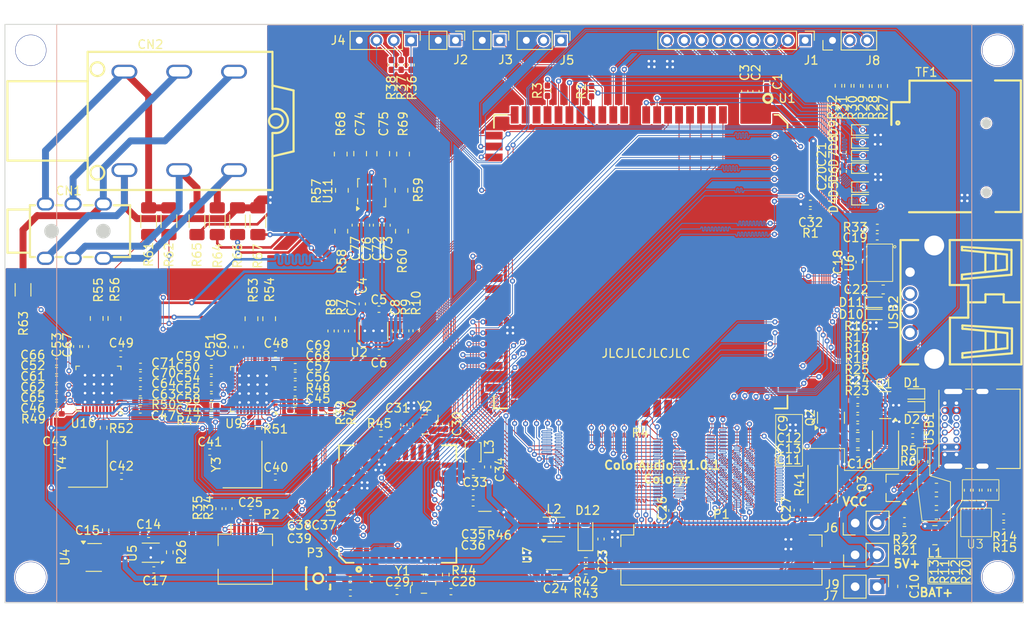
<source format=kicad_pcb>
(kicad_pcb (version 20241229) (generator "pcbnew") (generator_version "9.0")
  (layers (0 "F.Cu" signal) (2 "B.Cu" signal) (13 "F.Paste" user) (15 "B.Paste" user) (5 "F.SilkS" user "F.Silkscreen") (7 "B.SilkS" user "B.Silkscreen") (1 "F.Mask" user) (3 "B.Mask" user) (25 "Edge.Cuts" user))
  (net 0 "")
  (net 1 "GND")
  (net 2 "5V")
  (net 3 "3.3V")
  (net 4 "1.8V")
  (net 5 "VCC")
  (net 6 "SYS")
  (net 7 "Net-(U2-C-)")
  (net 8 "Net-(U6-dV{slash}dT)")
  (net 9 "Net-(U2-C+)")
  (net 10 "Net-(U2-CP)")
  (net 11 "Net-(Y1-OUT)")
  (net 12 "Net-(D12-K)")
  (net 13 "Net-(U8-VIN_LDO_OUT)")
  (net 14 "Net-(U8-VIN_LDO)")
  (net 15 "Net-(U8-VDDIO)")
  (net 16 "Net-(P3-ANT)")
  (net 17 "Net-(U9-XTO)")
  (net 18 "Net-(U10-XTO)")
  (net 19 "Net-(U9-VL)")
  (net 20 "Net-(U9-VD)")
  (net 21 "Net-(U10-VL)")
  (net 22 "Net-(U10-VD)")
  (net 23 "Net-(U9-FLYP_VA)")
  (net 24 "Net-(U9-FLYN_VA)")
  (net 25 "Net-(U10-FLYP_VA)")
  (net 26 "Net-(U10-FLYN_VA)")
  (net 27 "Net-(U9-FLYP_VCP)")
  (net 28 "Net-(U9-FLYC_VCP)")
  (net 29 "Net-(U9-FLYN_VCP)")
  (net 30 "Net-(U10-FLYP_VCP)")
  (net 31 "OP+")
  (net 32 "OP-")
  (net 33 "Net-(U10-FLYC_VCP)")
  (net 34 "Net-(U10-FLYN_VCP)")
  (net 35 "Net-(U9-VP)")
  (net 36 "Net-(U9-FILT+)")
  (net 37 "Net-(Y3-Tri-State)")
  (net 38 "Net-(U9-FILT-)")
  (net 39 "Net-(U9--VA)")
  (net 40 "Net-(U9-VCP_FILT+)")
  (net 41 "Net-(U9-VCP_FILT-)")
  (net 42 "Net-(U10-VP)")
  (net 43 "Net-(U10-FILT+)")
  (net 44 "Net-(U10-FILT-)")
  (net 45 "Net-(U10--VA)")
  (net 46 "Net-(U10-VCP_FILT+)")
  (net 47 "Net-(U10-VCP_FILT-)")
  (net 48 "Net-(U11A--)")
  (net 49 "Net-(U11B--)")
  (net 50 "SDIO_CLK")
  (net 51 "Net-(CN1-Pad5)")
  (net 52 "Net-(CN1-3-Pad4)")
  (net 53 "Net-(CN1-Pad3)")
  (net 54 "Net-(CN1-Pad2)")
  (net 55 "Net-(CN1-Pad6)")
  (net 56 "POWER_ON")
  (net 57 "KEY_IN")
  (net 58 "Net-(D12-A)")
  (net 59 "SD_D1")
  (net 60 "SD_D0")
  (net 61 "SD_CLK")
  (net 62 "SD_CMD")
  (net 63 "SD_D3")
  (net 64 "SD_D2")
  (net 65 "USB0_DP")
  (net 66 "USB0_DM")
  (net 67 "USB1_DM")
  (net 68 "USB1_DP")
  (net 69 "SD_DET")
  (net 70 "Net-(J1-Pin_3)")
  (net 71 "Net-(J1-Pin_2)")
  (net 72 "Net-(J1-Pin_7)")
  (net 73 "Net-(J1-Pin_6)")
  (net 74 "Net-(J1-Pin_1)")
  (net 75 "Net-(J1-Pin_8)")
  (net 76 "Net-(J1-Pin_4)")
  (net 77 "Net-(J1-Pin_9)")
  (net 78 "Net-(J1-Pin_5)")
  (net 79 "KEY_LEFT")
  (net 80 "KEY_RIGHT")
  (net 81 "KEY_DOWN")
  (net 82 "RESET")
  (net 87 "FEL")
  (net 88 "UART0_RXD")
  (net 89 "UART0_TXD")
  (net 90 "Net-(U3-LX)")
  (net 91 "Net-(Q1-B)")
  (net 92 "LCD_D18")
  (net 93 "LCD_HSYNC")
  (net 94 "LCD_D2")
  (net 95 "LCD_D15")
  (net 96 "LCD_Y1")
  (net 97 "LCD_D22")
  (net 98 "LCD_D0")
  (net 99 "LCD_D6")
  (net 100 "LCD_Y2")
  (net 101 "LCD_DE")
  (net 102 "LCD_D23")
  (net 103 "LCD_D11")
  (net 104 "LCD_D14")
  (net 105 "LCD_D4")
  (net 106 "LCD_D12")
  (net 107 "LCD_X2")
  (net 108 "LCD_D13")
  (net 109 "LCD_D21")
  (net 110 "LCD_D7")
  (net 111 "LCD_D8")
  (net 112 "LCD_D20")
  (net 113 "LCD_D10")
  (net 114 "LCD_D19")
  (net 115 "Net-(Q1-E)")
  (net 116 "LCD_D9")
  (net 117 "LCD_VSYNC")
  (net 118 "LCD_D17")
  (net 119 "LCD_D3")
  (net 120 "LCD_X1")
  (net 121 "LCD_D1")
  (net 122 "LCD_CLK")
  (net 123 "LCD_D5")
  (net 124 "LCD_D16")
  (net 125 "TP_SDA")
  (net 126 "TP_SCL")
  (net 127 "Net-(U2-FB+)")
  (net 128 "Net-(U2-FB-)")
  (net 129 "Net-(U3-VDPM)")
  (net 130 "Net-(U3-IIN)")
  (net 131 "Net-(U3-ICHG)")
  (net 132 "Net-(U3-ISYS)")
  (net 133 "GPADC0")
  (net 134 "Net-(U3-KEY)")
  (net 135 "Net-(U6-ILIM)")
  (net 136 "Net-(U1-PF2{slash}SDC0-CLK{slash}UART0-TX{slash}TWI0-SCK{slash}LEDC-DO{slash}OWA-IN)")
  (net 137 "Net-(U1-PF6{slash}OWA-OUT{slash}IR-RX{slash}I2S2-MCLK{slash}PWM5)")
  (net 138 "POWER_TEST")
  (net 139 "Net-(U1-PD18{slash}LCD0-CLK{slash}LVDS1-V3P{slash}DMIC-DATA1{slash}PWM2)")
  (net 140 "DAC_SDA")
  (net 141 "DAC_SCL")
  (net 142 "Net-(U8-XTAL_IN)")
  (net 143 "Net-(U8-XTAL_OUT)")
  (net 144 "BT_REG_ON")
  (net 145 "BT_HOST_WAKE")
  (net 146 "WIFI_REG_ON")
  (net 147 "WIFI_HOST_WAKE")
  (net 148 "BT_RTS")
  (net 149 "BT_RXD")
  (net 150 "BT_TXD")
  (net 151 "BT_CTS")
  (net 152 "Net-(U1-PG0{slash}SDC1-CLK{slash}UART3-TX{slash}RGMII-RXCTRL{slash}RMII-CRS-DV{slash}PWM7)")
  (net 153 "Net-(U9-XTI{slash}MCLK)")
  (net 154 "Net-(U10-XTI{slash}MCLK)")
  (net 155 "Net-(U9-AOUTB)")
  (net 156 "-INA")
  (net 157 "+INA")
  (net 158 "Net-(U9-AOUTA)")
  (net 159 "-INB")
  (net 160 "+INB")
  (net 161 "Net-(U10-AOUTB)")
  (net 162 "Net-(U10-AOUTA)")
  (net 163 "REF_B")
  (net 164 "REF_A")
  (net 165 "HP_DETECT")
  (net 166 "OUT_A")
  (net 167 "OUT_B")
  (net 168 "Net-(U11A-+)")
  (net 169 "Net-(U11B-+)")
  (net 172 "BT_RST")
  (net 173 "SDIO_D3")
  (net 174 "SDIO_D1")
  (net 175 "DAC_SCLK")
  (net 176 "LCD_LED")
  (net 177 "DAC_SDIN")
  (net 178 "SDIO_D0")
  (net 179 "DAC_LRCK")
  (net 180 "SDIO_D2")
  (net 181 "SDIO_CMD")
  (net 208 "Net-(P1-Y2)")
  (net 209 "Net-(USB2-VBUS)")
  (net 210 "Net-(R5-Pad2)")
  (net 211 "Net-(R6-Pad2)")
  (net 212 "Net-(U7-EN)")
  (net 213 "Net-(U8-LPO)")
  (net 214 "Net-(Y4-Tri-State)")
  (net 215 "Net-(U8-WL_BT_ANT)")
  (net 216 "Net-(U8-SDIO_VSEL)")
  (net 218 "Net-(J7-Pin_1)")
  (net 219 "Net-(Q2-E)")
  (net 220 "Net-(U5-PG)")
  (net 222 "Net-(J8-Pin_2)")
  (footprint "Diode_SMD:D_SOD-323_HandSoldering" (layer "F.Cu") (at 148.68 123.98 90)
    (property "Reference" "D12")
    (property "Value" "D")
  )
  (footprint "Inductor_SMD:L_Murata_LQH2MCNxxxx02_2.0x1.6mm" (layer "F.Cu") (at 135.67 114.59 90)
    (property "Reference" "L3")
    (property "Value" "4.7uH")
  )
  (footprint "Capacitor_SMD:C_0402_1005Metric_Pad0.74x0.62mm_HandSolder" (layer "F.Cu") (at 105.3425 105.18 180)
    (property "Reference" "C50")
    (property "Value" "2.2uF")
  )
  (footprint "Capacitor_SMD:C_0805_2012Metric_Pad1.18x1.45mm_HandSolder" (layer "F.Cu") (at 122.58 80.0025 -90)
    (property "Reference" "C74")
    (property "Value" "4.7nf")
  )
  (footprint "Package_SON:Texas_S-PVSON-N10" (layer "F.Cu") (at 123.915 84.53 90)
    (property "Reference" "U11")
    (property "Value" "OPA1622")
  )
  (footprint "Diode_SMD:D_SOD-523" (layer "F.Cu") (at 186.72 109.33 180)
    (property "Reference" "D2")
    (property "Value" "ESD9B5.0ST5G")
  )
  (footprint "Connector_PinHeader_2.00mm:PinHeader_1x02_P2.00mm_Vertical" (layer "F.Cu") (at 138.73 66.88 -90)
    (property "Reference" "J3")
    (property "Value" "Conn_01x02")
  )
  (footprint "Capacitor_Tantalum_SMD:CP_EIA-3528-21_Kemet-B_Pad1.50x2.35mm_HandSolder" (layer "F.Cu") (at 183.44 113.865 90)
    (property "Reference" "C16")
    (property "Value" "100uF")
  )
  (footprint "Capacitor_SMD:C_0402_1005Metric_Pad0.74x0.62mm_HandSolder" (layer "F.Cu") (at 89.75 102.3475 -90)
    (property "Reference" "C53")
    (property "Value" "2.2uF")
  )
  (footprint "Capacitor_SMD:C_0402_1005Metric_Pad0.74x0.62mm_HandSolder" (layer "F.Cu") (at 127.33 69.73 90)
    (property "Reference" "R37")
    (property "Value" "4.7K")
  )
  (footprint "Capacitor_SMD:C_0402_1005Metric_Pad0.74x0.62mm_HandSolder" (layer "F.Cu") (at 178.53 79.8325 90)
    (property "Reference" "C21")
    (property "Value" "0.1uF")
  )
  (footprint "Package_TO_SOT_SMD:SOT-23_Handsoldering" (layer "F.Cu") (at 184.26 118.72 180)
    (property "Reference" "Q3")
    (property "Value" "PMOS")
  )
  (footprint "Resistor_SMD:R_1206_3216Metric_Pad1.30x1.75mm_HandSolder" (layer "F.Cu") (at 137.03 122.35 180)
    (property "Reference" "R46")
    (property "Value" "0")
  )
  (footprint "Resistor_SMD:R_1206_3216Metric_Pad1.30x1.75mm_HandSolder" (layer "F.Cu") (at 103.68 87.83 -90)
    (property "Reference" "R65")
    (property "Value" "0")
  )
  (footprint "Capacitor_SMD:C_0402_1005Metric_Pad0.74x0.62mm_HandSolder" (layer "F.Cu") (at 112.775 103.23)
    (property "Reference" "C48")
    (property "Value" "2.2uF")
  )
  (footprint "coloryr:AP6256" (layer "F.Cu") (at 122.429995 126.595005 90)
    (property "Reference" "U8")
    (property "Value" "AP6256" (hide yes))
  )
  (footprint "Capacitor_SMD:C_0402_1005Metric_Pad0.74x0.62mm_HandSolder" (layer "F.Cu") (at 87.413333 108.146667)
    (property "Reference" "C65")
    (property "Value" "2.2uF")
  )
  (footprint "Connector_FFC-FPC:Hirose_FH12-40S-0.5SH_1x40-1MP_P0.50mm_Horizontal" (layer "F.Cu") (at 164.43 125.48)
    (property "Reference" "P1")
    (property "Value" "~" (hide yes))
  )
  (footprint "Capacitor_SMD:C_0402_1005Metric_Pad0.74x0.62mm_HandSolder" (layer "F.Cu") (at 127.8625 100.53 90)
    (property "Reference" "R9")
    (property "Value" "511K")
  )
  (footprint "Capacitor_SMD:C_0402_1005Metric_Pad0.74x0.62mm_HandSolder" (layer "F.Cu") (at 118.13 110.06 90)
    (property "Reference" "R39")
    (property "Value" "4.7K")
  )
  (footprint "Capacitor_SMD:C_0402_1005Metric_Pad0.74x0.62mm_HandSolder" (layer "F.Cu") (at 180.388475 92.564493 -90)
    (property "Reference" "C18")
    (property "Value" "1uF")
  )
  (footprint "Package_TO_SOT_SMD:SOT-23-6_Handsoldering" (layer "F.Cu") (at 145.03 126.58)
    (property "Reference" "U7")
    (property "Value" "STI9287")
  )
  (footprint "Resistor_SMD:R_0402_1005Metric_Pad0.72x0.64mm_HandSolder" (layer "F.Cu") (at 132.5 128.77 90)
    (property "Reference" "R44")
    (property "Value" "0")
  )
  (footprint "Resistor_SMD:R_0402_1005Metric_Pad0.72x0.64mm_HandSolder" (layer "F.Cu") (at 148.73 127.18 180)
    (property "Reference" "R42")
    (property "Value" "1K")
  )
  (footprint "Capacitor_SMD:C_0402_1005Metric_Pad0.74x0.62mm_HandSolder" (layer "F.Cu") (at 178.54 82.07 -90)
    (property "Reference" "C20")
    (property "Value" "10uF")
  )
  (footprint "Capacitor_SMD:C_0402_1005Metric_Pad0.74x0.62mm_HandSolder" (layer "F.Cu") (at 108.6925 102.4125 -90)
    (property "Reference" "C60")
    (property "Value" "2.2uF")
  )
  (footprint "Capacitor_SMD:C_0402_1005Metric_Pad0.74x0.62mm_HandSolder" (layer "F.Cu") (at 126.85 130.72)
    (property "Reference" "C29")
    (property "Value" "10pF")
  )
  (footprint "Capacitor_SMD:C_0402_1005Metric_Pad0.74x0.62mm_HandSolder" (layer "F.Cu") (at 90.763333 102.346667 -90)
    (property "Reference" "C67")
    (property "Value" "2.2uF")
  )
  (footprint "Capacitor_SMD:C_0402_1005Metric_Pad0.74x0.62mm_HandSolder" (layer "F.Cu") (at 193.955 118.9875 90)
    (property "Reference" "R11")
    (property "Value" "10K")
  )
  (footprint "Capacitor_SMD:C_0402_1005Metric_Pad0.74x0.62mm_HandSolder" (layer "F.Cu") (at 98.0775 124.11)
    (property "Reference" "C14")
    (property "Value" "1uF")
  )
  (footprint "Crystal:Crystal_SMD_3225-4Pin_3.2x2.5mm_HandSoldering" (layer "F.Cu") (at 91.04 115.94 90)
    (property "Reference" "Y4")
    (property "Value" "24.576MHz")
  )
  (footprint "Diode_SMD:D_SOD-523" (layer "F.Cu") (at 180.77 77.26)
    (property "Reference" "D9")
    (property "Value" "ESD9B5.0ST5G")
  )
  (footprint "Capacitor_SMD:C_0402_1005Metric_Pad0.74x0.62mm_HandSolder" (layer "F.Cu") (at 87.413333 106.146667)
    (property "Reference" "C61")
    (property "Value" "0.1uF")
  )
  (footprint "Capacitor_SMD:C_0402_1005Metric_Pad0.74x0.62mm_HandSolder" (layer "F.Cu") (at 115.06 106.68)
    (property "Reference" "C57")
    (property "Value" "15uF")
  )
  (footprint "Capacitor_SMD:C_0603_1608Metric_Pad1.08x0.95mm_HandSolder" (layer "F.Cu") (at 189.335 121.83 180)
    (property "Reference" "C11")
    (property "Value" "22uF")
  )
  (footprint "coloryr:TF-SMD_TF-PUSH" (layer "F.Cu") (at 189.4165 79.53 90)
    (property "Reference" "TF1")
    (property "Value" "Micro_SD_Card_Det1" (hide yes))
    (fp_poly (pts (xy 3.644867 5.621684) (xy 3.604328 5.47039) (xy 3.526012 5.334743) (xy 3.415257 5.223988) (xy 3.27961 5.145672) (xy 3.128316 5.105133) (xy 2.971684 5.105133) (xy 2.82039 5.145672) (xy 2.684743 5.223988) (xy 2.573988 5.334743) (xy 2.495672 5.47039) (xy 2.455133 5.621684) (xy 2.455133 5.778316) (xy 2.495672 5.92961) (xy 2.573988 6.065257) (xy 2.684743 6.176012) (xy 2.82039 6.254328) (xy 2.971684 6.294867) (xy 3.128316 6.294867) (xy 3.27961 6.254328) (xy 3.415257 6.176012) (xy 3.526012 6.065257) (xy 3.604328 5.92961) (xy 3.644867 5.778316)) (fill yes) (layer "Edge.Cuts"))
    (fp_poly (pts (xy -4.355133 5.621684) (xy -4.395672 5.47039) (xy -4.473988 5.334743) (xy -4.584743 5.223988) (xy -4.72039 5.145672) (xy -4.871684 5.105133) (xy -5.028316 5.105133) (xy -5.17961 5.145672) (xy -5.315257 5.223988) (xy -5.426012 5.334743) (xy -5.504328 5.47039) (xy -5.544867 5.621684) (xy -5.544867 5.778316) (xy -5.504328 5.92961) (xy -5.426012 6.065257) (xy -5.315257 6.176012) (xy -5.17961 6.254328) (xy -5.028316 6.294867) (xy -4.871684 6.294867) (xy -4.72039 6.254328) (xy -4.584743 6.176012) (xy -4.473988 6.065257) (xy -4.395672 5.92961) (xy -4.355133 5.778316)) (fill yes) (layer "Edge.Cuts"))
  )
  (footprint "Capacitor_SMD:C_0402_1005Metric_Pad0.74x0.62mm_HandSolder" (layer "F.Cu") (at 182.478475 89.644493 180)
    (property "Reference" "C19")
    (property "Value" "120pF")
  )
  (footprint "Connector_PinHeader_2.54mm:PinHeader_1x02_P2.54mm_Vertical" (layer "F.Cu") (at 179.925 122.8 90)
    (property "Reference" "J6")
    (property "Value" "Conn_01x02")
  )
  (footprint "Capacitor_SMD:C_0603_1608Metric_Pad1.08x0.95mm_HandSolder" (layer "F.Cu") (at 185.36 130.13 -90)
    (property "Reference" "C10")
    (property "Value" "22uF")
  )
  (footprint "Capacitor_SMD:C_0402_1005Metric_Pad0.74x0.62mm_HandSolder" (layer "F.Cu") (at 155 111.2 180)
    (property "Reference" "R4")
    (property "Value" "33R")
  )
  (footprint "Capacitor_SMD:C_0402_1005Metric_Pad0.74x0.62mm_HandSolder" (layer "F.Cu") (at 186.59 113.25)
    (property "Reference" "R6")
    (property "Value" "22R")
  )
  (footprint "Resistor_SMD:R_0402_1005Metric_Pad0.72x0.64mm_HandSolder" (layer "F.Cu") (at 110.7925 111.7775 -90)
    (property "Reference" "R51")
    (property "Value" "0")
  )
  (footprint "Capacitor_SMD:C_0402_1005Metric_Pad0.74x0.62mm_HandSolder" (layer "F.Cu") (at 126.6625 100.53 -90)
    (property "Reference" "C8")
    (property "Value" "10uF")
  )
  (footprint "Diode_SMD:D_SOD-523" (layer "F.Cu") (at 180.76 81.68)
    (property "Reference" "D6")
    (property "Value" "ESD9B5.0ST5G")
  )
  (footprint "Connector_PinHeader_2.00mm:PinHeader_1x04_P2.00mm_Vertical" (layer "F.Cu") (at 128.48 66.88 -90)
    (property "Reference" "J4")
    (property "Value" "Conn_01x04")
  )
  (footprint "Capacitor_SMD:C_0402_1005Metric_Pad0.74x0.62mm_HandSolder" (layer "F.Cu") (at 97.111666 107.696667)
    (property "Reference" "C63")
    (property "Value" "15uF")
  )
  (footprint "Capacitor_SMD:C_0402_1005Metric_Pad0.74x0.62mm_HandSolder" (layer "F.Cu") (at 124.78 103.0475)
    (property "Reference" "C6")
    (property "Value" "10uF")
  )
  (footprint "Resistor_SMD:R_0805_2012Metric_Pad1.20x1.40mm_HandSolder" (layer "F.Cu") (at 120.4 88.9875 -90)
    (property "Reference" "R58")
    (property "Value" "71.5")
  )
  (footprint "Resistor_SMD:R_1206_3216Metric_Pad1.30x1.75mm_HandSolder" (layer "F.Cu") (at 110.73 87.83 -90)
    (property "Reference" "R67")
    (property "Value" "0")
  )
  (footprint "Capacitor_SMD:C_0402_1005Metric_Pad0.74x0.62mm_HandSolder" (layer "F.Cu") (at 150.48 124.6475 90)
    (property "Reference" "C23")
    (property "Value" "1uF")
  )
  (footprint "Capacitor_SMD:C_0402_1005Metric_Pad0.74x0.62mm_HandSolder" (layer "F.Cu") (at 107.38 121.13 -90)
    (property "Reference" "R34")
    (property "Value" "4.7K")
  )
  (footprint "Capacitor_SMD:C_0402_1005Metric_Pad0.74x0.62mm_HandSolder" (layer "F.Cu") (at 180.23 108.5925)
    (property "Reference" "R16")
    (property "Value" "100K")
  )
  (footprint "Connector_PinHeader_2.00mm:PinHeader_1x03_P2.00mm_Vertical" (layer "F.Cu") (at 177.3 66.89 90)
    (property "Reference" "J8")
    (property "Value" "Conn_01x03")
  )
  (footprint "Diode_SMD:D_SOD-523" (layer "F.Cu") (at 182.36 97.23)
    (property "Reference" "D11")
    (property "Value" "ESD9B5.0ST5G")
  )
  (footprint "Resistor_SMD:R_0805_2012Metric_Pad1.20x1.40mm_HandSolder" (layer "F.Cu") (at 120.465 84.255 -90)
    (property "Reference" "R57")
    (property "Value" "510")
  )
  (footprint "Connector_PinHeader_2.00mm:PinHeader_1x09_P2.00mm_Vertical" (layer "F.Cu") (at 174.13 66.88 -90)
    (property "Reference" "J1")
    (property "Value" "Conn_01x09")
  )
  (footprint "Capacitor_SMD:C_0402_1005Metric_Pad0.74x0.62mm_HandSolder" (layer "F.Cu") (at 115.06 105.68 180)
    (property "Reference" "C68")
    (property "Value" "2.2uF")
  )
  (footprint "Capacitor_SMD:C_0402_1005Metric_Pad0.74x0.62mm_HandSolder" (layer "F.Cu") (at 120.4125 100.5475 -90)
    (property "Reference" "R7")
    (property "Value" "1.37M")
  )
  (footprint "Diode_SMD:D_SOD-523" (layer "F.Cu") (at 182.36 98.63)
    (property "Reference" "D10")
    (property "Value" "ESD9B5.0ST5G")
  )
  (footprint "Capacitor_SMD:C_0402_1005Metric_Pad0.74x0.62mm_HandSolder" (layer "F.Cu") (at 137.35 116.3 -90)
    (property "Reference" "C34")
    (property "Value" "4.7uF")
  )
  (footprint "Capacitor_SMD:C_0402_1005Metric_Pad0.74x0.62mm_HandSolder" (layer "F.Cu") (at 105.3525 104.18)
    (property "Reference" "C59")
    (property "Value" "2.2uF")
  )
  (footprint "Capacitor_SMD:C_0402_1005Metric_Pad0.74x0.62mm_HandSolder" (layer "F.Cu") (at 169.68 71.6475 90)
    (property "Reference" "C1")
    (property "Value" "10uF")
  )
  (footprint "Resistor_SMD:R_0805_2012Metric_Pad1.20x1.40mm_HandSolder" (layer "F.Cu") (at 127.55 80.05 -90)
    (property "Reference" "R69")
    (property "Value" "82")
  )
  (footprint "Capacitor_SMD:C_0402_1005Metric_Pad0.74x0.62mm_HandSolder" (layer "F.Cu") (at 135.67 120.46 180)
    (property "Reference" "C36")
    (property "Value" "0.1uF")
  )
  (footprint "Package_TO_SOT_SMD:SOT-23" (layer "F.Cu") (at 177.12 110.5975 90)
    (property "Reference" "Q2")
    (property "Value" "NPN")
  )
  (footprint "Capacitor_SMD:C_0603_1608Metric_Pad1.08x0.95mm_HandSolder" (layer "F.Cu") (at 183.1675 95.74)
    (property "Reference" "C22")
    (property "Value" "22uF")
  )
  (footprint "Capacitor_SMD:C_0402_1005Metric_Pad0.74x0.62mm_HandSolder" (layer "F.Cu") (at 192.93 118.99 -90)
    (property "Reference" "R13")
    (property "Value" "2K")
  )
  (footprint "coloryr:AUDIO-TH_PJ-625G" (layer "F.Cu") (at 101.619967 76.215034)
    (property "Reference" "CN2")
    (property "Value" "~")
  )
  (footprint "Resistor_SMD:R_2512_6332Metric_Pad1.40x3.35mm_HandSolder" (layer "F.Cu") (at 176.17 118.29 -90)
    (property "Reference" "R41")
    (property "Value" "10")
  )
  (footprint "Resistor_SMD:R_0402_1005Metric_Pad0.72x0.64mm_HandSolder" (layer "F.Cu") (at 105.34 110.18 180)
    (property "Reference" "R47")
    (property "Value" "0")
  )
  (footprint "Diode_SMD:D_SOD-523" (layer "F.Cu") (at 180.78 83.88)
    (property "Reference" "D5")
    (property "Value" "ESD9B5.0ST5G")
  )
  (footprint "Capacitor_SMD:C_0402_1005Metric_Pad0.74x0.62mm_HandSolder" (layer "F.Cu") (at 97.130833 106.646667)
    (property "Reference" "C64")
    (property "Value" "15uF")
  )
  (footprint "Capacitor_SMD:C_0402_1005Metric_Pad0.74x0.62mm_HandSolder" (layer "F.Cu") (at 129.0625 100.52 90)
    (property "Reference" "R10")
    (property "Value" "1.24M")
  )
  (footprint "Capacitor_SMD:C_0402_1005Metric_Pad0.74x0.62mm_HandSolder" (layer "F.Cu") (at 180.22 110.64)
    (property "Reference" "R18")
    (property "Value" "100K")
  )
  (footprint "Connector_PinHeader_2.54mm:PinHeader_1x02_P2.54mm_Vertical" (layer "F.Cu") (at 182.46 130.17 -90)
    (property "Reference" "J7")
    (property "Value" "Conn_01x02")
  )
  (footprint "Inductor_SMD:L_TDK_NLV25_2.5x2.0mm" (layer "F.Cu") (at 145.03 123.23 180)
    (property "Reference" "L2")
    (property "Value" "10uH")
  )
  (footprint "Capacitor_SMD:C_0402_1005Metric_Pad0.74x0.62mm_HandSolder" (layer "F.Cu") (at 167.13 72.7975 90)
    (property "Reference" "C3")
    (property "Value" "0.1uF")
  )
  (footprint "Capacitor_SMD:C_0402_1005Metric_Pad0.74x0.62mm_HandSolder" (layer "F.Cu") (at 94.845833 103.196667)
    (property "Reference" "C49")
    (property "Value" "2.2uF")
  )
  (footprint "Package_TO_SOT_SMD:SOT-23" (layer "F.Cu") (at 183.4075 109.13 180)
    (property "Reference" "Q1")
    (property "Value" "NPN")
  )
  (footprint "Capacitor_SMD:C_0402_1005Metric_Pad0.74x0.62mm_HandSolder" (layer "F.Cu") (at 125.7 88.29 90)
    (property "Reference" "C73")
    (property "Value" "10uF")
  )
  (footprint "Capacitor_SMD:C_0402_1005Metric_Pad0.74x0.62mm_HandSolder" (layer "F.Cu") (at 112.76 117.46 180)
    (property "Reference" "C40")
    (property "Value" "10pF")
  )
  (footprint "Capacitor_SMD:C_0402_1005Metric_Pad0.74x0.62mm_HandSolder" (layer "F.Cu") (at 194.97 118.98 -90)
    (property "Reference" "R12")
    (property "Value" "10K")
  )
  (footprint "Capacitor_SMD:C_0402_1005Metric_Pad0.74x0.62mm_HandSolder" (layer "F.Cu") (at 173.22 121.2925 -90)
    (property "Reference" "C27")
    (property "Value" "0.1uF")
  )
  (footprint "Resistor_SMD:R_0402_1005Metric_Pad0.72x0.64mm_HandSolder" (layer "F.Cu") (at 183.29 72.1625 -90)
    (property "Reference" "R27")
    (property "Value" "10K")
  )
  (footprint "Resistor_SMD:R_0805_2012Metric_Pad1.20x1.40mm_HandSolder" (layer "F.Cu") (at 92.063333 99.096667 -90)
    (property "Reference" "R55")
    (property "Value" "50")
  )
  (footprint "Capacitor_SMD:C_0402_1005Metric_Pad0.74x0.62mm_HandSolder" (layer "F.Cu") (at 145.13 129.18)
    (property "Reference" "C24")
    (property "Value" "1uF")
  )
  (footprint "Resistor_SMD:R_1206_3216Metric_Pad1.30x1.75mm_HandSolder" (layer "F.Cu") (at 100.43 87.83 -90)
    (property "Reference" "R62")
    (property "Value" "0")
  )
  (footprint "Capacitor_SMD:C_0402_1005Metric_Pad0.74x0.62mm_HandSolder" (layer "F.Cu") (at 180.22 109.62)
    (property "Reference" "R17")
    (property "Value" "100K")
  )
  (footprint "Capacitor_SMD:C_0402_1005Metric_Pad0.74x0.62mm_HandSolder" (layer "F.Cu") (at 133.1 130.74 180)
    (property "Reference" "C28")
    (property "Value" "10pF")
  )
  (footprint "Capacitor_SMD:C_0402_1005Metric_Pad0.74x0.62mm_HandSolder" (layer "F.Cu") (at 197.125 123.147784 180)
    (property "Reference" "R15")
    (property "Value" "2K")
  )
  (footprint "coloryr:TCKE812" (layer "F.Cu") (at 182.79 92.64 -90)
    (property "Reference" "U6")
    (property "Value" "~")
  )
  (footprint "Package_SON:WSON-12-1EP_3x2mm_P0.5mm_EP1x2.65_ThermalVias" (layer "F.Cu") (at 124.13 100.53 90)
    (property "Reference" "U2")
    (property "Value" "LM27762")
  )
  (footprint "Resistor_SMD:R_0402_1005Metric_Pad0.72x0.64mm_HandSolder" (layer "F.Cu") (at 180.23 113.7 180)
    (property "Reference" "R24")
    (property "Value" "100K")
  )
  (footprint "Capacitor_SMD:C_0402_1005Metric_Pad0.74x0.62mm_HandSolder" (layer "F.Cu") (at 135.69 116.91)
    (property "Reference" "C33")
    (property "Value" "4.7uF")
  )
  (footprint "Connector_USB:USB_C_Receptacle_GCT_USB4085" (layer "F.Cu") (at 190.305 114.855 90)
    (property "Reference" "USB1")
    (property "Value" "USB_C_Plug_USB2.0" (hide yes))
  )
  (footprint "Resistor_SMD:R_0402_1005Metric_Pad0.72x0.64mm_HandSolder" (layer "F.Cu") (at 115.0575 108.73)
    (property "Reference" "R48")
    (property "Value" "0")
  )
  (footprint "Capacitor_SMD:C_0402_1005Metric_Pad0.74x0.62mm_HandSolder" (layer "F.Cu") (at 123.315 88.2875 90)
    (property "Reference" "C76")
    (property "Value" "1.0uF")
  )
  (footprint "Oscillator:Oscillator_SMD_ECS_2520MV-xxx-xx-4Pin_2.5x2.0mm" (layer "F.Cu") (at 130.05 111.37 -90)
    (property "Reference" "Y2")
    (property "Value" "32.768K")
  )
  (footprint "Capacitor_SMD:C_0402_1005Metric_Pad0.74x0.62mm_HandSolder" (layer "F.Cu") (at 121.447495 130.895005)
    (property "Reference" "C39")
    (property "Value" "10pF")
  )
  (footprint "Resistor_SMD:R_0402_1005Metric_Pad0.72x0.64mm_HandSolder" (layer "F.Cu") (at 182.25 72.1825 -90)
    (property "Reference" "R28")
    (property "Value" "10K")
  )
  (footprint "Capacitor_SMD:C_0402_1005Metric_Pad0.74x0.62mm_HandSolder" (layer "F.Cu") (at 105.3425 106.18)
    (property "Reference" "C54")
    (property "Value" "0.1uF")
  )
  (footprint "Capacitor_SMD:C_0402_1005Metric_Pad0.74x0.62mm_HandSolder" (layer "F.Cu") (at 105.35 108.18)
    (property "Reference" "C58")
    (property "Value" "2.2uF")
  )
  (footprint "Capacitor_SMD:C_0402_1005Metric_Pad0.74x0.62mm_HandSolder" (layer "F.Cu") (at 122.83 97.4125 90)
    (property "Reference" "C4")
    (property "Value" "10uF")
  )
  (footprint "coloryr:SY6918" (layer "F.Cu") (at 192.275 121.207784)
    (property "Reference" "U3")
    (property "Value" "SY6918QDC")
  )
  (footprint "Capacitor_SMD:C_0402_1005Metric_Pad0.74x0.62mm_HandSolder" (layer "F.Cu") (at 180.22 111.66 180)
    (property "Reference" "R19")
    (property "Value" "10K")
  )
  (footprint "Resistor_SMD:R_0805_2012Metric_Pad1.20x1.40mm_HandSolder" (layer "F.Cu") (at 109.9925 99.13 -90)
    (property "Reference" "R53")
    (property "Value" "50")
  )
  (footprint "Resistor_SMD:R_0402_1005Metric_Pad0.72x0.64mm_HandSolder" (layer "F.Cu") (at 181.19 72.17 -90)
    (property "Reference" "R29")
    (property "Value" "47K")
  )
  (footprint "Capacitor_SMD:C_0402_1005Metric_Pad0.74x0.62mm_HandSolder" (layer "F.Cu") (at 87.21 114.5)
    (property "Reference" "C43")
    (property "Value" "10pF")
  )
  (footprint "Capacitor_SMD:C_0402_1005Metric_Pad0.74x0.62mm_HandSolder" (layer "F.Cu") (at 124.47 88.2875 90)
    (property "Reference" "C72")
    (property "Value" "1.0uF")
  )
  (footprint "Resistor_SMD:R_0402_1005Metric_Pad0.72x0.64mm_HandSolder" (layer "F.Cu") (at 180.16 72.15 -90)
    (property "Reference" "R30")
    (property "Value" "47K")
  )
  (footprint "Capacitor_SMD:C_0402_1005Metric_Pad0.74x0.62mm_HandSolder" (layer "F.Cu") (at 87.413333 104.14)
    (property "Reference" "C66")
    (property "Value" "2.2uF")
  )
  (footprint "Diode_SMD:D_SOD-523" (layer "F.Cu") (at 180.76 80.24)
    (property "Reference" "D7")
    (property "Value" "ESD9B5.0ST5G")
  )
  (footprint "Resistor_SMD:R_0402_1005Metric_Pad0.72x0.64mm_HandSolder" (layer "F.Cu") (at 149.38 72.765 90)
    (property "Reference" "R2")
    (property "Value" "33R")
  )
  (footprint "Capacitor_SMD:C_0402_1005Metric_Pad0.74x0.62mm_HandSolder" (layer "F.Cu") (at 123.8975 129.345005)
    (property "Reference" "C37")
    (property "Value" "10pF")
  )
  (footprint "Resistor_SMD:R_0402_1005Metric_Pad0.72x0.64mm_HandSolder" (layer "F.Cu") (at 185.63 123.57 180)
    (property "Reference" "R21")
    (property "Value" "10M")
  )
  (footprint "Diode_SMD:D_SOD-523" (layer "F.Cu") (at 186.72 107.84 180)
    (property "Reference" "D1")
    (property "Value" "ESD9B5.0ST5G")
  )
  (footprint "Resistor_SMD:R_1206_3216Metric_Pad1.30x1.75mm_HandSolder" (layer "F.Cu") (at 83.53 95.78 -90)
    (property "Reference" "R63")
    (property "Value" "0")
  )
  (footprint "Capacitor_SMD:C_0402_1005Metric_Pad0.74x0.62mm_HandSolder" (layer "F.Cu") (at 94.94 117.38 180)
    (property "Reference" "C42")
    (property "Value" "10pF")
  )
  (footprint "Capacitor_SMD:C_0603_1608Metric_Pad1.08x0.95mm_HandSolder" (layer "F.Cu") (at 189.3375 118.7 180)
    (property "Reference" "C12")
    (property "Value" "22uF")
  )
  (footprint "Capacitor_SMD:C_0402_1005Metric_Pad0.74x0.62mm_HandSolder" (layer "F.Cu") (at 107.68 102.4125 -90)
    (property "Reference" "C51")
    (property "Value" "2.2uF")
  )
  (footprint "Resistor_SMD:R_0402_1005Metric_Pad0.72x0.64mm_HandSolder" (layer "F.Cu") (at 87.4025 110.146667 180)
    (property "Reference" "R49")
    (property "Value" "0")
  )
  (footprint "Resistor_SMD:R_0402_1005Metric_Pad0.72x0.64mm_HandSolder" (layer "F.Cu") (at 180.24 114.75 180)
    (property "Reference" "R23")
    (property "Value" "100K")
  )
  (footprint "coloryr:AUDIO-TH_PJ-3136-B" (layer "F.Cu") (at 89.48 88.98)
    (property "Reference" "CN1")
    (property "Value" "~")
    (fp_poly (pts (xy -1.804093 -0.083315) (xy -1.836601 -0.246742) (xy -1.900367 -0.400687) (xy -1.992941 -0.539234) (xy -2.110766 -0.657059) (xy -2.249313 -0.749633) (xy -2.403258 -0.813399) (xy -2.566685 -0.845907) (xy -2.733315 -0.845907) (xy -2.896742 -0.813399) (xy -3.050687 -0.749633) (xy -3.189234 -0.657059) (xy -3.307059 -0.539234) (xy -3.399633 -0.400687) (xy -3.463399 -0.246742) (xy -3.495907 -0.083315) (xy -3.495907 0.083315) (xy -3.463399 0.246742) (xy -3.399633 0.400687) (xy -3.307059 0.539234) (xy -3.189234 0.657059) (xy -3.050687 0.749633) (xy -2.896742 0.813399) (xy -2.733315 0.845907) (xy -2.566685 0.845907) (xy -2.403258 0.813399) (xy -2.249313 0.749633) (xy -2.110766 0.657059) (xy -1.992941 0.539234) (xy -1.900367 0.400687) (xy -1.836601 0.246742) (xy -1.804093 0.083315)) (fill yes) (layer "Edge.Cuts"))
    (fp_poly (pts (xy 4.195907 -0.083315) (xy 4.163399 -0.246742) (xy 4.099633 -0.400687) (xy 4.007059 -0.539234) (xy 3.889234 -0.657059) (xy 3.750687 -0.749633) (xy 3.596742 -0.813399) (xy 3.433315 -0.845907) (xy 3.266685 -0.845907) (xy 3.103258 -0.813399) (xy 2.949313 -0.749633) (xy 2.810766 -0.657059) (xy 2.692941 -0.539234) (xy 2.600367 -0.400687) (xy 2.536601 -0.246742) (xy 2.504093 -0.083315) (xy 2.504093 0.083315) (xy 2.536601 0.246742) (xy 2.600367 0.400687) (xy 2.692941 0.539234) (xy 2.810766 0.657059) (xy 2.949313 0.749633) (xy 3.103258 0.813399) (xy 3.266685 0.845907) (xy 3.433315 0.845907) (xy 3.596742 0.813399) (xy 3.750687 0.749633) (xy 3.889234 0.657059) (xy 4.007059 0.539234) (xy 4.099633 0.400687) (xy 4.163399 0.246742) (xy 4.195907 0.083315)) (fill yes) (layer "Edge.Cuts"))
  )
  (footprint "Package_SON:WSON-6-1EP_2x2mm_P0.65mm_EP1x1.6mm_ThermalVias" (layer "F.Cu") (at 98.3275 126.23 180)
    (property "Reference" "U5")
    (property "Value" "LP5912-3.3DRV")
  )
  (footprint "Capacitor_SMD:C_0402_1005Metric_Pad0.74x0.62mm_HandSolder" (layer "F.Cu") (at 121.59 100.55 90)
    (property "Reference" "C7")
    (property "Value" "10uF")
  )
  (footprint "Capacitor_SMD:C_0402_1005Metric_Pad0.74x0.62mm_HandSolder" (layer "F.Cu") (at 197.125 122.097784 180)
    (property "Reference" "R14")
    (property "Value" "2K")
  )
  (footprint "Capacitor_SMD:C_0402_1005Metric_Pad0.74x0.62mm_HandSolder" (layer "F.Cu") (at 87.413333 105.146667 180)
    (property "Reference" "C52")
    (property "Value" "2.2uF")
  )
  (footprint "coloryr:F133_CORE_V10" (layer "F.Cu") (at 155.08 92.515 -90)
    (property "Reference" "U1")
    (property "Value" "~")
  )
  (footprint "Capacitor_SMD:C_0402_1005Metric_Pad0.74x0.62mm_HandSolder" (layer "F.Cu") (at 186.59 112.1)
    (property "Reference" "R5")
    (property "Value" "22R")
  )
  (footprint "Capacitor_SMD:C_0402_1005Metric_Pad0.74x0.62mm_HandSolder" (layer "F.Cu") (at 119.17 110.06 90)
    (property "Reference" "R40")
    (property "Value" "4.7K")
  )
  (footprint "Package_TO_SOT_SMD:SOT-23-5_HandSoldering" (layer "F.Cu") (at 91.72 126.78)
    (property "Reference" "U4")
    (property "Value" "~")
  )
  (footprint "Capacitor_SMD:C_0402_1005Metric_Pad0.74x0.62mm_HandSolder" (layer "F.Cu") (at 97.111666 109.696667)
    (property "Reference" "C47")
    (property "Value" "0.1uF")
  )
  (footprint "coloryr:IPEX-SMD_BWIPX-1-001E" (layer "F.Cu") (at 118.479995 129.195005 180)
    (property "Reference" "P3")
    (property "Value" "~")
  )
  (footprint "Capacitor_SMD:C_0402_1005Metric_Pad0.74x0.62mm_HandSolder" (layer "F.Cu") (at 87.413333 109.146667 180)
    (property "Reference" "C46")
    (property "Value" "0.1uF")
  )
  (footprint "Capacitor_SMD:C_0402_1005Metric_Pad0.74x0.62mm_HandSolder" (layer "F.Cu") (at 124.76 98.03 180)
    (property "Reference" "C5")
    (property "Value" "1uF")
  )
  (footprint "coloryr:USB-A-TH_AF-ZJWG" (layer "F.Cu") (at 187.68 97.215034 90)
    (property "Reference" "USB2")
    (property "Value" "USB_A" (hide yes))
  )
  (footprint "Capacitor_SMD:C_0402_1005Metric_Pad0.74x0.62mm_HandSolder" (layer "F.Cu") (at 87.413333 107.146667 180)
    (property "Reference" "C62")
    (property "Value" "10uF")
  )
  (footprint "Resistor_SMD:R_0805_2012Metric_Pad1.20x1.40mm_HandSolder" (layer "F.Cu") (at 127.415 88.9875 -90)
    (property "Reference" "R60")
    (property "Value" "71.5")
  )
  (footprint "Resistor_SMD:R_1206_3216Metric_Pad1.30x1.75mm_HandSolder" (layer "F.Cu") (at 106.03 87.83 -90)
    (property "Reference" "R64")
    (property "Value" "0")
  )
  (footprint "Inductor_SMD:L_1008_2520Metric_Pad1.43x2.20mm_HandSolder" (layer "F.Cu") (at 189.1625 124.197784 180)
    (property "Reference" "L1")
    (property "Value" "2.2uH")
  )
  (footprint "Capacitor_SMD:C_0402_1005Metric_Pad0.74x0.62mm_HandSolder" (layer "F.Cu") (at 115.040833 107.73)
    (property "Reference" "C56")
    (property "Value" "15uF")
  )
  (footprint "Capacitor_SMD:C_0402_1005Metric_Pad0.74x0.62mm_HandSolder" (layer "F.Cu") (at 106.23 121.13 -90)
    (property "Reference" "R35")
    (property "Value" "4.7K")
  )
  (footprint "Capacitor_SMD:C_0402_1005Metric_Pad0.74x0.62mm_HandSolder" (layer "F.Cu") (at 97.130833 105.646667 180)
    (property "Reference" "C70")
    (property "Value" "2.2uF")
  )
  (footprint "Capacitor_SMD:C_0402_1005Metric_Pad0.74x0.62mm_HandSolder" (layer "F.Cu") (at 115.06 109.73)
    (property "Reference" "C45")
    (property "Value" "0.1uF")
  )
  (footprint "Resistor_SMD:R_0805_2012Metric_Pad1.20x1.40mm_HandSolder" (layer "F.Cu") (at 127.365 84.255 -90)
    (property "Reference" "R59")
    (property "Value" "510")
  )
  (footprint "Resistor_SMD:R_0402_1005Metric_Pad0.72x0.64mm_HandSolder" (layer "F.Cu") (at 177.99 72.1425 -90)
    (property "Reference" "R32")
    (property "Value" "47K")
  )
  (footprint "Package_DFN_QFN:QFN-40-1EP_5x5mm_P0.4mm_EP3.6x3.6mm_ThermalVias" (layer "F.Cu") (at 92.263333 107.23 180)
    (property "Reference" "U10")
    (property "Value" "1")
  )
  (footprint "Capacitor_SMD:C_0603_1608Metric_Pad1.08x0.95mm_HandSolder" (layer "F.Cu") (at 187.84 115.69 -90)
    (property "Reference" "C9")
    (property "Value" "22uF")
  )
  (footprint "Capacitor_SMD:C_0402_1005Metric_Pad0.74x0.62mm_HandSolder" (layer "F.Cu") (at 115.06 104.68 180)
    (property "Reference" "C69")
    (property "Value" "2.2uF")
  )
  (footprint "Package_DFN_QFN:QFN-40-1EP_5x5mm_P0.4mm_EP3.6x3.6mm_ThermalVias" (layer "F.Cu") (at 110.18 107.28 180)
    (property "Reference" "U9")
    (property "Value" "1")
  )
  (footprint "Capacitor_SMD:C_0402_1005Metric_Pad0.74x0.62mm_HandSolder" (layer "F.Cu") (at 135.68 119.27)
    (property "Reference" "C35")
    (property "Value" "4.7uF")
  )
  (footprint "Inductor_SMD:L_0402_1005Metric_Pad0.77x0.64mm_HandSolder" (layer "F.Cu") (at 185.63 122.53)
    (property "Reference" "R22")
    (property "Value" "20M")
  )
  (footprint "Resistor_SMD:R_0805_2012Metric_Pad1.20x1.40mm_HandSolder" (layer "F.Cu") (at 94.113333 99.096667 -90)
    (property "Reference" "R56")
    (property "Value" "50")
  )
  (footprint "Resistor_SMD:R_0402_1005Metric_Pad0.72x0.64mm_HandSolder" (layer "F.Cu") (at 100.53 126.18 90)
    (property "Reference" "R26")
    (property "Value" "0")
  )
  (footprint "Capacitor_SMD:C_0805_2012Metric_Pad1.18x1.45mm_HandSolder" (layer "F.Cu") (at 125.25 80.0125 -90)
    (property "Reference" "C75")
    (property "Value" "4.7nf")
  )
  (footprint "Capacitor_SMD:C_0402_1005Metric_Pad0.74x0.62mm_HandSolder" (layer "F.Cu") (at 168.43 72.7975 90)
    (property "Reference" "C2")
    (property "Value" "10uF")
  )
  (footprint "Capacitor_SMD:C_0402_1005Metric_Pad0.74x0.62mm_HandSolder" (layer "F.Cu") (at 105.3425 107.18 180)
    (property "Reference" "C55")
    (property "Value" "10uF")
  )
  (footprint "Capacitor_SMD:C_0402_1005Metric_Pad0.74x0.62mm_HandSolder" (layer "F.Cu") (at 195.98 118.99 -90)
    (property "Reference" "R20")
    (property "Value" "10K")
  )
  (footprint "Diode_SMD:D_SOD-523" (layer "F.Cu") (at 180.78 85.34)
    (property "Reference" "D4")
    (property "Value" "ESD9B5.0ST5G")
  )
  (footprint "Capacitor_SMD:C_0402_1005Metric_Pad0.74x0.62mm_HandSolder" (layer "F.Cu") (at 98.68 128.23 180)
    (property "Reference" "C17")
    (property "Value" "1uF")
  )
  (footprint "Capacitor_SMD:C_0402_1005Metric_Pad0.74x0.62mm_HandSolder" (layer "F.Cu") (at 126.18 69.73 90)
    (property "Reference" "R38")
    (property "Value" "4.7K")
  )
  (footprint "Resistor_SMD:R_1206_3216Metric_Pad1.30x1.75mm_HandSolder" (layer "F.Cu") (at 108.38 87.83 -90)
    (property "Reference" "R66")
    (property "Value" "0")
  )
  (footprint "Resistor_SMD:R_0402_1005Metric_Pad0.72x0.64mm_HandSolder" (layer "F.Cu") (at 148.73 128.33)
    (property "Reference" "R43")
    (property "Value" "10K")
  )
  (footprint "Resistor_SMD:R_0805_2012Metric_Pad1.20x1.40mm_HandSolder" (layer "F.Cu") (at 112.0425 99.13 -90)
    (property "Reference" "R54")
    (property "Value" "50")
  )
  (footprint "Capacitor_SMD:C_0402_1005Metric_Pad0.74x0.62mm_HandSolder" (layer "F.Cu") (at 105.36 109.18 180)
    (property "Reference" "C44")
    (property "Value" "0.1uF")
  )
  (footprint "Connector_PinHeader_2.00mm:PinHeader_1x02_P2.00mm_Vertical" (layer "F.Cu") (at 133.63 66.88 -90)
    (property "Reference" "J2")
    (property "Value" "Conn_01x02")
  )
  (footprint "Capacitor_SMD:C_0402_1005Metric_Pad0.74x0.62mm_HandSolder" (layer "F.Cu") (at 93.096667 123.579167 90)
    (property "Reference" "C15")
    (property "Value" "1uF")
  )
  (footprint "Capacitor_SMD:C_0402_1005Metric_Pad0.74x0.62mm_HandSolder" (layer "F.Cu") (at 132.48 111.35 -90)
    (property "Reference" "C30")
    (property "Value" "0.1uF")
  )
  (footprint "Resistor_SMD:R_0402_1005Metric_Pad0.72x0.64mm_HandSolder" (layer "F.Cu") (at 180.23 112.68)
    (property "Reference" "R25")
    (property "Value" "10K")
  )
  (footprint "Resistor_SMD:R_0805_2012Metric_Pad1.20x1.40mm_HandSolder" (layer "F.Cu") (at 120.33 80.0525 -90)
    (property "Reference" "R68")
    (property "Value" "82")
  )
  (footprint "Capacitor_SMD:C_0402_1005Metric_Pad0.74x0.62mm_HandSolder" (layer "F.Cu") (at 127.645 111.415 -90)
    (property "Reference" "C31")
    (property "Value" "10pF")
  )
  (footprint "Resistor_SMD:R_0402_1005Metric_Pad0.72x0.64mm_HandSolder" (layer "F.Cu") (at 179.08 72.1425 -90)
    (property "Reference" "R31")
    (property "Value" "47K")
  )
  (footprint "Capacitor_SMD:C_0402_1005Metric_Pad0.74x0.62mm_HandSolder" (layer "F.Cu") (at 128.48 69.73 90)
    (property "Reference" "R36")
    (property "Value" "4.7K")
  )
  (footprint "Capacitor_SMD:C_0402_1005Metric_Pad0.74x0.62mm_HandSolder" (layer "F.Cu") (at 119.2125 100.5475 -90)
    (property "Reference" "R8")
    (property "Value" "549K")
  )
  (footprint "Resistor_SMD:R_0402_1005Metric_Pad0.72x0.64mm_HandSolder" (layer "F.Cu") (at 124.9825 112.43 180)
    (property "Reference" "R45")
    (property "Value" "0")
  )
  (footprint "Resistor_SMD:R_0402_1005Metric_Pad0.72x0.64mm_HandSolder" (layer "F.Cu") (at 92.863333 111.746667 -90)
    (property "Reference" "R52")
    (property "Value" "0")
  )
  (footprint "Connector_PinHeader_2.00mm:PinHeader_1x03_P2.00mm_Vertical" (layer "F.Cu") (at 145.83 66.88 -90)
    (property "Reference" "J5")
    (property "Value" "Conn_01x03")
  )
  (footprint "Capacitor_SMD:C_0402_1005Metric_Pad0.74x0.62mm_HandSolder" (layer "F.Cu") (at 109.88 121.57)
    (property "Reference" "C25")
    (property "Value" "0.1uF")
  )
  (footprint "Crystal:Crystal_SMD_3225-4Pin_3.2x2.5mm_HandSoldering" (layer "F.Cu") (at 108.95 116.01 90)
    (property "Reference" "Y3")
    (property "Value" "24.576MHz")
  )
  (footprint "Capacitor_SMD:C_0402_1005Metric_Pad0.74x0.62mm_HandSolder" (layer "F.Cu") (at 174.73 86.815 180)
    (property "Reference" "R1")
    (property "Value" "33R")
  )
  (footprint "Oscillator:Oscillator_SMD_ECS_2520MV-xxx-xx-4Pin_2.5x2.0mm" (layer "F.Cu") (at 129.97 129.82 90)
    (property "Reference" "Y1")
    (property "Value" "37.4M")
  )
  (footprint "Resistor_SMD:R_0402_1005Metric_Pad0.72x0.64mm_HandSolder" (layer "F.Cu") (at 144.28 72.715 90)
    (property "Reference" "R3")
    (property "Value" "22R")
  )
  (footprint "Capacitor_SMD:C_0402_1005Metric_Pad0.74x0.62mm_HandSolder" (layer "F.Cu") (at 182.488942 88.544493)
    (property "Reference" "R33")
    (property "Value" "100K")
  )
  (footprint "Resistor_SMD:R_1206_3216Metric_Pad1.30x1.75mm_HandSolder" (layer "F.Cu") (at 98.08 87.83 -90)
    (property "Reference" "R61")
    (property "Value" "0")
  )
  (footprint "Capacitor_SMD:C_0402_1005Metric_Pad0.74x0.62mm_HandSolder" (layer "F.Cu") (at 122.015 88.2875 90)
    (property "Reference" "C77")
    (property "Value" "10uF")
  )
  (footprint "Capacitor_SMD:C_0402_1005Metric_Pad0.74x0.62mm_HandSolder" (layer "F.Cu") (at 174.73 85.77 180)
    (property "Reference" "C32")
    (property "Value" "5.6pF")
  )
  (footprint "Resistor_SMD:R_0402_1005Metric_Pad0.72x0.64mm_HandSolder" (layer "F.Cu") (at 97.128333 108.696667)
    (property "Reference" "R50")
    (property "Value" "0")
  )
  (footprint "Capacitor_SMD:C_0402_1005Metric_Pad0.74x0.62mm_HandSolder" (layer "F.Cu") (at 158.69 121.35 -90)
    (property "Reference" "C26")
    (property "Value" "0.1uF")
  )
  (footprint "Capacitor_SMD:C_0402_1005Metric_Pad0.74x0.62mm_HandSolder" (layer "F.Cu") (at 105.1525 114.57)
    (property "Reference" "C41")
    (property "Value" "10pF")
  )
  (footprint "Connector_PinHeader_2.54mm:PinHeader_1x02_P2.54mm_Vertical" (layer "F.Cu") (at 179.915 126.48 90)
    (property "Reference" "J9")
    (property "Value" "Conn_01x02")
  )
  (footprint "Capacitor_SMD:C_0402_1005Metric_Pad0.74x0.62mm_HandSolder" (layer "F.Cu") (at 121.429995 129.345005)
    (property "Reference" "C38")
    (property "Value" "10pF")
  )
  (footprint "Capacitor_SMD:C_0402_1005Metric_Pad0.74x0.62mm_HandSolder" (layer "F.Cu") (at 97.130833 104.646667 180)
    (property "Reference" "C71")
    (property "Value" "2.2uF")
  )
  (footprint "Diode_SMD:D_SOD-523" (layer "F.Cu") (at 180.76 78.76)
    (property "Reference" "D8")
    (property "Value" "ESD9B5.0ST5G")
  )
  (footprint "Connector_FFC-FPC:Hirose_FH12-6S-0.5SH_1x06-1MP_P0.50mm_Horizontal" (layer "F.Cu") (at 109.28 125.38)
    (property "Reference" "P2")
    (property "Value" "~" (hide yes))
  )
  (footprint "Capacitor_SMD:C_0603_1608Metric_Pad1.08x0.95mm_HandSolder" (layer "F.Cu") (at 189.3375 120.26 180)
    (property "Reference" "C13")
    (property "Value" "22uF")
  )
  (gr_poly (pts (xy 181.77 93.88) (xy 182.848475 93.894399) (xy 182.98 94.81) (xy 184.48 95.27) (xy 184.43 96.08) (xy 183.58 96.08) (xy 182.91 95.15) (xy 181.768475 94.614493)) (stroke (width 0.2)) (fill yes) (layer "F.Cu") (net 209))
  (gr_poly (pts (xy 191.9 123.4) (xy 191.47 123.33) (xy 190.82 123.2) (xy 190.84 123.96) (xy 191.59 123.66) (xy 192.28 123.46)) (stroke (width 0.2)) (fill yes) (layer "F.Cu") (net 90))
  (gr_poly (pts (xy 99.14 126.78) (xy 99.05 127.39) (xy 99.83 126.58)) (stroke (width 0.2)) (fill yes) (layer "F.Cu") (net 3))
  (gr_poly (pts (xy 183.348475 90.744493) (xy 181.578475 90.744493) (xy 180.198475 91.744493) (xy 180.578475 92.244493) (xy 181.505998 91.484915) (xy 181.598475 91.394493) (xy 183.348475 91.394493)) (stroke (width 0.2)) (fill yes) (layer "F.Cu") (net 2))
  (gr_poly (pts (xy 96.77 126.65) (xy 97.54 126.77) (xy 97.54 126.99) (xy 96.77 127.08)) (stroke (width 0.2)) (fill yes) (layer "F.Cu") (net 2))
  (gr_poly (pts (xy 192.013908 122.549923) (xy 191.48 122.105001) (xy 191.48 121.681363) (xy 192.02 121.68) (xy 192.03 122.230003) (xy 192.063193 122.320099) (xy 192.346092 122.549923)) (stroke (width 0.2)) (fill yes) (layer "F.Cu") (net 5))
  (gr_poly (pts (xy 189.8 122.16) (xy 189.76 121.67) (xy 190.64 121.67) (xy 191.03 122.28) (xy 191.52 122.63) (xy 191.86 122.87) (xy 192.26 123) (xy 191.28 122.93)) (stroke (width 0.2)) (fill yes) (layer "F.Cu") (net 6))
  (gr_rect (start 166.72 73.09) (end 170.07 76.45) (stroke (width 0.2)) (fill yes) (layer "F.Cu") (net 2))
  (gr_poly (pts (xy 194.66 121.18) (xy 194.92 120.79) (xy 194.92 120.45) (xy 194.49 120.45) (xy 194.49 120.92) (xy 194.57 121.18)) (stroke (width 0.2)) (fill yes) (layer "F.Cu") (net 218))
  (gr_line (start 190.96 122.55) (end 190.96 118.02) (stroke (width 0.1)) (layer "F.SilkS"))
  (gr_rect (start 188.35 126.885) (end 193.44 129.845) (stroke (width 0.1)) (fill no) (layer "F.SilkS"))
  (gr_line (start 188.57 114.07) (end 187.13 114.07) (stroke (width 0.1)) (layer "F.SilkS"))
  (gr_rect (start 170.72 110.22) (end 173.82 116.21) (stroke (width 0.1)) (fill no) (layer "F.SilkS"))
  (gr_line (start 191.72 121.115) (end 191.71 126.885) (stroke (width 0.1)) (layer "F.SilkS"))
  (gr_line (start 188.57 117.3) (end 188.57 114.07) (stroke (width 0.1)) (layer "F.SilkS"))
  (gr_line (start 178.69 116.705) (end 187.13 116.7) (stroke (width 0.1)) (layer "F.SilkS"))
  (gr_rect (start 192.34 117.775) (end 196.57 120.165) (stroke (width 0.1)) (fill no) (layer "F.SilkS"))
  (gr_line (start 178.69 114.155) (end 178.69 116.705) (stroke (width 0.1)) (layer "F.SilkS"))
  (gr_line (start 190.96 118.02) (end 188.57 117.3) (stroke (width 0.1)) (layer "F.SilkS"))
  (gr_line (start 173.84 114.15) (end 178.69 114.155) (stroke (width 0.1)) (layer "F.SilkS"))
  (gr_line (start 192.34 120.165) (end 191.72 121.115) (stroke (width 0.1)) (layer "F.SilkS"))
  (gr_line (start 187.67 122.55) (end 190.96 122.55) (stroke (width 0.1)) (layer "F.SilkS"))
  (gr_line (start 187.13 114.07) (end 187.13 118.32) (stroke (width 0.1)) (layer "F.SilkS"))
  (gr_line (start 187.13 118.32) (end 187.67 122.55) (stroke (width 0.1)) (layer "F.SilkS"))
  (gr_rect (start 87.43 65.03) (end 193.43 132.03) (stroke (width 0.1)) (fill no) (layer "B.SilkS"))
  (gr_rect (start 81.43 65.03) (end 199.43 132.03) (stroke (width 0.1)) (fill no) (layer "Edge.Cuts"))
  (gr_text "5V+" (at 184.28 128.09 0) (layer "F.SilkS") (effects (font (size 1 1) (thickness 0.2) (bold yes)) (justify left bottom)))
  (gr_text "VCC" (at 178.33 120.9 0) (layer "F.SilkS") (effects (font (size 1 1) (thickness 0.2) (bold yes)) (justify left bottom)))
  (gr_text "ColorAudio V1.0.1\n      Coloryr" (at 150.73 118.29 0) (layer "F.SilkS") (effects (font (size 1 1) (thickness 0.2) (bold yes)) (justify left bottom)))
  (gr_text "BAT+" (at 187.27 131.42 0) (layer "F.SilkS") (effects (font (size 1 1) (thickness 0.2) (bold yes)) (justify left bottom)))
  (gr_text "JLCJLCJLCJLC" (at 150.45 103.72 0) (layer "F.SilkS") (effects (font (size 1 1)) (justify left bottom)))
  (via (at 84.43 129.08) (size 3.6) (drill 3.5) (layers "F.Cu" "B.Cu") (net 0))
  (via (at 196.43 68.03) (size 3.6) (drill 3.5) (layers "F.Cu" "B.Cu") (net 0))
  (via (at 196.43 129.03) (size 3.6) (drill 3.5) (layers "F.Cu" "B.Cu") (net 0))
  (via (at 84.43 68.03) (size 3.6) (drill 3.5) (layers "F.Cu" "B.Cu") (net 0))
  (segment (start 95.269967 81.915034) (end 95.269967 86.069967) (width 0.8) (layer "F.Cu") (net 1))
  (segment (start 108.38 86.28) (end 110.73 86.28) (width 0.8) (layer "F.Cu") (net 1))
  (segment (start 111.01 85.35) (end 112.09 85.35) (width 1) (layer "F.Cu") (net 1))
  (segment (start 107.129 87.531) (end 108.38 86.28) (width 0.8) (layer "F.Cu") (net 1))
  (segment (start 110.73 86.28) (end 110.73 85.63) (width 1) (layer "F.Cu") (net 1))
  (segment (start 95.269967 86.069967) (end 96.731 87.531) (width 0.8) (layer "F.Cu") (net 1))
  (segment (start 110.73 85.63) (end 111.01 85.35) (width 1) (layer "F.Cu") (net 1))
  (segment (start 96.731 87.531) (end 107.129 87.531) (width 0.8) (layer "F.Cu") (net 1))
  (via (at 174.82 109.78) (size 0.6) (drill 0.3) (layers "F.Cu" "B.Cu") (net 1))
  (via (at 141.54 126.25) (size 0.6) (drill 0.3) (layers "F.Cu" "B.Cu") (net 1))
  (via (at 128.81 108.87) (size 0.6) (drill 0.3) (layers "F.Cu" "B.Cu") (net 1))
  (via (at 123.41 118.76) (size 0.6) (drill 0.3) (layers "F.Cu" "B.Cu") (net 1))
  (via (at 192.27 85.47) (size 0.6) (drill 0.3) (layers "F.Cu" "B.Cu") (net 1))
  (via (at 180.32 99.59) (size 0.6) (drill 0.3) (layers "F.Cu" "B.Cu") (net 1))
  (via (at 150.34 126.18) (size 0.6) (drill 0.3) (layers "F.Cu" "B.Cu") (net 1))
  (via (at 156.02 69.29) (size 0.6) (drill 0.3) (layers "F.Cu" "B.Cu") (net 1))
  (via (at 172.39 112.07) (size 0.6) (drill 0.3) (layers "F.Cu" "B.Cu") (net 1))
  (via (at 139.63 100.13) (size 0.6) (drill 0.3) (layers "F.Cu" "B.Cu") (net 1))
  (via (at 125.02 116.66) (size 0.6) (drill 0.3) (layers "F.Cu" "B.Cu") (net 1))
  (via (at 182.37 100.29) (size 0.6) (drill 0.3) (layers "F.Cu" "B.Cu") (net 1))
  (via (at 184.36 111.04) (size 0.6) (drill 0.3) (layers "F.Cu" "B.Cu") (net 1))
  (via (at 179.63 100.31) (size 0.6) (drill 0.3) (layers "F.Cu" "B.Cu") (net 1))
  (via (at 158.15 69.97) (size 0.6) (drill 0.3) (layers "F.Cu" "B.Cu") (net 1))
  (via (at 180.3 106.59) (size 0.6) (drill 0.3) (layers "F.Cu" "B.Cu") (net 1))
  (via (at 122.78 118.1) (size 0.6) (drill 0.3) (layers "F.Cu" "B.Cu") (net 1))
  (via (at 124.78 116.03) (size 0.6) (drill 0.3) (layers "F.Cu" "B.Cu") (net 1))
  (via (at 173.03 111.42) (size 0.6) (drill 0.3) (layers "F.Cu" "B.Cu") (net 1))
  (via (at 156.66 69.3) (size 0.6) (drill 0.3) (layers "F.Cu" "B.Cu") (net 1))
  (via (at 123.42 118.11) (size 0.6) (drill 0.3) (layers "F.Cu" "B.Cu") (net 1))
  (via (at 184.67 97.72) (size 0.6) (drill 0.3) (layers "F.Cu" "B.Cu") (net 1))
  (via (at 174.83 110.45) (size 0.6) (drill 0.3) (layers "F.Cu" "B.Cu") (net 1))
  (via (at 182.23 77.84) (size 0.6) (drill 0.3) (layers "F.Cu" "B.Cu") (net 1))
  (via (at 186.33 115.97) (size 0.6) (drill 0.3) (layers "F.Cu" "B.Cu") (net 1))
  (via (at 181.68 99.59) (size 0.6) (drill 0.3) (layers "F.Cu" "B.Cu") (net 1))
  (via (at 171.87 125.81) (size 0.6) (drill 0.3) (layers "F.Cu" "B.Cu") (net 1))
  (via (at 173.63 85.86) (size 0.6) (drill 0.3) (layers "F.Cu" "B.Cu") (net 1))
  (via (at 158.79 69.98) (size 0.6) (drill 0.3) (layers "F.Cu" "B.Cu") (net 1))
  (via (at 156.02 69.95) (size 0.6) (drill 0.3) (layers "F.Cu" "B.Cu") (net 1))
  (via (at 142.2 126.27) (size 0.6) (drill 0.3) (layers "F.Cu" "B.Cu") (net 1))
  (via (at 182.26 83.03) (size 0.6) (drill 0.3) (layers "F.Cu" "B.Cu") (net 1))
  (via (at 151.78 124.45) (size 0.6) (drill 0.3) (layers "F.Cu" "B.Cu") (net 1))
  (via (at 183.99 97.72) (size 0.6) (drill 0.3) (layers "F.Cu" "B.Cu") (net 1))
  (via (at 184.34 109.15) (size 0.6) (drill 0.3) (layers "F.Cu" "B.Cu") (net 1))
  (via (at 192.29 84.8) (size 0.6) (drill 0.3) (layers "F.Cu" "B.Cu") (net 1))
  (via (at 152.42 124.46) (size 0.6) (drill 0.3) (layers "F.Cu" "B.Cu") (net 1))
  (via (at 140.28 100.8) (size 0.6) (drill 0.3) (layers "F.Cu" "B.Cu") (net 1))
  (via (at 128.18 109.5) (size 0.6) (drill 0.3) (layers "F.Cu" "B.Cu") (net 1))
  (via (at 174.18 109.77) (size 0.6) (drill 0.3) (layers "F.Cu" "B.Cu") (net 1))
  (via (at 172.5 125.81) (size 0.6) (drill 0.3) (layers "F.Cu" "B.Cu") (net 1))
  (via (at 151.8 123.79) (size 0.6) (drill 0.3) (layers "F.Cu" "B.Cu") (net 1))
  (via (at 144.25 128.43) (size 0.6) (drill 0.3) (layers "F.Cu" "B.Cu") (net 1))
  (via (at 181.68 100.3) (size 0.6) (drill 0.3) (layers "F.Cu" "B.Cu") (net 1))
  (via (at 150.99 126.87) (size 0.6) (drill 0.3) (layers "F.Cu" "B.Cu") (net 1))
  (via (at 179.66 106.58) (size 0.6) (drill 0.3) (layers "F.Cu" "B.Cu") (net 1))
  (via (at 182.23 78.92) (size 0.6) (drill 0.3) (layers "F.Cu" "B.Cu") (net 1))
  (via (at 180.32 100.3) (size 0.6) (drill 0.3) (layers "F.Cu" "B.Cu") (net 1))
  (via (at 192.91 85.48) (size 0.6) (drill 0.3) (layers "F.Cu" "B.Cu") (net 1))
  (via (at 179.65 105.92) (size 0.6) (drill 0.3) (layers "F.Cu" "B.Cu") (net 1))
  (via (at 122.77 118.75) (size 0.6) (drill 0.3) (layers "F.Cu" "B.Cu") (net 1))
  (via (at 158.79 69.31) (size 0.6) (drill 0.3) (layers "F.Cu" "B.Cu") (net 1))
  (via (at 125.42 116.04) (size 0.6) (drill 0.3) (layers "F.Cu" "B.Cu") (net 1))
  (via (at 184.99 109.15) (size 0.6) (drill 0.3) (layers "F.Cu" "B.Cu") (net 1))
  (via (at 174.19 110.44) (size 0.6) (drill 0.3) (layers "F.Cu" "B.Cu") (net 1))
  (via (at 157.86 120.95) (size 0.6) (drill 0.3) (layers "F.Cu" "B.Cu") (net 1))
  (via (at 142.22 126.95) (size 0.6) (drill 0.3) (layers "F.Cu" "B.Cu") (net 1))
  (via (at 186.74 115.36) (size 0.6) (drill 0.3) (layers "F.Cu" "B.Cu") (net 1))
  (via (at 141.54 126.94) (size 0.6) (drill 0.3) (layers "F.Cu" "B.Cu") (net 1))
  (via (at 140.27 100.14) (size 0.6) (drill 0.3) (layers "F.Cu" "B.Cu") (net 1))
  (via (at 98.54 110.07) (size 0.6) (drill 0.3) (layers "F.Cu" "B.Cu") (net 1))
  (via (at 179.63 99.6) (size 0.6) (drill 0.3) (layers "F.Cu" "B.Cu") (net 1))
  (via (at 172.39 111.41) (size 0.6) (drill 0.3) (layers "F.Cu" "B.Cu") (net 1))
  (via (at 173.03 112.08) (size 0.6) (drill 0.3) (layers "F.Cu" "B.Cu") (net 1))
  (via (at 192.93 84.81) (size 0.6) (drill 0.3) (layers "F.Cu" "B.Cu") (net 1))
  (via (at 128.82 109.51) (size 0.6) (drill 0.3) (layers "F.Cu" "B.Cu") (net 1))
  (via (at 150.98 126.19) (size 0.6) (drill 0.3) (layers "F.Cu" "B.Cu") (net 1))
  (via (at 181.54 114.34) (size 0.6) (drill 0.3) (layers "F.Cu" "B.Cu") (net 1))
  (via (at 182.88 77.84) (size 0.6) (drill 0.3) (layers "F.Cu" "B.Cu") (net 1))
  (via (at 139.64 100.79) (size 0.6) (drill 0.3) (layers "F.Cu" "B.Cu") (net 1))
  (via (at 150.35 126.86) (size 0.6) (drill 0.3) (layers "F.Cu" "B.Cu") (net 1))
  (via (at 171.87 124.69) (size 0.6) (drill 0.3) (layers "F.Cu" "B.Cu") (net 1))
  (via (at 182.26 82.39) (size 0.6) (drill 0.3) (layers "F.Cu" "B.Cu") (net 1))
  (via (at 182.88 78.93) (size 0.6) (drill 0.3) (layers "F.Cu" "B.Cu") (net 1))
  (via (at 180.29 105.93) (size 0.6) (drill 0.3) (layers "F.Cu" "B.Cu") (net 1))
  (via (at 182.9 82.4) (size 0.6) (drill 0.3) (layers "F.Cu" "B.Cu") (net 1))
  (via (at 128.17 108.86) (size 0.6) (drill 0.3) (layers "F.Cu" "B.Cu") (net 1))
  (via (at 185.03 111.06) (size 0.6) (drill 0.3) (layers "F.Cu" "B.Cu") (net 1))
  (via (at 182.37 99.58) (size 0.6) (drill 0.3) (layers "F.Cu" "B.Cu") (net 1))
  (via (at 156.66 69.96) (size 0.6) (drill 0.3) (layers "F.Cu" "B.Cu") (net 1))
  (via (at 124.38 116.65) (size 0.6) (drill 0.3) (layers "F.Cu" "B.Cu") (net 1))
  (via (at 182.9 83.04) (size 0.6) (drill 0.3) (layers "F.Cu" "B.Cu") (net 1))
  (via (at 112.18 85.7) (size 0.6) (drill 0.3) (layers "F.Cu" "B.Cu") (net 1))
  (via (at 172.51 124.68) (size 0.6) (drill 0.3) (layers "F.Cu" "B.Cu") (net 1))
  (via (at 158.15 69.3) (size 0.6) (drill 0.3) (layers "F.Cu" "B.Cu") (net 1))
  (via (at 152.44 123.8) (size 0.6) (drill 0.3) (layers "F.Cu" "B.Cu") (net 1))
  (via (at 112.19 85.06) (size 0.6) (drill 0.3) (layers "F.Cu" "B.Cu") (net 1))
  (segment (start 95.269967 86.290033) (end 95.269967 81.915034) (width 0.8) (layer "B.Cu") (net 1))
  (segment (start 94.367 87.193) (end 95.269967 86.290033) (width 0.8) (layer "B.Cu") (net 1))
  (segment (start 86.13 92.13) (end 86.1505 92.13) (width 0.8) (layer "B.Cu") (net 1))
  (segment (start 91.0875 87.193) (end 94.367 87.193) (width 0.8) (layer "B.Cu") (net 1))
  (segment (start 86.1505 92.13) (end 91.0875 87.193) (width 0.8) (layer "B.Cu") (net 1))
  (segment (start 182.749 118.709) (end 182.76 118.72) (width 0.8) (layer "F.Cu") (net 2))
  (segment (start 180.370975 92.014493) (end 180.388475 91.996993) (width 0.8) (layer "F.Cu") (net 2))
  (segment (start 183.44 115.49) (end 183.44 116.92) (width 0.8) (layer "F.Cu") (net 2))
  (segment (start 122.88 99.58) (end 122.88 98.83) (width 0.3) (layer "F.Cu") (net 2))
  (segment (start 169.285 73.365) (end 169.68 72.97) (width 0.6) (layer "F.Cu") (net 2))
  (segment (start 178.682007 91.996993) (end 178.659 92.02) (width 0.8) (layer "F.Cu") (net 2))
  (segment (start 125.26 98.67) (end 126.19 98.67) (width 0.3) (layer "F.Cu") (net 2))
  (segment (start 175.08 78.54) (end 171.31 74.77) (width 0.8) (layer "F.Cu") (net 2))
  (segment (start 123.88 102.15) (end 123.88 101.48) (width 0.3) (layer "F.Cu") (net 2))
  (segment (start 96.78 125.88) (end 96.78 126.88) (width 0.6) (layer "F.Cu") (net 2))
  (segment (start 169.685 75.515) (end 169.68 75.51) (width 0.6) (layer "F.Cu") (net 2))
  (segment (start 167.145 75.515) (end 169.685 75.515) (width 0.6) (layer "F.Cu") (net 2))
  (segment (start 181.56 118.74) (end 181.591 118.709) (width 0.8) (layer "F.Cu") (net 2))
  (segment (start 146.28 123.23) (end 146.28 125.53) (width 0.6) (layer "F.Cu") (net 2))
  (segment (start 168.43 75.5) (end 168.415 75.515) (width 0.6) (layer "F.Cu") (net 2))
  (segment (start 181.56 118.74) (end 181.529 118.709) (width 0.8) (layer "F.Cu") (net 2))
  (segment (start 117.34 108.69) (end 117.34 117.344643) (width 0.6) (layer "F.Cu") (net 2))
  (segment (start 101.6385 119.794) (end 97.5125 123.92) (width 0.6) (layer "F.Cu") (net 2))
  (segment (start 124.88 99.58) (end 124.88 99.05) (width 0.3) (layer "F.Cu") (net 2))
  (segment (start 146.28 125.53) (end 146.38 125.63) (width 0.6) (layer "F.Cu") (net 2))
  (segment (start 91.159999 127.73) (end 90.38 127.73) (width 0.6) (layer "F.Cu") (net 2))
  (segment (start 91.39 125.83) (end 92.009999 126.449999) (width 0.6) (layer "F.Cu") (net 2))
  (segment (start 178.66 117.837002) (end 178.66 115.97) (width 0.8) (layer "F.Cu") (net 2))
  (segment (start 181.591 118.709) (end 182.749 118.709) (width 0.8) (layer "F.Cu") (net 2))
  (segment (start 169.68 72.97) (end 169.68 72.215) (width 0.6) (layer "F.Cu") (net 2))
  (segment (start 97.5125 123.92) (end 97.5125 124.23) (width 0.6) (layer "F.Cu") (net 2))
  (segment (start 122.88 98.03) (end 122.83 97.98) (width 0.3) (layer "F.Cu") (net 2))
  (segment (start 125.17 98.76) (end 125.26 98.67) (width 0.3) (layer "F.Cu") (net 2))
  (segment (start 145.18 128) (end 145.18 126.2) (width 0.6) (layer "F.Cu") (net 2))
  (segment (start 124.88 99.05) (end 125.17 98.76) (width 0.3) (layer "F.Cu") (net 2))
  (segment (start 181.529 118.709) (end 179.531998 118.709) (width 0.8) (layer "F.Cu") (net 2))
  (segment (start 122.88 98.83) (end 122.82 98.77) (width 0.3) (layer "F.Cu") (net 2))
  (segment (start 92.009999 126.449999) (end 92.009999 126.88) (width 0.6) (layer "F.Cu") (net 2))
  (segment (start 90.38 125.83) (end 91.39 125.83) (width 0.6) (layer "F.Cu") (net 2))
  (segment (start 97.5125 125.1475) (end 96.78 125.88) (width 0.6) (layer "F.Cu") (net 2))
  (segment (start 95.37 126.88) (end 92.009999 126.88) (width 0.6) (layer "F.Cu") (net 2))
  (segment (start 122.88 98.71) (end 122.88 98.03) (width 0.3) (layer "F.Cu") (net 2))
  (segment (start 180.388475 91.996993) (end 178.682007 91.996993) (width 0.8) (layer "F.Cu") (net 2))
  (segment (start 168.43 73.365) (end 168.43 75.5) (width 0.6) (layer "F.Cu") (net 2))
  (segment (start 145.6975 129.18) (end 145.6975 128.5175) (width 0.6) (layer "F.Cu") (net 2))
  (segment (start 171.31 74.77) (end 168.395 74.77) (width 0.8) (layer "F.Cu") (net 2))
  (segment (start 178.665 115.97) (end 178.66 115.97) (width 0.8) (layer "F.Cu") (net 2))
  (segment (start 123.88 102.15) (end 117.34 108.69) (width 0.6) (layer "F.Cu") (net 2))
  (segment (start 182.76 118.72) (end 182.76 117.6) (width 0.8) (layer "F.Cu") (net 2))
  (segment (start 145.18 126.2) (end 145.75 125.63) (width 0.6) (layer "F.Cu") (net 2))
  (segment (start 117.34 117.344643) (end 114.890643 119.794) (width 0.6) (layer "F.Cu") (net 2))
  (segment (start 145.75 125.63) (end 146.38 125.63) (width 0.6) (layer "F.Cu") (net 2))
  (segment (start 91.7 127.189999) (end 91.159999 127.73) (width 0.6) (layer "F.Cu") (net 2))
  (segment (start 145.6975 128.5175) (end 145.18 128) (width 0.6) (layer "F.Cu") (net 2))
  (segment (start 122.82 98.77) (end 122.88 98.71) (width 0.3) (layer "F.Cu") (net 2))
  (segment (start 97.5125 124.23) (end 97.5125 125.1475) (width 0.6) (layer "F.Cu") (net 2))
  (segment (start 167.13 73.365) (end 169.285 73.365) (width 0.6) (layer "F.Cu") (net 2))
  (segment (start 179.531998 118.709) (end 178.66 117.837002) (width 0.8) (layer "F.Cu") (net 2))
  (segment (start 145.6975 129.18) (end 146.85 129.18) (width 0.6) (layer "F.Cu") (net 2))
  (segment (start 114.890643 119.794) (end 101.6385 119.794) (width 0.6) (layer "F.Cu") (net 2))
  (segment (start 96.78 126.88) (end 95.37 126.88) (width 0.6) (layer "F.Cu") (net 2))
  (segment (start 169.68 73.05) (end 169.68 72.97) (width 0.6) (layer "F.Cu") (net 2))
  (segment (start 182.76 117.6) (end 183.44 116.92) (width 0.8) (layer "F.Cu") (net 2))
  (segment (start 92.009999 126.88) (end 91.7 127.189999) (width 0.6) (layer "F.Cu") (net 2))
  (via (at 95.37 126.88) (size 0.6) (drill 0.3) (layers "F.Cu" "B.Cu") (net 2))
  (via (at 126.19 98.67) (size 0.6) (drill 0.3) (layers "F.Cu" "B.Cu") (net 2))
  (via (at 122.82 98.77) (size 0.6) (drill 0.3) (layers "F.Cu" "B.Cu") (net 2))
  (via (at 146.85 129.18) (size 0.6) (drill 0.3) (layers "F.Cu" "B.Cu") (net 2))
  (via (at 181.56 118.74) (size 0.6) (drill 0.3) (layers "F.Cu" "B.Cu") (net 2))
  (via (at 178.659 92.02) (size 0.6) (drill 0.3) (layers "F.Cu" "B.Cu") (net 2))
  (via (at 175.08 78.54) (size 0.6) (drill 0.3) (layers "F.Cu" "B.Cu") (net 2))
  (via (at 123.88 102.15) (size 0.6) (drill 0.3) (layers "F.Cu" "B.Cu") (net 2))
  (via (at 178.66 115.97) (size 0.6) (drill 0.3) (layers "F.Cu" "B.Cu") (net 2))
  (segment (start 178.659 92.02) (end 178.76 92.121) (width 0.6) (layer "B.Cu") (net 2))
  (segment (start 122.43 101.72) (end 122.86 102.15) (width 0.3) (layer "B.Cu") (net 2))
  (segment (start 95.35 126.88) (end 95.35 127.96) (width 0.6) (layer "B.Cu") (net 2))
  (segment (start 175.08 78.54) (end 175.08 84.26) (width 0.8) (layer "B.Cu") (net 2))
  (segment (start 126.19 98.67) (end 126.19 101.7) (width 0.3) (layer "B.Cu") (net 2))
  (segment (start 125.74 102.15) (end 123.88 102.15) (width 0.3) (layer "B.Cu") (net 2))
  (segment (start 122.86 102.15) (end 123.88 102.15) (width 0.3) (layer "B.Cu") (net 2))
  (segment (start 179.37 124.8) (end 178.574 124.004) (width 0.8) (layer "B.Cu") (net 2))
  (segment (start 182.455 126.48) (end 180.775 124.8) (width 0.8) (layer "B.Cu") (net 2))
  (segment (start 178.659 115.964) (end 178.659 92.02) (width 0.8) (layer "B.Cu") (net 2))
  (segment (start 181.204 127.731) (end 182.455 126.48) (width 0.6) (layer "B.Cu") (net 2))
  (segment (start 95.35 127.96) (end 96.57 129.18) (width 0.6) (layer "B.Cu") (net 2))
  (segment (start 178.76 92.478) (end 178.759 92.479) (width 0.6) (layer "B.Cu") (net 2))
  (segment (start 126.19 101.7) (end 125.74 102.15) (width 0.3) (layer "B.Cu") (net 2))
  (segment (start 178.659 87.839) (end 178.659 92.02) (width 0.8) (layer "B.Cu") (net 2))
  (segment (start 178.76 92.121) (end 178.76 92.478) (width 0.6) (layer "B.Cu") (net 2))
  (segment (start 146.85 129.18) (end 148.299 127.731) (width 0.6) (layer "B.Cu") (net 2))
  (segment (start 148.299 127.731) (end 181.204 127.731) (width 0.6) (layer "B.Cu") (net 2))
  (segment (start 122.43 99.24) (end 122.43 101.72) (width 0.3) (layer "B.Cu") (net 2))
  (segment (start 122.82 98.77) (end 122.82 98.85) (width 0.3) (layer "B.Cu") (net 2))
  (segment (start 175.08 84.26) (end 178.659 87.839) (width 0.8) (layer "B.Cu") (net 2))
  (segment (start 178.574 121.726) (end 181.56 118.74) (width 0.8) (layer "B.Cu") (net 2))
  (segment (start 122.82 98.85) (end 122.43 99.24) (width 0.3) (layer "B.Cu") (net 2))
  (segment (start 178.574 124.004) (end 178.574 121.726) (width 0.8) (layer "B.Cu") (net 2))
  (segment (start 96.57 129.18) (end 146.85 129.18) (width 0.6) (layer "B.Cu") (net 2))
  (segment (start 180.775 124.8) (end 179.37 124.8) (width 0.8) (layer "B.Cu") (net 2))
  (segment (start 110.03 123.53) (end 110.03 122.44) (width 0.1) (layer "F.Cu") (net 3))
  (segment (start 135.1375 116.91) (end 136.2975 118.07) (width 0.3) (layer "F.Cu") (net 3))
  (segment (start 116.14 123.15) (end 113.8025 120.8125) (width 0.6) (layer "F.Cu") (net 3))
  (segment (start 132.48 111.9175) (end 130.794016 111.9175) (width 0.6) (layer "F.Cu") (net 3))
  (segment (start 130.794016 111.9175) (end 129.98 111.103484) (width 0.6) (layer "F.Cu") (net 3))
  (segment (start 182.33 80.88) (end 179.01 80.88) (width 0.3) (layer "F.Cu") (net 3))
  (segment (start 177.979 85.717) (end 177.979 82.0635) (width 0.3) (layer "F.Cu") (net 3))
  (segment (start 118.13 117.192453) (end 114.509953 120.8125) (width 0.1) (layer "F.Cu") (net 3))
  (segment (start 172.68 122.91) (end 172.68 123.63) (width 0.3) (layer "F.Cu") (net 3))
  (segment (start 110.4475 120.8025) (end 113.293154 120.8025) (width 0.6) (layer "F.Cu") (net 3))
  (segment (start 158.68 123.63) (end 158.68 121.9275) (width 0.3) (layer "F.Cu") (net 3))
  (segment (start 177.979 82.0635) (end 178.54 81.5025) (width 0.3) (layer "F.Cu") (net 3))
  (segment (start 178.01 71.565) (end 177.99 71.545) (width 0.3) (layer "F.Cu") (net 3))
  (segment (start 183.29 71.565) (end 178.01 71.565) (width 0.3) (layer "F.Cu") (net 3))
  (segment (start 178.54 81.34) (end 178.54 81.5025) (width 0.3) (layer "F.Cu") (net 3))
  (segment (start 113.293154 120.8025) (end 113.7925 120.8025) (width 0.6) (layer "F.Cu") (net 3))
  (segment (start 106.23 120.5625) (end 110.2125 120.5625) (width 0.6) (layer "F.Cu") (net 3))
  (segment (start 103.16 125.89) (end 102.2725 126.7775) (width 0.6) (layer "F.Cu") (net 3))
  (segment (start 118.13 110.6275) (end 118.13 117.192453) (width 0.1) (layer "F.Cu") (net 3))
  (segment (start 135.1225 116.91) (end 135.1375 116.91) (width 0.3) (layer "F.Cu") (net 3))
  (segment (start 136.259402 118.07) (end 137.51 118.07) (width 0.6) (layer "F.Cu") (net 3))
  (segment (start 113.8025 120.8125) (end 113.7925 120.8125) (width 0.6) (layer "F.Cu") (net 3))
  (segment (start 179.01 80.88) (end 178.53 80.4) (width 0.3) (layer "F.Cu") (net 3))
  (segment (start 99.2475 127.4125) (end 99.2475 128.23) (width 0.6) (layer "F.Cu") (net 3))
  (segment (start 116.54 123.15) (end 116.14 123.15) (width 0.6) (layer "F.Cu") (net 3))
  (segment (start 113.7925 120.8025) (end 113.7925 120.8125) (width 0.6) (layer "F.Cu") (net 3))
  (segment (start 158.93125 121.94875) (end 158.68 121.94875) (width 0.1) (layer "F.Cu") (net 3))
  (segment (start 173.21 122.38) (end 172.68 122.91) (width 0.3) (layer "F.Cu") (net 3))
  (segment (start 131.618 73.458) (end 131.618 100.263488) (width 0.1) (layer "F.Cu") (net 3))
  (segment (start 179.01 80.88) (end 179 80.88) (width 0.3) (layer "F.Cu") (net 3))
  (segment (start 132.4875 111.91) (end 132.48 111.9175) (width 0.3) (layer "F.Cu") (net 3))
  (segment (start 128.48 70.32) (end 131.618 73.458) (width 0.1) (layer "F.Cu") (net 3))
  (segment (start 179 80.88) (end 178.54 81.34) (width 0.3) (layer "F.Cu") (net 3))
  (segment (start 177.985 71.545) (end 177.419 72.111) (width 0.3) (layer "F.Cu") (net 3))
  (segment (start 118.13 110.6275) (end 119.4575 110.6275) (width 0.1) (layer "F.Cu") (net 3))
  (segment (start 158.93125 121.94875) (end 158.72125 121.94875) (width 0.3) (layer "F.Cu") (net 3))
  (segment (start 129.98 111.103484) (end 129.98 109.74) (width 0.6) (layer "F.Cu") (net 3))
  (segment (start 128.48 70.2975) (end 128.48 70.32) (width 0.1) (layer "F.Cu") (net 3))
  (segment (start 177.94 74.9) (end 177.94 79.855) (width 0.3) (layer "F.Cu") (net 3))
  (segment (start 103.16 121.37) (end 103.16 125.89) (width 0.6) (layer "F.Cu") (net 3))
  (segment (start 110.4475 122.0225) (end 110.4475 121.57) (width 0.1) (layer "F.Cu") (net 3))
  (segment (start 131.618 100.263488) (end 121.253988 110.6275) (width 0.1) (layer "F.Cu") (net 3))
  (segment (start 177.419 72.111) (end 177.419 74.379) (width 0.3) (layer "F.Cu") (net 3))
  (segment (start 99.8825 126.7775) (end 99.2475 127.4125) (width 0.6) (layer "F.Cu") (net 3))
  (segment (start 158.68 121.9275) (end 158.69 121.9175) (width 0.3) (layer "F.Cu") (net 3))
  (segment (start 110.2125 120.5625) (end 110.45 120.8) (width 0.6) (layer "F.Cu") (net 3))
  (segment (start 158.72125 121.94875) (end 158.69 121.9175) (width 0.3) (layer "F.Cu") (net 3))
  (segment (start 102.2725 126.7775) (end 100.53 126.7775) (width 0.6) (layer "F.Cu") (net 3))
  (segment (start 114.509953 120.8125) (end 113.7925 120.8125) (width 0.1) (layer "F.Cu") (net 3))
  (segment (start 135.1225 116.91) (end 135.1225 116.933098) (width 0.6) (layer "F.Cu") (net 3))
  (segment (start 177.99 71.545) (end 177.985 71.545) (width 0.3) (layer "F.Cu") (net 3))
  (segment (start 182.63 80.58) (end 182.33 80.88) (width 0.3) (layer "F.Cu") (net 3))
  (segment (start 110.03 122.44) (end 110.4475 122.0225) (width 0.1) (layer "F.Cu") (net 3))
  (segment (start 181.03 88.768) (end 177.979 85.717) (width 0.3) (layer "F.Cu") (net 3))
  (segment (start 131.1525 111.9175) (end 130.975 112.095) (width 0.1) (layer "F.Cu") (net 3))
  (segment (start 159.12 121.76) (end 158.93125 121.94875) (width 0.1) (layer "F.Cu") (net 3))
  (segment (start 136.2975 118.07) (end 137.51 118.07) (width 0.3) (layer "F.Cu") (net 3))
  (segment (start 106.23 120.5625) (end 103.9675 120.5625) (width 0.6) (layer "F.Cu") (net 3))
  (segment (start 103.9675 120.5625) (end 103.16 121.37) (width 0.6) (layer "F.Cu") (net 3))
  (segment (start 100.53 126.7775) (end 99.8825 126.7775) (width 0.6) (layer "F.Cu") (net 3))
  (segment (start 177.419 74.379) (end 177.94 74.9) (width 0.3) (layer "F.Cu") (net 3))
  (segment (start 110.45 120.8) (end 110.4475 120.8025) (width 0.6) (layer "F.Cu") (net 3))
  (segment (start 135.1225 116.933098) (end 136.259402 118.07) (width 0.6) (layer "F.Cu") (net 3))
  (segment (start 177.94 79.855) (end 178.57 80.485) (width 0.3) (layer "F.Cu") (net 3))
  (segment (start 121.253988 110.6275) (end 119.17 110.6275) (width 0.1) (layer "F.Cu") (net 3))
  (segment (start 126.18 70.2975) (end 128.48 70.2975) (width 0.1) (layer "F.Cu") (net 3))
  (segment (start 110.4475 120.8025) (end 110.4475 121.57) (width 0.6) (layer "F.Cu") (net 3))
  (segment (start 184.1165 80.58) (end 182.63 80.58) (width 0.3) (layer "F.Cu") (net 3))
  (segment (start 158.68 121.94875) (end 158.68 123.63) (width 0.1) (layer "F.Cu") (net 3))
  (via (at 129.98 109.74) (size 0.6) (drill 0.3) (layers "F.Cu" "B.Cu") (net 3))
  (via (at 183.42 109.16) (size 0.6) (drill 0.3) (layers "F.Cu" "B.Cu") (net 3))
  (via (at 173.21 122.38) (size 0.6) (drill 0.3) (layers "F.Cu" "B.Cu") (net 3))
  (via (at 129.65 127.2) (size 0.6) (drill 0.3) (layers "F.Cu" "B.Cu") (net 3))
  (via (at 159.12 121.76) (size 0.6) (drill 0.3) (layers "F.Cu" "B.Cu") (net 3))
  (via (at 139.21 121.54) (size 0.6) (drill 0.3) (layers "F.Cu" "B.Cu") (net 3))
  (via (at 181.03 88.768) (size 0.6) (drill 0.3) (layers "F.Cu" "B.Cu") (net 3))
  (via (at 116.54 123.15) (size 0.6) (drill 0.3) (layers "F.Cu" "B.Cu") (net 3))
  (via (at 137.51 118.07) (size 0.6) (drill 0.3) (layers "F.Cu" "B.Cu") (net 3))
  (segment (start 116.54 123.15) (end 120.59 127.2) (width 0.6) (layer "B.Cu") (net 3))
  (segment (start 175.06 122.38) (end 183.42 114.02) (width 0.3) (layer "B.Cu") (net 3))
  (segment (start 120.59 127.2) (end 129.65 127.2) (width 0.6) (layer "B.Cu") (net 3))
  (segment (start 129.65 127.2) (end 136.65 127.2) (width 0.6) (layer "B.Cu") (net 3))
  (segment (start 137.51 119.8) (end 140.78 123.07) (width 0.6) (layer "B.Cu") (net 3))
  (segment (start 182.71 106.95) (end 183.06 107.3) (width 0.3) (layer "B.Cu") (net 3))
  (segment (start 182.71 106.95) (end 183.42 107.66) (width 0.3) (layer "B.Cu") (net 3))
  (segment (start 181.03 88.768) (end 181.03 105.27) (width 0.3) (layer "B.Cu") (net 3))
  (segment (start 183.42 114.02) (end 183.42 109.16) (width 0.3) (layer "B.Cu") (net 3))
  (segment (start 159.17125 121.98875) (end 158.09 123.07) (width 0.3) (layer "B.Cu") (net 3))
  (segment (start 173.21 122.38) (end 175.06 122.38) (width 0.3) (layer "B.Cu") (net 3))
  (segment (start 173.21 122.38) (end 172.45 122.38) (width 0.3) (layer "B.Cu") (net 3))
  (segment (start 159.12 121.8975) (end 159.12 121.76) (width 0.3) (layer "B.Cu") (net 3))
  (segment (start 129.95 109.74) (end 129.98 109.74) (width 0.6) (layer "B.Cu") (net 3))
  (segment (start 183.42 107.66) (end 183.42 109.16) (width 0.3) (layer "B.Cu") (net 3))
  (segment (start 136.65 127.2) (end 140.78 123.07) (width 0.6) (layer "B.Cu") (net 3))
  (segment (start 181.03 105.27) (end 182.71 106.95) (width 0.3) (layer "B.Cu") (net 3))
  (segment (start 172.45 122.38) (end 172.06 122.77) (width 0.3) (layer "B.Cu") (net 3))
  (segment (start 159.9925 122.77) (end 159.12 121.8975) (width 0.3) (layer "B.Cu") (net 3))
  (segment (start 159.12 121.76) (end 159.17125 121.81125) (width 0.3) (layer "B.Cu") (net 3))
  (segment (start 158.09 123.07) (end 140.78 123.07) (width 0.3) (layer "B.Cu") (net 3))
  (segment (start 159.17125 121.81125) (end 159.17125 121.98875) (width 0.3) (layer "B.Cu") (net 3))
  (segment (start 172.06 122.77) (end 159.9925 122.77) (width 0.3) (layer "B.Cu") (net 3))
  (segment (start 137.51 118.07) (end 137.51 119.8) (width 0.6) (layer "B.Cu") (net 3))
  (segment (start 116.54 123.15) (end 129.95 109.74) (width 0.6) (layer "B.Cu") (net 3))
  (segment (start 89.825833 109.03) (end 89.805833 109.01) (width 0.1) (layer "F.Cu") (net 4))
  (segment (start 99.666667 108.696667) (end 100.28 109.31) (width 0.3) (layer "F.Cu") (net 4))
  (segment (start 93.08 125.83) (end 93.08 124.163334) (width 0.6) (layer "F.Cu") (net 4))
  (segment (start 88.530001 108.144686) (end 88.530001 108.146667) (width 0.1) (layer "F.Cu") (net 4))
  (segment (start 106.92 107.08) (end 106.72 106.88) (width 0.1) (layer "F.Cu") (net 4))
  (segment (start 115.608333 107.73) (end 115.608333 108.683333) (width 0.1) (layer "F.Cu") (net 4))
  (segment (start 89.217811 109.01) (end 89.176811 109.051) (width 0.1) (layer "F.Cu") (net 4))
  (segment (start 89.176811 109.051) (end 88.731 109.051) (width 0.1) (layer "F.Cu") (net 4))
  (segment (start 115.109 106.445756) (end 115.109 107.230667) (width 0.1) (layer "F.Cu") (net 4))
  (segment (start 106.73 107.88) (end 106.72 107.88) (width 0.1) (layer "F.Cu") (net 4))
  (segment (start 88.530001 108.850001) (end 88.530001 108.146667) (width 0.1) (layer "F.Cu") (net 4))
  (segment (start 96.563333 105.795924) (end 97.179833 106.412424) (width 0.1) (layer "F.Cu") (net 4))
  (segment (start 93.07 124.12) (end 93.096667 124.146667) (width 0.3) (layer "F.Cu") (net 4))
  (segment (start 97.179833 106.412424) (end 97.179833 107.197334) (width 0.1) (layer "F.Cu") (net 4))
  (segment (start 97.179833 107.197334) (end 97.679166 107.696667) (width 0.1) (layer "F.Cu") (net 4))
  (segment (start 105.311 108.7865) (end 105.311 109.6115) (width 0.1) (layer "F.Cu") (net 4))
  (segment (start 97.725833 108.696667) (end 99.666667 108.696667) (width 0.3) (layer "F.Cu") (net 4))
  (segment (start 89.36 107.03) (end 89.825833 107.03) (width 0.1) (layer "F.Cu") (net 4))
  (segment (start 100.28 109.31) (end 103.8725 109.31) (width 0.3) (layer "F.Cu") (net 4))
  (segment (start 106.42 108.18) (end 105.9175 108.18) (width 0.1) (layer "F.Cu") (net 4))
  (segment (start 86.805 110.146667) (end 86.805 111.79) (width 0.3) (layer "F.Cu") (net 4))
  (segment (start 86.805 118.715) (end 92.21 124.12) (width 0.3) (layer "F.Cu") (net 4))
  (segment (start 92.21 124.12) (end 93.07 124.12) (width 0.3) (layer "F.Cu") (net 4))
  (segment (start 115.608333 108.683333) (end 115.655 108.73) (width 0.1) (layer "F.Cu") (net 4))
  (segment (start 97.679166 107.696667) (end 97.679166 108.65) (width 0.1) (layer "F.Cu") (net 4))
  (segment (start 96.479077 105.646667) (end 96.563333 105.646667) (width 0.1) (layer "F.Cu") (net 4))
  (segment (start 88.85 106.85) (end 89.18 106.85) (width 0.1) (layer "F.Cu") (net 4))
  (segment (start 114.908 106.098) (end 114.908 106.244757) (width 0.1) (layer "F.Cu") (net 4))
  (segment (start 87.980833 108.146667) (end 87.364333 108.763167) (width 0.1) (layer "F.Cu") (net 4))
  (segment (start 114.4925 105.6825) (end 114.908 106.098) (width 0.1) (layer "F.Cu") (net 4))
  (segment (start 103.8725 109.31) (end 104.7425 110.18) (width 0.3) (layer "F.Cu") (net 4))
  (segment (start 105.9175 108.18) (end 105.311 108.7865) (width 0.1) (layer "F.Cu") (net 4))
  (segment (start 89.18 106.85) (end 89.36 107.03) (width 0.1) (layer "F.Cu") (net 4))
  (segment (start 87.364333 108.763167) (end 87.364333 109.587334) (width 0.1) (layer "F.Cu") (net 4))
  (segment (start 93.08 124.163334) (end 93.096667 124.146667) (width 0.6) (layer "F.Cu") (net 4))
  (segment (start 115.655 108.73) (end 116.41 108.73) (width 0.3) (layer "F.Cu") (net 4))
  (segment (start 97.679166 108.65) (end 97.725833 108.696667) (width 0.1) (layer "F.Cu") (net 4))
  (segment (start 113.38 106.68) (end 114.38 105.68) (width 0.1) (layer "F.Cu") (net 4))
  (segment (start 112.6175 106.68) (end 113.38 106.68) (width 0.1) (layer "F.Cu") (net 4))
  (segment (start 114.38 105.68) (end 114.4925 105.68) (width 0.1) (layer "F.Cu") (net 4))
  (segment (start 114.908 106.244757) (end 115.109 106.445756) (width 0.1) (layer "F.Cu") (net 4))
  (segment (start 105.311 109.6115) (end 104.7425 110.18) (width 0.1) (layer "F.Cu") (net 4))
  (segment (start 96.563333 105.646667) (end 96.563333 105.795924) (width 0.1) (layer "F.Cu") (net 4))
  (segment (start 95.495744 106.63) (end 96.479077 105.646667) (width 0.1) (layer "F.Cu") (net 4))
  (segment (start 94.700833 106.63) (end 95.495744 106.63) (width 0.1) (layer "F.Cu") (net 4))
  (segment (start 114.4925 105.68) (end 114.4925 105.6825) (width 0.1) (layer "F.Cu") (net 4))
  (segment (start 89.805833 109.01) (end 89.217811 109.01) (width 0.1) (layer "F.Cu") (net 4))
  (segment (start 88.731 109.051) (end 88.530001 108.850001) (width 0.1) (layer "F.Cu") (net 4))
  (segment (start 107.7425 107.08) (end 106.92 107.08) (width 0.1) (layer "F.Cu") (net 4))
  (segment (start 115.109 107.230667) (end 115.608333 107.73) (width 0.1) (layer "F.Cu") (net 4))
  (segment (start 106.72 107.88) (end 106.42 108.18) (width 0.1) (layer "F.Cu") (net 4))
  (segment (start 88.530001 108.146667) (end 87.980833 108.146667) (width 0.1) (layer "F.Cu") (net 4))
  (segment (start 88.782343 107.892343) (end 88.530001 108.144686) (width 0.1) (layer "F.Cu") (net 4))
  (segment (start 87.364333 109.587334) (end 86.805 110.146667) (width 0.1) (layer "F.Cu") (net 4))
  (via (at 86.805 118.715) (size 0.6) (drill 0.3) (layers "F.Cu" "B.Cu") (net 4))
  (via (at 86.805 111.79) (size 0.6) (drill 0.3) (layers "F.Cu" "B.Cu") (net 4))
  (via (at 106.72 106.88) (size 0.6) (drill 0.3) (layers "F.Cu" "B.Cu") (net 4))
  (via (at 106.73 107.88) (size 0.6) (drill 0.3) (layers "F.Cu" "B.Cu") (net 4))
  (via (at 88.85 106.85) (size 0.6) (drill 0.3) (layers "F.Cu" "B.Cu") (net 4))
  (via (at 102.169 109.309) (size 0.6) (drill 0.3) (layers "F.Cu" "B.Cu") (net 4))
  (via (at 116.41 108.73) (size 0.6) (drill 0.3) (layers "F.Cu" "B.Cu") (net 4))
  (via (at 88.782343 107.892343) (size 0.6) (drill 0.3) (layers "F.Cu" "B.Cu") (net 4))
  (segment (start 88.28 111.79) (end 86.805 111.79) (width 0.3) (layer "B.Cu") (net 4))
  (segment (start 106.72 107.87) (end 106.72 106.88) (width 0.1) (layer "B.Cu") (net 4))
  (segment (start 102.169 109.309) (end 102.46 109.6) (width 0.3) (layer "B.Cu") (net 4))
  (segment (start 112.71 108.73) (end 116.41 108.73) (width 0.3) (layer "B.Cu") (net 4))
  (segment (start 88.85 107.824686) (end 88.85 106.85) (width 0.1) (layer "B.Cu") (net 4))
  (segment (start 102.46 109.6) (end 111.84 109.6) (width 0.3) (layer "B.Cu") (net 4))
  (segment (start 111.84 109.6) (end 112.71 108.73) (width 0.3) (layer "B.Cu") (net 4))
  (segment (start 94.979 109.011) (end 93.91 110.08) (width 0.3) (layer "B.Cu") (net 4))
  (segment (start 88.782343 107.892343) (end 88.85 107.824686) (width 0.1) (layer "B.Cu") (net 4))
  (segment (start 101.871 109.011) (end 94.979 109.011) (width 0.3) (layer "B.Cu") (net 4))
  (segment (start 89.99 110.08) (end 88.28 111.79) (width 0.3) (layer "B.Cu") (net 4))
  (segment (start 106.73 107.88) (end 106.72 107.87) (width 0.1) (layer "B.Cu") (net 4))
  (segment (start 102.169 109.309) (end 101.871 109.011) (width 0.3) (layer "B.Cu") (net 4))
  (segment (start 86.805 118.715) (end 86.805 111.79) (width 0.3) (layer "B.Cu") (net 4))
  (segment (start 93.91 110.08) (end 89.99 110.08) (width 0.3) (layer "B.Cu") (net 4))
  (segment (start 193.06 110.341) (end 192.474 109.755) (width 0.8) (layer "F.Cu") (net 5))
  (segment (start 187.85 114.864917) (end 190.485083 117.5) (width 0.8) (layer "F.Cu") (net 5))
  (segment (start 190.485083 117.5) (end 191.24 117.5) (width 0.8) (layer "F.Cu") (net 5))
  (segment (start 179.6525 111.66) (end 180.2015 112.209) (width 0.1) (layer "F.Cu") (net 5))
  (segment (start 193.955 118.42) (end 193.96 118.415) (width 0.1) (layer "F.Cu") (net 5))
  (segment (start 193.664 116.984) (end 193.664 115.054) (width 0.1) (layer "F.Cu") (net 5))
  (segment (start 190.305 114.005) (end 189.625 114.005) (width 0.8) (layer "F.Cu") (net 5))
  (segment (start 193.96 117.28) (end 193.664 116.984) (width 0.1) (layer "F.Cu") (net 5))
  (segment (start 187.85 114.65) (end 187.85 114.864917) (width 0.8) (layer "F.Cu") (net 5))
  (segment (start 193.664 115.054) (end 192.615 114.005) (width 0.1) (layer "F.Cu") (net 5))
  (segment (start 192.474 109.755) (end 191.655 109.755) (width 0.8) (layer "F.Cu") (net 5))
  (segment (start 190.305 109.755) (end 191.655 109.755) (width 0.8) (layer "F.Cu") (net 5))
  (segment (start 191.78 118.04) (end 191.78 121.761004) (width 0.8) (layer "F.Cu") (net 5))
  (segment (start 185.214257 113.96) (end 186.074257 114.82) (width 0.1) (layer "F.Cu") (net 5))
  (segment (start 181.409972 112.209) (end 183.160972 113.96) (width 0.1) (layer "F.Cu") (net 5))
  (segment (start 193.06 113.56) (end 193.06 110.341) (width 0.8) (layer "F.Cu") (net 5))
  (segment (start 188.495 114.005) (end 187.85 114.65) (width 0.8) (layer "F.Cu") (net 5))
  (segment (start 180.2015 112.209) (end 181.409972 112.209) (width 0.1) (layer "F.Cu") (net 5))
  (segment (start 193.96 118.415) (end 193.96 117.28) (width 0.1) (layer "F.Cu") (net 5))
  (segment (start 183.160972 113.96) (end 185.214257 113.96) (width 0.1) (layer "F.Cu") (net 5))
  (segment (start 191.24 117.5) (end 191.78 118.04) (width 0.8) (layer "F.Cu") (net 5))
  (segment (start 190.305 114.005) (end 192.615 114.005) (width 0.8) (layer "F.Cu") (net 5))
  (segment (start 186.074257 114.82) (end 187.8325 114.82) (width 0.1) (layer "F.Cu") (net 5))
  (segment (start 187.8325 114.82) (end 187.84 114.8275) (width 0.1) (layer "F.Cu") (net 5))
  (segment (start 190.305 114.005) (end 188.495 114.005) (width 0.8) (layer "F.Cu") (net 5))
  (segment (start 192.615 114.005) (end 193.06 113.56) (width 0.8) (layer "F.Cu") (net 5))
  (segment (start 189.896504 114.06) (end 189.951504 114.005) (width 0.8) (layer "B.Cu") (net 5))
  (segment (start 189.39 114.56) (end 189.39 115.875) (width 0.8) (layer "B.Cu") (net 5))
  (segment (start 191.655 114.005) (end 189.945 114.005) (width 0.8) (layer "B.Cu") (net 5))
  (segment (start 189.39 115.875) (end 182.465 122.8) (width 0.8) (layer "B.Cu") (net 5))
  (segment (start 189.945 114.005) (end 189.39 114.56) (width 0.8) (layer "B.Cu") (net 5))
  (segment (start 182.3085 114.161) (end 185.131 114.161) (width 0.1) (layer "F.Cu") (net 6))
  (segment (start 187.21 117.77) (end 185.76 117.77) (width 0.8) (layer "F.Cu") (net 6))
  (segment (start 180.8275 112.68) (end 182.3085 114.161) (width 0.1) (layer "F.Cu") (net 6))
  (segment (start 190.1975 121.83) (end 190.1975 118.5675) (width 0.8) (layer "F.Cu") (net 6))
  (segment (start 190.1975 118.5675) (end 189.31 117.68) (width 0.8) (layer "F.Cu") (net 6))
  (segment (start 189.31 117.68) (end 187.3 117.68) (width 0.8) (layer "F.Cu") (net 6))
  (segment (start 185.76 114.79) (end 185.76 117.77) (width 0.1) (layer "F.Cu") (net 6))
  (segment (start 187.3 117.68) (end 187.21 117.77) (width 0.8) (layer "F.Cu") (net 6))
  (segment (start 185.131 114.161) (end 185.76 114.79) (width 0.1) (layer "F.Cu") (net 6))
  (segment (start 125.3275 98.036814) (end 125.3275 98.03) (width 0.3) (layer "F.Cu") (net 7))
  (segment (start 124.38 99.58) (end 124.38 98.984314) (width 0.3) (layer "F.Cu") (net 7))
  (segment (start 124.38 98.984314) (end 125.3275 98.036814) (width 0.3) (layer "F.Cu") (net 7))
  (segment (start 183.81 90.408518) (end 183.81 91.07) (width 0.1) (layer "F.Cu") (net 8))
  (segment (start 183.045975 89.644493) (end 183.81 90.408518) (width 0.1) (layer "F.Cu") (net 8))
  (segment (start 123.88 98.918629) (end 124.1925 98.606129) (width 0.3) (layer "F.Cu") (net 9))
  (segment (start 124.1925 98.606129) (end 124.1925 98.03) (width 0.3) (layer "F.Cu") (net 9))
  (segment (start 123.88 99.58) (end 123.88 98.918629) (width 0.3) (layer "F.Cu") (net 9))
  (segment (start 124.88 102.58) (end 125.3475 103.0475) (width 0.3) (layer "F.Cu") (net 10))
  (segment (start 124.88 101.48) (end 124.88 102.58) (width 0.3) (layer "F.Cu") (net 10))
  (segment (start 131.1675 129.3675) (end 132.5 129.3675) (width 0.1) (layer "F.Cu") (net 11))
  (segment (start 130.895 129.095) (end 131.1675 129.3675) (width 0.1) (layer "F.Cu") (net 11))
  (segment (start 132.5 130.7075) (end 132.5325 130.74) (width 0.1) (layer "F.Cu") (net 11))
  (segment (start 132.5 129.3675) (end 132.5 130.7075) (width 0.1) (layer "F.Cu") (net 11))
  (segment (start 150.515 125.25) (end 173.2 125.25) (width 0.3) (layer "F.Cu") (net 12))
  (segment (start 146.38 126.58) (end 147.33 126.58) (width 0.6) (layer "F.Cu") (net 12))
  (segment (start 150.48 125.215) (end 150.515 125.25) (width 0.3) (layer "F.Cu") (net 12))
  (segment (start 148.68 125.23) (end 150.465 125.23) (width 0.6) (layer "F.Cu") (net 12))
  (segment (start 147.33 126.58) (end 148.68 125.23) (width 0.6) (layer "F.Cu") (net 12))
  (segment (start 173.68 124.77) (end 173.68 123.63) (width 0.3) (layer "F.Cu") (net 12))
  (segment (start 173.2 125.25) (end 173.68 124.77) (width 0.3) (layer "F.Cu") (net 12))
  (segment (start 150.465 125.23) (end 150.48 125.215) (width 0.6) (layer "F.Cu") (net 12))
  (segment (start 133.824995 116.994995) (end 135.37999 115.44) (width 0.6) (layer "F.Cu") (net 13))
  (segment (start 135.37999 115.44) (end 135.67 115.44) (width 0.6) (layer "F.Cu") (net 13))
  (segment (start 132.930005 116.994995) (end 133.824995 116.994995) (width 0.6) (layer "F.Cu") (net 13))
  (segment (start 134.09 113.27) (end 134.56 113.74) (width 0.6) (layer "F.Cu") (net 14))
  (segment (start 131.430005 113.689995) (end 131.85 113.27) (width 0.6) (layer "F.Cu") (net 14))
  (segment (start 137.35 115.42) (end 137.35 115.7325) (width 0.6) (layer "F.Cu") (net 14))
  (segment (start 131.85 113.27) (end 134.09 113.27) (width 0.6) (layer "F.Cu") (net 14))
  (segment (start 131.430005 114.594995) (end 131.430005 113.689995) (width 0.6) (layer "F.Cu") (net 14))
  (segment (start 135.67 113.74) (end 137.35 115.42) (width 0.6) (layer "F.Cu") (net 14))
  (segment (start 134.56 113.74) (end 135.67 113.74) (width 0.6) (layer "F.Cu") (net 14))
  (segment (start 135.1125 118.08) (end 135.1025 118.07) (width 0.6) (layer "F.Cu") (net 15))
  (segment (start 135.1125 119.27) (end 135.1125 118.08) (width 0.6) (layer "F.Cu") (net 15))
  (segment (start 134.19 115.64) (end 133.735005 116.094995) (width 0.6) (layer "F.Cu") (net 15))
  (segment (start 135.1125 119.27) (end 135.1125 120.45) (width 0.6) (layer "F.Cu") (net 15))
  (segment (start 135.1025 121.9725) (end 135.48 122.35) (width 0.6) (layer "F.Cu") (net 15))
  (segment (start 133.735005 116.094995) (end 132.930005 116.094995) (width 0.6) (layer "F.Cu") (net 15))
  (segment (start 135.1125 120.45) (end 135.1025 120.46) (width 0.6) (layer "F.Cu") (net 15))
  (segment (start 134.3 118.07) (end 135.1025 118.07) (width 0.6) (layer "F.Cu") (net 15))
  (segment (start 135.1025 120.46) (end 135.1025 121.9725) (width 0.6) (layer "F.Cu") (net 15))
  (via (at 134.3 118.07) (size 0.6) (drill 0.3) (layers "F.Cu" "B.Cu") (net 15))
  (via (at 134.19 115.64) (size 0.6) (drill 0.3) (layers "F.Cu" "B.Cu") (net 15))
  (segment (start 134.19 117.96) (end 134.3 118.07) (width 0.6) (layer "B.Cu") (net 15))
  (segment (start 134.19 115.64) (end 134.19 117.96) (width 0.6) (layer "B.Cu") (net 15))
  (segment (start 119.242495 129.195005) (end 120.712495 129.195005) (width 0.6) (layer "F.Cu") (net 16))
  (segment (start 120.879995 130.895005) (end 120.879995 129.362505) (width 0.6) (layer "F.Cu") (net 16))
  (segment (start 120.712495 129.195005) (end 120.862495 129.345005) (width 0.6) (layer "F.Cu") (net 16))
  (segment (start 120.879995 129.362505) (end 120.862495 129.345005) (width 0.6) (layer "F.Cu") (net 16))
  (segment (start 107.8 114.56) (end 107.8 114.45) (width 0.1) (layer "F.Cu") (net 17))
  (segment (start 109.56 112.69) (end 109.56 111.25) (width 0.1) (layer "F.Cu") (net 17))
  (segment (start 110.38 110.43) (end 110.38 109.7175) (width 0.1) (layer "F.Cu") (net 17))
  (segment (start 107.8 114.45) (end 109.56 112.69) (width 0.1) (layer "F.Cu") (net 17))
  (segment (start 105.72 114.57) (end 107.79 114.57) (width 0.1) (layer "F.Cu") (net 17))
  (segment (start 107.79 114.57) (end 107.8 114.56) (width 0.1) (layer "F.Cu") (net 17))
  (segment (start 109.56 111.25) (end 110.38 110.43) (width 0.1) (layer "F.Cu") (net 17))
  (segment (start 89.89 114.49) (end 89.89 114.3) (width 0.1) (layer "F.Cu") (net 18))
  (segment (start 87.7775 114.5) (end 89.88 114.5) (width 0.1) (layer "F.Cu") (net 18))
  (segment (start 91.53 111.525181) (end 92.463333 110.591848) (width 0.1) (layer "F.Cu") (net 18))
  (segment (start 91.53 112.66) (end 91.53 111.525181) (width 0.1) (layer "F.Cu") (net 18))
  (segment (start 89.88 114.5) (end 89.89 114.49) (width 0.1) (layer "F.Cu") (net 18))
  (segment (start 89.89 114.3) (end 91.53 112.66) (width 0.1) (layer "F.Cu") (net 18))
  (segment (start 92.463333 110.591848) (end 92.463333 109.6675) (width 0.1) (layer "F.Cu") (net 18))
  (segment (start 107.6425 109.7175) (end 107.18 110.18) (width 0.1) (layer "F.Cu") (net 19))
  (segment (start 105.9275 109.18) (end 105.9275 110.17) (width 0.1) (layer "F.Cu") (net 19))
  (segment (start 108.38 109.7175) (end 107.6425 109.7175) (width 0.1) (layer "F.Cu") (net 19))
  (segment (start 105.9275 110.17) (end 105.9375 110.18) (width 0.1) (layer "F.Cu") (net 19))
  (segment (start 107.18 110.18) (end 105.9375 110.18) (width 0.1) (layer "F.Cu") (net 19))
  (segment (start 113.57 107.88) (end 114.42 108.73) (width 0.1) (layer "F.Cu") (net 20))
  (segment (start 114.46 109.6975) (end 114.4925 109.73) (width 0.1) (layer "F.Cu") (net 20))
  (segment (start 112.6175 107.88) (end 113.57 107.88) (width 0.1) (layer "F.Cu") (net 20))
  (segment (start 114.42 108.73) (end 114.46 108.73) (width 0.1) (layer "F.Cu") (net 20))
  (segment (start 114.46 108.73) (end 114.46 109.6975) (width 0.1) (layer "F.Cu") (net 20))
  (segment (start 88 110.146667) (end 89.253333 110.146667) (width 0.1) (layer "F.Cu") (net 21))
  (segment (start 89.7325 109.6675) (end 90.463333 109.6675) (width 0.1) (layer "F.Cu") (net 21))
  (segment (start 87.980833 110.1275) (end 88 110.146667) (width 0.1) (layer "F.Cu") (net 21))
  (segment (start 89.253333 110.146667) (end 89.7325 109.6675) (width 0.1) (layer "F.Cu") (net 21))
  (segment (start 87.980833 109.146667) (end 87.980833 110.1275) (width 0.1) (layer "F.Cu") (net 21))
  (segment (start 95.66 107.83) (end 96.526667 108.696667) (width 0.1) (layer "F.Cu") (net 22))
  (segment (start 94.700833 107.83) (end 95.66 107.83) (width 0.1) (layer "F.Cu") (net 22))
  (segment (start 96.544166 108.71) (end 96.530833 108.696667) (width 0.1) (layer "F.Cu") (net 22))
  (segment (start 96.544166 109.696667) (end 96.544166 108.71) (width 0.1) (layer "F.Cu") (net 22))
  (segment (start 96.526667 108.696667) (end 96.530833 108.696667) (width 0.1) (layer "F.Cu") (net 22))
  (segment (start 113.3425 105.3675) (end 113.3425 103.23) (width 0.1) (layer "F.Cu") (net 23))
  (segment (start 112.6175 105.48) (end 113.23 105.48) (width 0.1) (layer "F.Cu") (net 23))
  (segment (start 113.23 105.48) (end 113.3425 105.3675) (width 0.1) (layer "F.Cu") (net 23))
  (segment (start 112.2075 103.9725) (end 111.98 104.2) (width 0.1) (layer "F.Cu") (net 24))
  (segment (start 111.98 104.2) (end 111.98 104.8425) (width 0.1) (layer "F.Cu") (net 24))
  (segment (start 112.2075 103.23) (end 112.2075 103.9725) (width 0.1) (layer "F.Cu") (net 24))
  (segment (start 95.413333 105.236667) (end 95.413333 103.196667) (width 0.1) (layer "F.Cu") (net 25))
  (segment (start 95.22 105.43) (end 95.413333 105.236667) (width 0.1) (layer "F.Cu") (net 25))
  (segment (start 94.700833 105.43) (end 95.22 105.43) (width 0.1) (layer "F.Cu") (net 25))
  (segment (start 94.063333 104.146667) (end 94.28 103.93) (width 0.1) (layer "F.Cu") (net 26))
  (segment (start 94.28 103.93) (end 94.278333 103.928333) (width 0.1) (layer "F.Cu") (net 26))
  (segment (start 94.278333 103.928333) (end 94.278333 103.196667) (width 0.1) (layer "F.Cu") (net 26))
  (segment (start 94.063333 104.7925) (end 94.063333 104.146667) (width 0.1) (layer "F.Cu") (net 26))
  (segment (start 106.175544 105.641) (end 105.236 105.641) (width 0.1) (layer "F.Cu") (net 27))
  (segment (start 105.236 105.641) (end 104.775 105.18) (width 0.1) (layer "F.Cu") (net 27))
  (segment (start 107.7425 106.68) (end 107.214544 106.68) (width 0.1) (layer "F.Cu") (net 27))
  (segment (start 107.214544 106.68) (end 106.175544 105.641) (width 0.1) (layer "F.Cu") (net 27))
  (segment (start 107.015 101.845) (end 105.38 103.48) (width 0.1) (layer "F.Cu") (net 28))
  (segment (start 107.68 101.845) (end 107.015 101.845) (width 0.1) (layer "F.Cu") (net 28))
  (segment (start 107.15 106.28) (end 107.7425 106.28) (width 0.1) (layer "F.Cu") (net 28))
  (segment (start 105.91 105.18) (end 106.05 105.18) (width 0.1) (layer "F.Cu") (net 28))
  (segment (start 105.38 104.65) (end 105.91 105.18) (width 0.1) (layer "F.Cu") (net 28))
  (segment (start 105.38 103.48) (end 105.38 104.65) (width 0.1) (layer "F.Cu") (net 28))
  (segment (start 106.05 105.18) (end 107.15 106.28) (width 0.1) (layer "F.Cu") (net 28))
  (segment (start 108.38 103.68) (end 107.68 102.98) (width 0.1) (layer "F.Cu") (net 29))
  (segment (start 108.38 104.8425) (end 108.38 103.68) (width 0.1) (layer "F.Cu") (net 29))
  (segment (start 87.379166 105.68) (end 88.32 105.68) (width 0.1) (layer "F.Cu") (net 30))
  (segment (start 86.845833 105.146667) (end 87.379166 105.68) (width 0.1) (layer "F.Cu") (net 30))
  (segment (start 89.27 106.63) (end 89.825833 106.63) (width 0.1) (layer "F.Cu") (net 30))
  (segment (start 88.32 105.68) (end 89.27 106.63) (width 0.1) (layer "F.Cu") (net 30))
  (segment (start 123.38 99.58) (end 123.38 98.74) (width 0.3) (layer "F.Cu") (net 31))
  (segment (start 123.38 98.74) (end 123.53 98.59) (width 0.3) (layer "F.Cu") (net 31))
  (segment (start 120.4125 99.98) (end 121.5875 99.98) (width 0.4) (layer "F.Cu") (net 31))
  (segment (start 123.415 86.005) (end 123.415 86.96) (width 0.3) (layer "F.Cu") (net 31))
  (segment (start 123.39 96.09) (end 122.26 96.09) (width 0.3) (layer "F.Cu") (net 31))
  (segment (start 122.015 87.72) (end 123.315 87.72) (width 0.3) (layer "F.Cu") (net 31))
  (segment (start 123.915 82.205) (end 123.92 82.2) (width 0.3) (layer "F.Cu") (net 31))
  (segment (start 123.915 82.77) (end 123.915 82.205) (width 0.3) (layer "F.Cu") (net 31))
  (segment (start 122.26 96.09) (end 121.59 96.76) (width 0.3) (layer "F.Cu") (net 31))
  (segment (start 121.59 96.76) (end 121.59 99.9825) (width 0.3) (layer "F.Cu") (net 31))
  (segment (start 123.53 98.59) (end 123.53 96.23) (width 0.3) (layer "F.Cu") (net 31))
  (segment (start 121.5875 99.98) (end 121.59 99.9825) (width 0.4) (layer "F.Cu") (net 31))
  (segment (start 123.415 86.96) (end 123.415 87.62) (width 0.3) (layer "F.Cu") (net 31))
  (segment (start 123.53 96.23) (end 123.39 96.09) (width 0.3) (layer "F.Cu") (net 31))
  (segment (start 123.415 87.62) (end 123.315 87.72) (width 0.3) (layer "F.Cu") (net 31))
  (via (at 123.415 86.96) (size 0.6) (drill 0.3) (layers "F.Cu" "B.Cu") (net 31))
  (via (at 122.305 96.045) (size 0.6) (drill 0.3) (layers "F.Cu" "B.Cu") (net 31))
  (via (at 123.915 82.205) (size 0.6) (drill 0.3) (layers "F.Cu" "B.Cu") (net 31))
  (segment (start 122.72 87.655) (end 122.72 95.4) (width 0.3) (layer "B.Cu") (net 31))
  (segment (start 122.305 96.045) (end 122.3 96.05) (width 0.3) (layer "B.Cu") (net 31))
  (segment (start 122.72 95.63) (end 122.305 96.045) (width 0.3) (layer "B.Cu") (net 31))
  (segment (start 123.68 86.75) (end 123.45 86.98) (width 0.3) (layer "B.Cu") (net 31))
  (segment (start 123.68 82.44) (end 123.68 85.74) (width 0.3) (layer "B.Cu") (net 31))
  (segment (start 123.415 86.96) (end 122.72 87.655) (width 0.3) (layer "B.Cu") (net 31))
  (segment (start 122.72 95.4) (end 122.72 95.63) (width 0.3) (layer "B.Cu") (net 31))
  (segment (start 123.68 85.74) (end 123.68 86.75) (width 0.3) (layer "B.Cu") (net 31))
  (segment (start 123.915 82.205) (end 123.68 82.44) (width 0.3) (layer "B.Cu") (net 31))
  (segment (start 124.4725 87.7225) (end 124.47 87.72) (width 0.3) (layer "F.Cu") (net 32))
  (segment (start 125.7 87.7225) (end 125.12 87.7225) (width 0.3) (layer "F.Cu") (net 32))
  (segment (start 125.38 101.48) (end 126.28 101.48) (width 0.3) (layer "F.Cu") (net 32))
  (segment (start 126.6625 101.0975) (end 127.8625 101.0975) (width 0.4) (layer "F.Cu") (net 32))
  (segment (start 124.415 85.115) (end 124.55 84.98) (width 0.3) (layer "F.Cu") (net 32))
  (segment (start 124.415 86.005) (end 124.415 87.665) (width 0.3) (layer "F.Cu") (net 32))
  (segment (start 124.415 86.005) (end 124.415 85.115) (width 0.3) (layer "F.Cu") (net 32))
  (segment (start 124.415 87.665) (end 124.47 87.72) (width 0.3) (layer "F.Cu") (net 32))
  (segment (start 125.12 87.7225) (end 124.4725 87.7225) (width 0.3) (layer "F.Cu") (net 32))
  (segment (start 126.28 101.48) (end 126.6625 101.0975) (width 0.3) (layer "F.Cu") (net 32))
  (via (at 125.12 87.7225) (size 0.6) (drill 0.3) (layers "F.Cu" "B.Cu") (net 32))
  (via (at 127.2 101.1) (size 0.6) (drill 0.3) (layers "F.Cu" "B.Cu") (net 32))
  (segment (start 127.2 98) (end 127.2 101.1) (width 0.3) (layer "B.Cu") (net 32))
  (segment (start 125.12 87.7225) (end 125.12 95.92) (width 0.3) (layer "B.Cu") (net 32))
  (segment (start 125.12 95.92) (end 127.2 98) (width 0.3) (layer "B.Cu") (net 32))
  (segment (start 88.070923 105.146667) (end 89.154256 106.23) (width 0.1) (layer "F.Cu") (net 33))
  (segment (start 87.462333 103.447667) (end 89.13 101.78) (width 0.1) (layer "F.Cu") (net 33))
  (segment (start 87.980833 105.146667) (end 88.070923 105.146667) (width 0.1) (layer "F.Cu") (net 33))
  (segment (start 87.980833 105.146667) (end 87.462333 104.628167) (width 0.1) (layer "F.Cu") (net 33))
  (segment (start 87.462333 104.628167) (end 87.462333 103.447667) (width 0.1) (layer "F.Cu") (net 33))
  (segment (start 89.13 101.78) (end 89.75 101.78) (width 0.1) (layer "F.Cu") (net 33))
  (segment (start 89.154256 106.23) (end 89.825833 106.23) (width 0.1) (layer "F.Cu") (net 33))
  (segment (start 90.463333 103.628333) (end 89.75 102.915) (width 0.1) (layer "F.Cu") (net 34))
  (segment (start 90.463333 104.7925) (end 90.463333 103.628333) (width 0.1) (layer "F.Cu") (net 34))
  (segment (start 107.12 107.4) (end 107.2 107.48) (width 0.1) (layer "F.Cu") (net 35))
  (segment (start 106.59 107.4) (end 107.12 107.4) (width 0.1) (layer "F.Cu") (net 35))
  (segment (start 105.91 107.18) (end 106.37 107.18) (width 0.1) (layer "F.Cu") (net 35))
  (segment (start 107.2 107.48) (end 107.7425 107.48) (width 0.1) (layer "F.Cu") (net 35))
  (segment (start 106.37 107.18) (end 106.59 107.4) (width 0.1) (layer "F.Cu") (net 35))
  (segment (start 105.91 106.18) (end 105.91 107.18) (width 0.1) (layer "F.Cu") (net 35))
  (segment (start 113.76 107.73) (end 113.51 107.48) (width 0.1) (layer "F.Cu") (net 36))
  (segment (start 112.6175 107.48) (end 113.51 107.48) (width 0.1) (layer "F.Cu") (net 36))
  (segment (start 114.473333 107.73) (end 113.76 107.73) (width 0.1) (layer "F.Cu") (net 36))
  (segment (start 110.7925 112.375) (end 111.151 112.7335) (width 0.1) (layer "F.Cu") (net 37))
  (segment (start 111.151 112.7335) (end 111.151 116.259) (width 0.1) (layer "F.Cu") (net 37))
  (segment (start 112.1925 117.46) (end 110.1 117.46) (width 0.1) (layer "F.Cu") (net 37))
  (segment (start 110.1 117.31) (end 110.1 117.46) (width 0.1) (layer "F.Cu") (net 37))
  (segment (start 111.151 116.259) (end 110.1 117.31) (width 0.1) (layer "F.Cu") (net 37))
  (segment (start 112.6175 107.08) (end 113.41 107.08) (width 0.1) (layer "F.Cu") (net 38))
  (segment (start 113.41 107.08) (end 113.81 106.68) (width 0.1) (layer "F.Cu") (net 38))
  (segment (start 113.81 106.68) (end 114.4925 106.68) (width 0.1) (layer "F.Cu") (net 38))
  (segment (start 113.2925 105.88) (end 114.4925 104.68) (width 0.1) (layer "F.Cu") (net 39))
  (segment (start 114.4925 104.68) (end 115.109 105.2965) (width 0.1) (layer "F.Cu") (net 39))
  (segment (start 115.109 105.2965) (end 115.109 106.1615) (width 0.1) (layer "F.Cu") (net 39))
  (segment (start 112.6175 105.88) (end 113.2925 105.88) (width 0.1) (layer "F.Cu") (net 39))
  (segment (start 115.109 106.1615) (end 115.6275 106.68) (width 0.1) (layer "F.Cu") (net 39))
  (segment (start 107.7425 105.1325) (end 107.7425 105.48) (width 0.1) (layer "F.Cu") (net 40))
  (segment (start 105.92 104.18) (end 106.79 104.18) (width 0.1) (layer "F.Cu") (net 40))
  (segment (start 106.79 104.18) (end 107.7425 105.1325) (width 0.1) (layer "F.Cu") (net 40))
  (segment (start 108.6925 102.98) (end 109.18 103.4675) (width 0.1) (layer "F.Cu") (net 41))
  (segment (start 109.18 103.4675) (end 109.18 104.8425) (width 0.1) (layer "F.Cu") (net 41))
  (segment (start 88.399567 107.146667) (end 87.980833 107.146667) (width 0.1) (layer "F.Cu") (net 42))
  (segment (start 89.825833 107.43) (end 88.6829 107.43) (width 0.1) (layer "F.Cu") (net 42))
  (segment (start 88.6829 107.43) (end 88.399567 107.146667) (width 0.1) (layer "F.Cu") (net 42))
  (segment (start 87.980833 106.146667) (end 87.980833 107.146667) (width 0.1) (layer "F.Cu") (net 42))
  (segment (start 95.97 107.69) (end 95.72 107.44) (width 0.1) (layer "F.Cu") (net 43))
  (segment (start 95.72 107.44) (end 94.704167 107.44) (width 0.1) (layer "F.Cu") (net 43))
  (segment (start 96.56 107.69) (end 95.97 107.69) (width 0.1) (layer "F.Cu") (net 43))
  (segment (start 95.38 107.03) (end 95.763333 106.646667) (width 0.1) (layer "F.Cu") (net 44))
  (segment (start 94.700833 107.03) (end 95.38 107.03) (width 0.1) (layer "F.Cu") (net 44))
  (segment (start 95.763333 106.646667) (end 96.563333 106.646667) (width 0.1) (layer "F.Cu") (net 44))
  (segment (start 96.563333 104.646667) (end 95.38 105.83) (width 0.1) (layer "F.Cu") (net 45))
  (segment (start 95.38 105.83) (end 94.700833 105.83) (width 0.1) (layer "F.Cu") (net 45))
  (segment (start 97.179833 106.128167) (end 97.698333 106.646667) (width 0.1) (layer "F.Cu") (net 45))
  (segment (start 97.179833 105.263167) (end 97.179833 106.128167) (width 0.1) (layer "F.Cu") (net 45))
  (segment (start 96.563333 104.646667) (end 97.179833 105.263167) (width 0.1) (layer "F.Cu") (net 45))
  (segment (start 89.825833 105.145833) (end 89.825833 105.43) (width 0.1) (layer "F.Cu") (net 46))
  (segment (start 88.82 104.14) (end 89.825833 105.145833) (width 0.1) (layer "F.Cu") (net 46))
  (segment (start 87.980833 104.14) (end 88.82 104.14) (width 0.1) (layer "F.Cu") (net 46))
  (segment (start 91.263333 103.414167) (end 91.263333 104.7925) (width 0.1) (layer "F.Cu") (net 47))
  (segment (start 90.763333 102.914167) (end 91.263333 103.414167) (width 0.1) (layer "F.Cu") (net 47))
  (segment (start 120.465 83.255) (end 121.755 83.255) (width 0.3) (layer "F.Cu") (net 48))
  (segment (start 120.33 81.0525) (end 122.5675 81.0525) (width 0.3) (layer "F.Cu") (net 48))
  (segment (start 122.5675 81.0525) (end 122.58 81.04) (width 0.3) (layer "F.Cu") (net 48))
  (segment (start 122.58 81.04) (end 122.58 81.79) (width 0.3) (layer "F.Cu") (net 48))
  (segment (start 121.755 83.255) (end 122.24 82.77) (width 0.3) (layer "F.Cu") (net 48))
  (segment (start 122.58 81.79) (end 122.915 82.125) (width 0.3) (layer "F.Cu") (net 48))
  (segment (start 122.915 83.055) (end 122.915 82.125) (width 0.3) (layer "F.Cu") (net 48))
  (segment (start 122.24 82.77) (end 122.915 82.77) (width 0.3) (layer "F.Cu") (net 48))
  (segment (start 125.1 81.2) (end 125.25 81.05) (width 0.3) (layer "F.Cu") (net 49))
  (segment (start 124.915 82.77) (end 124.915 82.18) (width 0.3) (layer "F.Cu") (net 49))
  (segment (start 126.32 83.27) (end 126.335 83.255) (width 0.3) (layer "F.Cu") (net 49))
  (segment (start 124.915 83.055) (end 126.105 83.055) (width 0.3) (layer "F.Cu") (net 49))
  (segment (start 125.25 81.05) (end 127.55 81.05) (width 0.3) (layer "F.Cu") (net 49))
  (segment (start 125.25 81.845) (end 124.915 82.18) (width 0.3) (layer "F.Cu") (net 49))
  (segment (start 126.105 83.055) (end 126.32 83.27) (width 0.3) (layer "F.Cu") (net 49))
  (segment (start 125.25 81.05) (end 125.25 81.845) (width 0.3) (layer "F.Cu") (net 49))
  (segment (start 126.335 83.255) (end 127.365 83.255) (width 0.3) (layer "F.Cu") (net 49))
  (segment (start 175.25 86.04) (end 175.2975 86.0875) (width 0.1) (layer "F.Cu") (net 50))
  (segment (start 173.63 84.9) (end 174.68 84.9) (width 0.1) (layer "F.Cu") (net 50))
  (segment (start 174.68 84.9) (end 175.25 85.47) (width 0.1) (layer "F.Cu") (net 50))
  (segment (start 131.735005 120.595005) (end 131.23 120.09) (width 0.1) (layer "F.Cu") (net 50))
  (segment (start 132.930005 120.595005) (end 131.735005 120.595005) (width 0.1) (layer "F.Cu") (net 50))
  (segment (start 175.2975 86.0875) (end 175.2975 86.815) (width 0.1) (layer "F.Cu") (net 50))
  (segment (start 175.25 85.47) (end 175.25 86.04) (width 0.1) (layer "F.Cu") (net 50))
  (via (at 131.23 120.09) (size 0.6) (drill 0.3) (layers "F.Cu" "B.Cu") (net 50))
  (via (at 173.63 84.9) (size 0.6) (drill 0.3) (layers "F.Cu" "B.Cu") (net 50))
  (segment (start 173.63 84.9) (end 162.467934 84.9) (width 0.1) (layer "B.Cu") (net 50))
  (segment (start 162.467934 84.9) (end 130.77 116.597934) (width 0.1) (layer "B.Cu") (net 50))
  (segment (start 130.77 116.597934) (end 130.77 119.63) (width 0.1) (layer "B.Cu") (net 50))
  (segment (start 130.77 119.63) (end 131.23 120.09) (width 0.1) (layer "B.Cu") (net 50))
  (segment (start 89.33 85.83) (end 89.33 82.805001) (width 0.8) (layer "B.Cu") (net 51))
  (segment (start 89.33 82.805001) (end 101.619967 70.515034) (width 0.8) (layer "B.Cu") (net 51))
  (segment (start 85.193 87.193) (end 91.467 87.193) (width 0.8) (layer "F.Cu") (net 52))
  (segment (start 85.18 87.18) (end 85.193 87.193) (width 0.8) (layer "F.Cu") (net 52))
  (segment (start 83.53 88.83) (end 85.18 87.18) (width 0.8) (layer "F.Cu") (net 52))
  (segment (start 91.467 87.193) (end 92.83 85.83) (width 0.8) (layer "F.Cu") (net 52))
  (segment (start 83.53 94.23) (end 83.53 88.83) (width 0.8) (layer "F.Cu") (net 52))
  (segment (start 92.83 81.673688) (end 95.978374 78.525314) (width 0.8) (layer "B.Cu") (net 52))
  (segment (start 99.959687 78.525314) (end 107.969967 70.515034) (width 0.8) (layer "B.Cu") (net 52))
  (segment (start 92.83 85.83) (end 92.83 81.673688) (width 0.8) (layer "B.Cu") (net 52))
  (segment (start 95.978374 78.525314) (end 99.959687 78.525314) (width 0.8) (layer "B.Cu") (net 52))
  (segment (start 106.03 86.28) (end 106.03 83.855001) (width 0.8) (layer "F.Cu") (net 53))
  (segment (start 106.03 83.855001) (end 107.969967 81.915034) (width 0.8) (layer "F.Cu") (net 53))
  (segment (start 92.83 92.13) (end 97.73 92.13) (width 0.8) (layer "B.Cu") (net 53))
  (segment (start 107.944966 81.915034) (end 107.969967 81.915034) (width 0.8) (layer "B.Cu") (net 53))
  (segment (start 97.73 92.13) (end 107.944966 81.915034) (width 0.8) (layer "B.Cu") (net 53))
  (segment (start 103.68 83.975067) (end 101.619967 81.915034) (width 0.8) (layer "F.Cu") (net 54))
  (segment (start 103.68 86.28) (end 103.68 83.975067) (width 0.8) (layer "F.Cu") (net 54))
  (segment (start 90.733093 90.726907) (end 89.33 92.13) (width 0.8) (layer "B.Cu") (net 54))
  (segment (start 101.619967 86.540033) (end 97.433093 90.726907) (width 0.8) (layer "B.Cu") (net 54))
  (segment (start 101.619967 81.915034) (end 101.619967 86.540033) (width 0.8) (layer "B.Cu") (net 54))
  (segment (start 97.433093 90.726907) (end 90.733093 90.726907) (width 0.8) (layer "B.Cu") (net 54))
  (segment (start 98.08 86.28) (end 98.08 73.325067) (width 0.8) (layer "F.Cu") (net 55))
  (segment (start 98.08 86.28) (end 100.43 86.28) (width 0.8) (layer "F.Cu") (net 55))
  (segment (start 98.08 73.325067) (end 95.269967 70.515034) (width 0.8) (layer "F.Cu") (net 55))
  (segment (start 86.13 79.655001) (end 95.269967 70.515034) (width 0.8) (layer "B.Cu") (net 55))
  (segment (start 86.13 85.83) (end 86.13 79.655001) (width 0.8) (layer "B.Cu") (net 55))
  (segment (start 133.389 97.641) (end 136.61 94.42) (width 0.1) (layer "F.Cu") (net 56))
  (segment (start 177.996 119.515028) (end 177.996 121.963028) (width 0.1) (layer "F.Cu") (net 56))
  (segment (start 176.17 111.96) (end 178.96 114.75) (width 0.1) (layer "F.Cu") (net 56))
  (segment (start 169.489028 130.47) (end 143.974322 130.47) (width 0.1) (layer "F.Cu") (net 56))
  (segment (start 178.96 114.75) (end 179.6425 114.75) (width 0.1) (layer "F.Cu") (net 56))
  (segment (start 174.35 113.92) (end 174.344 113.926) (width 0.1) (layer "F.Cu") (net 56))
  (segment (start 143.974322 130.47) (end 140.66 127.155678) (width 0.1) (layer "F.Cu") (net 56))
  (segment (start 174.344 115.863028) (end 177.996 119.515028) (width 0.1) (layer "F.Cu") (net 56))
  (segment (start 176.17 111.535) (end 176.17 111.96) (width 0.1) (layer "F.Cu") (net 56))
  (segment (start 174.344 113.926) (end 174.344 115.863028) (width 0.1) (layer "F.Cu") (net 56))
  (segment (start 140.66 127.155678) (end 140.66 117.544257) (width 0.1) (layer "F.Cu") (net 56))
  (segment (start 177.996 121.963028) (end 169.489028 130.47) (width 0.1) (layer "F.Cu") (net 56))
  (segment (start 136.61 94.42) (end 138.08 94.42) (width 0.1) (layer "F.Cu") (net 56))
  (segment (start 174.35 113.9) (end 174.35 113.92) (width 0.1) (layer "F.Cu") (net 56))
  (segment (start 133.389 110.273257) (end 133.389 97.641) (width 0.1) (layer "F.Cu") (net 56))
  (segment (start 140.66 117.544257) (end 133.389 110.273257) (width 0.1) (layer "F.Cu") (net 56))
  (via (at 174.35 113.9) (size 0.6) (drill 0.3) (layers "F.Cu" "B.Cu") (net 56))
  (via (at 176.17 112.09) (size 0.6) (drill 0.3) (layers "F.Cu" "B.Cu") (net 56))
  (segment (start 174.36 113.9) (end 176.17 112.09) (width 0.1) (layer "B.Cu") (net 56))
  (segment (start 174.35 113.9) (end 174.36 113.9) (width 0.1) (layer "B.Cu") (net 56))
  (segment (start 140.3 79.015631) (end 140.3 81.32) (width 0.1) (layer "F.Cu") (net 57))
  (segment (start 140.293987 79.009618) (end 140.3 79.015631) (width 0.1) (layer "F.Cu") (net 57))
  (segment (start 138.63 82.99) (end 138.08 82.99) (width 0.1) (layer "F.Cu") (net 57))
  (segment (start 140.3 81.32) (end 138.63 82.99) (width 0.1) (layer "F.Cu") (net 57))
  (via (at 140.293987 79.009618) (size 0.6) (drill 0.3) (layers "F.Cu" "B.Cu") (net 57))
  (segment (start 180.241 65.831) (end 178.8 65.831) (width 0.1) (layer "B.Cu") (net 57))
  (segment (start 142.091 72.483256) (end 148.743256 65.831) (width 0.1) (layer "B.Cu") (net 57))
  (segment (start 140.293987 78.866013) (end 142.091 77.069) (width 0.1) (layer "B.Cu") (net 57))
  (segment (start 142.091 77.069) (end 142.091 72.483256) (width 0.1) (layer "B.Cu") (net 57))
  (segment (start 148.743256 65.831) (end 150.01 65.831) (width 0.1) (layer "B.Cu") (net 57))
  (segment (start 178.8 65.831) (end 150.01 65.831) (width 0.1) (layer "B.Cu") (net 57))
  (segment (start 150.01 65.831) (end 149.273256 65.831) (width 0.1) (layer "B.Cu") (net 57))
  (segment (start 140.293987 79.009618) (end 140.293987 78.866013) (width 0.1) (layer "B.Cu") (net 57))
  (segment (start 181.3 66.89) (end 180.241 65.831) (width 0.1) (layer "B.Cu") (net 57))
  (segment (start 143.78 122.44) (end 144.56 121.66) (width 0.6) (layer "F.Cu") (net 58))
  (segment (start 148.68 122.72) (end 148.68 122.73) (width 0.6) (layer "F.Cu") (net 58))
  (segment (start 143.78 123.23) (end 143.78 122.44) (width 0.6) (layer "F.Cu") (net 58))
  (segment (start 143.68 125.63) (end 143.68 123.33) (width 0.6) (layer "F.Cu") (net 58))
  (segment (start 144.56 121.66) (end 147.62 121.66) (width 0.6) (layer "F.Cu") (net 58))
  (segment (start 143.68 123.33) (end 143.78 123.23) (width 0.6) (layer "F.Cu") (net 58))
  (segment (start 147.62 121.66) (end 148.68 122.72) (width 0.6) (layer "F.Cu") (net 58))
  (segment (start 182.25 73.69) (end 182.66 74.1) (width 0.1) (layer "F.Cu") (net 59))
  (segment (start 186.06 84.98) (end 184.1165 84.98) (width 0.1) (layer "F.Cu") (net 59))
  (segment (start 181.47 85.35) (end 181.48 85.34) (width 0.1) (layer "F.Cu") (net 59))
  (segment (start 180.86 85.35) (end 181.47 85.35) (width 0.1) (layer "F.Cu") (net 59))
  (segment (start 185.69 74.1) (end 187.17 75.58) (width 0.1) (layer "F.Cu") (net 59))
  (segment (start 181.84 84.98) (end 181.48 85.34) (width 0.1) (layer "F.Cu") (net 59))
  (segment (start 155.715 74.115) (end 155.715 75.515) (width 0.1) (layer "F.Cu") (net 59))
  (segment (start 184.1165 84.98) (end 181.84 84.98) (width 0.1) (layer "F.Cu") (net 59))
  (segment (start 182.25 72.78) (end 182.25 73.69) (width 0.1) (layer "F.Cu") (net 59))
  (segment (start 187.17 83.87) (end 186.06 84.98) (width 0.1) (layer "F.Cu") (net 59))
  (segment (start 182.66 74.1) (end 185.69 74.1) (width 0.1) (layer "F.Cu") (net 59))
  (segment (start 155.73 74.1) (end 155.715 74.115) (width 0.1) (layer "F.Cu") (net 59))
  (segment (start 187.17 75.58) (end 187.17 83.87) (width 0.1) (layer "F.Cu") (net 59))
  (via (at 180.86 85.35) (size 0.6) (drill 0.3) (layers "F.Cu" "B.Cu") (net 59))
  (via (at 155.73 74.1) (size 0.6) (drill 0.3) (layers "F.Cu" "B.Cu") (net 59))
  (segment (start 179.59 85.318053) (end 179.59 85.74) (width 0.1) (layer "B.Cu") (net 59))
  (segment (start 172.54 76.29) (end 170.35 74.1) (width 0.1) (layer "B.Cu") (net 59))
  (segment (start 179.39 85.74) (end 179.39 85.318053) (width 0.1) (layer "B.Cu") (net 59))
  (segment (start 179.71 85.238053) (end 179.67 85.238053) (width 0.1) (layer "B.Cu") (net 59))
  (segment (start 180.11 85.238062) (end 180.07 85.238062) (width 0.1) (layer "B.Cu") (net 59))
  (segment (start 179.79 86.161947) (end 179.79 85.74) (width 0.1) (layer "B.Cu") (net 59))
  (segment (start 179.11 86.241949) (end 179.07 86.241949) (width 0.1) (layer "B.Cu") (net 59))
  (segment (start 177.53 84.63) (end 177.53 78.01) (width 0.1) (layer "B.Cu") (net 59))
  (segment (start 179.19 85.82) (end 179.19 86.161949) (width 0.1) (layer "B.Cu") (net 59))
  (segment (start 179.19 85.318053) (end 179.19 85.74) (width 0.1) (layer "B.Cu") (net 59))
  (segment (start 180.31 86.241938) (end 180.27 86.241938) (width 0.1) (layer "B.Cu") (net 59))
  (segment (start 180.86 85.35) (end 180.47 85.74) (width 0.1) (layer "B.Cu") (net 59))
  (segment (start 180.39 85.82) (end 180.39 86.161938) (width 0.1) (layer "B.Cu") (net 59))
  (segment (start 178.91 85.74) (end 178.87 85.74) (width 0.1) (layer "B.Cu") (net 59))
  (segment (start 179.99 85.318062) (end 179.99 85.74) (width 0.1) (layer "B.Cu") (net 59))
  (segment (start 180.19 85.82) (end 180.19 85.74) (width 0.1) (layer "B.Cu") (net 59))
  (segment (start 179.31 85.238053) (end 179.27 85.238053) (width 0.1) (layer "B.Cu") (net 59))
  (segment (start 178.64 85.74) (end 177.53 84.63) (width 0.1) (layer "B.Cu") (net 59))
  (segment (start 175.81 76.29) (end 172.54 76.29) (width 0.1) (layer "B.Cu") (net 59))
  (segment (start 180.19 86.161938) (end 180.19 85.82) (width 0.1) (layer "B.Cu") (net 59))
  (segment (start 177.53 78.01) (end 175.81 76.29) (width 0.1) (layer "B.Cu") (net 59))
  (segment (start 179.79 85.74) (end 179.79 85.318053) (width 0.1) (layer "B.Cu") (net 59))
  (segment (start 170.35 74.1) (end 155.73 74.1) (width 0.1) (layer "B.Cu") (net 59))
  (segment (start 178.99 86.161949) (end 178.99 85.82) (width 0.1) (layer "B.Cu") (net 59))
  (segment (start 178.87 85.74) (end 178.69 85.74) (width 0.1) (layer "B.Cu") (net 59))
  (segment (start 180.19 85.74) (end 180.19 85.318062) (width 0.1) (layer "B.Cu") (net 59))
  (segment (start 179.91 86.241947) (end 179.87 86.241947) (width 0.1) (layer "B.Cu") (net 59))
  (segment (start 178.69 85.74) (end 178.64 85.74) (width 0.1) (layer "B.Cu") (net 59))
  (segment (start 179.19 85.74) (end 179.19 85.82) (width 0.1) (layer "B.Cu") (net 59))
  (segment (start 179.99 85.74) (end 179.99 86.161947) (width 0.1) (layer "B.Cu") (net 59))
  (segment (start 179.59 85.74) (end 179.59 86.161947) (width 0.1) (layer "B.Cu") (net 59))
  (segment (start 179.39 86.161947) (end 179.39 85.74) (width 0.1) (layer "B.Cu") (net 59))
  (segment (start 179.51 86.241947) (end 179.47 86.241947) (width 0.1) (layer "B.Cu") (net 59))
  (arc (start 179.59 86.161947) (mid 179.566569 86.218516) (end 179.51 86.241947) (width 0.1) (layer "B.Cu") (net 59))
  (arc (start 179.19 86.161949) (mid 179.166569 86.218518) (end 179.11 86.241949) (width 0.1) (layer "B.Cu") (net 59))
  (arc (start 179.99 86.161947) (mid 179.966569 86.218516) (end 179.91 86.241947) (width 0.1) (layer "B.Cu") (net 59))
  (arc (start 180.07 85.238062) (mid 180.013431 85.261493) (end 179.99 85.318062) (width 0.1) (layer "B.Cu") (net 59))
  (arc (start 180.39 86.161938) (mid 180.366569 86.218507) (end 180.31 86.241938) (width 0.1) (layer "B.Cu") (net 59))
  (arc (start 178.99 85.82) (mid 178.966569 85.763431) (end 178.91 85.74) (width 0.1) (layer "B.Cu") (net 59))
  (arc (start 179.47 86.241947) (mid 179.413431 86.218516) (end 179.39 86.161947) (width 0.1) (layer "B.Cu") (net 59))
  (arc (start 179.79 85.318053) (mid 179.766569 85.261484) (end 179.71 85.238053) (width 0.1) (layer "B.Cu") (net 59))
  (arc (start 179.67 85.238053) (mid 179.613431 85.261484) (end 179.59 85.318053) (width 0.1) (layer "B.Cu") (net 59))
  (arc (start 180.19 85.318062) (mid 180.166569 85.261493) (end 180.11 85.238062) (width 0.1) (layer "B.Cu") (net 59))
  (arc (start 179.87 86.241947) (mid 179.813431 86.218516) (end 179.79 86.161947) (width 0.1) (layer "B.Cu") (net 59))
  (arc (start 179.07 86.241949) (mid 179.013431 86.218518) (end 178.99 86.161949) (width 0.1) (layer "B.Cu") (net 59))
  (arc (start 180.47 85.74) (mid 180.413431 85.763431) (end 180.39 85.82) (width 0.1) (layer "B.Cu") (net 59))
  (arc (start 180.27 86.241938) (mid 180.213431 86.218507) (end 180.19 86.161938) (width 0.1) (layer "B.Cu") (net 59))
  (arc (start 179.27 85.238053) (mid 179.213431 85.261484) (end 179.19 85.318053) (width 0.1) (layer "B.Cu") (net 59))
  (arc (start 179.39 85.318053) (mid 179.366569 85.261484) (end 179.31 85.238053) (width 0.1) (layer "B.Cu") (net 59))
  (segment (start 181.46 83.9) (end 181.48 83.88) (width 0.1) (layer "F.Cu") (net 60))
  (segment (start 186.54 75.75) (end 186.54 83.16) (width 0.1) (layer "F.Cu") (net 60))
  (segment (start 185.33 74.54) (end 186.54 75.75) (width 0.1) (layer "F.Cu") (net 60))
  (segment (start 185.82 83.88) (end 184.1165 83.88) (width 0.1) (layer "F.Cu") (net 60))
  (segment (start 186.54 83.16) (end 185.82 83.88) (width 0.1) (layer "F.Cu") (net 60))
  (segment (start 156.985 73.57) (end 156.985 75.515) (width 0.1) (layer "F.Cu") (net 60))
  (segment (start 181.19 72.7675) (end 181.19 74.04) (width 0.1) (layer "F.Cu") (net 60))
  (segment (start 180.9 83.9) (end 181.46 83.9) (width 0.1) (layer "F.Cu") (net 60))
  (segment (start 181.19 74.04) (end 181.69 74.54) (width 0.1) (layer "F.Cu") (net 60))
  (segment (start 181.69 74.54) (end 185.33 74.54) (width 0.1) (layer "F.Cu") (net 60))
  (segment (start 184.1165 83.88) (end 181.48 83.88) (width 0.1) (layer "F.Cu") (net 60))
  (via (at 180.9 83.9) (size 0.6) (drill 0.3) (layers "F.Cu" "B.Cu") (net 60))
  (via (at 156.985 73.57) (size 0.6) (drill 0.3) (layers "F.Cu" "B.Cu") (net 60))
  (segment (start 178.233783 83.228171) (end 178.262067 83.256455) (width 0.1) (layer "B.Cu") (net 60))
  (segment (start 178.782249 83.132249) (end 178.516646 83.397851) (width 0.1) (layer "B.Cu") (net 60))
  (segment (start 179.88 83.98) (end 179.88 84.275635) (width 0.1) (layer "B.Cu") (net 60))
  (segment (start 180.6 83.9) (end 180.77 83.9) (width 0.1) (layer "B.Cu") (net 60))
  (segment (start 180.48 84.275643) (end 180.48 83.98) (width 0.1) (layer "B.Cu") (net 60))
  (segment (start 178.092386 82.973592) (end 178.30142 82.764557) (width 0.1) (layer "B.Cu") (net 60))
  (segment (start 178.79948 83.793834) (end 178.827764 83.822118) (width 0.1) (layer "B.Cu") (net 60))
  (segment (start 172.93 75.83) (end 176.02 75.83) (width 0.1) (layer "B.Cu") (net 60))
  (segment (start 178.16 82.623137) (end 177.950965 82.832171) (width 0.1) (layer "B.Cu") (net 60))
  (segment (start 178.09 77.9) (end 178.09 82.44) (width 0.1) (layer "B.Cu") (net 60))
  (segment (start 180.28 83.524365) (end 180.28 83.9) (width 0.1) (layer "B.Cu") (net 60))
  (segment (start 179.047903 82.866597) (end 178.782251 83.13225) (width 0.1) (layer "B.Cu") (net 60))
  (segment (start 178.516646 83.510988) (end 178.54493 83.539272) (width 0.1) (layer "B.Cu") (net 60))
  (segment (start 178.499409 82.849409) (end 178.233783 83.115034) (width 0.1) (layer "B.Cu") (net 60))
  (segment (start 179.432783 83.782783) (end 179.55 83.9) (width 0.1) (layer "B.Cu") (net 60))
  (segment (start 157.005 73.59) (end 170.69 73.59) (width 0.1) (layer "B.Cu") (net 60))
  (segment (start 179.613578 83.432282) (end 179.404499 83.641362) (width 0.1) (layer "B.Cu") (net 60))
  (segment (start 180.16 83.444365) (end 180.2 83.444365) (width 0.1) (layer "B.Cu") (net 60))
  (segment (start 180.77 83.9) (end 180.9 83.9) (width 0.1) (layer "B.Cu") (net 60))
  (segment (start 178.782251 83.13225) (end 178.782249 83.132249) (width 0.1) (layer "B.Cu") (net 60))
  (segment (start 179.585295 83.290862) (end 179.613579 83.319146) (width 0.1) (layer "B.Cu") (net 60))
  (segment (start 179.55 83.9) (end 179.8 83.9) (width 0.1) (layer "B.Cu") (net 60))
  (segment (start 156.985 73.57) (end 157.005 73.59) (width 0.1) (layer "B.Cu") (net 60))
  (segment (start 178.30142 82.764557) (end 178.357989 82.707989) (width 0.1) (layer "B.Cu") (net 60))
  (segment (start 179.96 84.355635) (end 180 84.355635) (width 0.1) (layer "B.Cu") (net 60))
  (segment (start 178.765013 82.583808) (end 178.499409 82.849409) (width 0.1) (layer "B.Cu") (net 60))
  (segment (start 176.02 75.83) (end 178.09 77.9) (width 0.1) (layer "B.Cu") (net 60))
  (segment (start 179.065089 83.415089) (end 178.79948 83.680697) (width 0.1) (layer "B.Cu") (net 60))
  (segment (start 177.950965 82.945308) (end 177.979249 82.973592) (width 0.1) (layer "B.Cu") (net 60))
  (segment (start 178.640829 82.990829) (end 178.90648 82.725175) (width 0.1) (layer "B.Cu") (net 60))
  (segment (start 170.69 73.59) (end 172.93 75.83) (width 0.1) (layer "B.Cu") (net 60))
  (segment (start 178.940901 83.822118) (end 179.206509 83.556509) (width 0.1) (layer "B.Cu") (net 60))
  (segment (start 178.375204 83.256455) (end 178.640829 82.990829) (width 0.1) (layer "B.Cu") (net 60))
  (segment (start 180.36 84.355643) (end 180.4 84.355643) (width 0.1) (layer "B.Cu") (net 60))
  (segment (start 180.28 83.98) (end 180.28 84.275643) (width 0.1) (layer "B.Cu") (net 60))
  (segment (start 179.404498 83.754498) (end 179.432783 83.782783) (width 0.1) (layer "B.Cu") (net 60))
  (segment (start 180.28 83.9) (end 180.28 83.98) (width 0.1) (layer "B.Cu") (net 60))
  (segment (start 180.08 83.98) (end 180.08 83.9) (width 0.1) (layer "B.Cu") (net 60))
  (segment (start 178.357989 82.707989) (end 178.62359 82.442385) (width 0.1) (layer "B.Cu") (net 60))
  (segment (start 179.206509 83.556509) (end 179.263076 83.499939) (width 0.1) (layer "B.Cu") (net 60))
  (segment (start 180.56 83.9) (end 180.6 83.9) (width 0.1) (layer "B.Cu") (net 60))
  (segment (start 178.736728 82.442386) (end 178.765012 82.47067) (width 0.1) (layer "B.Cu") (net 60))
  (segment (start 179.330693 83.149488) (end 179.065089 83.415089) (width 0.1) (layer "B.Cu") (net 60))
  (segment (start 178.658067 83.539272) (end 178.923669 83.273669) (width 0.1) (layer "B.Cu") (net 60))
  (segment (start 180.08 83.9) (end 180.08 83.524365) (width 0.1) (layer "B.Cu") (net 60))
  (segment (start 179.01962 82.725177) (end 179.047904 82.753461) (width 0.1) (layer "B.Cu") (net 60))
  (segment (start 178.923669 83.273669) (end 179.18927 83.008065) (width 0.1) (layer "B.Cu") (net 60))
  (segment (start 179.302408 83.008066) (end 179.330692 83.03635) (width 0.1) (layer "B.Cu") (net 60))
  (segment (start 178.09 82.44) (end 178.16 82.51) (width 0.1) (layer "B.Cu") (net 60))
  (segment (start 179.263076 83.499939) (end 179.472155 83.29086) (width 0.1) (layer "B.Cu") (net 60))
  (segment (start 180.08 84.275635) (end 180.08 83.98) (width 0.1) (layer "B.Cu") (net 60))
  (arc (start 180.08 83.524365) (mid 180.103431 83.467796) (end 180.16 83.444365) (width 0.1) (layer "B.Cu") (net 60))
  (arc (start 180.4 84.355643) (mid 180.456569 84.332212) (end 180.48 84.275643) (width 0.1) (layer "B.Cu") (net 60))
  (arc (start 178.79948 83.680697) (mid 178.776049 83.737265) (end 178.79948 83.793834) (width 0.1) (layer "B.Cu") (net 60))
  (arc (start 180.2 83.444365) (mid 180.256569 83.467796) (end 180.28 83.524365) (width 0.1) (layer "B.Cu") (net 60))
  (arc (start 180.28 84.275643) (mid 180.303431 84.332212) (end 180.36 84.355643) (width 0.1) (layer "B.Cu") (net 60))
  (arc (start 179.18927 83.008065) (mid 179.245839 82.984635) (end 179.302408 83.008066) (width 0.1) (layer "B.Cu") (net 60))
  (arc (start 179.88 84.275635) (mid 179.903431 84.332204) (end 179.96 84.355635) (width 0.1) (layer "B.Cu") (net 60))
  (arc (start 177.979249 82.973592) (mid 178.035818 82.997023) (end 178.092386 82.973592) (width 0.1) (layer "B.Cu") (net 60))
  (arc (start 178.516646 83.397851) (mid 178.493215 83.454419) (end 178.516646 83.510988) (width 0.1) (layer "B.Cu") (net 60))
  (arc (start 178.16 82.51) (mid 178.183431 82.566569) (end 178.16 82.623137) (width 0.1) (layer "B.Cu") (net 60))
  (arc (start 180 84.355635) (mid 180.056569 84.332204) (end 180.08 84.275635) (width 0.1) (layer "B.Cu") (net 60))
  (arc (start 178.62359 82.442385) (mid 178.680159 82.418955) (end 178.736728 82.442386) (width 0.1) (layer "B.Cu") (net 60))
  (arc (start 179.8 83.9) (mid 179.856569 83.923431) (end 179.88 83.98) (width 0.1) (layer "B.Cu") (net 60))
  (arc (start 177.950965 82.832171) (mid 177.927534 82.888739) (end 177.950965 82.945308) (width 0.1) (layer "B.Cu") (net 60))
  (arc (start 178.233783 83.115034) (mid 178.210352 83.171602) (end 178.233783 83.228171) (width 0.1) (layer "B.Cu") (net 60))
  (arc (start 178.54493 83.539272) (mid 178.601499 83.562703) (end 178.658067 83.539272) (width 0.1) (layer "B.Cu") (net 60))
  (arc (start 178.765012 82.47067) (mid 178.788443 82.527239) (end 178.765013 82.583808) (width 0.1) (layer "B.Cu") (net 60))
  (arc (start 179.404499 83.641362) (mid 179.381067 83.697929) (end 179.404498 83.754498) (width 0.1) (layer "B.Cu") (net 60))
  (arc (start 178.827764 83.822118) (mid 178.884333 83.845549) (end 178.940901 83.822118) (width 0.1) (layer "B.Cu") (net 60))
  (arc (start 178.262067 83.256455) (mid 178.318636 83.279886) (end 178.375204 83.256455) (width 0.1) (layer "B.Cu") (net 60))
  (arc (start 179.330692 83.03635) (mid 179.354123 83.092919) (end 179.330693 83.149488) (width 0.1) (layer "B.Cu") (net 60))
  (arc (start 179.472155 83.29086) (mid 179.528725 83.267429) (end 179.585295 83.290862) (width 0.1) (layer "B.Cu") (net 60))
  (arc (start 179.047904 82.753461) (mid 179.071335 82.81003) (end 179.047903 82.866597) (width 0.1) (layer "B.Cu") (net 60))
  (arc (start 180.48 83.98) (mid 180.503431 83.923431) (end 180.56 83.9) (width 0.1) (layer "B.Cu") (net 60))
  (arc (start 179.613579 83.319146) (mid 179.63701 83.375715) (end 179.613578 83.432282) (width 0.1) (layer "B.Cu") (net 60))
  (arc (start 178.90648 82.725175) (mid 178.96305 82.701744) (end 179.01962 82.725177) (width 0.1) (layer "B.Cu") (net 60))
  (segment (start 181.46 81.68) (end 180.87 81.68) (width 0.1) (layer "F.Cu") (net 61))
  (segment (start 150.12395 72.984571) (end 150.12395 72.90395) (width 0.1) (layer "F.Cu") (net 61))
  (segment (start 184.1165 81.68) (end 181.46 81.68) (width 0.1) (layer "F.Cu") (net 61))
  (segment (start 150.12395 72.90395) (end 149.3875 72.1675) (width 0.1) (layer "F.Cu") (net 61))
  (segment (start 149.3875 72.1675) (end 149.38 72.1675) (width 0.1) (layer "F.Cu") (net 61))
  (segment (start 180.87 81.68) (end 180.86 81.69) (width 0.1) (layer "F.Cu") (net 61))
  (via (at 150.12395 72.984571) (size 0.6) (drill 0.3) (layers "F.Cu" "B.Cu") (net 61))
  (via (at 180.86 81.69) (size 0.6) (drill 0.3) (layers "F.Cu" "B.Cu") (net 61))
  (segment (start 178.69 78.74) (end 178.863758 78.74) (width 0.1) (layer "B.Cu") (net 61))
  (segment (start 178.69 81.06) (end 178.866776 81.236776) (width 0.1) (layer "B.Cu") (net 61))
  (segment (start 170.76 72.98) (end 173.25 75.47) (width 0.1) (layer "B.Cu") (net 61))
  (segment (start 180.38 81.69) (end 180.42 81.69) (width 0.1) (layer "B.Cu") (net 61))
  (segment (start 178.516242 78.74) (end 178.69 78.74) (width 0.1) (layer "B.Cu") (net 61))
  (segment (start 178.436242 78.62) (end 178.436242 78.66) (width 0.1) (layer "B.Cu") (net 61))
  (segment (start 179.98 81.943758) (end 180.02 81.943758) (width 0.1) (layer "B.Cu") (net 61))
  (segment (start 180.1 81.77) (end 180.1 81.61) (width 0.1) (layer "B.Cu") (net 61))
  (segment (start 179.9 81.77) (end 179.9 81.863758) (width 0.1) (layer "B.Cu") (net 61))
  (segment (start 178.69 77.89) (end 178.69 78.06) (width 0.1) (layer "B.Cu") (net 61))
  (segment (start 178.69 80.14) (end 178.516242 80.14) (width 0.1) (layer "B.Cu") (net 61))
  (segment (start 178.436242 79.82) (end 178.436242 79.86) (width 0.1) (layer "B.Cu") (net 61))
  (segment (start 178.943758 78.42) (end 178.943758 78.46) (width 0.1) (layer "B.Cu") (net 61))
  (segment (start 179.262754 81.632755) (end 179.291039 81.661039) (width 0.1) (layer "B.Cu") (net 61))
  (segment (start 178.69 79.34) (end 178.516242 79.34) (width 0.1) (layer "B.Cu") (net 61))
  (segment (start 178.866776 81.349913) (end 178.800457 81.416231) (width 0.1) (layer "B.Cu") (net 61))
  (segment (start 178.69 79.14) (end 178.863758 79.14) (width 0.1) (layer "B.Cu") (net 61))
  (segment (start 178.943758 79.62) (end 178.943758 79.66) (width 0.1) (layer "B.Cu") (net 61))
  (segment (start 179.064765 81.434765) (end 179.121332 81.378195) (width 0.1) (layer "B.Cu") (net 61))
  (segment (start 178.863758 78.54) (end 178.69 78.54) (width 0.1) (layer "B.Cu") (net 61))
  (segment (start 178.800457 81.529368) (end 178.828741 81.557652) (width 0.1) (layer "B.Cu") (net 61))
  (segment (start 178.436242 80.22) (end 178.436242 80.26) (width 0.1) (layer "B.Cu") (net 61))
  (segment (start 178.69 78.94) (end 178.516242 78.94) (width 0.1) (layer "B.Cu") (net 61))
  (segment (start 180.7 81.69) (end 180.86 81.69) (width 0.1) (layer "B.Cu") (net 61))
  (segment (start 178.61 80.54) (end 178.516227 80.54) (width 0.1) (layer "B.Cu") (net 61))
  (segment (start 178.516242 80.34) (end 178.69 80.34) (width 0.1) (layer "B.Cu") (net 61))
  (segment (start 179.300788 81.311878) (end 179.329072 81.340162) (width 0.1) (layer "B.Cu") (net 61))
  (segment (start 180.18 81.436242) (end 180.22 81.436242) (width 0.1) (layer "B.Cu") (net 61))
  (segment (start 179.57 81.69) (end 179.82 81.69) (width 0.1) (layer "B.Cu") (net 61))
  (segment (start 179.008196 81.491333) (end 179.064765 81.434765) (width 0.1) (layer "B.Cu") (net 61))
  (segment (start 178.61 78.34) (end 178.69 78.34) (width 0.1) (layer "B.Cu") (net 61))
  (segment (start 178.436242 79.42) (end 178.436242 79.46) (width 0.1) (layer "B.Cu") (net 61))
  (segment (start 178.941878 81.557652) (end 179.008196 81.491333) (width 0.1) (layer "B.Cu") (net 61))
  (segment (start 178.69 80.82) (end 178.69 80.86) (width 0.1) (layer "B.Cu") (net 61))
  (segment (start 178.516242 78.34) (end 178.61 78.34) (width 0.1) (layer "B.Cu") (net 61))
  (segment (start 179.32 81.69) (end 179.57 81.69) (width 0.1) (layer "B.Cu") (net 61))
  (segment (start 178.436242 78.22) (end 178.436242 78.26) (width 0.1) (layer "B.Cu") (net 61))
  (segment (start 178.863758 80.14) (end 178.69 80.14) (width 0.1) (layer "B.Cu") (net 61))
  (segment (start 179.329073 81.4533) (end 179.262753 81.519617) (width 0.1) (layer "B.Cu") (net 61))
  (segment (start 178.69 80.54) (end 178.61 80.54) (width 0.1) (layer "B.Cu") (net 61))
  (segment (start 178.516242 79.14) (end 178.69 79.14) (width 0.1) (layer "B.Cu") (net 61))
  (segment (start 176.27 75.47) (end 178.69 77.89) (width 0.1) (layer "B.Cu") (net 61))
  (segment (start 178.69 78.54) (end 178.516242 78.54) (width 0.1) (layer "B.Cu") (net 61))
  (segment (start 180.42 81.69) (end 180.7 81.69) (width 0.1) (layer "B.Cu") (net 61))
  (segment (start 150.128521 72.98) (end 170.76 72.98) (width 0.1) (layer "B.Cu") (net 61))
  (segment (start 178.61 78.14) (end 178.516242 78.14) (width 0.1) (layer "B.Cu") (net 61))
  (segment (start 178.943758 80.02) (end 178.943758 80.06) (width 0.1) (layer "B.Cu") (net 61))
  (segment (start 178.516227 80.74) (end 178.61 80.74) (width 0.1) (layer "B.Cu") (net 61))
  (segment (start 180.1 81.863758) (end 180.1 81.77) (width 0.1) (layer "B.Cu") (net 61))
  (segment (start 178.943758 80.42) (end 178.943758 80.46) (width 0.1) (layer "B.Cu") (net 61))
  (segment (start 178.69 80.34) (end 178.863758 80.34) (width 0.1) (layer "B.Cu") (net 61))
  (segment (start 180.3 81.516242) (end 180.3 81.61) (width 0.1) (layer "B.Cu") (net 61))
  (segment (start 178.69 79.74) (end 178.516242 79.74) (width 0.1) (layer "B.Cu") (net 61))
  (segment (start 178.436227 80.62) (end 178.436227 80.66) (width 0.1) (layer "B.Cu") (net 61))
  (segment (start 179.121332 81.378195) (end 179.18765 81.311877) (width 0.1) (layer "B.Cu") (net 61))
  (segment (start 178.943758 79.22) (end 178.943758 79.26) (width 0.1) (layer "B.Cu") (net 61))
  (segment (start 178.516242 79.54) (end 178.69 79.54) (width 0.1) (layer "B.Cu") (net 61))
  (segment (start 178.69 79.54) (end 178.863758 79.54) (width 0.1) (layer "B.Cu") (net 61))
  (segment (start 178.863758 79.74) (end 178.69 79.74) (width 0.1) (layer "B.Cu") (net 61))
  (segment (start 178.863758 78.94) (end 178.69 78.94) (width 0.1) (layer "B.Cu") (net 61))
  (segment (start 178.69 78.34) (end 178.863758 78.34) (width 0.1) (layer "B.Cu") (net 61))
  (segment (start 178.863758 79.34) (end 178.69 79.34) (width 0.1) (layer "B.Cu") (net 61))
  (segment (start 173.25 75.47) (end 176.27 75.47) (width 0.1) (layer "B.Cu") (net 61))
  (segment (start 180.1 81.61) (end 180.1 81.516242) (width 0.1) (layer "B.Cu") (net 61))
  (segment (start 178.943758 78.82) (end 178.943758 78.86) (width 0.1) (layer "B.Cu") (net 61))
  (segment (start 178.69 79.94) (end 178.863758 79.94) (width 0.1) (layer "B.Cu") (net 61))
  (segment (start 179.291039 81.661039) (end 179.32 81.69) (width 0.1) (layer "B.Cu") (net 61))
  (segment (start 178.69 80.86) (end 178.69 81.06) (width 0.1) (layer "B.Cu") (net 61))
  (segment (start 178.436242 79.02) (end 178.436242 79.06) (width 0.1) (layer "B.Cu") (net 61))
  (segment (start 178.863758 80.54) (end 178.69 80.54) (width 0.1) (layer "B.Cu") (net 61))
  (segment (start 178.516242 79.94) (end 178.69 79.94) (width 0.1) (layer "B.Cu") (net 61))
  (arc (start 178.69 78.06) (mid 178.666569 78.116569) (end 178.61 78.14) (width 0.1) (layer "B.Cu") (net 61))
  (arc (start 180.02 81.943758) (mid 180.076569 81.920327) (end 180.1 81.863758) (width 0.1) (layer "B.Cu") (net 61))
  (arc (start 178.61 80.74) (mid 178.666569 80.763431) (end 178.69 80.82) (width 0.1) (layer "B.Cu") (net 61))
  (arc (start 179.262753 81.519617) (mid 179.239323 81.576186) (end 179.262754 81.632755) (width 0.1) (layer "B.Cu") (net 61))
  (arc (start 178.516242 79.34) (mid 178.459673 79.363431) (end 178.436242 79.42) (width 0.1) (layer "B.Cu") (net 61))
  (arc (start 178.943758 78.86) (mid 178.920327 78.916569) (end 178.863758 78.94) (width 0.1) (layer "B.Cu") (net 61))
  (arc (start 178.516227 80.54) (mid 178.459658 80.563431) (end 178.436227 80.62) (width 0.1) (layer "B.Cu") (net 61))
  (arc (start 180.3 81.61) (mid 180.323431 81.666569) (end 180.38 81.69) (width 0.1) (layer "B.Cu") (net 61))
  (arc (start 178.863758 78.34) (mid 178.920327 78.363431) (end 178.943758 78.42) (width 0.1) (layer "B.Cu") (net 61))
  (arc (start 180.1 81.516242) (mid 180.123431 81.459673) (end 180.18 81.436242) (width 0.1) (layer "B.Cu") (net 61))
  (arc (start 178.943758 79.26) (mid 178.920327 79.316569) (end 178.863758 79.34) (width 0.1) (layer "B.Cu") (net 61))
  (arc (start 178.516242 78.14) (mid 178.459673 78.163431) (end 178.436242 78.22) (width 0.1) (layer "B.Cu") (net 61))
  (arc (start 178.866776 81.236776) (mid 178.890207 81.293345) (end 178.866776 81.349913) (width 0.1) (layer "B.Cu") (net 61))
  (arc (start 178.516242 78.54) (mid 178.459673 78.563431) (end 178.436242 78.62) (width 0.1) (layer "B.Cu") (net 61))
  (arc (start 178.516242 80.14) (mid 178.459673 80.163431) (end 178.436242 80.22) (width 0.1) (layer "B.Cu") (net 61))
  (arc (start 178.943758 79.66) (mid 178.920327 79.716569) (end 178.863758 79.74) (width 0.1) (layer "B.Cu") (net 61))
  (arc (start 178.800457 81.416231) (mid 178.777026 81.472799) (end 178.800457 81.529368) (width 0.1) (layer "B.Cu") (net 61))
  (arc (start 178.516242 78.94) (mid 178.459673 78.963431) (end 178.436242 79.02) (width 0.1) (layer "B.Cu") (net 61))
  (arc (start 179.329072 81.340162) (mid 179.352503 81.396731) (end 179.329073 81.4533) (width 0.1) (layer "B.Cu") (net 61))
  (arc (start 178.943758 80.46) (mid 178.920327 80.516569) (end 178.863758 80.54) (width 0.1) (layer "B.Cu") (net 61))
  (arc (start 178.516242 79.74) (mid 178.459673 79.763431) (end 178.436242 79.82) (width 0.1) (layer "B.Cu") (net 61))
  (arc (start 178.943758 80.06) (mid 178.920327 80.116569) (end 178.863758 80.14) (width 0.1) (layer "B.Cu") (net 61))
  (arc (start 178.436242 79.46) (mid 178.459673 79.516569) (end 178.516242 79.54) (width 0.1) (layer "B.Cu") (net 61))
  (arc (start 178.436242 80.26) (mid 178.459673 80.316569) (end 178.516242 80.34) (width 0.1) (layer "B.Cu") (net 61))
  (arc (start 179.18765 81.311877) (mid 179.244219 81.288447) (end 179.300788 81.311878) (width 0.1) (layer "B.Cu") (net 61))
  (arc (start 178.436242 79.86) (mid 178.459673 79.916569) (end 178.516242 79.94) (width 0.1) (layer "B.Cu") (net 61))
  (arc (start 178.863758 80.34) (mid 178.920327 80.363431) (end 178.943758 80.42) (width 0.1) (layer "B.Cu") (net 61))
  (arc (start 178.436242 78.26) (mid 178.459673 78.316569) (end 178.516242 78.34) (width 0.1) (layer "B.Cu") (net 61))
  (arc (start 178.863758 78.74) (mid 178.920327 78.763431) (end 178.943758 78.82) (width 0.1) (layer "B.Cu") (net 61))
  (arc (start 178.863758 79.14) (mid 178.920327 79.163431) (end 178.943758 79.22) (width 0.1) (layer "B.Cu") (net 61))
  (arc (start 178.436242 78.66) (mid 178.459673 78.716569) (end 178.516242 78.74) (width 0.1) (layer "B.Cu") (net 61))
  (arc (start 178.828741 81.557652) (mid 178.88531 81.581083) (end 178.941878 81.557652) (width 0.1) (layer "B.Cu") (net 61))
  (arc (start 180.22 81.436242) (mid 180.276569 81.459673) (end 180.3 81.516242) (width 0.1) (layer "B.Cu") (net 61))
  (arc (start 178.863758 79.94) (mid 178.920327 79.963431) (end 178.943758 80.02) (width 0.1) (layer "B.Cu") (net 61))
  (arc (start 179.9 81.863758) (mid 179.923431 81.920327) (end 179.98 81.943758) (width 0.1) (layer "B.Cu") (net 61))
  (arc (start 178.436242 79.06) (mid 178.459673 79.116569) (end 178.516242 79.14) (width 0.1) (layer "B.Cu") (net 61))
  (arc (start 179.82 81.69) (mid 179.876569 81.713431) (end 179.9 81.77) (width 0.1) (layer "B.Cu") (net 61))
  (arc (start 178.863758 79.54) (mid 178.920327 79.563431) (end 178.943758 79.62) (width 0.1) (layer "B.Cu") (net 61))
  (arc (start 178.943758 78.46) (mid 178.920327 78.516569) (end 178.863758 78.54) (width 0.1) (layer "B.Cu") (net 61))
  (arc (start 178.436227 80.66) (mid 178.459658 80.716569) (end 178.516227 80.74) (width 0.1) (layer "B.Cu") (net 61))
  (segment (start 181.28 75.16) (end 185.05 75.16) (width 0.1) (layer "F.Cu") (net 62))
  (segment (start 185.23 79.48) (end 184.1165 79.48) (width 0.1) (layer "F.Cu") (net 62))
  (segment (start 184.1165 79.48) (end 182.22 79.48) (width 0.1) (layer "F.Cu") (net 62))
  (segment (start 148.095 72.11) (end 148.095 75.515) (width 0.1) (layer "F.Cu") (net 62))
  (segment (start 185.91 78.8) (end 185.23 79.48) (width 0.1) (layer "F.Cu") (net 62))
  (segment (start 185.91 76.02) (end 185.91 78.8) (width 0.1) (layer "F.Cu") (net 62))
  (segment (start 180.16 74.04) (end 181.28 75.16) (width 0.1) (layer "F.Cu") (net 62))
  (segment (start 180.83 80.23) (end 181.45 80.23) (width 0.1) (layer "F.Cu") (net 62))
  (segment (start 185.05 75.16) (end 185.91 76.02) (width 0.1) (layer "F.Cu") (net 62))
  (segment (start 182.22 79.48) (end 181.46 80.24) (width 0.1) (layer "F.Cu") (net 62))
  (segment (start 180.16 72.7475) (end 180.16 74.04) (width 0.1) (layer "F.Cu") (net 62))
  (segment (start 181.45 80.23) (end 181.46 80.24) (width 0.1) (layer "F.Cu") (net 62))
  (via (at 180.83 80.23) (size 0.6) (drill 0.3) (layers "F.Cu" "B.Cu") (net 62))
  (via (at 148.095 72.11) (size 0.6) (drill 0.3) (layers "F.Cu" "B.Cu") (net 62))
  (segment (start 177.027269 75.751116) (end 176.977771 75.701618) (width 0.1) (layer "B.Cu") (net 62))
  (segment (start 180.83 80.23) (end 179.65 80.23) (width 0.1) (layer "B.Cu") (net 62))
  (segment (start 176.928272 75.376349) (end 176.88231 75.42231) (width 0.1) (layer "B.Cu") (net 62))
  (segment (start 173.63 75.11) (end 170.63 72.11) (width 0.1) (layer "B.Cu") (net 62))
  (segment (start 179.3 77.84) (end 177.635387 76.175387) (width 0.1) (layer "B.Cu") (net 62))
  (segment (start 177.448003 75.988002) (end 177.448002 75.988002) (width 0.1) (layer "B.Cu") (net 62))
  (segment (start 175.272104 75.11) (end 173.63 75.11) (width 0.1) (layer "B.Cu") (net 62))
  (segment (start 177.35254 75.708693) (end 177.303042 75.659195) (width 0.1) (layer "B.Cu") (net 62))
  (segment (start 176.57 75.11) (end 175.272104 75.11) (width 0.1) (layer "B.Cu") (net 62))
  (segment (start 176.645429 75.185429) (end 176.57 75.11) (width 0.1) (layer "B.Cu") (net 62))
  (segment (start 177.165156 75.705156) (end 177.119193 75.751116) (width 0.1) (layer "B.Cu") (net 62))
  (segment (start 177.069694 75.425847) (end 177.020196 75.376349) (width 0.1) (layer "B.Cu") (net 62))
  (segment (start 177.023733 75.563733) (end 177.069694 75.517771) (width 0.1) (layer "B.Cu") (net 62))
  (segment (start 176.694925 75.234924) (end 176.645429 75.185429) (width 0.1) (layer "B.Cu") (net 62))
  (segment (start 177.448002 75.988002) (end 177.402039 76.033962) (width 0.1) (layer "B.Cu") (net 62))
  (segment (start 179.3 79.88) (end 179.3 77.84) (width 0.1) (layer "B.Cu") (net 62))
  (segment (start 177.493965 75.942041) (end 177.448003 75.988002) (width 0.1) (layer "B.Cu") (net 62))
  (segment (start 177.310115 76.033962) (end 177.260617 75.984464) (width 0.1) (layer "B.Cu") (net 62))
  (segment (start 177.211118 75.659195) (end 177.165156 75.705156) (width 0.1) (layer "B.Cu") (net 62))
  (segment (start 176.88231 75.42231) (end 176.836347 75.46827) (width 0.1) (layer "B.Cu") (net 62))
  (segment (start 176.977771 75.609694) (end 177.023733 75.563733) (width 0.1) (layer "B.Cu") (net 62))
  (segment (start 179.65 80.23) (end 179.3 79.88) (width 0.1) (layer "B.Cu") (net 62))
  (segment (start 177.635387 75.991539) (end 177.585889 75.942041) (width 0.1) (layer "B.Cu") (net 62))
  (segment (start 177.260617 75.89254) (end 177.306579 75.846579) (width 0.1) (layer "B.Cu") (net 62))
  (segment (start 176.744423 75.46827) (end 176.694925 75.418772) (width 0.1) (layer "B.Cu") (net 62))
  (segment (start 177.306579 75.846579) (end 177.35254 75.800617) (width 0.1) (layer "B.Cu") (net 62))
  (segment (start 170.63 72.11) (end 148.095 72.11) (width 0.1) (layer "B.Cu") (net 62))
  (arc (start 177.020196 75.376349) (mid 176.974234 75.357311) (end 176.928272 75.376349) (width 0.1) (layer "B.Cu") (net 62))
  (arc (start 176.836347 75.46827) (mid 176.790385 75.487308) (end 176.744423 75.46827) (width 0.1) (layer "B.Cu") (net 62))
  (arc (start 177.260617 75.984464) (mid 177.241579 75.938502) (end 177.260617 75.89254) (width 0.1) (layer "B.Cu") (net 62))
  (arc (start 177.303042 75.659195) (mid 177.25708 75.640157) (end 177.211118 75.659195) (width 0.1) (layer "B.Cu") (net 62))
  (arc (start 176.694925 75.418772) (mid 176.675887 75.37281) (end 176.694925 75.326848) (width 0.1) (layer "B.Cu") (net 62))
  (arc (start 177.402039 76.033962) (mid 177.356077 76.053) (end 177.310115 76.033962) (width 0.1) (layer "B.Cu") (net 62))
  (arc (start 177.35254 75.800617) (mid 177.371578 75.754655) (end 177.35254 75.708693) (width 0.1) (layer "B.Cu") (net 62))
  (arc (start 177.119193 75.751116) (mid 177.073231 75.770154) (end 177.027269 75.751116) (width 0.1) (layer "B.Cu") (net 62))
  (arc (start 176.977771 75.701618) (mid 176.958733 75.655656) (end 176.977771 75.609694) (width 0.1) (layer "B.Cu") (net 62))
  (arc (start 177.069694 75.517771) (mid 177.088732 75.471809) (end 177.069694 75.425847) (width 0.1) (layer "B.Cu") (net 62))
  (arc (start 177.585889 75.942041) (mid 177.539927 75.923003) (end 177.493965 75.942041) (width 0.1) (layer "B.Cu") (net 62))
  (arc (start 177.635387 76.175387) (mid 177.616349 76.129425) (end 177.635387 76.083463) (width 0.1) (layer "B.Cu") (net 62))
  (arc (start 176.694925 75.326848) (mid 176.713963 75.280886) (end 176.694925 75.234924) (width 0.1) (layer "B.Cu") (net 62))
  (arc (start 177.635387 76.083463) (mid 177.654425 76.037501) (end 177.635387 75.991539) (width 0.1) (layer "B.Cu") (net 62))
  (segment (start 179.08 72.74) (end 179.08 73.88) (width 0.1) (layer "F.Cu") (net 63))
  (segment (start 180.77 78.75) (end 180.78 78.76) (width 0.1) (layer "F.Cu") (net 63))
  (segment (start 184.1165 78.38) (end 181.84 78.38) (width 0.1) (layer "F.Cu") (net 63))
  (segment (start 181.09 75.89) (end 184.95 75.89) (width 0.1) (layer "F.Cu") (net 63))
  (segment (start 180.78 78.76) (end 181.46 78.76) (width 0.1) (layer "F.Cu") (net 63))
  (segment (start 181.84 78.38) (end 181.46 78.76) (width 0.1) (layer "F.Cu") (net 63))
  (segment (start 185.2 78.38) (end 184.1165 78.38) (width 0.1) (layer "F.Cu") (net 63))
  (segment (start 179.08 73.88) (end 181.09 75.89) (width 0.1) (layer "F.Cu") (net 63))
  (segment (start 184.95 75.89) (end 185.34 76.28) (width 0.1) (layer "F.Cu") (net 63))
  (segment (start 185.34 78.24) (end 185.2 78.38) (width 0.1) (layer "F.Cu") (net 63))
  (segment (start 185.34 76.28) (end 185.34 78.24) (width 0.1) (layer "F.Cu") (net 63))
  (segment (start 146.825 71.78) (end 146.825 75.515) (width 0.1) (layer "F.Cu") (net 63))
  (via (at 146.825 71.78) (size 0.6) (drill 0.3) (layers "F.Cu" "B.Cu") (net 63))
  (via (at 180.77 78.75) (size 0.6) (drill 0.3) (layers "F.Cu" "B.Cu") (net 63))
  (segment (start 170.78 71.61) (end 146.995 71.61) (width 0.1) (layer "B.Cu") (net 63))
  (segment (start 178.367665 76.345655) (end 178.325237 76.303227) (width 0.1) (layer "B.Cu") (net 63))
  (segment (start 178.516157 76.296157) (end 178.516158 76.296158) (width 0.1) (layer "B.Cu") (net 63))
  (segment (start 178.65758 76.43758) (end 178.657581 76.437581) (width 0.1) (layer "B.Cu") (net 63))
  (segment (start 179.76 78.56) (end 179.76 77.54) (width 0.1) (layer "B.Cu") (net 63))
  (segment (start 179.95 78.75) (end 179.76 78.56) (width 0.1) (layer "B.Cu") (net 63))
  (segment (start 178.325237 76.105237) (end 178.282812 76.062812) (width 0.1) (layer "B.Cu") (net 63))
  (segment (start 178.565655 76.24666) (end 178.516157 76.296157) (width 0.1) (layer "B.Cu") (net 63))
  (segment (start 177.141632 74.921632) (end 176.91 74.69) (width 0.1) (layer "B.Cu") (net 63))
  (segment (start 178.657581 76.437581) (end 178.707078 76.388083) (width 0.1) (layer "B.Cu") (net 63))
  (segment (start 180.77 78.75) (end 179.95 78.75) (width 0.1) (layer "B.Cu") (net 63))
  (segment (start 178.282812 76.062812) (end 177.141632 74.921632) (width 0.1) (layer "B.Cu") (net 63))
  (segment (start 173.86 74.69) (end 170.78 71.61) (width 0.1) (layer "B.Cu") (net 63))
  (segment (start 178.516158 76.296158) (end 178.466659 76.345654) (width 0.1) (layer "B.Cu") (net 63))
  (segment (start 146.995 71.61) (end 146.825 71.78) (width 0.1) (layer "B.Cu") (net 63))
  (segment (start 179.76 77.54) (end 178.848501 76.628501) (width 0.1) (layer "B.Cu") (net 63))
  (segment (start 178.707078 76.289088) (end 178.66465 76.24666) (width 0.1) (layer "B.Cu") (net 63))
  (segment (start 178.650511 76.628501) (end 178.608083 76.586073) (width 0.1) (layer "B.Cu") (net 63))
  (segment (start 176.91 74.69) (end 173.86 74.69) (width 0.1) (layer "B.Cu") (net 63))
  (segment (start 178.608082 76.487077) (end 178.65758 76.43758) (width 0.1) (layer "B.Cu") (net 63))
  (arc (start 178.66465 76.24666) (mid 178.615153 76.226157) (end 178.565655 76.24666) (width 0.1) (layer "B.Cu") (net 63))
  (arc (start 178.325236 76.204231) (mid 178.34574 76.154734) (end 178.325237 76.105237) (width 0.1) (layer "B.Cu") (net 63))
  (arc (start 178.325237 76.303227) (mid 178.304734 76.25373) (end 178.325236 76.204231) (width 0.1) (layer "B.Cu") (net 63))
  (arc (start 178.749505 76.6285) (mid 178.700008 76.649004) (end 178.650511 76.628501) (width 0.1) (layer "B.Cu") (net 63))
  (arc (start 178.608083 76.586073) (mid 178.58758 76.536576) (end 178.608082 76.487077) (width 0.1) (layer "B.Cu") (net 63))
  (arc (start 178.466659 76.345654) (mid 178.417162 76.366158) (end 178.367665 76.345655) (width 0.1) (layer "B.Cu") (net 63))
  (arc (start 178.848501 76.628501) (mid 178.799004 76.607998) (end 178.749505 76.6285) (width 0.1) (layer "B.Cu") (net 63))
  (arc (start 178.707078 76.388083) (mid 178.727581 76.338585) (end 178.707078 76.289088) (width 0.1) (layer "B.Cu") (net 63))
  (segment (start 177.99 72.74) (end 177.99 73.78) (width 0.1) (layer "F.Cu") (net 64))
  (segment (start 181.47 77.26) (end 184.0965 77.26) (width 0.1) (layer "F.Cu") (net 64))
  (segment (start 184.0965 77.26) (end 184.1165 77.28) (width 0.1) (layer "F.Cu") (net 64))
  (segment (start 177.99 73.78) (end 181.47 77.26) (width 0.1) (layer "F.Cu") (net 64))
  (segment (start 181.47 77.26) (end 180.82 77.26) (width 0.1) (layer "F.Cu") (net 64))
  (segment (start 145.555 71.595) (end 145.555 75.515) (width 0.1) (layer "F.Cu") (net 64))
  (segment (start 180.82 77.26) (end 180.81 77.27) (width 0.1) (layer "F.Cu") (net 64))
  (via (at 180.81 77.27) (size 0.6) (drill 0.3) (layers "F.Cu" "B.Cu") (net 64))
  (via (at 145.555 71.595) (size 0.6) (drill 0.3) (layers "F.Cu" "B.Cu") (net 64))
  (segment (start 177.83 74.29) (end 180.81 77.27) (width 0.1) (layer "B.Cu") (net 64))
  (segment (start 170.93 71.17) (end 174.05 74.29) (width 0.1) (layer "B.Cu") (net 64))
  (segment (start 145.555 71.595) (end 145.98 71.17) (width 0.1) (layer "B.Cu") (net 64))
  (segment (start 174.05 74.29) (end 177.83 74.29) (width 0.1) (layer "B.Cu") (net 64))
  (segment (start 145.98 71.17) (end 170.93 71.17) (width 0.1) (layer "B.Cu") (net 64))
  (segment (start 175.29 101.43) (end 177.8 103.94) (width 0.1) (layer "F.Cu") (net 65))
  (segment (start 181.654256 103.94) (end 185.554256 107.84) (width 0.1) (layer "F.Cu") (net 65))
  (segment (start 186.541 112.7315) (end 186.541 108.361) (width 0.1) (layer "F.Cu") (net 65))
  (segment (start 177.8 103.94) (end 181.654256 103.94) (width 0.1) (layer "F.Cu") (net 65))
  (segment (start 172.08 90.61) (end 173.98 90.61) (width 0.1) (layer "F.Cu") (net 65))
  (segment (start 186.541 108.361) (end 186.02 107.84) (width 0.1) (layer "F.Cu") (net 65))
  (segment (start 186.0225 113.25) (end 186.541 112.7315) (width 0.1) (layer "F.Cu") (net 65))
  (segment (start 185.554256 107.84) (end 186.02 107.84) (width 0.1) (layer "F.Cu") (net 65))
  (segment (start 175.29 91.92) (end 175.29 101.43) (width 0.1) (layer "F.Cu") (net 65))
  (segment (start 173.98 90.61) (end 175.29 91.92) (width 0.1) (layer "F.Cu") (net 65))
  (segment (start 186.0225 112.1) (end 186.0225 109.3325) (width 0.1) (layer "F.Cu") (net 66))
  (segment (start 185.48 108.05) (end 181.571 104.141) (width 0.1) (layer "F.Cu") (net 66))
  (segment (start 173.85 91.88) (end 172.08 91.88) (width 0.1) (layer "F.Cu") (net 66))
  (segment (start 185.48 108.79) (end 185.48 108.05) (width 0.1) (layer "F.Cu") (net 66))
  (segment (start 175.08 101.53) (end 175.08 93.11) (width 0.1) (layer "F.Cu") (net 66))
  (segment (start 177.691 104.141) (end 175.08 101.53) (width 0.1) (layer "F.Cu") (net 66))
  (segment (start 175.08 93.11) (end 173.85 91.88) (width 0.1) (layer "F.Cu") (net 66))
  (segment (start 181.571 104.141) (end 177.691 104.141) (width 0.1) (layer "F.Cu") (net 66))
  (segment (start 186.0225 109.3325) (end 186.02 109.33) (width 0.1) (layer "F.Cu") (net 66))
  (segment (start 186.02 109.33) (end 185.48 108.79) (width 0.1) (layer "F.Cu") (net 66))
  (segment (start 182.23 97.8) (end 183.06 98.63) (width 0.1) (layer "F.Cu") (net 67))
  (segment (start 178.05 94.87) (end 180.98 97.8) (width 0.1) (layer "F.Cu") (net 67))
  (segment (start 183.486466 98.233534) (end 186.28 98.233534) (width 0.1) (layer "F.Cu") (net 67))
  (segment (start 180.98 97.8) (end 182.23 97.8) (width 0.1) (layer "F.Cu") (net 67))
  (segment (start 183.09 98.63) (end 183.486466 98.233534) (width 0.1) (layer "F.Cu") (net 67))
  (segment (start 173.651101 93.15) (end 172.08 93.15) (width 0.1) (layer "F.Cu") (net 67))
  (segment (start 173.945551 93.444449) (end 173.651101 93.15) (width 0.1) (layer "F.Cu") (net 67))
  (segment (start 183.06 98.63) (end 183.09 98.63) (width 0.1) (layer "F.Cu") (net 67))
  (segment (start 177.56 94.87) (end 178.05 94.87) (width 0.1) (layer "F.Cu") (net 67))
  (via (at 177.56 94.87) (size 0.6) (drill 0.3) (layers "F.Cu" "B.Cu") (net 67))
  (via (at 173.945551 93.444449) (size 0.6) (drill 0.3) (layers "F.Cu" "B.Cu") (net 67))
  (segment (start 174.44 94.86) (end 177.55 94.86) (width 0.1) (layer "B.Cu") (net 67))
  (segment (start 177.55 94.86) (end 177.56 94.87) (width 0.1) (layer "B.Cu") (net 67))
  (segment (start 173.95 94.37) (end 174.44 94.86) (width 0.1) (layer "B.Cu") (net 67))
  (segment (start 173.95 93.448898) (end 173.95 94.37) (width 0.1) (layer "B.Cu") (net 67))
  (segment (start 173.945551 93.444449) (end 173.95 93.448898) (width 0.1) (layer "B.Cu") (net 67))
  (segment (start 179.679801 94.835954) (end 179.630303 94.786456) (width 0.1) (layer "F.Cu") (net 68))
  (segment (start 179.916686 95.256686) (end 179.962647 95.210724) (width 0.1) (layer "F.Cu") (net 68))
  (segment (start 180.528339 95.684492) (end 180.47884 95.634993) (width 0.1) (layer "F.Cu") (net 68))
  (segment (start 172.09 94.43) (end 172.08 94.42) (width 0.1) (layer "F.Cu") (net 68))
  (segment (start 179.078041 94.418041) (end 178.83 94.17) (width 0.1) (layer "F.Cu") (net 68))
  (segment (start 180.482378 95.822378) (end 180.528339 95.776416) (width 0.1) (layer "F.Cu") (net 68))
  (segment (start 179.587877 95.0198) (end 179.633839 94.973839) (width 0.1) (layer "F.Cu") (net 68))
  (segment (start 180.199532 95.539532) (end 180.245493 95.49357) (width 0.1) (layer "F.Cu") (net 68))
  (segment (start 183.06 97.23) (end 182.47 96.64) (width 0.1) (layer "F.Cu") (net 68))
  (segment (start 180.10407 95.352147) (end 180.058108 95.398108) (width 0.1) (layer "F.Cu") (net 68))
  (segment (start 180.058109 95.398109) (end 180.012146 95.444069) (width 0.1) (layer "F.Cu") (net 68))
  (segment (start 179.63384 94.97384) (end 179.679801 94.927878) (width 0.1) (layer "F.Cu") (net 68))
  (segment (start 183.06 97.23) (end 185.284534 97.23) (width 0.1) (layer "F.Cu") (net 68))
  (segment (start 179.396959 94.736959) (end 179.078041 94.418041) (width 0.1) (layer "F.Cu") (net 68))
  (segment (start 180.340955 95.680955) (end 180.294992 95.726915) (width 0.1) (layer "F.Cu") (net 68))
  (segment (start 179.637376 95.161223) (end 179.587877 95.111724) (width 0.1) (layer "F.Cu") (net 68))
  (segment (start 180.058108 95.398108) (end 180.058109 95.398109) (width 0.1) (layer "F.Cu") (net 68))
  (segment (start 178.83 94.17) (end 177.57 94.17) (width 0.1) (layer "F.Cu") (net 68))
  (segment (start 180.436415 95.868339) (end 180.482375 95.822376) (width 0.1) (layer "F.Cu") (net 68))
  (segment (start 179.775262 95.115262) (end 179.775263 95.115263) (width 0.1) (layer "F.Cu") (net 68))
  (segment (start 179.633839 94.973839) (end 179.63384 94.97384) (width 0.1) (layer "F.Cu") (net 68))
  (segment (start 174.51 94.2) (end 173.68 94.2) (width 0.1) (layer "F.Cu") (net 68))
  (segment (start 179.446455 94.786456) (end 179.396959 94.736959) (width 0.1) (layer "F.Cu") (net 68))
  (segment (start 173.45 94.43) (end 172.09 94.43) (width 0.1) (layer "F.Cu") (net 68))
  (segment (start 179.870723 95.302646) (end 179.916685 95.256685) (width 0.1) (layer "F.Cu") (net 68))
  (segment (start 180.245493 95.401646) (end 180.195994 95.352147) (width 0.1) (layer "F.Cu") (net 68))
  (segment (start 179.775263 95.115263) (end 179.7293 95.161223) (width 0.1) (layer "F.Cu") (net 68))
  (segment (start 180.153569 95.585492) (end 180.199531 95.539531) (width 0.1) (layer "F.Cu") (net 68))
  (segment (start 173.68 94.2) (end 173.45 94.43) (width 0.1) (layer "F.Cu") (net 68))
  (segment (start 186.28 96.24) (end 186.28 96.234534) (width 0.1) (layer "F.Cu") (net 68))
  (segment (start 180.199531 95.539531) (end 180.199532 95.539532) (width 0.1) (layer "F.Cu") (net 68))
  (segment (start 180.203068 95.726915) (end 180.153569 95.677416) (width 0.1) (layer "F.Cu") (net 68))
  (segment (start 180.482375 95.822376) (end 180.482378 95.822378) (width 0.1) (layer "F.Cu") (net 68))
  (segment (start 180.386916 95.634993) (end 180.340954 95.680954) (width 0.1) (layer "F.Cu") (net 68))
  (segment (start 181.3 96.64) (end 180.669764 96.009764) (width 0.1) (layer "F.Cu") (net 68))
  (segment (start 180.340954 95.680954) (end 180.340955 95.680955) (width 0.1) (layer "F.Cu") (net 68))
  (segment (start 180.485916 96.009764) (end 180.436415 95.960263) (width 0.1) (layer "F.Cu") (net 68))
  (segment (start 179.821224 95.069301) (end 179.775262 95.115262) (width 0.1) (layer "F.Cu") (net 68))
  (segment (start 179.916685 95.256685) (end 179.916686 95.256686) (width 0.1) (layer "F.Cu") (net 68))
  (segment (start 179.962647 95.1188) (end 179.913148 95.069301) (width 0.1) (layer "F.Cu") (net 68))
  (segment (start 185.284534 97.23) (end 186.28 96.234534) (width 0.1) (layer "F.Cu") (net 68))
  (segment (start 182.47 96.64) (end 181.3 96.64) (width 0.1) (layer "F.Cu") (net 68))
  (segment (start 179.920222 95.444069) (end 179.870723 95.39457) (width 0.1) (layer "F.Cu") (net 68))
  (via (at 174.51 94.2) (size 0.6) (drill 0.3) (layers "F.Cu" "B.Cu") (net 68))
  (via (at 177.57 94.17) (size 0.6) (drill 0.3) (layers "F.Cu" "B.Cu") (net 68))
  (arc (start 180.669764 96.009764) (mid 180.623802 95.990726) (end 180.57784 96.009764) (width 0.1) (layer "F.Cu") (net 68))
  (arc (start 180.153569 95.677416) (mid 180.134531 95.631454) (end 180.153569 95.585492) (width 0.1) (layer "F.Cu") (net 68))
  (arc (start 180.245493 95.49357) (mid 180.264531 95.447608) (end 180.245493 95.401646) (width 0.1) (layer "F.Cu") (net 68))
  (arc (start 180.436415 95.960263) (mid 180.417377 95.914301) (end 180.436415 95.868339) (width 0.1) (layer "F.Cu") (net 68))
  (arc (start 179.913148 95.069301) (mid 179.867186 95.050263) (end 179.821224 95.069301) (width 0.1) (layer "F.Cu") (net 68))
  (arc (start 180.012146 95.444069) (mid 179.966184 95.463107) (end 179.920222 95.444069) (width 0.1) (layer "F.Cu") (net 68))
  (arc (start 179.870723 95.39457) (mid 179.851685 95.348608) (end 179.870723 95.302646) (width 0.1) (layer "F.Cu") (net 68))
  (arc (start 180.294992 95.726915) (mid 180.24903 95.745953) (end 180.203068 95.726915) (width 0.1) (layer "F.Cu") (net 68))
  (arc (start 179.630303 94.786456) (mid 179.584341 94.767418) (end 179.538379 94.786456) (width 0.1) (layer "F.Cu") (net 68))
  (arc (start 180.57784 96.009764) (mid 180.531878 96.028802) (end 180.485916 96.009764) (width 0.1) (layer "F.Cu") (net 68))
  (arc (start 180.47884 95.634993) (mid 180.432878 95.615955) (end 180.386916 95.634993) (width 0.1) (layer "F.Cu") (net 68))
  (arc (start 179.538379 94.786456) (mid 179.492417 94.805494) (end 179.446455 94.786456) (width 0.1) (layer "F.Cu") (net 68))
  (arc (start 179.587877 95.111724) (mid 179.568839 95.065762) (end 179.587877 95.0198) (width 0.1) (layer "F.Cu") (net 68))
  (arc (start 179.679801 94.927878) (mid 179.698839 94.881916) (end 179.679801 94.835954) (width 0.1) (layer "F.Cu") (net 68))
  (arc (start 180.195994 95.352147) (mid 180.150032 95.333109) (end 180.10407 95.352147) (width 0.1) (layer "F.Cu") (net 68))
  (arc (start 180.528339 95.776416) (mid 180.547377 95.730454) (end 180.528339 95.684492) (width 0.1) (layer "F.Cu") (net 68))
  (arc (start 179.7293 95.161223) (mid 179.683338 95.180261) (end 179.637376 95.161223) (width 0.1) (layer "F.Cu") (net 68))
  (arc (start 179.962647 95.210724) (mid 179.981685 95.164762) (end 179.962647 95.1188) (width 0.1) (layer "F.Cu") (net 68))
  (segment (start 174.54 94.17) (end 177.57 94.17) (width 0.1) (layer "B.Cu") (net 68))
  (segment (start 174.51 94.2) (end 174.54 94.17) (width 0.1) (layer "B.Cu") (net 68))
  (segment (start 187.76 75.35) (end 187.76 84.72) (width 0.1) (layer "F.Cu") (net 69))
  (segment (start 187.76 84.72) (end 186.4 86.08) (width 0.1) (layer "F.Cu") (net 69))
  (segment (start 186.05 73.64) (end 187.76 75.35) (width 0.1) (layer "F.Cu") (net 69))
  (segment (start 144.29 71.39) (end 144.29 72.1075) (width 0.1) (layer "F.Cu") (net 69))
  (segment (start 186.4 86.08) (end 184.1165 86.08) (width 0.1) (layer "F.Cu") (net 69))
  (segment (start 183.29 72.76) (end 183.29 73.31) (width 0.1) (layer "F.Cu") (net 69))
  (segment (start 144.29 72.1075) (end 144.28 72.1175) (width 0.1) (layer "F.Cu") (net 69))
  (segment (start 183.62 73.64) (end 186.05 73.64) (width 0.1) (layer "F.Cu") (net 69))
  (segment (start 183.29 73.31) (end 183.62 73.64) (width 0.1) (layer "F.Cu") (net 69))
  (segment (start 182.87 86.08) (end 184.1165 86.08) (width 0.1) (layer "F.Cu") (net 69))
  (via (at 144.29 71.39) (size 0.6) (drill 0.3) (layers "F.Cu" "B.Cu") (net 69))
  (via (at 182.87 86.08) (size 0.6) (drill 0.3) (layers "F.Cu" "B.Cu") (net 69))
  (segment (start 149.74 76.82) (end 175.57 76.82) (width 0.1) (layer "B.Cu") (net 69))
  (segment (start 177.3 85.56) (end 178.378 86.638) (width 0.1) (layer "B.Cu") (net 69))
  (segment (start 144.29 71.39) (end 144.31 71.39) (width 0.1) (layer "B.Cu") (net 69))
  (segment (start 175.57 76.82) (end 177.3 78.55) (width 0.1) (layer "B.Cu") (net 69))
  (segment (start 144.31 71.39) (end 149.74 76.82) (width 0.1) (layer "B.Cu") (net 69))
  (segment (start 178.378 86.638) (end 182.312 86.638) (width 0.1) (layer "B.Cu") (net 69))
  (segment (start 177.3 78.55) (end 177.3 85.56) (width 0.1) (layer "B.Cu") (net 69))
  (segment (start 182.312 86.638) (end 182.87 86.08) (width 0.1) (layer "B.Cu") (net 69))
  (segment (start 177.83 98.11) (end 177.026 97.306) (width 0.1) (layer "F.Cu") (net 70))
  (segment (start 170.13 66.89) (end 170.13 66.88) (width 0.1) (layer "F.Cu") (net 70))
  (segment (start 177.026 73.786) (end 170.13 66.89) (width 0.1) (layer "F.Cu") (net 70))
  (segment (start 177.026 97.306) (end 177.026 73.786) (width 0.1) (layer "F.Cu") (net 70))
  (segment (start 169.7 108.16) (end 169.7 108.33) (width 0.1) (layer "F.Cu") (net 70))
  (segment (start 169.7 108.33) (end 169.685 108.345) (width 0.1) (layer "F.Cu") (net 70))
  (segment (start 169.685 108.345) (end 169.685 109.515) (width 0.1) (layer "F.Cu") (net 70))
  (via (at 177.83 98.11) (size 0.6) (drill 0.3) (layers "F.Cu" "B.Cu") (net 70))
  (via (at 169.7 108.16) (size 0.6) (drill 0.3) (layers "F.Cu" "B.Cu") (net 70))
  (segment (start 169.7 108.16) (end 169.987 107.873) (width 0.1) (layer "B.Cu") (net 70))
  (segment (start 178.108 105.16187) (end 178.108 98.388) (width 0.1) (layer "B.Cu") (net 70))
  (segment (start 169.987 107.873) (end 175.396868 107.873) (width 0.1) (layer "B.Cu") (net 70))
  (segment (start 175.396868 107.873) (end 178.108 105.16187) (width 0.1) (layer "B.Cu") (net 70))
  (segment (start 178.108 98.388) (end 177.83 98.11) (width 0.1) (layer "B.Cu") (net 70))
  (segment (start 151.905 70.245) (end 151.905 75.515) (width 0.1) (layer "F.Cu") (net 71))
  (segment (start 151.91 70.24) (end 151.905 70.245) (width 0.1) (layer "F.Cu") (net 71))
  (via (at 151.91 70.24) (size 0.6) (drill 0.3) (layers "F.Cu" "B.Cu") (net 71))
  (segment (start 151.91 70.24) (end 153.99 68.16) (width 0.1) (layer "B.Cu") (net 71))
  (segment (start 170.85 68.16) (end 172.13 66.88) (width 0.1) (layer "B.Cu") (net 71))
  (segment (start 153.99 68.16) (end 170.85 68.16) (width 0.1) (layer "B.Cu") (net 71))
  (segment (start 176.67 99.858665) (end 176.222 99.410665) (width 0.1) (layer "F.Cu") (net 72))
  (segment (start 176.222 99.410665) (end 176.222 74.119024) (width 0.1) (layer "F.Cu") (net 72))
  (segment (start 176.67 101.700893) (end 176.67 99.858665) (width 0.1) (layer "F.Cu") (net 72))
  (segment (start 171.525976 69.423) (end 164.673 69.423) (width 0.1) (layer "F.Cu") (net 72))
  (segment (start 176.669448 101.701445) (end 176.67 101.700893) (width 0.1) (layer "F.Cu") (net 72))
  (segment (start 175.72 105.85) (end 172.08 105.85) (width 0.1) (layer "F.Cu") (net 72))
  (segment (start 176.222 74.119024) (end 171.525976 69.423) (width 0.1) (layer "F.Cu") (net 72))
  (segment (start 164.673 69.423) (end 162.13 66.88) (width 0.1) (layer "F.Cu") (net 72))
  (via (at 176.669448 101.701445) (size 0.6) (drill 0.3) (layers "F.Cu" "B.Cu") (net 72))
  (via (at 175.72 105.85) (size 0.6) (drill 0.3) (layers "F.Cu" "B.Cu") (net 72))
  (segment (start 175.72 105.85) (end 176.67 104.9) (width 0.1) (layer "B.Cu") (net 72))
  (segment (start 176.67 101.701997) (end 176.669448 101.701445) (width 0.1) (layer "B.Cu") (net 72))
  (segment (start 176.67 104.9) (end 176.67 101.701997) (width 0.1) (layer "B.Cu") (net 72))
  (segment (start 177.13 102.45) (end 177.13 99.95) (width 0.1) (layer "F.Cu") (net 73))
  (segment (start 176.423 74.035768) (end 171.609232 69.222) (width 0.1) (layer "F.Cu") (net 73))
  (segment (start 171.609232 69.222) (end 166.472 69.222) (width 0.1) (layer "F.Cu") (net 73))
  (segment (start 165.875 108.11) (end 165.875 109.515) (width 0.1) (layer "F.Cu") (net 73))
  (segment (start 166.472 69.222) (end 164.13 66.88) (width 0.1) (layer "F.Cu") (net 73))
  (segment (start 176.423 99.243) (end 176.423 74.035768) (width 0.1) (layer "F.Cu") (net 73))
  (segment (start 177.13 99.95) (end 176.423 99.243) (width 0.1) (layer "F.Cu") (net 73))
  (via (at 165.875 108.11) (size 0.6) (drill 0.3) (layers "F.Cu" "B.Cu") (net 73))
  (via (at 177.13 102.45) (size 0.6) (drill 0.3) (layers "F.Cu" "B.Cu") (net 73))
  (segment (start 177.13 102.45) (end 177.13 105.2871) (width 0.1) (layer "B.Cu") (net 73))
  (segment (start 175.1471 107.27) (end 166.715 107.27) (width 0.1) (layer "B.Cu") (net 73))
  (segment (start 166.715 107.27) (end 165.875 108.11) (width 0.1) (layer "B.Cu") (net 73))
  (segment (start 177.13 105.2871) (end 175.1471 107.27) (width 0.1) (layer "B.Cu") (net 73))
  (segment (start 153.18 70.24) (end 153.175 70.245) (width 0.1) (layer "F.Cu") (net 74))
  (segment (start 153.175 70.245) (end 153.175 75.515) (width 0.1) (layer "F.Cu") (net 74))
  (via (at 153.18 70.24) (size 0.6) (drill 0.3) (layers "F.Cu" "B.Cu") (net 74))
  (segment (start 155.059 68.361) (end 172.649 68.361) (width 0.1) (layer "B.Cu") (net 74))
  (segment (start 153.18 70.24) (end 155.059 68.361) (width 0.1) (layer "B.Cu") (net 74))
  (segment (start 172.649 68.361) (end 174.13 66.88) (width 0.1) (layer "B.Cu") (net 74))
  (segment (start 173.97 106.62) (end 173.47 107.12) (width 0.1) (layer "F.Cu") (net 75))
  (segment (start 176.218448 99.758448) (end 176.021 99.561) (width 0.1) (layer "F.Cu") (net 75))
  (segment (start 176.021 74.20228) (end 171.44272 69.624) (width 0.1) (layer "F.Cu") (net 75))
  (segment (start 176.021 99.561) (end 176.021 74.20228) (width 0.1) (layer "F.Cu") (net 75))
  (segment (start 173.47 107.12) (end 172.08 107.12) (width 0.1) (layer "F.Cu") (net 75))
  (segment (start 176.218448 101.019803) (end 176.218448 99.758448) (width 0.1) (layer "F.Cu") (net 75))
  (segment (start 171.44272 69.624) (end 162.874 69.624) (width 0.1) (layer "F.Cu") (net 75))
  (segment (start 173.97 106.61) (end 173.97 106.62) (width 0.1) (layer "F.Cu") (net 75))
  (segment (start 162.874 69.624) (end 160.13 66.88) (width 0.1) (layer "F.Cu") (net 75))
  (via (at 173.97 106.61) (size 0.6) (drill 0.3) (layers "F.Cu" "B.Cu") (net 75))
  (via (at 176.218448 101.019803) (size 0.6) (drill 0.3) (layers "F.Cu" "B.Cu") (net 75))
  (segment (start 176.218448 104.361552) (end 176.218448 101.019803) (width 0.1) (layer "B.Cu") (net 75))
  (segment (start 173.97 106.61) (end 176.218448 104.361552) (width 0.1) (layer "B.Cu") (net 75))
  (segment (start 177.57 98.79) (end 176.825 98.045) (width 0.1) (layer "F.Cu") (net 76))
  (segment (start 168.415 108.156) (end 168.415 109.515) (width 0.1) (layer "F.Cu") (net 76))
  (segment (start 170.07 68.82) (end 168.13 66.88) (width 0.1) (layer "F.Cu") (net 76))
  (segment (start 176.825 73.869256) (end 171.775744 68.82) (width 0.1) (layer "F.Cu") (net 76))
  (segment (start 168.43 108.141) (end 168.415 108.156) (width 0.1) (layer "F.Cu") (net 76))
  (segment (start 171.775744 68.82) (end 170.07 68.82) (width 0.1) (layer "F.Cu") (net 76))
  (segment (start 168.43 108.14) (end 168.43 108.141) (width 0.1) (layer "F.Cu") (net 76))
  (segment (start 176.825 98.045) (end 176.825 73.869256) (width 0.1) (layer "F.Cu") (net 76))
  (via (at 177.57 98.79) (size 0.6) (drill 0.3) (layers "F.Cu" "B.Cu") (net 76))
  (via (at 168.43 108.14) (size 0.6) (drill 0.3) (layers "F.Cu" "B.Cu") (net 76))
  (segment (start 177.907 99.127) (end 177.907 105.078613) (width 0.1) (layer "B.Cu") (net 76))
  (segment (start 168.431 108.14) (end 168.43 108.14) (width 0.1) (layer "B.Cu") (net 76))
  (segment (start 168.899 107.672) (end 168.431 108.14) (width 0.1) (layer "B.Cu") (net 76))
  (segment (start 177.907 105.078613) (end 175.313612 107.672) (width 0.1) (layer "B.Cu") (net 76))
  (segment (start 175.313612 107.672) (end 168.899 107.672) (width 0.1) (layer "B.Cu") (net 76))
  (segment (start 177.57 98.79) (end 177.907 99.127) (width 0.1) (layer "B.Cu") (net 76))
  (segment (start 174.81 91.155744) (end 174.81 88.107044) (width 0.1) (layer "F.Cu") (net 77))
  (segment (start 174.81 88.107044) (end 175.816 87.101044) (width 0.1) (layer "F.Cu") (net 77))
  (segment (start 175.816 74.281536) (end 171.359464 69.825) (width 0.1) (layer "F.Cu") (net 77))
  (segment (start 175.750506 92.09625) (end 174.81 91.155744) (width 0.1) (layer "F.Cu") (net 77))
  (segment (start 175.816 87.101044) (end 175.816 74.281536) (width 0.1) (layer "F.Cu") (net 77))
  (segment (start 161.075 69.825) (end 158.13 66.88) (width 0.1) (layer "F.Cu") (net 77))
  (segment (start 173.87 104.58) (end 172.08 104.58) (width 0.1) (layer "F.Cu") (net 77))
  (segment (start 175.750506 100.335974) (end 175.750506 92.09625) (width 0.1) (layer "F.Cu") (net 77))
  (segment (start 171.359464 69.825) (end 161.075 69.825) (width 0.1) (layer "F.Cu") (net 77))
  (via (at 173.87 104.58) (size 0.6) (drill 0.3) (layers "F.Cu" "B.Cu") (net 77))
  (via (at 175.750506 100.335974) (size 0.6) (drill 0.3) (layers "F.Cu" "B.Cu") (net 77))
  (segment (start 175.75 100.33648) (end 175.75 102.7) (width 0.1) (layer "B.Cu") (net 77))
  (segment (start 175.750506 100.335974) (end 175.75 100.33648) (width 0.1) (layer "B.Cu") (net 77))
  (segment (start 175.75 102.7) (end 173.87 104.58) (width 0.1) (layer "B.Cu") (net 77))
  (segment (start 167.145 108.065) (end 167.145 109.515) (width 0.1) (layer "F.Cu") (net 78))
  (segment (start 176.624 73.952512) (end 171.692488 69.021) (width 0.1) (layer "F.Cu") (net 78))
  (segment (start 168.271 69.021) (end 166.13 66.88) (width 0.1) (layer "F.Cu") (net 78))
  (segment (start 167.15 108.05) (end 167.15 108.06) (width 0.1) (layer "F.Cu") (net 78))
  (segment (start 167.15 108.06) (end 167.145 108.065) (width 0.1) (layer "F.Cu") (net 78))
  (segment (start 171.692488 69.021) (end 168.271 69.021) (width 0.1) (layer "F.Cu") (net 78))
  (segment (start 177.3 99.48) (end 176.624 98.804) (width 0.1) (layer "F.Cu") (net 78))
  (segment (start 176.624 98.804) (end 176.624 73.952512) (width 0.1) (layer "F.Cu") (net 78))
  (via (at 167.15 108.05) (size 0.6) (drill 0.3) (layers "F.Cu" "B.Cu") (net 78))
  (via (at 177.3 99.48) (size 0.6) (drill 0.3) (layers "F.Cu" "B.Cu") (net 78))
  (segment (start 175.230356 107.471) (end 167.729 107.471) (width 0.1) (layer "B.Cu") (net 78))
  (segment (start 177.580052 99.760052) (end 177.580052 105.121304) (width 0.1) (layer "B.Cu") (net 78))
  (segment (start 177.3 99.48) (end 177.580052 99.760052) (width 0.1) (layer "B.Cu") (net 78))
  (segment (start 167.729 107.471) (end 167.15 108.05) (width 0.1) (layer "B.Cu") (net 78))
  (segment (start 177.580052 105.121304) (end 175.230356 107.471) (width 0.1) (layer "B.Cu") (net 78))
  (segment (start 139.919 77.451) (end 157.539001 77.451) (width 0.1) (layer "F.Cu") (net 79))
  (segment (start 128.48 66.88) (end 128.48 69.1625) (width 0.1) (layer "F.Cu") (net 79))
  (segment (start 158.255 76.735) (end 158.255 75.515) (width 0.1) (layer "F.Cu") (net 79))
  (segment (start 157.539001 77.451) (end 158.255 76.735) (width 0.1) (layer "F.Cu") (net 79))
  (segment (start 139.714649 77.724649) (end 139.69 77.7) (width 0.1) (layer "F.Cu") (net 79))
  (segment (start 139.69 77.68) (end 139.919 77.451) (width 0.1) (layer "F.Cu") (net 79))
  (segment (start 139.69 77.7) (end 139.69 77.68) (width 0.1) (layer "F.Cu") (net 79))
  (via (at 139.714649 77.724649) (size 0.6) (drill 0.3) (layers "F.Cu" "B.Cu") (net 79))
  (segment (start 139.04 78.399298) (end 139.04 79.13) (width 0.1) (layer "B.Cu") (net 79))
  (segment (start 139.04 79.13) (end 137.319 80.851) (width 0.1) (layer "B.Cu") (net 79))
  (segment (start 139.714649 77.724649) (end 139.04 78.399298) (width 0.1) (layer "B.Cu") (net 79))
  (segment (start 137.319 80.851) (end 136.281 80.851) (width 0.1) (layer "B.Cu") (net 79))
  (segment (start 128.48 73.05) (end 128.48 66.88) (width 0.1) (layer "B.Cu") (net 79))
  (segment (start 136.281 80.851) (end 128.48 73.05) (width 0.1) (layer "B.Cu") (net 79))
  (segment (start 127.33 68.37) (end 127.33 69.1625) (width 0.1) (layer "F.Cu") (net 80))
  (segment (start 126.48 67.52) (end 127.33 68.37) (width 0.1) (layer "F.Cu") (net 80))
  (segment (start 126.48 66.88) (end 126.48 67.52) (width 0.1) (layer "F.Cu") (net 80))
  (segment (start 173.61 79.18) (end 172.08 79.18) (width 0.1) (layer "F.Cu") (net 80))
  (via (at 173.61 79.18) (size 0.6) (drill 0.3) (layers "F.Cu" "B.Cu") (net 80))
  (segment (start 171.451 77.021) (end 142.919 77.021) (width 0.1) (layer "B.Cu") (net 80))
  (segment (start 126.48 71.334256) (end 126.48 66.88) (width 0.1) (layer "B.Cu") (net 80))
  (segment (start 136.197744 81.052) (end 126.48 71.334256) (width 0.1) (layer "B.Cu") (net 80))
  (segment (start 142.919 77.021) (end 138.888 81.052) (width 0.1) (layer "B.Cu") (net 80))
  (segment (start 173.61 79.18) (end 171.451 77.021) (width 0.1) (layer "B.Cu") (net 80))
  (segment (start 138.888 81.052) (end 136.197744 81.052) (width 0.1) (layer "B.Cu") (net 80))
  (segment (start 112.26219 124.94) (end 109.43 124.94) (width 0.1) (layer "F.Cu") (net 81))
  (segment (start 109.03 124.54) (end 109.03 123.53) (width 0.1) (layer "F.Cu") (net 81))
  (segment (start 139.4 84.26) (end 138.08 84.26) (width 0.1) (layer "F.Cu") (net 81))
  (segment (start 113.98219 123.22) (end 112.26219 124.94) (width 0.1) (layer "F.Cu") (net 81))
  (segment (start 140.21 94.74) (end 140.21 85.07) (width 0.1) (layer "F.Cu") (net 81))
  (segment (start 138.08 84.26) (end 136.67 84.26) (width 0.1) (layer "F.Cu") (net 81))
  (segment (start 136.67 84.26) (end 136.66 84.25) (width 0.1) (layer "F.Cu") (net 81))
  (segment (start 124.48 66.88) (end 126.18 68.58) (width 0.1) (layer "F.Cu") (net 81))
  (segment (start 114.66 123.22) (end 113.98219 123.22) (width 0.1) (layer "F.Cu") (net 81))
  (segment (start 126.18 68.58) (end 126.18 69.1625) (width 0.1) (layer "F.Cu") (net 81))
  (segment (start 140.23 94.76) (end 140.21 94.74) (width 0.1) (layer "F.Cu") (net 81))
  (segment (start 109.43 124.94) (end 109.03 124.54) (width 0.1) (layer "F.Cu") (net 81))
  (segment (start 140.21 85.07) (end 139.4 84.26) (width 0.1) (layer "F.Cu") (net 81))
  (via (at 136.66 84.25) (size 0.6) (drill 0.3) (layers "F.Cu" "B.Cu") (net 81))
  (via (at 114.66 123.22) (size 0.6) (drill 0.3) (layers "F.Cu" "B.Cu") (net 81))
  (via (at 140.23 94.76) (size 0.6) (drill 0.3) (layers "F.Cu" "B.Cu") (net 81))
  (segment (start 140.23 98.54) (end 140.23 94.76) (width 0.1) (layer "B.Cu") (net 81))
  (segment (start 138.59 100.18) (end 140.23 98.54) (width 0.1) (layer "B.Cu") (net 81))
  (segment (start 135.4 100.18) (end 138.59 100.18) (width 0.1) (layer "B.Cu") (net 81))
  (segment (start 124.48 66.88) (end 124.48 69.618512) (width 0.1) (layer "B.Cu") (net 81))
  (segment (start 119.4 118.48) (end 119.4 116.18) (width 0.1) (layer "B.Cu") (net 81))
  (segment (start 114.66 123.22) (end 119.4 118.48) (width 0.1) (layer "B.Cu") (net 81))
  (segment (start 136.371488 81.51) (end 136.38 81.51) (width 0.1) (layer "B.Cu") (net 81))
  (segment (start 124.48 69.618512) (end 136.371488 81.51) (width 0.1) (layer "B.Cu") (net 81))
  (segment (start 119.4 116.18) (end 135.4 100.18) (width 0.1) (layer "B.Cu") (net 81))
  (segment (start 136.66 81.79) (end 136.66 84.25) (width 0.1) (layer "B.Cu") (net 81))
  (segment (start 136.38 81.51) (end 136.66 81.79) (width 0.1) (layer "B.Cu") (net 81))
  (segment (start 133.63 66.88) (end 134.84 66.88) (width 0.1) (layer "F.Cu") (net 82))
  (segment (start 111.02 123.54) (end 110.54 123.54) (width 0.1) (layer "F.Cu") (net 82))
  (segment (start 88.99 108.6) (end 89.36 108.23) (width 0.1) (layer "F.Cu") (net 82))
  (segment (start 89.36 108.23) (end 89.825833 108.23) (width 0.1) (layer "F.Cu") (net 82))
  (segment (start 110.54 123.54) (end 110.53 123.53) (width 0.1) (layer "F.Cu") (net 82))
  (segment (start 107.2 108.28) (end 106.77 108.71) (width 0.1) (layer "F.Cu") (net 82))
  (segment (start 134.84 66.88) (end 141.745 73.785) (width 0.1) (layer "F.Cu") (net 82))
  (segment (start 141.745 73.785) (end 141.745 75.515) (width 0.1) (layer "F.Cu") (net 82))
  (segment (start 107.7425 108.28) (end 107.2 108.28) (width 0.1) (layer "F.Cu") (net 82))
  (via (at 106.77 108.71) (size 0.6) (drill 0.3) (layers "F.Cu" "B.Cu") (net 82))
  (via (at 88.99 108.6) (size 0.6) (drill 0.3) (layers "F.Cu" "B.Cu") (net 82))
  (via (at 111.02 123.54) (size 0.6) (drill 0.3) (layers "F.Cu" "B.Cu") (net 82))
  (segment (start 111.01 123.54) (end 111.02 123.54) (width 0.1) (layer "B.Cu") (net 82))
  (segment (start 110.56 123.99) (end 111.01 123.54) (width 0.1) (layer "B.Cu") (net 82))
  (segment (start 108.229 104.811) (end 109.23 103.81) (width 0.1) (layer "B.Cu") (net 82))
  (segment (start 88.759825 108.6) (end 86.24 111.119825) (width 0.1) (layer "B.Cu") (net 82))
  (segment (start 89.100177 108.6) (end 89.681177 109.181) (width 0.1) (layer "B.Cu") (net 82))
  (segment (start 126.125744 103.81) (end 133.18 96.755744) (width 0.1) (layer "B.Cu") (net 82))
  (segment (start 123.654 69.076768) (end 123.654 66.537859) (width 0.1) (layer "B.Cu") (net 82))
  (segment (start 133.18 78.602768) (end 123.654 69.076768) (width 0.1) (layer "B.Cu") (net 82))
  (segment (start 94.129 109.181) (end 94.6 108.71) (width 0.1) (layer "B.Cu") (net 82))
  (segment (start 88.99 108.6) (end 88.759825 108.6) (width 0.1) (layer "B.Cu") (net 82))
  (segment (start 124.137859 66.054) (end 132.804 66.054) (width 0.1) (layer "B.Cu") (net 82))
  (segment (start 123.654 66.537859) (end 124.137859 66.054) (width 0.1) (layer "B.Cu") (net 82))
  (segment (start 94.6 108.71) (end 106.77 108.71) (width 0.1) (layer "B.Cu") (net 82))
  (segment (start 108.229 107.251) (end 108.229 104.811) (width 0.1) (layer "B.Cu") (net 82))
  (segment (start 86.24 111.119825) (end 86.24 120.07) (width 0.1) (layer "B.Cu") (net 82))
  (segment (start 89.681177 109.181) (end 94.129 109.181) (width 0.1) (layer "B.Cu") (net 82))
  (segment (start 133.18 96.755744) (end 133.18 78.602768) (width 0.1) (layer "B.Cu") (net 82))
  (segment (start 132.804 66.054) (end 133.63 66.88) (width 0.1) (layer "B.Cu") (net 82))
  (segment (start 109.23 103.81) (end 126.125744 103.81) (width 0.1) (layer "B.Cu") (net 82))
  (segment (start 86.24 120.07) (end 90.16 123.99) (width 0.1) (layer "B.Cu") (net 82))
  (segment (start 106.77 108.71) (end 108.229 107.251) (width 0.1) (layer "B.Cu") (net 82))
  (segment (start 88.99 108.6) (end 89.100177 108.6) (width 0.1) (layer "B.Cu") (net 82))
  (segment (start 90.16 123.99) (end 110.56 123.99) (width 0.1) (layer "B.Cu") (net 82))
  (segment (start 150.63 75.51) (end 150.635 75.515) (width 0.1) (layer "F.Cu") (net 87))
  (segment (start 141.55 69.7) (end 147.95 69.7) (width 0.1) (layer "F.Cu") (net 87))
  (segment (start 150.63 72.38) (end 150.63 75.51) (width 0.1) (layer "F.Cu") (net 87))
  (segment (start 138.73 66.88) (end 141.55 69.7) (width 0.1) (layer "F.Cu") (net 87))
  (segment (start 147.95 69.7) (end 150.63 72.38) (width 0.1) (layer "F.Cu") (net 87))
  (segment (start 136.55 79.18) (end 138.08 79.18) (width 0.1) (layer "F.Cu") (net 88))
  (via (at 136.55 79.18) (size 0.6) (drill 0.3) (layers "F.Cu" "B.Cu") (net 88))
  (segment (start 136.55 74.16) (end 143.83 66.88) (width 0.1) (layer "B.Cu") (net 88))
  (segment (start 136.55 79.18) (end 136.55 74.16) (width 0.1) (layer "B.Cu") (net 88))
  (segment (start 138.08 80.45) (end 136.66 80.45) (width 0.1) (layer "F.Cu") (net 89))
  (segment (start 136.66 80.45) (end 136.61 80.4) (width 0.1) (layer "F.Cu") (net 89))
  (via (at 136.61 80.4) (size 0.6) (drill 0.3) (layers "F.Cu" "B.Cu") (net 89))
  (segment (start 136.61 80.4) (end 137.08 79.93) (width 0.1) (layer "B.Cu") (net 89))
  (segment (start 137.08 79.93) (end 137.08 75.63) (width 0.1) (layer "B.Cu") (net 89))
  (segment (start 137.08 75.63) (end 145.83 66.88) (width 0.1) (layer "B.Cu") (net 89))
  (segment (start 181.93 110.64) (end 182.49 110.08) (width 0.1) (layer "F.Cu") (net 91))
  (segment (start 180.7875 111.66) (end 180.7875 110.64) (width 0.1) (layer "F.Cu") (net 91))
  (segment (start 182.49 110.08) (end 184.345 110.08) (width 0.1) (layer "F.Cu") (net 91))
  (segment (start 180.7875 110.64) (end 181.93 110.64) (width 0.1) (layer "F.Cu") (net 91))
  (segment (start 150.67 112.431822) (end 150.67 112.605) (width 0.1) (layer "F.Cu") (net 92))
  (segment (start 153.99 112.351822) (end 153.95 112.351822) (width 0.1) (layer "F.Cu") (net 92))
  (segment (start 153.07 112.431822) (end 153.07 112.605) (width 0.1) (layer "F.Cu") (net 92))
  (segment (start 150.27 112.605) (end 150.27 112.778178) (width 0.1) (layer "F.Cu") (net 92))
  (segment (start 154.87 112.605) (end 154.87 112.431822) (width 0.1) (layer "F.Cu") (net 92))
  (segment (start 151.07 112.605) (end 151.07 112.778178) (width 0.1) (layer "F.Cu") (net 92))
  (segment (start 150.47 112.778178) (end 150.47 112.605) (width 0.1) (layer "F.Cu") (net 92))
  (segment (start 155.27 112.605) (end 155.27 112.431822) (width 0.1) (layer "F.Cu") (net 92))
  (segment (start 156.58 113.06) (end 156.125 112.605) (width 0.1) (layer "F.Cu") (net 92))
  (segment (start 150.87 112.778178) (end 150.87 112.605) (width 0.1) (layer "F.Cu") (net 92))
  (segment (start 152.07 112.605) (end 152.07 112.431822) (width 0.1) (layer "F.Cu") (net 92))
  (segment (start 155.67 112.605) (end 155.67 112.431822) (width 0.1) (layer "F.Cu") (net 92))
  (segment (start 152.67 112.431822) (end 152.67 112.605) (width 0.1) (layer "F.Cu") (net 92))
  (segment (start 170.68 123.63) (end 170.68 115.32) (width 0.1) (layer "F.Cu") (net 92))
  (segment (start 150.07 112.778178) (end 150.07 112.605) (width 0.1) (layer "F.Cu") (net 92))
  (segment (start 170.68 115.32) (end 168.42 113.06) (width 0.1) (layer "F.Cu") (net 92))
  (segment (start 154.59 112.858178) (end 154.55 112.858178) (width 0.1) (layer "F.Cu") (net 92))
  (segment (start 152.27 112.605) (end 152.27 112.778178) (width 0.1) (layer "F.Cu") (net 92))
  (segment (start 155.79 112.858178) (end 155.75 112.858178) (width 0.1) (layer "F.Cu") (net 92))
  (segment (start 149.79 112.858151) (end 149.75 112.858151) (width 0.1) (layer "F.Cu") (net 92))
  (segment (start 152.79 112.351822) (end 152.75 112.351822) (width 0.1) (layer "F.Cu") (net 92))
  (segment (start 155.19 112.351822) (end 155.15 112.351822) (width 0.1) (layer "F.Cu") (net 92))
  (segment (start 153.27 112.605) (end 153.27 112.431822) (width 0.1) (layer "F.Cu") (net 92))
  (segment (start 154.07 112.605) (end 154.07 112.431822) (width 0.1) (layer "F.Cu") (net 92))
  (segment (start 151.59 112.351822) (end 151.55 112.351822) (width 0.1) (layer "F.Cu") (net 92))
  (segment (start 153.59 112.351822) (end 153.55 112.351822) (width 0.1) (layer "F.Cu") (net 92))
  (segment (start 154.99 112.858178) (end 154.95 112.858178) (width 0.1) (layer "F.Cu") (net 92))
  (segment (start 150.99 112.858178) (end 150.95 112.858178) (width 0.1) (layer "F.Cu") (net 92))
  (segment (start 153.67 112.778178) (end 153.67 112.605) (width 0.1) (layer "F.Cu") (net 92))
  (segment (start 148.095 111.855) (end 148.095 109.515) (width 0.1) (layer "F.Cu") (net 92))
  (segment (start 154.87 112.778178) (end 154.87 112.605) (width 0.1) (layer "F.Cu") (net 92))
  (segment (start 151.47 112.431822) (end 151.47 112.605) (width 0.1) (layer "F.Cu") (net 92))
  (segment (start 154.19 112.858178) (end 154.15 112.858178) (width 0.1) (layer "F.Cu") (net 92))
  (segment (start 155.27 112.778178) (end 155.27 112.605) (width 0.1) (layer "F.Cu") (net 92))
  (segment (start 153.19 112.351822) (end 153.15 112.351822) (width 0.1) (layer "F.Cu") (net 92))
  (segment (start 168.42 113.06) (end 156.58 113.06) (width 0.1) (layer "F.Cu") (net 92))
  (segment (start 151.07 112.431822) (end 151.07 112.605) (width 0.1) (layer "F.Cu") (net 92))
  (segment (start 148.845 112.605) (end 148.095 111.855) (width 0.1) (layer "F.Cu") (net 92))
  (segment (start 151.39 112.858178) (end 151.35 112.858178) (width 0.1) (layer "F.Cu") (net 92))
  (segment (start 152.07 112.778178) (end 152.07 112.605) (width 0.1) (layer "F.Cu") (net 92))
  (segment (start 153.39 112.858178) (end 153.35 112.858178) (width 0.1) (layer "F.Cu") (net 92))
  (segment (start 151.67 112.778178) (end 151.67 112.605) (width 0.1) (layer "F.Cu") (net 92))
  (segment (start 154.27 112.431822) (end 154.27 112.605) (width 0.1) (layer "F.Cu") (net 92))
  (segment (start 151.47 112.605) (end 151.47 112.778178) (width 0.1) (layer "F.Cu") (net 92))
  (segment (start 149.87 112.431822) (end 149.87 112.605) (width 0.1) (layer "F.Cu") (net 92))
  (segment (start 154.47 112.605) (end 154.47 112.431822) (width 0.1) (layer "F.Cu") (net 92))
  (segment (start 150.59 112.858178) (end 150.55 112.858178) (width 0.1) (layer "F.Cu") (net 92))
  (segment (start 150.07 112.605) (end 150.07 112.431822) (width 0.1) (layer "F.Cu") (net 92))
  (segment (start 155.67 112.685) (end 155.67 112.605) (width 0.1) (layer "F.Cu") (net 92))
  (segment (start 150.47 112.605) (end 150.47 112.431822) (width 0.1) (layer "F.Cu") (net 92))
  (segment (start 150.19 112.858178) (end 150.15 112.858178) (width 0.1) (layer "F.Cu") (net 92))
  (segment (start 155.07 112.605) (end 155.07 112.778178) (width 0.1) (layer "F.Cu") (net 92))
  (segment (start 153.47 112.431822) (end 153.47 112.605) (width 0.1) (layer "F.Cu") (net 92))
  (segment (start 151.87 112.431822) (end 151.87 112.605) (width 0.1) (layer "F.Cu") (net 92))
  (segment (start 149.55 112.605) (end 149.145487 112.605) (width 0.1) (layer "F.Cu") (net 92))
  (segment (start 154.39 112.351822) (end 154.35 112.351822) (width 0.1) (layer "F.Cu") (net 92))
  (segment (start 155.47 112.605) (end 155.47 112.778178) (width 0.1) (layer "F.Cu") (net 92))
  (segment (start 154.79 112.351822) (end 154.75 112.351822) (width 0.1) (layer "F.Cu") (net 92))
  (segment (start 152.59 112.858178) (end 152.55 112.858178) (width 0.1) (layer "F.Cu") (net 92))
  (segment (start 152.19 112.858178) (end 152.15 112.858178) (width 0.1) (layer "F.Cu") (net 92))
  (segment (start 151.87 112.605) (end 151.87 112.778178) (width 0.1) (layer "F.Cu") (net 92))
  (segment (start 151.67 112.605) (end 151.67 112.431822) (width 0.1) (layer "F.Cu") (net 92))
  (segment (start 154.67 112.431822) (end 154.67 112.605) (width 0.1) (layer "F.Cu") (net 92))
  (segment (start 149.87 112.605) (end 149.87 112.685) (width 0.1) (layer "F.Cu") (net 92))
  (segment (start 154.27 112.605) (end 154.27 112.778178) (width 0.1) (layer "F.Cu") (net 92))
  (segment (start 149.99 112.351822) (end 149.95 112.351822) (width 0.1) (layer "F.Cu") (net 92))
  (segment (start 152.87 112.605) (end 152.87 112.431822) (width 0.1) (layer "F.Cu") (net 92))
  (segment (start 152.67 112.605) (end 152.67 112.778178) (width 0.1) (layer "F.Cu") (net 92))
  (segment (start 152.39 112.351822) (end 152.35 112.351822) (width 0.1) (layer "F.Cu") (net 92))
  (segment (start 152.47 112.778178) (end 152.47 112.605) (width 0.1) (layer "F.Cu") (net 92))
  (segment (start 151.19 112.351822) (end 151.15 112.351822) (width 0.1) (layer "F.Cu") (net 92))
  (segment (start 153.67 112.605) (end 153.67 112.431822) (width 0.1) (layer "F.Cu") (net 92))
  (segment (start 153.87 112.605) (end 153.87 112.778178) (width 0.1) (layer "F.Cu") (net 92))
  (segment (start 150.27 112.431822) (end 150.27 112.605) (width 0.1) (layer "F.Cu") (net 92))
  (segment (start 149.87 112.685) (end 149.87 112.778151) (width 0.1) (layer "F.Cu") (net 92))
  (segment (start 152.99 112.858178) (end 152.95 112.858178) (width 0.1) (layer "F.Cu") (net 92))
  (segment (start 155.07 112.431822) (end 155.07 112.605) (width 0.1) (layer "F.Cu") (net 92))
  (segment (start 152.47 112.605) (end 152.47 112.431822) (width 0.1) (layer "F.Cu") (net 92))
  (segment (start 152.27 112.431822) (end 152.27 112.605) (width 0.1) (layer "F.Cu") (net 92))
  (segment (start 155.87 112.685) (end 155.87 112.778178) (width 0.1) (layer "F.Cu") (net 92))
  (segment (start 153.87 112.431822) (end 153.87 112.605) (width 0.1) (layer "F.Cu") (net 92))
  (segment (start 153.27 112.778178) (end 153.27 112.605) (width 0.1) (layer "F.Cu") (net 92))
  (segment (start 152.87 112.778178) (end 152.87 112.605) (width 0.1) (layer "F.Cu") (net 92))
  (segment (start 150.67 112.605) (end 150.67 112.778178) (width 0.1) (layer "F.Cu") (net 92))
  (segment (start 149.59 112.605) (end 149.55 112.605) (width 0.1) (layer "F.Cu") (net 92))
  (segment (start 149.145487 112.605) (end 148.845 112.605) (width 0.1) (layer "F.Cu") (net 92))
  (segment (start 151.79 112.858178) (end 151.75 112.858178) (width 0.1) (layer "F.Cu") (net 92))
  (segment (start 150.87 112.605) (end 150.87 112.431822) (width 0.1) (layer "F.Cu") (net 92))
  (segment (start 153.79 112.858178) (end 153.75 112.858178) (width 0.1) (layer "F.Cu") (net 92))
  (segment (start 155.67 112.778178) (end 155.67 112.685) (width 0.1) (layer "F.Cu") (net 92))
  (segment (start 153.47 112.605) (end 153.47 112.778178) (width 0.1) (layer "F.Cu") (net 92))
  (segment (start 155.47 112.431822) (end 155.47 112.605) (width 0.1) (layer "F.Cu") (net 92))
  (segment (start 155.39 112.858178) (end 155.35 112.858178) (width 0.1) (layer "F.Cu") (net 92))
  (segment (start 151.27 112.605) (end 151.27 112.431822) (width 0.1) (layer "F.Cu") (net 92))
  (segment (start 154.47 112.778178) (end 154.47 112.605) (width 0.1) (layer "F.Cu") (net 92))
  (segment (start 155.59 112.351822) (end 155.55 112.351822) (width 0.1) (layer "F.Cu") (net 92))
  (segment (start 150.79 112.351822) (end 150.75 112.351822) (width 0.1) (layer "F.Cu") (net 92))
  (segment (start 151.27 112.778178) (end 151.27 112.605) (width 0.1) (layer "F.Cu") (net 92))
  (segment (start 151.99 112.351822) (end 151.95 112.351822) (width 0.1) (layer "F.Cu") (net 92))
  (segment (start 150.39 112.351822) (end 150.35 112.351822) (width 0.1) (layer "F.Cu") (net 92))
  (segment (start 149.67 112.778151) (end 149.67 112.685) (width 0.1) (layer "F.Cu") (net 92))
  (segment (start 154.07 112.778178) (end 154.07 112.605) (width 0.1) (layer "F.Cu") (net 92))
  (segment (start 154.67 112.605) (end 154.67 112.778178) (width 0.1) (layer "F.Cu") (net 92))
  (segment (start 153.07 112.605) (end 153.07 112.778178) (width 0.1) (layer "F.Cu") (net 92))
  (segment (start 156.125 112.605) (end 155.95 112.605) (width 0.1) (layer "F.Cu") (net 92))
  (arc (start 153.67 112.431822) (mid 153.646569 112.375253) (end 153.59 112.351822) (width 0.1) (layer "F.Cu") (net 92))
  (arc (start 150.07 112.431822) (mid 150.046569 112.375253) (end 149.99 112.351822) (width 0.1) (layer "F.Cu") (net 92))
  (arc (start 155.15 112.351822) (mid 155.093431 112.375253) (end 155.07 112.431822) (width 0.1) (layer "F.Cu") (net 92))
  (arc (start 153.47 112.778178) (mid 153.446569 112.834747) (end 153.39 112.858178) (width 0.1) (layer "F.Cu") (net 92))
  (arc (start 151.55 112.351822) (mid 151.493431 112.375253) (end 151.47 112.431822) (width 0.1) (layer "F.Cu") (net 92))
  (arc (start 155.75 112.858178) (mid 155.693431 112.834747) (end 155.67 112.778178) (width 0.1) (layer "F.Cu") (net 92))
  (arc (start 152.15 112.858178) (mid 152.093431 112.834747) (end 152.07 112.778178) (width 0.1) (layer "F.Cu") (net 92))
  (arc (start 150.55 112.858178) (mid 150.493431 112.834747) (end 150.47 112.778178) (width 0.1) (layer "F.Cu") (net 92))
  (arc (start 154.75 112.351822) (mid 154.693431 112.375253) (end 154.67 112.431822) (width 0.1) (layer "F.Cu") (net 92))
  (arc (start 155.47 112.778178) (mid 155.446569 112.834747) (end 155.39 112.858178) (width 0.1) (layer "F.Cu") (net 92))
  (arc (start 150.47 112.431822) (mid 150.446569 112.375253) (end 150.39 112.351822) (width 0.1) (layer "F.Cu") (net 92))
  (arc (start 154.87 112.431822) (mid 154.846569 112.375253) (end 154.79 112.351822) (width 0.1) (layer "F.Cu") (net 92))
  (arc (start 150.35 112.351822) (mid 150.293431 112.375253) (end 150.27 112.431822) (width 0.1) (layer "F.Cu") (net 92))
  (arc (start 154.95 112.858178) (mid 154.893431 112.834747) (end 154.87 112.778178) (width 0.1) (layer "F.Cu") (net 92))
  (arc (start 153.95 112.351822) (mid 153.893431 112.375253) (end 153.87 112.431822) (width 0.1) (layer "F.Cu") (net 92))
  (arc (start 153.55 112.351822) (mid 153.493431 112.375253) (end 153.47 112.431822) (width 0.1) (layer "F.Cu") (net 92))
  (arc (start 153.75 112.858178) (mid 153.693431 112.834747) (end 153.67 112.778178) (width 0.1) (layer "F.Cu") (net 92))
  (arc (start 151.75 112.858178) (mid 151.693431 112.834747) (end 151.67 112.778178) (width 0.1) (layer "F.Cu") (net 92))
  (arc (start 153.07 112.778178) (mid 153.046569 112.834747) (end 152.99 112.858178) (width 0.1) (layer "F.Cu") (net 92))
  (arc (start 152.35 112.351822) (mid 152.293431 112.375253) (end 152.27 112.431822) (width 0.1) (layer "F.Cu") (net 92))
  (arc (start 151.95 112.351822) (mid 151.893431 112.375253) (end 151.87 112.431822) (width 0.1) (layer "F.Cu") (net 92))
  (arc (start 155.95 112.605) (mid 155.893431 112.628431) (end 155.87 112.685) (width 0.1) (layer "F.Cu") (net 92))
  (arc (start 154.07 112.431822) (mid 154.046569 112.375253) (end 153.99 112.351822) (width 0.1) (layer "F.Cu") (net 92))
  (arc (start 153.87 112.778178) (mid 153.846569 112.834747) (end 153.79 112.858178) (width 0.1) (layer "F.Cu") (net 92))
  (arc (start 153.27 112.431822) (mid 153.246569 112.375253) (end 153.19 112.351822) (width 0.1) (layer "F.Cu") (net 92))
  (arc (start 154.27 112.778178) (mid 154.246569 112.834747) (end 154.19 112.858178) (width 0.1) (layer "F.Cu") (net 92))
  (arc (start 155.67 112.431822) (mid 155.646569 112.375253) (end 155.59 112.351822) (width 0.1) (layer "F.Cu") (net 92))
  (arc (start 153.15 112.351822) (mid 153.093431 112.375253) (end 153.07 112.431822) (width 0.1) (layer "F.Cu") (net 92))
  (arc (start 152.07 112.431822) (mid 152.046569 112.375253) (end 151.99 112.351822) (width 0.1) (layer "F.Cu") (net 92))
  (arc (start 155.27 112.431822) (mid 155.246569 112.375253) (end 155.19 112.351822) (width 0.1) (layer "F.Cu") (net 92))
  (arc (start 153.35 112.858178) (mid 153.293431 112.834747) (end 153.27 112.778178) (width 0.1) (layer "F.Cu") (net 92))
  (arc (start 151.47 112.778178) (mid 151.446569 112.834747) (end 151.39 112.858178) (width 0.1) (layer "F.Cu") (net 92))
  (arc (start 152.95 112.858178) (mid 152.893431 112.834747) (end 152.87 112.778178) (width 0.1) (layer "F.Cu") (net 92))
  (arc (start 152.47 112.431822) (mid 152.446569 112.375253) (end 152.39 112.351822) (width 0.1) (layer "F.Cu") (net 92))
  (arc (start 149.95 112.351822) (mid 149.893431 112.375253) (end 149.87 112.431822) (width 0.1) (layer "F.Cu") (net 92))
  (arc (start 152.27 112.778178) (mid 152.246569 112.834747) (end 152.19 112.858178) (width 0.1) (layer "F.Cu") (net 92))
  (arc (start 149.67 112.685) (mid 149.646569 112.628431) (end 149.59 112.605) (width 0.1) (layer "F.Cu") (net 92))
  (arc (start 149.87 112.778151) (mid 149.846569 112.83472) (end 149.79 112.858151) (width 0.1) (layer "F.Cu") (net 92))
  (arc (start 155.07 112.778178) (mid 155.046569 112.834747) (end 154.99 112.858178) (width 0.1) (layer "F.Cu") (net 92))
  (arc (start 154.47 112.431822) (mid 154.446569 112.375253) (end 154.39 112.351822) (width 0.1) (layer "F.Cu") (net 92))
  (arc (start 151.35 112.858178) (mid 151.293431 112.834747) (end 151.27 112.778178) (width 0.1) (layer "F.Cu") (net 92))
  (arc (start 154.35 112.351822) (mid 154.293431 112.375253) (end 154.27 112.431822) (width 0.1) (layer "F.Cu") (net 92))
  (arc (start 155.87 112.778178) (mid 155.846569 112.834747) (end 155.79 112.858178) (width 0.1) (layer "F.Cu") (net 92))
  (arc (start 152.87 112.431822) (mid 152.846569 112.375253) (end 152.79 112.351822) (width 0.1) (layer "F.Cu") (net 92))
  (arc (start 150.87 112.431822) (mid 150.846569 112.375253) (end 150.79 112.351822) (width 0.1) (layer "F.Cu") (net 92))
  (arc (start 150.27 112.778178) (mid 150.246569 112.834747) (end 150.19 112.858178) (width 0.1) (layer "F.Cu") (net 92))
  (arc (start 150.15 112.858178) (mid 150.093431 112.834747) (end 150.07 112.778178) (width 0.1) (layer "F.Cu") (net 92))
  (arc (start 152.75 112.351822) (mid 152.693431 112.375253) (end 152.67 112.431822) (width 0.1) (layer "F.Cu") (net 92))
  (arc (start 151.87 112.778178) (mid 151.846569 112.834747) (end 151.79 112.858178) (width 0.1) (layer "F.Cu") (net 92))
  (arc (start 151.67 112.431822) (mid 151.646569 112.375253) (end 151.59 112.351822) (width 0.1) (layer "F.Cu") (net 92))
  (arc (start 152.67 112.778178) (mid 152.646569 112.834747) (end 152.59 112.858178) (width 0.1) (layer "F.Cu") (net 92))
  (arc (start 151.27 112.431822) (mid 151.246569 112.375253) (end 151.19 112.351822) (width 0.1) (layer "F.Cu") (net 92))
  (arc (start 155.55 112.351822) (mid 155.493431 112.375253) (end 155.47 112.431822) (width 0.1) (layer "F.Cu") (net 92))
  (arc (start 150.67 112.778178) (mid 150.646569 112.834747) (end 150.59 112.858178) (width 0.1) (layer "F.Cu") (net 92))
  (arc (start 149.75 112.858151) (mid 149.693431 112.83472) (end 149.67 112.778151) (width 0.1) (layer "F.Cu") (net 92))
  (arc (start 155.35 112.858178) (mid 155.293431 112.834747) (end 155.27 112.778178) (width 0.1) (layer "F.Cu") (net 92))
  (arc (start 154.15 112.858178) (mid 154.093431 112.834747) (end 154.07 112.778178) (width 0.1) (layer "F.Cu") (net 92))
  (arc (start 154.55 112.858178) (mid 154.493431 112.834747) (end 154.47 112.778178) (width 0.1) (layer "F.Cu") (net 92))
  (arc (start 151.07 112.778178) (mid 151.046569 112.834747) (end 150.99 112.858178) (width 0.1) (layer "F.Cu") (net 92))
  (arc (start 154.67 112.778178) (mid 154.646569 112.834747) (end 154.59 112.858178) (width 0.1) (layer "F.Cu") (net 92))
  (arc (start 150.95 112.858178) (mid 150.893431 112.834747) (end 150.87 112.778178) (width 0.1) (layer "F.Cu") (net 92))
  (arc (start 150.75 112.351822) (mid 150.693431 112.375253) (end 150.67 112.431822) (width 0.1) (layer "F.Cu") (net 92))
  (arc (start 151.15 112.351822) (mid 151.093431 112.375253) (end 151.07 112.431822) (width 0.1) (layer "F.Cu") (net 92))
  (arc (start 152.55 112.858178) (mid 152.493431 112.834747) (end 152.47 112.778178) (width 0.1) (layer "F.Cu") (net 92))
  (segment (start 151.34 120.89679) (end 151.3 120.89679) (width 0.1) (layer "F.Cu") (net 93))
  (segment (start 151.42 120.72) (end 151.42 120.81679) (width 0.1) (layer "F.Cu") (net 93))
  (segment (start 151.22 120.72) (end 151.22 120.62321) (width 0.1) (layer "F.Cu") (net 93))
  (segment (start 144.74 120.72) (end 133.92 109.9) (width 0.1) (layer "F.Cu") (net 93))
  (segment (start 151.54 120.54321) (end 151.5 120.54321) (width 0.1) (layer "F.Cu") (net 93))
  (segment (start 150.82 120.72) (end 150.82 120.62321) (width 0.1) (layer "F.Cu") (net 93))
  (segment (start 151.22 120.81679) (end 151.22 120.72) (width 0.1) (layer "F.Cu") (net 93))
  (segment (start 151.62 120.64) (end 151.62 120.62321) (width 0.1) (layer "F.Cu") (net 93))
  (segment (start 133.92 109.9) (end 133.92 100.57) (width 0.1) (layer "F.Cu") (net 93))
  (segment (start 150.02 120.64) (end 150.02 120.62321) (width 0.1) (layer "F.Cu") (net 93))
  (segment (start 151.42 120.64) (end 151.42 120.72) (width 0.1) (layer "F.Cu") (net 93))
  (segment (start 137.53 96.96) (end 138.08 96.96) (width 0.1) (layer "F.Cu") (net 93))
  (segment (start 133.92 100.57) (end 137.53 96.96) (width 0.1) (layer "F.Cu") (net 93))
  (segment (start 151.14 120.54321) (end 151.1 120.54321) (width 0.1) (layer "F.Cu") (net 93))
  (segment (start 150.82 120.81679) (end 150.82 120.72) (width 0.1) (layer "F.Cu") (net 93))
  (segment (start 150.94 120.89679) (end 150.9 120.89679) (width 0.1) (layer "F.Cu") (net 93))
  (segment (start 150.54 120.89679) (end 150.5 120.89679) (width 0.1) (layer "F.Cu") (net 93))
  (segment (start 151.02 120.62321) (end 151.02 120.72) (width 0.1) (layer "F.Cu") (net 93))
  (segment (start 158.18 122.21) (end 156.69 120.72) (width 0.1) (layer "F.Cu") (net 93))
  (segment (start 150.14 120.89679) (end 150.1 120.89679) (width 0.1) (layer "F.Cu") (net 93))
  (segment (start 156.011987 120.72) (end 154.382416 120.72) (width 0.1) (layer "F.Cu") (net 93))
  (segment (start 150.02 120.72) (end 150.02 120.64) (width 0.1) (layer "F.Cu") (net 93))
  (segment (start 149.82 120.62321) (end 149.82 120.64) (width 0.1) (layer "F.Cu") (net 93))
  (segment (start 151.42 120.62321) (end 151.42 120.64) (width 0.1) (layer "F.Cu") (net 93))
  (segment (start 150.42 120.72) (end 150.42 120.62321) (width 0.1) (layer "F.Cu") (net 93))
  (segment (start 150.34 120.54321) (end 150.3 120.54321) (width 0.1) (layer "F.Cu") (net 93))
  (segment (start 150.22 120.62321) (end 150.22 120.72) (width 0.1) (layer "F.Cu") (net 93))
  (segment (start 149.54 120.72) (end 144.74 120.72) (width 0.1) (layer "F.Cu") (net 93))
  (segment (start 150.62 120.62321) (end 150.62 120.72) (width 0.1) (layer "F.Cu") (net 93))
  (segment (start 156.69 120.72) (end 156.011987 120.72) (width 0.1) (layer "F.Cu") (net 93))
  (segment (start 151.02 120.72) (end 151.02 120.81679) (width 0.1) (layer "F.Cu") (net 93))
  (segment (start 150.42 120.81679) (end 150.42 120.72) (width 0.1) (layer "F.Cu") (net 93))
  (segment (start 150.62 120.72) (end 150.62 120.81679) (width 0.1) (layer "F.Cu") (net 93))
  (segment (start 149.7 120.72) (end 149.54 120.72) (width 0.1) (layer "F.Cu") (net 93))
  (segment (start 154.382416 120.72) (end 151.7 120.72) (width 0.1) (layer "F.Cu") (net 93))
  (segment (start 149.94 120.54321) (end 149.9 120.54321) (width 0.1) (layer "F.Cu") (net 93))
  (segment (start 150.02 120.81679) (end 150.02 120.72) (width 0.1) (layer "F.Cu") (net 93))
  (segment (start 149.74 120.72) (end 149.7 120.72) (width 0.1) (layer "F.Cu") (net 93))
  (segment (start 150.22 120.72) (end 150.22 120.81679) (width 0.1) (layer "F.Cu") (net 93))
  (segment (start 150.74 120.54321) (end 150.7 120.54321) (width 0.1) (layer "F.Cu") (net 93))
  (segment (start 158.18 123.63) (end 158.18 122.21) (width 0.1) (layer "F.Cu") (net 93))
  (arc (start 151.02 120.81679) (mid 150.996569 120.873359) (end 150.94 120.89679) (width 0.1) (layer "F.Cu") (net 93))
  (arc (start 149.9 120.54321) (mid 149.843431 120.566641) (end 149.82 120.62321) (width 0.1) (layer "F.Cu") (net 93))
  (arc (start 151.7 120.72) (mid 151.643431 120.696569) (end 151.62 120.64) (width 0.1) (layer "F.Cu") (net 93))
  (arc (start 150.1 120.89679) (mid 150.043431 120.873359) (end 150.02 120.81679) (width 0.1) (layer "F.Cu") (net 93))
  (arc (start 151.1 120.54321) (mid 151.043431 120.566641) (end 151.02 120.62321) (width 0.1) (layer "F.Cu") (net 93))
  (arc (start 150.82 120.62321) (mid 150.796569 120.566641) (end 150.74 120.54321) (width 0.1) (layer "F.Cu") (net 93))
  (arc (start 150.5 120.89679) (mid 150.443431 120.873359) (end 150.42 120.81679) (width 0.1) (layer "F.Cu") (net 93))
  (arc (start 151.62 120.62321) (mid 151.596569 120.566641) (end 151.54 120.54321) (width 0.1) (layer "F.Cu") (net 93))
  (arc (start 150.22 120.81679) (mid 150.196569 120.873359) (end 150.14 120.89679) (width 0.1) (layer "F.Cu") (net 93))
  (arc (start 150.9 120.89679) (mid 150.843431 120.873359) (end 150.82 120.81679) (width 0.1) (layer "F.Cu") (net 93))
  (arc (start 151.22 120.62321) (mid 151.196569 120.566641) (end 151.14 120.54321) (width 0.1) (layer "F.Cu") (net 93))
  (arc (start 149.82 120.64) (mid 149.796569 120.696569) (end 149.74 120.72) (width 0.1) (layer "F.Cu") (net 93))
  (arc (start 150.7 120.54321) (mid 150.643431 120.566641) (end 150.62 120.62321) (width 0.1) (layer "F.Cu") (net 93))
  (arc (start 151.3 120.89679) (mid 151.243431 120.873359) (end 151.22 120.81679) (width 0.1) (layer "F.Cu") (net 93))
  (arc (start 151.5 120.54321) (mid 151.443431 120.566641) (end 151.42 120.62321) (width 0.1) (layer "F.Cu") (net 93))
  (arc (start 150.42 120.62321) (mid 150.396569 120.566641) (end 150.34 120.54321) (width 0.1) (layer "F.Cu") (net 93))
  (arc (start 151.42 120.81679) (mid 151.396569 120.873359) (end 151.34 120.89679) (width 0.1) (layer "F.Cu") (net 93))
  (arc (start 150.62 120.81679) (mid 150.596569 120.873359) (end 150.54 120.89679) (width 0.1) (layer "F.Cu") (net 93))
  (arc (start 150.02 120.62321) (mid 149.996569 120.566641) (end 149.94 120.54321) (width 0.1) (layer "F.Cu") (net 93))
  (arc (start 150.3 120.54321) (mid 150.243431 120.566641) (end 150.22 120.62321) (width 0.1) (layer "F.Cu") (net 93))
  (segment (start 136.34 109.14) (end 145.31 118.11) (width 0.1) (layer "F.Cu") (net 94))
  (segment (start 156.575943 118.214257) (end 156.671687 118.214257) (width 0.1) (layer "F.Cu") (net 94))
  (segment (start 157.923815 118.162134) (end 157.923815 118.11) (width 0.1) (layer "F.Cu") (net 94))
  (segment (start 159.895642 118.11) (end 160.87 118.11) (width 0.1) (layer "F.Cu") (net 94))
  (segment (start 157.523815 118.11) (end 157.523815 118.057867) (width 0.1) (layer "F.Cu") (net 94))
  (segment (start 145.31 118.11) (end 156.268815 118.11) (width 0.1) (layer "F.Cu") (net 94))
  (segment (start 156.372115 118.0067) (end 156.472165 118.0067) (width 0.1) (layer "F.Cu") (net 94))
  (segment (start 138.08 98.23) (end 136.98 98.23) (width 0.1) (layer "F.Cu") (net 94))
  (segment (start 162.68 119.92) (end 162.68 123.63) (width 0.1) (layer "F.Cu") (net 94))
  (segment (start 136.98 98.23) (end 136.34 98.87) (width 0.1) (layer "F.Cu") (net 94))
  (segment (start 156.723815 118.162129) (end 156.723815 118.11) (width 0.1) (layer "F.Cu") (net 94))
  (segment (start 156.975943 118.214257) (end 157.071687 118.214257) (width 0.1) (layer "F.Cu") (net 94))
  (segment (start 157.123815 118.11) (end 157.123815 118.057867) (width 0.1) (layer "F.Cu") (net 94))
  (segment (start 157.775948 118.214267) (end 157.871682 118.214267) (width 0.1) (layer "F.Cu") (net 94))
  (segment (start 157.523815 118.162133) (end 157.523815 118.11) (width 0.1) (layer "F.Cu") (net 94))
  (segment (start 156.923815 118.057871) (end 156.923815 118.11) (width 0.1) (layer "F.Cu") (net 94))
  (segment (start 157.123815 118.162129) (end 157.123815 118.11) (width 0.1) (layer "F.Cu") (net 94))
  (segment (start 156.923815 118.11) (end 156.923815 118.162129) (width 0.1) (layer "F.Cu") (net 94))
  (segment (start 156.775943 118.005743) (end 156.871687 118.005743) (width 0.1) (layer "F.Cu") (net 94))
  (segment (start 158.268815 118.11) (end 159.895642 118.11) (width 0.1) (layer "F.Cu") (net 94))
  (segment (start 157.323815 118.11) (end 157.323815 118.162133) (width 0.1) (layer "F.Cu") (net 94))
  (segment (start 157.723815 118.057867) (end 157.723815 118.11) (width 0.1) (layer "F.Cu") (net 94))
  (segment (start 156.523815 118.11) (end 156.523815 118.162129) (width 0.1) (layer "F.Cu") (net 94))
  (segment (start 136.34 98.87) (end 136.34 109.14) (width 0.1) (layer "F.Cu") (net 94))
  (segment (start 157.175948 118.005734) (end 157.271682 118.005734) (width 0.1) (layer "F.Cu") (net 94))
  (segment (start 156.523815 118.05835) (end 156.523815 118.11) (width 0.1) (layer "F.Cu") (net 94))
  (segment (start 157.923815 118.11) (end 157.923815 118.05836) (width 0.1) (layer "F.Cu") (net 94))
  (segment (start 157.323815 118.057867) (end 157.323815 118.11) (width 0.1) (layer "F.Cu") (net 94))
  (segment (start 156.723815 118.11) (end 156.723815 118.057871) (width 0.1) (layer "F.Cu") (net 94))
  (segment (start 157.375948 118.214266) (end 157.471682 118.214266) (width 0.1) (layer "F.Cu") (net 94))
  (segment (start 160.87 118.11) (end 162.68 119.92) (width 0.1) (layer "F.Cu") (net 94))
  (segment (start 157.575948 118.005734) (end 157.671682 118.005734) (width 0.1) (layer "F.Cu") (net 94))
  (segment (start 158.175455 118.11) (end 158.268815 118.11) (width 0.1) (layer "F.Cu") (net 94))
  (segment (start 157.975455 118.00672) (end 158.072175 118.00672) (width 0.1) (layer "F.Cu") (net 94))
  (segment (start 157.723815 118.11) (end 157.723815 118.162134) (width 0.1) (layer "F.Cu") (net 94))
  (arc (start 157.123815 118.057867) (mid 157.139084 118.021003) (end 157.175948 118.005734) (width 0.1) (layer "F.Cu") (net 94))
  (arc (start 157.923815 118.05836) (mid 157.93894 118.021845) (end 157.975455 118.00672) (width 0.1) (layer "F.Cu") (net 94))
  (arc (start 158.072175 118.00672) (mid 158.10869 118.021845) (end 158.123815 118.05836) (width 0.1) (layer "F.Cu") (net 94))
  (arc (start 156.268815 118.11) (mid 156.305337 118.094872) (end 156.320465 118.05835) (width 0.1) (layer "F.Cu") (net 94))
  (arc (start 157.471682 118.214266) (mid 157.508546 118.198997) (end 157.523815 118.162133) (width 0.1) (layer "F.Cu") (net 94))
  (arc (start 157.871682 118.214267) (mid 157.908546 118.198998) (end 157.923815 118.162134) (width 0.1) (layer "F.Cu") (net 94))
  (arc (start 156.320465 118.05835) (mid 156.335593 118.021828) (end 156.372115 118.0067) (width 0.1) (layer "F.Cu") (net 94))
  (arc (start 157.723815 118.162134) (mid 157.739084 118.198998) (end 157.775948 118.214267) (width 0.1) (layer "F.Cu") (net 94))
  (arc (start 156.723815 118.057871) (mid 156.739083 118.021011) (end 156.775943 118.005743) (width 0.1) (layer "F.Cu") (net 94))
  (arc (start 156.671687 118.214257) (mid 156.708547 118.198989) (end 156.723815 118.162129) (width 0.1) (layer "F.Cu") (net 94))
  (arc (start 156.871687 118.005743) (mid 156.908547 118.021011) (end 156.923815 118.057871) (width 0.1) (layer "F.Cu") (net 94))
  (arc (start 157.523815 118.057867) (mid 157.539084 118.021003) (end 157.575948 118.005734) (width 0.1) (layer "F.Cu") (net 94))
  (arc (start 157.271682 118.005734) (mid 157.308546 118.021003) (end 157.323815 118.057867) (width 0.1) (layer "F.Cu") (net 94))
  (arc (start 158.123815 118.05836) (mid 158.13894 118.094875) (end 158.175455 118.11) (width 0.1) (layer "F.Cu") (net 94))
  (arc (start 157.323815 118.162133) (mid 157.339084 118.198997) (end 157.375948 118.214266) (width 0.1) (layer "F.Cu") (net 94))
  (arc (start 157.671682 118.005734) (mid 157.708546 118.021003) (end 157.723815 118.057867) (width 0.1) (layer "F.Cu") (net 94))
  (arc (start 156.923815 118.162129) (mid 156.939083 118.198989) (end 156.975943 118.214257) (width 0.1) (layer "F.Cu") (net 94))
  (arc (start 156.472165 118.0067) (mid 156.508687 118.021828) (end 156.523815 118.05835) (width 0.1) (layer "F.Cu") (net 94))
  (arc (start 156.523815 118.162129) (mid 156.539083 118.198989) (end 156.575943 118.214257) (width 0.1) (layer "F.Cu") (net 94))
  (arc (start 157.071687 118.214257) (mid 157.108547 118.198989) (end 157.123815 118.162129) (width 0.1) (layer "F.Cu") (net 94))
  (segment (start 164.18 120.81) (end 164.18 123.63) (width 0.1) (layer "F.Cu") (net 95))
  (segment (start 145.555 111.195) (end 145.555 109.515) (width 0.1) (layer "F.Cu") (net 95))
  (segment (start 145.56 117.45) (end 145.82 117.71) (width 0.1) (layer "F.Cu") (net 95))
  (segment (start 145.57 111.21) (end 145.555 111.195) (width 0.1) (layer "F.Cu") (net 95))
  (segment (start 161.08 117.71) (end 164.18 120.81) (width 0.1) (layer "F.Cu") (net 95))
  (segment (start 145.82 117.71) (end 161.08 117.71) (width 0.1) (layer "F.Cu") (net 95))
  (via (at 145.57 111.21) (size 0.6) (drill 0.3) (layers "F.Cu" "B.Cu") (net 95))
  (via (at 145.56 117.45) (size 0.6) (drill 0.3) (layers "F.Cu" "B.Cu") (net 95))
  (segment (start 145.166407 113.752369) (end 145.166407 113.792369) (width 0.1) (layer "B.Cu") (net 95))
  (segment (start 145.246407 113.072369) (end 145.56 113.072369) (width 0.1) (layer "B.Cu") (net 95))
  (segment (start 145.873618 114.072369) (end 145.56 114.072369) (width 0.1) (layer "B.Cu") (net 95))
  (segment (start 145.56 114.672369) (end 145.873618 114.672369) (width 0.1) (layer "B.Cu") (net 95))
  (segment (start 145.873618 114.872369) (end 145.56 114.872369) (width 0.1) (layer "B.Cu") (net 95))
  (segment (start 145.56 115.272369) (end 145.246407 115.272369) (width 0.1) (layer "B.Cu") (net 95))
  (segment (start 145.56 115.672369) (end 145.246382 115.672369) (width 0.1) (layer "B.Cu") (net 95))
  (segment (start 145.56 113.872369) (end 145.873618 113.872369) (width 0.1) (layer "B.Cu") (net 95))
  (segment (start 145.56 112.672369) (end 145.873593 112.672369) (width 0.1) (layer "B.Cu") (net 95))
  (segment (start 145.246407 115.072369) (end 145.56 115.072369) (width 0.1) (layer "B.Cu") (net 95))
  (segment (start 145.246407 112.672369) (end 145.56 112.672369) (width 0.1) (layer "B.Cu") (net 95))
  (segment (start 145.56 114.872369) (end 145.246407 114.872369) (width 0.1) (layer "B.Cu") (net 95))
  (segment (start 145.56 113.072369) (end 145.873593 113.072369) (width 0.1) (layer "B.Cu") (net 95))
  (segment (start 145.953618 114.752369) (end 145.953618 114.792369) (width 0.1) (layer "B.Cu") (net 95))
  (segment (start 145.56 112.872369) (end 145.246407 112.872369) (width 0.1) (layer "B.Cu") (net 95))
  (segment (start 145.166407 114.952369) (end 145.166407 114.992369) (width 0.1) (layer "B.Cu") (net 95))
  (segment (start 145.873593 115.672369) (end 145.56 115.672369) (width 0.1) (layer "B.Cu") (net 95))
  (segment (start 145.166407 114.152369) (end 145.166407 114.192369) (width 0.1) (layer "B.Cu") (net 95))
  (segment (start 145.57 111.21) (end 145.56 111.22) (width 0.1) (layer "B.Cu") (net 95))
  (segment (start 145.48 116.072369) (end 145.246382 116.072369) (width 0.1) (layer "B.Cu") (net 95))
  (segment (start 145.246407 114.272369) (end 145.56 114.272369) (width 0.1) (layer "B.Cu") (net 95))
  (segment (start 145.166382 115.752369) (end 145.166382 115.792369) (width 0.1) (layer "B.Cu") (net 95))
  (segment (start 145.56 113.272369) (end 145.246407 113.272369) (width 0.1) (layer "B.Cu") (net 95))
  (segment (start 145.56 116.643475) (end 145.56 117.45) (width 0.1) (layer "B.Cu") (net 95))
  (segment (start 145.56 116.392369) (end 145.56 116.643475) (width 0.1) (layer "B.Cu") (net 95))
  (segment (start 145.246407 114.672369) (end 145.56 114.672369) (width 0.1) (layer "B.Cu") (net 95))
  (segment (start 145.56 116.072369) (end 145.48 116.072369) (width 0.1) (layer "B.Cu") (net 95))
  (segment (start 145.166382 116.152369) (end 145.166382 116.192369) (width 0.1) (layer "B.Cu") (net 95))
  (segment (start 145.246382 116.272369) (end 145.48 116.272369) (width 0.1) (layer "B.Cu") (net 95))
  (segment (start 145.953593 115.952369) (end 145.953593 115.992369) (width 0.1) (layer "B.Cu") (net 95))
  (segment (start 145.873593 116.072369) (end 145.56 116.072369) (width 0.1) (layer "B.Cu") (net 95))
  (segment (start 145.953593 113.552369) (end 145.953593 113.592369) (width 0.1) (layer "B.Cu") (net 95))
  (segment (start 145.166407 113.352369) (end 145.166407 113.392369) (width 0.1) (layer "B.Cu") (net 95))
  (segment (start 145.64 112.472369) (end 145.56 112.472369) (width 0.1) (layer "B.Cu") (net 95))
  (segment (start 145.873618 114.472369) (end 145.56 114.472369) (width 0.1) (layer "B.Cu") (net 95))
  (segment (start 145.56 115.872369) (end 145.873593 115.872369) (width 0.1) (layer "B.Cu") (net 95))
  (segment (start 145.873593 113.672369) (end 145.56 113.672369) (width 0.1) (layer "B.Cu") (net 95))
  (segment (start 145.246407 113.472369) (end 145.56 113.472369) (width 0.1) (layer "B.Cu") (net 95))
  (segment (start 145.953593 113.152369) (end 145.953593 113.192369) (width 0.1) (layer "B.Cu") (net 95))
  (segment (start 145.64 112.272369) (end 145.873593 112.272369) (width 0.1) (layer "B.Cu") (net 95))
  (segment (start 145.166407 115.352369) (end 145.166407 115.392369) (width 0.1) (layer "B.Cu") (net 95))
  (segment (start 145.56 114.472369) (end 145.246407 114.472369) (width 0.1) (layer "B.Cu") (net 95))
  (segment (start 145.166407 112.552369) (end 145.166407 112.592369) (width 0.1) (layer "B.Cu") (net 95))
  (segment (start 145.246382 115.872369) (end 145.56 115.872369) (width 0.1) (layer "B.Cu") (net 95))
  (segment (start 145.873593 113.272369) (end 145.56 113.272369) (width 0.1) (layer "B.Cu") (net 95))
  (segment (start 145.953593 115.552369) (end 145.953593 115.592369) (width 0.1) (layer "B.Cu") (net 95))
  (segment (start 145.166407 114.552369) (end 145.166407 114.592369) (width 0.1) (layer "B.Cu") (net 95))
  (segment (start 145.56 112.472369) (end 145.246407 112.472369) (width 0.1) (layer "B.Cu") (net 95))
  (segment (start 145.873593 112.472369) (end 145.64 112.472369) (width 0.1) (layer "B.Cu") (net 95))
  (segment (start 145.873618 115.272369) (end 145.56 115.272369) (width 0.1) (layer "B.Cu") (net 95))
  (segment (start 145.953593 112.352369) (end 145.953593 112.392369) (width 0.1) (layer "B.Cu") (net 95))
  (segment (start 145.56 114.072369) (end 145.246407 114.072369) (width 0.1) (layer "B.Cu") (net 95))
  (segment (start 145.953618 115.152369) (end 145.953618 115.192369) (width 0.1) (layer "B.Cu") (net 95))
  (segment (start 145.56 116.352369) (end 145.56 116.392369) (width 0.1) (layer "B.Cu") (net 95))
  (segment (start 145.56 114.272369) (end 145.873618 114.272369) (width 0.1) (layer "B.Cu") (net 95))
  (segment (start 145.953618 113.952369) (end 145.953618 113.992369) (width 0.1) (layer "B.Cu") (net 95))
  (segment (start 145.56 113.672369) (end 145.246407 113.672369) (width 0.1) (layer "B.Cu") (net 95))
  (segment (start 145.953618 114.352369) (end 145.953618 114.392369) (width 0.1) (layer "B.Cu") (net 95))
  (segment (start 145.953593 112.752369) (end 145.953593 112.792369) (width 0.1) (layer "B.Cu") (net 95))
  (segment (start 145.166407 112.952369) (end 145.166407 112.992369) (width 0.1) (layer "B.Cu") (net 95))
  (segment (start 145.56 115.472369) (end 145.873593 115.472369) (width 0.1) (layer "B.Cu") (net 95))
  (segment (start 145.56 113.472369) (end 145.873593 113.472369) (width 0.1) (layer "B.Cu") (net 95))
  (segment (start 145.873593 112.872369) (end 145.56 112.872369) (width 0.1) (layer "B.Cu") (net 95))
  (segment (start 145.246407 115.472369) (end 145.56 115.472369) (width 0.1) (layer "B.Cu") (net 95))
  (segment (start 145.56 111.22) (end 145.56 112.192369) (width 0.1) (layer "B.Cu") (net 95))
  (segment (start 145.246407 113.872369) (end 145.56 113.872369) (width 0.1) (layer "B.Cu") (net 95))
  (segment (start 145.56 115.072369) (end 145.873618 115.072369) (width 0.1) (layer "B.Cu") (net 95))
  (arc (start 145.873593 113.072369) (mid 145.930162 113.0958) (end 145.953593 113.152369) (width 0.1) (layer "B.Cu") (net 95))
  (arc (start 145.246407 113.272369) (mid 145.189838 113.2958) (end 145.166407 113.352369) (width 0.1) (layer "B.Cu") (net 95))
  (arc (start 145.166407 114.192369) (mid 145.189838 114.248938) (end 145.246407 114.272369) (width 0.1) (layer "B.Cu") (net 95))
  (arc (start 145.246382 116.072369) (mid 145.189813 116.0958) (end 145.166382 116.152369) (width 0.1) (layer "B.Cu") (net 95))
  (arc (start 145.246407 114.472369) (mid 145.189838 114.4958) (end 145.166407 114.552369) (width 0.1) (layer "B.Cu") (net 95))
  (arc (start 145.873593 112.672369) (mid 145.930162 112.6958) (end 145.953593 112.752369) (width 0.1) (layer "B.Cu") (net 95))
  (arc (start 145.953618 114.792369) (mid 145.930187 114.848938) (end 145.873618 114.872369) (width 0.1) (layer "B.Cu") (net 95))
  (arc (start 145.56 112.192369) (mid 145.583431 112.248938) (end 145.64 112.272369) (width 0.1) (layer "B.Cu") (net 95))
  (arc (start 145.873618 114.672369) (mid 145.930187 114.6958) (end 145.953618 114.752369) (width 0.1) (layer "B.Cu") (net 95))
  (arc (start 145.166407 113.792369) (mid 145.189838 113.848938) (end 145.246407 113.872369) (width 0.1) (layer "B.Cu") (net 95))
  (arc (start 145.953618 113.992369) (mid 145.930187 114.048938) (end 145.873618 114.072369) (width 0.1) (layer "B.Cu") (net 95))
  (arc (start 145.873593 115.472369) (mid 145.930162 115.4958) (end 145.953593 115.552369) (width 0.1) (layer "B.Cu") (net 95))
  (arc (start 145.953593 112.392369) (mid 145.930162 112.448938) (end 145.873593 112.472369) (width 0.1) (layer "B.Cu") (net 95))
  (arc (start 145.48 116.272369) (mid 145.536569 116.2958) (end 145.56 116.352369) (width 0.1) (layer "B.Cu") (net 95))
  (arc (start 145.953593 113.592369) (mid 145.930162 113.648938) (end 145.873593 113.672369) (width 0.1) (layer "B.Cu") (net 95))
  (arc (start 145.166382 116.192369) (mid 145.189813 116.248938) (end 145.246382 116.272369) (width 0.1) (layer "B.Cu") (net 95))
  (arc (start 145.873618 115.072369) (mid 145.930187 115.0958) (end 145.953618 115.152369) (width 0.1) (layer "B.Cu") (net 95))
  (arc (start 145.166407 114.592369) (mid 145.189838 114.648938) (end 145.246407 114.672369) (width 0.1) (layer "B.Cu") (net 95))
  (arc (start 145.953593 113.192369) (mid 145.930162 113.248938) (end 145.873593 113.272369) (width 0.1) (layer "B.Cu") (net 95))
  (arc (start 145.246407 112.472369) (mid 145.189838 112.4958) (end 145.166407 112.552369) (width 0.1) (layer "B.Cu") (net 95))
  (arc (start 145.953593 115.592369) (mid 145.930162 115.648938) (end 145.873593 115.672369) (width 0.1) (layer "B.Cu") (net 95))
  (arc (start 145.246407 114.872369) (mid 145.189838 114.8958) (end 145.166407 114.952369) (width 0.1) (layer "B.Cu") (net 95))
  (arc (start 145.873593 112.272369) (mid 145.930162 112.2958) (end 145.953593 112.352369) (width 0.1) (layer "B.Cu") (net 95))
  (arc (start 145.246407 113.672369) (mid 145.189838 113.6958) (end 145.166407 113.752369) (width 0.1) (layer "B.Cu") (net 95))
  (arc (start 145.166407 113.392369) (mid 145.189838 113.448938) (end 145.246407 113.472369) (width 0.1) (layer "B.Cu") (net 95))
  (arc (start 145.246407 115.272369) (mid 145.189838 115.2958) (end 145.166407 115.352369) (width 0.1) (layer "B.Cu") (net 95))
  (arc (start 145.953593 115.992369) (mid 145.930162 116.048938) (end 145.873593 116.072369) (width 0.1) (layer "B.Cu") (net 95))
  (arc (start 145.873618 113.872369) (mid 145.930187 113.8958) (end 145.953618 113.952369) (width 0.1) (layer "B.Cu") (net 95))
  (arc (start 145.953618 114.392369) (mid 145.930187 114.448938) (end 145.873618 114.472369) (width 0.1) (layer "B.Cu") (net 95))
  (arc (start 145.873618 114.272369) (mid 145.930187 114.2958) (end 145.953618 114.352369) (width 0.1) (layer "B.Cu") (net 95))
  (arc (start 145.246382 115.672369) (mid 145.189813 115.6958) (end 145.166382 115.752369) (width 0.1) (layer "B.Cu") (net 95))
  (arc (start 145.246407 114.072369) (mid 145.189838 114.0958) (end 145.166407 114.152369) (width 0.1) (layer "B.Cu") (net 95))
  (arc (start 145.953593 112.792369) (mid 145.930162 112.848938) (end 145.873593 112.872369) (width 0.1) (layer "B.Cu") (net 95))
  (arc (start 145.166407 114.992369) (mid 145.189838 115.048938) (end 145.246407 115.072369) (width 0.1) (layer "B.Cu") (net 95))
  (arc (start 145.166382 115.792369) (mid 145.189813 115.848938) (end 145.246382 115.872369) (width 0.1) (layer "B.Cu") (net 95))
  (arc (start 145.166407 115.392369) (mid 145.189838 115.448938) (end 145.246407 115.472369) (width 0.1) (layer "B.Cu") (net 95))
  (arc (start 145.873593 113.472369) (mid 145.930162 113.4958) (end 145.953593 113.552369) (width 0.1) (layer "B.Cu") (net 95))
  (arc (start 145.873593 115.872369) (mid 145.930162 115.8958) (end 145.953593 115.952369) (width 0.1) (layer "B.Cu") (net 95))
  (arc (start 145.246407 112.872369) (mid 145.189838 112.8958) (end 145.166407 112.952369) (width 0.1) (layer "B.Cu") (net 95))
  (arc (start 145.166407 112.992369) (mid 145.189838 113.048938) (end 145.246407 113.072369) (width 0.1) (layer "B.Cu") (net 95))
  (arc (start 145.953618 115.192369) (mid 145.930187 115.248938) (end 145.873618 115.272369) (width 0.1) (layer "B.Cu") (net 95))
  (arc (start 145.166407 112.592369) (mid 145.189838 112.648938) (end 145.246407 112.672369) (width 0.1) (layer "B.Cu") (net 95))
  (segment (start 170.65 100.77) (end 172.08 100.77) (width 0.1) (layer "F.Cu") (net 96))
  (segment (start 170.64 100.76) (end 170.65 100.77) (width 0.1) (layer "F.Cu") (net 96))
  (segment (start 155.68 121.84) (end 155.68 123.63) (width 0.1) (layer "F.Cu") (net 96))
  (via (at 155.68 121.84) (size 0.6) (drill 0.3) (layers "F.Cu" "B.Cu") (net 96))
  (via (at 170.64 100.76) (size 0.6) (drill 0.3) (layers "F.Cu" "B.Cu") (net 96))
  (segment (start 170.21 102.75) (end 164.35 102.75) (width 0.1) (layer "B.Cu") (net 96))
  (segment (start 155.68 111.42) (end 155.68 121.84) (width 0.1) (layer "B.Cu") (net 96))
  (segment (start 170.64 100.76) (end 170.64 102.32) (width 0.1) (layer "B.Cu") (net 96))
  (segment (start 164.35 102.75) (end 155.68 111.42) (width 0.1) (layer "B.Cu") (net 96))
  (segment (start 170.64 102.32) (end 170.21 102.75) (width 0.1) (layer "B.Cu") (net 96))
  (segment (start 167.315983 118.647819) (end 167.287697 118.619533) (width 0.1) (layer "F.Cu") (net 97))
  (segment (start 166.70644 117.107731) (end 166.502085 117.312085) (width 0.1) (layer "F.Cu") (net 97))
  (segment (start 166.643509 117.453509) (end 166.847863 117.249154) (width 0.1) (layer "F.Cu") (net 97))
  (segment (start 165.873443 117.092189) (end 166.077814 116.887815) (width 0.1) (layer "F.Cu") (net 97))
  (segment (start 165.370702 116.180702) (end 165.166346 116.385055) (width 0.1) (layer "F.Cu") (net 97))
  (segment (start 167.853401 119.072074) (end 168.057738 118.867738) (width 0.1) (layer "F.Cu") (net 97))
  (segment (start 164.867941 115.156095) (end 164.839655 115.127809) (width 0.1) (layer "F.Cu") (net 97))
  (segment (start 168.482007 119.292005) (end 168.482008 119.292008) (width 0.1) (layer "F.Cu") (net 97))
  (segment (start 167.916315 118.726315) (end 167.916316 118.726316) (width 0.1) (layer "F.Cu") (net 97))
  (segment (start 164.522163 115.332163) (end 164.522164 115.332164) (width 0.1) (layer "F.Cu") (net 97))
  (segment (start 167.774893 118.584893) (end 167.979247 118.380538) (width 0.1) (layer "F.Cu") (net 97))
  (segment (start 164.585077 114.873267) (end 164.556792 114.844982) (width 0.1) (layer "F.Cu") (net 97))
  (segment (start 168.262093 118.550247) (end 168.233807 118.521961) (width 0.1) (layer "F.Cu") (net 97))
  (segment (start 167.2092 118.0192) (end 167.209201 118.019201) (width 0.1) (layer "F.Cu") (net 97))
  (segment (start 164.522164 115.332164) (end 164.317817 115.536508) (width 0.1) (layer "F.Cu") (net 97))
  (segment (start 165.43362 115.7218) (end 165.405334 115.693514) (width 0.1) (layer "F.Cu") (net 97))
  (segment (start 166.784932 117.594932) (end 166.580576 117.799285) (width 0.1) (layer "F.Cu") (net 97))
  (segment (start 164.726518 115.127809) (end 164.522163 115.332163) (width 0.1) (layer "F.Cu") (net 97))
  (segment (start 166.722053 117.940654) (end 166.926354 117.736354) (width 0.1) (layer "F.Cu") (net 97))
  (segment (start 168.68 119.376862) (end 168.827768 119.229093) (width 0.1) (layer "F.Cu") (net 97))
  (segment (start 168.482008 119.292008) (end 168.27767 119.496343) (width 0.1) (layer "F.Cu") (net 97))
  (segment (start 165.370701 116.180701) (end 165.370702 116.180702) (width 0.1) (layer "F.Cu") (net 97))
  (segment (start 166.75034 118.082078) (end 166.722054 118.053792) (width 0.1) (layer "F.Cu") (net 97))
  (segment (start 168.12067 118.521961) (end 167.916315 118.726315) (width 0.1) (layer "F.Cu") (net 97))
  (segment (start 165.936394 116.746394) (end 165.732092 116.950693) (width 0.1) (layer "F.Cu") (net 97))
  (segment (start 168.199161 119.009161) (end 168.199162 119.009162) (width 0.1) (layer "F.Cu") (net 97))
  (segment (start 166.926354 117.736354) (end 166.926355 117.736355) (width 0.1) (layer "F.Cu") (net 97))
  (segment (start 167.287696 118.506395) (end 167.492046 118.302046) (width 0.1) (layer "F.Cu") (net 97))
  (segment (start 167.350623 118.160623) (end 167.350624 118.160624) (width 0.1) (layer "F.Cu") (net 97))
  (segment (start 165.901728 117.233611) (end 165.873442 117.205325) (width 0.1) (layer "F.Cu") (net 97))
  (segment (start 167.774892 118.584892) (end 167.774893 118.584893) (width 0.1) (layer "F.Cu") (net 97))
  (segment (start 166.989267 117.390596) (end 166.784931 117.594931) (width 0.1) (layer "F.Cu") (net 97))
  (segment (start 164.154466 114.964466) (end 163.975 114.785) (width 0.1) (layer "F.Cu") (net 97))
  (segment (start 166.423581 116.824898) (end 166.219239 117.029239) (width 0.1) (layer "F.Cu") (net 97))
  (segment (start 168.68 119.65) (end 168.68 119.49) (width 0.1) (layer "F.Cu") (net 97))
  (segment (start 167.492046 118.302046) (end 167.492047 118.302047) (width 0.1) (layer "F.Cu") (net 97))
  (segment (start 151.905 109.515) (end 151.905 111.8) (width 0.1) (layer "F.Cu") (net 97))
  (segment (start 165.512122 116.322123) (end 165.512125 116.322125) (width 0.1) (layer "F.Cu") (net 97))
  (segment (start 165.336036 116.667919) (end 165.30775 116.639633) (width 0.1) (layer "F.Cu") (net 97))
  (segment (start 167.492047 118.302047) (end 167.696401 118.097692) (width 0.1) (layer "F.Cu") (net 97))
  (segment (start 167.570555 118.789228) (end 167.774892 118.584892) (width 0.1) (layer "F.Cu") (net 97))
  (segment (start 168.340584 119.150584) (end 168.340585 119.150585) (width 0.1) (layer "F.Cu") (net 97))
  (segment (start 166.184594 117.51644) (end 166.156308 117.488154) (width 0.1) (layer "F.Cu") (net 97))
  (segment (start 164.380741 115.190741) (end 164.437309 115.134172) (width 0.1) (layer "F.Cu") (net 97))
  (segment (start 168.136247 119.35492) (end 168.340584 119.150584) (width 0.1) (layer "F.Cu") (net 97))
  (segment (start 165.087856 115.897856) (end 164.883523 116.102186) (width 0.1) (layer "F.Cu") (net 97))
  (segment (start 166.140748 116.542039) (end 165.936393 116.746393) (width 0.1) (layer "F.Cu") (net 97))
  (segment (start 165.009364 115.410655) (end 164.805009 115.615009) (width 0.1) (layer "F.Cu") (net 97))
  (segment (start 165.087855 115.897855) (end 165.087856 115.897856) (width 0.1) (layer "F.Cu") (net 97))
  (segment (start 167.13069 117.418882) (end 167.102404 117.390596) (width 0.1) (layer "F.Cu") (net 97))
  (segment (start 167.272132 117.673423) (end 167.067777 117.877777) (width 0.1) (layer "F.Cu") (net 97))
  (segment (start 164.176394 115.395085) (end 164.38074 115.19074) (width 0.1) (layer "F.Cu") (net 97))
  (segment (start 166.643508 117.453508) (end 166.643509 117.453509) (width 0.1) (layer "F.Cu") (net 97))
  (segment (start 167.413555 117.701709) (end 167.385269 117.673423) (width 0.1) (layer "F.Cu") (net 97))
  (segment (start 164.459231 115.67794) (end 164.663586 115.473586) (width 0.1) (layer "F.Cu") (net 97))
  (segment (start 164.204681 115.536509) (end 164.176395 115.508223) (width 0.1) (layer "F.Cu") (net 97))
  (segment (start 167.004854 118.223545) (end 167.2092 118.0192) (width 0.1) (layer "F.Cu") (net 97))
  (segment (start 164.770387 116.102187) (end 164.742101 116.073901) (width 0.1) (layer "F.Cu") (net 97))
  (segment (start 167.067778 117.877778) (end 166.863476 118.082077) (width 0.1) (layer "F.Cu") (net 97))
  (segment (start 164.38074 115.19074) (end 164.380741 115.190741) (width 0.1) (layer "F.Cu") (net 97))
  (segment (start 168.68 123.63) (end 168.68 119.65) (width 0.1) (layer "F.Cu") (net 97))
  (segment (start 167.209201 118.019201) (end 167.413555 117.814846) (width 0.1) (layer "F.Cu") (net 97))
  (segment (start 166.077817 116.887817) (end 166.282171 116.683462) (width 0.1) (layer "F.Cu") (net 97))
  (segment (start 164.443654 114.844982) (end 164.295885 114.99275) (width 0.1) (layer "F.Cu") (net 97))
  (segment (start 166.439153 117.657862) (end 166.643508 117.453508) (width 0.1) (layer "F.Cu") (net 97))
  (segment (start 166.502086 117.312086) (end 166.29773 117.516439) (width 0.1) (layer "F.Cu") (net 97))
  (segment (start 164.946432 115.756432) (end 164.946433 115.756433) (width 0.1) (layer "F.Cu") (net 97))
  (segment (start 152.05 114.6) (end 151.905 114.745) (width 0.1) (layer "F.Cu") (net 97))
  (segment (start 168.340585 119.150585) (end 168.544939 118.94623) (width 0.1) (layer "F.Cu") (net 97))
  (segment (start 167.916316 118.726316) (end 167.711978 118.930651) (width 0.1) (layer "F.Cu") (net 97))
  (segment (start 166.156307 117.375016) (end 166.360662 117.170662) (width 0.1) (layer "F.Cu") (net 97))
  (segment (start 164.487518 115.819364) (end 164.459232 115.791078) (width 0.1) (layer "F.Cu") (net 97))
  (segment (start 164.7421 115.960763) (end 164.946432 115.756432) (width 0.1) (layer "F.Cu") (net 97))
  (segment (start 165.716479 116.004633) (end 165.688193 115.976347) (width 0.1) (layer "F.Cu") (net 97))
  (segment (start 165.999316 116.287488) (end 165.97103 116.259202) (width 0.1) (layer "F.Cu") (net 97))
  (segment (start 168.164534 119.496344) (end 168.136248 119.468058) (width 0.1) (layer "F.Cu") (net 97))
  (segment (start 164.805009 115.615009) (end 164.80501 115.61501) (width 0.1) (layer "F.Cu") (net 97))
  (segment (start 165.857893 116.259202) (end 165.653547 116.463547) (width 0.1) (layer "F.Cu") (net 97))
  (segment (start 163.975 114.785) (end 163.79 114.6) (width 0.1) (layer "F.Cu") (net 97))
  (segment (start 165.150787 115.438941) (end 165.122501 115.410655) (width 0.1) (layer "F.Cu") (net 97))
  (segment (start 166.077814 116.887815) (end 166.077817 116.887817) (width 0.1) (layer "F.Cu") (net 97))
  (segment (start 164.663586 115.473586) (end 164.663587 115.473587) (width 0.1) (layer "F.Cu") (net 97))
  (segment (start 165.618956 116.950694) (end 165.59067 116.922408) (width 0.1) (layer "F.Cu") (net 97))
  (segment (start 166.360662 117.170662) (end 166.360663 117.170663) (width 0.1) (layer "F.Cu") (net 97))
  (segment (start 164.182748 114.99275) (end 164.154466 114.964466) (width 0.1) (layer "F.Cu") (net 97))
  (segment (start 165.512125 116.322125) (end 165.716479 116.11777) (width 0.1) (layer "F.Cu") (net 97))
  (segment (start 166.360663 117.170663) (end 166.565004 116.966321) (width 0.1) (layer "F.Cu") (net 97))
  (segment (start 168.057739 118.867739) (end 168.262093 118.663384) (width 0.1) (layer "F.Cu") (net 97))
  (segment (start 166.926355 117.736355) (end 167.13069 117.532019) (width 0.1) (layer "F.Cu") (net 97))
  (segment (start 164.946433 115.756433) (end 165.150787 115.552078) (width 0.1) (layer "F.Cu") (net 97))
  (segment (start 167.881688 119.213498) (end 167.853402 119.185212) (width 0.1) (layer "F.Cu") (net 97))
  (segment (start 164.80501 115.61501) (end 164.600654 115.819363) (width 0.1) (layer "F.Cu") (net 97))
  (segment (start 167.067777 117.877777) (end 167.067778 117.877778) (width 0.1) (layer "F.Cu") (net 97))
  (segment (start 167.633469 118.443469) (end 167.63347 118.44347) (width 0.1) (layer "F.Cu") (net 97))
  (segment (start 163.79 114.6) (end 152.05 114.6) (width 0.1) (layer "F.Cu") (net 97))
  (segment (start 168.544939 118.833093) (end 168.516653 118.804807) (width 0.1) (layer "F.Cu") (net 97))
  (segment (start 167.63347 118.44347) (end 167.429119 118.647818) (width 0.1) (layer "F.Cu") (net 97))
  (segment (start 165.229279 116.039279) (end 165.43362 115.834937) (width 0.1) (layer "F.Cu") (net 97))
  (segment (start 165.653548 116.463548) (end 165.449174 116.667919) (width 0.1) (layer "F.Cu") (net 97))
  (segment (start 168.199162 119.009162) (end 167.994824 119.213497) (width 0.1) (layer "F.Cu") (net 97))
  (segment (start 167.598842 118.930652) (end 167.570556 118.902366) (width 0.1) (layer "F.Cu") (net 97))
  (segment (start 166.784931 117.594931) (end 166.784932 117.594932) (width 0.1) (layer "F.Cu") (net 97))
  (segment (start 167.837824 118.239115) (end 167.633469 118.443469) (width 0.1) (layer "F.Cu") (net 97))
  (segment (start 167.033141 118.364969) (end 167.004855 118.336683) (width 0.1) (layer "F.Cu") (net 97))
  (segment (start 166.847863 117.136017) (end 166.819577 117.107731) (width 0.1) (layer "F.Cu") (net 97))
  (segment (start 167.554978 117.956269) (end 167.350623 118.160623) (width 0.1) (layer "F.Cu") (net 97))
  (segment (start 164.437309 115.134172) (end 164.585077 114.986404) (width 0.1) (layer "F.Cu") (net 97))
  (segment (start 165.79497 116.60497) (end 165.794971 116.604971) (width 0.1) (layer "F.Cu") (net 97))
  (segment (start 165.794971 116.604971) (end 165.999316 116.400625) (width 0.1) (layer "F.Cu") (net 97))
  (segment (start 165.229278 116.039278) (end 165.229279 116.039279) (width 0.1) (layer "F.Cu") (net 97))
  (segment (start 166.219239 117.029239) (end 166.21924 117.02924) (width 0.1) (layer "F.Cu") (net 97))
  (segment (start 166.21924 117.02924) (end 166.014866 117.233611) (width 0.1) (layer "F.Cu") (net 97))
  (segment (start 166.565004 116.853184) (end 166.536718 116.824898) (width 0.1) (layer "F.Cu") (net 97))
  (segment (start 167.350624 118.160624) (end 167.146277 118.364968) (width 0.1) (layer "F.Cu") (net 97))
  (segment (start 165.307751 116.526497) (end 165.512122 116.322123) (width 0.1) (layer "F.Cu") (net 97))
  (segment (start 168.403516 118.804807) (end 168.199161 119.009161) (width 0.1) (layer "F.Cu") (net 97))
  (segment (start 165.05321 116.385056) (end 165.024924 116.35677) (width 0.1) (layer "F.Cu") (net 97))
  (segment (start 168.538575 119.235437) (end 168.482007 119.292005) (width 0.1) (layer "F.Cu") (net 97))
  (segment (start 166.282171 116.570325) (end 166.253885 116.542039) (width 0.1) (layer "F.Cu") (net 97))
  (segment (start 166.502085 117.312085) (end 166.502086 117.312086) (width 0.1) (layer "F.Cu") (net 97))
  (segment (start 168.827768 119.115956) (end 168.799481 119.087669) (width 0.1) (layer "F.Cu") (net 97))
  (segment (start 165.653547 116.463547) (end 165.653548 116.463548) (width 0.1) (layer "F.Cu") (net 97))
  (segment (start 165.936393 116.746393) (end 165.936394 116.746394) (width 0.1) (layer "F.Cu") (net 97))
  (segment (start 168.686344 119.087669) (end 168.538575 119.235437) (width 0.1) (layer "F.Cu") (net 97))
  (segment (start 165.590669 116.80927) (end 165.79497 116.60497) (width 0.1) (layer "F.Cu") (net 97))
  (segment (start 166.46744 117.799286) (end 166.439154 117.771) (width 0.1) (layer "F.Cu") (net 97))
  (segment (start 164.663587 115.473587) (end 164.867941 115.269232) (width 0.1) (layer "F.Cu") (net 97))
  (segment (start 167.696401 117.984555) (end 167.668115 117.956269) (width 0.1) (layer "F.Cu") (net 97))
  (segment (start 165.292197 115.693514) (end 165.087855 115.897855) (width 0.1) (layer "F.Cu") (net 97))
  (segment (start 165.575056 115.976347) (end 165.370701 116.180701) (width 0.1) (layer "F.Cu") (net 97))
  (segment (start 167.979247 118.267401) (end 167.950961 118.239115) (width 0.1) (layer "F.Cu") (net 97))
  (segment (start 168.057738 118.867738) (end 168.057739 118.867739) (width 0.1) (layer "F.Cu") (net 97))
  (segment (start 165.024923 116.243632) (end 165.229278 116.039278) (width 0.1) (layer "F.Cu") (net 97))
  (via (at 151.905 114.745) (size 0.6) (drill 0.3) (layers "F.Cu" "B.Cu") (net 97))
  (via (at 151.905 111.8) (size 0.6) (drill 0.3) (layers "F.Cu" "B.Cu") (net 97))
  (arc (start 166.565004 116.966321) (mid 166.588436 116.909752) (end 166.565004 116.853184) (width 0.1) (layer "F.Cu") (net 97))
  (arc (start 167.13069 117.532019) (mid 167.154122 117.47545) (end 167.13069 117.418882) (width 0.1) (layer "F.Cu") (net 97))
  (arc (start 168.136248 119.468058) (mid 168.112816 119.41149) (end 168.136247 119.35492) (width 0.1) (layer "F.Cu") (net 97))
  (arc (start 164.295885 114.99275) (mid 164.239316 115.016182) (end 164.182748 114.99275) (width 0.1) (layer "F.Cu") (net 97))
  (arc (start 167.287697 118.619533) (mid 167.264265 118.562965) (end 167.287696 118.506395) (width 0.1) (layer "F.Cu") (net 97))
  (arc (start 164.556792 114.844982) (mid 164.500223 114.82155) (end 164.443654 114.844982) (width 0.1) (layer "F.Cu") (net 97))
  (arc (start 167.385269 117.673423) (mid 167.328701 117.649991) (end 167.272132 117.673423) (width 0.1) (layer "F.Cu") (net 97))
  (arc (start 167.429119 118.647818) (mid 167.372551 118.671251) (end 167.315983 118.647819) (width 0.1) (layer "F.Cu") (net 97))
  (arc (start 165.122501 115.410655) (mid 165.065933 115.387223) (end 165.009364 115.410655) (width 0.1) (layer "F.Cu") (net 97))
  (arc (start 166.819577 117.107731) (mid 166.763009 117.084299) (end 166.70644 117.107731) (width 0.1) (layer "F.Cu") (net 97))
  (arc (start 168.827768 119.229093) (mid 168.8512 119.172524) (end 168.827768 119.115956) (width 0.1) (layer "F.Cu") (net 97))
  (arc (start 164.317817 115.536508) (mid 164.261249 115.559941) (end 164.204681 115.536509) (width 0.1) (layer "F.Cu") (net 97))
  (arc (start 165.97103 116.259202) (mid 165.914462 116.23577) (end 165.857893 116.259202) (width 0.1) (layer "F.Cu") (net 97))
  (arc (start 167.146277 118.364968) (mid 167.089709 118.388401) (end 167.033141 118.364969) (width 0.1) (layer "F.Cu") (net 97))
  (arc (start 166.536718 116.824898) (mid 166.48015 116.801466) (end 166.423581 116.824898) (width 0.1) (layer "F.Cu") (net 97))
  (arc (start 167.979247 118.380538) (mid 168.002679 118.323969) (end 167.979247 118.267401) (width 0.1) (layer "F.Cu") (net 97))
  (arc (start 168.68 119.49) (mid 168.656568 119.433431) (end 168.68 119.376862) (width 0.1) (layer "F.Cu") (net 97))
  (arc (start 167.711978 118.930651) (mid 167.65541 118.954084) (end 167.598842 118.930652) (width 0.1) (layer "F.Cu") (net 97))
  (arc (start 164.600654 115.819363) (mid 164.544086 115.842796) (end 164.487518 115.819364) (width 0.1) (layer "F.Cu") (net 97))
  (arc (start 165.873442 117.205325) (mid 165.85001 117.148757) (end 165.873443 117.092189) (width 0.1) (layer "F.Cu") (net 97))
  (arc (start 164.883523 116.102186) (mid 164.826955 116.125619) (end 164.770387 116.102187) (width 0.1) (layer "F.Cu") (net 97))
  (arc (start 166.014866 117.233611) (mid 165.958298 117.257044) (end 165.901728 117.233611) (width 0.1) (layer "F.Cu") (net 97))
  (arc (start 165.732092 116.950693) (mid 165.675524 116.974126) (end 165.618956 116.950694) (width 0.1) (layer "F.Cu") (net 97))
  (arc (start 167.950961 118.239115) (mid 167.894393 118.215683) (end 167.837824 118.239115) (width 0.1) (layer "F.Cu") (net 97))
  (arc (start 167.853402 119.185212) (mid 167.82997 119.128644) (end 167.853401 119.072074) (width 0.1) (layer "F.Cu") (net 97))
  (arc (start 166.439154 117.771) (mid 166.415722 117.714432) (end 166.439153 117.657862) (width 0.1) (layer "F.Cu") (net 97))
  (arc (start 168.27767 119.496343) (mid 168.221102 119.519776) (end 168.164534 119.496344) (width 0.1) (layer "F.Cu") (net 97))
  (arc (start 166.29773 117.516439) (mid 166.241162 117.539872) (end 166.184594 117.51644) (width 0.1) (layer "F.Cu") (net 97))
  (arc (start 166.863476 118.082077) (mid 166.806908 118.10551) (end 166.75034 118.082078) (width 0.1) (layer "F.Cu") (net 97))
  (arc (start 167.994824 119.213497) (mid 167.938256 119.23693) (end 167.881688 119.213498) (width 0.1) (layer "F.Cu") (net 97))
  (arc (start 166.156308 117.488154) (mid 166.132876 117.431586) (end 166.156307 117.375016) (width 0.1) (layer "F.Cu") (net 97))
  (arc (start 167.668115 117.956269) (mid 167.611547 117.932837) (end 167.554978 117.956269) (width 0.1) (layer "F.Cu") (net 97))
  (arc (start 164.742101 116.073901) (mid 164.718669 116.017333) (end 164.7421 115.960763) (width 0.1) (layer "F.Cu") (net 97))
  (arc (start 165.166346 116.385055) (mid 165.109778 116.408488) (end 165.05321 116.385056) (width 0.1) (layer "F.Cu") (net 97))
  (arc (start 166.282171 116.683462) (mid 166.305603 116.626893) (end 166.282171 116.570325) (width 0.1) (layer "F.Cu") (net 97))
  (arc (start 165.449174 116.667919) (mid 165.392606 116.691352) (end 165.336036 116.667919) (width 0.1) (layer "F.Cu") (net 97))
  (arc (start 165.999316 116.400625) (mid 166.022748 116.344056) (end 165.999316 116.287488) (width 0.1) (layer "F.Cu") (net 97))
  (arc (start 165.30775 116.639633) (mid 165.284318 116.583065) (end 165.307751 116.526497) (width 0.1) (layer "F.Cu") (net 97))
  (arc (start 164.585077 114.986404) (mid 164.608509 114.929835) (end 164.585077 114.873267) (width 0.1) (layer "F.Cu") (net 97))
  (arc (start 164.867941 115.269232) (mid 164.891373 115.212663) (end 164.867941 115.156095) (width 0.1) (layer "F.Cu") (net 97))
  (arc (start 167.570556 118.902366) (mid 167.547124 118.845798) (end 167.570555 118.789228) (width 0.1) (layer "F.Cu") (net 97))
  (arc (start 167.413555 117.814846) (mid 167.436987 117.758277) (end 167.413555 117.701709) (width 0.1) (layer "F.Cu") (net 97))
  (arc (start 165.688193 115.976347) (mid 165.631625 115.952915) (end 165.575056 115.976347) (width 0.1) (layer "F.Cu") (net 97))
  (arc (start 166.722054 118.053792) (mid 166.698622 117.997224) (end 166.722053 117.940654) (width 0.1) (layer "F.Cu") (net 97))
  (arc (start 165.43362 115.834937) (mid 165.457052 115.778368) (end 165.43362 115.7218) (width 0.1) (layer "F.Cu") (net 97))
  (arc (start 167.696401 118.097692) (mid 167.719833 118.041123) (end 167.696401 117.984555) (width 0.1) (layer "F.Cu") (net 97))
  (arc (start 165.024924 116.35677) (mid 165.001492 116.300202) (end 165.024923 116.243632) (width 0.1) (layer "F.Cu") (net 97))
  (arc (start 164.839655 115.127809) (mid 164.783087 115.104377) (end 164.726518 115.127809) (width 0.1) (layer "F.Cu") (net 97))
  (arc (start 167.102404 117.390596) (mid 167.045836 117.367164) (end 166.989267 117.390596) (width 0.1) (layer "F.Cu") (net 97))
  (arc (start 168.544939 118.94623) (mid 168.568371 118.889661) (end 168.544939 118.833093) (width 0.1) (layer "F.Cu") (net 97))
  (arc (start 168.233807 118.521961) (mid 168.177239 118.498529) (end 168.12067 118.521961) (width 0.1) (layer "F.Cu") (net 97))
  (arc (start 166.580576 117.799285) (mid 166.524008 117.822718) (end 166.46744 117.799286) (width 0.1) (layer "F.Cu") (net 97))
  (arc (start 165.59067 116.922408) (mid 165.567238 116.86584) (end 165.590669 116.80927) (width 0.1) (layer "F.Cu") (net 97))
  (arc (start 164.459232 115.791078) (mid 164.4358 115.73451) (end 164.459231 115.67794) (width 0.1) (layer "F.Cu") (net 97))
  (arc (start 168.799481 119.087669) (mid 168.742913 119.064237) (end 168.686344 119.087669) (width 0.1) (layer "F.Cu") (net 97))
  (arc (start 165.405334 115.693514) (mid 165.348766 115.670082) (end 165.292197 115.693514) (width 0.1) (layer "F.Cu") (net 97))
  (arc (start 165.150787 115.552078) (mid 165.174219 115.495509) (end 165.150787 115.438941) (width 0.1) (layer "F.Cu") (net 97))
  (arc (start 166.847863 117.249154) (mid 166.871295 117.192585) (end 166.847863 117.136017) (width 0.1) (layer "F.Cu") (net 97))
  (arc (start 166.253885 116.542039) (mid 166.197317 116.518607) (end 166.140748 116.542039) (width 0.1) (layer "F.Cu") (net 97))
  (arc (start 167.004855 118.336683) (mid 166.981423 118.280115) (end 167.004854 118.223545) (width 0.1) (layer "F.Cu") (net 97))
  (arc (start 168.516653 118.804807) (mid 168.460085 118.781375) (end 168.403516 118.804807) (width 0.1) (layer "F.Cu") (net 97))
  (arc (start 168.262093 118.663384) (mid 168.285525 118.606815) (end 168.262093 118.550247) (width 0.1) (layer "F.Cu") (net 97))
  (arc (start 164.176395 115.508223) (mid 164.152963 115.451655) (end 164.176394 115.395085) (width 0.1) (layer "F.Cu") (net 97))
  (arc (start 165.716479 116.11777) (mid 165.739911 116.061201) (end 165.716479 116.004633) (width 0.1) (layer "F.Cu") (net 97))
  (segment (start 151.905 114.745) (end 151.905 111.8) (width 0.1) (layer "B.Cu") (net 97))
  (segment (start 163.68 121.05) (end 163.68 123.63) (width 0.1) (layer "F.Cu") (net 98))
  (segment (start 164.605 110.8) (end 164.605 109.515) (width 0.1) (layer "F.Cu") (net 98))
  (via (at 163.68 121.05) (size 0.6) (drill 0.3) (layers "F.Cu" "B.Cu") (net 98))
  (via (at 164.605 110.8) (size 0.6) (drill 0.3) (layers "F.Cu" "B.Cu") (net 98))
  (segment (start 164.218452 116.812489) (end 164.218452 116.852489) (width 0.1) (layer "B.Cu") (net 98))
  (segment (start 164.991548 115.812489) (end 164.991548 115.852489) (width 0.1) (layer "B.Cu") (net 98))
  (segment (start 164.218458 113.612489) (end 164.218458 113.652489) (width 0.1) (layer "B.Cu") (net 98))
  (segment (start 164.605 112.732489) (end 164.298458 112.732489) (width 0.1) (layer "B.Cu") (net 98))
  (segment (start 164.218452 115.212489) (end 164.218452 115.252489) (width 0.1) (layer "B.Cu") (net 98))
  (segment (start 164.991548 115.412489) (end 164.991548 115.452489) (width 0.1) (layer "B.Cu") (net 98))
  (segment (start 164.991548 115.012489) (end 164.991548 115.052489) (width 0.1) (layer "B.Cu") (net 98))
  (segment (start 164.605 118.532489) (end 164.911548 118.532489) (width 0.1) (layer "B.Cu") (net 98))
  (segment (start 164.298452 116.932489) (end 164.605 116.932489) (width 0.1) (layer "B.Cu") (net 98))
  (segment (start 164.605 118.932489) (end 164.911549 118.932489) (width 0.1) (layer "B.Cu") (net 98))
  (segment (start 164.911548 114.732489) (end 164.605 114.732489) (width 0.1) (layer "B.Cu") (net 98))
  (segment (start 164.605 119.532489) (end 164.298452 119.532489) (width 0.1) (layer "B.Cu") (net 98))
  (segment (start 164.605 115.532489) (end 164.298452 115.532489) (width 0.1) (layer "B.Cu") (net 98))
  (segment (start 164.298458 113.732489) (end 164.605 113.732489) (width 0.1) (layer "B.Cu") (net 98))
  (segment (start 164.605 119.932489) (end 164.298452 119.932489) (width 0.1) (layer "B.Cu") (net 98))
  (segment (start 164.218452 114.812489) (end 164.218452 114.852489) (width 0.1) (layer "B.Cu") (net 98))
  (segment (start 164.605 119.132489) (end 164.298452 119.132489) (width 0.1) (layer "B.Cu") (net 98))
  (segment (start 164.911554 120.332489) (end 164.685 120.332489) (width 0.1) (layer "B.Cu") (net 98))
  (segment (start 164.605 119.332489) (end 164.911549 119.332489) (width 0.1) (layer "B.Cu") (net 98))
  (segment (start 164.911548 114.332489) (end 164.605 114.332489) (width 0.1) (layer "B.Cu") (net 98))
  (segment (start 164.605 116.332489) (end 164.298452 116.332489) (width 0.1) (layer "B.Cu") (net 98))
  (segment (start 164.685 111.932489) (end 164.605 111.932489) (width 0.1) (layer "B.Cu") (net 98))
  (segment (start 164.298452 119.332489) (end 164.605 119.332489) (width 0.1) (layer "B.Cu") (net 98))
  (segment (start 164.218452 116.412489) (end 164.218452 116.452489) (width 0.1) (layer "B.Cu") (net 98))
  (segment (start 164.298452 119.732489) (end 164.605 119.732489) (width 0.1) (layer "B.Cu") (net 98))
  (segment (start 164.911542 113.532489) (end 164.605 113.532489) (width 0.1) (layer "B.Cu") (net 98))
  (segment (start 164.605 111.932489) (end 164.298458 111.932489) (width 0.1) (layer "B.Cu") (net 98))
  (segment (start 164.218452 115.612489) (end 164.218452 115.652489) (width 0.1) (layer "B.Cu") (net 98))
  (segment (start 164.911549 119.532489) (end 164.605 119.532489) (width 0.1) (layer "B.Cu") (net 98))
  (segment (start 164.298451 118.932489) (end 164.605 118.932489) (width 0.1) (layer "B.Cu") (net 98))
  (segment (start 164.218451 118.412489) (end 164.218451 118.452489) (width 0.1) (layer "B.Cu") (net 98))
  (segment (start 164.991542 113.812489) (end 164.991542 113.852489) (width 0.1) (layer "B.Cu") (net 98))
  (segment (start 164.605 115.332489) (end 164.911548 115.332489) (width 0.1) (layer "B.Cu") (net 98))
  (segment (start 164.605 114.332489) (end 164.298452 114.332489) (width 0.1) (layer "B.Cu") (net 98))
  (segment (start 164.605 119.732489) (end 164.911549 119.732489) (width 0.1) (layer "B.Cu") (net 98))
  (segment (start 164.605 118.132489) (end 164.911548 118.132489) (width 0.1) (layer "B.Cu") (net 98))
  (segment (start 164.991542 112.212489) (end 164.991542 112.252489) (width 0.1) (layer "B.Cu") (net 98))
  (segment (start 164.218452 114.412489) (end 164.218452 114.452489) (width 0.1) (layer "B.Cu") (net 98))
  (segment (start 164.218452 119.212489) (end 164.218452 119.252489) (width 0.1) (layer "B.Cu") (net 98))
  (segment (start 164.298451 118.532489) (end 164.605 118.532489) (width 0.1) (layer "B.Cu") (net 98))
  (segment (start 164.605 114.532489) (end 164.911548 114.532489) (width 0.1) (layer "B.Cu") (net 98))
  (segment (start 164.605 118.332489) (end 164.298451 118.332489) (width 0.1) (layer "B.Cu") (net 98))
  (segment (start 164.991549 119.012489) (end 164.991549 119.052489) (width 0.1) (layer "B.Cu") (net 98))
  (segment (start 164.218452 119.612489) (end 164.218452 119.652489) (width 0.1) (layer "B.Cu") (net 98))
  (segment (start 164.298452 114.532489) (end 164.605 114.532489) (width 0.1) (layer "B.Cu") (net 98))
  (segment (start 164.218452 114.012489) (end 164.218452 114.052489) (width 0.1) (layer "B.Cu") (net 98))
  (segment (start 164.605 116.932489) (end 164.911548 116.932489) (width 0.1) (layer "B.Cu") (net 98))
  (segment (start 164.605 117.332489) (end 164.911548 117.332489) (width 0.1) (layer "B.Cu") (net 98))
  (segment (start 164.605 118.732489) (end 164.298451 118.732489) (width 0.1) (layer "B.Cu") (net 98))
  (segment (start 164.911548 118.332489) (end 164.605 118.332489) (width 0.1) (layer "B.Cu") (net 98))
  (segment (start 164.298452 114.132489) (end 164.605 114.132489) (width 0.1) (layer "B.Cu") (net 98))
  (segment (start 164.218458 112.412489) (end 164.218458 112.452489) (width 0.1) (layer "B.Cu") (net 98))
  (segment (start 164.911548 117.132489) (end 164.605 117.132489) (width 0.1) (layer "B.Cu") (net 98))
  (segment (start 164.911549 119.932489) (end 164.605 119.932489) (width 0.1) (layer "B.Cu") (net 98))
  (segment (start 164.605 116.732489) (end 164.298452 116.732489) (width 0.1) (layer "B.Cu") (net 98))
  (segment (start 164.298452 114.932489) (end 164.605 114.932489) (width 0.1) (layer "B.Cu") (net 98))
  (segment (start 164.605 115.932489) (end 164.298452 115.932489) (width 0.1) (layer "B.Cu") (net 98))
  (segment (start 164.605 112.932489) (end 164.911542 112.932489) (width 0.1) (layer "B.Cu") (net 98))
  (segment (start 164.218451 118.812489) (end 164.218451 118.852489) (width 0.1) (layer "B.Cu") (net 98))
  (segment (start 164.218458 113.212489) (end 164.218458 113.252489) (width 0.1) (layer "B.Cu") (net 98))
  (segment (start 164.685 120.132489) (end 164.911554 120.132489) (width 0.1) (layer "B.Cu") (net 98))
  (segment (start 164.991548 118.612489) (end 164.991548 118.652489) (width 0.1) (layer "B.Cu") (net 98))
  (segment (start 164.605 113.732489) (end 164.911542 113.732489) (width 0.1) (layer "B.Cu") (net 98))
  (segment (start 164.911548 117.532489) (end 164.605 117.532489) (width 0.1) (layer "B.Cu") (net 98))
  (segment (start 164.605 113.532489) (end 164.298458 113.532489) (width 0.1) (layer "B.Cu") (net 98))
  (segment (start 164.298452 116.532489) (end 164.605 116.532489) (width 0.1) (layer "B.Cu") (net 98))
  (segment (start 164.911549 119.132489) (end 164.605 119.132489) (width 0.1) (layer "B.Cu") (net 98))
  (segment (start 164.605 120.412489) (end 164.605 120.452489) (width 0.1) (layer "B.Cu") (net 98))
  (segment (start 164.991542 111.812489) (end 164.991542 111.852489) (width 0.1) (layer "B.Cu") (net 98))
  (segment (start 164.605 114.932489) (end 164.911548 114.932489) (width 0.1) (layer "B.Cu") (net 98))
  (segment (start 164.911542 113.932489) (end 164.605 113.932489) (width 0.1) (layer "B.Cu") (net 98))
  (segment (start 164.991548 114.212489) (end 164.991548 114.252489) (width 0.1) (layer "B.Cu") (net 98))
  (segment (start 164.605 112.132489) (end 164.911542 112.132489) (width 0.1) (layer "B.Cu") (net 98))
  (segment (start 164.218458 112.012489) (end 164.218458 112.052489) (width 0.1) (layer "B.Cu") (net 98))
  (segment (start 164.605 116.532489) (end 164.911548 116.532489) (width 0.1) (layer "B.Cu") (net 98))
  (segment (start 164.605 116.132489) (end 164.911548 116.132489) (width 0.1) (layer "B.Cu") (net 98))
  (segment (start 164.218452 117.612489) (end 164.218452 117.652489) (width 0.1) (layer "B.Cu") (net 98))
  (segment (start 164.911542 112.332489) (end 164.605 112.332489) (width 0.1) (layer "B.Cu") (net 98))
  (segment (start 164.298452 115.332489) (end 164.605 115.332489) (width 0.1) (layer "B.Cu") (net 98))
  (segment (start 164.991542 113.012489) (end 164.991542 113.052489) (width 0.1) (layer "B.Cu") (net 98))
  (segment (start 164.605 113.932489) (end 164.298452 113.932489) (width 0.1) (layer "B.Cu") (net 98))
  (segment (start 164.605 114.732489) (end 164.298452 114.732489) (width 0.1) (layer "B.Cu") (net 98))
  (segment (start 164.218452 120.012489) (end 164.218452 120.052489) (width 0.1) (layer "B.Cu") (net 98))
  (segment (start 164.605 117.732489) (end 164.911548 117.732489) (width 0.1) (layer "B.Cu") (net 98))
  (segment (start 164.298458 112.932489) (end 164.605 112.932489) (width 0.1) (layer "B.Cu") (net 98))
  (segment (start 164.605 113.132489) (end 164.298458 113.132489) (width 0.1) (layer "B.Cu") (net 98))
  (segment (start 164.218458 112.812489) (end 164.218458 112.852489) (width 0.1) (layer "B.Cu") (net 98))
  (segment (start 164.991548 117.412489) (end 164.991548 117.452489) (width 0.1) (layer "B.Cu") (net 98))
  (segment (start 164.991549 119.412489) (end 164.991549 119.452489) (width 0.1) (layer "B.Cu") (net 98))
  (segment (start 164.685 111.732489) (end 164.911542 111.732489) (width 0.1) (layer "B.Cu") (net 98))
  (segment (start 164.298458 112.532489) (end 164.605 112.532489) (width 0.1) (layer "B.Cu") (net 98))
  (segment (start 164.605 114.132489) (end 164.911548 114.132489) (width 0.1) (layer "B.Cu") (net 98))
  (segment (start 164.298452 117.732489) (end 164.605 117.732489) (width 0.1) (layer "B.Cu") (net 98))
  (segment (start 164.605 110.8) (end 164.605 111.652489) (width 0.1) (layer "B.Cu") (net 98))
  (segment (start 164.605 120.132489) (end 164.685 120.132489) (width 0.1) (layer "B.Cu") (net 98))
  (segment (start 164.605 120.452489) (end 164.605 120.74) (width 0.1) (layer "B.Cu") (net 98))
  (segment (start 164.605 120.74) (end 164.295 121.05) (width 0.1) (layer "B.Cu") (net 98))
  (segment (start 164.911548 118.732489) (end 164.605 118.732489) (width 0.1) (layer "B.Cu") (net 98))
  (segment (start 164.991542 113.412489) (end 164.991542 113.452489) (width 0.1) (layer "B.Cu") (net 98))
  (segment (start 164.605 117.132489) (end 164.298452 117.132489) (width 0.1) (layer "B.Cu") (net 98))
  (segment (start 164.991548 116.212489) (end 164.991548 116.252489) (width 0.1) (layer "B.Cu") (net 98))
  (segment (start 164.911548 115.532489) (end 164.605 115.532489) (width 0.1) (layer "B.Cu") (net 98))
  (segment (start 164.298451 118.132489) (end 164.605 118.132489) (width 0.1) (layer "B.Cu") (net 98))
  (segment (start 164.298458 113.332489) (end 164.605 113.332489) (width 0.1) (layer "B.Cu") (net 98))
  (segment (start 164.911548 115.132489) (end 164.605 115.132489) (width 0.1) (layer "B.Cu") (net 98))
  (segment (start 164.605 117.532489) (end 164.298452 117.532489) (width 0.1) (layer "B.Cu") (net 98))
  (segment (start 164.991548 117.812489) (end 164.991548 117.852489) (width 0.1) (layer "B.Cu") (net 98))
  (segment (start 164.991548 117.012489) (end 164.991548 117.052489) (width 0.1) (layer "B.Cu") (net 98))
  (segment (start 164.605 115.732489) (end 164.911548 115.732489) (width 0.1) (layer "B.Cu") (net 98))
  (segment (start 164.605 112.332489) (end 164.298458 112.332489) (width 0.1) (layer "B.Cu") (net 98))
  (segment (start 164.911548 115.932489) (end 164.605 115.932489) (width 0.1) (layer "B.Cu") (net 98))
  (segment (start 164.298452 115.732489) (end 164.605 115.732489) (width 0.1) (layer "B.Cu") (net 98))
  (segment (start 164.911548 116.732489) (end 164.605 116.732489) (width 0.1) (layer "B.Cu") (net 98))
  (segment (start 164.991548 116.612489) (end 164.991548 116.652489) (width 0.1) (layer "B.Cu") (net 98))
  (segment (start 164.911542 113.132489) (end 164.605 113.132489) (width 0.1) (layer "B.Cu") (net 98))
  (segment (start 164.911548 116.332489) (end 164.605 116.332489) (width 0.1) (layer "B.Cu") (net 98))
  (segment (start 164.298452 117.332489) (end 164.605 117.332489) (width 0.1) (layer "B.Cu") (net 98))
  (segment (start 164.991548 118.212489) (end 164.991548 118.252489) (width 0.1) (layer "B.Cu") (net 98))
  (segment (start 164.295 121.05) (end 163.68 121.05) (width 0.1) (layer "B.Cu") (net 98))
  (segment (start 164.991554 120.212489) (end 164.991554 120.252489) (width 0.1) (layer "B.Cu") (net 98))
  (segment (start 164.911542 111.932489) (end 164.685 111.932489) (width 0.1) (layer "B.Cu") (net 98))
  (segment (start 164.991542 112.612489) (end 164.991542 112.652489) (width 0.1) (layer "B.Cu") (net 98))
  (segment (start 164.991548 114.612489) (end 164.991548 114.652489) (width 0.1) (layer "B.Cu") (net 98))
  (segment (start 164.218452 117.212489) (end 164.218452 117.252489) (width 0.1) (layer "B.Cu") (net 98))
  (segment (start 164.298452 120.132489) (end 164.605 120.132489) (width 0.1) (layer "B.Cu") (net 98))
  (segment (start 164.911542 112.732489) (end 164.605 112.732489) (width 0.1) (layer "B.Cu") (net 98))
  (segment (start 164.605 115.132489) (end 164.298452 115.132489) (width 0.1) (layer "B.Cu") (net 98))
  (segment (start 164.911548 117.932489) (end 164.605 117.932489) (width 0.1) (layer "B.Cu") (net 98))
  (segment (start 164.605 117.932489) (end 164.298451 117.932489) (width 0.1) (layer "B.Cu") (net 98))
  (segment (start 164.218451 118.012489) (end 164.218451 118.052489) (width 0.1) (layer "B.Cu") (net 98))
  (segment (start 164.991549 119.812489) (end 164.991549 119.852489) (width 0.1) (layer "B.Cu") (net 98))
  (segment (start 164.605 112.532489) (end 164.911542 112.532489) (width 0.1) (layer "B.Cu") (net 98))
  (segment (start 164.218452 116.012489) (end 164.218452 116.052489) (width 0.1) (layer "B.Cu") (net 98))
  (segment (start 164.298458 112.132489) (end 164.605 112.132489) (width 0.1) (layer "B.Cu") (net 98))
  (segment (start 164.298452 116.132489) (end 164.605 116.132489) (width 0.1) (layer "B.Cu") (net 98))
  (segment (start 164.605 113.332489) (end 164.911542 113.332489) (width 0.1) (layer "B.Cu") (net 98))
  (arc (start 164.218451 118.052489) (mid 164.241882 118.109058) (end 164.298451 118.132489) (width 0.1) (layer "B.Cu") (net 98))
  (arc (start 164.298458 111.932489) (mid 164.241889 111.95592) (end 164.218458 112.012489) (width 0.1) (layer "B.Cu") (net 98))
  (arc (start 164.911548 117.332489) (mid 164.968117 117.35592) (end 164.991548 117.412489) (width 0.1) (layer "B.Cu") (net 98))
  (arc (start 164.911548 115.732489) (mid 164.968117 115.75592) (end 164.991548 115.812489) (width 0.1) (layer "B.Cu") (net 98))
  (arc (start 164.218452 116.052489) (mid 164.241883 116.109058) (end 164.298452 116.132489) (width 0.1) (layer "B.Cu") (net 98))
  (arc (start 164.991548 115.052489) (mid 164.968117 115.109058) (end 164.911548 115.132489) (width 0.1) (layer "B.Cu") (net 98))
  (arc (start 164.911548 114.932489) (mid 164.968117 114.95592) (end 164.991548 115.012489) (width 0.1) (layer "B.Cu") (net 98))
  (arc (start 164.991548 116.252489) (mid 164.968117 116.309058) (end 164.911548 116.332489) (width 0.1) (layer "B.Cu") (net 98))
  (arc (start 164.298452 119.132489) (mid 164.241883 119.15592) (end 164.218452 119.212489) (width 0.1) (layer "B.Cu") (net 98))
  (arc (start 164.991548 118.252489) (mid 164.968117 118.309058) (end 164.911548 118.332489) (width 0.1) (layer "B.Cu") (net 98))
  (arc (start 164.218452 114.052489) (mid 164.241883 114.109058) (end 164.298452 114.132489) (width 0.1) (layer "B.Cu") (net 98))
  (arc (start 164.911548 114.132489) (mid 164.968117 114.15592) (end 164.991548 114.212489) (width 0.1) (layer "B.Cu") (net 98))
  (arc (start 164.218452 114.452489) (mid 164.241883 114.509058) (end 164.298452 114.532489) (width 0.1) (layer "B.Cu") (net 98))
  (arc (start 164.218452 117.652489) (mid 164.241883 117.709058) (end 164.298452 117.732489) (width 0.1) (layer "B.Cu") (net 98))
  (arc (start 164.991548 118.652489) (mid 164.968117 118.709058) (end 164.911548 118.732489) (width 0.1) (layer "B.Cu") (net 98))
  (arc (start 164.911549 118.932489) (mid 164.968118 118.95592) (end 164.991549 119.012489) (width 0.1) (layer "B.Cu") (net 98))
  (arc (start 164.911542 111.732489) (mid 164.968111 111.75592) (end 164.991542 111.812489) (width 0.1) (layer "B.Cu") (net 98))
  (arc (start 164.218458 112.052489) (mid 164.241889 112.109058) (end 164.298458 112.132489) (width 0.1) (layer "B.Cu") (net 98))
  (arc (start 164.298452 114.732489) (mid 164.241883 114.75592) (end 164.218452 114.812489) (width 0.1) (layer "B.Cu") (net 98))
  (arc (start 164.298452 119.932489) (mid 164.241883 119.95592) (end 164.218452 120.012489) (width 0.1) (layer "B.Cu") (net 98))
  (arc (start 164.911549 119.332489) (mid 164.968118 119.35592) (end 164.991549 119.412489) (width 0.1) (layer "B.Cu") (net 98))
  (arc (start 164.218452 114.852489) (mid 164.241883 114.909058) (end 164.298452 114.932489) (width 0.1) (layer "B.Cu") (net 98))
  (arc (start 164.911542 112.932489) (mid 164.968111 112.95592) (end 164.991542 113.012489) (width 0.1) (layer "B.Cu") (net 98))
  (arc (start 164.911548 117.732489) (mid 164.968117 117.75592) (end 164.991548 117.812489) (width 0.1) (layer "B.Cu") (net 98))
  (arc (start 164.298458 113.132489) (mid 164.241889 113.15592) (end 164.218458 113.212489) (width 0.1) (layer "B.Cu") (net 98))
  (arc (start 164.298452 114.332489) (mid 164.241883 114.35592) (end 164.218452 114.412489) (width 0.1) (layer "B.Cu") (net 98))
  (arc (start 164.298458 113.532489) (mid 164.241889 113.55592) (end 164.218458 113.612489) (width 0.1) (layer "B.Cu") (net 98))
  (arc (start 164.911548 116.932489) (mid 164.968117 116.95592) (end 164.991548 117.012489) (width 0.1) (layer "B.Cu") (net 98))
  (arc (start 164.991548 117.452489) (mid 164.968117 117.509058) (end 164.911548 117.532489) (width 0.1) (layer "B.Cu") (net 98))
  (arc (start 164.991548 114.252489) (mid 164.968117 114.309058) (end 164.911548 114.332489) (width 0.1) (layer "B.Cu") (net 98))
  (arc (start 164.911542 113.732489) (mid 164.968111 113.75592) (end 164.991542 113.812489) (width 0.1) (layer "B.Cu") (net 98))
  (arc (start 164.911548 118.132489) (mid 164.968117 118.15592) (end 164.991548 118.212489) (width 0.1) (layer "B.Cu") (net 98))
  (arc (start 164.218451 118.852489) (mid 164.241882 118.909058) (end 164.298451 118.932489) (width 0.1) (layer "B.Cu") (net 98))
  (arc (start 164.218458 112.852489) (mid 164.241889 112.909058) (end 164.298458 112.932489) (width 0.1) (layer "B.Cu") (net 98))
  (arc (start 164.911548 114.532489) (mid 164.968117 114.55592) (end 164.991548 114.612489) (width 0.1) (layer "B.Cu") (net 98))
  (arc (start 164.911548 116.132489) (mid 164.968117 116.15592) (end 164.991548 116.212489) (width 0.1) (layer "B.Cu") (net 98))
  (arc (start 164.218451 118.452489) (mid 164.241882 118.509058) (end 164.298451 118.532489) (width 0.1) (layer "B.Cu") (net 98))
  (arc (start 164.911548 118.532489) (mid 164.968117 118.55592) (end 164.991548 118.612489) (width 0.1) (layer "B.Cu") (net 98))
  (arc (start 164.685 120.332489) (mid 164.628431 120.35592) (end 164.605 120.412489) (width 0.1) (layer "B.Cu") (net 98))
  (arc (start 164.218458 113.652489) (mid 164.241889 113.709058) (end 164.298458 113.732489) (width 0.1) (layer "B.Cu") (net 98))
  (arc (start 164.991548 114.652489) (mid 164.968117 114.709058) (end 164.911548 114.732489) (width 0.1) (layer "B.Cu") (net 98))
  (arc (start 164.218458 112.452489) (mid 164.241889 112.509058) (end 164.298458 112.532489) (width 0.1) (layer "B.Cu") (net 98))
  (arc (start 164.911554 120.132489) (mid 164.968123 120.15592) (end 164.991554 120.212489) (width 0.1) (layer "B.Cu") (net 98))
  (arc (start 164.911542 112.132489) (mid 164.968111 112.15592) (end 164.991542 112.212489) (width 0.1) (layer "B.Cu") (net 98))
  (arc (start 164.991548 115.452489) (mid 164.968117 115.509058) (end 164.911548 115.532489) (width 0.1) (layer "B.Cu") (net 98))
  (arc (start 164.218452 116.852489) (mid 164.241883 116.909058) (end 164.298452 116.932489) (width 0.1) (layer "B.Cu") (net 98))
  (arc (start 164.991548 116.652489) (mid 164.968117 116.709058) (end 164.911548 116.732489) (width 0.1) (layer "B.Cu") (net 98))
  (arc (start 164.218452 115.252489) (mid 164.241883 115.309058) (end 164.298452 115.332489) (width 0.1) (layer "B.Cu") (net 98))
  (arc (start 164.298458 112.732489) (mid 164.241889 112.75592) (end 164.218458 112.812489) (width 0.1) (layer "B.Cu") (net 98))
  (arc (start 164.911542 112.532489) (mid 164.968111 112.55592) (end 164.991542 112.612489) (width 0.1) (layer "B.Cu") (net 98))
  (arc (start 164.298452 115.132489) (mid 164.241883 115.15592) (end 164.218452 115.212489) (width 0.1) (layer "B.Cu") (net 98))
  (arc (start 164.991548 117.052489) (mid 164.968117 117.109058) (end 164.911548 117.132489) (width 0.1) (layer "B.Cu") (net 98))
  (arc (start 164.911548 116.532489) (mid 164.968117 116.55592) (end 164.991548 116.612489) (width 0.1) (layer "B.Cu") (net 98))
  (arc (start 164.911542 113.332489) (mid 164.968111 113.35592) (end 164.991542 113.412489) (width 0.1) (layer "B.Cu") (net 98))
  (arc (start 164.298451 118.732489) (mid 164.241882 118.75592) (end 164.218451 118.812489) (width 0.1) (layer "B.Cu") (net 98))
  (arc (start 164.991548 117.852489) (mid 164.968117 117.909058) (end 164.911548 117.932489) (width 0.1) (layer "B.Cu") (net 98))
  (arc (start 164.991549 119.052489) (mid 164.968118 119.109058) (end 164.911549 119.132489) (width 0.1) (layer "B.Cu") (net 98))
  (arc (start 164.991554 120.252489) (mid 164.968123 120.309058) (end 164.911554 120.332489) (width 0.1) (layer "B.Cu") (net 98))
  (arc (start 164.218452 119.652489) (mid 164.241883 119.709058) (end 164.298452 119.732489) (width 0.1) (layer "B.Cu") (net 98))
  (arc (start 164.218458 113.252489) (mid 164.241889 113.309058) (end 164.298458 113.332489) (width 0.1) (layer "B.Cu") (net 98))
  (arc (start 164.911549 119.732489) (mid 164.968118 119.75592) (end 164.991549 119.812489) (width 0.1) (layer "B.Cu") (net 98))
  (arc (start 164.298452 115.932489) (mid 164.241883 115.95592) (end 164.218452 116.012489) (width 0.1) (layer "B.Cu") (net 98))
  (arc (start 164.298452 113.932489) (mid 164.241883 113.95592) (end 164.218452 114.012489) (width 0.1) (layer "B.Cu") (net 98))
  (arc (start 164.298452 117.532489) (mid 164.241883 117.55592) (end 164.218452 117.612489) (width 0.1) (layer "B.Cu") (net 98))
  (arc (start 164.991542 111.852489) (mid 164.968111 111.909058) (end 164.911542 111.932489) (width 0.1) (layer "B.Cu") (net 98))
  (arc (start 164.991542 112.252489) (mid 164.968111 112.309058) (end 164.911542 112.332489) (width 0.1) (layer "B.Cu") (net 98))
  (arc (start 164.298452 117.132489) (mid 164.241883 117.15592) (end 164.218452 117.212489) (width 0.1) (layer "B.Cu") (net 98))
  (arc (start 164.298452 119.532489) (mid 164.241883 119.55592) (end 164.218452 119.612489) (width 0.1) (layer "B.Cu") (net 98))
  (arc (start 164.991548 115.852489) (mid 164.968117 115.909058) (end 164.911548 115.932489) (width 0.1) (layer "B.Cu") (net 98))
  (arc (start 164.605 111.652489) (mid 164.628431 111.709058) (end 164.685 111.732489) (width 0.1) (layer "B.Cu") (net 98))
  (arc (start 164.991542 112.652489) (mid 164.968111 112.709058) (end 164.911542 112.732489) (width 0.1) (layer "B.Cu") (net 98))
  (arc (start 164.991542 113.452489) (mid 164.968111 113.509058) (end 164.911542 113.532489) (width 0.1) (layer "B.Cu") (net 98))
  (arc (start 164.298452 115.532489) (mid 164.241883 115.55592) (end 164.218452 115.612489) (width 0.1) (layer "B.Cu") (net 98))
  (arc (start 164.298451 117.932489) (mid 164.241882 117.95592) (end 164.218451 118.012489) (width 0.1) (layer "B.Cu") (net 98))
  (arc (start 164.991549 119.852489) (mid 164.968118 119.909058) (end 164.911549 119.932489) (width 0.1) (layer "B.Cu") (net 98))
  (arc (start 164.218452 115.652489) (mid 164.241883 115.709058) (end 164.298452 115.732489) (width 0.1) (layer "B.Cu") (net 98))
  (arc (start 164.218452 117.252489) (mid 164.241883 117.309058) (end 164.298452 117.332489) (width 0.1) (layer "B.Cu") (net 98))
  (arc (start 164.991542 113.852489) (mid 164.968111 113.909058) (end 164.911542 113.932489) (width 0.1) (layer "B.Cu") (net 98))
  (arc (start 164.218452 120.052489) (mid 164.241883 120.109058) (end 164.298452 120.132489) (width 0.1) (layer "B.Cu") (net 98))
  (arc (start 164.298451 118.332489) (mid 164.241882 118.35592) (end 164.218451 118.412489) (width 0.1) (layer "B.Cu") (net 98))
  (arc (start 164.218452 119.252489) (mid 164.241883 119.309058) (end 164.298452 119.332489) (width 0.1) (layer "B.Cu") (net 98))
  (arc (start 164.298452 116.332489) (mid 164.241883 116.35592) (end 164.218452 116.412489) (width 0.1) (layer "B.Cu") (net 98))
  (arc (start 164.218452 116.452489) (mid 164.241883 116.509058) (end 164.298452 116.532489) (width 0.1) (layer "B.Cu") (net 98))
  (arc (start 164.298452 116.732489) (mid 164.241883 116.75592) (end 164.218452 116.812489) (width 0.1) (layer "B.Cu") (net 98))
  (arc (start 164.991542 113.052489) (mid 164.968111 113.109058) (end 164.911542 113.132489) (width 0.1) (layer "B.Cu") (net 98))
  (arc (start 164.298458 112.332489) (mid 164.241889 112.35592) (end 164.218458 112.412489) (width 0.1) (layer "B.Cu") (net 98))
  (arc (start 164.991549 119.452489) (mid 164.968118 119.509058) (end 164.911549 119.532489) (width 0.1) (layer "B.Cu") (net 98))
  (arc (start 164.911548 115.332489) (mid 164.968117 115.35592) (end 164.991548 115.412489) (width 0.1) (layer "B.Cu") (net 98))
  (segment (start 149.288969 119.66) (end 149.288969 119.78) (width 0.1) (layer "F.Cu") (net 99))
  (segment (start 160.68 123.63) (end 160.68 120.6) (width 0.1) (layer "F.Cu") (net 99))
  (segment (start 149.088969 119.78) (end 149.088969 119.7) (width 0.1) (layer "F.Cu") (net 99))
  (segment (start 160.68 120.6) (end 159.86 119.78) (width 0.1) (layer "F.Cu") (net 99))
  (segment (start 149.008969 119.58) (end 148.968969 119.58) (width 0.1) (layer "F.Cu") (net 99))
  (segment (start 134.98 109.82) (end 134.98 103.8) (width 0.1) (layer "F.Cu") (net 99))
  (segment (start 149.688969 119.78) (end 149.688969 119.9) (width 0.1) (layer "F.Cu") (net 99))
  (segment (start 149.808969 119.58) (end 149.768969 119.58) (width 0.1) (layer "F.Cu") (net 99))
  (segment (start 149.088969 119.9) (end 149.088969 119.78) (width 0.1) (layer "F.Cu") (net 99))
  (segment (start 149.688969 119.66) (end 149.688969 119.7) (width 0.1) (layer "F.Cu") (net 99))
  (segment (start 149.288969 119.78) (end 149.288969 119.9) (width 0.1) (layer "F.Cu") (net 99))
  (segment (start 149.088969 119.7) (end 149.088969 119.66) (width 0.1) (layer "F.Cu") (net 99))
  (segment (start 144.94 119.78) (end 134.98 109.82) (width 0.1) (layer "F.Cu") (net 99))
  (segment (start 149.608969 119.98) (end 149.568969 119.98) (width 0.1) (layer "F.Cu") (net 99))
  (segment (start 149.688969 119.7) (end 149.688969 119.78) (width 0.1) (layer "F.Cu") (net 99))
  (segment (start 148.808969 119.78) (end 148.768969 119.78) (width 0.1) (layer "F.Cu") (net 99))
  (segment (start 149.888969 119.7) (end 149.888969 119.66) (width 0.1) (layer "F.Cu") (net 99))
  (segment (start 159.86 119.78) (end 149.968969 119.78) (width 0.1) (layer "F.Cu") (net 99))
  (segment (start 149.488969 119.9) (end 149.488969 119.78) (width 0.1) (layer "F.Cu") (net 99))
  (segment (start 147.814069 119.78) (end 144.94 119.78) (width 0.1) (layer "F.Cu") (net 99))
  (segment (start 148.768969 119.78) (end 147.814069 119.78) (width 0.1) (layer "F.Cu") (net 99))
  (segment (start 138.08 103.31) (end 136.8 103.31) (width 0.1) (layer "F.Cu") (net 99))
  (segment (start 149.408969 119.58) (end 149.368969 119.58) (width 0.1) (layer "F.Cu") (net 99))
  (segment (start 149.488969 119.78) (end 149.488969 119.66) (width 0.1) (layer "F.Cu") (net 99))
  (segment (start 149.208969 119.98) (end 149.168969 119.98) (width 0.1) (layer "F.Cu") (net 99))
  (segment (start 134.98 103.8) (end 134.48 103.3) (width 0.1) (layer "F.Cu") (net 99))
  (segment (start 148.888969 119.66) (end 148.888969 119.7) (width 0.1) (layer "F.Cu") (net 99))
  (via (at 136.8 103.31) (size 0.6) (drill 0.3) (layers "F.Cu" "B.Cu") (net 99))
  (via (at 134.48 103.3) (size 0.6) (drill 0.3) (layers "F.Cu" "B.Cu") (net 99))
  (arc (start 149.968969 119.78) (mid 149.9124 119.756569) (end 149.888969 119.7) (width 0.1) (layer "F.Cu") (net 99))
  (arc (start 149.888969 119.66) (mid 149.865538 119.603431) (end 149.808969 119.58) (width 0.1) (layer "F.Cu") (net 99))
  (arc (start 148.888969 119.7) (mid 148.865538 119.756569) (end 148.808969 119.78) (width 0.1) (layer "F.Cu") (net 99))
  (arc (start 148.968969 119.58) (mid 148.9124 119.603431) (end 148.888969 119.66) (width 0.1) (layer "F.Cu") (net 99))
  (arc (start 149.488969 119.66) (mid 149.465538 119.603431) (end 149.408969 119.58) (width 0.1) (layer "F.Cu") (net 99))
  (arc (start 149.768969 119.58) (mid 149.7124 119.603431) (end 149.688969 119.66) (width 0.1) (layer "F.Cu") (net 99))
  (arc (start 149.168969 119.98) (mid 149.1124 119.956569) (end 149.088969 119.9) (width 0.1) (layer "F.Cu") (net 99))
  (arc (start 149.688969 119.9) (mid 149.665538 119.956569) (end 149.608969 119.98) (width 0.1) (layer "F.Cu") (net 99))
  (arc (start 149.288969 119.9) (mid 149.265538 119.956569) (end 149.208969 119.98) (width 0.1) (layer "F.Cu") (net 99))
  (arc (start 149.568969 119.98) (mid 149.5124 119.956569) (end 149.488969 119.9) (width 0.1) (layer "F.Cu") (net 99))
  (arc (start 149.088969 119.66) (mid 149.065538 119.603431) (end 149.008969 119.58) (width 0.1) (layer "F.Cu") (net 99))
  (arc (start 149.368969 119.58) (mid 149.3124 119.603431) (end 149.288969 119.66) (width 0.1) (layer "F.Cu") (net 99))
  (segment (start 136.8 103.31) (end 134.49 103.31) (width 0.1) (layer "B.Cu") (net 99))
  (segment (start 134.49 103.31) (end 134.48 103.3) (width 0.1) (layer "B.Cu") (net 99))
  (segment (start 170.63 99.5) (end 172.08 99.5) (width 0.1) (layer "F.Cu") (net 100))
  (segment (start 154.68 121.87) (end 154.68 123.63) (width 0.1) (layer "F.Cu") (net 100))
  (via (at 154.68 121.87) (size 0.6) (drill 0.3) (layers "F.Cu" "B.Cu") (net 100))
  (via (at 170.63 99.5) (size 0.6) (drill 0.3) (layers "F.Cu" "B.Cu") (net 100))
  (segment (start 154.68 121.87) (end 154.68 111.11) (width 0.1) (layer "B.Cu") (net 100))
  (segment (start 154.68 111.11) (end 166.29 99.5) (width 0.1) (layer "B.Cu") (net 100))
  (segment (start 166.29 99.5) (end 170.63 99.5) (width 0.1) (layer "B.Cu") (net 100))
  (segment (start 156.88 111.65) (end 156.44 111.21) (width 0.1) (layer "F.Cu") (net 101))
  (segment (start 156.44 110.73) (end 155.715 110.005) (width 0.1) (layer "F.Cu") (net 101))
  (segment (start 157.18 123.63) (end 157.18 122.52) (width 0.1) (layer "F.Cu") (net 101))
  (segment (start 156.99 111.65) (end 156.88 111.65) (width 0.1) (layer "F.Cu") (net 101))
  (segment (start 156.44 111.21) (end 156.44 110.73) (width 0.1) (layer "F.Cu") (net 101))
  (segment (start 155.715 110.005) (end 155.715 109.515) (width 0.1) (layer "F.Cu") (net 101))
  (via (at 157.18 122.52) (size 0.6) (drill 0.3) (layers "F.Cu" "B.Cu") (net 101))
  (via (at 156.99 111.65) (size 0.6) (drill 0.3) (layers "F.Cu" "B.Cu") (net 101))
  (segment (start 157.07 113.287472) (end 157.34496 113.287472) (width 0.1) (layer "B.Cu") (net 101))
  (segment (start 156.99 114.287472) (end 156.635026 114.287472) (width 0.1) (layer "B.Cu") (net 101))
  (segment (start 156.99 115.287472) (end 157.344974 115.287472) (width 0.1) (layer "B.Cu") (net 101))
  (segment (start 157.344974 115.087472) (end 156.99 115.087472) (width 0.1) (layer "B.Cu") (net 101))
  (segment (start 156.635026 115.287472) (end 156.99 115.287472) (width 0.1) (layer "B.Cu") (net 101))
  (segment (start 156.99 113.007472) (end 156.99 112.967472) (width 0.1) (layer "B.Cu") (net 101))
  (segment (start 156.63504 117.687472) (end 156.99 117.687472) (width 0.1) (layer "B.Cu") (net 101))
  (segment (start 156.99 119.087472) (end 156.63504 119.087472) (width 0.1) (layer "B.Cu") (net 101))
  (segment (start 156.63504 119.687472) (end 156.99 119.687472) (width 0.1) (layer "B.Cu") (net 101))
  (segment (start 156.99 116.887472) (end 157.344974 116.887472) (width 0.1) (layer "B.Cu") (net 101))
  (segment (start 157.34496 117.487472) (end 156.99 117.487472) (width 0.1) (layer "B.Cu") (net 101))
  (segment (start 156.91 120.687472) (end 156.63504 120.687472) (width 0.1) (layer "B.Cu") (net 101))
  (segment (start 156.555026 113.407472) (end 156.555026 113.367472) (width 0.1) (layer "B.Cu") (net 101))
  (segment (start 157.424974 114.407472) (end 157.424974 114.367472) (width 0.1) (layer "B.Cu") (net 101))
  (segment (start 156.99 114.087472) (end 157.344974 114.087472) (width 0.1) (layer "B.Cu") (net 101))
  (segment (start 156.99 118.487472) (end 157.34496 118.487472) (width 0.1) (layer "B.Cu") (net 101))
  (segment (start 156.99 114.887472) (end 157.344974 114.887472) (width 0.1) (layer "B.Cu") (net 101))
  (segment (start 157.34496 120.287472) (end 156.99 120.287472) (width 0.1) (layer "B.Cu") (net 101))
  (segment (start 156.63504 120.487472) (end 156.91 120.487472) (width 0.1) (layer "B.Cu") (net 101))
  (segment (start 156.555026 114.207472) (end 156.555026 114.167472) (width 0.1) (layer "B.Cu") (net 101))
  (segment (start 156.99 120.087472) (end 157.34496 120.087472) (width 0.1) (layer "B.Cu") (net 101))
  (segment (start 156.555026 115.807472) (end 156.555026 115.767472) (width 0.1) (layer "B.Cu") (net 101))
  (segment (start 156.635026 113.687472) (end 156.99 113.687472) (width 0.1) (layer "B.Cu") (net 101))
  (segment (start 156.63504 118.087472) (end 156.99 118.087472) (width 0.1) (layer "B.Cu") (net 101))
  (segment (start 157.34496 119.887472) (end 156.99 119.887472) (width 0.1) (layer "B.Cu") (net 101))
  (segment (start 156.99 113.887472) (end 156.635026 113.887472) (width 0.1) (layer "B.Cu") (net 101))
  (segment (start 156.635026 116.487472) (end 156.99 116.487472) (width 0.1) (layer "B.Cu") (net 101))
  (segment (start 157.42496 119.207472) (end 157.42496 119.167472) (width 0.1) (layer "B.Cu") (net 101))
  (segment (start 156.635026 115.687472) (end 156.99 115.687472) (width 0.1) (layer "B.Cu") (net 101))
  (segment (start 156.99 112.49) (end 156.99 111.65) (width 0.1) (layer "B.Cu") (net 101))
  (segment (start 156.99 115.087472) (end 156.635026 115.087472) (width 0.1) (layer "B.Cu") (net 101))
  (segment (start 156.55504 118.607472) (end 156.55504 118.567472) (width 0.1) (layer "B.Cu") (net 101))
  (segment (start 156.99 119.487472) (end 156.63504 119.487472) (width 0.1) (layer "B.Cu") (net 101))
  (segment (start 156.555026 113.807472) (end 156.555026 113.767472) (width 0.1) (layer "B.Cu") (net 101))
  (segment (start 157.42496 117.607472) (end 157.42496 117.567472) (width 0.1) (layer "B.Cu") (net 101))
  (segment (start 157.42496 118.007472) (end 157.42496 117.967472) (width 0.1) (layer "B.Cu") (net 101))
  (segment (start 157.424974 116.807472) (end 157.424974 116.767472) (width 0.1) (layer "B.Cu") (net 101))
  (segment (start 157.34496 118.687472) (end 156.99 118.687472) (width 0.1) (layer "B.Cu") (net 101))
  (segment (start 157.344974 116.287472) (end 156.99 116.287472) (width 0.1) (layer "B.Cu") (net 101))
  (segment (start 156.635026 116.087472) (end 156.99 116.087472) (width 0.1) (layer "B.Cu") (net 101))
  (segment (start 156.635026 114.087472) (end 156.99 114.087472) (width 0.1) (layer "B.Cu") (net 101))
  (segment (start 157.344974 115.487472) (end 156.99 115.487472) (width 0.1) (layer "B.Cu") (net 101))
  (segment (start 156.55504 117.407472) (end 156.55504 117.367472) (width 0.1) (layer "B.Cu") (net 101))
  (segment (start 157.34496 117.887472) (end 156.99 117.887472) (width 0.1) (layer "B.Cu") (net 101))
  (segment (start 156.99 119.287472) (end 157.34496 119.287472) (width 0.1) (layer "B.Cu") (net 101))
  (segment (start 157.34496 113.087472) (end 157.07 113.087472) (width 0.1) (layer "B.Cu") (net 101))
  (segment (start 156.99 119.887472) (end 156.63504 119.887472) (width 0.1) (layer "B.Cu") (net 101))
  (segment (start 156.99 117.087472) (end 156.63504 117.087472) (width 0.1) (layer "B.Cu") (net 101))
  (segment (start 157.42496 120.007472) (end 157.42496 119.967472) (width 0.1) (layer "B.Cu") (net 101))
  (segment (start 156.635026 114.887472) (end 156.99 114.887472) (width 0.1) (layer "B.Cu") (net 101))
  (segment (start 157.34496 115.887472) (end 156.99 115.887472) (width 0.1) (layer "B.Cu") (net 101))
  (segment (start 156.55504 114.607472) (end 156.55504 114.567472) (width 0.1) (layer "B.Cu") (net 101))
  (segment (start 156.55504 119.407472) (end 156.55504 119.367472) (width 0.1) (layer "B.Cu") (net 101))
  (segment (start 157.42496 120.407472) (end 157.42496 120.367472) (width 0.1) (layer "B.Cu") (net 101))
  (segment (start 156.55504 118.207472) (end 156.55504 118.167472) (width 0.1) (layer "B.Cu") (net 101))
  (segment (start 157.42496 119.607472) (end 157.42496 119.567472) (width 0.1) (layer "B.Cu") (net 101))
  (segment (start 156.55504 117.807472) (end 156.55504 117.767472) (width 0.1) (layer "B.Cu") (net 101))
  (segment (start 156.55504 117.007472) (end 156.55504 116.967472) (width 0.1) (layer "B.Cu") (net 101))
  (segment (start 156.555026 116.607472) (end 156.555026 116.567472) (width 0.1) (layer "B.Cu") (net 101))
  (segment (start 157.42496 117.207472) (end 157.42496 117.167472) (width 0.1) (layer "B.Cu") (net 101))
  (segment (start 156.99 117.287472) (end 157.34496 117.287472) (width 0.1) (layer "B.Cu") (net 101))
  (segment (start 156.91 120.487472) (end 156.99 120.487472) (width 0.1) (layer "B.Cu") (net 101))
  (segment (start 157.344974 114.287472) (end 156.99 114.287472) (width 0.1) (layer "B.Cu") (net 101))
  (segment (start 157.424974 114.007472) (end 157.424974 113.967472) (width 0.1) (layer "B.Cu") (net 101))
  (segment (start 157.34496 119.487472) (end 156.99 119.487472) (width 0.1) (layer "B.Cu") (net 101))
  (segment (start 156.99 118.087472) (end 157.34496 118.087472) (width 0.1) (layer "B.Cu") (net 101))
  (segment (start 156.63504 114.487472) (end 156.99 114.487472) (width 0.1) (layer "B.Cu") (net 101))
  (segment (start 156.55504 120.207472) (end 156.55504 120.167472) (width 0.1) (layer "B.Cu") (net 101))
  (segment (start 157.42496 118.407472) (end 157.42496 118.367472) (width 0.1) (layer "B.Cu") (net 101))
  (segment (start 156.555026 116.207472) (end 156.555026 116.167472) (width 0.1) (layer "B.Cu") (net 101))
  (segment (start 156.99 120.287472) (end 156.63504 120.287472) (width 0.1) (layer "B.Cu") (net 101))
  (segment (start 157.34496 118.287472) (end 156.99 118.287472) (width 0.1) (layer "B.Cu") (net 101))
  (segment (start 156.99 116.087472) (end 157.34496 116.087472) (width 0.1) (layer "B.Cu") (net 101))
  (segment (start 156.635026 113.287472) (end 156.99 113.287472) (width 0.1) (layer "B.Cu") (net 101))
  (segment (start 156.99 116.687472) (end 156.635026 116.687472) (width 0.1) (layer "B.Cu") (net 101))
  (segment (start 156.99 114.687472) (end 156.63504 114.687472) (width 0.1) (layer "B.Cu") (net 101))
  (segment (start 156.99 119.687472) (end 157.34496 119.687472) (width 0.1) (layer "B.Cu") (net 101))
  (segment (start 157.344974 116.687472) (end 156.99 116.687472) (width 0.1) (layer "B.Cu") (net 101))
  (segment (start 156.63504 118.487472) (end 156.99 118.487472) (width 0.1) (layer "B.Cu") (net 101))
  (segment (start 157.424974 116.407472) (end 157.424974 116.367472) (width 0.1) (layer "B.Cu") (net 101))
  (segment (start 157.424974 115.207472) (end 157.424974 115.167472) (width 0.1) (layer "B.Cu") (net 101))
  (segment (start 156.55504 119.807472) (end 156.55504 119.767472) (width 0.1) (layer "B.Cu") (net 101))
  (segment (start 157.42496 116.007472) (end 157.42496 115.967472) (width 0.1) (layer "B.Cu") (net 101))
  (segment (start 156.99 117.887472) (end 156.63504 117.887472) (width 0.1) (layer "B.Cu") (net 101))
  (segment (start 156.99 115.487472) (end 156.635026 115.487472) (width 0.1) (layer "B.Cu") (net 101))
  (segment (start 156.555026 115.407472) (end 156.555026 115.367472) (width 0.1) (layer "B.Cu") (net 101))
  (segment (start 157.34496 117.087472) (end 156.99 117.087472) (width 0.1) (layer "B.Cu") (net 101))
  (segment (start 156.99 116.487472) (end 157.344974 116.487472) (width 0.1) (layer "B.Cu") (net 101))
  (segment (start 156.99 112.967472) (end 156.99 112.49) (width 0.1) (layer "B.Cu") (net 101))
  (segment (start 156.99 120.487472) (end 157.34496 120.487472) (width 0.1) (layer "B.Cu") (net 101))
  (segment (start 156.99 113.687472) (end 157.344974 113.687472) (width 0.1) (layer "B.Cu") (net 101))
  (segment (start 156.99 115.887472) (end 156.635026 115.887472) (width 0.1) (layer "B.Cu") (net 101))
  (segment (start 156.99 114.487472) (end 157.344974 114.487472) (width 0.1) (layer "B.Cu") (net 101))
  (segment (start 156.99 116.287472) (end 156.635026 116.287472) (width 0.1) (layer "B.Cu") (net 101))
  (segment (start 156.99 117.487472) (end 156.63504 117.487472) (width 0.1) (layer "B.Cu") (net 101))
  (segment (start 156.63504 120.087472) (end 156.99 120.087472) (width 0.1) (layer "B.Cu") (net 101))
  (segment (start 157.344974 114.687472) (end 156.99 114.687472) (width 0.1) (layer "B.Cu") (net 101))
  (segment (start 157.344974 113.487472) (end 156.99 113.487472) (width 0.1) (layer "B.Cu") (net 101))
  (segment (start 156.99 118.687472) (end 156.63504 118.687472) (width 0.1) (layer "B.Cu") (net 101))
  (segment (start 156.63504 118.887472) (end 156.99 118.887472) (width 0.1) (layer "B.Cu") (net 101))
  (segment (start 157.18 122.52) (end 156.99 122.33) (width 0.1) (layer "B.Cu") (net 101))
  (segment (start 156.99 113.287472) (end 157.07 113.287472) (width 0.1) (layer "B.Cu") (net 101))
  (segment (start 156.55504 120.607472) (end 156.55504 120.567472) (width 0.1) (layer "B.Cu") (net 101))
  (segment (start 156.99 117.687472) (end 157.34496 117.687472) (width 0.1) (layer "B.Cu") (net 101))
  (segment (start 156.63504 117.287472) (end 156.99 117.287472) (width 0.1) (layer "B.Cu") (net 101))
  (segment (start 156.555026 115.007472) (end 156.555026 114.967472) (width 0.1) (layer "B.Cu") (net 101))
  (segment (start 156.99 122.33) (end 156.99 120.767472) (width 0.1) (layer "B.Cu") (net 101))
  (segment (start 156.99 118.887472) (end 157.34496 118.887472) (width 0.1) (layer "B.Cu") (net 101))
  (segment (start 156.63504 119.287472) (end 156.99 119.287472) (width 0.1) (layer "B.Cu") (net 101))
  (segment (start 157.42496 118.807472) (end 157.42496 118.767472) (width 0.1) (layer "B.Cu") (net 101))
  (segment (start 157.42496 113.207472) (end 157.42496 113.167472) (width 0.1) (layer "B.Cu") (net 101))
  (segment (start 157.344974 113.887472) (end 156.99 113.887472) (width 0.1) (layer "B.Cu") (net 101))
  (segment (start 157.34496 119.087472) (end 156.99 119.087472) (width 0.1) (layer "B.Cu") (net 101))
  (segment (start 156.99 115.687472) (end 157.344974 115.687472) (width 0.1) (layer "B.Cu") (net 101))
  (segment (start 156.55504 119.007472) (end 156.55504 118.967472) (width 0.1) (layer "B.Cu") (net 101))
  (segment (start 156.99 113.487472) (end 156.635026 113.487472) (width 0.1) (layer "B.Cu") (net 101))
  (segment (start 157.424974 115.607472) (end 157.424974 115.567472) (width 0.1) (layer "B.Cu") (net 101))
  (segment (start 157.424974 113.607472) (end 157.424974 113.567472) (width 0.1) (layer "B.Cu") (net 101))
  (segment (start 156.63504 116.887472) (end 156.99 116.887472) (width 0.1) (layer "B.Cu") (net 101))
  (segment (start 157.424974 114.807472) (end 157.424974 114.767472) (width 0.1) (layer "B.Cu") (net 101))
  (segment (start 156.99 118.287472) (end 156.63504 118.287472) (width 0.1) (layer "B.Cu") (net 101))
  (arc (start 157.34496 119.287472) (mid 157.401529 119.264041) (end 157.42496 119.207472) (width 0.1) (layer "B.Cu") (net 101))
  (arc (start 156.55504 118.567472) (mid 156.578471 118.510903) (end 156.63504 118.487472) (width 0.1) (layer "B.Cu") (net 101))
  (arc (start 157.344974 114.087472) (mid 157.401543 114.064041) (end 157.424974 114.007472) (width 0.1) (layer "B.Cu") (net 101))
  (arc (start 157.424974 114.767472) (mid 157.401543 114.710903) (end 157.344974 114.687472) (width 0.1) (layer "B.Cu") (net 101))
  (arc (start 157.34496 118.087472) (mid 157.401529 118.064041) (end 157.42496 118.007472) (width 0.1) (layer "B.Cu") (net 101))
  (arc (start 156.555026 114.167472) (mid 156.578457 114.110903) (end 156.635026 114.087472) (width 0.1) (layer "B.Cu") (net 101))
  (arc (start 157.34496 118.887472) (mid 157.401529 118.864041) (end 157.42496 118.807472) (width 0.1) (layer "B.Cu") (net 101))
  (arc (start 157.34496 116.087472) (mid 157.401529 116.064041) (end 157.42496 116.007472) (width 0.1) (layer "B.Cu") (net 101))
  (arc (start 156.63504 120.287472) (mid 156.578471 120.264041) (end 156.55504 120.207472) (width 0.1) (layer "B.Cu") (net 101))
  (arc (start 156.555026 113.767472) (mid 156.578457 113.710903) (end 156.635026 113.687472) (width 0.1) (layer "B.Cu") (net 101))
  (arc (start 156.63504 117.487472) (mid 156.578471 117.464041) (end 156.55504 117.407472) (width 0.1) (layer "B.Cu") (net 101))
  (arc (start 156.63504 117.887472) (mid 156.578471 117.864041) (end 156.55504 117.807472) (width 0.1) (layer "B.Cu") (net 101))
  (arc (start 156.55504 116.967472) (mid 156.578471 116.910903) (end 156.63504 116.887472) (width 0.1) (layer "B.Cu") (net 101))
  (arc (start 156.55504 117.367472) (mid 156.578471 117.310903) (end 156.63504 117.287472) (width 0.1) (layer "B.Cu") (net 101))
  (arc (start 157.344974 116.887472) (mid 157.401543 116.864041) (end 157.424974 116.807472) (width 0.1) (layer "B.Cu") (net 101))
  (arc (start 157.424974 114.367472) (mid 157.401543 114.310903) (end 157.344974 114.287472) (width 0.1) (layer "B.Cu") (net 101))
  (arc (start 157.34496 117.287472) (mid 157.401529 117.264041) (end 157.42496 117.207472) (width 0.1) (layer "B.Cu") (net 101))
  (arc (start 156.63504 118.287472) (mid 156.578471 118.264041) (end 156.55504 118.207472) (width 0.1) (layer "B.Cu") (net 101))
  (arc (start 156.55504 120.167472) (mid 156.578471 120.110903) (end 156.63504 120.087472) (width 0.1) (layer "B.Cu") (net 101))
  (arc (start 157.424974 116.367472) (mid 157.401543 116.310903) (end 157.344974 116.287472) (width 0.1) (layer "B.Cu") (net 101))
  (arc (start 157.42496 119.167472) (mid 157.401529 119.110903) (end 157.34496 119.087472) (width 0.1) (layer "B.Cu") (net 101))
  (arc (start 157.344974 114.887472) (mid 157.401543 114.864041) (end 157.424974 114.807472) (width 0.1) (layer "B.Cu") (net 101))
  (arc (start 157.424974 115.167472) (mid 157.401543 115.110903) (end 157.344974 115.087472) (width 0.1) (layer "B.Cu") (net 101))
  (arc (start 157.344974 116.487472) (mid 157.401543 116.464041) (end 157.424974 116.407472) (width 0.1) (layer "B.Cu") (net 101))
  (arc (start 157.344974 115.687472) (mid 157.401543 115.664041) (end 157.424974 115.607472) (width 0.1) (layer "B.Cu") (net 101))
  (arc (start 157.42496 117.567472) (mid 157.401529 117.510903) (end 157.34496 117.487472) (width 0.1) (layer "B.Cu") (net 101))
  (arc (start 156.635026 115.487472) (mid 156.578457 115.464041) (end 156.555026 115.407472) (width 0.1) (layer "B.Cu") (net 101))
  (arc (start 156.555026 116.167472) (mid 156.578457 116.110903) (end 156.635026 116.087472) (width 0.1) (layer "B.Cu") (net 101))
  (arc (start 157.344974 115.287472) (mid 157.401543 115.264041) (end 157.424974 115.207472) (width 0.1) (layer "B.Cu") (net 101))
  (arc (start 157.34496 120.487472) (mid 157.401529 120.464041) (end 157.42496 120.407472) (width 0.1) (layer "B.Cu") (net 101))
  (arc (start 156.635026 113.887472) (mid 156.578457 113.864041) (end 156.555026 113.807472) (width 0.1) (layer "B.Cu") (net 101))
  (arc (start 157.424974 116.767472) (mid 157.401543 116.710903) (end 157.344974 116.687472) (width 0.1) (layer "B.Cu") (net 101))
  (arc (start 157.424974 113.567472) (mid 157.401543 113.510903) (end 157.344974 113.487472) (width 0.1) (layer "B.Cu") (net 101))
  (arc (start 157.424974 113.967472) (mid 157.401543 113.910903) (end 157.344974 113.887472) (width 0.1) (layer "B.Cu") (net 101))
  (arc (start 157.344974 114.487472) (mid 157.401543 114.464041) (end 157.424974 114.407472) (width 0.1) (layer "B.Cu") (net 101))
  (arc (start 156.555026 114.967472) (mid 156.578457 114.910903) (end 156.635026 114.887472) (width 0.1) (layer "B.Cu") (net 101))
  (arc (start 157.42496 113.167472) (mid 157.401529 113.110903) (end 157.34496 113.087472) (width 0.1) (layer "B.Cu") (net 101))
  (arc (start 157.34496 113.287472) (mid 157.401529 113.264041) (end 157.42496 113.207472) (width 0.1) (layer "B.Cu") (net 101))
  (arc (start 156.635026 115.087472) (mid 156.578457 115.064041) (end 156.555026 115.007472) (width 0.1) (layer "B.Cu") (net 101))
  (arc (start 156.635026 116.687472) (mid 156.578457 116.664041) (end 156.555026 116.607472) (width 0.1) (layer "B.Cu") (net 101))
  (arc (start 156.555026 113.367472) (mid 156.578457 113.310903) (end 156.635026 113.287472) (width 0.1) (layer "B.Cu") (net 101))
  (arc (start 156.635026 113.487472) (mid 156.578457 113.464041) (end 156.555026 113.407472) (width 0.1) (layer "B.Cu") (net 101))
  (arc (start 156.555026 116.567472) (mid 156.578457 116.510903) (end 156.635026 116.487472) (width 0.1) (layer "B.Cu") (net 101))
  (arc (start 156.55504 114.567472) (mid 156.578471 114.510903) (end 156.63504 114.487472) (width 0.1) (layer "B.Cu") (net 101))
  (arc (start 156.63504 118.687472) (mid 156.578471 118.664041) (end 156.55504 118.607472) (width 0.1) (layer "B.Cu") (net 101))
  (arc (start 156.55504 118.167472) (mid 156.578471 118.110903) (end 156.63504 118.087472) (width 0.1) (layer "B.Cu") (net 101))
  (arc (start 156.55504 117.767472) (mid 156.578471 117.710903) (end 156.63504 117.687472) (width 0.1) (layer "B.Cu") (net 101))
  (arc (start 157.42496 118.367472) (mid 157.401529 118.310903) (end 157.34496 118.287472) (width 0.1) (layer "B.Cu") (net 101))
  (arc (start 157.07 113.087472) (mid 157.013431 113.064041) (end 156.99 113.007472) (width 0.1) (layer "B.Cu") (net 101))
  (arc (start 156.635026 114.287472) (mid 156.578457 114.264041) (end 156.555026 114.207472) (width 0.1) (layer "B.Cu") (net 101))
  (arc (start 156.55504 118.967472) (mid 156.578471 118.910903) (end 156.63504 118.887472) (width 0.1) (layer "B.Cu") (net 101))
  (arc (start 156.555026 115.767472) (mid 156.578457 115.710903) (end 156.635026 115.687472) (width 0.1) (layer "B.Cu") (net 101))
  (arc (start 157.42496 119.567472) (mid 157.401529 119.510903) (end 157.34496 119.487472) (width 0.1) (layer "B.Cu") (net 101))
  (arc (start 157.42496 117.167472) (mid 157.401529 117.110903) (end 157.34496 117.087472) (width 0.1) (layer "B.Cu") (net 101))
  (arc (start 157.344974 113.687472) (mid 157.401543 113.664041) (end 157.424974 113.607472) (width 0.1) (layer "B.Cu") (net 101))
  (arc (start 156.55504 119.367472) (mid 156.578471 119.310903) (end 156.63504 119.287472) (width 0.1) (layer "B.Cu") (net 101))
  (arc (start 156.635026 115.887472) (mid 156.578457 115.864041) (end 156.555026 115.807472) (width 0.1) (layer "B.Cu") (net 101))
  (arc (start 156.55504 119.767472) (mid 156.578471 119.710903) (end 156.63504 119.687472) (width 0.1) (layer "B.Cu") (net 101))
  (arc (start 157.34496 119.687472) (mid 157.401529 119.664041) (end 157.42496 119.607472) (width 0.1) (layer "B.Cu") (net 101))
  (arc (start 157.42496 117.967472) (mid 157.401529 117.910903) (end 157.34496 117.887472) (width 0.1) (layer "B.Cu") (net 101))
  (arc (start 157.42496 115.967472) (mid 157.401529 115.910903) (end 157.34496 115.887472) (width 0.1) (layer "B.Cu") (net 101))
  (arc (start 156.555026 115.367472) (mid 156.578457 115.310903) (end 156.635026 115.287472) (width 0.1) (layer "B.Cu") (net 101))
  (arc (start 156.63504 119.487472) (mid 156.578471 119.464041) (end 156.55504 119.407472) (width 0.1) (layer "B.Cu") (net 101))
  (arc (start 157.42496 118.767472) (mid 157.401529 118.710903) (end 157.34496 118.687472) (width 0.1) (layer "B.Cu") (net 101))
  (arc (start 157.34496 120.087472) (mid 157.401529 120.064041) (end 157.42496 120.007472) (width 0.1) (layer "B.Cu") (net 101))
  (arc (start 156.63504 119.087472) (mid 156.578471 119.064041) (end 156.55504 119.007472) (width 0.1) (layer "B.Cu") (net 101))
  (arc (start 157.42496 120.367472) (mid 157.401529 120.310903) (end 157.34496 120.287472) (width 0.1) (layer "B.Cu") (net 101))
  (arc (start 156.99 120.767472) (mid 156.966569 120.710903) (end 156.91 120.687472) (width 0.1) (layer "B.Cu") (net 101))
  (arc (start 156.63504 120.687472) (mid 156.578471 120.664041) (end 156.55504 120.607472) (width 0.1) (layer "B.Cu") (net 101))
  (arc (start 157.42496 119.967472) (mid 157.401529 119.910903) (end 157.34496 119.887472) (width 0.1) (layer "B.Cu") (net 101))
  (arc (start 157.34496 118.487472) (mid 157.401529 118.464041) (end 157.42496 118.407472) (width 0.1) (layer "B.Cu") (net 101))
  (arc (start 156.63504 119.887472) (mid 156.578471 119.864041) (end 156.55504 119.807472) (width 0.1) (layer "B.Cu") (net 101))
  (arc (start 156.635026 116.287472) (mid 156.578457 116.264041) (end 156.555026 116.207472) (width 0.1) (layer "B.Cu") (net 101))
  (arc (start 157.424974 115.567472) (mid 157.401543 115.510903) (end 157.344974 115.487472) (width 0.1) (layer "B.Cu") (net 101))
  (arc (start 157.34496 117.687472) (mid 157.401529 117.664041) (end 157.42496 117.607472) (width 0.1) (layer "B.Cu") (net 101))
  (arc (start 156.63504 114.687472) (mid 156.578471 114.664041) (end 156.55504 114.607472) (width 0.1) (layer "B.Cu") (net 101))
  (arc (start 156.63504 117.087472) (mid 156.578471 117.064041) (end 156.55504 117.007472) (width 0.1) (layer "B.Cu") (net 101))
  (arc (start 156.55504 120.567472) (mid 156.578471 120.510903) (end 156.63504 120.487472) (width 0.1) (layer "B.Cu") (net 101))
  (segment (start 167.510965 120.367067) (end 167.482679 120.338781) (width 0.1) (layer "F.Cu") (net 102))
  (segment (start 163.421559 115.518538) (end 163.260048 115.680048) (width 0.1) (layer "F.Cu") (net 102))
  (segment (start 165.805662 118.225661) (end 165.805663 118.225663) (width 0.1) (layer "F.Cu") (net 102))
  (segment (start 165.239971 117.659971) (end 165.078495 117.821444) (width 0.1) (layer "F.Cu") (net 102))
  (segment (start 163.833958 116.690078) (end 163.805672 116.661792) (width 0.1) (layer "F.Cu") (net 102))
  (segment (start 163.825741 116.245741) (end 163.664211 116.407268) (width 0.1) (layer "F.Cu") (net 102))
  (segment (start 165.96719 118.064134) (end 165.805662 118.225661) (width 0.1) (layer "F.Cu") (net 102))
  (segment (start 166.66238 119.518573) (end 166.634094 119.490287) (width 0.1) (layer "F.Cu") (net 102))
  (segment (start 167.870437 120.403575) (end 167.927006 120.347006) (width 0.1) (layer "F.Cu") (net 102))
  (segment (start 165.23997 117.65997) (end 165.239971 117.659971) (width 0.1) (layer "F.Cu") (net 102))
  (segment (start 165.219865 117.962921) (end 165.381391 117.801392) (width 0.1) (layer "F.Cu") (net 102))
  (segment (start 167.785585 120.205585) (end 167.624101 120.367066) (width 0.1) (layer "F.Cu") (net 102))
  (segment (start 164.815702 117.235702) (end 164.97722 117.074183) (width 0.1) (layer "F.Cu") (net 102))
  (segment (start 168.088518 120.07236) (end 168.060232 120.044074) (width 0.1) (layer "F.Cu") (net 102))
  (segment (start 162.76 115.18) (end 162.7 115.18) (width 0.1) (layer "F.Cu") (net 102))
  (segment (start 165.522816 117.942815) (end 165.522817 117.942817) (width 0.1) (layer "F.Cu") (net 102))
  (segment (start 164.815701 117.235701) (end 164.815702 117.235702) (width 0.1) (layer "F.Cu") (net 102))
  (segment (start 164.97722 116.961046) (end 164.948934 116.93276) (width 0.1) (layer "F.Cu") (net 102))
  (segment (start 163.562982 115.546824) (end 163.534696 115.518538) (width 0.1) (layer "F.Cu") (net 102))
  (segment (start 163.203479 115.736616) (end 163.098518 115.841577) (width 0.1) (layer "F.Cu") (net 102))
  (segment (start 167.361313 119.781314) (end 167.361316 119.781316) (width 0.1) (layer "F.Cu") (net 102))
  (segment (start 164.835797 116.93276) (end 164.674278 117.094278) (width 0.1) (layer "F.Cu") (net 102))
  (segment (start 153.24 115.07) (end 153.18 115.13) (width 0.1) (layer "F.Cu") (net 102))
  (segment (start 167.098557 119.195536) (end 166.937046 119.357046) (width 0.1) (layer "F.Cu") (net 102))
  (segment (start 166.371355 118.791355) (end 166.209843 118.952864) (width 0.1) (layer "F.Cu") (net 102))
  (segment (start 165.531007 118.387181) (end 165.502721 118.358895) (width 0.1) (layer "F.Cu") (net 102))
  (segment (start 167.381403 119.478382) (end 167.219892 119.639892) (width 0.1) (layer "F.Cu") (net 102))
  (segment (start 163.542895 115.962895) (end 163.381404 116.124383) (width 0.1) (layer "F.Cu") (net 102))
  (segment (start 168.18 123.63) (end 168.18 120.6) (width 0.1) (layer "F.Cu") (net 102))
  (segment (start 164.65417 117.397231) (end 164.815701 117.235701) (width 0.1) (layer "F.Cu") (net 102))
  (segment (start 163.522788 116.265845) (end 163.684317 116.104317) (width 0.1) (layer "F.Cu") (net 102))
  (segment (start 164.957124 117.377124) (end 164.957125 117.377125) (width 0.1) (layer "F.Cu") (net 102))
  (segment (start 167.228072 120.084265) (end 167.199786 120.055979) (width 0.1) (layer "F.Cu") (net 102))
  (segment (start 167.947095 120.044074) (end 167.785584 120.205584) (width 0.1) (layer "F.Cu") (net 102))
  (segment (start 166.945264 119.801384) (end 166.916978 119.773098) (width 0.1) (layer "F.Cu") (net 102))
  (segment (start 166.06842 118.811441) (end 166.229931 118.649931) (width 0.1) (layer "F.Cu") (net 102))
  (segment (start 166.108613 118.09242) (end 166.080327 118.064134) (width 0.1) (layer "F.Cu") (net 102))
  (segment (start 165.785574 118.528595) (end 165.947085 118.367085) (width 0.1) (layer "F.Cu") (net 102))
  (segment (start 166.937046 119.357046) (end 166.937047 119.357047) (width 0.1) (layer "F.Cu") (net 102))
  (segment (start 166.532865 118.629844) (end 166.371354 118.791354) (width 0.1) (layer "F.Cu") (net 102))
  (segment (start 166.229931 118.649931) (end 166.229932 118.649932) (width 0.1) (layer "F.Cu") (net 102))
  (segment (start 163.401471 115.821471) (end 163.401472 115.821472) (width 0.1) (layer "F.Cu") (net 102))
  (segment (start 153.175 111.78) (end 153.175 109.515) (width 0.1) (layer "F.Cu") (net 102))
  (segment (start 167.664249 119.761228) (end 167.502738 119.922738) (width 0.1) (layer "F.Cu") (net 102))
  (segment (start 166.39145 118.375276) (end 166.363164 118.34699) (width 0.1) (layer "F.Cu") (net 102))
  (segment (start 164.128674 116.112516) (end 164.100388 116.08423) (width 0.1) (layer "F.Cu") (net 102))
  (segment (start 163.805671 116.548654) (end 163.967163 116.387163) (width 0.1) (layer "F.Cu") (net 102))
  (segment (start 162.54 115.07) (end 153.24 115.07) (width 0.1) (layer "F.Cu") (net 102))
  (segment (start 164.399663 117.255757) (end 164.371377 117.227471) (width 0.1) (layer "F.Cu") (net 102))
  (segment (start 167.502738 119.922738) (end 167.502739 119.922739) (width 0.1) (layer "F.Cu") (net 102))
  (segment (start 163.967163 116.387163) (end 163.967164 116.387164) (width 0.1) (layer "F.Cu") (net 102))
  (segment (start 167.927008 120.347008) (end 168.088518 120.185497) (width 0.1) (layer "F.Cu") (net 102))
  (segment (start 165.542912 117.526738) (end 165.514626 117.498452) (width 0.1) (layer "F.Cu") (net 102))
  (segment (start 163.401472 115.821472) (end 163.562982 115.659961) (width 0.1) (layer "F.Cu") (net 102))
  (segment (start 165.381391 117.801392) (end 165.381394 117.801394) (width 0.1) (layer "F.Cu") (net 102))
  (segment (start 167.805672 119.789514) (end 167.777386 119.761228) (width 0.1) (layer "F.Cu") (net 102))
  (segment (start 164.965359 117.821445) (end 164.937073 117.793159) (width 0.1) (layer "F.Cu") (net 102))
  (segment (start 166.250027 118.34699) (end 166.088508 118.508508) (width 0.1) (layer "F.Cu") (net 102))
  (segment (start 166.634095 119.377151) (end 166.795621 119.215622) (width 0.1) (layer "F.Cu") (net 102))
  (segment (start 164.108587 116.528587) (end 163.947094 116.690077) (width 0.1) (layer "F.Cu") (net 102))
  (segment (start 166.351249 119.094305) (end 166.512775 118.932776) (width 0.1) (layer "F.Cu") (net 102))
  (segment (start 164.41152 116.395362) (end 164.383234 116.367076) (width 0.1) (layer "F.Cu") (net 102))
  (segment (start 166.6542 119.0742) (end 166.654201 119.074201) (width 0.1) (layer "F.Cu") (net 102))
  (segment (start 166.088508 118.508508) (end 166.088509 118.508509) (width 0.1) (layer "F.Cu") (net 102))
  (segment (start 163.845828 115.82967) (end 163.817542 115.801384) (width 0.1) (layer "F.Cu") (net 102))
  (segment (start 166.088509 118.508509) (end 165.926997 118.670018) (width 0.1) (layer "F.Cu") (net 102))
  (segment (start 164.694366 116.678208) (end 164.66608 116.649922) (width 0.1) (layer "F.Cu") (net 102))
  (segment (start 164.108586 116.528586) (end 164.108587 116.528587) (width 0.1) (layer "F.Cu") (net 102))
  (segment (start 167.502739 119.922739) (end 167.34121 120.084265) (width 0.1) (layer "F.Cu") (net 102))
  (segment (start 164.250009 116.670009) (end 164.25001 116.67001) (width 0.1) (layer "F.Cu") (net 102))
  (segment (start 165.098548 117.518548) (end 165.260076 117.357019) (width 0.1) (layer "F.Cu") (net 102))
  (segment (start 163.704405 115.801384) (end 163.542894 115.962894) (width 0.1) (layer "F.Cu") (net 102))
  (segment (start 167.76548 120.508531) (end 167.870437 120.403575) (width 0.1) (layer "F.Cu") (net 102))
  (segment (start 167.644161 120.064161) (end 167.644162 120.064162) (width 0.1) (layer "F.Cu") (net 102))
  (segment (start 166.371354 118.791354) (end 166.371355 118.791355) (width 0.1) (layer "F.Cu") (net 102))
  (segment (start 163.967164 116.387164) (end 164.128674 116.225653) (width 0.1) (layer "F.Cu") (net 102))
  (segment (start 162.7 115.18) (end 162.65 115.18) (width 0.1) (layer "F.Cu") (net 102))
  (segment (start 163.268268 116.124384) (end 163.239982 116.096098) (width 0.1) (layer "F.Cu") (net 102))
  (segment (start 165.50272 118.245757) (end 165.664239 118.084239) (width 0.1) (layer "F.Cu") (net 102))
  (segment (start 167.793768 120.649956) (end 167.765481 120.621669) (width 0.1) (layer "F.Cu") (net 102))
  (segment (start 166.957134 118.940976) (end 166.928848 118.91269) (width 0.1) (layer "F.Cu") (net 102))
  (segment (start 168.011862 120.545) (end 167.906904 120.649955) (width 0.1) (layer "F.Cu") (net 102))
  (segment (start 166.937047 119.357047) (end 166.775518 119.518573) (width 0.1) (layer "F.Cu") (net 102))
  (segment (start 162.985382 115.841578) (end 162.957097 115.813293) (width 0.1) (layer "F.Cu") (net 102))
  (segment (start 165.825762 117.809579) (end 165.797476 117.781293) (width 0.1) (layer "F.Cu") (net 102))
  (segment (start 164.391433 116.811433) (end 164.229903 116.97296) (width 0.1) (layer "F.Cu") (net 102))
  (segment (start 165.381394 117.801394) (end 165.542912 117.639875) (width 0.1) (layer "F.Cu") (net 102))
  (segment (start 165.805663 118.225663) (end 165.644143 118.38718) (width 0.1) (layer "F.Cu") (net 102))
  (segment (start 166.674288 118.65813) (end 166.646002 118.629844) (width 0.1) (layer "F.Cu") (net 102))
  (segment (start 165.813861 118.670019) (end 165.785575 118.641733) (width 0.1) (layer "F.Cu") (net 102))
  (segment (start 164.391432 116.811432) (end 164.391433 116.811433) (width 0.1) (layer "F.Cu") (net 102))
  (segment (start 164.08848 116.831537) (end 164.250009 116.670009) (width 0.1) (layer "F.Cu") (net 102))
  (segment (start 164.937072 117.680021) (end 165.098547 117.518547) (width 0.1) (layer "F.Cu") (net 102))
  (segment (start 163.82574 116.24574) (end 163.825741 116.245741) (width 0.1) (layer "F.Cu") (net 102))
  (segment (start 166.096707 118.952865) (end 166.068421 118.924579) (width 0.1) (layer "F.Cu") (net 102))
  (segment (start 163.260048 115.680048) (end 163.260049 115.680049) (width 0.1) (layer "F.Cu") (net 102))
  (segment (start 166.795624 119.215624) (end 166.957134 119.054113) (width 0.1) (layer "F.Cu") (net 102))
  (segment (start 165.24815 118.104343) (end 165.219864 118.076057) (width 0.1) (layer "F.Cu") (net 102))
  (segment (start 167.219893 119.639893) (end 167.0584 119.801383) (width 0.1) (layer "F.Cu") (net 102))
  (segment (start 165.66424 118.08424) (end 165.825762 117.922717) (width 0.1) (layer "F.Cu") (net 102))
  (segment (start 165.118653 117.215596) (end 164.957124 117.377124) (width 0.1) (layer "F.Cu") (net 102))
  (segment (start 166.815711 118.91269) (end 166.6542 119.0742) (width 0.1) (layer "F.Cu") (net 102))
  (segment (start 164.116767 116.972961) (end 164.088481 116.944675) (width 0.1) (layer "F.Cu") (net 102))
  (segment (start 164.552943 116.649922) (end 164.391432 116.811432) (width 0.1) (layer "F.Cu") (net 102))
  (segment (start 163.260049 115.680049) (end 163.203479 115.736616) (width 0.1) (layer "F.Cu") (net 102))
  (segment (start 166.379534 119.235727) (end 166.351248 119.207441) (width 0.1) (layer "F.Cu") (net 102))
  (segment (start 163.987251 116.08423) (end 163.82574 116.24574) (width 0.1) (layer "F.Cu") (net 102))
  (segment (start 165.098547 117.518547) (end 165.098548 117.518548) (width 0.1) (layer "F.Cu") (net 102))
  (segment (start 167.361316 119.781316) (end 167.522826 119.619805) (width 0.1) (layer "F.Cu") (net 102))
  (segment (start 163.542894 115.962894) (end 163.542895 115.962895) (width 0.1) (layer "F.Cu") (net 102))
  (segment (start 165.947085 118.367085) (end 165.947086 118.367086) (width 0.1) (layer "F.Cu") (net 102))
  (segment (start 165.260076 117.243882) (end 165.23179 117.215596) (width 0.1) (layer "F.Cu") (net 102))
  (segment (start 165.401489 117.498452) (end 165.23997 117.65997) (width 0.1) (layer "F.Cu") (net 102))
  (segment (start 167.07847 119.49847) (end 167.23998 119.336959) (width 0.1) (layer "F.Cu") (net 102))
  (segment (start 166.512775 118.932776) (end 166.512778 118.932778) (width 0.1) (layer "F.Cu") (net 102))
  (segment (start 167.644162 120.064162) (end 167.805672 119.902651) (width 0.1) (layer "F.Cu") (net 102))
  (segment (start 153.175 109.515) (end 153.18 109.52) (width 0.1) (layer "F.Cu") (net 102))
  (segment (start 167.927006 120.347006) (end 167.927008 120.347008) (width 0.1) (layer "F.Cu") (net 102))
  (segment (start 167.219892 119.639892) (end 167.219893 119.639893) (width 0.1) (layer "F.Cu") (net 102))
  (segment (start 166.229932 118.649932) (end 166.39145 118.488413) (width 0.1) (layer "F.Cu") (net 102))
  (segment (start 166.512778 118.932778) (end 166.674288 118.771267) (width 0.1) (layer "F.Cu") (net 102))
  (segment (start 163.062057 115.482057) (end 163.033774 115.453774) (width 0.1) (layer "F.Cu") (net 102))
  (segment (start 163.684318 116.104318) (end 163.845828 115.942807) (width 0.1) (layer "F.Cu") (net 102))
  (segment (start 168.18 120.6) (end 168.125 120.545) (width 0.1) (layer "F.Cu") (net 102))
  (segment (start 167.199787 119.942843) (end 167.361313 119.781314) (width 0.1) (layer "F.Cu") (net 102))
  (segment (start 167.522826 119.506668) (end 167.49454 119.478382) (width 0.1) (layer "F.Cu") (net 102))
  (segment (start 162.65 115.18) (end 162.54 115.07) (width 0.1) (layer "F.Cu") (net 102))
  (segment (start 164.532855 116.952855) (end 164.532856 116.952856) (width 0.1) (layer "F.Cu") (net 102))
  (segment (start 164.25001 116.67001) (end 164.41152 116.508499) (width 0.1) (layer "F.Cu") (net 102))
  (segment (start 166.795621 119.215622) (end 166.795624 119.215624) (width 0.1) (layer "F.Cu") (net 102))
  (segment (start 163.684317 116.104317) (end 163.684318 116.104318) (width 0.1) (layer "F.Cu") (net 102))
  (segment (start 165.522817 117.942817) (end 165.361288 118.104343) (width 0.1) (layer "F.Cu") (net 102))
  (segment (start 165.684339 117.781293) (end 165.522816 117.942815) (width 0.1) (layer "F.Cu") (net 102))
  (segment (start 164.957125 117.377125) (end 164.795593 117.538654) (width 0.1) (layer "F.Cu") (net 102))
  (segment (start 163.239981 115.98296) (end 163.401471 115.821471) (width 0.1) (layer "F.Cu") (net 102))
  (segment (start 164.674279 117.094279) (end 164.512799 117.255756) (width 0.1) (layer "F.Cu") (net 102))
  (segment (start 167.785584 120.205584) (end 167.785585 120.205585) (width 0.1) (layer "F.Cu") (net 102))
  (segment (start 167.078469 119.498469) (end 167.07847 119.49847) (width 0.1) (layer "F.Cu") (net 102))
  (segment (start 163.551075 116.407269) (end 163.522789 116.378983) (width 0.1) (layer "F.Cu") (net 102))
  (segment (start 163.033774 115.453774) (end 162.76 115.18) (width 0.1) (layer "F.Cu") (net 102))
  (segment (start 167.23998 119.223822) (end 167.211694 119.195536) (width 0.1) (layer "F.Cu") (net 102))
  (segment (start 167.482678 120.225643) (end 167.644161 120.064161) (width 0.1) (layer "F.Cu") (net 102))
  (segment (start 164.532856 116.952856) (end 164.694366 116.791345) (width 0.1) (layer "F.Cu") (net 102))
  (segment (start 164.674278 117.094278) (end 164.674279 117.094279) (width 0.1) (layer "F.Cu") (net 102))
  (segment (start 165.947086 118.367086) (end 166.108613 118.205558) (width 0.1) (layer "F.Cu") (net 102))
  (segment (start 165.664239 118.084239) (end 165.66424 118.08424) (width 0.1) (layer "F.Cu") (net 102))
  (segment (start 164.270097 116.367076) (end 164.108586 116.528586) (width 0.1) (layer "F.Cu") (net 102))
  (segment (start 162.957097 115.700155) (end 163.062056 115.595193) (width 0.1) (layer "F.Cu") (net 102))
  (segment (start 164.371376 117.114333) (end 164.532855 116.952855) (width 0.1) (layer "F.Cu") (net 102))
  (segment (start 166.916977 119.65996) (end 167.078469 119.498469) (width 0.1) (layer "F.Cu") (net 102))
  (segment (start 166.654201 119.074201) (end 166.492672 119.235727) (width 0.1) (layer "F.Cu") (net 102))
  (segment (start 164.682457 117.538655) (end 164.654171 117.510369) (width 0.1) (layer "F.Cu") (net 102))
  (via (at 153.18 115.13) (size 0.6) (drill 0.3) (layers "F.Cu" "B.Cu") (net 102))
  (via (at 153.175 111.78) (size 0.6) (drill 0.3) (layers "F.Cu" "B.Cu") (net 102))
  (arc (start 164.948934 116.93276) (mid 164.892366 116.909328) (end 164.835797 116.93276) (width 0.1) (layer "F.Cu") (net 102))
  (arc (start 165.514626 117.498452) (mid 165.458058 117.47502) (end 165.401489 117.498452) (width 0.1) (layer "F.Cu") (net 102))
  (arc (start 164.654171 117.510369) (mid 164.630739 117.453801) (end 164.65417 117.397231) (width 0.1) (layer "F.Cu") (net 102))
  (arc (start 166.080327 118.064134) (mid 166.023759 118.040702) (end 165.96719 118.064134) (width 0.1) (layer "F.Cu") (net 102))
  (arc (start 167.199786 120.055979) (mid 167.176354 119.999411) (end 167.199787 119.942843) (width 0.1) (layer "F.Cu") (net 102))
  (arc (start 167.906904 120.649955) (mid 167.850336 120.673388) (end 167.793768 120.649956) (width 0.1) (layer "F.Cu") (net 102))
  (arc (start 167.624101 120.367066) (mid 167.567533 120.390499) (end 167.510965 120.367067) (width 0.1) (layer "F.Cu") (net 102))
  (arc (start 166.928848 118.91269) (mid 166.87228 118.889258) (end 166.815711 118.91269) (width 0.1) (layer "F.Cu") (net 102))
  (arc (start 166.646002 118.629844) (mid 166.589434 118.606412) (end 166.532865 118.629844) (width 0.1) (layer "F.Cu") (net 102))
  (arc (start 166.363164 118.34699) (mid 166.306596 118.323558) (end 166.250027 118.34699) (width 0.1) (layer "F.Cu") (net 102))
  (arc (start 168.060232 120.044074) (mid 168.003664 120.020642) (end 167.947095 120.044074) (width 0.1) (layer "F.Cu") (net 102))
  (arc (start 164.795593 117.538654) (mid 164.739025 117.562087) (end 164.682457 117.538655) (width 0.1) (layer "F.Cu") (net 102))
  (arc (start 164.128674 116.225653) (mid 164.152106 116.169084) (end 164.128674 116.112516) (width 0.1) (layer "F.Cu") (net 102))
  (arc (start 163.098518 115.841577) (mid 163.04195 115.86501) (end 162.985382 115.841578) (width 0.1) (layer "F.Cu") (net 102))
  (arc (start 163.562982 115.659961) (mid 163.586414 115.603392) (end 163.562982 115.546824) (width 0.1) (layer "F.Cu") (net 102))
  (arc (start 164.512799 117.255756) (mid 164.456231 117.279189) (end 164.399663 117.255757) (width 0.1) (layer "F.Cu") (net 102))
  (arc (start 166.674288 118.771267) (mid 166.69772 118.714698) (end 166.674288 118.65813) (width 0.1) (layer "F.Cu") (net 102))
  (arc (start 166.775518 119.518573) (mid 166.71895 119.542006) (end 166.66238 119.518573) (width 0.1) (layer "F.Cu") (net 102))
  (arc (start 163.947094 116.690077) (mid 163.890526 116.71351) (end 163.833958 116.690078) (width 0.1) (layer "F.Cu") (net 102))
  (arc (start 163.522789 116.378983) (mid 163.499357 116.322415) (end 163.522788 116.265845) (width 0.1) (layer "F.Cu") (net 102))
  (arc (start 163.381404 116.124383) (mid 163.324836 116.147816) (end 163.268268 116.124384) (width 0.1) (layer "F.Cu") (net 102))
  (arc (start 166.108613 118.205558) (mid 166.132045 118.148989) (end 166.108613 118.09242) (width 0.1) (layer "F.Cu") (net 102))
  (arc (start 165.542912 117.639875) (mid 165.566344 117.583306) (end 165.542912 117.526738) (width 0.1) (layer "F.Cu") (net 102))
  (arc (start 166.957134 119.054113) (mid 166.980566 118.997544) (end 166.957134 118.940976) (width 0.1) (layer "F.Cu") (net 102))
  (arc (start 165.825762 117.922717) (mid 165.849194 117.866148) (end 165.825762 117.809579) (width 0.1) (layer "F.Cu") (net 102))
  (arc (start 165.926997 118.670018) (mid 165.870429 118.693451) (end 165.813861 118.670019) (width 0.1) (layer "F.Cu") (net 102))
  (arc (start 164.937073 117.793159) (mid 164.913641 117.736591) (end 164.937072 117.680021) (width 0.1) (layer "F.Cu") (net 102))
  (arc (start 167.23998 119.336959) (mid 167.263412 119.28039) (end 167.23998 119.223822) (width 0.1) (layer "F.Cu") (net 102))
  (arc (start 164.371377 117.227471) (mid 164.347945 117.170903) (end 164.371376 117.114333) (width 0.1) (layer "F.Cu") (net 102))
  (arc (start 166.492672 119.235727) (mid 166.436104 119.25916) (end 166.379534 119.235727) (width 0.1) (layer "F.Cu") (net 102))
  (arc (start 167.777386 119.761228) (mid 167.720818 119.737796) (end 167.664249 119.761228) (width 0.1) (layer "F.Cu") (net 102))
  (arc (start 163.845828 115.942807) (mid 163.86926 115.886238) (end 163.845828 115.82967) (width 0.1) (layer "F.Cu") (net 102))
  (arc (start 166.39145 118.488413) (mid 166.414882 118.431844) (end 166.39145 118.375276) (width 0.1) (layer "F.Cu") (net 102))
  (arc (start 167.211694 119.195536) (mid 167.155126 119.172104) (end 167.098557 119.195536) (width 0.1) (layer "F.Cu") (net 102))
  (arc (start 167.765481 120.621669) (mid 167.742049 120.565101) (end 167.76548 120.508531) (width 0.1) (layer "F.Cu") (net 102))
  (arc (start 163.062056 115.595193) (mid 163.085489 115.538625) (end 163.062057 115.482057) (width 0.1) (layer "F.Cu") (net 102))
  (arc (start 167.522826 119.619805) (mid 167.546258 119.563236) (end 167.522826 119.506668) (width 0.1) (layer "F.Cu") (net 102))
  (arc (start 168.125 120.545) (mid 168.06843 120.521567) (end 168.011862 120.545) (width 0.1) (layer "F.Cu") (net 102))
  (arc (start 165.797476 117.781293) (mid 165.740908 117.757861) (end 165.684339 117.781293) (width 0.1) (layer "F.Cu") (net 102))
  (arc (start 164.229903 116.97296) (mid 164.173335 116.996393) (end 164.116767 116.972961) (width 0.1) (layer "F.Cu") (net 102))
  (arc (start 164.41152 116.508499) (mid 164.434952 116.45193) (end 164.41152 116.395362) (width 0.1) (layer "F.Cu") (net 102))
  (arc (start 162.957097 115.813293) (mid 162.933664 115.756723) (end 162.957097 115.700155) (width 0.1) (layer "F.Cu") (net 102))
  (arc (start 167.805672 119.902651) (mid 167.829104 119.846082) (end 167.805672 119.789514) (width 0.1) (layer "F.Cu") (net 102))
  (arc (start 164.383234 116.367076) (mid 164.326666 116.343644) (end 164.270097 116.367076) (width 0.1) (layer "F.Cu") (net 102))
  (arc (start 163.664211 116.407268) (mid 163.607643 116.430701) (end 163.551075 116.407269) (width 0.1) (layer "F.Cu") (net 102))
  (arc (start 167.482679 120.338781) (mid 167.459247 120.282213) (end 167.482678 120.225643) (width 0.1) (layer "F.Cu") (net 102))
  (arc (start 165.502721 118.358895) (mid 165.479289 118.302327) (end 165.50272 118.245757) (width 0.1) (layer "F.Cu") (net 102))
  (arc (start 163.239982 116.096098) (mid 163.21655 116.03953) (end 163.239981 115.98296) (width 0.1) (layer "F.Cu") (net 102))
  (arc (start 164.97722 117.074183) (mid 165.000652 117.017614) (end 164.97722 116.961046) (width 0.1) (layer "F.Cu") (net 102))
  (arc (start 165.260076 117.357019) (mid 165.283508 117.30045) (end 165.260076 117.243882) (width 0.1) (layer "F.Cu") (net 102))
  (arc (start 164.66608 116.649922) (mid 164.609512 116.62649) (end 164.552943 116.649922) (width 0.1) (layer "F.Cu") (net 102))
  (arc (start 163.817542 115.801384) (mid 163.760974 115.777952) (end 163.704405 115.801384) (width 0.1) (layer "F.Cu") (net 102))
  (arc (start 167.34121 120.084265) (mid 167.284642 120.107698) (end 167.228072 120.084265) (width 0.1) (layer "F.Cu") (net 102))
  (arc (start 165.361288 118.104343) (mid 165.30472 118.127776) (end 165.24815 118.104343) (width 0.1) (layer "F.Cu") (net 102))
  (arc (start 164.088481 116.944675) (mid 164.065049 116.888107) (end 164.08848 116.831537) (width 0.1) (layer "F.Cu") (net 102))
  (arc (start 165.219864 118.076057) (mid 165.196432 118.019489) (end 165.219865 117.962921) (width 0.1) (layer "F.Cu") (net 102))
  (arc (start 166.068421 118.924579) (mid 166.044989 118.868011) (end 166.06842 118.811441) (width 0.1) (layer "F.Cu") (net 102))
  (arc (start 165.23179 117.215596) (mid 165.175222 117.192164) (end 165.118653 117.215596) (width 0.1) (layer "F.Cu") (net 102))
  (arc (start 163.534696 115.518538) (mid 163.478128 115.495106) (end 163.421559 115.518538) (width 0.1) (layer "F.Cu") (net 102))
  (arc (start 164.100388 116.08423) (mid 164.04382 116.060798) (end 163.987251 116.08423) (width 0.1) (layer "F.Cu") (net 102))
  (arc (start 166.916978 119.773098) (mid 166.893546 119.71653) (end 166.916977 119.65996) (width 0.1) (layer "F.Cu") (net 102))
  (arc (start 167.0584 119.801383) (mid 167.001832 119.824816) (end 166.945264 119.801384) (width 0.1) (layer "F.Cu") (net 102))
  (arc (start 166.634094 119.490287) (mid 166.610662 119.433719) (end 166.634095 119.377151) (width 0.1) (layer "F.Cu") (net 102))
  (arc (start 166.209843 118.952864) (mid 166.153275 118.976297) (end 166.096707 118.952865) (width 0.1) (layer "F.Cu") (net 102))
  (arc (start 164.694366 116.791345) (mid 164.717798 116.734776) (end 164.694366 116.678208) (width 0.1) (layer "F.Cu") (net 102))
  (arc (start 166.351248 119.207441) (mid 166.327816 119.150873) (end 166.351249 119.094305) (width 0.1) (layer "F.Cu") (net 102))
  (arc (start 165.785575 118.641733) (mid 165.762143 118.585165) (end 165.785574 118.528595) (width 0.1) (layer "F.Cu") (net 102))
  (arc (start 165.078495 117.821444) (mid 165.021927 117.844877) (end 164.965359 117.821445) (width 0.1) (layer "F.Cu") (net 102))
  (arc (start 163.805672 116.661792) (mid 163.78224 116.605224) (end 163.805671 116.548654) (width 0.1) (layer "F.Cu") (net 102))
  (arc (start 168.088518 120.185497) (mid 168.11195 120.128928) (end 168.088518 120.07236) (width 0.1) (layer "F.Cu") (net 102))
  (arc (start 165.644143 118.38718) (mid 165.587575 118.410613) (end 165.531007 118.387181) (width 0.1) (layer "F.Cu") (net 102))
  (arc (start 167.49454 119.478382) (mid 167.437972 119.45495) (end 167.381403 119.478382) (width 0.1) (layer "F.Cu") (net 102))
  (segment (start 153.18 111.785) (end 153.175 111.78) (width 0.1) (layer "B.Cu") (net 102))
  (segment (start 153.18 115.13) (end 153.18 111.785) (width 0.1) (layer "B.Cu") (net 102))
  (segment (start 158.848621 116.119735) (end 158.918887 116.119735) (width 0.1) (layer "F.Cu") (net 103))
  (segment (start 153.183754 115.99) (end 153.183754 116.054868) (width 0.1) (layer "F.Cu") (net 103))
  (segment (start 160.783754 115.92514) (end 160.783754 115.99) (width 0.1) (layer "F.Cu") (net 103))
  (segment (start 154.248621 115.860265) (end 154.318887 115.860265) (width 0.1) (layer "F.Cu") (net 103))
  (segment (start 153.383754 116.054868) (end 153.383754 115.99) (width 0.1) (layer "F.Cu") (net 103))
  (segment (start 154.983754 115.99) (end 154.983754 115.925132) (width 0.1) (layer "F.Cu") (net 103))
  (segment (start 147.03 115.99) (end 151.718754 115.99) (width 0.1) (layer "F.Cu") (net 103))
  (segment (start 153.048621 115.860265) (end 153.118887 115.860265) (width 0.1) (layer "F.Cu") (net 103))
  (segment (start 161.448621 115.99) (end 161.518754 115.99) (width 0.1) (layer "F.Cu") (net 103))
  (segment (start 154.383754 115.925132) (end 154.383754 115.99) (width 0.1) (layer "F.Cu") (net 103))
  (segment (start 156.183754 115.99) (end 156.183754 115.925132) (width 0.1) (layer "F.Cu") (net 103))
  (segment (start 154.383754 115.99) (end 154.383754 116.054868) (width 0.1) (layer "F.Cu") (net 103))
  (segment (start 156.448621 116.119735) (end 156.518887 116.119735) (width 0.1) (layer "F.Cu") (net 103))
  (segment (start 152.448621 116.119735) (end 152.518887 116.119735) (width 0.1) (layer "F.Cu") (net 103))
  (segment (start 156.048621 116.119735) (end 156.118887 116.119735) (width 0.1) (layer "F.Cu") (net 103))
  (segment (start 151.983754 115.99) (end 151.983754 116.054868) (width 0.1) (layer "F.Cu") (net 103))
  (segment (start 160.783754 115.99) (end 160.783754 116.05486) (width 0.1) (layer "F.Cu") (net 103))
  (segment (start 152.783754 115.925132) (end 152.783754 115.99) (width 0.1) (layer "F.Cu") (net 103))
  (segment (start 157.383754 115.99) (end 157.383754 115.925132) (width 0.1) (layer "F.Cu") (net 103))
  (segment (start 152.248621 115.860265) (end 152.318887 115.860265) (width 0.1) (layer "F.Cu") (net 103))
  (segment (start 155.783754 116.054868) (end 155.783754 115.99) (width 0.1) (layer "F.Cu") (net 103))
  (segment (start 157.848621 115.860265) (end 157.918887 115.860265) (width 0.1) (layer "F.Cu") (net 103))
  (segment (start 159.848621 115.860265) (end 159.918887 115.860265) (width 0.1) (layer "F.Cu") (net 103))
  (segment (start 153.848621 115.860265) (end 153.918887 115.860265) (width 0.1) (layer "F.Cu") (net 103))
  (segment (start 156.383754 115.925132) (end 156.383754 115.99) (width 0.1) (layer "F.Cu") (net 103))
  (segment (start 158.983754 116.054868) (end 158.983754 115.99) (width 0.1) (layer "F.Cu") (net 103))
  (segment (start 151.983754 115.925149) (end 151.983754 115.99) (width 0.1) (layer "F.Cu") (net 103))
  (segment (start 152.383754 115.99) (end 152.383754 116.054868) (width 0.1) (layer "F.Cu") (net 103))
  (segment (start 155.583754 115.925132) (end 155.583754 115.99) (width 0.1) (layer "F.Cu") (net 103))
  (segment (start 157.783754 115.99) (end 157.783754 115.925132) (width 0.1) (layer "F.Cu") (net 103))
  (segment (start 154.048621 116.119735) (end 154.118887 116.119735) (width 0.1) (layer "F.Cu") (net 103))
  (segment (start 156.183754 116.054868) (end 156.183754 115.99) (width 0.1) (layer "F.Cu") (net 103))
  (segment (start 153.583754 115.925132) (end 153.583754 115.99) (width 0.1) (layer "F.Cu") (net 103))
  (segment (start 159.983754 115.99) (end 159.983754 116.054868) (width 0.1) (layer "F.Cu") (net 103))
  (segment (start 159.183754 115.925132) (end 159.183754 115.99) (width 0.1) (layer "F.Cu") (net 103))
  (segment (start 158.183754 115.99) (end 158.183754 115.925132) (width 0.1) (layer "F.Cu") (net 103))
  (segment (start 151.848456 115.860298) (end 151.918903 115.860298) (width 0.1) (layer "F.Cu") (net 103))
  (segment (start 157.648621 116.119735) (end 157.718887 116.119735) (width 0.1) (layer "F.Cu") (net 103))
  (segment (start 152.848621 116.119735) (end 152.918887 116.119735) (width 0.1) (layer "F.Cu") (net 103))
  (segment (start 160.383754 115.925132) (end 160.383754 115.99) (width 0.1) (layer "F.Cu") (net 103))
  (segment (start 152.583754 115.99) (end 152.583754 115.925132) (width 0.1) (layer "F.Cu") (net 103))
  (segment (start 161.248621 116.119734) (end 161.318887 116.119734) (width 0.1) (layer "F.Cu") (net 103))
  (segment (start 154.183754 116.054868) (end 154.183754 115.99) (width 0.1) (layer "F.Cu") (net 103))
  (segment (start 158.783754 115.99) (end 158.783754 116.054868) (width 0.1) (layer "F.Cu") (net 103))
  (segment (start 160.983754 116.05486) (end 160.983754 115.99) (width 0.1) (layer "F.Cu") (net 103))
  (segment (start 157.248621 116.119735) (end 157.318887 116.119735) (width 0.1) (layer "F.Cu") (net 103))
  (segment (start 159.648621 116.119735) (end 159.718887 116.119735) (width 0.1) (layer "F.Cu") (net 103))
  (segment (start 154.448621 116.119735) (end 154.518887 116.119735) (width 0.1) (layer "F.Cu") (net 103))
  (segment (start 156.783754 115.99) (end 156.783754 116.054868) (width 0.1) (layer "F.Cu") (net 103))
  (segment (start 155.648621 116.119735) (end 155.718887 116.119735) (width 0.1) (layer "F.Cu") (net 103))
  (segment (start 158.583754 115.99) (end 158.583754 115.925132) (width 0.1) (layer "F.Cu") (net 103))
  (segment (start 158.383754 115.925132) (end 158.383754 115.99) (width 0.1) (layer "F.Cu") (net 103))
  (segment (start 155.183754 115.925132) (end 155.183754 115.99) (width 0.1) (layer "F.Cu") (net 103))
  (segment (start 160.648614 115.86028) (end 160.718894 115.86028) (width 0.1) (layer "F.Cu") (net 103))
  (segment (start 152.048621 116.119735) (end 152.118887 116.119735) (width 0.1) (layer "F.Cu") (net 103))
  (segment (start 153.183754 115.925132) (end 153.183754 115.99) (width 0.1) (layer "F.Cu") (net 103))
  (segment (start 154.583754 115.99) (end 154.583754 115.925132) (width 0.1) (layer "F.Cu") (net 103))
  (segment (start 159.183754 115.99) (end 159.183754 116.054868) (width 0.1) (layer "F.Cu") (net 103))
  (segment (start 157.183754 115.99) (end 157.183754 116.054868) (width 0.1) (layer "F.Cu") (net 103))
  (segment (start 158.048621 116.119735) (end 158.118887 116.119735) (width 0.1) (layer "F.Cu") (net 103))
  (segment (start 159.048621 115.860265) (end 159.118887 115.860265) (width 0.1) (layer "F.Cu") (net 103))
  (segment (start 153.448621 115.860265) (end 153.518887 115.860265) (width 0.1) (layer "F.Cu") (net 103))
  (segment (start 156.783754 115.925132) (end 156.783754 115.99) (width 0.1) (layer "F.Cu") (net 103))
  (segment (start 160.048621 116.119735) (end 160.118887 116.119735) (width 0.1) (layer "F.Cu") (net 103))
  (segment (start 157.783754 116.054868) (end 157.783754 115.99) (width 0.1) (layer "F.Cu") (net 103))
  (segment (start 160.583754 115.99) (end 160.583754 115.92514) (width 0.1) (layer "F.Cu") (net 103))
  (segment (start 160.183754 116.054868) (end 160.183754 115.99) (width 0.1) (layer "F.Cu") (net 103))
  (segment (start 162.01 115.99) (end 166.18 120.16) (width 0.1) (layer "F.Cu") (net 103))
  (segment (start 166.18 120.16) (end 166.18 123.63) (width 0.1) (layer "F.Cu") (net 103))
  (segment (start 157.448621 115.860265) (end 157.518887 115.860265) (width 0.1) (layer "F.Cu") (net 103))
  (segment (start 155.983754 115.925132) (end 155.983754 115.99) (width 0.1) (layer "F.Cu") (net 103))
  (segment (start 155.848621 115.860265) (end 155.918887 115.860265) (width 0.1) (layer "F.Cu") (net 103))
  (segment (start 155.048621 115.860265) (end 155.118887 115.860265) (width 0.1) (layer "F.Cu") (net 103))
  (segment (start 156.583754 116.054868) (end 156.583754 115.99) (width 0.1) (layer "F.Cu") (net 103))
  (segment (start 158.783754 115.925132) (end 158.783754 115.99) (width 0.1) (layer "F.Cu") (net 103))
  (segment (start 157.383754 116.054868) (end 157.383754 115.99) (width 0.1) (layer "F.Cu") (net 103))
  (segment (start 159.383754 115.99) (end 159.383754 115.925132) (width 0.1) (layer "F.Cu") (net 103))
  (segment (start 157.983754 115.99) (end 157.983754 116.054868) (width 0.1) (layer "F.Cu") (net 103))
  (segment (start 154.183754 115.99) (end 154.183754 115.925132) (width 0.1) (layer "F.Cu") (net 103))
  (segment (start 159.783754 115.99) (end 159.783754 115.925132) (width 0.1) (layer "F.Cu") (net 103))
  (segment (start 160.448614 116.11972) (end 160.518894 116.11972) (width 0.1) (layer "F.Cu") (net 103))
  (segment (start 140.475 111.255) (end 140.475 109.515) (width 0.1) (layer "F.Cu") (net 103))
  (segment (start 152.648621 115.860265) (end 152.718887 115.860265) (width 0.1) (layer "F.Cu") (net 103))
  (segment (start 157.048621 115.860265) (end 157.118887 115.860265) (width 0.1) (layer "F.Cu") (net 103))
  (segment (start 154.783754 115.925132) (end 154.783754 115.99) (width 0.1) (layer "F.Cu") (net 103))
  (segment (start 158.648621 115.860265) (end 158.718887 115.860265) (width 0.1) (layer "F.Cu") (net 103))
  (segment (start 160.183754 115.99) (end 160.183754 115.925132) (width 0.1) (layer "F.Cu") (net 103))
  (segment (start 156.848621 116.119735) (end 156.918887 116.119735) (width 0.1) (layer "F.Cu") (net 103))
  (segment (start 159.583754 115.925132) (end 159.583754 115.99) (width 0.1) (layer "F.Cu") (net 103))
  (segment (start 160.983754 115.99) (end 160.983754 115.92514) (width 0.1) (layer "F.Cu") (net 103))
  (segment (start 154.583754 116.054868) (end 154.583754 115.99) (width 0.1) (layer "F.Cu") (net 103))
  (segment (start 155.383754 115.99) (end 155.383754 115.925132) (width 0.1) (layer "F.Cu") (net 103))
  (segment (start 153.983754 115.99) (end 153.983754 116.054868) (width 0.1) (layer "F.Cu") (net 103))
  (segment (start 158.383754 115.99) (end 158.383754 116.054868) (width 0.1) (layer "F.Cu") (net 103))
  (segment (start 158.583754 116.054868) (end 158.583754 115.99) (width 0.1) (layer "F.Cu") (net 103))
  (segment (start 161.183754 115.92514) (end 161.183754 115.99) (width 0.1) (layer "F.Cu") (net 103))
  (segment (start 152.983754 115.99) (end 152.983754 115.925132) (width 0.1) (layer "F.Cu") (net 103))
  (segment (start 155.183754 115.99) (end 155.183754 116.054868) (width 0.1) (layer "F.Cu") (net 103))
  (segment (start 157.583754 115.925132) (end 157.583754 115.99) (width 0.1) (layer "F.Cu") (net 103))
  (segment (start 160.583754 116.05486) (end 160.583754 115.99) (width 0.1) (layer "F.Cu") (net 103))
  (segment (start 155.783754 115.99) (end 155.783754 115.925132) (width 0.1) (layer "F.Cu") (net 103))
  (segment (start 161.518754 115.99) (end 161.86 115.99) (width 0.1) (layer "F.Cu") (net 103))
  (segment (start 153.583754 115.99) (end 153.583754 116.054868) (width 0.1) (layer "F.Cu") (net 103))
  (segment (start 152.383754 115.925132) (end 152.383754 115.99) (width 0.1) (layer "F.Cu") (net 103))
  (segment (start 161.86 115.99) (end 162.01 115.99) (width 0.1) (layer "F.Cu") (net 103))
  (segment (start 152.183754 115.99) (end 152.183754 115.925132) (width 0.1) (layer "F.Cu") (net 103))
  (segment (start 159.383754 116.054868) (end 159.383754 115.99) (width 0.1) (layer "F.Cu") (net 103))
  (segment (start 155.248621 116.119735) (end 155.318887 116.119735) (width 0.1) (layer "F.Cu") (net 103))
  (segment (start 153.383754 115.99) (end 153.383754 115.925132) (width 0.1) (layer "F.Cu") (net 103))
  (segment (start 152.983754 116.054868) (end 152.983754 115.99) (width 0.1) (layer "F.Cu") (net 103))
  (segment (start 152.783754 115.99) (end 152.783754 116.054868) (width 0.1) (layer "F.Cu") (net 103))
  (segment (start 161.048614 115.86028) (end 161.118894 115.86028) (width 0.1) (layer "F.Cu") (net 103))
  (segment (start 155.983754 115.99) (end 155.983754 116.054868) (width 0.1) (layer "F.Cu") (net 103))
  (segment (start 159.448621 115.860265) (end 159.518887 115.860265) (width 0.1) (layer "F.Cu") (net 103))
  (segment (start 155.583754 115.99) (end 155.583754 116.054868) (width 0.1) (layer "F.Cu") (net 103))
  (segment (start 156.983754 115.99) (end 156.983754 115.925132) (width 0.1) (layer "F.Cu") (net 103))
  (segment (start 154.983754 116.054868) (end 154.983754 115.99) (width 0.1) (layer "F.Cu") (net 103))
  (segment (start 156.383754 115.99) (end 156.383754 116.054868) (width 0.1) (layer "F.Cu") (net 103))
  (segment (start 158.983754 115.99) (end 158.983754 115.925132) (width 0.1) (layer "F.Cu") (net 103))
  (segment (start 156.983754 116.054868) (end 156.983754 115.99) (width 0.1) (layer "F.Cu") (net 103))
  (segment (start 142.26 114.31) (end 145.35 114.31) (width 0.1) (layer "F.Cu") (net 103))
  (segment (start 160.383754 115.99) (end 160.383754 116.05486) (width 0.1) (layer "F.Cu") (net 103))
  (segment (start 157.183754 115.925132) (end 157.183754 115.99) (width 0.1) (layer "F.Cu") (net 103))
  (segment (start 160.848614 116.11972) (end 160.918894 116.11972) (width 0.1) (layer "F.Cu") (net 103))
  (segment (start 152.583754 116.054868) (end 152.583754 115.99) (width 0.1) (layer "F.Cu") (net 103))
  (segment (start 154.848621 116.119735) (end 154.918887 116.119735) (width 0.1) (layer "F.Cu") (net 103))
  (segment (start 155.448621 115.860265) (end 155.518887 115.860265) (width 0.1) (layer "F.Cu") (net 103))
  (segment (start 153.648621 116.119735) (end 153.718887 116.119735) (width 0.1) (layer "F.Cu") (net 103))
  (segment (start 156.248621 115.860265) (end 156.318887 115.860265) (width 0.1) (layer "F.Cu") (net 103))
  (segment (start 159.583754 115.99) (end 159.583754 116.054868) (width 0.1) (layer "F.Cu") (net 103))
  (segment (start 158.448621 116.119735) (end 158.518887 116.119735) (width 0.1) (layer "F.Cu") (net 103))
  (segment (start 153.783754 115.99) (end 153.783754 115.925132) (width 0.1) (layer "F.Cu") (net 103))
  (segment (start 153.983754 115.925132) (end 153.983754 115.99) (width 0.1) (layer "F.Cu") (net 103))
  (segment (start 145.35 114.31) (end 147.03 115.99) (width 0.1) (layer "F.Cu") (net 103))
  (segment (start 158.183754 116.054868) (end 158.183754 115.99) (width 0.1) (layer "F.Cu") (net 103))
  (segment (start 157.983754 115.925132) (end 157.983754 115.99) (width 0.1) (layer "F.Cu") (net 103))
  (segment (start 159.248621 116.119735) (end 159.318887 116.119735) (width 0.1) (layer "F.Cu") (net 103))
  (segment (start 159.783754 116.054868) (end 159.783754 115.99) (width 0.1) (layer "F.Cu") (net 103))
  (segment (start 153.248621 116.119735) (end 153.318887 116.119735) (width 0.1) (layer "F.Cu") (net 103))
  (segment (start 159.983754 115.925132) (end 159.983754 115.99) (width 0.1) (layer "F.Cu") (net 103))
  (segment (start 156.648621 115.860265) (end 156.718887 115.860265) (width 0.1) (layer "F.Cu") (net 103))
  (segment (start 156.583754 115.99) (end 156.583754 115.925132) (width 0.1) (layer "F.Cu") (net 103))
  (segment (start 155.383754 116.054868) (end 155.383754 115.99) (width 0.1) (layer "F.Cu") (net 103))
  (segment (start 161.183754 115.99) (end 161.183754 116.054867) (width 0.1) (layer "F.Cu") (net 103))
  (segment (start 153.783754 116.054868) (end 153.783754 115.99) (width 0.1) (layer "F.Cu") (net 103))
  (segment (start 160.248621 115.860265) (end 160.318887 115.860265) (width 0.1) (layer "F.Cu") (net 103))
  (segment (start 154.648621 115.860265) (end 154.718887 115.860265) (width 0.1) (layer "F.Cu") (net 103))
  (segment (start 152.183754 116.054868) (end 152.183754 115.99) (width 0.1) (layer "F.Cu") (net 103))
  (segment (start 157.583754 115.99) (end 157.583754 116.054868) (width 0.1) (layer "F.Cu") (net 103))
  (segment (start 154.783754 115.99) (end 154.783754 116.054868) (width 0.1) (layer "F.Cu") (net 103))
  (segment (start 158.248621 115.860265) (end 158.318887 115.860265) (width 0.1) (layer "F.Cu") (net 103))
  (via (at 142.26 114.31) (size 0.6) (drill 0.3) (layers "F.Cu" "B.Cu") (net 103))
  (via (at 140.475 111.255) (size 0.6) (drill 0.3) (layers "F.Cu" "B.Cu") (net 103))
  (arc (start 152.383754 116.054868) (mid 152.402753 116.100736) (end 152.448621 116.119735) (width 0.1) (layer "F.Cu") (net 103))
  (arc (start 155.183754 116.054868) (mid 155.202753 116.100736) (end 155.248621 116.119735) (width 0.1) (layer "F.Cu") (net 103))
  (arc (start 152.918887 116.119735) (mid 152.964755 116.100736) (end 152.983754 116.054868) (width 0.1) (layer "F.Cu") (net 103))
  (arc (start 154.118887 116.119735) (mid 154.164755 116.100736) (end 154.183754 116.054868) (width 0.1) (layer "F.Cu") (net 103))
  (arc (start 154.783754 116.054868) (mid 154.802753 116.100736) (end 154.848621 116.119735) (width 0.1) (layer "F.Cu") (net 103))
  (arc (start 156.718887 115.860265) (mid 156.764755 115.879264) (end 156.783754 115.925132) (width 0.1) (layer "F.Cu") (net 103))
  (arc (start 155.718887 116.119735) (mid 155.764755 116.100736) (end 155.783754 116.054868) (width 0.1) (layer "F.Cu") (net 103))
  (arc (start 151.783605 115.925149) (mid 151.802599 115.879292) (end 151.848456 115.860298) (width 0.1) (layer "F.Cu") (net 103))
  (arc (start 153.583754 116.054868) (mid 153.602753 116.100736) (end 153.648621 116.119735) (width 0.1) (layer "F.Cu") (net 103))
  (arc (start 155.118887 115.860265) (mid 155.164755 115.879264) (end 155.183754 115.925132) (width 0.1) (layer "F.Cu") (net 103))
  (arc (start 152.583754 115.925132) (mid 152.602753 115.879264) (end 152.648621 115.860265) (width 0.1) (layer "F.Cu") (net 103))
  (arc (start 151.718754 115.99) (mid 151.764611 115.971006) (end 151.783605 115.925149) (width 0.1) (layer "F.Cu") (net 103))
  (arc (start 154.318887 115.860265) (mid 154.364755 115.879264) (end 154.383754 115.925132) (width 0.1) (layer "F.Cu") (net 103))
  (arc (start 158.318887 115.860265) (mid 158.364755 115.879264) (end 158.383754 115.925132) (width 0.1) (layer "F.Cu") (net 103))
  (arc (start 155.783754 115.925132) (mid 155.802753 115.879264) (end 155.848621 115.860265) (width 0.1) (layer "F.Cu") (net 103))
  (arc (start 156.518887 116.119735) (mid 156.564755 116.100736) (end 156.583754 116.054868) (width 0.1) (layer "F.Cu") (net 103))
  (arc (start 155.518887 115.860265) (mid 155.564755 115.879264) (end 155.583754 115.925132) (width 0.1) (layer "F.Cu") (net 103))
  (arc (start 155.918887 115.860265) (mid 155.964755 115.879264) (end 155.983754 115.925132) (width 0.1) (layer "F.Cu") (net 103))
  (arc (start 157.518887 115.860265) (mid 157.564755 115.879264) (end 157.583754 115.925132) (width 0.1) (layer "F.Cu") (net 103))
  (arc (start 157.983754 116.054868) (mid 158.002753 116.100736) (end 158.048621 116.119735) (width 0.1) (layer "F.Cu") (net 103))
  (arc (start 158.783754 116.054868) (mid 158.802753 116.100736) (end 158.848621 116.119735) (width 0.1) (layer "F.Cu") (net 103))
  (arc (start 152.718887 115.860265) (mid 152.764755 115.879264) (end 152.783754 115.925132) (width 0.1) (layer "F.Cu") (net 103))
  (arc (start 159.183754 116.054868) (mid 159.202753 116.100736) (end 159.248621 116.119735) (width 0.1) (layer "F.Cu") (net 103))
  (arc (start 154.983754 115.925132) (mid 155.002753 115.879264) (end 155.048621 115.860265) (width 0.1) (layer "F.Cu") (net 103))
  (arc (start 157.383754 115.925132) (mid 157.402753 115.879264) (end 157.448621 115.860265) (width 0.1) (layer "F.Cu") (net 103))
  (arc (start 157.118887 115.860265) (mid 157.164755 115.879264) (end 157.183754 115.925132) (width 0.1) (layer "F.Cu") (net 103))
  (arc (start 155.983754 116.054868) (mid 156.002753 116.100736) (end 156.048621 116.119735) (width 0.1) (layer "F.Cu") (net 103))
  (arc (start 158.518887 116.119735) (mid 158.564755 116.100736) (end 158.583754 116.054868) (width 0.1) (layer "F.Cu") (net 103))
  (arc (start 153.518887 115.860265) (mid 153.564755 115.879264) (end 153.583754 115.925132) (width 0.1) (layer "F.Cu") (net 103))
  (arc (start 161.118894 115.86028) (mid 161.164757 115.879277) (end 161.183754 115.92514) (width 0.1) (layer "F.Cu") (net 103))
  (arc (start 159.518887 115.860265) (mid 159.564755 115.879264) (end 159.583754 115.925132) (width 0.1) (layer "F.Cu") (net 103))
  (arc (start 154.183754 115.925132) (mid 154.202753 115.879264) (end 154.248621 115.860265) (width 0.1) (layer "F.Cu") (net 103))
  (arc (start 154.383754 116.054868) (mid 154.402753 116.100736) (end 154.448621 116.119735) (width 0.1) (layer "F.Cu") (net 103))
  (arc (start 151.918903 115.860298) (mid 151.96476 115.879292) (end 151.983754 115.925149) (width 0.1) (layer "F.Cu") (net 103))
  (arc (start 161.318887 116.119734) (mid 161.364755 116.100735) (end 161.383754 116.054867) (width 0.1) (layer "F.Cu") (net 103))
  (arc (start 156.383754 116.054868) (mid 156.402753 116.100736) (end 156.448621 116.119735) (width 0.1) (layer "F.Cu") (net 103))
  (arc (start 161.183754 116.054867) (mid 161.202753 116.100735) (end 161.248621 116.119734) (width 0.1) (layer "F.Cu") (net 103))
  (arc (start 153.918887 115.860265) (mid 153.964755 115.879264) (end 153.983754 115.925132) (width 0.1) (layer "F.Cu") (net 103))
  (arc (start 152.983754 115.925132) (mid 153.002753 115.879264) (end 153.048621 115.860265) (width 0.1) (layer "F.Cu") (net 103))
  (arc (start 154.718887 115.860265) (mid 154.764755 115.879264) (end 154.783754 115.925132) (width 0.1) (layer "F.Cu") (net 103))
  (arc (start 159.118887 115.860265) (mid 159.164755 115.879264) (end 159.183754 115.925132) (width 0.1) (layer "F.Cu") (net 103))
  (arc (start 154.518887 116.119735) (mid 154.564755 116.100736) (end 154.583754 116.054868) (width 0.1) (layer "F.Cu") (net 103))
  (arc (start 156.918887 116.119735) (mid 156.964755 116.100736) (end 156.983754 116.054868) (width 0.1) (layer "F.Cu") (net 103))
  (arc (start 152.118887 116.119735) (mid 152.164755 116.100736) (end 152.183754 116.054868) (width 0.1) (layer "F.Cu") (net 103))
  (arc (start 159.983754 116.054868) (mid 160.002753 116.100736) (end 160.048621 116.119735) (width 0.1) (layer "F.Cu") (net 103))
  (arc (start 158.718887 115.860265) (mid 158.764755 115.879264) (end 158.783754 115.925132) (width 0.1) (layer "F.Cu") (net 103))
  (arc (start 160.783754 116.05486) (mid 160.802751 116.100723) (end 160.848614 116.11972) (width 0.1) (layer "F.Cu") (net 103))
  (arc (start 161.383754 116.054867) (mid 161.402753 116.008999) (end 161.448621 115.99) (width 0.1) (layer "F.Cu") (net 103))
  (arc (start 153.983754 116.054868) (mid 154.002753 116.100736) (end 154.048621 116.119735) (width 0.1) (layer "F.Cu") (net 103))
  (arc (start 159.383754 115.925132) (mid 159.402753 115.879264) (end 159.448621 115.860265) (width 0.1) (layer "F.Cu") (net 103))
  (arc (start 157.918887 115.860265) (mid 157.964755 115.879264) (end 157.983754 115.925132) (width 0.1) (layer "F.Cu") (net 103))
  (arc (start 151.983754 116.054868) (mid 152.002753 116.100736) (end 152.048621 116.119735) (width 0.1) (layer "F.Cu") (net 103))
  (arc (start 153.318887 116.119735) (mid 153.364755 116.100736) (end 153.383754 116.054868) (width 0.1) (layer "F.Cu") (net 103))
  (arc (start 157.718887 116.119735) (mid 157.764755 116.100736) (end 157.783754 116.054868) (width 0.1) (layer "F.Cu") (net 103))
  (arc (start 160.318887 115.860265) (mid 160.364755 115.879264) (end 160.383754 115.925132) (width 0.1) (layer "F.Cu") (net 103))
  (arc (start 156.183754 115.925132) (mid 156.202753 115.879264) (end 156.248621 115.860265) (width 0.1) (layer "F.Cu") (net 103))
  (arc (start 159.783754 115.925132) (mid 159.802753 115.879264) (end 159.848621 115.860265) (width 0.1) (layer "F.Cu") (net 103))
  (arc (start 158.983754 115.925132) (mid 159.002753 115.879264) (end 159.048621 115.860265) (width 0.1) (layer "F.Cu") (net 103))
  (arc (start 153.718887 116.119735) (mid 153.764755 116.100736) (end 153.783754 116.054868) (width 0.1) (layer "F.Cu") (net 103))
  (arc (start 160.918894 116.11972) (mid 160.964757 116.100723) (end 160.983754 116.05486) (width 0.1) (layer "F.Cu") (net 103))
  (arc (start 153.783754 115.925132) (mid 153.802753 115.879264) (end 153.848621 115.860265) (width 0.1) (layer "F.Cu") (net 103))
  (arc (start 155.383754 115.925132) (mid 155.402753 115.879264) (end 155.448621 115.860265) (width 0.1) (layer "F.Cu") (net 103))
  (arc (start 152.183754 115.925132) (mid 152.202753 115.879264) (end 152.248621 115.860265) (width 0.1) (layer "F.Cu") (net 103))
  (arc (start 156.583754 115.925132) (mid 156.602753 115.879264) (end 156.648621 115.860265) (width 0.1) (layer "F.Cu") (net 103))
  (arc (start 154.918887 116.119735) (mid 154.964755 116.100736) (end 154.983754 116.054868) (width 0.1) (layer "F.Cu") (net 103))
  (arc (start 160.718894 115.86028) (mid 160.764757 115.879277) (end 160.783754 115.92514) (width 0.1) (layer "F.Cu") (net 103))
  (arc (start 156.318887 115.860265) (mid 156.364755 115.879264) (end 156.383754 115.925132) (width 0.1) (layer "F.Cu") (net 103))
  (arc (start 154.583754 115.925132) (mid 154.602753 115.879264) (end 154.648621 115.860265) (width 0.1) (layer "F.Cu") (net 103))
  (arc (start 155.318887 116.119735) (mid 155.364755 116.100736) (end 155.383754 116.054868) (width 0.1) (layer "F.Cu") (net 103))
  (arc (start 156.783754 116.054868) (mid 156.802753 116.100736) (end 156.848621 116.119735) (width 0.1) (layer "F.Cu") (net 103))
  (arc (start 159.583754 116.054868) (mid 159.602753 116.100736) (end 159.648621 116.119735) (width 0.1) (layer "F.Cu") (net 103))
  (arc (start 157.783754 115.925132) (mid 157.802753 115.879264) (end 157.848621 115.860265) (width 0.1) (layer "F.Cu") (net 103))
  (arc (start 160.583754 115.92514) (mid 160.602751 115.879277) (end 160.648614 115.86028) (width 0.1) (layer "F.Cu") (net 103))
  (arc (start 160.983754 115.92514) (mid 161.002751 115.879277) (end 161.048614 115.86028) (width 0.1) (layer "F.Cu") (net 103))
  (arc (start 159.918887 115.860265) (mid 159.964755 115.879264) (end 159.983754 115.925132) (width 0.1) (layer "F.Cu") (net 103))
  (arc (start 156.118887 116.119735) (mid 156.164755 116.100736) (end 156.183754 116.054868) (width 0.1) (layer "F.Cu") (net 103))
  (arc (start 158.183754 115.925132) (mid 158.202753 115.879264) (end 158.248621 115.860265) (width 0.1) (layer "F.Cu") (net 103))
  (arc (start 160.383754 116.05486) (mid 160.402751 116.100723) (end 160.448614 116.11972) (width 0.1) (layer "F.Cu") (net 103))
  (arc (start 157.318887 116.119735) (mid 157.364755 116.100736) (end 157.383754 116.054868) (width 0.1) (layer "F.Cu") (net 103))
  (arc (start 158.918887 116.119735) (mid 158.964755 116.100736) (end 158.983754 116.054868) (width 0.1) (layer "F.Cu") (net 103))
  (arc (start 153.118887 115.860265) (mid 153.164755 115.879264) (end 153.183754 115.925132) (width 0.1) (layer "F.Cu") (net 103))
  (arc (start 152.518887 116.119735) (mid 152.564755 116.100736) (end 152.583754 116.054868) (width 0.1) (layer "F.Cu") (net 103))
  (arc (start 152.783754 116.054868) (mid 152.802753 116.100736) (end 152.848621 116.119735) (width 0.1) (layer "F.Cu") (net 103))
  (arc (start 160.183754 115.925132) (mid 160.202753 115.879264) (end 160.248621 115.860265) (width 0.1) (layer "F.Cu") (net 103))
  (arc (start 156.983754 115.925132) (mid 157.002753 115.879264) (end 157.048621 115.860265) (width 0.1) (layer "F.Cu") (net 103))
  (arc (start 160.518894 116.11972) (mid 160.564757 116.100723) (end 160.583754 116.05486) (width 0.1) (layer "F.Cu") (net 103))
  (arc (start 152.318887 115.860265) (mid 152.364755 115.879264) (end 152.383754 115.925132) (width 0.1) (layer "F.Cu") (net 103))
  (arc (start 157.183754 116.054868) (mid 157.202753 116.100736) (end 157.248621 116.119735) (width 0.1) (layer "F.Cu") (net 103))
  (arc (start 155.583754 116.054868) (mid 155.602753 116.100736) (end 155.648621 116.119735) (width 0.1) (layer "F.Cu") (net 103))
  (arc (start 153.383754 115.925132) (mid 153.402753 115.879264) (end 153.448621 115.860265) (width 0.1) (layer "F.Cu") (net 103))
  (arc (start 157.583754 116.054868) (mid 157.602753 116.100736) (end 157.648621 116.119735) (width 0.1) (layer "F.Cu") (net 103))
  (arc (start 158.118887 116.119735) (mid 158.164755 116.100736) (end 158.183754 116.054868) (width 0.1) (layer "F.Cu") (net 103))
  (arc (start 160.118887 116.119735) (mid 160.164755 116.100736) (end 160.183754 116.054868) (width 0.1) (layer "F.Cu") (net 103))
  (arc (start 158.383754 116.054868) (mid 158.402753 116.100736) (end 158.448621 116.119735) (width 0.1) (layer "F.Cu") (net 103))
  (arc (start 153.183754 116.054868) (mid 153.202753 116.100736) (end 153.248621 116.119735) (width 0.1) (layer "F.Cu") (net 103))
  (arc (start 158.583754 115.925132) (mid 158.602753 115.879264) (end 158.648621 115.860265) (width 0.1) (layer "F.Cu") (net 103))
  (arc (start 159.718887 116.119735) (mid 159.764755 116.100736) (end 159.783754 116.054868) (width 0.1) (layer "F.Cu") (net 103))
  (arc (start 159.318887 116.119735) (mid 159.364755 116.100736) (end 159.383754 116.054868) (width 0.1) (layer "F.Cu") (net 103))
  (segment (start 142.25 114.31) (end 140.48 112.54) (width 0.1) (layer "B.Cu") (net 103))
  (segment (start 140.48 112.54) (end 140.48 111.26) (width 0.1) (layer "B.Cu") (net 103))
  (segment (start 140.48 111.26) (end 140.475 111.255) (width 0.1) (layer "B.Cu") (net 103))
  (segment (start 142.26 114.31) (end 142.25 114.31) (width 0.1) (layer "B.Cu") (net 103))
  (segment (start 146.4 117.35) (end 161.31 117.35) (width 0.1) (layer "F.Cu") (net 104))
  (segment (start 144.195 116.125) (end 145.175 116.125) (width 0.1) (layer "F.Cu") (net 104))
  (segment (start 164.68 120.72) (end 164.68 123.63) (width 0.1) (layer "F.Cu") (net 104))
  (segment (start 144.285 111.235) (end 144.29 111.24) (width 0.1) (layer "F.Cu") (net 104))
  (segment (start 145.175 116.125) (end 146.4 117.35) (width 0.1) (layer "F.Cu") (net 104))
  (segment (start 144.285 109.515) (end 144.285 111.235) (width 0.1) (layer "F.Cu") (net 104))
  (segment (start 161.31 117.35) (end 164.68 120.72) (width 0.1) (layer "F.Cu") (net 104))
  (via (at 144.285 111.235) (size 0.6) (drill 0.3) (layers "F.Cu" "B.Cu") (net 104))
  (via (at 144.195 116.125) (size 0.6) (drill 0.3) (layers "F.Cu" "B.Cu") (net 104))
  (segment (start 143.616677 114.581444) (end 143.616677 114.621444) (width 0.1) (layer "B.Cu") (net 104))
  (segment (start 144.783299 113.981444) (end 144.783299 114.021444) (width 0.1) (layer "B.Cu") (net 104))
  (segment (start 144.2 111.32) (end 144.2 111.821444) (width 0.1) (layer "B.Cu") (net 104))
  (segment (start 144.783299 112.381444) (end 144.783299 112.421444) (width 0.1) (layer "B.Cu") (net 104))
  (segment (start 144.2 112.301444) (end 144.703299 112.301444) (width 0.1) (layer "B.Cu") (net 104))
  (segment (start 143.696677 113.501444) (end 144.2 113.501444) (width 0.1) (layer "B.Cu") (net 104))
  (segment (start 144.2 112.701444) (end 144.703299 112.701444) (width 0.1) (layer "B.Cu") (net 104))
  (segment (start 144.2 113.101444) (end 144.703299 113.101444) (width 0.1) (layer "B.Cu") (net 104))
  (segment (start 143.696677 113.901444) (end 144.2 113.901444) (width 0.1) (layer "B.Cu") (net 104))
  (segment (start 144.2 112.901444) (end 143.696677 112.901444) (width 0.1) (layer "B.Cu") (net 104))
  (segment (start 144.2 114.981444) (end 144.2 115.021444) (width 0.1) (layer "B.Cu") (net 104))
  (segment (start 144.783299 113.581444) (end 144.783299 113.621444) (width 0.1) (layer "B.Cu") (net 104))
  (segment (start 143.696677 112.701444) (end 144.2 112.701444) (width 0.1) (layer "B.Cu") (net 104))
  (segment (start 144.28 111.901444) (end 144.703323 111.901444) (width 0.1) (layer "B.Cu") (net 104))
  (segment (start 144.2 114.701444) (end 144.28 114.701444) (width 0.1) (layer "B.Cu") (net 104))
  (segment (start 143.616677 112.981444) (end 143.616677 113.021444) (width 0.1) (layer "B.Cu") (net 104))
  (segment (start 144.703299 113.701444) (end 144.2 113.701444) (width 0.1) (layer "B.Cu") (net 104))
  (segment (start 144.285 111.235) (end 144.2 111.32) (width 0.1) (layer "B.Cu") (net 104))
  (segment (start 144.2 115.021444) (end 144.2 115.159773) (width 0.1) (layer "B.Cu") (net 104))
  (segment (start 144.2 113.901444) (end 144.703299 113.901444) (width 0.1) (layer "B.Cu") (net 104))
  (segment (start 144.2 113.501444) (end 144.703299 113.501444) (width 0.1) (layer "B.Cu") (net 104))
  (segment (start 144.2 114.501444) (end 143.696677 114.501444) (width 0.1) (layer "B.Cu") (net 104))
  (segment (start 144.783299 114.781444) (end 144.783299 114.821444) (width 0.1) (layer "B.Cu") (net 104))
  (segment (start 144.195 115.775) (end 144.195 116.125) (width 0.1) (layer "B.Cu") (net 104))
  (segment (start 143.616677 112.581444) (end 143.616677 112.621444) (width 0.1) (layer "B.Cu") (net 104))
  (segment (start 143.696677 114.301444) (end 144.2 114.301444) (width 0.1) (layer "B.Cu") (net 104))
  (segment (start 143.616677 113.381444) (end 143.616677 113.421444) (width 0.1) (layer "B.Cu") (net 104))
  (segment (start 144.2 113.301444) (end 143.696677 113.301444) (width 0.1) (layer "B.Cu") (net 104))
  (segment (start 144.703299 114.101444) (end 144.2 114.101444) (width 0.1) (layer "B.Cu") (net 104))
  (segment (start 144.783299 114.381444) (end 144.783299 114.421444) (width 0.1) (layer "B.Cu") (net 104))
  (segment (start 144.2 114.101444) (end 143.696677 114.101444) (width 0.1) (layer "B.Cu") (net 104))
  (segment (start 144.783323 111.981444) (end 144.783323 112.021444) (width 0.1) (layer "B.Cu") (net 104))
  (segment (start 144.2 115.77) (end 144.195 115.775) (width 0.1) (layer "B.Cu") (net 104))
  (segment (start 143.616677 114.181444) (end 143.616677 114.221444) (width 0.1) (layer "B.Cu") (net 104))
  (segment (start 144.2 112.501444) (end 143.696677 112.501444) (width 0.1) (layer "B.Cu") (net 104))
  (segment (start 144.28 112.101444) (end 144.2 112.101444) (width 0.1) (layer "B.Cu") (net 104))
  (segment (start 143.616677 112.181444) (end 143.616677 112.221444) (width 0.1) (layer "B.Cu") (net 104))
  (segment (start 144.703299 114.501444) (end 144.2 114.501444) (width 0.1) (layer "B.Cu") (net 104))
  (segment (start 143.696677 112.301444) (end 144.2 112.301444) (width 0.1) (layer "B.Cu") (net 104))
  (segment (start 144.703323 112.101444) (end 144.28 112.101444) (width 0.1) (layer "B.Cu") (net 104))
  (segment (start 144.2 115.159773) (end 144.2 115.77) (width 0.1) (layer "B.Cu") (net 104))
  (segment (start 144.2 112.101444) (end 143.696677 112.101444) (width 0.1) (layer "B.Cu") (net 104))
  (segment (start 144.703299 114.901444) (end 144.28 114.901444) (width 0.1) (layer "B.Cu") (net 104))
  (segment (start 144.2 113.701444) (end 143.696677 113.701444) (width 0.1) (layer "B.Cu") (net 104))
  (segment (start 144.703299 112.901444) (end 144.2 112.901444) (width 0.1) (layer "B.Cu") (net 104))
  (segment (start 143.696677 114.701444) (end 144.2 114.701444) (width 0.1) (layer "B.Cu") (net 104))
  (segment (start 143.616677 113.781444) (end 143.616677 113.821444) (width 0.1) (layer "B.Cu") (net 104))
  (segment (start 144.703299 113.301444) (end 144.2 113.301444) (width 0.1) (layer "B.Cu") (net 104))
  (segment (start 144.783299 112.781444) (end 144.783299 112.821444) (width 0.1) (layer "B.Cu") (net 104))
  (segment (start 144.783299 113.181444) (end 144.783299 113.221444) (width 0.1) (layer "B.Cu") (net 104))
  (segment (start 144.2 114.301444) (end 144.703299 114.301444) (width 0.1) (layer "B.Cu") (net 104))
  (segment (start 143.696677 113.101444) (end 144.2 113.101444) (width 0.1) (layer "B.Cu") (net 104))
  (segment (start 144.28 114.701444) (end 144.703299 114.701444) (width 0.1) (layer "B.Cu") (net 104))
  (segment (start 144.703299 112.501444) (end 144.2 112.501444) (width 0.1) (layer "B.Cu") (net 104))
  (arc (start 144.783299 113.621444) (mid 144.759868 113.678013) (end 144.703299 113.701444) (width 0.1) (layer "B.Cu") (net 104))
  (arc (start 143.616677 113.821444) (mid 143.640108 113.878013) (end 143.696677 113.901444) (width 0.1) (layer "B.Cu") (net 104))
  (arc (start 143.696677 114.101444) (mid 143.640108 114.124875) (end 143.616677 114.181444) (width 0.1) (layer "B.Cu") (net 104))
  (arc (start 143.616677 114.221444) (mid 143.640108 114.278013) (end 143.696677 114.301444) (width 0.1) (layer "B.Cu") (net 104))
  (arc (start 144.783299 114.021444) (mid 144.759868 114.078013) (end 144.703299 114.101444) (width 0.1) (layer "B.Cu") (net 104))
  (arc (start 143.616677 114.621444) (mid 143.640108 114.678013) (end 143.696677 114.701444) (width 0.1) (layer "B.Cu") (net 104))
  (arc (start 144.783299 112.421444) (mid 144.759868 112.478013) (end 144.703299 112.501444) (width 0.1) (layer "B.Cu") (net 104))
  (arc (start 143.616677 112.221444) (mid 143.640108 112.278013) (end 143.696677 112.301444) (width 0.1) (layer "B.Cu") (net 104))
  (arc (start 144.703299 114.701444) (mid 144.759868 114.724875) (end 144.783299 114.781444) (width 0.1) (layer "B.Cu") (net 104))
  (arc (start 144.703299 113.101444) (mid 144.759868 113.124875) (end 144.783299 113.181444) (width 0.1) (layer "B.Cu") (net 104))
  (arc (start 143.616677 113.021444) (mid 143.640108 113.078013) (end 143.696677 113.101444) (width 0.1) (layer "B.Cu") (net 104))
  (arc (start 144.2 111.821444) (mid 144.223431 111.878013) (end 144.28 111.901444) (width 0.1) (layer "B.Cu") (net 104))
  (arc (start 143.616677 112.621444) (mid 143.640108 112.678013) (end 143.696677 112.701444) (width 0.1) (layer "B.Cu") (net 104))
  (arc (start 144.783299 114.421444) (mid 144.759868 114.478013) (end 144.703299 114.501444) (width 0.1) (layer "B.Cu") (net 104))
  (arc (start 143.696677 114.501444) (mid 143.640108 114.524875) (end 143.616677 114.581444) (width 0.1) (layer "B.Cu") (net 104))
  (arc (start 144.703299 112.701444) (mid 144.759868 112.724875) (end 144.783299 112.781444) (width 0.1) (layer "B.Cu") (net 104))
  (arc (start 144.783299 112.821444) (mid 144.759868 112.878013) (end 144.703299 112.901444) (width 0.1) (layer "B.Cu") (net 104))
  (arc (start 143.696677 113.701444) (mid 143.640108 113.724875) (end 143.616677 113.781444) (width 0.1) (layer "B.Cu") (net 104))
  (arc (start 144.783323 112.021444) (mid 144.759892 112.078013) (end 144.703323 112.101444) (width 0.1) (layer "B.Cu") (net 104))
  (arc (start 143.696677 112.501444) (mid 143.640108 112.524875) (end 143.616677 112.581444) (width 0.1) (layer "B.Cu") (net 104))
  (arc (start 143.696677 112.901444) (mid 143.640108 112.924875) (end 143.616677 112.981444) (width 0.1) (layer "B.Cu") (net 104))
  (arc (start 143.696677 112.101444) (mid 143.640108 112.124875) (end 143.616677 112.181444) (width 0.1) (layer "B.Cu") (net 104))
  (arc (start 144.703299 113.501444) (mid 144.759868 113.524875) (end 144.783299 113.581444) (width 0.1) (layer "B.Cu") (net 104))
  (arc (start 144.28 114.901444) (mid 144.223431 114.924875) (end 144.2 114.981444) (width 0.1) (layer "B.Cu") (net 104))
  (arc (start 144.703299 114.301444) (mid 144.759868 114.324875) (end 144.783299 114.381444) (width 0.1) (layer "B.Cu") (net 104))
  (arc (start 143.696677 113.301444) (mid 143.640108 113.324875) (end 143.616677 113.381444) (width 0.1) (layer "B.Cu") (net 104))
  (arc (start 144.703299 112.301444) (mid 144.759868 112.324875) (end 144.783299 112.381444) (width 0.1) (layer "B.Cu") (net 104))
  (arc (start 144.783299 113.221444) (mid 144.759868 113.278013) (end 144.703299 113.301444) (width 0.1) (layer "B.Cu") (net 104))
  (arc (start 143.616677 113.421444) (mid 143.640108 113.478013) (end 143.696677 113.501444) (width 0.1) (layer "B.Cu") (net 104))
  (arc (start 144.703323 111.901444) (mid 144.759892 111.924875) (end 144.783323 111.981444) (width 0.1) (layer "B.Cu") (net 104))
  (arc (start 144.703299 113.901444) (mid 144.759868 113.924875) (end 144.783299 113.981444) (width 0.1) (layer "B.Cu") (net 104))
  (arc (start 144.783299 114.821444) (mid 144.759868 114.878013) (end 144.703299 114.901444) (width 0.1) (layer "B.Cu") (net 104))
  (segment (start 138.08 100.77) (end 136.81 100.77) (width 0.1) (layer "F.Cu") (net 105))
  (segment (start 135.67 109.4) (end 145.24 118.97) (width 0.1) (layer "F.Cu") (net 105))
  (segment (start 145.24 118.97) (end 160.44 118.97) (width 0.1) (layer "F.Cu") (net 105))
  (segment (start 135.67 101.45) (end 135.67 109.4) (width 0.1) (layer "F.Cu") (net 105))
  (segment (start 135.58 101.36) (end 135.67 101.45) (width 0.1) (layer "F.Cu") (net 105))
  (segment (start 135.58 100.76) (end 135.58 101.36) (width 0.1) (layer "F.Cu") (net 105))
  (segment (start 161.68 120.21) (end 161.68 123.63) (width 0.1) (layer "F.Cu") (net 105))
  (segment (start 160.44 118.97) (end 161.68 120.21) (width 0.1) (layer "F.Cu") (net 105))
  (via (at 136.81 100.77) (size 0.6) (drill 0.3) (layers "F.Cu" "B.Cu") (net 105))
  (via (at 135.58 100.76) (size 0.6) (drill 0.3) (layers "F.Cu" "B.Cu") (net 105))
  (segment (start 136.75 100.77) (end 136.74 100.76) (width 0.1) (layer "B.Cu") (net 105))
  (segment (start 136.81 100.77) (end 136.75 100.77) (width 0.1) (layer "B.Cu") (net 105))
  (segment (start 136.74 100.76) (end 135.58 100.76) (width 0.1) (layer "B.Cu") (net 105))
  (segment (start 164.67497 119.40497) (end 164.757562 119.322375) (width 0.1) (layer "F.Cu") (net 106))
  (segment (start 163.484785 118.049598) (end 163.40219 118.13219) (width 0.1) (layer "F.Cu") (net 106))
  (segment (start 165.6 122.14) (end 165.563243 122.14) (width 0.1) (layer "F.Cu") (net 106))
  (segment (start 165.436374 119.888062) (end 165.464658 119.916346) (width 0.1) (layer "F.Cu") (net 106))
  (segment (start 161.903138 116.520001) (end 161.929158 116.493978) (width 0.1) (layer "F.Cu") (net 106))
  (segment (start 163.31963 118.327886) (end 163.347914 118.35617) (width 0.1) (layer "F.Cu") (net 106))
  (segment (start 162.27083 117.00083) (end 162.18827 117.083389) (width 0.1) (layer "F.Cu") (net 106))
  (segment (start 165.563248 121.94) (end 165.68 121.94) (width 0.1) (layer "F.Cu") (net 106))
  (segment (start 163.96787 118.69787) (end 163.885337 118.780402) (width 0.1) (layer "F.Cu") (net 106))
  (segment (start 142.763199 114.846801) (end 142.81 114.8) (width 0.1) (layer "F.Cu") (net 106))
  (segment (start 163.03679 118.045046) (end 163.065074 118.07333) (width 0.1) (layer "F.Cu") (net 106))
  (segment (start 164.53355 119.26355) (end 164.45099 119.346109) (width 0.1) (layer "F.Cu") (net 106))
  (segment (start 165.325501 120.168638) (end 165.299537 120.194602) (width 0.1) (layer "F.Cu") (net 106))
  (segment (start 165.68 120.41) (end 165.68 120.66) (width 0.1) (layer "F.Cu") (net 106))
  (segment (start 165.181777 119.746686) (end 165.09923 119.82923) (width 0.1) (layer "F.Cu") (net 106))
  (segment (start 164.050459 118.615284) (end 163.96787 118.69787) (width 0.1) (layer "F.Cu") (net 106))
  (segment (start 164.8707 119.322376) (end 164.898984 119.35066) (width 0.1) (layer "F.Cu") (net 106))
  (segment (start 142.81 114.8) (end 145.13 114.8) (width 0.1) (layer "F.Cu") (net 106))
  (segment (start 165.09923 119.82923) (end 165.01667 119.911789) (width 0.1) (layer "F.Cu") (net 106))
  (segment (start 163.885337 118.893539) (end 163.913621 118.921823) (width 0.1) (layer "F.Cu") (net 106))
  (segment (start 163.11935 117.84935) (end 163.03679 117.931909) (width 0.1) (layer "F.Cu") (net 106))
  (segment (start 162.044558 116.661421) (end 161.987989 116.71799) (width 0.1) (layer "F.Cu") (net 106))
  (segment (start 165.580058 120.310059) (end 165.608344 120.338344) (width 0.1) (layer "F.Cu") (net 106))
  (segment (start 165.158091 120.05321) (end 165.24065 119.97065) (width 0.1) (layer "F.Cu") (net 106))
  (segment (start 162.18827 117.196526) (end 162.216554 117.22481) (width 0.1) (layer "F.Cu") (net 106))
  (segment (start 165.68 122.46) (end 165.68 122.678662) (width 0.1) (layer "F.Cu") (net 106))
  (segment (start 165.38207 120.11207) (end 165.325501 120.168638) (width 0.1) (layer "F.Cu") (net 106))
  (segment (start 162.69509 117.42509) (end 162.777634 117.342543) (width 0.1) (layer "F.Cu") (net 106))
  (segment (start 162.83651 117.56651) (end 162.75395 117.649069) (width 0.1) (layer "F.Cu") (net 106))
  (segment (start 163.743891 118.63901) (end 163.82645 118.55645) (width 0.1) (layer "F.Cu") (net 106))
  (segment (start 162.353377 116.918286) (end 162.27083 117.00083) (width 0.1) (layer "F.Cu") (net 106))
  (segment (start 165.563252 121.54) (end 165.68 121.54) (width 0.1) (layer "F.Cu") (net 106))
  (segment (start 165.483243 122.22) (end 165.483243 122.26) (width 0.1) (layer "F.Cu") (net 106))
  (segment (start 164.898985 119.463798) (end 164.81639 119.54639) (width 0.1) (layer "F.Cu") (net 106))
  (segment (start 162.325092 116.776864) (end 162.353376 116.805148) (width 0.1) (layer "F.Cu") (net 106))
  (segment (start 162.607974 117.059662) (end 162.636258 117.087946) (width 0.1) (layer "F.Cu") (net 106))
  (segment (start 162.070579 116.635399) (end 162.044558 116.661421) (width 0.1) (layer "F.Cu") (net 106))
  (segment (start 165.608344 120.338344) (end 165.68 120.41) (width 0.1) (layer "F.Cu") (net 106))
  (segment (start 164.39213 119.12213) (end 164.474633 119.039624) (width 0.1) (layer "F.Cu") (net 106))
  (segment (start 163.40219 118.13219) (end 163.31963 118.214749) (width 0.1) (layer "F.Cu") (net 106))
  (segment (start 165.796748 122.14) (end 165.68 122.14) (width 0.1) (layer "F.Cu") (net 106))
  (segment (start 164.25071 118.98071) (end 164.168177 119.063242) (width 0.1) (layer "F.Cu") (net 106))
  (segment (start 165.464659 120.029484) (end 165.38207 120.11207) (width 0.1) (layer "F.Cu") (net 106))
  (segment (start 165.563243 122.34) (end 165.6 122.34) (width 0.1) (layer "F.Cu") (net 106))
  (segment (start 163.54361 118.27361) (end 163.626154 118.191063) (width 0.1) (layer "F.Cu") (net 106))
  (segment (start 165.68 120.94) (end 165.563253 120.94) (width 0.1) (layer "F.Cu") (net 106))
  (segment (start 165.876748 121.62) (end 165.876748 121.66) (width 0.1) (layer "F.Cu") (net 106))
  (segment (start 165.68 121.34) (end 165.563252 121.34) (width 0.1) (layer "F.Cu") (net 106))
  (segment (start 161.987989 116.71799) (end 161.98799 116.71799) (width 0.1) (layer "F.Cu") (net 106))
  (segment (start 165.796747 121.34) (end 165.68 121.34) (width 0.1) (layer "F.Cu") (net 106))
  (segment (start 163.461051 118.35617) (end 163.54361 118.27361) (width 0.1) (layer "F.Cu") (net 106))
  (segment (start 165.01667 120.024926) (end 165.044954 120.05321) (width 0.1) (layer "F.Cu") (net 106))
  (segment (start 163.26077 117.99077) (end 163.343362 117.908175) (width 0.1) (layer "F.Cu") (net 106))
  (segment (start 161.49 116.4) (end 161.61 116.52) (width 0.1) (layer "F.Cu") (net 106))
  (segment (start 165.68 121.94) (end 165.796748 121.94) (width 0.1) (layer "F.Cu") (net 106))
  (segment (start 162.75395 117.762206) (end 162.782234 117.79049) (width 0.1) (layer "F.Cu") (net 106))
  (segment (start 162.97793 117.70793) (end 163.060433 117.625424) (width 0.1) (layer "F.Cu") (net 106))
  (segment (start 163.178211 118.07333) (end 163.26077 117.99077) (width 0.1) (layer "F.Cu") (net 106))
  (segment (start 164.304972 118.756744) (end 164.333256 118.785028) (width 0.1) (layer "F.Cu") (net 106))
  (segment (start 162.895371 117.79049) (end 162.97793 117.70793) (width 0.1) (layer "F.Cu") (net 106))
  (segment (start 164.10929 118.83929) (end 164.191834 118.756743) (width 0.1) (layer "F.Cu") (net 106))
  (segment (start 163.4565 117.908176) (end 163.484784 117.93646) (width 0.1) (layer "F.Cu") (net 106))
  (segment (start 165.440958 120.336023) (end 165.466921 120.310059) (width 0.1) (layer "F.Cu") (net 106))
  (segment (start 164.616056 119.181047) (end 164.53355 119.26355) (width 0.1) (layer "F.Cu") (net 106))
  (segment (start 165.68 121.74) (end 165.563248 121.74) (width 0.1) (layer "F.Cu") (net 106))
  (segment (start 164.45099 119.459246) (end 164.479274 119.48753) (width 0.1) (layer "F.Cu") (net 106))
  (segment (start 162.919057 117.483966) (end 162.83651 117.56651) (width 0.1) (layer "F.Cu") (net 106))
  (segment (start 162.12941 116.85941) (end 162.211954 116.776863) (width 0.1) (layer "F.Cu") (net 106))
  (segment (start 162.890772 117.342544) (end 162.919056 117.370828) (width 0.1) (layer "F.Cu") (net 106))
  (segment (start 165.876748 122.02) (end 165.876748 122.06) (width 0.1) (layer "F.Cu") (net 106))
  (segment (start 165.796748 121.74) (end 165.68 121.74) (width 0.1) (layer "F.Cu") (net 106))
  (segment (start 165.68 122.14) (end 165.6 122.14) (width 0.1) (layer "F.Cu") (net 106))
  (segment (start 164.875278 119.770343) (end 164.95781 119.68781) (width 0.1) (layer "F.Cu") (net 106))
  (segment (start 165.76 120.94) (end 165.68 120.94) (width 0.1) (layer "F.Cu") (net 106))
  (segment (start 141.745 111.285) (end 141.74 111.29) (width 0.1) (layer "F.Cu") (net 106))
  (segment (start 163.767577 118.332486) (end 163.68503 118.41503) (width 0.1) (layer "F.Cu") (net 106))
  (segment (start 165.24065 119.97065) (end 165.323236 119.888061) (width 0.1) (layer "F.Cu") (net 106))
  (segment (start 164.733857 119.742059) (end 164.762141 119.770343) (width 0.1) (layer "F.Cu") (net 106))
  (segment (start 165.876747 121.22) (end 165.876747 121.26) (width 0.1) (layer "F.Cu") (net 106))
  (segment (start 164.587771 119.039625) (end 164.616055 119.067909) (width 0.1) (layer "F.Cu") (net 106))
  (segment (start 162.41225 117.14225) (end 162.494836 117.059661) (width 0.1) (layer "F.Cu") (net 106))
  (segment (start 163.68503 118.41503) (end 163.60247 118.497589) (width 0.1) (layer "F.Cu") (net 106))
  (segment (start 163.173571 117.625425) (end 163.201855 117.653709) (width 0.1) (layer "F.Cu") (net 106))
  (segment (start 165.68 121.54) (end 165.796748 121.54) (width 0.1) (layer "F.Cu") (net 106))
  (segment (start 164.168177 119.176379) (end 164.196461 119.204663) (width 0.1) (layer "F.Cu") (net 106))
  (segment (start 164.022174 118.473862) (end 164.050458 118.502146) (width 0.1) (layer "F.Cu") (net 106))
  (segment (start 165.68 122.42) (end 165.68 122.46) (width 0.1) (layer "F.Cu") (net 106))
  (segment (start 145.13 114.8) (end 146.73 116.4) (width 0.1) (layer "F.Cu") (net 106))
  (segment (start 163.201856 117.766847) (end 163.11935 117.84935) (width 0.1) (layer "F.Cu") (net 106))
  (segment (start 165.876747 120.82) (end 165.876747 120.86) (width 0.1) (layer "F.Cu") (net 106))
  (segment (start 165.153492 119.605264) (end 165.181776 119.633548) (width 0.1) (layer "F.Cu") (net 106))
  (segment (start 163.739292 118.191064) (end 163.767576 118.219348) (width 0.1) (layer "F.Cu") (net 106))
  (segment (start 164.309598 119.204663) (end 164.39213 119.12213) (width 0.1) (layer "F.Cu") (net 106))
  (segment (start 162.471137 117.479339) (end 162.499421 117.507623) (width 0.1) (layer "F.Cu") (net 106))
  (segment (start 162.636259 117.201084) (end 162.55367 117.28367) (width 0.1) (layer "F.Cu") (net 106))
  (segment (start 162.612558 117.507623) (end 162.69509 117.42509) (width 0.1) (layer "F.Cu") (net 106))
  (segment (start 161.61 116.52) (end 161.79 116.52) (width 0.1) (layer "F.Cu") (net 106))
  (segment (start 165.483253 121.02) (end 165.483253 121.06) (width 0.1) (layer "F.Cu") (net 106))
  (segment (start 141.745 109.515) (end 141.745 111.285) (width 0.1) (layer "F.Cu") (net 106))
  (segment (start 165.76 120.74) (end 165.796747 120.74) (width 0.1) (layer "F.Cu") (net 106))
  (segment (start 165.299537 120.307739) (end 165.327821 120.336023) (width 0.1) (layer "F.Cu") (net 106))
  (segment (start 164.026758 118.921823) (end 164.10929 118.83929) (width 0.1) (layer "F.Cu") (net 106))
  (segment (start 161.98799 116.71799) (end 161.90543 116.800549) (width 0.1) (layer "F.Cu") (net 106))
  (segment (start 162.329691 117.22481) (end 162.41225 117.14225) (width 0.1) (layer "F.Cu") (net 106))
  (segment (start 165.68 121.14) (end 165.796747 121.14) (width 0.1) (layer "F.Cu") (net 106))
  (segment (start 165.68 122.678662) (end 165.68 123.63) (width 0.1) (layer "F.Cu") (net 106))
  (segment (start 164.81639 119.54639) (end 164.733857 119.628922) (width 0.1) (layer "F.Cu") (net 106))
  (segment (start 165.563253 121.14) (end 165.68 121.14) (width 0.1) (layer "F.Cu") (net 106))
  (segment (start 162.042296 116.493979) (end 162.07058 116.522263) (width 0.1) (layer "F.Cu") (net 106))
  (segment (start 164.333257 118.898166) (end 164.25071 118.98071) (width 0.1) (layer "F.Cu") (net 106))
  (segment (start 161.90543 116.913686) (end 161.933714 116.94197) (width 0.1) (layer "F.Cu") (net 106))
  (segment (start 162.55367 117.28367) (end 162.471137 117.366202) (width 0.1) (layer "F.Cu") (net 106))
  (segment (start 163.82645 118.55645) (end 163.909036 118.473861) (width 0.1) (layer "F.Cu") (net 106))
  (segment (start 164.592411 119.48753) (end 164.67497 119.40497) (width 0.1) (layer "F.Cu") (net 106))
  (segment (start 164.95781 119.68781) (end 165.040354 119.605263) (width 0.1) (layer "F.Cu") (net 106))
  (segment (start 165.796747 120.94) (end 165.76 120.94) (width 0.1) (layer "F.Cu") (net 106))
  (segment (start 163.60247 118.610726) (end 163.630754 118.63901) (width 0.1) (layer "F.Cu") (net 106))
  (segment (start 146.73 116.4) (end 161.49 116.4) (width 0.1) (layer "F.Cu") (net 106))
  (segment (start 162.046851 116.94197) (end 162.12941 116.85941) (width 0.1) (layer "F.Cu") (net 106))
  (segment (start 165.483252 121.42) (end 165.483252 121.46) (width 0.1) (layer "F.Cu") (net 106))
  (segment (start 165.483248 121.82) (end 165.483248 121.86) (width 0.1) (layer "F.Cu") (net 106))
  (via (at 141.74 111.29) (size 0.6) (drill 0.3) (layers "F.Cu" "B.Cu") (net 106))
  (via (at 142.763199 114.846801) (size 0.6) (drill 0.3) (layers "F.Cu" "B.Cu") (net 106))
  (arc (start 162.75395 117.649069) (mid 162.730519 117.705637) (end 162.75395 117.762206) (width 0.1) (layer "F.Cu") (net 106))
  (arc (start 165.483253 121.06) (mid 165.506684 121.116569) (end 165.563253 121.14) (width 0.1) (layer "F.Cu") (net 106))
  (arc (start 165.796747 121.14) (mid 165.853316 121.163431) (end 165.876747 121.22) (width 0.1) (layer "F.Cu") (net 106))
  (arc (start 162.211954 116.776863) (mid 162.268523 116.753433) (end 162.325092 116.776864) (width 0.1) (layer "F.Cu") (net 106))
  (arc (start 164.762141 119.770343) (mid 164.81871 119.793774) (end 164.875278 119.770343) (width 0.1) (layer "F.Cu") (net 106))
  (arc (start 161.79 116.52) (mid 161.846569 116.543431) (end 161.903138 116.520001) (width 0.1) (layer "F.Cu") (net 106))
  (arc (start 164.196461 119.204663) (mid 164.25303 119.228094) (end 164.309598 119.204663) (width 0.1) (layer "F.Cu") (net 106))
  (arc (start 165.876748 121.66) (mid 165.853317 121.716569) (end 165.796748 121.74) (width 0.1) (layer "F.Cu") (net 106))
  (arc (start 162.494836 117.059661) (mid 162.551405 117.036231) (end 162.607974 117.059662) (width 0.1) (layer "F.Cu") (net 106))
  (arc (start 163.31963 118.214749) (mid 163.296199 118.271317) (end 163.31963 118.327886) (width 0.1) (layer "F.Cu") (net 106))
  (arc (start 165.483252 121.46) (mid 165.506683 121.516569) (end 165.563252 121.54) (width 0.1) (layer "F.Cu") (net 106))
  (arc (start 163.885337 118.780402) (mid 163.861906 118.83697) (end 163.885337 118.893539) (width 0.1) (layer "F.Cu") (net 106))
  (arc (start 162.18827 117.083389) (mid 162.164839 117.139957) (end 162.18827 117.196526) (width 0.1) (layer "F.Cu") (net 106))
  (arc (start 165.876748 122.06) (mid 165.853317 122.116569) (end 165.796748 122.14) (width 0.1) (layer "F.Cu") (net 106))
  (arc (start 163.201855 117.653709) (mid 163.225286 117.710278) (end 163.201856 117.766847) (width 0.1) (layer "F.Cu") (net 106))
  (arc (start 161.90543 116.800549) (mid 161.881999 116.857117) (end 161.90543 116.913686) (width 0.1) (layer "F.Cu") (net 106))
  (arc (start 165.563252 121.34) (mid 165.506683 121.363431) (end 165.483252 121.42) (width 0.1) (layer "F.Cu") (net 106))
  (arc (start 165.6 122.34) (mid 165.656569 122.363431) (end 165.68 122.42) (width 0.1) (layer "F.Cu") (net 106))
  (arc (start 162.499421 117.507623) (mid 162.55599 117.531054) (end 162.612558 117.507623) (width 0.1) (layer "F.Cu") (net 106))
  (arc (start 165.563253 120.94) (mid 165.506684 120.963431) (end 165.483253 121.02) (width 0.1) (layer "F.Cu") (net 106))
  (arc (start 163.626154 118.191063) (mid 163.682723 118.167633) (end 163.739292 118.191064) (width 0.1) (layer "F.Cu") (net 106))
  (arc (start 162.777634 117.342543) (mid 162.834203 117.319113) (end 162.890772 117.342544) (width 0.1) (layer "F.Cu") (net 106))
  (arc (start 163.767576 118.219348) (mid 163.791007 118.275917) (end 163.767577 118.332486) (width 0.1) (layer "F.Cu") (net 106))
  (arc (start 165.796748 121.54) (mid 165.853317 121.563431) (end 165.876748 121.62) (width 0.1) (layer "F.Cu") (net 106))
  (arc (start 165.323236 119.888061) (mid 165.379805 119.864631) (end 165.436374 119.888062) (width 0.1) (layer "F.Cu") (net 106))
  (arc (start 165.483248 121.86) (mid 165.506679 121.916569) (end 165.563248 121.94) (width 0.1) (layer "F.Cu") (net 106))
  (arc (start 165.044954 120.05321) (mid 165.101523 120.076641) (end 165.158091 120.05321) (width 0.1) (layer "F.Cu") (net 106))
  (arc (start 163.060433 117.625424) (mid 163.117002 117.601994) (end 163.173571 117.625425) (width 0.1) (layer "F.Cu") (net 106))
  (arc (start 163.60247 118.497589) (mid 163.579039 118.554157) (end 163.60247 118.610726) (width 0.1) (layer "F.Cu") (net 106))
  (arc (start 163.913621 118.921823) (mid 163.97019 118.945254) (end 164.026758 118.921823) (width 0.1) (layer "F.Cu") (net 106))
  (arc (start 164.474633 119.039624) (mid 164.531202 119.016194) (end 164.587771 119.039625) (width 0.1) (layer "F.Cu") (net 106))
  (arc (start 165.68 120.66) (mid 165.703431 120.716569) (end 165.76 120.74) (width 0.1) (layer "F.Cu") (net 106))
  (arc (start 162.782234 117.79049) (mid 162.838803 117.813921) (end 162.895371 117.79049) (width 0.1) (layer "F.Cu") (net 106))
  (arc (start 163.065074 118.07333) (mid 163.121643 118.096761) (end 163.178211 118.07333) (width 0.1) (layer "F.Cu") (net 106))
  (arc (start 165.466921 120.310059) (mid 165.523489 120.286628) (end 165.580058 120.310059) (width 0.1) (layer "F.Cu") (net 106))
  (arc (start 165.563243 122.14) (mid 165.506674 122.163431) (end 165.483243 122.22) (width 0.1) (layer "F.Cu") (net 106))
  (arc (start 163.347914 118.35617) (mid 163.404483 118.379601) (end 163.461051 118.35617) (width 0.1) (layer "F.Cu") (net 106))
  (arc (start 165.483243 122.26) (mid 165.506674 122.316569) (end 165.563243 122.34) (width 0.1) (layer "F.Cu") (net 106))
  (arc (start 161.933714 116.94197) (mid 161.990283 116.965401) (end 162.046851 116.94197) (width 0.1) (layer "F.Cu") (net 106))
  (arc (start 164.733857 119.628922) (mid 164.710426 119.68549) (end 164.733857 119.742059) (width 0.1) (layer "F.Cu") (net 106))
  (arc (start 164.45099 119.346109) (mid 164.427559 119.402677) (end 164.45099 119.459246) (width 0.1) (layer "F.Cu") (net 106))
  (arc (start 165.299537 120.194602) (mid 165.276106 120.25117) (end 165.299537 120.307739) (width 0.1) (layer "F.Cu") (net 106))
  (arc (start 163.630754 118.63901) (mid 163.687323 118.662441) (end 163.743891 118.63901) (width 0.1) (layer "F.Cu") (net 106))
  (arc (start 162.07058 116.522263) (mid 162.094011 116.578832) (end 162.070579 116.635399) (width 0.1) (layer "F.Cu") (net 106))
  (arc (start 164.168177 119.063242) (mid 164.144746 119.11981) (end 164.168177 119.176379) (width 0.1) (layer "F.Cu") (net 106))
  (arc (start 164.616055 119.067909) (mid 164.639486 119.124478) (end 164.616056 119.181047) (width 0.1) (layer "F.Cu") (net 106))
  (arc (start 165.464658 119.916346) (mid 165.488089 119.972915) (end 165.464659 120.029484) (width 0.1) (layer "F.Cu") (net 106))
  (arc (start 165.796748 121.94) (mid 165.853317 121.963431) (end 165.876748 122.02) (width 0.1) (layer "F.Cu") (net 106))
  (arc (start 165.040354 119.605263) (mid 165.096923 119.581833) (end 165.153492 119.605264) (width 0.1) (layer "F.Cu") (net 106))
  (arc (start 165.876747 120.86) (mid 165.853316 120.916569) (end 165.796747 120.94) (width 0.1) (layer "F.Cu") (net 106))
  (arc (start 165.01667 119.911789) (mid 164.993239 119.968357) (end 165.01667 120.024926) (width 0.1) (layer "F.Cu") (net 106))
  (arc (start 164.050458 118.502146) (mid 164.073889 118.558715) (end 164.050459 118.615284) (width 0.1) (layer "F.Cu") (net 106))
  (arc (start 163.909036 118.473861) (mid 163.965605 118.450431) (end 164.022174 118.473862) (width 0.1) (layer "F.Cu") (net 106))
  (arc (start 165.327821 120.336023) (mid 165.38439 120.359454) (end 165.440958 120.336023) (width 0.1) (layer "F.Cu") (net 106))
  (arc (start 165.563248 121.74) (mid 165.506679 121.763431) (end 165.483248 121.82) (width 0.1) (layer "F.Cu") (net 106))
  (arc (start 163.343362 117.908175) (mid 163.399931 117.884745) (end 163.4565 117.908176) (width 0.1) (layer "F.Cu") (net 106))
  (arc (start 164.898984 119.35066) (mid 164.922415 119.407229) (end 164.898985 119.463798) (width 0.1) (layer "F.Cu") (net 106))
  (arc (start 165.876747 121.26) (mid 165.853316 121.316569) (end 165.796747 121.34) (width 0.1) (layer "F.Cu") (net 106))
  (arc (start 164.191834 118.756743) (mid 164.248403 118.733313) (end 164.304972 118.756744) (width 0.1) (layer "F.Cu") (net 106))
  (arc (start 162.919056 117.370828) (mid 162.942487 117.427397) (end 162.919057 117.483966) (width 0.1) (layer "F.Cu") (net 106))
  (arc (start 161.929158 116.493978) (mid 161.985727 116.470548) (end 162.042296 116.493979) (width 0.1) (layer "F.Cu") (net 106))
  (arc (start 162.216554 117.22481) (mid 162.273123 117.248241) (end 162.329691 117.22481) (width 0.1) (layer "F.Cu") (net 106))
  (arc (start 165.181776 119.633548) (mid 165.205207 119.690117) (end 165.181777 119.746686) (width 0.1) (layer "F.Cu") (net 106))
  (arc (start 164.333256 118.785028) (mid 164.356687 118.841597) (end 164.333257 118.898166) (width 0.1) (layer "F.Cu") (net 106))
  (arc (start 162.353376 116.805148) (mid 162.376807 116.861717) (end 162.353377 116.918286) (width 0.1) (layer "F.Cu") (net 106))
  (arc (start 163.03679 117.931909) (mid 163.013359 117.988477) (end 163.03679 118.045046) (width 0.1) (layer "F.Cu") (net 106))
  (arc (start 164.479274 119.48753) (mid 164.535843 119.510961) (end 164.592411 119.48753) (width 0.1) (layer "F.Cu") (net 106))
  (arc (start 162.471137 117.366202) (mid 162.447706 117.42277) (end 162.471137 117.479339) (width 0.1) (layer "F.Cu") (net 106))
  (arc (start 162.636258 117.087946) (mid 162.659689 117.144515) (end 162.636259 117.201084) (width 0.1) (layer "F.Cu") (net 106))
  (arc (start 163.484784 117.93646) (mid 163.508215 117.993029) (end 163.484785 118.049598) (width 0.1) (layer "F.Cu") (net 106))
  (arc (start 165.796747 120.74) (mid 165.853316 120.763431) (end 165.876747 120.82) (width 0.1) (layer "F.Cu") (net 106))
  (arc (start 164.757562 119.322375) (mid 164.814131 119.298945) (end 164.8707 119.322376) (width 0.1) (layer "F.Cu") (net 106))
  (segment (start 142.76 113.33) (end 141.74 112.31) (width 0.1) (layer "B.Cu") (net 106))
  (segment (start 142.76 114.843602) (end 142.76 113.33) (width 0.1) (layer "B.Cu") (net 106))
  (segment (start 142.763199 114.846801) (end 142.76 114.843602) (width 0.1) (layer "B.Cu") (net 106))
  (segment (start 141.74 112.31) (end 141.74 111.29) (width 0.1) (layer "B.Cu") (net 106))
  (segment (start 170.09 102.04) (end 172.08 102.04) (width 0.1) (layer "F.Cu") (net 107))
  (segment (start 155.18 123.63) (end 155.18 122.4) (width 0.1) (layer "F.Cu") (net 107))
  (via (at 155.18 122.4) (size 0.6) (drill 0.3) (layers "F.Cu" "B.Cu") (net 107))
  (via (at 170.09 102.04) (size 0.6) (drill 0.3) (layers "F.Cu" "B.Cu") (net 107))
  (segment (start 170.09 102.04) (end 164.39 102.04) (width 0.1) (layer "B.Cu") (net 107))
  (segment (start 155.18 111.25) (end 155.18 122.4) (width 0.1) (layer "B.Cu") (net 107))
  (segment (start 164.39 102.04) (end 155.18 111.25) (width 0.1) (layer "B.Cu") (net 107))
  (segment (start 154.535 116.87) (end 154.535 116.944426) (width 0.1) (layer "F.Cu") (net 108))
  (segment (start 149.609425 116.721149) (end 149.660575 116.721149) (width 0.1) (layer "F.Cu") (net 108))
  (segment (start 153.809425 117.018851) (end 153.860575 117.018851) (width 0.1) (layer "F.Cu") (net 108))
  (segment (start 147.609425 116.721149) (end 147.660575 116.721149) (width 0.1) (layer "F.Cu") (net 108))
  (segment (start 152.135 116.795574) (end 152.135 116.87) (width 0.1) (layer "F.Cu") (net 108))
  (segment (start 148.735 116.944426) (end 148.735 116.87) (width 0.1) (layer "F.Cu") (net 108))
  (segment (start 159.809425 117.018851) (end 159.860575 117.018851) (width 0.1) (layer "F.Cu") (net 108))
  (segment (start 147.335 116.795672) (end 147.335 116.87) (width 0.1) (layer "F.Cu") (net 108))
  (segment (start 160.135 116.795586) (end 160.135 116.87) (width 0.1) (layer "F.Cu") (net 108))
  (segment (start 151.335 116.87) (end 151.335 116.944426) (width 0.1) (layer "F.Cu") (net 108))
  (segment (start 158.009413 116.721173) (end 158.060587 116.721173) (width 0.1) (layer "F.Cu") (net 108))
  (segment (start 146.53 116.87) (end 147.06 116.87) (width 0.1) (layer "F.Cu") (net 108))
  (segment (start 148.209425 117.018851) (end 148.260575 117.018851) (width 0.1) (layer "F.Cu") (net 108))
  (segment (start 158.535 116.795586) (end 158.535 116.87) (width 0.1) (layer "F.Cu") (net 108))
  (segment (start 153.009425 117.018851) (end 153.060575 117.018851) (width 0.1) (layer "F.Cu") (net 108))
  (segment (start 156.735 116.944426) (end 156.735 116.87) (width 0.1) (layer "F.Cu") (net 108))
  (segment (start 159.735 116.795586) (end 159.735 116.87) (width 0.1) (layer "F.Cu") (net 108))
  (segment (start 143.015 109.515) (end 143.015 111.265) (width 0.1) (layer "F.Cu") (net 108))
  (segment (start 149.935 116.944426) (end 149.935 116.87) (width 0.1) (layer "F.Cu") (net 108))
  (segment (start 149.735 116.87) (end 149.735 116.944426) (width 0.1) (layer "F.Cu") (net 108))
  (segment (start 153.935 116.944426) (end 153.935 116.87) (width 0.1) (layer "F.Cu") (net 108))
  (segment (start 155.935 116.944426) (end 155.935 116.87) (width 0.1) (layer "F.Cu") (net 108))
  (segment (start 158.335 116.944426) (end 158.335 116.87) (width 0.1) (layer "F.Cu") (net 108))
  (segment (start 157.135 116.944426) (end 157.135 116.87) (width 0.1) (layer "F.Cu") (net 108))
  (segment (start 149.009425 117.018851) (end 149.060575 117.018851) (width 0.1) (layer "F.Cu") (net 108))
  (segment (start 147.409425 117.018851) (end 147.460575 117.018851) (width 0.1) (layer "F.Cu") (net 108))
  (segment (start 149.409425 117.018851) (end 149.460575 117.018851) (width 0.1) (layer "F.Cu") (net 108))
  (segment (start 148.335 116.87) (end 148.335 116.795574) (width 0.1) (layer "F.Cu") (net 108))
  (segment (start 156.135 116.795586) (end 156.135 116.87) (width 0.1) (layer "F.Cu") (net 108))
  (segment (start 150.609425 117.018851) (end 150.660575 117.018851) (width 0.1) (layer "F.Cu") (net 108))
  (segment (start 155.335 116.87) (end 155.335 116.944426) (width 0.1) (layer "F.Cu") (net 108))
  (segment (start 155.009425 117.018851) (end 155.060575 117.018851) (width 0.1) (layer "F.Cu") (net 108))
  (segment (start 149.335 116.795574) (end 149.335 116.87) (width 0.1) (layer "F.Cu") (net 108))
  (segment (start 143.015 111.265) (end 143.02 111.27) (width 0.1) (layer "F.Cu") (net 108))
  (segment (start 159.135 116.944426) (end 159.135 116.87) (width 0.1) (layer "F.Cu") (net 108))
  (segment (start 148.935 116.87) (end 148.935 116.944426) (width 0.1) (layer "F.Cu") (net 108))
  (segment (start 155.535 116.944426) (end 155.535 116.87) (width 0.1) (layer "F.Cu") (net 108))
  (segment (start 149.135 116.87) (end 149.135 116.795574) (width 0.1) (layer "F.Cu") (net 108))
  (segment (start 147.935 116.87) (end 147.935 116.795574) (width 0.1) (layer "F.Cu") (net 108))
  (segment (start 150.135 116.795574) (end 150.135 116.87) (width 0.1) (layer "F.Cu") (net 108))
  (segment (start 151.935 116.87) (end 151.935 116.795574) (width 0.1) (layer "F.Cu") (net 108))
  (segment (start 159.735 116.87) (end 159.735 116.944426) (width 0.1) (layer "F.Cu") (net 108))
  (segment (start 148.935 116.795574) (end 148.935 116.87) (width 0.1) (layer "F.Cu") (net 108))
  (segment (start 151.535 116.87) (end 151.535 116.795574) (width 0.1) (layer "F.Cu") (net 108))
  (segment (start 156.935 116.795586) (end 156.935 116.87) (width 0.1) (layer "F.Cu") (net 108))
  (segment (start 152.335 116.87) (end 152.335 116.795574) (width 0.1) (layer "F.Cu") (net 108))
  (segment (start 158.409413 116.721173) (end 158.460587 116.721173) (width 0.1) (layer "F.Cu") (net 108))
  (segment (start 151.135 116.944426) (end 151.135 116.87) (width 0.1) (layer "F.Cu") (net 108))
  (segment (start 155.809425 117.018851) (end 155.860575 117.018851) (width 0.1) (layer "F.Cu") (net 108))
  (segment (start 150.735 116.944426) (end 150.735 116.87) (width 0.1) (layer "F.Cu") (net 108))
  (segment (start 148.135 116.87) (end 148.135 116.944426) (width 0.1) (layer "F.Cu") (net 108))
  (segment (start 153.735 116.795586) (end 153.735 116.87) (width 0.1) (layer "F.Cu") (net 108))
  (segment (start 151.135 116.87) (end 151.135 116.795574) (width 0.1) (layer "F.Cu") (net 108))
  (segment (start 152.409425 116.721149) (end 152.460575 116.721149) (width 0.1) (layer "F.Cu") (net 108))
  (segment (start 147.735 116.795574) (end 147.735 116.87) (width 0.1) (layer "F.Cu") (net 108))
  (segment (start 155.935 116.87) (end 155.935 116.795586) (width 0.1) (layer "F.Cu") (net 108))
  (segment (start 147.809425 117.018851) (end 147.860575 117.018851) (width 0.1) (layer "F.Cu") (net 108))
  (segment (start 155.609413 116.721173) (end 155.660587 116.721173) (width 0.1) (layer "F.Cu") (net 108))
  (segment (start 159.935 116.944426) (end 159.935 116.87) (width 0.1) (layer "F.Cu") (net 108))
  (segment (start 149.535 116.87) (end 149.535 116.795574) (width 0.1) (layer "F.Cu") (net 108))
  (segment (start 155.535 116.87) (end 155.535 116.795586) (width 0.1) (layer "F.Cu") (net 108))
  (segment (start 153.735 116.87) (end 153.735 116.944426) (width 0.1) (layer "F.Cu") (net 108))
  (segment (start 158.735 116.944426) (end 158.735 116.87) (width 0.1) (layer "F.Cu") (net 108))
  (segment (start 156.809413 116.721173) (end 156.860587 116.721173) (width 0.1) (layer "F.Cu") (net 108))
  (segment (start 152.609425 117.018851) (end 152.660575 117.018851) (width 0.1) (layer "F.Cu") (net 108))
  (segment (start 151.735 116.87) (end 151.735 116.944426) (width 0.1) (layer "F.Cu") (net 108))
  (segment (start 161.41 116.87) (end 161.43 116.89) (width 0.1) (layer "F.Cu") (net 108))
  (segment (start 152.735 116.87) (end 152.735 116.795586) (width 0.1) (layer "F.Cu") (net 108))
  (segment (start 154.935 116.795586) (end 154.935 116.87) (width 0.1) (layer "F.Cu") (net 108))
  (segment (start 152.535 116.795574) (end 152.535 116.87) (width 0.1) (layer "F.Cu") (net 108))
  (segment (start 153.409425 117.018851) (end 153.460575 117.018851) (width 0.1) (layer "F.Cu") (net 108))
  (segment (start 151.935 116.944426) (end 151.935 116.87) (width 0.1) (layer "F.Cu") (net 108))
  (segment (start 150.535 116.795574) (end 150.535 116.87) (width 0.1) (layer "F.Cu") (net 108))
  (segment (start 150.409425 116.721149) (end 150.460575 116.721149) (width 0.1) (layer "F.Cu") (net 108))
  (segment (start 158.935 116.795586) (end 158.935 116.87) (width 0.1) (layer "F.Cu") (net 108))
  (segment (start 158.809413 116.721173) (end 158.860587 116.721173) (width 0.1) (layer "F.Cu") (net 108))
  (segment (start 148.335 116.944426) (end 148.335 116.87) (width 0.1) (layer "F.Cu") (net 108))
  (segment (start 157.535 116.944426) (end 157.535 116.87) (width 0.1) (layer "F.Cu") (net 108))
  (segment (start 157.009425 117.018851) (end 157.060575 117.018851) (width 0.1) (layer "F.Cu") (net 108))
  (segment (start 156.335 116.87) (end 156.335 116.795586) (width 0.1) (layer "F.Cu") (net 108))
  (segment (start 155.409425 117.018851) (end 155.460575 117.018851) (width 0.1) (layer "F.Cu") (net 108))
  (segment (start 156.135 116.87) (end 156.135 116.944426) (width 0.1) (layer "F.Cu") (net 108))
  (segment (start 148.535 116.87) (end 148.535 116.944426) (width 0.1) (layer "F.Cu") (net 108))
  (segment (start 154.009413 116.721173) (end 154.060587 116.721173) (width 0.1) (layer "F.Cu") (net 108))
  (segment (start 156.735 116.87) (end 156.735 116.795586) (width 0.1) (layer "F.Cu") (net 108))
  (segment (start 153.935 116.87) (end 153.935 116.795586) (width 0.1) (layer "F.Cu") (net 108))
  (segment (start 158.209425 117.018851) (end 158.260575 117.018851) (width 0.1) (layer "F.Cu") (net 108))
  (segment (start 157.735 116.87) (end 157.735 116.944426) (width 0.1) (layer "F.Cu") (net 108))
  (segment (start 158.135 116.795586) (end 158.135 116.87) (width 0.1) (layer "F.Cu") (net 108))
  (segment (start 150.335 116.87) (end 150.335 116.795574) (width 0.1) (layer "F.Cu") (net 108))
  (segment (start 148.135 116.795574) (end 148.135 116.87) (width 0.1) (layer "F.Cu") (net 108))
  (segment (start 155.735 116.87) (end 155.735 116.944426) (width 0.1) (layer "F.Cu") (net 108))
  (segment (start 156.335 116.944426) (end 156.335 116.87) (width 0.1) (layer "F.Cu") (net 108))
  (segment (start 154.935 116.87) (end 154.935 116.944426) (width 0.1) (layer "F.Cu") (net 108))
  (segment (start 159.535 116.87) (end 159.535 116.795586) (width 0.1) (layer "F.Cu") (net 108))
  (segment (start 154.335 116.944426) (end 154.335 116.87) (width 0.1) (layer "F.Cu") (net 108))
  (segment (start 165.18 120.64) (end 165.18 123.63) (width 0.1) (layer "F.Cu") (net 108))
  (segment (start 150.009425 116.721149) (end 150.060575 116.721149) (width 0.1) (layer "F.Cu") (net 108))
  (segment (start 148.735 116.87) (end 148.735 116.795574) (width 0.1) (layer "F.Cu") (net 108))
  (segment (start 150.535 116.87) (end 150.535 116.944426) (width 0.1) (layer "F.Cu") (net 108))
  (segment (start 155.209413 116.721173) (end 155.260587 116.721173) (width 0.1) (layer "F.Cu") (net 108))
  (segment (start 157.409425 117.018851) (end 157.460575 117.018851) (width 0.1) (layer "F.Cu") (net 108))
  (segment (start 145.03 115.37) (end 146.53 116.87) (width 0.1) (layer "F.Cu") (net 108))
  (segment (start 153.335 116.795586) (end 153.335 116.87) (width 0.1) (layer "F.Cu") (net 108))
  (segment (start 149.335 116.87) (end 149.335 116.944426) (width 0.1) (layer "F.Cu") (net 108))
  (segment (start 155.135 116.87) (end 155.135 116.795586) (width 0.1) (layer "F.Cu") (net 108))
  (segment (start 149.135 116.944426) (end 149.135 116.87) (width 0.1) (layer "F.Cu") (net 108))
  (segment (start 148.009425 116.721149) (end 148.060575 116.721149) (width 0.1) (layer "F.Cu") (net 108))
  (segment (start 157.809425 117.018851) (end 157.860575 117.018851) (width 0.1) (layer "F.Cu") (net 108))
  (segment (start 158.135 116.87) (end 158.135 116.944426) (width 0.1) (layer "F.Cu") (net 108))
  (segment (start 156.009413 116.721173) (end 156.060587 116.721173) (width 0.1) (layer "F.Cu") (net 108))
  (segment (start 159.535 116.944426) (end 159.535 116.87) (width 0.1) (layer "F.Cu") (net 108))
  (segment (start 159.935 116.87) (end 159.935 116.795586) (width 0.1) (layer "F.Cu") (net 108))
  (segment (start 160.009413 116.721173) (end 160.060587 116.721173) (width 0.1) (layer "F.Cu") (net 108))
  (segment (start 156.535 116.795586) (end 156.535 116.87) (width 0.1) (layer "F.Cu") (net 108))
  (segment (start 155.135 116.944426) (end 155.135 116.87) (width 0.1) (layer "F.Cu") (net 108))
  (segment (start 149.935 116.87) (end 149.935 116.795574) (width 0.1) (layer "F.Cu") (net 108))
  (segment (start 152.735 116.944426) (end 152.735 116.87) (width 0.1) (layer "F.Cu") (net 108))
  (segment (start 152.935 116.87) (end 152.935 116.944426) (width 0.1) (layer "F.Cu") (net 108))
  (segment (start 148.409425 116.721149) (end 148.460575 116.721149) (width 0.1) (layer "F.Cu") (net 108))
  (segment (start 156.609425 117.018851) (end 156.660575 117.018851) (width 0.1) (layer "F.Cu") (net 108))
  (segment (start 151.535 116.944426) (end 151.535 116.87) (width 0.1) (layer "F.Cu") (net 108))
  (segment (start 147.335 116.87) (end 147.335 116.944426) (width 0.1) (layer "F.Cu") (net 108))
  (segment (start 150.209425 117.018851) (end 150.260575 117.018851) (width 0.1) (layer "F.Cu") (net 108))
  (segment (start 150.135 116.87) (end 150.135 116.944426) (width 0.1) (layer "F.Cu") (net 108))
  (segment (start 150.809425 116.721149) (end 150.860575 116.721149) (width 0.1) (layer "F.Cu") (net 108))
  (segment (start 157.609413 116.721173) (end 157.660587 116.721173) (width 0.1) (layer "F.Cu") (net 108))
  (segment (start 154.335 116.87) (end 154.335 116.795586) (width 0.1) (layer "F.Cu") (net 108))
  (segment (start 158.335 116.87) (end 158.335 116.795586) (width 0.1) (layer "F.Cu") (net 108))
  (segment (start 149.735 116.795574) (end 149.735 116.87) (width 0.1) (layer "F.Cu") (net 108))
  (segment (start 155.735 116.795586) (end 155.735 116.87) (width 0.1) (layer "F.Cu") (net 108))
  (segment (start 160.135 116.87) (end 160.135 116.944328) (width 0.1) (layer "F.Cu") (net 108))
  (segment (start 150.935 116.87) (end 150.935 116.944426) (width 0.1) (layer "F.Cu") (net 108))
  (segment (start 147.535 116.87) (end 147.535 116.795574) (width 0.1) (layer "F.Cu") (net 108))
  (segment (start 153.609413 116.721173) (end 153.660587 116.721173) (width 0.1) (layer "F.Cu") (net 108))
  (segment (start 159.009425 117.018851) (end 159.060575 117.018851) (width 0.1) (layer "F.Cu") (net 108))
  (segment (start 157.335 116.795586) (end 157.335 116.87) (width 0.1) (layer "F.Cu") (net 108))
  (segment (start 154.135 116.87) (end 154.135 116.944426) (width 0.1) (layer "F.Cu") (net 108))
  (segment (start 153.535 116.87) (end 153.535 116.795586) (width 0.1) (layer "F.Cu") (net 108))
  (segment (start 147.208656 116.721344) (end 147.260672 116.721344) (width 0.1) (layer "F.Cu") (net 108))
  (segment (start 157.735 116.795586) (end 157.735 116.87) (width 0.1) (layer "F.Cu") (net 108))
  (segment (start 148.609425 117.018851) (end 148.660575 117.018851) (width 0.1) (layer "F.Cu") (net 108))
  (segment (start 143.33 115.37) (end 145.03 115.37) (width 0.1) (layer "F.Cu") (net 108))
  (segment (start 159.135 116.87) (end 159.135 116.795586) (width 0.1) (layer "F.Cu") (net 108))
  (segment (start 152.935 116.795586) (end 152.935 116.87) (width 0.1) (layer "F.Cu") (net 108))
  (segment (start 156.209425 117.018851) (end 156.260575 117.018851) (width 0.1) (layer "F.Cu") (net 108))
  (segment (start 153.135 116.87) (end 153.135 116.795586) (width 0.1) (layer "F.Cu") (net 108))
  (segment (start 161.43 116.89) (end 165.18 120.64) (width 0.1) (layer "F.Cu") (net 108))
  (segment (start 149.535 116.944426) (end 149.535 116.87) (width 0.1) (layer "F.Cu") (net 108))
  (segment (start 160.46 116.87) (end 161.41 116.87) (width 0.1) (layer "F.Cu") (net 108))
  (segment (start 149.809425 117.018851) (end 149.860575 117.018851) (width 0.1) (layer "F.Cu") (net 108))
  (segment (start 155.335 116.795586) (end 155.335 116.87) (width 0.1) (layer "F.Cu") (net 108))
  (segment (start 154.735 116.944426) (end 154.735 116.87) (width 0.1) (layer "F.Cu") (net 108))
  (segment (start 160.409328 116.87) (end 160.46 116.87) (width 0.1) (layer "F.Cu") (net 108))
  (segment (start 150.935 116.795574) (end 150.935 116.87) (width 0.1) (layer "F.Cu") (net 108))
  (segment (start 150.335 116.944426) (end 150.335 116.87) (width 0.1) (layer "F.Cu") (net 108))
  (segment (start 148.809425 116.721149) (end 148.860575 116.721149) (width 0.1) (layer "F.Cu") (net 108))
  (segment (start 154.735 116.87) (end 154.735 116.795586) (width 0.1) (layer "F.Cu") (net 108))
  (segment (start 158.935 116.87) (end 158.935 116.944426) (width 0.1) (layer "F.Cu") (net 108))
  (segment (start 147.935 116.944426) (end 147.935 116.87) (width 0.1) (layer "F.Cu") (net 108))
  (segment (start 156.935 116.87) (end 156.935 116.944426) (width 0.1) (layer "F.Cu") (net 108))
  (segment (start 159.609413 116.721173) (end 159.660587 116.721173) (width 0.1) (layer "F.Cu") (net 108))
  (segment (start 157.135 116.87) (end 157.135 116.795586) (width 0.1) (layer "F.Cu") (net 108))
  (segment (start 153.335 116.87) (end 153.335 116.944426) (width 0.1) (layer "F.Cu") (net 108))
  (segment (start 154.609425 117.018851) (end 154.660575 117.018851) (width 0.1) (layer "F.Cu") (net 108))
  (segment (start 159.209413 116.721173) (end 159.260587 116.721173) (width 0.1) (layer "F.Cu") (net 108))
  (segment (start 159.409425 117.018851) (end 159.460575 117.018851) (width 0.1) (layer "F.Cu") (net 108))
  (segment (start 153.535 116.944426) (end 153.535 116.87) (width 0.1) (layer "F.Cu") (net 108))
  (segment (start 151.209425 116.721149) (end 151.260575 116.721149) (width 0.1) (layer "F.Cu") (net 108))
  (segment (start 153.135 116.944426) (end 153.135 116.87) (width 0.1) (layer "F.Cu") (net 108))
  (segment (start 151.009425 117.018851) (end 151.060575 117.018851) (width 0.1) (layer "F.Cu") (net 108))
  (segment (start 154.809413 116.721173) (end 154.860587 116.721173) (width 0.1) (layer "F.Cu") (net 108))
  (segment (start 151.409425 117.018851) (end 151.460575 117.018851) (width 0.1) (layer "F.Cu") (net 108))
  (segment (start 154.409413 116.721173) (end 154.460587 116.721173) (width 0.1) (layer "F.Cu") (net 108))
  (segment (start 151.335 116.795574) (end 151.335 116.87) (width 0.1) (layer "F.Cu") (net 108))
  (segment (start 151.735 116.795574) (end 151.735 116.87) (width 0.1) (layer "F.Cu") (net 108))
  (segment (start 152.809413 116.721173) (end 152.860587 116.721173) (width 0.1) (layer "F.Cu") (net 108))
  (segment (start 157.335 116.87) (end 157.335 116.944426) (width 0.1) (layer "F.Cu") (net 108))
  (segment (start 154.209425 117.018851) (end 154.260575 117.018851) (width 0.1) (layer "F.Cu") (net 108))
  (segment (start 154.135 116.795586) (end 154.135 116.87) (width 0.1) (layer "F.Cu") (net 108))
  (segment (start 152.135 116.87) (end 152.135 116.944426) (width 0.1) (layer "F.Cu") (net 108))
  (segment (start 158.535 116.87) (end 158.535 116.944426) (width 0.1) (layer "F.Cu") (net 108))
  (segment (start 152.009425 116.721149) (end 152.060575 116.721149) (width 0.1) (layer "F.Cu") (net 108))
  (segment (start 152.209425 117.018851) (end 152.260575 117.018851) (width 0.1) (layer "F.Cu") (net 108))
  (segment (start 151.809425 117.018851) (end 151.860575 117.018851) (width 0.1) (layer "F.Cu") (net 108))
  (segment (start 147.535 116.944426) (end 147.535 116.87) (width 0.1) (layer "F.Cu") (net 108))
  (segment (start 152.535 116.87) (end 152.535 116.944426) (width 0.1) (layer "F.Cu") (net 108))
  (segment (start 159.335 116.87) (end 159.335 116.944426) (width 0.1) (layer "F.Cu") (net 108))
  (segment (start 160.209328 117.018656) (end 160.260672 117.018656) (width 0.1) (layer "F.Cu") (net 108))
  (segment (start 158.735 116.87) (end 158.735 116.795586) (width 0.1) (layer "F.Cu") (net 108))
  (segment (start 152.335 116.944426) (end 152.335 116.87) (width 0.1) (layer "F.Cu") (net 108))
  (segment (start 156.409413 116.721173) (end 156.460587 116.721173) (width 0.1) (layer "F.Cu") (net 108))
  (segment (start 158.609425 117.018851) (end 158.660575 117.018851) (width 0.1) (layer "F.Cu") (net 108))
  (segment (start 157.535 116.87) (end 157.535 116.795586) (width 0.1) (layer "F.Cu") (net 108))
  (segment (start 156.535 116.87) (end 156.535 116.944426) (width 0.1) (layer "F.Cu") (net 108))
  (segment (start 153.209413 116.721173) (end 153.260587 116.721173) (width 0.1) (layer "F.Cu") (net 108))
  (segment (start 149.209425 116.721149) (end 149.260575 116.721149) (width 0.1) (layer "F.Cu") (net 108))
  (segment (start 147.735 116.87) (end 147.735 116.944426) (width 0.1) (layer "F.Cu") (net 108))
  (segment (start 151.609425 116.721149) (end 151.660575 116.721149) (width 0.1) (layer "F.Cu") (net 108))
  (segment (start 159.335 116.795586) (end 159.335 116.87) (width 0.1) (layer "F.Cu") (net 108))
  (segment (start 154.535 116.795586) (end 154.535 116.87) (width 0.1) (layer "F.Cu") (net 108))
  (segment (start 148.535 116.795574) (end 148.535 116.87) (width 0.1) (layer "F.Cu") (net 108))
  (segment (start 157.209413 116.721173) (end 157.260587 116.721173) (width 0.1) (layer "F.Cu") (net 108))
  (segment (start 157.935 116.87) (end 157.935 116.795586) (width 0.1) (layer "F.Cu") (net 108))
  (segment (start 150.735 116.87) (end 150.735 116.795574) (width 0.1) (layer "F.Cu") (net 108))
  (segment (start 157.935 116.944426) (end 157.935 116.87) (width 0.1) (layer "F.Cu") (net 108))
  (via (at 143.33 115.37) (size 0.6) (drill 0.3) (layers "F.Cu" "B.Cu") (net 108))
  (via (at 143.015 111.265) (size 0.6) (drill 0.3) (layers "F.Cu" "B.Cu") (net 108))
  (arc (start 156.860587 116.721173) (mid 156.913205 116.742968) (end 156.935 116.795586) (width 0.1) (layer "F.Cu") (net 108))
  (arc (start 153.460575 117.018851) (mid 153.513201 116.997052) (end 153.535 116.944426) (width 0.1) (layer "F.Cu") (net 108))
  (arc (start 150.660575 117.018851) (mid 150.713201 116.997052) (end 150.735 116.944426) (width 0.1) (layer "F.Cu") (net 108))
  (arc (start 152.660575 117.018851) (mid 152.713201 116.997052) (end 152.735 116.944426) (width 0.1) (layer "F.Cu") (net 108))
  (arc (start 155.735 116.944426) (mid 155.756799 116.997052) (end 155.809425 117.018851) (width 0.1) (layer "F.Cu") (net 108))
  (arc (start 158.735 116.795586) (mid 158.756795 116.742968) (end 158.809413 116.721173) (width 0.1) (layer "F.Cu") (net 108))
  (arc (start 159.935 116.795586) (mid 159.956795 116.742968) (end 160.009413 116.721173) (width 0.1) (layer "F.Cu") (net 108))
  (arc (start 153.260587 116.721173) (mid 153.313205 116.742968) (end 153.335 116.795586) (width 0.1) (layer "F.Cu") (net 108))
  (arc (start 159.535 116.795586) (mid 159.556795 116.742968) (end 159.609413 116.721173) (width 0.1) (layer "F.Cu") (net 108))
  (arc (start 156.060587 116.721173) (mid 156.113205 116.742968) (end 156.135 116.795586) (width 0.1) (layer "F.Cu") (net 108))
  (arc (start 157.460575 117.018851) (mid 157.513201 116.997052) (end 157.535 116.944426) (width 0.1) (layer "F.Cu") (net 108))
  (arc (start 160.260672 117.018656) (mid 160.31323 116.996886) (end 160.335 116.944328) (width 0.1) (layer "F.Cu") (net 108))
  (arc (start 160.335 116.944328) (mid 160.35677 116.89177) (end 160.409328 116.87) (width 0.1) (layer "F.Cu") (net 108))
  (arc (start 152.735 116.795586) (mid 152.756795 116.742968) (end 152.809413 116.721173) (width 0.1) (layer "F.Cu") (net 108))
  (arc (start 154.060587 116.721173) (mid 154.113205 116.742968) (end 154.135 116.795586) (width 0.1) (layer "F.Cu") (net 108))
  (arc (start 152.135 116.944426) (mid 152.156799 116.997052) (end 152.209425 117.018851) (width 0.1) (layer "F.Cu") (net 108))
  (arc (start 159.735 116.944426) (mid 159.756799 116.997052) (end 159.809425 117.018851) (width 0.1) (layer "F.Cu") (net 108))
  (arc (start 157.535 116.795586) (mid 157.556795 116.742968) (end 157.609413 116.721173) (width 0.1) (layer "F.Cu") (net 108))
  (arc (start 154.260575 117.018851) (mid 154.313201 116.997052) (end 154.335 116.944426) (width 0.1) (layer "F.Cu") (net 108))
  (arc (start 151.460575 117.018851) (mid 151.513201 116.997052) (end 151.535 116.944426) (width 0.1) (layer "F.Cu") (net 108))
  (arc (start 156.460587 116.721173) (mid 156.513205 116.742968) (end 156.535 116.795586) (width 0.1) (layer "F.Cu") (net 108))
  (arc (start 157.735 116.944426) (mid 157.756799 116.997052) (end 157.809425 117.018851) (width 0.1) (layer "F.Cu") (net 108))
  (arc (start 160.060587 116.721173) (mid 160.113205 116.742968) (end 160.135 116.795586) (width 0.1) (layer "F.Cu") (net 108))
  (arc (start 154.135 116.944426) (mid 154.156799 116.997052) (end 154.209425 117.018851) (width 0.1) (layer "F.Cu") (net 108))
  (arc (start 157.135 116.795586) (mid 157.156795 116.742968) (end 157.209413 116.721173) (width 0.1) (layer "F.Cu") (net 108))
  (arc (start 158.260575 117.018851) (mid 158.313201 116.997052) (end 158.335 116.944426) (width 0.1) (layer "F.Cu") (net 108))
  (arc (start 148.260575 117.018851) (mid 148.313201 116.997052) (end 148.335 116.944426) (width 0.1) (layer "F.Cu") (net 108))
  (arc (start 149.260575 116.721149) (mid 149.313201 116.742948) (end 149.335 116.795574) (width 0.1) (layer "F.Cu") (net 108))
  (arc (start 157.335 116.944426) (mid 157.356799 116.997052) (end 157.409425 117.018851) (width 0.1) (layer "F.Cu") (net 108))
  (arc (start 153.135 116.795586) (mid 153.156795 116.742968) (end 153.209413 116.721173) (width 0.1) (layer "F.Cu") (net 108))
  (arc (start 151.135 116.795574) (mid 151.156799 116.742948) (end 151.209425 116.721149) (width 0.1) (layer "F.Cu") (net 108))
  (arc (start 154.935 116.944426) (mid 154.956799 116.997052) (end 155.009425 117.018851) (width 0.1) (layer "F.Cu") (net 108))
  (arc (start 159.060575 117.018851) (mid 159.113201 116.997052) (end 159.135 116.944426) (width 0.1) (layer "F.Cu") (net 108))
  (arc (start 152.460575 116.721149) (mid 152.513201 116.742948) (end 152.535 116.795574) (width 0.1) (layer "F.Cu") (net 108))
  (arc (start 158.660575 117.018851) (mid 158.713201 116.997052) (end 158.735 116.944426) (width 0.1) (layer "F.Cu") (net 108))
  (arc (start 153.060575 117.018851) (mid 153.113201 116.997052) (end 153.135 116.944426) (width 0.1) (layer "F.Cu") (net 108))
  (arc (start 154.860587 116.721173) (mid 154.913205 116.742968) (end 154.935 116.795586) (width 0.1) (layer "F.Cu") (net 108))
  (arc (start 150.935 116.944426) (mid 150.956799 116.997052) (end 151.009425 117.018851) (width 0.1) (layer "F.Cu") (net 108))
  (arc (start 158.060587 116.721173) (mid 158.113205 116.742968) (end 158.135 116.795586) (width 0.1) (layer "F.Cu") (net 108))
  (arc (start 150.860575 116.721149) (mid 150.913201 116.742948) (end 150.935 116.795574) (width 0.1) (layer "F.Cu") (net 108))
  (arc (start 155.335 116.944426) (mid 155.356799 116.997052) (end 155.409425 117.018851) (width 0.1) (layer "F.Cu") (net 108))
  (arc (start 149.460575 117.018851) (mid 149.513201 116.997052) (end 149.535 116.944426) (width 0.1) (layer "F.Cu") (net 108))
  (arc (start 149.335 116.944426) (mid 149.356799 116.997052) (end 149.409425 117.018851) (width 0.1) (layer "F.Cu") (net 108))
  (arc (start 147.335 116.944426) (mid 147.356799 116.997052) (end 147.409425 117.018851) (width 0.1) (layer "F.Cu") (net 108))
  (arc (start 158.935 116.944426) (mid 158.956799 116.997052) (end 159.009425 117.018851) (width 0.1) (layer "F.Cu") (net 108))
  (arc (start 157.660587 116.721173) (mid 157.713205 116.742968) (end 157.735 116.795586) (width 0.1) (layer "F.Cu") (net 108))
  (arc (start 155.260587 116.721173) (mid 155.313205 116.742968) (end 155.335 116.795586) (width 0.1) (layer "F.Cu") (net 108))
  (arc (start 148.660575 117.018851) (mid 148.713201 116.997052) (end 148.735 116.944426) (width 0.1) (layer "F.Cu") (net 108))
  (arc (start 150.460575 116.721149) (mid 150.513201 116.742948) (end 150.535 116.795574) (width 0.1) (layer "F.Cu") (net 108))
  (arc (start 155.535 116.795586) (mid 155.556795 116.742968) (end 155.609413 116.721173) (width 0.1) (layer "F.Cu") (net 108))
  (arc (start 155.060575 117.018851) (mid 155.113201 116.997052) (end 155.135 116.944426) (width 0.1) (layer "F.Cu") (net 108))
  (arc (start 149.135 116.795574) (mid 149.156799 116.742948) (end 149.209425 116.721149) (width 0.1) (layer "F.Cu") (net 108))
  (arc (start 147.860575 117.018851) (mid 147.913201 116.997052) (end 147.935 116.944426) (width 0.1) (layer "F.Cu") (net 108))
  (arc (start 152.260575 117.018851) (mid 152.313201 116.997052) (end 152.335 116.944426) (width 0.1) (layer "F.Cu") (net 108))
  (arc (start 154.735 116.795586) (mid 154.756795 116.742968) (end 154.809413 116.721173) (width 0.1) (layer "F.Cu") (net 108))
  (arc (start 157.060575 117.018851) (mid 157.113201 116.997052) (end 157.135 116.944426) (width 0.1) (layer "F.Cu") (net 108))
  (arc (start 154.460587 116.721173) (mid 154.513205 116.742968) (end 154.535 116.795586) (width 0.1) (layer "F.Cu") (net 108))
  (arc (start 150.535 116.944426) (mid 150.556799 116.997052) (end 150.609425 117.018851) (width 0.1) (layer "F.Cu") (net 108))
  (arc (start 149.935 116.795574) (mid 149.956799 116.742948) (end 150.009425 116.721149) (width 0.1) (layer "F.Cu") (net 108))
  (arc (start 156.735 116.795586) (mid 156.756795 116.742968) (end 156.809413 116.721173) (width 0.1) (layer "F.Cu") (net 108))
  (arc (start 158.135 116.944426) (mid 158.156799 116.997052) (end 158.209425 117.018851) (width 0.1) (layer "F.Cu") (net 108))
  (arc (start 150.135 116.944426) (mid 150.156799 116.997052) (end 150.209425 117.018851) (width 0.1) (layer "F.Cu") (net 108))
  (arc (start 147.660575 116.721149) (mid 147.713201 116.742948) (end 147.735 116.795574) (width 0.1) (layer "F.Cu") (net 108))
  (arc (start 159.335 116.944426) (mid 159.356799 116.997052) (end 159.409425 117.018851) (width 0.1) (layer "F.Cu") (net 108))
  (arc (start 155.660587 116.721173) (mid 155.713205 116.742968) (end 155.735 116.795586) (width 0.1) (layer "F.Cu") (net 108))
  (arc (start 158.335 116.795586) (mid 158.356795 116.742968) (end 158.409413 116.721173) (width 0.1) (layer "F.Cu") (net 108))
  (arc (start 156.660575 117.018851) (mid 156.713201 116.997052) (end 156.735 116.944426) (width 0.1) (layer "F.Cu") (net 108))
  (arc (start 149.860575 117.018851) (mid 149.913201 116.997052) (end 149.935 116.944426) (width 0.1) (layer "F.Cu") (net 108))
  (arc (start 151.260575 116.721149) (mid 151.313201 116.742948) (end 151.335 116.795574) (width 0.1) (layer "F.Cu") (net 108))
  (arc (start 159.135 116.795586) (mid 159.156795 116.742968) (end 159.209413 116.721173) (width 0.1) (layer "F.Cu") (net 108))
  (arc (start 150.735 116.795574) (mid 150.756799 116.742948) (end 150.809425 116.721149) (width 0.1) (layer "F.Cu") (net 108))
  (arc (start 156.135 116.944426) (mid 156.156799 116.997052) (end 156.209425 117.018851) (width 0.1) (layer "F.Cu") (net 108))
  (arc (start 148.060575 116.721149) (mid 148.113201 116.742948) (end 148.135 116.795574) (width 0.1) (layer "F.Cu") (net 108))
  (arc (start 158.460587 116.721173) (mid 158.513205 116.742968) (end 158.535 116.795586) (width 0.1) (layer "F.Cu") (net 108))
  (arc (start 148.135 116.944426) (mid 148.156799 116.997052) (end 148.209425 117.018851) (width 0.1) (layer "F.Cu") (net 108))
  (arc (start 152.860587 116.721173) (mid 152.913205 116.742968) (end 152.935 116.795586) (width 0.1) (layer "F.Cu") (net 108))
  (arc (start 147.06 116.87) (mid 147.112558 116.84823) (end 147.134328 116.795672) (width 0.1) (layer "F.Cu") (net 108))
  (arc (start 158.535 116.944426) (mid 158.556799 116.997052) (end 158.609425 117.018851) (width 0.1) (layer "F.Cu") (net 108))
  (arc (start 153.735 116.944426) (mid 153.756799 116.997052) (end 153.809425 117.018851) (width 0.1) (layer "F.Cu") (net 108))
  (arc (start 148.535 116.944426) (mid 148.556799 116.997052) (end 148.609425 117.018851) (width 0.1) (layer "F.Cu") (net 108))
  (arc (start 151.060575 117.018851) (mid 151.113201 116.997052) (end 151.135 116.944426) (width 0.1) (layer "F.Cu") (net 108))
  (arc (start 152.335 116.795574) (mid 152.356799 116.742948) (end 152.409425 116.721149) (width 0.1) (layer "F.Cu") (net 108))
  (arc (start 158.860587 116.721173) (mid 158.913205 116.742968) (end 158.935 116.795586) (width 0.1) (layer "F.Cu") (net 108))
  (arc (start 147.935 116.795574) (mid 147.956799 116.742948) (end 148.009425 116.721149) (width 0.1) (layer "F.Cu") (net 108))
  (arc (start 151.735 116.944426) (mid 151.756799 116.997052) (end 151.809425 117.018851) (width 0.1) (layer "F.Cu") (net 108))
  (arc (start 153.860575 117.018851) (mid 153.913201 116.997052) (end 153.935 116.944426) (width 0.1) (layer "F.Cu") (net 108))
  (arc (start 159.860575 117.018851) (mid 159.913201 116.997052) (end 159.935 116.944426) (width 0.1) (layer "F.Cu") (net 108))
  (arc (start 156.935 116.944426) (mid 156.956799 116.997052) (end 157.009425 117.018851) (width 0.1) (layer "F.Cu") (net 108))
  (arc (start 157.260587 116.721173) (mid 157.313205 116.742968) (end 157.335 116.795586) (width 0.1) (layer "F.Cu") (net 108))
  (arc (start 150.060575 116.721149) (mid 150.113201 116.742948) (end 150.135 116.795574) (width 0.1) (layer "F.Cu") (net 108))
  (arc (start 156.335 116.795586) (mid 156.356795 116.742968) (end 156.409413 116.721173) (width 0.1) (layer "F.Cu") (net 108))
  (arc (start 147.134328 116.795672) (mid 147.156098 116.743114) (end 147.208656 116.721344) (width 0.1) (layer "F.Cu") (net 108))
  (arc (start 149.535 116.795574) (mid 149.556799 116.742948) (end 149.609425 116.721149) (width 0.1) (layer "F.Cu") (net 108))
  (arc (start 157.860575 117.018851) (mid 157.913201 116.997052) (end 157.935 116.944426) (width 0.1) (layer "F.Cu") (net 108))
  (arc (start 152.535 116.944426) (mid 152.556799 116.997052) (end 152.609425 117.018851) (width 0.1) (layer "F.Cu") (net 108))
  (arc (start 154.660575 117.018851) (mid 154.713201 116.997052) (end 154.735 116.944426) (width 0.1) (layer "F.Cu") (net 108))
  (arc (start 152.060575 116.721149) (mid 152.113201 116.742948) (end 152.135 116.795574) (width 0.1) (layer "F.Cu") (net 108))
  (arc (start 153.660587 116.721173) (mid 153.713205 116.742968) (end 153.735 116.795586) (width 0.1) (layer "F.Cu") (net 108))
  (arc (start 148.460575 116.721149) (mid 148.513201 116.742948) (end 148.535 116.795574) (width 0.1) (layer "F.Cu") (net 108))
  (arc (start 148.935 116.944426) (mid 148.956799 116.997052) (end 149.009425 117.018851) (width 0.1) (layer "F.Cu") (net 108))
  (arc (start 159.260587 116.721173) (mid 159.313205 116.742968) (end 159.335 116.795586) (width 0.1) (layer "F.Cu") (net 108))
  (arc (start 153.535 116.795586) (mid 153.556795 116.742968) (end 153.609413 116.721173) (width 0.1) (layer "F.Cu") (net 108))
  (arc (start 148.860575 116.721149) (mid 148.913201 116.742948) (end 148.935 116.795574) (width 0.1) (layer "F.Cu") (net 108))
  (arc (start 151.535 116.795574) (mid 151.556799 116.742948) (end 151.609425 116.721149) (width 0.1) (layer "F.Cu") (net 108))
  (arc (start 150.260575 117.018851) (mid 150.313201 116.997052) (end 150.335 116.944426) (width 0.1) (layer "F.Cu") (net 108))
  (arc (start 159.660587 116.721173) (mid 159.713205 116.742968) (end 159.735 116.795586) (width 0.1) (layer "F.Cu") (net 108))
  (arc (start 151.935 116.795574) (mid 151.956799 116.742948) (end 152.009425 116.721149) (width 0.1) (layer "F.Cu") (net 108))
  (arc (start 147.260672 116.721344) (mid 147.31323 116.743114) (end 147.335 116.795672) (width 0.1) (layer "F.Cu") (net 108))
  (arc (start 157.935 116.795586) (mid 157.956795 116.742968) (end 158.009413 116.721173) (width 0.1) (layer "F.Cu") (net 108))
  (arc (start 156.535 116.944426) (mid 156.556799 116.997052) (end 156.609425 117.018851) (width 0.1) (layer "F.Cu") (net 108))
  (arc (start 152.935 116.944426) (mid 152.956799 116.997052) (end 153.009425 117.018851) (width 0.1) (layer "F.Cu") (net 108))
  (arc (start 148.735 116.795574) (mid 148.756799 116.742948) (end 148.809425 116.721149) (width 0.1) (layer "F.Cu") (net 108))
  (arc (start 151.860575 117.018851) (mid 151.913201 116.997052) (end 151.935 116.944426) (width 0.1) (layer "F.Cu") (net 108))
  (arc (start 147.535 116.795574) (mid 147.556799 116.742948) (end 147.609425 116.721149) (width 0.1) (layer "F.Cu") (net 108))
  (arc (start 153.935 116.795586) (mid 153.956795 116.742968) (end 154.009413 116.721173) (width 0.1) (layer "F.Cu") (net 108))
  (arc (start 149.660575 116.721149) (mid 149.713201 116.742948) (end 149.735 116.795574) (width 0.1) (layer "F.Cu") (net 108))
  (arc (start 154.335 116.795586) (mid 154.356795 116.742968) (end 154.409413 116.721173) (width 0.1) (layer "F.Cu") (net 108))
  (arc (start 155.935 116.795586) (mid 155.956795 116.742968) (end 156.009413 116.721173) (width 0.1) (layer "F.Cu") (net 108))
  (arc (start 147.460575 117.018851) (mid 147.513201 116.997052) (end 147.535 116.944426) (width 0.1) (layer "F.Cu") (net 108))
  (arc (start 148.335 116.795574) (mid 148.356799 116.742948) (end 148.409425 116.721149) (width 0.1) (layer "F.Cu") (net 108))
  (arc (start 149.060575 117.018851) (mid 149.113201 116.997052) (end 149.135 116.944426) (width 0.1) (layer "F.Cu") (net 108))
  (arc (start 156.260575 117.018851) (mid 156.313201 116.997052) (end 156.335 116.944426) (width 0.1) (layer "F.Cu") (net 108))
  (arc (start 154.535 116.944426) (mid 154.556799 116.997052) (end 154.609425 117.018851) (width 0.1) (layer "F.Cu") (net 108))
  (arc (start 151.660575 116.721149) (mid 151.713201 116.742948) (end 151.735 116.795574) (width 0.1) (layer "F.Cu") (net 108))
  (arc (start 147.735 116.944426) (mid 147.756799 116.997052) (end 147.809425 117.018851) (width 0.1) (layer "F.Cu") (net 108))
  (arc (start 149.735 116.944426) (mid 149.756799 116.997052) (end 149.809425 117.018851) (width 0.1) (layer "F.Cu") (net 108))
  (arc (start 151.335 116.944426) (mid 151.356799 116.997052) (end 151.409425 117.018851) (width 0.1) (layer "F.Cu") (net 108))
  (arc (start 150.335 116.795574) (mid 150.356799 116.742948) (end 150.409425 116.721149) (width 0.1) (layer "F.Cu") (net 108))
  (arc (start 159.460575 117.018851) (mid 159.513201 116.997052) (end 159.535 116.944426) (width 0.1) (layer "F.Cu") (net 108))
  (arc (start 155.460575 117.018851) (mid 155.513201 116.997052) (end 155.535 116.944426) (width 0.1) (layer "F.Cu") (net 108))
  (arc (start 153.335 116.944426) (mid 153.356799 116.997052) (end 153.409425 117.018851) (width 0.1) (layer "F.Cu") (net 108))
  (arc (start 160.135 116.944328) (mid 160.15677 116.996886) (end 160.209328 117.018656) (width 0.1) (layer "F.Cu") (net 108))
  (arc (start 155.860575 117.018851) (mid 155.913201 116.997052) (end 155.935 116.944426) (width 0.1) (layer "F.Cu") (net 108))
  (arc (start 155.135 116.795586) (mid 155.156795 116.742968) (end 155.209413 116.721173) (width 0.1) (layer "F.Cu") (net 108))
  (segment (start 143.015 112.895) (end 143.33 113.21) (width 0.1) (layer "B.Cu") (net 108))
  (segment (start 143.33 113.21) (end 143.33 115.37) (width 0.1) (layer "B.Cu") (net 108))
  (segment (start 143.015 111.265) (end 143.015 112.895) (width 0.1) (layer "B.Cu") (net 108))
  (segment (start 168.625035 117.368185) (end 168.441609 117.551608) (width 0.1) (layer "F.Cu") (net 109))
  (segment (start 167.409676 116.999637) (end 167.43796 117.027921) (width 0.1) (layer "F.Cu") (net 109))
  (segment (start 166.899748 115.529688) (end 166.928032 115.557972) (width 0.1) (layer "F.Cu") (net 109))
  (segment (start 165.613208 114.723208) (end 165.613209 114.723208) (width 0.1) (layer "F.Cu") (net 109))
  (segment (start 165.080001 114.19) (end 165.415219 114.525218) (width 0.1) (layer "F.Cu") (net 109))
  (segment (start 166.702574 116.179404) (end 166.885989 115.995988) (width 0.1) (layer "F.Cu") (net 109))
  (segment (start 166.037469 115.147468) (end 166.220892 114.964042) (width 0.1) (layer "F.Cu") (net 109))
  (segment (start 168.66788 117.891016) (end 168.541015 118.017881) (width 0.1) (layer "F.Cu") (net 109))
  (segment (start 167.027409 116.137408) (end 166.843996 116.32082) (width 0.1) (layer "F.Cu") (net 109))
  (segment (start 167.451669 116.561668) (end 167.635097 116.378237) (width 0.1) (layer "F.Cu") (net 109))
  (segment (start 167.875929 116.985928) (end 167.692516 117.16934) (width 0.1) (layer "F.Cu") (net 109))
  (segment (start 168.116774 117.593604) (end 168.300189 117.410188) (width 0.1) (layer "F.Cu") (net 109))
  (segment (start 167.465342 116.095451) (end 167.493626 116.123735) (width 0.1) (layer "F.Cu") (net 109))
  (segment (start 168.313948 116.943888) (end 168.342232 116.972172) (width 0.1) (layer "F.Cu") (net 109))
  (segment (start 168.399617 117.876441) (end 168.583029 117.693028) (width 0.1) (layer "F.Cu") (net 109))
  (segment (start 168.441609 117.551608) (end 168.258196 117.73502) (width 0.1) (layer "F.Cu") (net 109))
  (segment (start 167.551097 117.027921) (end 167.734509 116.844508) (width 0.1) (layer "F.Cu") (net 109))
  (segment (start 166.278316 115.868277) (end 166.3066 115.896561) (width 0.1) (layer "F.Cu") (net 109))
  (segment (start 166.178889 115.288888) (end 165.995476 115.4723) (width 0.1) (layer "F.Cu") (net 109))
  (segment (start 165.79662 114.539795) (end 165.669777 114.666639) (width 0.1) (layer "F.Cu") (net 109))
  (segment (start 167.975353 117.56532) (end 168.003637 117.593604) (width 0.1) (layer "F.Cu") (net 109))
  (segment (start 167.268236 116.745102) (end 167.451669 116.561668) (width 0.1) (layer "F.Cu") (net 109))
  (segment (start 167.593089 116.703088) (end 167.409676 116.8865) (width 0.1) (layer "F.Cu") (net 109))
  (segment (start 166.362315 115.105465) (end 166.178889 115.288888) (width 0.1) (layer "F.Cu") (net 109))
  (segment (start 166.744571 115.854569) (end 166.744569 115.854568) (width 0.1) (layer "F.Cu") (net 109))
  (segment (start 168.724449 117.834448) (end 168.66788 117.891016) (width 0.1) (layer "F.Cu") (net 109))
  (segment (start 169.18 118.289999) (end 169.18 123.63) (width 0.1) (layer "F.Cu") (net 109))
  (segment (start 150.61 114.34) (end 150.76 114.19) (width 0.1) (layer "F.Cu") (net 109))
  (segment (start 168.950723 118.060722) (end 169.038929 118.148928) (width 0.1) (layer "F.Cu") (net 109))
  (segment (start 165.754629 114.864628) (end 165.938 114.681254) (width 0.1) (layer "F.Cu") (net 109))
  (segment (start 168.017349 117.127348) (end 168.200808 116.943886) (width 0.1) (layer "F.Cu") (net 109))
  (segment (start 167.168829 116.278828) (end 167.352204 116.09545) (width 0.1) (layer "F.Cu") (net 109))
  (segment (start 165.896049 115.006048) (end 165.712615 115.189481) (width 0.1) (layer "F.Cu") (net 109))
  (segment (start 168.342231 117.085308) (end 168.158771 117.268769) (width 0.1) (layer "F.Cu") (net 109))
  (segment (start 166.603149 115.713148) (end 166.786608 115.529686) (width 0.1) (layer "F.Cu") (net 109))
  (segment (start 166.461729 115.571728) (end 166.278316 115.75514) (width 0.1) (layer "F.Cu") (net 109))
  (segment (start 167.210835 115.953985) (end 167.027409 116.137408) (width 0.1) (layer "F.Cu") (net 109))
  (segment (start 165.712615 115.302618) (end 165.740899 115.330902) (width 0.1) (layer "F.Cu") (net 109))
  (segment (start 165.571217 115.048041) (end 165.754629 114.864628) (width 0.1) (layer "F.Cu") (net 109))
  (segment (start 168.541015 118.131018) (end 168.569299 118.159302) (width 0.1) (layer "F.Cu") (net 109))
  (segment (start 166.885989 115.995988) (end 167.069412 115.812562) (width 0.1) (layer "F.Cu") (net 109))
  (segment (start 168.258196 117.848157) (end 168.28648 117.876441) (width 0.1) (layer "F.Cu") (net 109))
  (segment (start 168.879542 117.509651) (end 168.907826 117.537935) (width 0.1) (layer "F.Cu") (net 109))
  (segment (start 166.928031 115.671108) (end 166.744571 115.854569) (width 0.1) (layer "F.Cu") (net 109))
  (segment (start 168.59675 117.226763) (end 168.625034 117.255047) (width 0.1) (layer "F.Cu") (net 109))
  (segment (start 168.300189 117.410188) (end 168.483612 117.226762) (width 0.1) (layer "F.Cu") (net 109))
  (segment (start 166.419737 115.896561) (end 166.603149 115.713148) (width 0.1) (layer "F.Cu") (net 109))
  (segment (start 168.583029 117.693028) (end 168.766404 117.50965) (width 0.1) (layer "F.Cu") (net 109))
  (segment (start 167.493627 116.236873) (end 167.310249 116.420248) (width 0.1) (layer "F.Cu") (net 109))
  (segment (start 168.922437 118.032437) (end 168.950723 118.060722) (width 0.1) (layer "F.Cu") (net 109))
  (segment (start 169.038929 118.148928) (end 169.18 118.289999) (width 0.1) (layer "F.Cu") (net 109))
  (segment (start 167.18255 115.812563) (end 167.210834 115.840847) (width 0.1) (layer "F.Cu") (net 109))
  (segment (start 165.768337 114.398375) (end 165.796621 114.426659) (width 0.1) (layer "F.Cu") (net 109))
  (segment (start 166.33403 114.964043) (end 166.362314 114.992327) (width 0.1) (layer "F.Cu") (net 109))
  (segment (start 168.05936 116.8025) (end 167.875929 116.985928) (width 0.1) (layer "F.Cu") (net 109))
  (segment (start 168.158769 117.268768) (end 167.975353 117.452183) (width 0.1) (layer "F.Cu") (net 109))
  (segment (start 166.985417 116.462241) (end 167.168829 116.278828) (width 0.1) (layer "F.Cu") (net 109))
  (segment (start 166.079423 114.822677) (end 165.896049 115.006048) (width 0.1) (layer "F.Cu") (net 109))
  (segment (start 167.310249 116.420248) (end 167.126815 116.603681) (width 0.1) (layer "F.Cu") (net 109))
  (segment (start 165.669777 114.666639) (end 165.613208 114.723208) (width 0.1) (layer "F.Cu") (net 109))
  (segment (start 165.854036 115.330902) (end 166.037469 115.147468) (width 0.1) (layer "F.Cu") (net 109))
  (segment (start 165.429796 115.019757) (end 165.45808 115.048041) (width 0.1) (layer "F.Cu") (net 109))
  (segment (start 150.635 109.515) (end 150.635 111.79) (width 0.1) (layer "F.Cu") (net 109))
  (segment (start 166.616875 115.246878) (end 166.645159 115.275162) (width 0.1) (layer "F.Cu") (net 109))
  (segment (start 166.561153 116.15112) (end 166.589437 116.179404) (width 0.1) (layer "F.Cu") (net 109))
  (segment (start 166.843996 116.433957) (end 166.87228 116.462241) (width 0.1) (layer "F.Cu") (net 109))
  (segment (start 165.528357 114.525219) (end 165.655199 114.398374) (width 0.1) (layer "F.Cu") (net 109))
  (segment (start 165.613209 114.723208) (end 165.429796 114.90662) (width 0.1) (layer "F.Cu") (net 109))
  (segment (start 150.76 114.19) (end 165.080001 114.19) (width 0.1) (layer "F.Cu") (net 109))
  (segment (start 167.126815 116.716818) (end 167.155099 116.745102) (width 0.1) (layer "F.Cu") (net 109))
  (segment (start 166.744569 115.854568) (end 166.561153 116.037983) (width 0.1) (layer "F.Cu") (net 109))
  (segment (start 166.136897 115.613721) (end 166.320309 115.430308) (width 0.1) (layer "F.Cu") (net 109))
  (segment (start 168.682436 118.159302) (end 168.8093 118.032437) (width 0.1) (layer "F.Cu") (net 109))
  (segment (start 168.907827 117.651073) (end 168.724449 117.834448) (width 0.1) (layer "F.Cu") (net 109))
  (segment (start 167.748235 116.378238) (end 167.776519 116.406522) (width 0.1) (layer "F.Cu") (net 109))
  (segment (start 168.158771 117.268769) (end 168.158769 117.268768) (width 0.1) (layer "F.Cu") (net 109))
  (segment (start 167.734509 116.844508) (end 167.917937 116.661077) (width 0.1) (layer "F.Cu") (net 109))
  (segment (start 167.77652 116.51966) (end 167.593089 116.703088) (width 0.1) (layer "F.Cu") (net 109))
  (segment (start 168.031075 116.661078) (end 168.059359 116.689362) (width 0.1) (layer "F.Cu") (net 109))
  (segment (start 167.692516 117.282477) (end 167.7208 117.310761) (width 0.1) (layer "F.Cu") (net 109))
  (segment (start 167.833937 117.310761) (end 168.017349 117.127348) (width 0.1) (layer "F.Cu") (net 109))
  (segment (start 166.64516 115.3883) (end 166.461729 115.571728) (width 0.1) (layer "F.Cu") (net 109))
  (segment (start 166.320309 115.430308) (end 166.503737 115.246877) (width 0.1) (layer "F.Cu") (net 109))
  (segment (start 165.995476 115.585437) (end 166.02376 115.613721) (width 0.1) (layer "F.Cu") (net 109))
  (segment (start 166.051138 114.681255) (end 166.079422 114.709539) (width 0.1) (layer "F.Cu") (net 109))
  (via (at 150.635 111.79) (size 0.6) (drill 0.3) (layers "F.Cu" "B.Cu") (net 109))
  (via (at 150.61 114.34) (size 0.6) (drill 0.3) (layers "F.Cu" "B.Cu") (net 109))
  (arc (start 166.503737 115.246877) (mid 166.560306 115.223447) (end 166.616875 115.246878) (width 0.1) (layer "F.Cu") (net 109))
  (arc (start 168.541015 118.017881) (mid 168.517584 118.074449) (end 168.541015 118.131018) (width 0.1) (layer "F.Cu") (net 109))
  (arc (start 167.692516 117.16934) (mid 167.669085 117.225908) (end 167.692516 117.282477) (width 0.1) (layer "F.Cu") (net 109))
  (arc (start 168.28648 117.876441) (mid 168.343049 117.899872) (end 168.399617 117.876441) (width 0.1) (layer "F.Cu") (net 109))
  (arc (start 168.8093 118.032437) (mid 168.865868 118.009006) (end 168.922437 118.032437) (width 0.1) (layer "F.Cu") (net 109))
  (arc (start 167.635097 116.378237) (mid 167.691666 116.354807) (end 167.748235 116.378238) (width 0.1) (layer "F.Cu") (net 109))
  (arc (start 167.917937 116.661077) (mid 167.974506 116.637647) (end 168.031075 116.661078) (width 0.1) (layer "F.Cu") (net 109))
  (arc (start 168.342232 116.972172) (mid 168.365663 117.028741) (end 168.342231 117.085308) (width 0.1) (layer "F.Cu") (net 109))
  (arc (start 167.7208 117.310761) (mid 167.777369 117.334192) (end 167.833937 117.310761) (width 0.1) (layer "F.Cu") (net 109))
  (arc (start 167.155099 116.745102) (mid 167.211668 116.768533) (end 167.268236 116.745102) (width 0.1) (layer "F.Cu") (net 109))
  (arc (start 167.493626 116.123735) (mid 167.517057 116.180304) (end 167.493627 116.236873) (width 0.1) (layer "F.Cu") (net 109))
  (arc (start 168.258196 117.73502) (mid 168.234765 117.791588) (end 168.258196 117.848157) (width 0.1) (layer "F.Cu") (net 109))
  (arc (start 167.069412 115.812562) (mid 167.125981 115.789132) (end 167.18255 115.812563) (width 0.1) (layer "F.Cu") (net 109))
  (arc (start 167.43796 117.027921) (mid 167.494529 117.051352) (end 167.551097 117.027921) (width 0.1) (layer "F.Cu") (net 109))
  (arc (start 167.776519 116.406522) (mid 167.79995 116.463091) (end 167.77652 116.51966) (width 0.1) (layer "F.Cu") (net 109))
  (arc (start 168.569299 118.159302) (mid 168.625868 118.182733) (end 168.682436 118.159302) (width 0.1) (layer "F.Cu") (net 109))
  (arc (start 167.352204 116.09545) (mid 167.408773 116.07202) (end 167.465342 116.095451) (width 0.1) (layer "F.Cu") (net 109))
  (arc (start 167.975353 117.452183) (mid 167.951922 117.508751) (end 167.975353 117.56532) (width 0.1) (layer "F.Cu") (net 109))
  (arc (start 166.02376 115.613721) (mid 166.080329 115.637152) (end 166.136897 115.613721) (width 0.1) (layer "F.Cu") (net 109))
  (arc (start 168.483612 117.226762) (mid 168.540181 117.203332) (end 168.59675 117.226763) (width 0.1) (layer "F.Cu") (net 109))
  (arc (start 167.126815 116.603681) (mid 167.103384 116.660249) (end 167.126815 116.716818) (width 0.1) (layer "F.Cu") (net 109))
  (arc (start 166.589437 116.179404) (mid 166.646006 116.202835) (end 166.702574 116.179404) (width 0.1) (layer "F.Cu") (net 109))
  (arc (start 166.786608 115.529686) (mid 166.843178 115.506255) (end 166.899748 115.529688) (width 0.1) (layer "F.Cu") (net 109))
  (arc (start 168.766404 117.50965) (mid 168.822973 117.48622) (end 168.879542 117.509651) (width 0.1) (layer "F.Cu") (net 109))
  (arc (start 166.362314 114.992327) (mid 166.385745 115.048896) (end 166.362315 115.105465) (width 0.1) (layer "F.Cu") (net 109))
  (arc (start 168.003637 117.593604) (mid 168.060206 117.617035) (end 168.116774 117.593604) (width 0.1) (layer "F.Cu") (net 109))
  (arc (start 167.409676 116.8865) (mid 167.386245 116.943068) (end 167.409676 116.999637) (width 0.1) (layer "F.Cu") (net 109))
  (arc (start 166.3066 115.896561) (mid 166.363169 115.919992) (end 166.419737 115.896561) (width 0.1) (layer "F.Cu") (net 109))
  (arc (start 166.079422 114.709539) (mid 166.102853 114.766108) (end 166.079423 114.822677) (width 0.1) (layer "F.Cu") (net 109))
  (arc (start 165.938 114.681254) (mid 165.994569 114.657824) (end 166.051138 114.681255) (width 0.1) (layer "F.Cu") (net 109))
  (arc (start 165.415219 114.525218) (mid 165.471788 114.548649) (end 165.528357 114.525219) (width 0.1) (layer "F.Cu") (net 109))
  (arc (start 165.995476 115.4723) (mid 165.972045 115.528868) (end 165.995476 115.585437) (width 0.1) (layer "F.Cu") (net 109))
  (arc (start 165.712615 115.189481) (mid 165.689184 115.246049) (end 165.712615 115.302618) (width 0.1) (layer "F.Cu") (net 109))
  (arc (start 166.928032 115.557972) (mid 166.951463 115.614541) (end 166.928031 115.671108) (width 0.1) (layer "F.Cu") (net 109))
  (arc (start 166.278316 115.75514) (mid 166.254885 115.811708) (end 166.278316 115.868277) (width 0.1) (layer "F.Cu") (net 109))
  (arc (start 166.87228 116.462241) (mid 166.928849 116.485672) (end 166.985417 116.462241) (width 0.1) (layer "F.Cu") (net 109))
  (arc (start 166.561153 116.037983) (mid 166.537722 116.094551) (end 166.561153 116.15112) (width 0.1) (layer "F.Cu") (net 109))
  (arc (start 165.655199 114.398374) (mid 165.711768 114.374944) (end 165.768337 114.398375) (width 0.1) (layer "F.Cu") (net 109))
  (arc (start 165.45808 115.048041) (mid 165.514649 115.071472) (end 165.571217 115.048041) (width 0.1) (layer "F.Cu") (net 109))
  (arc (start 166.220892 114.964042) (mid 166.277461 114.940612) (end 166.33403 114.964043) (width 0.1) (layer "F.Cu") (net 109))
  (arc (start 168.200808 116.943886) (mid 168.257378 116.920455) (end 168.313948 116.943888) (width 0.1) (layer "F.Cu") (net 109))
  (arc (start 165.740899 115.330902) (mid 165.797468 115.354333) (end 165.854036 115.330902) (width 0.1) (layer "F.Cu") (net 109))
  (arc (start 165.429796 114.90662) (mid 165.406365 114.963188) (end 165.429796 115.019757) (width 0.1) (layer "F.Cu") (net 109))
  (arc (start 166.645159 115.275162) (mid 166.66859 115.331731) (end 166.64516 115.3883) (width 0.1) (layer "F.Cu") (net 109))
  (arc (start 166.843996 116.32082) (mid 166.820565 116.377388) (end 166.843996 116.433957) (width 0.1) (layer "F.Cu") (net 109))
  (arc (start 167.210834 115.840847) (mid 167.234265 115.897416) (end 167.210835 115.953985) (width 0.1) (layer "F.Cu") (net 109))
  (arc (start 168.059359 116.689362) (mid 168.08279 116.745931) (end 168.05936 116.8025) (width 0.1) (layer "F.Cu") (net 109))
  (arc (start 168.907826 117.537935) (mid 168.931257 117.594504) (end 168.907827 117.651073) (width 0.1) (layer "F.Cu") (net 109))
  (arc (start 168.625034 117.255047) (mid 168.648465 117.311616) (end 168.625035 117.368185) (width 0.1) (layer "F.Cu") (net 109))
  (arc (start 165.796621 114.426659) (mid 165.820052 114.483228) (end 165.79662 114.539795) (width 0.1) (layer "F.Cu") (net 109))
  (segment (start 150.635 114.315) (end 150.61 114.34) (width 0.1) (layer "B.Cu") (net 109))
  (segment (start 150.635 111.79) (end 150.635 114.315) (width 0.1) (layer "B.Cu") (net 109))
  (segment (start 153.805144 120.11086) (end 153.805144 120.13) (width 0.1) (layer "F.Cu") (net 110))
  (segment (start 155.685144 120.030856) (end 155.725144 120.030856) (width 0.1) (layer "F.Cu") (net 110))
  (segment (start 155.005144 120.21) (end 155.005144 120.309144) (width 0.1) (layer "F.Cu") (net 110))
  (segment (start 155.485144 120.389149) (end 155.525144 120.389149) (width 0.1) (layer "F.Cu") (net 110))
  (segment (start 154.485144 120.03086) (end 154.525144 120.03086) (width 0.1) (layer "F.Cu") (net 110))
  (segment (start 134.47 104.6) (end 134.47 109.85) (width 0.1) (layer "F.Cu") (net 110))
  (segment (start 155.205144 120.21) (end 155.205144 120.110853) (width 0.1) (layer "F.Cu") (net 110))
  (segment (start 159.61 120.21) (end 160.18 120.78) (width 0.1) (layer "F.Cu") (net 110))
  (segment (start 155.805144 120.110856) (end 155.805144 120.13) (width 0.1) (layer "F.Cu") (net 110))
  (segment (start 153.685144 120.03086) (end 153.725144 120.03086) (width 0.1) (layer "F.Cu") (net 110))
  (segment (start 154.205144 120.11086) (end 154.205144 120.21) (width 0.1) (layer "F.Cu") (net 110))
  (segment (start 144.83 120.21) (end 153.525144 120.21) (width 0.1) (layer "F.Cu") (net 110))
  (segment (start 155.605144 120.309149) (end 155.605144 120.21) (width 0.1) (layer "F.Cu") (net 110))
  (segment (start 153.805144 120.21) (end 153.805144 120.30914) (width 0.1) (layer "F.Cu") (net 110))
  (segment (start 136.81 104.58) (end 138.08 104.58) (width 0.1) (layer "F.Cu") (net 110))
  (segment (start 154.685144 120.38914) (end 154.725144 120.38914) (width 0.1) (layer "F.Cu") (net 110))
  (segment (start 155.405144 120.21) (end 155.405144 120.309149) (width 0.1) (layer "F.Cu") (net 110))
  (segment (start 156.092184 120.21) (end 159.61 120.21) (width 0.1) (layer "F.Cu") (net 110))
  (segment (start 154.005144 120.30914) (end 154.005144 120.21) (width 0.1) (layer "F.Cu") (net 110))
  (segment (start 155.285144 120.030853) (end 155.325144 120.030853) (width 0.1) (layer "F.Cu") (net 110))
  (segment (start 154.605144 120.21) (end 154.605144 120.30914) (width 0.1) (layer "F.Cu") (net 110))
  (segment (start 155.605144 120.21) (end 155.605144 120.13) (width 0.1) (layer "F.Cu") (net 110))
  (segment (start 155.085144 120.389144) (end 155.125144 120.389144) (width 0.1) (layer "F.Cu") (net 110))
  (segment (start 154.805144 120.30914) (end 154.805144 120.21) (width 0.1) (layer "F.Cu") (net 110))
  (segment (start 160.18 120.78) (end 160.18 123.63) (width 0.1) (layer "F.Cu") (net 110))
  (segment (start 154.405144 120.21) (end 154.405144 120.11086) (width 0.1) (layer "F.Cu") (net 110))
  (segment (start 155.005144 120.110856) (end 155.005144 120.21) (width 0.1) (layer "F.Cu") (net 110))
  (segment (start 155.205144 120.309144) (end 155.205144 120.21) (width 0.1) (layer "F.Cu") (net 110))
  (segment (start 154.405144 120.30914) (end 154.405144 120.21) (width 0.1) (layer "F.Cu") (net 110))
  (segment (start 153.805144 120.13) (end 153.805144 120.21) (width 0.1) (layer "F.Cu") (net 110))
  (segment (start 154.885144 120.030856) (end 154.925144 120.030856) (width 0.1) (layer "F.Cu") (net 110))
  (segment (start 155.885144 120.21) (end 155.925144 120.21) (width 0.1) (layer "F.Cu") (net 110))
  (segment (start 154.085144 120.03086) (end 154.125144 120.03086) (width 0.1) (layer "F.Cu") (net 110))
  (segment (start 155.605144 120.13) (end 155.605144 120.110856) (width 0.1) (layer "F.Cu") (net 110))
  (segment (start 153.605144 120.13) (end 153.605144 120.11086) (width 0.1) (layer "F.Cu") (net 110))
  (segment (start 154.285144 120.38914) (end 154.325144 120.38914) (width 0.1) (layer "F.Cu") (net 110))
  (segment (start 153.885144 120.38914) (end 153.925144 120.38914) (width 0.1) (layer "F.Cu") (net 110))
  (segment (start 155.925144 120.21) (end 156.092184 120.21) (width 0.1) (layer "F.Cu") (net 110))
  (segment (start 154.205144 120.21) (end 154.205144 120.30914) (width 0.1) (layer "F.Cu") (net 110))
  (segment (start 154.605144 120.11086) (end 154.605144 120.21) (width 0.1) (layer "F.Cu") (net 110))
  (segment (start 154.005144 120.21) (end 154.005144 120.11086) (width 0.1) (layer "F.Cu") (net 110))
  (segment (start 154.805144 120.21) (end 154.805144 120.110856) (width 0.1) (layer "F.Cu") (net 110))
  (segment (start 155.405144 120.110853) (end 155.405144 120.21) (width 0.1) (layer "F.Cu") (net 110))
  (segment (start 134.47 109.85) (end 144.83 120.21) (width 0.1) (layer "F.Cu") (net 110))
  (via (at 134.47 104.6) (size 0.6) (drill 0.3) (layers "F.Cu" "B.Cu") (net 110))
  (via (at 136.81 104.58) (size 0.6) (drill 0.3) (layers "F.Cu" "B.Cu") (net 110))
  (arc (start 154.125144 120.03086) (mid 154.181713 120.054291) (end 154.205144 120.11086) (width 0.1) (layer "F.Cu") (net 110))
  (arc (start 155.805144 120.13) (mid 155.828575 120.186569) (end 155.885144 120.21) (width 0.1) (layer "F.Cu") (net 110))
  (arc (start 153.725144 120.03086) (mid 153.781713 120.054291) (end 153.805144 120.11086) (width 0.1) (layer "F.Cu") (net 110))
  (arc (start 153.605144 120.11086) (mid 153.628575 120.054291) (end 153.685144 120.03086) (width 0.1) (layer "F.Cu") (net 110))
  (arc (start 154.005144 120.11086) (mid 154.028575 120.054291) (end 154.085144 120.03086) (width 0.1) (layer "F.Cu") (net 110))
  (arc (start 155.405144 120.309149) (mid 155.428575 120.365718) (end 155.485144 120.389149) (width 0.1) (layer "F.Cu") (net 110))
  (arc (start 155.325144 120.030853) (mid 155.381713 120.054284) (end 155.405144 120.110853) (width 0.1) (layer "F.Cu") (net 110))
  (arc (start 154.325144 120.38914) (mid 154.381713 120.365709) (end 154.405144 120.30914) (width 0.1) (layer "F.Cu") (net 110))
  (arc (start 154.205144 120.30914) (mid 154.228575 120.365709) (end 154.285144 120.38914) (width 0.1) (layer "F.Cu") (net 110))
  (arc (start 154.805144 120.110856) (mid 154.828575 120.054287) (end 154.885144 120.030856) (width 0.1) (layer "F.Cu") (net 110))
  (arc (start 155.605144 120.110856) (mid 155.628575 120.054287) (end 155.685144 120.030856) (width 0.1) (layer "F.Cu") (net 110))
  (arc (start 153.805144 120.30914) (mid 153.828575 120.365709) (end 153.885144 120.38914) (width 0.1) (layer "F.Cu") (net 110))
  (arc (start 154.405144 120.11086) (mid 154.428575 120.054291) (end 154.485144 120.03086) (width 0.1) (layer "F.Cu") (net 110))
  (arc (start 154.725144 120.38914) (mid 154.781713 120.365709) (end 154.805144 120.30914) (width 0.1) (layer "F.Cu") (net 110))
  (arc (start 155.125144 120.389144) (mid 155.181713 120.365713) (end 155.205144 120.309144) (width 0.1) (layer "F.Cu") (net 110))
  (arc (start 153.525144 120.21) (mid 153.581713 120.186569) (end 153.605144 120.13) (width 0.1) (layer "F.Cu") (net 110))
  (arc (start 155.205144 120.110853) (mid 155.228575 120.054284) (end 155.285144 120.030853) (width 0.1) (layer "F.Cu") (net 110))
  (arc (start 154.605144 120.30914) (mid 154.628575 120.365709) (end 154.685144 120.38914) (width 0.1) (layer "F.Cu") (net 110))
  (arc (start 155.725144 120.030856) (mid 155.781713 120.054287) (end 155.805144 120.110856) (width 0.1) (layer "F.Cu") (net 110))
  (arc (start 154.525144 120.03086) (mid 154.581713 120.054291) (end 154.605144 120.11086) (width 0.1) (layer "F.Cu") (net 110))
  (arc (start 155.525144 120.389149) (mid 155.581713 120.365718) (end 155.605144 120.309149) (width 0.1) (layer "F.Cu") (net 110))
  (arc (start 153.925144 120.38914) (mid 153.981713 120.365709) (end 154.005144 120.30914) (width 0.1) (layer "F.Cu") (net 110))
  (arc (start 155.005144 120.309144) (mid 155.028575 120.365713) (end 155.085144 120.389144) (width 0.1) (layer "F.Cu") (net 110))
  (arc (start 154.925144 120.030856) (mid 154.981713 120.054287) (end 155.005144 120.110856) (width 0.1) (layer "F.Cu") (net 110))
  (segment (start 136.75 104.58) (end 136.72 104.61) (width 0.1) (layer "B.Cu") (net 110))
  (segment (start 136.81 104.58) (end 136.75 104.58) (width 0.1) (layer "B.Cu") (net 110))
  (segment (start 134.87 104.61) (end 134.86 104.6) (width 0.1) (layer "B.Cu") (net 110))
  (segment (start 134.86 104.6) (end 134.47 104.6) (width 0.1) (layer "B.Cu") (net 110))
  (segment (start 136.72 104.61) (end 134.87 104.61) (width 0.1) (layer "B.Cu") (net 110))
  (segment (start 162.065 111.035) (end 162.065 109.515) (width 0.1) (layer "F.Cu") (net 111))
  (segment (start 167.6 111.31) (end 162.34 111.31) (width 0.1) (layer "F.Cu") (net 111))
  (segment (start 167.68 111.32) (end 167.61 111.32) (width 0.1) (layer "F.Cu") (net 111))
  (segment (start 162.34 111.31) (end 162.065 111.035) (width 0.1) (layer "F.Cu") (net 111))
  (segment (start 167.68 123.63) (end 167.68 121.54) (width 0.1) (layer "F.Cu") (net 111))
  (segment (start 167.61 111.32) (end 167.6 111.31) (width 0.1) (layer "F.Cu") (net 111))
  (via (at 167.68 111.32) (size 0.6) (drill 0.3) (layers "F.Cu" "B.Cu") (net 111))
  (via (at 167.68 121.54) (size 0.6) (drill 0.3) (layers "F.Cu" "B.Cu") (net 111))
  (segment (start 167.28359 115.042579) (end 167.28359 115.082579) (width 0.1) (layer "B.Cu") (net 111))
  (segment (start 167.283609 117.442579) (end 167.283609 117.482579) (width 0.1) (layer "B.Cu") (net 111))
  (segment (start 168.076391 119.642579) (end 168.076391 119.682579) (width 0.1) (layer "B.Cu") (net 111))
  (segment (start 167.99641 117.762579) (end 167.68 117.762579) (width 0.1) (layer "B.Cu") (net 111))
  (segment (start 167.996391 117.362579) (end 167.68 117.362579) (width 0.1) (layer "B.Cu") (net 111))
  (segment (start 167.68 121.282579) (end 167.68 121.66) (width 0.1) (layer "B.Cu") (net 111))
  (segment (start 168.076391 120.442579) (end 168.076391 120.482579) (width 0.1) (layer "B.Cu") (net 111))
  (segment (start 167.363609 120.362579) (end 167.68 120.362579) (width 0.1) (layer "B.Cu") (net 111))
  (segment (start 167.68 114.962579) (end 167.36359 114.962579) (width 0.1) (layer "B.Cu") (net 111))
  (segment (start 168.07641 120.042579) (end 168.07641 120.082579) (width 0.1) (layer "B.Cu") (net 111))
  (segment (start 167.68 118.162579) (end 167.36359 118.162579) (width 0.1) (layer "B.Cu") (net 111))
  (segment (start 167.36359 115.162579) (end 167.68 115.162579) (width 0.1) (layer "B.Cu") (net 111))
  (segment (start 167.363609 118.762579) (end 167.68 118.762579) (width 0.1) (layer "B.Cu") (net 111))
  (segment (start 167.36359 120.762579) (end 167.68 120.762579) (width 0.1) (layer "B.Cu") (net 111))
  (segment (start 167.68 119.362579) (end 167.36359 119.362579) (width 0.1) (layer "B.Cu") (net 111))
  (segment (start 167.28359 118.242579) (end 167.28359 118.282579) (width 0.1) (layer "B.Cu") (net 111))
  (segment (start 167.283609 121.042579) (end 167.283609 121.082579) (width 0.1) (layer "B.Cu") (net 111))
  (segment (start 167.68 120.762579) (end 167.996391 120.762579) (width 0.1) (layer "B.Cu") (net 111))
  (segment (start 167.68 118.362579) (end 167.996391 118.362579) (width 0.1) (layer "B.Cu") (net 111))
  (segment (start 167.283609 119.042579) (end 167.283609 119.082579) (width 0.1) (layer "B.Cu") (net 111))
  (segment (start 167.28359 114.242579) (end 167.28359 114.282579) (width 0.1) (layer "B.Cu") (net 111))
  (segment (start 167.36359 114.762579) (end 167.68 114.762579) (width 0.1) (layer "B.Cu") (net 111))
  (segment (start 168.076391 119.242579) (end 168.076391 119.282579) (width 0.1) (layer "B.Cu") (net 111))
  (segment (start 167.99641 118.962579) (end 167.68 118.962579) (width 0.1) (layer "B.Cu") (net 111))
  (segment (start 167.996391 119.762579) (end 167.68 119.762579) (width 0.1) (layer "B.Cu") (net 111))
  (segment (start 167.363609 116.362579) (end 167.68 116.362579) (width 0.1) (layer "B.Cu") (net 111))
  (segment (start 167.996391 116.962579) (end 167.68 116.962579) (width 0.1) (layer "B.Cu") (net 111))
  (segment (start 167.28359 119.442579) (end 167.28359 119.482579) (width 0.1) (layer "B.Cu") (net 111))
  (segment (start 167.28359 120.642579) (end 167.28359 120.682579) (width 0.1) (layer "B.Cu") (net 111))
  (segment (start 167.68 114.562579) (end 167.36359 114.562579) (width 0.1) (layer "B.Cu") (net 111))
  (segment (start 167.283609 117.842579) (end 167.283609 117.882579) (width 0.1) (layer "B.Cu") (net 111))
  (segment (start 168.07641 115.242579) (end 168.07641 115.282579) (width 0.1) (layer "B.Cu") (net 111))
  (segment (start 167.363609 117.562579) (end 167.68 117.562579) (width 0.1) (layer "B.Cu") (net 111))
  (segment (start 168.076391 118.442579) (end 168.076391 118.482579) (width 0.1) (layer "B.Cu") (net 111))
  (segment (start 167.283609 118.642579) (end 167.283609 118.682579) (width 0.1) (layer "B.Cu") (net 111))
  (segment (start 167.99641 115.762579) (end 167.68 115.762579) (width 0.1) (layer "B.Cu") (net 111))
  (segment (start 167.68 115.162579) (end 167.99641 115.162579) (width 0.1) (layer "B.Cu") (net 111))
  (segment (start 167.68 116.162579) (end 167.363609 116.162579) (width 0.1) (layer "B.Cu") (net 111))
  (segment (start 167.68 120.962579) (end 167.6 120.962579) (width 0.1) (layer "B.Cu") (net 111))
  (segment (start 167.68 120.162579) (end 167.363609 120.162579) (width 0.1) (layer "B.Cu") (net 111))
  (segment (start 167.68 116.762579) (end 167.996391 116.762579) (width 0.1) (layer "B.Cu") (net 111))
  (segment (start 167.28359 114.642579) (end 167.28359 114.682579) (width 0.1) (layer "B.Cu") (net 111))
  (segment (start 167.99641 114.962579) (end 167.68 114.962579) (width 0.1) (layer "B.Cu") (net 111))
  (segment (start 167.68 114.762579) (end 167.99641 114.762579) (width 0.1) (layer "B.Cu") (net 111))
  (segment (start 167.99641 120.162579) (end 167.68 120.162579) (width 0.1) (layer "B.Cu") (net 111))
  (segment (start 167.283609 116.242579) (end 167.283609 116.282579) (width 0.1) (layer "B.Cu") (net 111))
  (segment (start 167.68 115.762579) (end 167.36359 115.762579) (width 0.1) (layer "B.Cu") (net 111))
  (segment (start 167.68 121.66) (end 167.68 121.54) (width 0.1) (layer "B.Cu") (net 111))
  (segment (start 167.363609 116.762579) (end 167.68 116.762579) (width 0.1) (layer "B.Cu") (net 111))
  (segment (start 168.07641 116.442579) (end 168.07641 116.482579) (width 0.1) (layer "B.Cu") (net 111))
  (segment (start 167.363609 117.962579) (end 167.68 117.962579) (width 0.1) (layer "B.Cu") (net 111))
  (segment (start 167.99641 114.562579) (end 167.68 114.562579) (width 0.1) (layer "B.Cu") (net 111))
  (segment (start 168.076391 117.242579) (end 168.076391 117.282579) (width 0.1) (layer "B.Cu") (net 111))
  (segment (start 167.6 114.362579) (end 167.68 114.362579) (width 0.1) (layer "B.Cu") (net 111))
  (segment (start 167.36359 118.362579) (end 167.68 118.362579) (width 0.1) (layer "B.Cu") (net 111))
  (segment (start 167.68 117.962579) (end 167.996391 117.962579) (width 0.1) (layer "B.Cu") (net 111))
  (segment (start 167.68 121.242579) (end 167.68 121.282579) (width 0.1) (layer "B.Cu") (net 111))
  (segment (start 167.283609 119.842579) (end 167.283609 119.882579) (width 0.1) (layer "B.Cu") (net 111))
  (segment (start 167.363609 121.162579) (end 167.6 121.162579) (width 0.1) (layer "B.Cu") (net 111))
  (segment (start 168.076391 116.842579) (end 168.076391 116.882579) (width 0.1) (layer "B.Cu") (net 111))
  (segment (start 167.68 119.962579) (end 167.99641 119.962579) (width 0.1) (layer "B.Cu") (net 111))
  (segment (start 167.996391 116.162579) (end 167.68 116.162579) (width 0.1) (layer "B.Cu") (net 111))
  (segment (start 167.996391 120.562579) (end 167.68 120.562579) (width 0.1) (layer "B.Cu") (net 111))
  (segment (start 167.68 117.762579) (end 167.363609 117.762579) (width 0.1) (layer "B.Cu") (net 111))
  (segment (start 167.68 119.562579) (end 167.996391 119.562579) (width 0.1) (layer "B.Cu") (net 111))
  (segment (start 167.68 111.32) (end 167.68 114.082579) (width 0.1) (layer "B.Cu") (net 111))
  (segment (start 167.363609 119.162579) (end 167.68 119.162579) (width 0.1) (layer "B.Cu") (net 111))
  (segment (start 167.36359 114.362579) (end 167.6 114.362579) (width 0.1) (layer "B.Cu") (net 111))
  (segment (start 167.68 116.962579) (end 167.36359 116.962579) (width 0.1) (layer "B.Cu") (net 111))
  (segment (start 167.996391 119.362579) (end 167.68 119.362579) (width 0.1) (layer "B.Cu") (net 111))
  (segment (start 167.68 118.962579) (end 167.363609 118.962579) (width 0.1) (layer "B.Cu") (net 111))
  (segment (start 167.68 119.162579) (end 167.996391 119.162579) (width 0.1) (layer "B.Cu") (net 111))
  (segment (start 167.68 120.362579) (end 167.996391 120.362579) (width 0.1) (layer "B.Cu") (net 111))
  (segment (start 167.36359 119.562579) (end 167.68 119.562579) (width 0.1) (layer "B.Cu") (net 111))
  (segment (start 167.68 117.362579) (end 167.363609 117.362579) (width 0.1) (layer "B.Cu") (net 111))
  (segment (start 168.076391 120.842579) (end 168.076391 120.882579) (width 0.1) (layer "B.Cu") (net 111))
  (segment (start 168.07641 118.842579) (end 168.07641 118.882579) (width 0.1) (layer "B.Cu") (net 111))
  (segment (start 167.996391 118.562579) (end 167.68 118.562579) (width 0.1) (layer "B.Cu") (net 111))
  (segment (start 168.07641 114.842579) (end 168.07641 114.882579) (width 0.1) (layer "B.Cu") (net 111))
  (segment (start 167.36359 115.962579) (end 167.68 115.962579) (width 0.1) (layer "B.Cu") (net 111))
  (segment (start 167.28359 115.442579) (end 167.28359 115.482579) (width 0.1) (layer "B.Cu") (net 111))
  (segment (start 168.076391 116.042579) (end 168.076391 116.082579) (width 0.1) (layer "B.Cu") (net 111))
  (segment (start 168.076391 118.042579) (end 168.076391 118.082579) (width 0.1) (layer "B.Cu") (net 111))
  (segment (start 167.68 116.562579) (end 167.363609 116.562579) (width 0.1) (layer "B.Cu") (net 111))
  (segment (start 167.996391 118.162579) (end 167.68 118.162579) (width 0.1) (layer "B.Cu") (net 111))
  (segment (start 167.99641 115.362579) (end 167.68 115.362579) (width 0.1) (layer "B.Cu") (net 111))
  (segment (start 168.07641 114.442579) (end 168.07641 114.482579) (width 0.1) (layer "B.Cu") (net 111))
  (segment (start 167.283609 120.242579) (end 167.283609 120.282579) (width 0.1) (layer "B.Cu") (net 111))
  (segment (start 167.99641 116.562579) (end 167.68 116.562579) (width 0.1) (layer "B.Cu") (net 111))
  (segment (start 168.07641 115.642579) (end 168.07641 115.682579) (width 0.1) (layer "B.Cu") (net 111))
  (segment (start 167.6 114.162579) (end 167.36359 114.162579) (width 0.1) (layer "B.Cu") (net 111))
  (segment (start 167.68 114.362579) (end 167.99641 114.362579) (width 0.1) (layer "B.Cu") (net 111))
  (segment (start 167.68 115.362579) (end 167.36359 115.362579) (width 0.1) (layer "B.Cu") (net 111))
  (segment (start 167.68 120.562579) (end 167.36359 120.562579) (width 0.1) (layer "B.Cu") (net 111))
  (segment (start 167.36359 117.162579) (end 167.68 117.162579) (width 0.1) (layer "B.Cu") (net 111))
  (segment (start 167.68 115.562579) (end 167.99641 115.562579) (width 0.1) (layer "B.Cu") (net 111))
  (segment (start 167.68 118.762579) (end 167.99641 118.762579) (width 0.1) (layer "B.Cu") (net 111))
  (segment (start 167.68 118.562579) (end 167.363609 118.562579) (width 0.1) (layer "B.Cu") (net 111))
  (segment (start 167.36359 115.562579) (end 167.68 115.562579) (width 0.1) (layer "B.Cu") (net 111))
  (segment (start 167.283609 116.642579) (end 167.283609 116.682579) (width 0.1) (layer "B.Cu") (net 111))
  (segment (start 167.363609 119.962579) (end 167.68 119.962579) (width 0.1) (layer "B.Cu") (net 111))
  (segment (start 167.68 119.762579) (end 167.363609 119.762579) (width 0.1) (layer "B.Cu") (net 111))
  (segment (start 167.6 120.962579) (end 167.363609 120.962579) (width 0.1) (layer "B.Cu") (net 111))
  (segment (start 167.28359 115.842579) (end 167.28359 115.882579) (width 0.1) (layer "B.Cu") (net 111))
  (segment (start 167.68 117.562579) (end 167.99641 117.562579) (width 0.1) (layer "B.Cu") (net 111))
  (segment (start 167.28359 117.042579) (end 167.28359 117.082579) (width 0.1) (layer "B.Cu") (net 111))
  (segment (start 168.07641 117.642579) (end 168.07641 117.682579) (width 0.1) (layer "B.Cu") (net 111))
  (segment (start 167.68 116.362579) (end 167.99641 116.362579) (width 0.1) (layer "B.Cu") (net 111))
  (segment (start 167.68 117.162579) (end 167.996391 117.162579) (width 0.1) (layer "B.Cu") (net 111))
  (segment (start 167.68 115.962579) (end 167.996391 115.962579) (width 0.1) (layer "B.Cu") (net 111))
  (segment (start 167.996391 120.962579) (end 167.68 120.962579) (width 0.1) (layer "B.Cu") (net 111))
  (arc (start 167.36359 119.362579) (mid 167.307021 119.38601) (end 167.28359 119.442579) (width 0.1) (layer "B.Cu") (net 111))
  (arc (start 168.07641 114.482579) (mid 168.052979 114.539148) (end 167.99641 114.562579) (width 0.1) (layer "B.Cu") (net 111))
  (arc (start 167.283609 118.682579) (mid 167.30704 118.739148) (end 167.363609 118.762579) (width 0.1) (layer "B.Cu") (net 111))
  (arc (start 167.6 121.162579) (mid 167.656569 121.18601) (end 167.68 121.242579) (width 0.1) (layer "B.Cu") (net 111))
  (arc (start 167.996391 120.362579) (mid 168.05296 120.38601) (end 168.076391 120.442579) (width 0.1) (layer "B.Cu") (net 111))
  (arc (start 167.99641 114.762579) (mid 168.052979 114.78601) (end 168.07641 114.842579) (width 0.1) (layer "B.Cu") (net 111))
  (arc (start 167.283609 120.282579) (mid 167.30704 120.339148) (end 167.363609 120.362579) (width 0.1) (layer "B.Cu") (net 111))
  (arc (start 167.363609 117.362579) (mid 167.30704 117.38601) (end 167.283609 117.442579) (width 0.1) (layer "B.Cu") (net 111))
  (arc (start 167.363609 119.762579) (mid 167.30704 119.78601) (end 167.283609 119.842579) (width 0.1) (layer "B.Cu") (net 111))
  (arc (start 167.283609 117.482579) (mid 167.30704 117.539148) (end 167.363609 117.562579) (width 0.1) (layer "B.Cu") (net 111))
  (arc (start 167.28359 118.282579) (mid 167.307021 118.339148) (end 167.36359 118.362579) (width 0.1) (layer "B.Cu") (net 111))
  (arc (start 167.99641 119.962579) (mid 168.052979 119.98601) (end 168.07641 120.042579) (width 0.1) (layer "B.Cu") (net 111))
  (arc (start 167.283609 119.082579) (mid 167.30704 119.139148) (end 167.363609 119.162579) (width 0.1) (layer "B.Cu") (net 111))
  (arc (start 167.996391 117.162579) (mid 168.05296 117.18601) (end 168.076391 117.242579) (width 0.1) (layer "B.Cu") (net 111))
  (arc (start 167.28359 120.682579) (mid 167.307021 120.739148) (end 167.36359 120.762579) (width 0.1) (layer "B.Cu") (net 111))
  (arc (start 167.36359 116.962579) (mid 167.307021 116.98601) (end 167.28359 117.042579) (width 0.1) (layer "B.Cu") (net 111))
  (arc (start 168.076391 118.082579) (mid 168.05296 118.139148) (end 167.996391 118.162579) (width 0.1) (layer "B.Cu") (net 111))
  (arc (start 167.996391 119.562579) (mid 168.05296 119.58601) (end 168.076391 119.642579) (width 0.1) (layer "B.Cu") (net 111))
  (arc (start 167.283609 116.682579) (mid 167.30704 116.739148) (end 167.363609 116.762579) (width 0.1) (layer "B.Cu") (net 111))
  (arc (start 167.28359 114.682579) (mid 167.307021 114.739148) (end 167.36359 114.762579) (width 0.1) (layer "B.Cu") (net 111))
  (arc (start 167.28359 119.482579) (mid 167.307021 119.539148) (end 167.36359 119.562579) (width 0.1) (layer "B.Cu") (net 111))
  (arc (start 167.99641 116.362579) (mid 168.052979 116.38601) (end 168.07641 116.442579) (width 0.1) (layer "B.Cu") (net 111))
  (arc (start 167.28359 114.282579) (mid 167.307021 114.339148) (end 167.36359 114.362579) (width 0.1) (layer "B.Cu") (net 111))
  (arc (start 168.07641 114.882579) (mid 168.052979 114.939148) (end 167.99641 114.962579) (width 0.1) (layer "B.Cu") (net 111))
  (arc (start 167.996391 118.362579) (mid 168.05296 118.38601) (end 168.076391 118.442579) (width 0.1) (layer "B.Cu") (net 111))
  (arc (start 168.076391 116.082579) (mid 168.05296 116.139148) (end 167.996391 116.162579) (width 0.1) (layer "B.Cu") (net 111))
  (arc (start 167.99641 115.162579) (mid 168.052979 115.18601) (end 168.07641 115.242579) (width 0.1) (layer "B.Cu") (net 111))
  (arc (start 167.28359 115.482579) (mid 167.307021 115.539148) (end 167.36359 115.562579) (width 0.1) (layer "B.Cu") (net 111))
  (arc (start 167.363609 116.562579) (mid 167.30704 116.58601) (end 167.283609 116.642579) (width 0.1) (layer "B.Cu") (net 111))
  (arc (start 167.283609 116.282579) (mid 167.30704 116.339148) (end 167.363609 116.362579) (width 0.1) (layer "B.Cu") (net 111))
  (arc (start 168.076391 117.282579) (mid 168.05296 117.339148) (end 167.996391 117.362579) (width 0.1) (layer "B.Cu") (net 111))
  (arc (start 167.99641 115.562579) (mid 168.052979 115.58601) (end 168.07641 115.642579) (width 0.1) (layer "B.Cu") (net 111))
  (arc (start 167.28359 115.882579) (mid 167.307021 115.939148) (end 167.36359 115.962579) (width 0.1) (layer "B.Cu") (net 111))
  (arc (start 167.363609 118.562579) (mid 167.30704 118.58601) (end 167.283609 118.642579) (width 0.1) (layer "B.Cu") (net 111))
  (arc (start 167.996391 119.162579) (mid 168.05296 119.18601) (end 168.076391 119.242579) (width 0.1) (layer "B.Cu") (net 111))
  (arc (start 167.36359 114.962579) (mid 167.307021 114.98601) (end 167.28359 115.042579) (width 0.1) (layer "B.Cu") (net 111))
  (arc (start 167.996391 115.962579) (mid 168.05296 115.98601) (end 168.076391 116.042579) (width 0.1) (layer "B.Cu") (net 111))
  (arc (start 167.36359 115.762579) (mid 167.307021 115.78601) (end 167.28359 115.842579) (width 0.1) (layer "B.Cu") (net 111))
  (arc (start 167.36359 115.362579) (mid 167.307021 115.38601) (end 167.28359 115.442579) (width 0.1) (layer "B.Cu") (net 111))
  (arc (start 167.99641 118.762579) (mid 168.052979 118.78601) (end 168.07641 118.842579) (width 0.1) (layer "B.Cu") (net 111))
  (arc (start 168.07641 115.282579) (mid 168.052979 115.339148) (end 167.99641 115.362579) (width 0.1) (layer "B.Cu") (net 111))
  (arc (start 167.283609 121.082579) (mid 167.30704 121.139148) (end 167.363609 121.162579) (width 0.1) (layer "B.Cu") (net 111))
  (arc (start 167.363609 118.962579) (mid 167.30704 118.98601) (end 167.283609 119.042579) (width 0.1) (layer "B.Cu") (net 111))
  (arc (start 167.363609 120.962579) (mid 167.30704 120.98601) (end 167.283609 121.042579) (width 0.1) (layer "B.Cu") (net 111))
  (arc (start 168.076391 118.482579) (mid 168.05296 118.539148) (end 167.996391 118.562579) (width 0.1) (layer "B.Cu") (net 111))
  (arc (start 168.076391 119.682579) (mid 168.05296 119.739148) (end 167.996391 119.762579) (width 0.1) (layer "B.Cu") (net 111))
  (arc (start 168.07641 120.082579) (mid 168.052979 120.139148) (end 167.99641 120.162579) (width 0.1) (layer "B.Cu") (net 111))
  (arc (start 168.076391 120.482579) (mid 168.05296 120.539148) (end 167.996391 120.562579) (width 0.1) (layer "B.Cu") (net 111))
  (arc (start 167.28359 115.082579) (mid 167.307021 115.139148) (end 167.36359 115.162579) (width 0.1) (layer "B.Cu") (net 111))
  (arc (start 167.36359 114.162579) (mid 167.307021 114.18601) (end 167.28359 114.242579) (width 0.1) (layer "B.Cu") (net 111))
  (arc (start 167.36359 118.162579) (mid 167.307021 118.18601) (end 167.28359 118.242579) (width 0.1) (layer "B.Cu") (net 111))
  (arc (start 167.36359 114.562579) (mid 167.307021 114.58601) (end 167.28359 114.642579) (width 0.1) (layer "B.Cu") (net 111))
  (arc (start 168.076391 119.282579) (mid 168.05296 119.339148) (end 167.996391 119.362579) (width 0.1) (layer "B.Cu") (net 111))
  (arc (start 168.07641 116.482579) (mid 168.052979 116.539148) (end 167.99641 116.562579) (width 0.1) (layer "B.Cu") (net 111))
  (arc (start 168.076391 120.882579) (mid 168.05296 120.939148) (end 167.996391 120.962579) (width 0.1) (layer "B.Cu") (net 111))
  (arc (start 167.283609 117.882579) (mid 167.30704 117.939148) (end 167.363609 117.962579) (width 0.1) (layer "B.Cu") (net 111))
  (arc (start 167.36359 120.562579) (mid 167.307021 120.58601) (end 167.28359 120.642579) (width 0.1) (layer "B.Cu") (net 111))
  (arc (start 167.99641 117.562579) (mid 168.052979 117.58601) (end 168.07641 117.642579) (width 0.1) (layer "B.Cu") (net 111))
  (arc (start 167.996391 116.762579) (mid 168.05296 116.78601) (end 168.076391 116.842579) (width 0.1) (layer "B.Cu") (net 111))
  (arc (start 168.076391 116.882579) (mid 168.05296 116.939148) (end 167.996391 116.962579) (width 0.1) (layer "B.Cu") (net 111))
  (arc (start 167.99641 114.362579) (mid 168.052979 114.38601) (end 168.07641 114.442579) (width 0.1) (layer "B.Cu") (net 111))
  (arc (start 167.68 114.082579) (mid 167.656569 114.139148) (end 167.6 114.162579) (width 0.1) (layer "B.Cu") (net 111))
  (arc (start 167.363609 120.162579) (mid 167.30704 120.18601) (end 167.283609 120.242579) (width 0.1) (layer "B.Cu") (net 111))
  (arc (start 167.996391 117.962579) (mid 168.05296 117.98601) (end 168.076391 118.042579) (width 0.1) (layer "B.Cu") (net 111))
  (arc (start 168.07641 117.682579) (mid 168.052979 117.739148) (end 167.99641 117.762579) (width 0.1) (layer "B.Cu") (net 111))
  (arc (start 167.363609 117.762579) (mid 167.30704 117.78601) (end 167.283609 117.842579) (width 0.1) (layer "B.Cu") (net 111))
  (arc (start 168.07641 115.682579) (mid 168.052979 115.739148) (end 167.99641 115.762579) (width 0.1) (layer "B.Cu") (net 111))
  (arc (start 167.363609 116.162579) (mid 167.30704 116.18601) (end 167.283609 116.242579) (width 0.1) (layer "B.Cu") (net 111))
  (arc (start 167.28359 117.082579) (mid 167.307021 117.139148) (end 167.36359 117.162579) (width 0.1) (layer "B.Cu") (net 111))
  (arc (start 167.283609 119.882579) (mid 167.30704 119.939148) (end 167.363609 119.962579) (width 0.1) (layer "B.Cu") (net 111))
  (arc (start 168.07641 118.882579) (mid 168.052979 118.939148) (end 167.99641 118.962579) (width 0.1) (layer "B.Cu") (net 111))
  (arc (start 167.996391 120.762579) (mid 168.05296 120.78601) (end 168.076391 120.842579) (width 0.1) (layer "B.Cu") (net 111))
  (segment (start 169.448947 116.388449) (end 169.477231 116.416733) (width 0.1) (layer "F.Cu") (net 112))
  (segment (start 168.58145 116.01145) (end 168.770122 115.822775) (width 0.1) (layer "F.Cu") (net 112))
  (segment (start 169.28855 116.71855) (end 169.231981 116.775118) (width 0.1) (layer "F.Cu") (net 112))
  (segment (start 169.24129 117.048651) (end 169.373402 116.916538) (width 0.1) (layer "F.Cu") (net 112))
  (segment (start 168.109957 115.917264) (end 168.29861 115.72861) (width 0.1) (layer "F.Cu") (net 112))
  (segment (start 166.88441 114.31441) (end 167.073081 114.125736) (width 0.1) (layer "F.Cu") (net 112))
  (segment (start 149.38 113.93) (end 149.49 113.82) (width 0.1) (layer "F.Cu") (net 112))
  (segment (start 167.30867 114.73867) (end 167.120016 114.927323) (width 0.1) (layer "F.Cu") (net 112))
  (segment (start 168.345817 115.398566) (end 168.15719 115.58719) (width 0.1) (layer "F.Cu") (net 112))
  (segment (start 169.00571 116.43571) (end 168.817038 116.624381) (width 0.1) (layer "F.Cu") (net 112))
  (segment (start 168.958459 116.765802) (end 169.14713 116.57713) (width 0.1) (layer "F.Cu") (net 112))
  (segment (start 168.628705 115.681358) (end 168.44003 115.87003) (width 0.1) (layer "F.Cu") (net 112))
  (segment (start 167.261437 115.068744) (end 167.45009 114.88009) (width 0.1) (layer "F.Cu") (net 112))
  (segment (start 168.03474 114.974256) (end 168.063024 115.00254) (width 0.1) (layer "F.Cu") (net 112))
  (segment (start 167.780178 114.832845) (end 167.59151 115.02151) (width 0.1) (layer "F.Cu") (net 112))
  (segment (start 166.554336 114.47478) (end 166.58262 114.503064) (width 0.1) (layer "F.Cu") (net 112))
  (segment (start 168.911545 115.964198) (end 168.72287 116.15287) (width 0.1) (layer "F.Cu") (net 112))
  (segment (start 168.251376 116.17182) (end 168.27966 116.200104) (width 0.1) (layer "F.Cu") (net 112))
  (segment (start 167.214504 114.267159) (end 167.02583 114.45583) (width 0.1) (layer "F.Cu") (net 112))
  (segment (start 166.658138 113.975001) (end 166.790194 113.842942) (width 0.1) (layer "F.Cu") (net 112))
  (segment (start 168.15719 115.58719) (end 167.968536 115.775843) (width 0.1) (layer "F.Cu") (net 112))
  (segment (start 166.978597 114.785904) (end 167.16725 114.59725) (width 0.1) (layer "F.Cu") (net 112))
  (segment (start 169.477232 116.529871) (end 169.28855 116.71855) (width 0.1) (layer "F.Cu") (net 112))
  (segment (start 169.486539 116.916538) (end 169.514824 116.944824) (width 0.1) (layer "F.Cu") (net 112))
  (segment (start 169.231981 116.775118) (end 169.099869 116.90723) (width 0.1) (layer "F.Cu") (net 112))
  (segment (start 168.675637 116.482944) (end 168.86429 116.29429) (width 0.1) (layer "F.Cu") (net 112))
  (segment (start 168.86429 116.29429) (end 169.052955 116.105622) (width 0.1) (layer "F.Cu") (net 112))
  (segment (start 169.68 117.11) (end 169.68 123.63) (width 0.1) (layer "F.Cu") (net 112))
  (segment (start 167.59151 115.02151) (end 167.402838 115.210181) (width 0.1) (layer "F.Cu") (net 112))
  (segment (start 168.534216 116.45466) (end 168.5625 116.482944) (width 0.1) (layer "F.Cu") (net 112))
  (segment (start 168.88326 115.822776) (end 168.911544 115.85106) (width 0.1) (layer "F.Cu") (net 112))
  (segment (start 167.402838 115.323318) (end 167.431122 115.351602) (width 0.1) (layer "F.Cu") (net 112))
  (segment (start 168.817038 116.737518) (end 168.845322 116.765802) (width 0.1) (layer "F.Cu") (net 112))
  (segment (start 169.514824 116.944824) (end 169.575937 117.005937) (width 0.1) (layer "F.Cu") (net 112))
  (segment (start 167.497345 114.549998) (end 167.30867 114.73867) (width 0.1) (layer "F.Cu") (net 112))
  (segment (start 169.166093 116.105623) (end 169.194377 116.133907) (width 0.1) (layer "F.Cu") (net 112))
  (segment (start 168.60042 115.539936) (end 168.628704 115.56822) (width 0.1) (layer "F.Cu") (net 112))
  (segment (start 167.968536 115.88898) (end 167.99682 115.917264) (width 0.1) (layer "F.Cu") (net 112))
  (segment (start 166.39 113.82) (end 166.545 113.975) (width 0.1) (layer "F.Cu") (net 112))
  (segment (start 169.575937 117.005937) (end 169.68 117.11) (width 0.1) (layer "F.Cu") (net 112))
  (segment (start 168.317532 115.257144) (end 168.345816 115.285428) (width 0.1) (layer "F.Cu") (net 112))
  (segment (start 149.365 111.76) (end 149.365 109.515) (width 0.1) (layer "F.Cu") (net 112))
  (segment (start 167.544259 115.351602) (end 167.73293 115.16293) (width 0.1) (layer "F.Cu") (net 112))
  (segment (start 167.02583 114.45583) (end 166.837176 114.644483) (width 0.1) (layer "F.Cu") (net 112))
  (segment (start 169.14713 116.57713) (end 169.335809 116.388448) (width 0.1) (layer "F.Cu") (net 112))
  (segment (start 166.799558 114.116421) (end 166.74299 114.17299) (width 0.1) (layer "F.Cu") (net 112))
  (segment (start 167.827104 115.634437) (end 168.01577 115.44577) (width 0.1) (layer "F.Cu") (net 112))
  (segment (start 168.063025 115.115678) (end 167.87435 115.30435) (width 0.1) (layer "F.Cu") (net 112))
  (segment (start 169.194378 116.247045) (end 169.00571 116.43571) (width 0.1) (layer "F.Cu") (net 112))
  (segment (start 166.695757 114.503064) (end 166.88441 114.31441) (width 0.1) (layer "F.Cu") (net 112))
  (segment (start 167.87435 115.30435) (end 167.685683 115.493016) (width 0.1) (layer "F.Cu") (net 112))
  (segment (start 166.931615 113.984363) (end 166.799558 114.116421) (width 0.1) (layer "F.Cu") (net 112))
  (segment (start 166.903332 113.842943) (end 166.931616 113.871227) (width 0.1) (layer "F.Cu") (net 112))
  (segment (start 168.72287 116.15287) (end 168.534216 116.341523) (width 0.1) (layer "F.Cu") (net 112))
  (segment (start 167.186219 114.125737) (end 167.214503 114.154021) (width 0.1) (layer "F.Cu") (net 112))
  (segment (start 167.45009 114.88009) (end 167.638755 114.691422) (width 0.1) (layer "F.Cu") (net 112))
  (segment (start 168.29861 115.72861) (end 168.487282 115.539935) (width 0.1) (layer "F.Cu") (net 112))
  (segment (start 167.120016 115.04046) (end 167.1483 115.068744) (width 0.1) (layer "F.Cu") (net 112))
  (segment (start 168.44003 115.87003) (end 168.251376 116.058683) (width 0.1) (layer "F.Cu") (net 112))
  (segment (start 167.685683 115.606153) (end 167.713967 115.634437) (width 0.1) (layer "F.Cu") (net 112))
  (segment (start 166.837176 114.75762) (end 166.86546 114.785904) (width 0.1) (layer "F.Cu") (net 112))
  (segment (start 167.751893 114.691423) (end 167.780177 114.719707) (width 0.1) (layer "F.Cu") (net 112))
  (segment (start 168.01577 115.44577) (end 168.204394 115.257143) (width 0.1) (layer "F.Cu") (net 112))
  (segment (start 167.73293 115.16293) (end 167.921602 114.974255) (width 0.1) (layer "F.Cu") (net 112))
  (segment (start 166.74299 114.17299) (end 166.554336 114.361643) (width 0.1) (layer "F.Cu") (net 112))
  (segment (start 167.46906 114.408576) (end 167.497344 114.43686) (width 0.1) (layer "F.Cu") (net 112))
  (segment (start 168.392797 116.200104) (end 168.58145 116.01145) (width 0.1) (layer "F.Cu") (net 112))
  (segment (start 167.16725 114.59725) (end 167.355922 114.408575) (width 0.1) (layer "F.Cu") (net 112))
  (segment (start 149.49 113.82) (end 166.39 113.82) (width 0.1) (layer "F.Cu") (net 112))
  (segment (start 169.099869 117.020367) (end 169.128153 117.048651) (width 0.1) (layer "F.Cu") (net 112))
  (via (at 149.365 111.76) (size 0.6) (drill 0.3) (layers "F.Cu" "B.Cu") (net 112))
  (via (at 149.38 113.93) (size 0.6) (drill 0.3) (layers "F.Cu" "B.Cu") (net 112))
  (arc (start 166.554336 114.361643) (mid 166.530905 114.418211) (end 166.554336 114.47478) (width 0.1) (layer "F.Cu") (net 112))
  (arc (start 166.837176 114.644483) (mid 166.813745 114.701051) (end 166.837176 114.75762) (width 0.1) (layer "F.Cu") (net 112))
  (arc (start 168.845322 116.765802) (mid 168.901891 116.789233) (end 168.958459 116.765802) (width 0.1) (layer "F.Cu") (net 112))
  (arc (start 169.128153 117.048651) (mid 169.184722 117.072082) (end 169.24129 117.048651) (width 0.1) (layer "F.Cu") (net 112))
  (arc (start 167.713967 115.634437) (mid 167.770536 115.657868) (end 167.827104 115.634437) (width 0.1) (layer "F.Cu") (net 112))
  (arc (start 167.355922 114.408575) (mid 167.412491 114.385145) (end 167.46906 114.408576) (width 0.1) (layer "F.Cu") (net 112))
  (arc (start 169.099869 116.90723) (mid 169.076438 116.963798) (end 169.099869 117.020367) (width 0.1) (layer "F.Cu") (net 112))
  (arc (start 166.931616 113.871227) (mid 166.955047 113.927796) (end 166.931615 113.984363) (width 0.1) (layer "F.Cu") (net 112))
  (arc (start 168.27966 116.200104) (mid 168.336229 116.223535) (end 168.392797 116.200104) (width 0.1) (layer "F.Cu") (net 112))
  (arc (start 168.204394 115.257143) (mid 168.260963 115.233713) (end 168.317532 115.257144) (width 0.1) (layer "F.Cu") (net 112))
  (arc (start 167.780177 114.719707) (mid 167.803608 114.776276) (end 167.780178 114.832845) (width 0.1) (layer "F.Cu") (net 112))
  (arc (start 168.345816 115.285428) (mid 168.369247 115.341997) (end 168.345817 115.398566) (width 0.1) (layer "F.Cu") (net 112))
  (arc (start 169.194377 116.133907) (mid 169.217808 116.190476) (end 169.194378 116.247045) (width 0.1) (layer "F.Cu") (net 112))
  (arc (start 168.628704 115.56822) (mid 168.652135 115.624789) (end 168.628705 115.681358) (width 0.1) (layer "F.Cu") (net 112))
  (arc (start 168.817038 116.624381) (mid 168.793607 116.680949) (end 168.817038 116.737518) (width 0.1) (layer "F.Cu") (net 112))
  (arc (start 166.790194 113.842942) (mid 166.846763 113.819512) (end 166.903332 113.842943) (width 0.1) (layer "F.Cu") (net 112))
  (arc (start 167.431122 115.351602) (mid 167.487691 115.375033) (end 167.544259 115.351602) (width 0.1) (layer "F.Cu") (net 112))
  (arc (start 166.545 113.975) (mid 166.601569 113.998431) (end 166.658138 113.975001) (width 0.1) (layer "F.Cu") (net 112))
  (arc (start 168.251376 116.058683) (mid 168.227945 116.115251) (end 168.251376 116.17182) (width 0.1) (layer "F.Cu") (net 112))
  (arc (start 167.497344 114.43686) (mid 167.520775 114.493429) (end 167.497345 114.549998) (width 0.1) (layer "F.Cu") (net 112))
  (arc (start 169.052955 116.105622) (mid 169.109524 116.082192) (end 169.166093 116.105623) (width 0.1) (layer "F.Cu") (net 112))
  (arc (start 167.073081 114.125736) (mid 167.12965 114.102306) (end 167.186219 114.125737) (width 0.1) (layer "F.Cu") (net 112))
  (arc (start 169.373402 116.916538) (mid 169.42997 116.893107) (end 169.486539 116.916538) (width 0.1) (layer "F.Cu") (net 112))
  (arc (start 169.477231 116.416733) (mid 169.500662 116.473302) (end 169.477232 116.529871) (width 0.1) (layer "F.Cu") (net 112))
  (arc (start 167.638755 114.691422) (mid 167.695324 114.667992) (end 167.751893 114.691423) (width 0.1) (layer "F.Cu") (net 112))
  (arc (start 167.685683 115.493016) (mid 167.662252 115.549584) (end 167.685683 115.606153) (width 0.1) (layer "F.Cu") (net 112))
  (arc (start 168.534216 116.341523) (mid 168.510785 116.398091) (end 168.534216 116.45466) (width 0.1) (layer "F.Cu") (net 112))
  (arc (start 168.487282 115.539935) (mid 168.543851 115.516505) (end 168.60042 115.539936) (width 0.1) (layer "F.Cu") (net 112))
  (arc (start 167.402838 115.210181) (mid 167.379407 115.266749) (end 167.402838 115.323318) (width 0.1) (layer "F.Cu") (net 112))
  (arc (start 167.120016 114.927323) (mid 167.096585 114.983891) (end 167.120016 115.04046) (width 0.1) (layer "F.Cu") (net 112))
  (arc (start 168.063024 115.00254) (mid 168.086455 115.059109) (end 168.063025 115.115678) (width 0.1) (layer "F.Cu") (net 112))
  (arc (start 168.911544 115.85106) (mid 168.934975 115.907629) (end 168.911545 115.964198) (width 0.1) (layer "F.Cu") (net 112))
  (arc (start 169.335809 116.388448) (mid 169.392378 116.365018) (end 169.448947 116.388449) (width 0.1) (layer "F.Cu") (net 112))
  (arc (start 167.1483 115.068744) (mid 167.204869 115.092175) (end 167.261437 115.068744) (width 0.1) (layer "F.Cu") (net 112))
  (arc (start 167.921602 114.974255) (mid 167.978171 114.950825) (end 168.03474 114.974256) (width 0.1) (layer "F.Cu") (net 112))
  (arc (start 166.58262 114.503064) (mid 166.639189 114.526495) (end 166.695757 114.503064) (width 0.1) (layer "F.Cu") (net 112))
  (arc (start 166.86546 114.785904) (mid 166.922029 114.809335) (end 166.978597 114.785904) (width 0.1) (layer "F.Cu") (net 112))
  (arc (start 167.968536 115.775843) (mid 167.945105 115.832411) (end 167.968536 115.88898) (width 0.1) (layer "F.Cu") (net 112))
  (arc (start 168.5625 116.482944) (mid 168.619069 116.506375) (end 168.675637 116.482944) (width 0.1) (layer "F.Cu") (net 112))
  (arc (start 167.99682 115.917264) (mid 168.053389 115.940695) (end 168.109957 115.917264) (width 0.1) (layer "F.Cu") (net 112))
  (arc (start 168.770122 115.822775) (mid 168.826691 115.799345) (end 168.88326 115.822776) (width 0.1) (layer "F.Cu") (net 112))
  (arc (start 167.214503 114.154021) (mid 167.237934 114.21059) (end 167.214504 114.267159) (width 0.1) (layer "F.Cu") (net 112))
  (segment (start 149.365 111.76) (end 149.37 111.765) (width 0.1) (layer "B.Cu") (net 112))
  (segment (start 149.37 111.765) (end 149.37 113.92) (width 0.1) (layer "B.Cu") (net 112))
  (segment (start 149.37 113.92) (end 149.38 113.93) (width 0.1) (layer "B.Cu") (net 112))
  (segment (start 138.192488 110.457042) (end 138.398196 110.251333) (width 0.1) (layer "F.Cu") (net 113))
  (segment (start 138.16 109.27404) (end 138.500917 109.27404) (width 0.1) (layer "F.Cu") (net 113))
  (segment (start 138.580917 108.15404) (end 138.580917 108.19404) (width 0.1) (layer "F.Cu") (net 113))
  (segment (start 138.681039 110.421039) (end 138.9 110.64) (width 0.1) (layer "F.Cu") (net 113))
  (segment (start 152.912189 115.5) (end 152.993189 115.581) (width 0.1) (layer "F.Cu") (net 113))
  (segment (start 138.893806 110.038567) (end 138.652753 110.279617) (width 0.1) (layer "F.Cu") (net 113))
  (segment (start 138.398196 110.251333) (end 138.454765 110.194764) (width 0.1) (layer "F.Cu") (net 113))
  (segment (start 138.051067 110.428758) (end 138.079351 110.457042) (width 0.1) (layer "F.Cu") (net 113))
  (segment (start 166.68 120.12) (end 166.68 123.63) (width 0.1) (layer "F.Cu") (net 113))
  (segment (start 138 108.07404) (end 138.08 108.07404) (width 0.1) (layer "F.Cu") (net 113))
  (segment (start 137.659083 109.27404) (end 138.08 109.27404) (width 0.1) (layer "F.Cu") (net 113))
  (segment (start 138 107.87404) (end 137.659083 107.87404) (width 0.1) (layer "F.Cu") (net 113))
  (segment (start 137.659083 108.07404) (end 138 108.07404) (width 0.1) (layer "F.Cu") (net 113))
  (segment (start 137.579083 107.95404) (end 137.579083 107.99404) (width 0.1) (layer "F.Cu") (net 113))
  (segment (start 152.993189 115.581) (end 153.366811 115.581) (width 0.1) (layer "F.Cu") (net 113))
  (segment (start 137.659083 108.47404) (end 138.08 108.47404) (width 0.1) (layer "F.Cu") (net 113))
  (segment (start 138.08 108.27404) (end 137.659083 108.27404) (width 0.1) (layer "F.Cu") (net 113))
  (segment (start 142.11 113.85) (end 145.81 113.85) (width 0.1) (layer "F.Cu") (net 113))
  (segment (start 145.81 113.85) (end 147.46 115.5) (width 0.1) (layer "F.Cu") (net 113))
  (segment (start 138.580898 108.95404) (end 138.580898 108.99404) (width 0.1) (layer "F.Cu") (net 113))
  (segment (start 137.579083 108.35404) (end 137.579083 108.39404) (width 0.1) (layer "F.Cu") (net 113))
  (segment (start 138.511332 110.138195) (end 138.752383 109.897144) (width 0.1) (layer "F.Cu") (net 113))
  (segment (start 138.500917 108.27404) (end 138.08 108.27404) (width 0.1) (layer "F.Cu") (net 113))
  (segment (start 138.865521 109.897145) (end 138.893805 109.925429) (width 0.1) (layer "F.Cu") (net 113))
  (segment (start 138.500917 108.67404) (end 138.08 108.67404) (width 0.1) (layer "F.Cu") (net 113))
  (segment (start 138.08 109.27404) (end 138.16 109.27404) (width 0.1) (layer "F.Cu") (net 113))
  (segment (start 138.08 109.59404) (end 138.08 109.82) (width 0.1) (layer "F.Cu") (net 113))
  (segment (start 138.08 108.87404) (end 138.500898 108.87404) (width 0.1) (layer "F.Cu") (net 113))
  (segment (start 138.580917 108.55404) (end 138.580917 108.59404) (width 0.1) (layer "F.Cu") (net 113))
  (segment (start 137.659083 108.87404) (end 138.08 108.87404) (width 0.1) (layer "F.Cu") (net 113))
  (segment (start 138.08 109.07404) (end 137.659083 109.07404) (width 0.1) (layer "F.Cu") (net 113))
  (segment (start 137.579083 108.75404) (end 137.579083 108.79404) (width 0.1) (layer "F.Cu") (net 113))
  (segment (start 138.500898 109.07404) (end 138.08 109.07404) (width 0.1) (layer "F.Cu") (net 113))
  (segment (start 138.454765 110.194764) (end 138.454765 110.194765) (width 0.1) (layer "F.Cu") (net 113))
  (segment (start 162.01 115.45) (end 166.68 120.12) (width 0.1) (layer "F.Cu") (net 113))
  (segment (start 138.08 108.47404) (end 138.500917 108.47404) (width 0.1) (layer "F.Cu") (net 113))
  (segment (start 137.579083 109.15404) (end 137.579083 109.19404) (width 0.1) (layer "F.Cu") (net 113))
  (segment (start 138.08 109.55404) (end 138.08 109.59404) (width 0.1) (layer "F.Cu") (net 113))
  (segment (start 138.500917 109.47404) (end 138.16 109.47404) (width 0.1) (layer "F.Cu") (net 113))
  (segment (start 138.08 108.07404) (end 138.500917 108.07404) (width 0.1) (layer "F.Cu") (net 113))
  (segment (start 138.652754 110.392755) (end 138.681039 110.421039) (width 0.1) (layer "F.Cu") (net 113))
  (segment (start 153.366811 115.581) (end 153.497811 115.45) (width 0.1) (layer "F.Cu") (net 113))
  (segment (start 138.9 110.64) (end 142.11 113.85) (width 0.1) (layer "F.Cu") (net 113))
  (segment (start 138.256776 110.109913) (end 138.051067 110.315621) (width 0.1) (layer "F.Cu") (net 113))
  (segment (start 153.497811 115.45) (end 162.01 115.45) (width 0.1) (layer "F.Cu") (net 113))
  (segment (start 138.580917 109.35404) (end 138.580917 109.39404) (width 0.1) (layer "F.Cu") (net 113))
  (segment (start 138.08 109.82) (end 138.256776 109.996776) (width 0.1) (layer "F.Cu") (net 113))
  (segment (start 147.46 115.5) (end 152.912189 115.5) (width 0.1) (layer "F.Cu") (net 113))
  (segment (start 138.08 107.12) (end 138.08 107.79404) (width 0.1) (layer "F.Cu") (net 113))
  (segment (start 138.454765 110.194765) (end 138.511332 110.138195) (width 0.1) (layer "F.Cu") (net 113))
  (segment (start 138.08 108.67404) (end 137.659083 108.67404) (width 0.1) (layer "F.Cu") (net 113))
  (arc (start 137.579083 109.19404) (mid 137.602514 109.250609) (end 137.659083 109.27404) (width 0.1) (layer "F.Cu") (net 113))
  (arc (start 138.752383 109.897144) (mid 138.808952 109.873714) (end 138.865521 109.897145) (width 0.1) (layer "F.Cu") (net 113))
  (arc (start 138.500898 108.87404) (mid 138.557467 108.897471) (end 138.580898 108.95404) (width 0.1) (layer "F.Cu") (net 113))
  (arc (start 137.579083 108.79404) (mid 137.602514 108.850609) (end 137.659083 108.87404) (width 0.1) (layer "F.Cu") (net 113))
  (arc (start 138.500917 108.47404) (mid 138.557486 108.497471) (end 138.580917 108.55404) (width 0.1) (layer "F.Cu") (net 113))
  (arc (start 137.659083 108.27404) (mid 137.602514 108.297471) (end 137.579083 108.35404) (width 0.1) (layer "F.Cu") (net 113))
  (arc (start 138.580917 108.19404) (mid 138.557486 108.250609) (end 138.500917 108.27404) (width 0.1) (layer "F.Cu") (net 113))
  (arc (start 138.500917 109.27404) (mid 138.557486 109.297471) (end 138.580917 109.35404) (width 0.1) (layer "F.Cu") (net 113))
  (arc (start 137.579083 107.99404) (mid 137.602514 108.050609) (end 137.659083 108.07404) (width 0.1) (layer "F.Cu") (net 113))
  (arc (start 138.580917 109.39404) (mid 138.557486 109.450609) (end 138.500917 109.47404) (width 0.1) (layer "F.Cu") (net 113))
  (arc (start 137.659083 109.07404) (mid 137.602514 109.097471) (end 137.579083 109.15404) (width 0.1) (layer "F.Cu") (net 113))
  (arc (start 138.08 107.79404) (mid 138.056569 107.850609) (end 138 107.87404) (width 0.1) (layer "F.Cu") (net 113))
  (arc (start 138.580898 108.99404) (mid 138.557467 109.050609) (end 138.500898 109.07404) (width 0.1) (layer "F.Cu") (net 113))
  (arc (start 138.079351 110.457042) (mid 138.13592 110.480473) (end 138.192488 110.457042) (width 0.1) (layer "F.Cu") (net 113))
  (arc (start 137.659083 108.67404) (mid 137.602514 108.697471) (end 137.579083 108.75404) (width 0.1) (layer "F.Cu") (net 113))
  (arc (start 138.16 109.47404) (mid 138.103431 109.497471) (end 138.08 109.55404) (width 0.1) (layer "F.Cu") (net 113))
  (arc (start 138.580917 108.59404) (mid 138.557486 108.650609) (end 138.500917 108.67404) (width 0.1) (layer "F.Cu") (net 113))
  (arc (start 138.500917 108.07404) (mid 138.557486 108.097471) (end 138.580917 108.15404) (width 0.1) (layer "F.Cu") (net 113))
  (arc (start 138.256776 109.996776) (mid 138.280207 110.053345) (end 138.256776 110.109913) (width 0.1) (layer "F.Cu") (net 113))
  (arc (start 138.051067 110.315621) (mid 138.027636 110.372189) (end 138.051067 110.428758) (width 0.1) (layer "F.Cu") (net 113))
  (arc (start 137.659083 107.87404) (mid 137.602514 107.897471) (end 137.579083 107.95404) (width 0.1) (layer "F.Cu") (net 113))
  (arc (start 137.579083 108.39404) (mid 137.602514 108.450609) (end 137.659083 108.47404) (width 0.1) (layer "F.Cu") (net 113))
  (arc (start 138.893805 109.925429) (mid 138.917236 109.981998) (end 138.893806 110.038567) (width 0.1) (layer "F.Cu") (net 113))
  (arc (start 138.652753 110.279617) (mid 138.629323 110.336186) (end 138.652754 110.392755) (width 0.1) (layer "F.Cu") (net 113))
  (segment (start 169.683573 115.513572) (end 169.683571 115.513571) (width 0.1) (layer "F.Cu") (net 114))
  (segment (start 168.27484 114.772718) (end 168.303124 114.801002) (width 0.1) (layer "F.Cu") (net 114))
  (segment (start 169.395304 114.670481) (end 169.117891 114.947891) (width 0.1) (layer "F.Cu") (net 114))
  (segment (start 168.127951 113.957951) (end 168.405365 113.680534) (width 0.1) (layer "F.Cu") (net 114))
  (segment (start 169.649819 114.811939) (end 169.678103 114.840223) (width 0.1) (layer "F.Cu") (net 114))
  (segment (start 168.235619 113.397737) (end 168.263903 113.426021) (width 0.1) (layer "F.Cu") (net 114))
  (segment (start 169.678104 114.953361) (end 169.400731 115.230731) (width 0.1) (layer "F.Cu") (net 114))
  (segment (start 168.557647 115.055591) (end 168.585931 115.083875) (width 0.1) (layer "F.Cu") (net 114))
  (segment (start 167.70918 114.207018) (end 167.737464 114.235302) (width 0.1) (layer "F.Cu") (net 114))
  (segment (start 167.986531 113.816531) (end 167.70918 114.093881) (width 0.1) (layer "F.Cu") (net 114))
  (segment (start 167.991967 114.489911) (end 168.020251 114.518195) (width 0.1) (layer "F.Cu") (net 114))
  (segment (start 169.400731 115.230731) (end 169.123375 115.508086) (width 0.1) (layer "F.Cu") (net 114))
  (segment (start 146.825 111.965) (end 148.27 113.41) (width 0.1) (layer "F.Cu") (net 114))
  (segment (start 169.932721 115.09472) (end 169.961005 115.123004) (width 0.1) (layer "F.Cu") (net 114))
  (segment (start 168.263904 113.539159) (end 168.043099 113.759961) (width 0.1) (layer "F.Cu") (net 114))
  (segment (start 169.08412 114.246278) (end 169.112404 114.274562) (width 0.1) (layer "F.Cu") (net 114))
  (segment (start 168.546788 113.821957) (end 168.269371 114.099371) (width 0.1) (layer "F.Cu") (net 114))
  (segment (start 169.881558 115.598421) (end 170.102418 115.377561) (width 0.1) (layer "F.Cu") (net 114))
  (segment (start 168.518503 113.680535) (end 168.546787 113.708819) (width 0.1) (layer "F.Cu") (net 114))
  (segment (start 170.18 116.01) (end 170.18 116.17) (width 0.1) (layer "F.Cu") (net 114))
  (segment (start 170.051265 115.881265) (end 170.18 116.01) (width 0.1) (layer "F.Cu") (net 114))
  (segment (start 170.215556 115.377562) (end 170.24384 115.405846) (width 0.1) (layer "F.Cu") (net 114))
  (segment (start 169.961004 115.23614) (end 169.683573 115.513572) (width 0.1) (layer "F.Cu") (net 114))
  (segment (start 168.269371 114.099371) (end 167.991967 114.376774) (width 0.1) (layer "F.Cu") (net 114))
  (segment (start 168.416261 114.801002) (end 168.693631 114.523631) (width 0.1) (layer "F.Cu") (net 114))
  (segment (start 146.825 109.515) (end 146.825 111.965) (width 0.1) (layer "F.Cu") (net 114))
  (segment (start 168.801331 113.963387) (end 168.829615 113.991671) (width 0.1) (layer "F.Cu") (net 114))
  (segment (start 169.683571 115.513571) (end 169.40616 115.790981) (width 0.1) (layer "F.Cu") (net 114))
  (segment (start 169.824991 115.654991) (end 169.881558 115.598421) (width 0.1) (layer "F.Cu") (net 114))
  (segment (start 167.901679 113.618542) (end 168.122481 113.397737) (width 0.1) (layer "F.Cu") (net 114))
  (segment (start 168.829616 114.104809) (end 168.552211 114.382211) (width 0.1) (layer "F.Cu") (net 114))
  (segment (start 167.58 113.41) (end 167.788541 113.618541) (width 0.1) (layer "F.Cu") (net 114))
  (segment (start 168.699068 115.083875) (end 168.976471 114.806471) (width 0.1) (layer "F.Cu") (net 114))
  (segment (start 168.552211 114.382211) (end 168.27484 114.659581) (width 0.1) (layer "F.Cu") (net 114))
  (segment (start 168.410791 114.240791) (end 168.688193 113.963386) (width 0.1) (layer "F.Cu") (net 114))
  (segment (start 168.981921 115.366702) (end 169.259311 115.089311) (width 0.1) (layer "F.Cu") (net 114))
  (segment (start 168.835051 114.665051) (end 168.557647 114.942454) (width 0.1) (layer "F.Cu") (net 114))
  (segment (start 170.243841 115.518984) (end 170.02298 115.739842) (width 0.1) (layer "F.Cu") (net 114))
  (segment (start 169.547581 115.932402) (end 169.824991 115.654991) (width 0.1) (layer "F.Cu") (net 114))
  (segment (start 169.259311 115.089311) (end 169.536681 114.811938) (width 0.1) (layer "F.Cu") (net 114))
  (segment (start 170.022981 115.85298) (end 170.051265 115.881265) (width 0.1) (layer "F.Cu") (net 114))
  (segment (start 168.043099 113.759961) (end 167.98653 113.81653) (width 0.1) (layer "F.Cu") (net 114))
  (segment (start 169.112405 114.3877) (end 168.835051 114.665051) (width 0.1) (layer "F.Cu") (net 114))
  (segment (start 168.976471 114.806471) (end 169.253881 114.529058) (width 0.1) (layer "F.Cu") (net 114))
  (segment (start 168.8405 115.338418) (end 168.868784 115.366702) (width 0.1) (layer "F.Cu") (net 114))
  (segment (start 169.367019 114.529059) (end 169.395303 114.557343) (width 0.1) (layer "F.Cu") (net 114))
  (segment (start 148.27 113.41) (end 167.58 113.41) (width 0.1) (layer "F.Cu") (net 114))
  (segment (start 169.123375 115.621223) (end 169.151659 115.649507) (width 0.1) (layer "F.Cu") (net 114))
  (segment (start 169.117891 114.947891) (end 168.8405 115.225281) (width 0.1) (layer "F.Cu") (net 114))
  (segment (start 170.18 116.17) (end 170.18 123.63) (width 0.1) (layer "F.Cu") (net 114))
  (segment (start 169.264796 115.649507) (end 169.542151 115.372151) (width 0.1) (layer "F.Cu") (net 114))
  (segment (start 168.133388 114.518195) (end 168.410791 114.240791) (width 0.1) (layer "F.Cu") (net 114))
  (segment (start 168.693631 114.523631) (end 168.970982 114.246277) (width 0.1) (layer "F.Cu") (net 114))
  (segment (start 169.542151 115.372151) (end 169.819581 115.094718) (width 0.1) (layer "F.Cu") (net 114))
  (segment (start 167.850601 114.235302) (end 168.127951 113.957951) (width 0.1) (layer "F.Cu") (net 114))
  (segment (start 167.98653 113.81653) (end 167.986531 113.816531) (width 0.1) (layer "F.Cu") (net 114))
  (segment (start 169.40616 115.904118) (end 169.434444 115.932402) (width 0.1) (layer "F.Cu") (net 114))
  (arc (start 168.557647 114.942454) (mid 168.534216 114.999022) (end 168.557647 115.055591) (width 0.1) (layer "F.Cu") (net 114))
  (arc (start 167.70918 114.093881) (mid 167.685749 114.150449) (end 167.70918 114.207018) (width 0.1) (layer "F.Cu") (net 114))
  (arc (start 168.8405 115.225281) (mid 168.817069 115.281849) (end 168.8405 115.338418) (width 0.1) (layer "F.Cu") (net 114))
  (arc (start 169.112404 114.274562) (mid 169.135835 114.331131) (end 169.112405 114.3877) (width 0.1) (layer "F.Cu") (net 114))
  (arc (start 169.253881 114.529058) (mid 169.31045 114.505628) (end 169.367019 114.529059) (width 0.1) (layer "F.Cu") (net 114))
  (arc (start 169.819581 115.094718) (mid 169.876151 115.071287) (end 169.932721 115.09472) (width 0.1) (layer "F.Cu") (net 114))
  (arc (start 168.585931 115.083875) (mid 168.6425 115.107306) (end 168.699068 115.083875) (width 0.1) (layer "F.Cu") (net 114))
  (arc (start 169.434444 115.932402) (mid 169.491013 115.955833) (end 169.547581 115.932402) (width 0.1) (layer "F.Cu") (net 114))
  (arc (start 168.405365 113.680534) (mid 168.461934 113.657104) (end 168.518503 113.680535) (width 0.1) (layer "F.Cu") (net 114))
  (arc (start 169.395303 114.557343) (mid 169.418734 114.613912) (end 169.395304 114.670481) (width 0.1) (layer "F.Cu") (net 114))
  (arc (start 167.788541 113.618541) (mid 167.84511 113.641972) (end 167.901679 113.618542) (width 0.1) (layer "F.Cu") (net 114))
  (arc (start 168.263903 113.426021) (mid 168.287334 113.48259) (end 168.263904 113.539159) (width 0.1) (layer "F.Cu") (net 114))
  (arc (start 168.303124 114.801002) (mid 168.359693 114.824433) (end 168.416261 114.801002) (width 0.1) (layer "F.Cu") (net 114))
  (arc (start 168.122481 113.397737) (mid 168.179051 113.374306) (end 168.235619 113.397737) (width 0.1) (layer "F.Cu") (net 114))
  (arc (start 170.02298 115.739842) (mid 169.99955 115.796411) (end 170.022981 115.85298) (width 0.1) (layer "F.Cu") (net 114))
  (arc (start 169.151659 115.649507) (mid 169.208228 115.672938) (end 169.264796 115.649507) (width 0.1) (layer "F.Cu") (net 114))
  (arc (start 168.688193 113.963386) (mid 168.744762 113.939956) (end 168.801331 113.963387) (width 0.1) (layer "F.Cu") (net 114))
  (arc (start 170.102418 115.377561) (mid 170.158987 115.354131) (end 170.215556 115.377562) (width 0.1) (layer "F.Cu") (net 114))
  (arc (start 167.737464 114.235302) (mid 167.794033 114.258733) (end 167.850601 114.235302) (width 0.1) (layer "F.Cu") (net 114))
  (arc (start 169.40616 115.790981) (mid 169.382729 115.847549) (end 169.40616 115.904118) (width 0.1) (layer "F.Cu") (net 114))
  (arc (start 168.829615 113.991671) (mid 168.853046 114.04824) (end 168.829616 114.104809) (width 0.1) (layer "F.Cu") (net 114))
  (arc (start 169.961005 115.123004) (mid 169.984436 115.179573) (end 169.961004 115.23614) (width 0.1) (layer "F.Cu") (net 114))
  (arc (start 168.868784 115.366702) (mid 168.925353 115.390133) (end 168.981921 115.366702) (width 0.1) (layer "F.Cu") (net 114))
  (arc (start 170.24384 115.405846) (mid 170.267271 115.462415) (end 170.243841 115.518984) (width 0.1) (layer "F.Cu") (net 114))
  (arc (start 169.123375 115.508086) (mid 169.099944 115.564654) (end 169.123375 115.621223) (width 0.1) (layer "F.Cu") (net 114))
  (arc (start 168.970982 114.246277) (mid 169.027551 114.222847) (end 169.08412 114.246278) (width 0.1) (layer "F.Cu") (net 114))
  (arc (start 169.536681 114.811938) (mid 169.59325 114.788508) (end 169.649819 114.811939) (width 0.1) (layer "F.Cu") (net 114))
  (arc (start 169.678103 114.840223) (mid 169.701534 114.896792) (end 169.678104 114.953361) (width 0.1) (layer "F.Cu") (net 114))
  (arc (start 168.020251 114.518195) (mid 168.07682 114.541626) (end 168.133388 114.518195) (width 0.1) (layer "F.Cu") (net 114))
  (arc (start 168.27484 114.659581) (mid 168.251409 114.716149) (end 168.27484 114.772718) (width 0.1) (layer "F.Cu") (net 114))
  (arc (start 168.546787 113.708819) (mid 168.570218 113.765388) (end 168.546788 113.821957) (width 0.1) (layer "F.Cu") (net 114))
  (arc (start 167.991967 114.376774) (mid 167.968536 114.433342) (end 167.991967 114.489911) (width 0.1) (layer "F.Cu") (net 114))
  (segment (start 184.345 108.18) (end 181.21 108.18) (width 0.1) (layer "F.Cu") (net 115))
  (segment (start 181.21 108.18) (end 180.7975 108.5925) (width 0.1) (layer "F.Cu") (net 115))
  (segment (start 180.7875 108.6025) (end 180.7975 108.5925) (width 0.1) (layer "F.Cu") (net 115))
  (segment (start 180.7875 109.62) (end 180.7875 108.6025) (width 0.1) (layer "F.Cu") (net 115))
  (segment (start 160.795 111.035) (end 160.795 109.515) (width 0.1) (layer "F.Cu") (net 116))
  (segment (start 161.52 111.76) (end 160.795 111.035) (width 0.1) (layer "F.Cu") (net 116))
  (segment (start 166.24 111.77) (end 166.23 111.76) (width 0.1) (layer "F.Cu") (net 116))
  (segment (start 166.23 111.76) (end 161.52 111.76) (width 0.1) (layer "F.Cu") (net 116))
  (segment (start 167.18 122.18) (end 167.18 123.63) (width 0.1) (layer "F.Cu") (net 116))
  (via (at 166.24 111.77) (size 0.6) (drill 0.3) (layers "F.Cu" "B.Cu") (net 116))
  (via (at 167.18 122.18) (size 0.6) (drill 0.3) (layers "F.Cu" "B.Cu") (net 116))
  (segment (start 166.24 119.201654) (end 166.53868 119.201654) (width 0.1) (layer "B.Cu") (net 116))
  (segment (start 166.24 114.601654) (end 165.941342 114.601654) (width 0.1) (layer "B.Cu") (net 116))
  (segment (start 166.618658 118.081654) (end 166.618658 118.121654) (width 0.1) (layer "B.Cu") (net 116))
  (segment (start 165.94132 118.401654) (end 166.24 118.401654) (width 0.1) (layer "B.Cu") (net 116))
  (segment (start 166.24 116.801654) (end 166.538658 116.801654) (width 0.1) (layer "B.Cu") (net 116))
  (segment (start 166.24 117.801654) (end 165.94132 117.801654) (width 0.1) (layer "B.Cu") (net 116))
  (segment (start 166.538658 121.001654) (end 166.24 121.001654) (width 0.1) (layer "B.Cu") (net 116))
  (segment (start 166.24 121.281654) (end 166.24 121.321654) (width 0.1) (layer "B.Cu") (net 116))
  (segment (start 166.24 121.001654) (end 166.16 121.001654) (width 0.1) (layer "B.Cu") (net 116))
  (segment (start 165.941342 116.401654) (end 166.24 116.401654) (width 0.1) (layer "B.Cu") (net 116))
  (segment (start 166.53868 119.801654) (end 166.24 119.801654) (width 0.1) (layer "B.Cu") (net 116))
  (segment (start 166.618658 115.681654) (end 166.618658 115.721654) (width 0.1) (layer "B.Cu") (net 116))
  (segment (start 166.24 120.801654) (end 166.538658 120.801654) (width 0.1) (layer "B.Cu") (net 116))
  (segment (start 165.861342 115.481654) (end 165.861342 115.521654) (width 0.1) (layer "B.Cu") (net 116))
  (segment (start 166.538658 117.001654) (end 166.24 117.001654) (width 0.1) (layer "B.Cu") (net 116))
  (segment (start 166.538658 118.601654) (end 166.24 118.601654) (width 0.1) (layer "B.Cu") (net 116))
  (segment (start 166.68 121.93) (end 166.93 121.93) (width 0.1) (layer "B.Cu") (net 116))
  (segment (start 166.24 118.201654) (end 165.94132 118.201654) (width 0.1) (layer "B.Cu") (net 116))
  (segment (start 165.941342 116.801654) (end 166.24 116.801654) (width 0.1) (layer "B.Cu") (net 116))
  (segment (start 165.941342 120.001654) (end 166.24 120.001654) (width 0.1) (layer "B.Cu") (net 116))
  (segment (start 166.538658 120.601654) (end 166.24 120.601654) (width 0.1) (layer "B.Cu") (net 116))
  (segment (start 166.24 118.401654) (end 166.538658 118.401654) (width 0.1) (layer "B.Cu") (net 116))
  (segment (start 165.941342 114.801654) (end 166.24 114.801654) (width 0.1) (layer "B.Cu") (net 116))
  (segment (start 165.941342 115.201654) (end 166.24 115.201654) (width 0.1) (layer "B.Cu") (net 116))
  (segment (start 165.941342 116.001654) (end 166.24 116.001654) (width 0.1) (layer "B.Cu") (net 116))
  (segment (start 165.941342 114.401654) (end 166.24 114.401654) (width 0.1) (layer "B.Cu") (net 116))
  (segment (start 165.861342 116.281654) (end 165.861342 116.321654) (width 0.1) (layer "B.Cu") (net 116))
  (segment (start 166.618658 118.481654) (end 166.618658 118.521654) (width 0.1) (layer "B.Cu") (net 116))
  (segment (start 165.861342 118.681654) (end 165.861342 118.721654) (width 0.1) (layer "B.Cu") (net 116))
  (segment (start 166.24 115.201654) (end 166.538658 115.201654) (width 0.1) (layer "B.Cu") (net 116))
  (segment (start 165.86132 120.281654) (end 165.86132 120.321654) (width 0.1) (layer "B.Cu") (net 116))
  (segment (start 165.86132 117.881654) (end 165.86132 117.921654) (width 0.1) (layer "B.Cu") (net 116))
  (segment (start 165.941342 117.601654) (end 166.24 117.601654) (width 0.1) (layer "B.Cu") (net 116))
  (segment (start 166.24 120.401654) (end 166.538658 120.401654) (width 0.1) (layer "B.Cu") (net 116))
  (segment (start 166.263927 121.513927) (end 166.68 121.93) (width 0.1) (layer "B.Cu") (net 116))
  (segment (start 166.538658 114.601654) (end 166.24 114.601654) (width 0.1) (layer "B.Cu") (net 116))
  (segment (start 166.24 121.321654) (end 166.24 121.49) (width 0.1) (layer "B.Cu") (net 116))
  (segment (start 166.93 121.93) (end 167.18 122.18) (width 0.1) (layer "B.Cu") (net 116))
  (segment (start 165.861342 113.881654) (end 165.861342 113.921654) (width 0.1) (layer "B.Cu") (net 116))
  (segment (start 165.861342 115.881654) (end 165.861342 115.921654) (width 0.1) (layer "B.Cu") (net 116))
  (segment (start 165.941342 117.201654) (end 166.24 117.201654) (width 0.1) (layer "B.Cu") (net 116))
  (segment (start 166.24 115.601654) (end 166.538658 115.601654) (width 0.1) (layer "B.Cu") (net 116))
  (segment (start 165.861342 117.081654) (end 165.861342 117.121654) (width 0.1) (layer "B.Cu") (net 116))
  (segment (start 166.61868 118.881654) (end 166.61868 118.921654) (width 0.1) (layer "B.Cu") (net 116))
  (segment (start 166.24 117.401654) (end 165.941342 117.401654) (width 0.1) (layer "B.Cu") (net 116))
  (segment (start 166.24 117.201654) (end 166.538658 117.201654) (width 0.1) (layer "B.Cu") (net 116))
  (segment (start 166.618658 114.481654) (end 166.618658 114.521654) (width 0.1) (layer "B.Cu") (net 116))
  (segment (start 166.24 114.401654) (end 166.538658 114.401654) (width 0.1) (layer "B.Cu") (net 116))
  (segment (start 166.24 115.401654) (end 165.941342 115.401654) (width 0.1) (layer "B.Cu") (net 116))
  (segment (start 166.24 119.001654) (end 165.941342 119.001654) (width 0.1) (layer "B.Cu") (net 116))
  (segment (start 165.94132 118.001654) (end 166.24 118.001654) (width 0.1) (layer "B.Cu") (net 116))
  (segment (start 166.538658 116.601654) (end 166.24 116.601654) (width 0.1) (layer "B.Cu") (net 116))
  (segment (start 166.24 120.601654) (end 165.94132 120.601654) (width 0.1) (layer "B.Cu") (net 116))
  (segment (start 166.538658 115.401654) (end 166.24 115.401654) (width 0.1) (layer "B.Cu") (net 116))
  (segment (start 166.538658 115.001654) (end 166.24 115.001654) (width 0.1) (layer "B.Cu") (net 116))
  (segment (start 165.94132 120.801654) (end 166.24 120.801654) (width 0.1) (layer "B.Cu") (net 116))
  (segment (start 166.618658 116.081654) (end 166.618658 116.121654) (width 0.1) (layer "B.Cu") (net 116))
  (segment (start 166.538658 114.201654) (end 166.24 114.201654) (width 0.1) (layer "B.Cu") (net 116))
  (segment (start 165.861342 119.081654) (end 165.861342 119.121654) (width 0.1) (layer "B.Cu") (net 116))
  (segment (start 165.861342 119.881654) (end 165.861342 119.921654) (width 0.1) (layer "B.Cu") (net 116))
  (segment (start 165.86132 118.281654) (end 165.86132 118.321654) (width 0.1) (layer "B.Cu") (net 116))
  (segment (start 165.94132 121.201654) (end 166.16 121.201654) (width 0.1) (layer "B.Cu") (net 116))
  (segment (start 166.618658 115.281654) (end 166.618658 115.321654) (width 0.1) (layer "B.Cu") (net 116))
  (segment (start 166.24 116.001654) (end 166.538658 116.001654) (width 0.1) (layer "B.Cu") (net 116))
  (segment (start 165.941342 119.201654) (end 166.24 119.201654) (width 0.1) (layer "B.Cu") (net 116))
  (segment (start 166.24 117.001654) (end 165.941342 117.001654) (width 0.1) (layer "B.Cu") (net 116))
  (segment (start 165.861342 117.481654) (end 165.861342 117.521654) (width 0.1) (layer "B.Cu") (net 116))
  (segment (start 166.24 118.001654) (end 166.538658 118.001654) (width 0.1) (layer "B.Cu") (net 116))
  (segment (start 166.16 113.801654) (end 165.941342 113.801654) (width 0.1) (layer "B.Cu") (net 116))
  (segment (start 166.618658 116.881654) (end 166.618658 116.921654) (width 0.1) (layer "B.Cu") (net 116))
  (segment (start 166.618658 120.081654) (end 166.618658 120.121654) (width 0.1) (layer "B.Cu") (net 116))
  (segment (start 166.24 118.801654) (end 166.53868 118.801654) (width 0.1) (layer "B.Cu") (net 116))
  (segment (start 166.24 114.001654) (end 166.538658 114.001654) (width 0.1) (layer "B.Cu") (net 116))
  (segment (start 165.941342 115.601654) (end 166.24 115.601654) (width 0.1) (layer "B.Cu") (net 116))
  (segment (start 166.24 117.601654) (end 166.538658 117.601654) (width 0.1) (layer "B.Cu") (net 116))
  (segment (start 165.861342 115.081654) (end 165.861342 115.121654) (width 0.1) (layer "B.Cu") (net 116))
  (segment (start 165.941342 114.001654) (end 166.16 114.001654) (width 0.1) (layer "B.Cu") (net 116))
  (segment (start 165.861342 119.481654) (end 165.861342 119.521654) (width 0.1) (layer "B.Cu") (net 116))
  (segment (start 166.24 115.801654) (end 165.941342 115.801654) (width 0.1) (layer "B.Cu") (net 116))
  (segment (start 166.618658 120.881654) (end 166.618658 120.921654) (width 0.1) (layer "B.Cu") (net 116))
  (segment (start 166.618658 120.481654) (end 166.618658 120.521654) (width 0.1) (layer "B.Cu") (net 116))
  (segment (start 166.618658 117.281654) (end 166.618658 117.321654) (width 0.1) (layer "B.Cu") (net 116))
  (segment (start 166.24 119.601654) (end 166.53868 119.601654) (width 0.1) (layer "B.Cu") (net 116))
  (segment (start 165.941342 119.601654) (end 166.24 119.601654) (width 0.1) (layer "B.Cu") (net 116))
  (segment (start 166.24 119.801654) (end 165.941342 119.801654) (width 0.1) (layer "B.Cu") (net 116))
  (segment (start 165.86132 121.081654) (end 165.86132 121.121654) (width 0.1) (layer "B.Cu") (net 116))
  (segment (start 166.538658 117.401654) (end 166.24 117.401654) (width 0.1) (layer "B.Cu") (net 116))
  (segment (start 165.861342 114.681654) (end 165.861342 114.721654) (width 0.1) (layer "B.Cu") (net 116))
  (segment (start 166.24 116.201654) (end 165.941342 116.201654) (width 0.1) (layer "B.Cu") (net 116))
  (segment (start 166.16 114.001654) (end 166.24 114.001654) (width 0.1) (layer "B.Cu") (net 116))
  (segment (start 166.538658 118.201654) (end 166.24 118.201654) (width 0.1) (layer "B.Cu") (net 116))
  (segment (start 165.86132 120.681654) (end 165.86132 120.721654) (width 0.1) (layer "B.Cu") (net 116))
  (segment (start 166.61868 119.681654) (end 166.61868 119.721654) (width 0.1) (layer "B.Cu") (net 116))
  (segment (start 166.618658 117.681654) (end 166.618658 117.721654) (width 0.1) (layer "B.Cu") (net 116))
  (segment (start 166.538658 115.801654) (end 166.24 115.801654) (width 0.1) (layer "B.Cu") (net 116))
  (segment (start 166.538658 117.801654) (end 166.24 117.801654) (width 0.1) (layer "B.Cu") (net 116))
  (segment (start 165.861342 114.281654) (end 165.861342 114.321654) (width 0.1) (layer "B.Cu") (net 116))
  (segment (start 166.538658 120.201654) (end 166.24 120.201654) (width 0.1) (layer "B.Cu") (net 116))
  (segment (start 166.618658 114.881654) (end 166.618658 114.921654) (width 0.1) (layer "B.Cu") (net 116))
  (segment (start 166.24 116.601654) (end 165.941342 116.601654) (width 0.1) (layer "B.Cu") (net 116))
  (segment (start 166.24 114.201654) (end 165.941342 114.201654) (width 0.1) (layer "B.Cu") (net 116))
  (segment (start 166.24 119.401654) (end 165.941342 119.401654) (width 0.1) (layer "B.Cu") (net 116))
  (segment (start 166.24 115.001654) (end 165.941342 115.001654) (width 0.1) (layer "B.Cu") (net 116))
  (segment (start 166.53868 119.001654) (end 166.24 119.001654) (width 0.1) (layer "B.Cu") (net 116))
  (segment (start 166.24 116.401654) (end 166.538658 116.401654) (width 0.1) (layer "B.Cu") (net 116))
  (segment (start 165.941342 118.801654) (end 166.24 118.801654) (width 0.1) (layer "B.Cu") (net 116))
  (segment (start 166.24 121.49) (end 166.263927 121.513927) (width 0.1) (layer "B.Cu") (net 116))
  (segment (start 166.24 118.601654) (end 165.941342 118.601654) (width 0.1) (layer "B.Cu") (net 116))
  (segment (start 166.24 120.201654) (end 165.94132 120.201654) (width 0.1) (layer "B.Cu") (net 116))
  (segment (start 166.618658 116.481654) (end 166.618658 116.521654) (width 0.1) (layer "B.Cu") (net 116))
  (segment (start 165.861342 116.681654) (end 165.861342 116.721654) (width 0.1) (layer "B.Cu") (net 116))
  (segment (start 166.16 121.001654) (end 165.94132 121.001654) (width 0.1) (layer "B.Cu") (net 116))
  (segment (start 166.538658 116.201654) (end 166.24 116.201654) (width 0.1) (layer "B.Cu") (net 116))
  (segment (start 166.24 114.801654) (end 166.538658 114.801654) (width 0.1) (layer "B.Cu") (net 116))
  (segment (start 165.94132 120.401654) (end 166.24 120.401654) (width 0.1) (layer "B.Cu") (net 116))
  (segment (start 166.24 111.77) (end 166.24 113.721654) (width 0.1) (layer "B.Cu") (net 116))
  (segment (start 166.61868 119.281654) (end 166.61868 119.321654) (width 0.1) (layer "B.Cu") (net 116))
  (segment (start 166.618658 114.081654) (end 166.618658 114.121654) (width 0.1) (layer "B.Cu") (net 116))
  (segment (start 166.53868 119.401654) (end 166.24 119.401654) (width 0.1) (layer "B.Cu") (net 116))
  (segment (start 166.24 120.001654) (end 166.538658 120.001654) (width 0.1) (layer "B.Cu") (net 116))
  (arc (start 166.618658 118.521654) (mid 166.595227 118.578223) (end 166.538658 118.601654) (width 0.1) (layer "B.Cu") (net 116))
  (arc (start 165.861342 119.921654) (mid 165.884773 119.978223) (end 165.941342 120.001654) (width 0.1) (layer "B.Cu") (net 116))
  (arc (start 165.861342 119.121654) (mid 165.884773 119.178223) (end 165.941342 119.201654) (width 0.1) (layer "B.Cu") (net 116))
  (arc (start 166.16 121.201654) (mid 166.216569 121.225085) (end 166.24 121.281654) (width 0.1) (layer "B.Cu") (net 116))
  (arc (start 165.941342 118.601654) (mid 165.884773 118.625085) (end 165.861342 118.681654) (width 0.1) (layer "B.Cu") (net 116))
  (arc (start 166.618658 116.521654) (mid 166.595227 116.578223) (end 166.538658 116.601654) (width 0.1) (layer "B.Cu") (net 116))
  (arc (start 165.861342 115.121654) (mid 165.884773 115.178223) (end 165.941342 115.201654) (width 0.1) (layer "B.Cu") (net 116))
  (arc (start 165.861342 119.521654) (mid 165.884773 119.578223) (end 165.941342 119.601654) (width 0.1) (layer "B.Cu") (net 116))
  (arc (start 165.861342 114.721654) (mid 165.884773 114.778223) (end 165.941342 114.801654) (width 0.1) (layer "B.Cu") (net 116))
  (arc (start 165.94132 120.601654) (mid 165.884751 120.625085) (end 165.86132 120.681654) (width 0.1) (layer "B.Cu") (net 116))
  (arc (start 165.86132 121.121654) (mid 165.884751 121.178223) (end 165.94132 121.201654) (width 0.1) (layer "B.Cu") (net 116))
  (arc (start 165.94132 118.201654) (mid 165.884751 118.225085) (end 165.86132 118.281654) (width 0.1) (layer "B.Cu") (net 116))
  (arc (start 165.941342 115.801654) (mid 165.884773 115.825085) (end 165.861342 115.881654) (width 0.1) (layer "B.Cu") (net 116))
  (arc (start 166.61868 118.921654) (mid 166.595249 118.978223) (end 166.53868 119.001654) (width 0.1) (layer "B.Cu") (net 116))
  (arc (start 166.24 113.721654) (mid 166.216569 113.778223) (end 166.16 113.801654) (width 0.1) (layer "B.Cu") (net 116))
  (arc (start 166.538658 114.001654) (mid 166.595227 114.025085) (end 166.618658 114.081654) (width 0.1) (layer "B.Cu") (net 116))
  (arc (start 166.618658 114.921654) (mid 166.595227 114.978223) (end 166.538658 115.001654) (width 0.1) (layer "B.Cu") (net 116))
  (arc (start 166.538658 120.401654) (mid 166.595227 120.425085) (end 166.618658 120.481654) (width 0.1) (layer "B.Cu") (net 116))
  (arc (start 165.941342 116.201654) (mid 165.884773 116.225085) (end 165.861342 116.281654) (width 0.1) (layer "B.Cu") (net 116))
  (arc (start 166.618658 115.721654) (mid 166.595227 115.778223) (end 166.538658 115.801654) (width 0.1) (layer "B.Cu") (net 116))
  (arc (start 166.538658 114.801654) (mid 166.595227 114.825085) (end 166.618658 114.881654) (width 0.1) (layer "B.Cu") (net 116))
  (arc (start 166.538658 116.001654) (mid 166.595227 116.025085) (end 166.618658 116.081654) (width 0.1) (layer "B.Cu") (net 116))
  (arc (start 165.941342 119.801654) (mid 165.884773 119.825085) (end 165.861342 119.881654) (width 0.1) (layer "B.Cu") (net 116))
  (arc (start 165.941342 115.401654) (mid 165.884773 115.425085) (end 165.861342 115.481654) (width 0.1) (layer "B.Cu") (net 116))
  (arc (start 166.618658 114.521654) (mid 166.595227 114.578223) (end 166.538658 114.601654) (width 0.1) (layer "B.Cu") (net 116))
  (arc (start 166.53868 119.201654) (mid 166.595249 119.225085) (end 166.61868 119.281654) (width 0.1) (layer "B.Cu") (net 116))
  (arc (start 165.86132 117.921654) (mid 165.884751 117.978223) (end 165.94132 118.001654) (width 0.1) (layer "B.Cu") (net 116))
  (arc (start 166.618658 120.921654) (mid 166.595227 120.978223) (end 166.538658 121.001654) (width 0.1) (layer "B.Cu") (net 116))
  (arc (start 166.538658 117.201654) (mid 166.595227 117.225085) (end 166.618658 117.281654) (width 0.1) (layer "B.Cu") (net 116))
  (arc (start 165.94132 117.801654) (mid 165.884751 117.825085) (end 165.86132 117.881654) (width 0.1) (layer "B.Cu") (net 116))
  (arc (start 166.618658 116.121654) (mid 166.595227 116.178223) (end 166.538658 116.201654) (width 0.1) (layer "B.Cu") (net 116))
  (arc (start 166.61868 119.321654) (mid 166.595249 119.378223) (end 166.53868 119.401654) (width 0.1) (layer "B.Cu") (net 116))
  (arc (start 166.61868 119.721654) (mid 166.595249 119.778223) (end 166.53868 119.801654) (width 0.1) (layer "B.Cu") (net 116))
  (arc (start 165.86132 120.721654) (mid 165.884751 120.778223) (end 165.94132 120.801654) (width 0.1) (layer "B.Cu") (net 116))
  (arc (start 166.618658 117.321654) (mid 166.595227 117.378223) (end 166.538658 117.401654) (width 0.1) (layer "B.Cu") (net 116))
  (arc (start 165.94132 121.001654) (mid 165.884751 121.025085) (end 165.86132 121.081654) (width 0.1) (layer "B.Cu") (net 116))
  (arc (start 166.538658 115.201654) (mid 166.595227 115.225085) (end 166.618658 115.281654) (width 0.1) (layer "B.Cu") (net 116))
  (arc (start 165.861342 118.721654) (mid 165.884773 118.778223) (end 165.941342 118.801654) (width 0.1) (layer "B.Cu") (net 116))
  (arc (start 165.941342 119.001654) (mid 165.884773 119.025085) (end 165.861342 119.081654) (width 0.1) (layer "B.Cu") (net 116))
  (arc (start 165.86132 118.321654) (mid 165.884751 118.378223) (end 165.94132 118.401654) (width 0.1) (layer "B.Cu") (net 116))
  (arc (start 166.618658 114.121654) (mid 166.595227 114.178223) (end 166.538658 114.201654) (width 0.1) (layer "B.Cu") (net 116))
  (arc (start 165.861342 114.321654) (mid 165.884773 114.378223) (end 165.941342 114.401654) (width 0.1) (layer "B.Cu") (net 116))
  (arc (start 166.538658 118.401654) (mid 166.595227 118.425085) (end 166.618658 118.481654) (width 0.1) (layer "B.Cu") (net 116))
  (arc (start 165.941342 115.001654) (mid 165.884773 115.025085) (end 165.861342 115.081654) (width 0.1) (layer "B.Cu") (net 116))
  (arc (start 166.538658 118.001654) (mid 166.595227 118.025085) (end 166.618658 118.081654) (width 0.1) (layer "B.Cu") (net 116))
  (arc (start 166.538658 120.801654) (mid 166.595227 120.825085) (end 166.618658 120.881654) (width 0.1) (layer "B.Cu") (net 116))
  (arc (start 165.941342 114.601654) (mid 165.884773 114.625085) (end 165.861342 114.681654) (width 0.1) (layer "B.Cu") (net 116))
  (arc (start 166.538658 116.801654) (mid 166.595227 116.825085) (end 166.618658 116.881654) (width 0.1) (layer "B.Cu") (net 116))
  (arc (start 165.941342 117.401654) (mid 165.884773 117.425085) (end 165.861342 117.481654) (width 0.1) (layer "B.Cu") (net 116))
  (arc (start 165.861342 117.121654) (mid 165.884773 117.178223) (end 165.941342 117.201654) (width 0.1) (layer "B.Cu") (net 116))
  (arc (start 166.618658 116.921654) (mid 166.595227 116.978223) (end 166.538658 117.001654) (width 0.1) (layer "B.Cu") (net 116))
  (arc (start 166.538658 114.401654) (mid 166.595227 114.425085) (end 166.618658 114.481654) (width 0.1) (layer "B.Cu") (net 116))
  (arc (start 166.53868 119.601654) (mid 166.595249 119.625085) (end 166.61868 119.681654) (width 0.1) (layer "B.Cu") (net 116))
  (arc (start 165.941342 114.201654) (mid 165.884773 114.225085) (end 165.861342 114.281654) (width 0.1) (layer "B.Cu") (net 116))
  (arc (start 165.941342 116.601654) (mid 165.884773 116.625085) (end 165.861342 116.681654) (width 0.1) (layer "B.Cu") (net 116))
  (arc (start 166.538658 115.601654) (mid 166.595227 115.625085) (end 166.618658 115.681654) (width 0.1) (layer "B.Cu") (net 116))
  (arc (start 165.861342 113.921654) (mid 165.884773 113.978223) (end 165.941342 114.001654) (width 0.1) (layer "B.Cu") (net 116))
  (arc (start 166.618658 120.121654) (mid 166.595227 120.178223) (end 166.538658 120.201654) (width 0.1) (layer "B.Cu") (net 116))
  (arc (start 166.618658 117.721654) (mid 166.595227 117.778223) (end 166.538658 117.801654) (width 0.1) (layer "B.Cu") (net 116))
  (arc (start 165.861342 115.921654) (mid 165.884773 115.978223) (end 165.941342 116.001654) (width 0.1) (layer "B.Cu") (net 116))
  (arc (start 165.941342 113.801654) (mid 165.884773 113.825085) (end 165.861342 113.881654) (width 0.1) (layer "B.Cu") (net 116))
  (arc (start 165.861342 116.721654) (mid 165.884773 116.778223) (end 165.941342 116.801654) (width 0.1) (layer "B.Cu") (net 116))
  (arc (start 166.538658 120.001654) (mid 166.595227 120.025085) (end 166.618658 120.081654) (width 0.1) (layer "B.Cu") (net 116))
  (arc (start 166.618658 120.521654) (mid 166.595227 120.578223) (end 166.538658 120.601654) (width 0.1) (layer "B.Cu") (net 116))
  (arc (start 165.941342 117.001654) (mid 165.884773 117.025085) (end 165.861342 117.081654) (width 0.1) (layer "B.Cu") (net 116))
  (arc (start 165.861342 116.321654) (mid 165.884773 116.378223) (end 165.941342 116.401654) (width 0.1) (layer "B.Cu") (net 116))
  (arc (start 166.618658 115.321654) (mid 166.595227 115.378223) (end 166.538658 115.401654) (width 0.1) (layer "B.Cu") (net 116))
  (arc (start 166.618658 118.121654) (mid 166.595227 118.178223) (end 166.538658 118.201654) (width 0.1) (layer "B.Cu") (net 116))
  (arc (start 166.538658 117.601654) (mid 166.595227 117.625085) (end 166.618658 117.681654) (width 0.1) (layer "B.Cu") (net 116))
  (arc (start 165.861342 117.521654) (mid 165.884773 117.578223) (end 165.941342 117.601654) (width 0.1) (layer "B.Cu") (net 116))
  (arc (start 165.94132 120.201654) (mid 165.884751 120.225085) (end 165.86132 120.281654) (width 0.1) (layer "B.Cu") (net 116))
  (arc (start 166.538658 116.401654) (mid 166.595227 116.425085) (end 166.618658 116.481654) (width 0.1) (layer "B.Cu") (net 116))
  (arc (start 166.53868 118.801654) (mid 166.595249 118.825085) (end 166.61868 118.881654) (width 0.1) (layer "B.Cu") (net 116))
  (arc (start 165.86132 120.321654) (mid 165.884751 120.378223) (end 165.94132 120.401654) (width 0.1) (layer "B.Cu") (net 116))
  (arc (start 165.941342 119.401654) (mid 165.884773 119.425085) (end 165.861342 119.481654) (width 0.1) (layer "B.Cu") (net 116))
  (arc (start 165.861342 115.521654) (mid 165.884773 115.578223) (end 165.941342 115.601654) (width 0.1) (layer "B.Cu") (net 116))
  (segment (start 136.41 95.69) (end 138.08 95.69) (width 0.1) (layer "F.Cu") (net 117))
  (segment (start 152.5 121.19) (end 151.753399 121.19) (width 0.1) (layer "F.Cu") (net 117))
  (segment (start 144.59 121.19) (end 133.59 110.19) (width 0.1) (layer "F.Cu") (net 117))
  (segment (start 133.59 110.19) (end 133.59 98.51) (width 0.1) (layer "F.Cu") (net 117))
  (segment (start 152.6 121.19) (end 152.5 121.19) (width 0.1) (layer "F.Cu") (net 117))
  (segment (start 153 121.09) (end 152.9 121.09) (width 0.1) (layer "F.Cu") (net 117))
  (segment (start 152.8 121.29) (end 152.7 121.29) (width 0.1) (layer "F.Cu") (net 117))
  (segment (start 156.56 121.19) (end 153.3 121.19) (width 0.1) (layer "F.Cu") (net 117))
  (segment (start 157.68 123.63) (end 157.68 122.31) (width 0.1) (layer "F.Cu") (net 117))
  (segment (start 151.753399 121.19) (end 144.59 121.19) (width 0.1) (layer "F.Cu") (net 117))
  (segment (start 153.05 121.19) (end 153.05 121.14) (width 0.1) (layer "F.Cu") (net 117))
  (segment (start 157.68 122.31) (end 156.56 121.19) (width 0.1) (layer "F.Cu") (net 117))
  (segment (start 152.85 121.14) (end 152.85 121.19) (width 0.1) (layer "F.Cu") (net 117))
  (segment (start 153.2 121.29) (end 153.1 121.29) (width 0.1) (layer "F.Cu") (net 117))
  (segment (start 153.05 121.24) (end 153.05 121.19) (width 0.1) (layer "F.Cu") (net 117))
  (segment (start 133.59 98.51) (end 136.41 95.69) (width 0.1) (layer "F.Cu") (net 117))
  (segment (start 152.85 121.19) (end 152.85 121.24) (width 0.1) (layer "F.Cu") (net 117))
  (arc (start 153.1 121.29) (mid 153.064645 121.275355) (end 153.05 121.24) (width 0.1) (layer "F.Cu") (net 117))
  (arc (start 152.9 121.09) (mid 152.864645 121.104645) (end 152.85 121.14) (width 0.1) (layer "F.Cu") (net 117))
  (arc (start 153.3 121.19) (mid 153.264645 121.204645) (end 153.25 121.24) (width 0.1) (layer "F.Cu") (net 117))
  (arc (start 152.85 121.24) (mid 152.835355 121.275355) (end 152.8 121.29) (width 0.1) (layer "F.Cu") (net 117))
  (arc (start 153.25 121.24) (mid 153.235355 121.275355) (end 153.2 121.29) (width 0.1) (layer "F.Cu") (net 117))
  (arc (start 152.65 121.24) (mid 152.635355 121.204645) (end 152.6 121.19) (width 0.1) (layer "F.Cu") (net 117))
  (arc (start 153.05 121.14) (mid 153.035355 121.104645) (end 153 121.09) (width 0.1) (layer "F.Cu") (net 117))
  (arc (start 152.7 121.29) (mid 152.664645 121.275355) (end 152.65 121.24) (width 0.1) (layer "F.Cu") (net 117))
  (segment (start 160.06 112.66) (end 158.255 110.855) (width 0.1) (layer "F.Cu") (net 118))
  (segment (start 169.36 112.66) (end 160.06 112.66) (width 0.1) (layer "F.Cu") (net 118))
  (segment (start 169.375 112.675) (end 169.36 112.66) (width 0.1) (layer "F.Cu") (net 118))
  (segment (start 169.375 112.72) (end 169.375 112.675) (width 0.1) (layer "F.Cu") (net 118))
  (segment (start 171.18 123.63) (end 171.18 121.13) (width 0.1) (layer "F.Cu") (net 118))
  (segment (start 158.255 110.855) (end 158.255 109.515) (width 0.1) (layer "F.Cu") (net 118))
  (via (at 171.18 121.13) (size 0.6) (drill 0.3) (layers "F.Cu" "B.Cu") (net 118))
  (via (at 169.375 112.72) (size 0.6) (drill 0.3) (layers "F.Cu" "B.Cu") (net 118))
  (segment (start 171.508525 115.67) (end 171.18 115.67) (width 0.1) (layer "B.Cu") (net 118))
  (segment (start 171.588525 117.15) (end 171.588525 117.19) (width 0.1) (layer "B.Cu") (net 118))
  (segment (start 171.18 115.87) (end 171.508525 115.87) (width 0.1) (layer "B.Cu") (net 118))
  (segment (start 170.771475 115.75) (end 170.771475 115.79) (width 0.1) (layer "B.Cu") (net 118))
  (segment (start 171.18 118.67) (end 171.508525 118.67) (width 0.1) (layer "B.Cu") (net 118))
  (segment (start 171.588525 116.35) (end 171.588525 116.39) (width 0.1) (layer "B.Cu") (net 118))
  (segment (start 171.1 114.87) (end 170.851488 114.87) (width 0.1) (layer "B.Cu") (net 118))
  (segment (start 171.508525 118.87) (end 171.18 118.87) (width 0.1) (layer "B.Cu") (net 118))
  (segment (start 171.508525 117.67) (end 171.18 117.67) (width 0.1) (layer "B.Cu") (net 118))
  (segment (start 171.18 119.67) (end 170.851488 119.67) (width 0.1) (layer "B.Cu") (net 118))
  (segment (start 170.771488 114.95) (end 170.771488 114.99) (width 0.1) (layer "B.Cu") (net 118))
  (segment (start 170.851488 115.07) (end 171.1 115.07) (width 0.1) (layer "B.Cu") (net 118))
  (segment (start 170.771475 118.15) (end 170.771475 118.19) (width 0.1) (layer "B.Cu") (net 118))
  (segment (start 171.18 116.67) (end 171.508525 116.67) (width 0.1) (layer "B.Cu") (net 118))
  (segment (start 171.18 117.87) (end 171.508525 117.87) (width 0.1) (layer "B.Cu") (net 118))
  (segment (start 171.18 120.07) (end 171.1 120.07) (width 0.1) (layer "B.Cu") (net 118))
  (segment (start 170.771488 119.75) (end 170.771488 119.79) (width 0.1) (layer "B.Cu") (net 118))
  (segment (start 171.18 119.47) (end 171.508538 119.47) (width 0.1) (layer "B.Cu") (net 118))
  (segment (start 170.771475 118.95) (end 170.771475 118.99) (width 0.1) (layer "B.Cu") (net 118))
  (segment (start 170.851475 118.27) (end 171.18 118.27) (width 0.1) (layer "B.Cu") (net 118))
  (segment (start 171.18 118.87) (end 170.851475 118.87) (width 0.1) (layer "B.Cu") (net 118))
  (segment (start 171.508525 116.47) (end 171.18 116.47) (width 0.1) (layer "B.Cu") (net 118))
  (segment (start 170.771475 117.35) (end 170.771475 117.39) (width 0.1) (layer "B.Cu") (net 118))
  (segment (start 171.508512 115.27) (end 171.18 115.27) (width 0.1) (layer "B.Cu") (net 118))
  (segment (start 171.18 117.47) (end 171.508525 117.47) (width 0.1) (layer "B.Cu") (net 118))
  (segment (start 171.508525 118.47) (end 171.18 118.47) (width 0.1) (layer "B.Cu") (net 118))
  (segment (start 170.771488 115.35) (end 170.771488 115.39) (width 0.1) (layer "B.Cu") (net 118))
  (segment (start 171.588538 119.55) (end 171.588538 119.59) (width 0.1) (layer "B.Cu") (net 118))
  (segment (start 170.771488 120.15) (end 170.771488 120.19) (width 0.1) (layer "B.Cu") (net 118))
  (segment (start 171.18 118.47) (end 170.851475 118.47) (width 0.1) (layer "B.Cu") (net 118))
  (segment (start 170.771488 119.35) (end 170.771488 119.39) (width 0.1) (layer "B.Cu") (net 118))
  (segment (start 170.851475 117.87) (end 171.18 117.87) (width 0.1) (layer "B.Cu") (net 118))
  (segment (start 170.771475 116.95) (end 170.771475 116.99) (width 0.1) (layer "B.Cu") (net 118))
  (segment (start 171.18 120.69) (end 171.18 121.13) (width 0.1) (layer "B.Cu") (net 118))
  (segment (start 171.508525 118.07) (end 171.18 118.07) (width 0.1) (layer "B.Cu") (net 118))
  (segment (start 170.771475 116.55) (end 170.771475 116.59) (width 0.1) (layer "B.Cu") (net 118))
  (segment (start 171.508525 117.27) (end 171.18 117.27) (width 0.1) (layer "B.Cu") (net 118))
  (segment (start 170.851475 118.67) (end 171.18 118.67) (width 0.1) (layer "B.Cu") (net 118))
  (segment (start 171.588525 117.55) (end 171.588525 117.59) (width 0.1) (layer "B.Cu") (net 118))
  (segment (start 171.18 120.35) (end 171.18 120.39) (width 0.1) (layer "B.Cu") (net 118))
  (segment (start 171.588525 115.95) (end 171.588525 115.99) (width 0.1) (layer "B.Cu") (net 118))
  (segment (start 170.771475 116.15) (end 170.771475 116.19) (width 0.1) (layer "B.Cu") (net 118))
  (segment (start 171.508538 119.67) (end 171.18 119.67) (width 0.1) (layer "B.Cu") (net 118))
  (segment (start 171.18 116.27) (end 171.508525 116.27) (width 0.1) (layer "B.Cu") (net 118))
  (segment (start 171.18 118.07) (end 170.851475 118.07) (width 0.1) (layer "B.Cu") (net 118))
  (segment (start 171.588512 115.15) (end 171.588512 115.19) (width 0.1) (layer "B.Cu") (net 118))
  (segment (start 171.588525 115.55) (end 171.588525 115.59) (width 0.1) (layer "B.Cu") (net 118))
  (segment (start 171.588538 119.95) (end 171.588538 119.99) (width 0.1) (layer "B.Cu") (net 118))
  (segment (start 171.18 116.07) (end 170.851475 116.07) (width 0.1) (layer "B.Cu") (net 118))
  (segment (start 171.508525 119.27) (end 171.18 119.27) (width 0.1) (layer "B.Cu") (net 118))
  (segment (start 169.42 112.72) (end 171.18 114.48) (width 0.1) (layer "B.Cu") (net 118))
  (segment (start 170.851475 115.87) (end 171.18 115.87) (width 0.1) (layer "B.Cu") (net 118))
  (segment (start 171.18 120.39) (end 171.18 120.69) (width 0.1) (layer "B.Cu") (net 118))
  (segment (start 170.851475 116.67) (end 171.18 116.67) (width 0.1) (layer "B.Cu") (net 118))
  (segment (start 170.851488 119.47) (end 171.18 119.47) (width 0.1) (layer "B.Cu") (net 118))
  (segment (start 171.508538 120.07) (end 171.18 120.07) (width 0.1) (layer "B.Cu") (net 118))
  (segment (start 171.18 119.07) (end 171.508525 119.07) (width 0.1) (layer "B.Cu") (net 118))
  (segment (start 171.18 119.27) (end 170.851488 119.27) (width 0.1) (layer "B.Cu") (net 118))
  (segment (start 171.1 115.07) (end 171.18 115.07) (width 0.1) (layer "B.Cu") (net 118))
  (segment (start 171.18 115.67) (end 170.851475 115.67) (width 0.1) (layer "B.Cu") (net 118))
  (segment (start 170.851475 119.07) (end 171.18 119.07) (width 0.1) (layer "B.Cu") (net 118))
  (segment (start 171.18 115.07) (end 171.508512 115.07) (width 0.1) (layer "B.Cu") (net 118))
  (segment (start 171.588525 116.75) (end 171.588525 116.79) (width 0.1) (layer "B.Cu") (net 118))
  (segment (start 171.18 117.07) (end 171.508525 117.07) (width 0.1) (layer "B.Cu") (net 118))
  (segment (start 170.851475 117.07) (end 171.18 117.07) (width 0.1) (layer "B.Cu") (net 118))
  (segment (start 171.18 119.87) (end 171.508538 119.87) (width 0.1) (layer "B.Cu") (net 118))
  (segment (start 171.18 115.47) (end 171.508525 115.47) (width 0.1) (layer "B.Cu") (net 118))
  (segment (start 170.851475 117.47) (end 171.18 117.47) (width 0.1) (layer "B.Cu") (net 118))
  (segment (start 171.18 118.27) (end 171.508525 118.27) (width 0.1) (layer "B.Cu") (net 118))
  (segment (start 171.508525 116.87) (end 171.18 116.87) (width 0.1) (layer "B.Cu") (net 118))
  (segment (start 171.18 116.47) (end 170.851475 116.47) (width 0.1) (layer "B.Cu") (net 118))
  (segment (start 171.18 117.27) (end 170.851475 117.27) (width 0.1) (layer "B.Cu") (net 118))
  (segment (start 171.18 115.27) (end 170.851488 115.27) (width 0.1) (layer "B.Cu") (net 118))
  (segment (start 171.588525 119.15) (end 171.588525 119.19) (width 0.1) (layer "B.Cu") (net 118))
  (segment (start 171.1 120.07) (end 170.851488 120.07) (width 0.1) (layer "B.Cu") (net 118))
  (segment (start 171.508525 116.07) (end 171.18 116.07) (width 0.1) (layer "B.Cu") (net 118))
  (segment (start 170.851488 120.27) (end 171.1 120.27) (width 0.1) (layer "B.Cu") (net 118))
  (segment (start 171.18 116.87) (end 170.851475 116.87) (width 0.1) (layer "B.Cu") (net 118))
  (segment (start 170.851488 119.87) (end 171.18 119.87) (width 0.1) (layer "B.Cu") (net 118))
  (segment (start 170.851488 115.47) (end 171.18 115.47) (width 0.1) (layer "B.Cu") (net 118))
  (segment (start 170.771475 117.75) (end 170.771475 117.79) (width 0.1) (layer "B.Cu") (net 118))
  (segment (start 169.375 112.72) (end 169.42 112.72) (width 0.1) (layer "B.Cu") (net 118))
  (segment (start 171.18 114.48) (end 171.18 114.79) (width 0.1) (layer "B.Cu") (net 118))
  (segment (start 170.851475 116.27) (end 171.18 116.27) (width 0.1) (layer "B.Cu") (net 118))
  (segment (start 171.588525 117.95) (end 171.588525 117.99) (width 0.1) (layer "B.Cu") (net 118))
  (segment (start 170.771475 118.55) (end 170.771475 118.59) (width 0.1) (layer "B.Cu") (net 118))
  (segment (start 171.588525 118.35) (end 171.588525 118.39) (width 0.1) (layer "B.Cu") (net 118))
  (segment (start 171.588525 118.75) (end 171.588525 118.79) (width 0.1) (layer "B.Cu") (net 118))
  (segment (start 171.18 117.67) (end 170.851475 117.67) (width 0.1) (layer "B.Cu") (net 118))
  (arc (start 170.851475 116.07) (mid 170.794906 116.093431) (end 170.771475 116.15) (width 0.1) (layer "B.Cu") (net 118))
  (arc (start 171.588525 117.99) (mid 171.565094 118.046569) (end 171.508525 118.07) (width 0.1) (layer "B.Cu") (net 118))
  (arc (start 170.851488 114.87) (mid 170.794919 114.893431) (end 170.771488 114.95) (width 0.1) (layer "B.Cu") (net 118))
  (arc (start 170.851475 118.87) (mid 170.794906 118.893431) (end 170.771475 118.95) (width 0.1) (layer "B.Cu") (net 118))
  (arc (start 171.588512 115.19) (mid 171.565081 115.246569) (end 171.508512 115.27) (width 0.1) (layer "B.Cu") (net 118))
  (arc (start 171.588525 115.59) (mid 171.565094 115.646569) (end 171.508525 115.67) (width 0.1) (layer "B.Cu") (net 118))
  (arc (start 170.851475 118.47) (mid 170.794906 118.493431) (end 170.771475 118.55) (width 0.1) (layer "B.Cu") (net 118))
  (arc (start 171.588538 119.59) (mid 171.565107 119.646569) (end 171.508538 119.67) (width 0.1) (layer "B.Cu") (net 118))
  (arc (start 171.508538 119.87) (mid 171.565107 119.893431) (end 171.588538 119.95) (width 0.1) (layer "B.Cu") (net 118))
  (arc (start 170.851475 117.27) (mid 170.794906 117.293431) (end 170.771475 117.35) (width 0.1) (layer "B.Cu") (net 118))
  (arc (start 170.771488 120.19) (mid 170.794919 120.246569) (end 170.851488 120.27) (width 0.1) (layer "B.Cu") (net 118))
  (arc (start 170.771475 116.59) (mid 170.794906 116.646569) (end 170.851475 116.67) (width 0.1) (layer "B.Cu") (net 118))
  (arc (start 171.588525 117.59) (mid 171.565094 117.646569) (end 171.508525 117.67) (width 0.1) (layer "B.Cu") (net 118))
  (arc (start 171.508525 118.27) (mid 171.565094 118.293431) (end 171.588525 118.35) (width 0.1) (layer "B.Cu") (net 118))
  (arc (start 170.771475 116.99) (mid 170.794906 117.046569) (end 170.851475 117.07) (width 0.1) (layer "B.Cu") (net 118))
  (arc (start 171.508538 119.47) (mid 171.565107 119.493431) (end 171.588538 119.55) (width 0.1) (layer "B.Cu") (net 118))
  (arc (start 171.588525 116.79) (mid 171.565094 116.846569) (end 171.508525 116.87) (width 0.1) (layer "B.Cu") (net 118))
  (arc (start 170.851475 116.47) (mid 170.794906 116.493431) (end 170.771475 116.55) (width 0.1) (layer "B.Cu") (net 118))
  (arc (start 170.771488 119.39) (mid 170.794919 119.446569) (end 170.851488 119.47) (width 0.1) (layer "B.Cu") (net 118))
  (arc (start 171.18 114.79) (mid 171.156569 114.846569) (end 171.1 114.87) (width 0.1) (layer "B.Cu") (net 118))
  (arc (start 171.508525 116.67) (mid 171.565094 116.693431) (end 171.588525 116.75) (width 0.1) (layer "B.Cu") (net 118))
  (arc (start 171.508525 119.07) (mid 171.565094 119.093431) (end 171.588525 119.15) (width 0.1) (layer "B.Cu") (net 118))
  (arc (start 170.771475 118.19) (mid 170.794906 118.246569) (end 170.851475 118.27) (width 0.1) (layer "B.Cu") (net 118))
  (arc (start 171.1 120.27) (mid 171.156569 120.293431) (end 171.18 120.35) (width 0.1) (layer "B.Cu") (net 118))
  (arc (start 171.508525 118.67) (mid 171.565094 118.693431) (end 171.588525 118.75) (width 0.1) (layer "B.Cu") (net 118))
  (arc (start 170.771475 118.99) (mid 170.794906 119.046569) (end 170.851475 119.07) (width 0.1) (layer "B.Cu") (net 118))
  (arc (start 170.771488 114.99) (mid 170.794919 115.046569) (end 170.851488 115.07) (width 0.1) (layer "B.Cu") (net 118))
  (arc (start 170.771475 118.59) (mid 170.794906 118.646569) (end 170.851475 118.67) (width 0.1) (layer "B.Cu") (net 118))
  (arc (start 170.851475 117.67) (mid 170.794906 117.693431) (end 170.771475 117.75) (width 0.1) (layer "B.Cu") (net 118))
  (arc (start 171.508525 116.27) (mid 171.565094 116.293431) (end 171.588525 116.35) (width 0.1) (layer "B.Cu") (net 118))
  (arc (start 171.588525 118.39) (mid 171.565094 118.446569) (end 171.508525 118.47) (width 0.1) (layer "B.Cu") (net 118))
  (arc (start 171.508525 117.87) (mid 171.565094 117.893431) (end 171.588525 117.95) (width 0.1) (layer "B.Cu") (net 118))
  (arc (start 171.508525 115.47) (mid 171.565094 115.493431) (end 171.588525 115.55) (width 0.1) (layer "B.Cu") (net 118))
  (arc (start 170.851475 115.67) (mid 170.794906 115.693431) (end 170.771475 115.75) (width 0.1) (layer "B.Cu") (net 118))
  (arc (start 171.588525 118.79) (mid 171.565094 118.846569) (end 171.508525 118.87) (width 0.1) (layer "B.Cu") (net 118))
  (arc (start 170.851475 116.87) (mid 170.794906 116.893431) (end 170.771475 116.95) (width 0.1) (layer "B.Cu") (net 118))
  (arc (start 170.771488 115.39) (mid 170.794919 115.446569) (end 170.851488 115.47) (width 0.1) (layer "B.Cu") (net 118))
  (arc (start 170.851488 120.07) (mid 170.794919 120.093431) (end 170.771488 120.15) (width 0.1) (layer "B.Cu") (net 118))
  (arc (start 171.508525 117.47) (mid 171.565094 117.493431) (end 171.588525 117.55) (width 0.1) (layer "B.Cu") (net 118))
  (arc (start 171.588525 115.99) (mid 171.565094 116.046569) (end 171.508525 116.07) (width 0.1) (layer "B.Cu") (net 118))
  (arc (start 170.771475 116.19) (mid 170.794906 116.246569) (end 170.851475 116.27) (width 0.1) (layer "B.Cu") (net 118))
  (arc (start 171.508512 115.07) (mid 171.565081 115.093431) (end 171.588512 115.15) (width 0.1) (layer "B.Cu") (net 118))
  (arc (start 170.771475 117.79) (mid 170.794906 117.846569) (end 170.851475 117.87) (width 0.1) (layer "B.Cu") (net 118))
  (arc (start 170.851475 118.07) (mid 170.794906 118.093431) (end 170.771475 118.15) (width 0.1) (layer "B.Cu") (net 118))
  (arc (start 170.851488 119.67) (mid 170.794919 119.693431) (end 170.771488 119.75) (width 0.1) (layer "B.Cu") (net 118))
  (arc (start 170.771475 117.39) (mid 170.794906 117.446569) (end 170.851475 117.47) (width 0.1) (layer "B.Cu") (net 118))
  (arc (start 171.588538 119.99) (mid 171.565107 120.046569) (end 171.508538 120.07) (width 0.1) (layer "B.Cu") (net 118))
  (arc (start 170.771475 115.79) (mid 170.794906 115.846569) (end 170.851475 115.87) (width 0.1) (layer "B.Cu") (net 118))
  (arc (start 170.851488 119.27) (mid 170.794919 119.293431) (end 170.771488 119.35) (width 0.1) (layer "B.Cu") (net 118))
  (arc (start 170.851488 115.27) (mid 170.794919 115.293431) (end 170.771488 115.35) (width 0.1) (layer "B.Cu") (net 118))
  (arc (start 171.508525 115.87) (mid 171.565094 115.893431) (end 171.588525 115.95) (width 0.1) (layer "B.Cu") (net 118))
  (arc (start 170.771488 119.79) (mid 170.794919 119.846569) (end 170.851488 119.87) (width 0.1) (layer "B.Cu") (net 118))
  (arc (start 171.588525 116.39) (mid 171.565094 116.446569) (end 171.508525 116.47) (width 0.1) (layer "B.Cu") (net 118))
  (arc (start 171.508525 117.07) (mid 171.565094 117.093431) (end 171.588525 117.15) (width 0.1) (layer "B.Cu") (net 118))
  (arc (start 171.588525 117.19) (mid 171.565094 117.246569) (end 171.508525 117.27) (width 0.1) (layer "B.Cu") (net 118))
  (arc (start 171.588525 119.19) (mid 171.565094 119.246569) (end 171.508525 119.27) (width 0.1) (layer "B.Cu") (net 118))
  (segment (start 154.452791 118.55) (end 154.452791 118.475508) (width 0.1) (layer "F.Cu") (net 119))
  (segment (start 154.852791 118.55) (end 154.852791 118.475508) (width 0.1) (layer "F.Cu") (net 119))
  (segment (start 155.052791 118.475508) (end 155.052791 118.55) (width 0.1) (layer "F.Cu") (net 119))
  (segment (start 155.572791 118.55) (end 156.680954 118.55) (width 0.1) (layer "F.Cu") (net 119))
  (segment (start 145.27 118.55) (end 154.172791 118.55) (width 0.1) (layer "F.Cu") (net 119))
  (segment (start 162.18 120.01) (end 162.18 123.63) (width 0.1) (layer "F.Cu") (net 119))
  (segment (start 154.452791 118.623622) (end 154.452791 118.55) (width 0.1) (layer "F.Cu") (net 119))
  (segment (start 154.852791 118.624492) (end 154.852791 118.55) (width 0.1) (layer "F.Cu") (net 119))
  (segment (start 155.252791 118.624492) (end 155.252791 118.55) (width 0.1) (layer "F.Cu") (net 119))
  (segment (start 155.127283 118.698984) (end 155.178299 118.698984) (width 0.1) (layer "F.Cu") (net 119))
  (segment (start 154.727283 118.698984) (end 154.778299 118.698984) (width 0.1) (layer "F.Cu") (net 119))
  (segment (start 155.252791 118.55) (end 155.252791 118.476387) (width 0.1) (layer "F.Cu") (net 119))
  (segment (start 155.326404 118.402774) (end 155.379178 118.402774) (width 0.1) (layer "F.Cu") (net 119))
  (segment (start 136.03 109.31) (end 145.27 118.55) (width 0.1) (layer "F.Cu") (net 119))
  (segment (start 154.652791 118.55) (end 154.652791 118.624492) (width 0.1) (layer "F.Cu") (net 119))
  (segment (start 136.03 99.88) (end 136.03 109.31) (width 0.1) (layer "F.Cu") (net 119))
  (segment (start 155.526404 118.55) (end 155.572791 118.55) (width 0.1) (layer "F.Cu") (net 119))
  (segment (start 154.527283 118.401016) (end 154.578299 118.401016) (width 0.1) (layer "F.Cu") (net 119))
  (segment (start 135.65 99.5) (end 136.03 99.88) (width 0.1) (layer "F.Cu") (net 119))
  (segment (start 138.08 99.5) (end 136.81 99.5) (width 0.1) (layer "F.Cu") (net 119))
  (segment (start 155.052791 118.55) (end 155.052791 118.624492) (width 0.1) (layer "F.Cu") (net 119))
  (segment (start 135.64 99.5) (end 135.65 99.5) (width 0.1) (layer "F.Cu") (net 119))
  (segment (start 156.680954 118.55) (end 160.72 118.55) (width 0.1) (layer "F.Cu") (net 119))
  (segment (start 154.320035 118.697244) (end 154.379169 118.697244) (width 0.1) (layer "F.Cu") (net 119))
  (segment (start 154.927283 118.401016) (end 154.978299 118.401016) (width 0.1) (layer "F.Cu") (net 119))
  (segment (start 154.652791 118.475508) (end 154.652791 118.55) (width 0.1) (layer "F.Cu") (net 119))
  (segment (start 160.72 118.55) (end 162.18 120.01) (width 0.1) (layer "F.Cu") (net 119))
  (via (at 135.64 99.5) (size 0.6) (drill 0.3) (layers "F.Cu" "B.Cu") (net 119))
  (via (at 136.81 99.5) (size 0.6) (drill 0.3) (layers "F.Cu" "B.Cu") (net 119))
  (arc (start 155.252791 118.476387) (mid 155.274352 118.424335) (end 155.326404 118.402774) (width 0.1) (layer "F.Cu") (net 119))
  (arc (start 155.178299 118.698984) (mid 155.230973 118.677166) (end 155.252791 118.624492) (width 0.1) (layer "F.Cu") (net 119))
  (arc (start 154.578299 118.401016) (mid 154.630973 118.422834) (end 154.652791 118.475508) (width 0.1) (layer "F.Cu") (net 119))
  (arc (start 155.452791 118.476387) (mid 155.474352 118.528439) (end 155.526404 118.55) (width 0.1) (layer "F.Cu") (net 119))
  (arc (start 154.652791 118.624492) (mid 154.674609 118.677166) (end 154.727283 118.698984) (width 0.1) (layer "F.Cu") (net 119))
  (arc (start 154.172791 118.55) (mid 154.22485 118.571563) (end 154.246413 118.623622) (width 0.1) (layer "F.Cu") (net 119))
  (arc (start 155.052791 118.624492) (mid 155.074609 118.677166) (end 155.127283 118.698984) (width 0.1) (layer "F.Cu") (net 119))
  (arc (start 154.978299 118.401016) (mid 155.030973 118.422834) (end 155.052791 118.475508) (width 0.1) (layer "F.Cu") (net 119))
  (arc (start 154.379169 118.697244) (mid 154.431228 118.675681) (end 154.452791 118.623622) (width 0.1) (layer "F.Cu") (net 119))
  (arc (start 155.379178 118.402774) (mid 155.43123 118.424335) (end 155.452791 118.476387) (width 0.1) (layer "F.Cu") (net 119))
  (arc (start 154.852791 118.475508) (mid 154.874609 118.422834) (end 154.927283 118.401016) (width 0.1) (layer "F.Cu") (net 119))
  (arc (start 154.246413 118.623622) (mid 154.267976 118.675681) (end 154.320035 118.697244) (width 0.1) (layer "F.Cu") (net 119))
  (arc (start 154.452791 118.475508) (mid 154.474609 118.422834) (end 154.527283 118.401016) (width 0.1) (layer "F.Cu") (net 119))
  (arc (start 154.778299 118.698984) (mid 154.830973 118.677166) (end 154.852791 118.624492) (width 0.1) (layer "F.Cu") (net 119))
  (segment (start 135.64 99.5) (end 136.81 99.5) (width 0.1) (layer "B.Cu") (net 119))
  (segment (start 156.18 122.58) (end 156.18 123.63) (width 0.1) (layer "F.Cu") (net 120))
  (segment (start 156.19 122.42) (end 156.19 122.57) (width 0.1) (layer "F.Cu") (net 120))
  (segment (start 156.19 122.57) (end 156.18 122.58) (width 0.1) (layer "F.Cu") (net 120))
  (segment (start 172.08 103.31) (end 170.09 103.31) (width 0.1) (layer "F.Cu") (net 120))
  (via (at 170.09 103.31) (size 0.6) (drill 0.3) (layers "F.Cu" "B.Cu") (net 120))
  (via (at 156.19 122.42) (size 0.6) (drill 0.3) (layers "F.Cu" "B.Cu") (net 120))
  (segment (start 170.09 103.31) (end 164.36 103.31) (width 0.1) (layer "B.Cu") (net 120))
  (segment (start 156.19 111.48) (end 156.19 122.42) (width 0.1) (layer "B.Cu") (net 120))
  (segment (start 164.36 103.31) (end 156.19 111.48) (width 0.1) (layer "B.Cu") (net 120))
  (segment (start 163.18 121.66) (end 163.18 123.63) (width 0.1) (layer "F.Cu") (net 121))
  (segment (start 163.335 110.8) (end 163.335 109.515) (width 0.1) (layer "F.Cu") (net 121))
  (via (at 163.18 121.66) (size 0.6) (drill 0.3) (layers "F.Cu" "B.Cu") (net 121))
  (via (at 163.335 110.8) (size 0.6) (drill 0.3) (layers "F.Cu" "B.Cu") (net 121))
  (segment (start 163.611297 112.80733) (end 163.611297 112.84733) (width 0.1) (layer "B.Cu") (net 121))
  (segment (start 162.828703 113.52733) (end 163.18 113.52733) (width 0.1) (layer "B.Cu") (net 121))
  (segment (start 163.18 117.52733) (end 163.531297 117.52733) (width 0.1) (layer "B.Cu") (net 121))
  (segment (start 163.531297 115.72733) (end 163.18 115.72733) (width 0.1) (layer "B.Cu") (net 121))
  (segment (start 162.828703 119.12733) (end 163.18 119.12733) (width 0.1) (layer "B.Cu") (net 121))
  (segment (start 163.611297 115.20733) (end 163.611297 115.24733) (width 0.1) (layer "B.Cu") (net 121))
  (segment (start 162.828703 117.92733) (end 163.18 117.92733) (width 0.1) (layer "B.Cu") (net 121))
  (segment (start 163.531297 116.12733) (end 163.18 116.12733) (width 0.1) (layer "B.Cu") (net 121))
  (segment (start 163.18 119.52733) (end 163.531312 119.52733) (width 0.1) (layer "B.Cu") (net 121))
  (segment (start 163.531312 119.72733) (end 163.18 119.72733) (width 0.1) (layer "B.Cu") (net 121))
  (segment (start 162.828703 114.32733) (end 163.18 114.32733) (width 0.1) (layer "B.Cu") (net 121))
  (segment (start 163.531297 115.32733) (end 163.18 115.32733) (width 0.1) (layer "B.Cu") (net 121))
  (segment (start 163.18 115.32733) (end 162.828703 115.32733) (width 0.1) (layer "B.Cu") (net 121))
  (segment (start 162.748703 117.40733) (end 162.748703 117.44733) (width 0.1) (layer "B.Cu") (net 121))
  (segment (start 163.18 118.32733) (end 163.531297 118.32733) (width 0.1) (layer "B.Cu") (net 121))
  (segment (start 163.18 117.32733) (end 162.828703 117.32733) (width 0.1) (layer "B.Cu") (net 121))
  (segment (start 162.828703 117.12733) (end 163.18 117.12733) (width 0.1) (layer "B.Cu") (net 121))
  (segment (start 162.748703 114.20733) (end 162.748703 114.24733) (width 0.1) (layer "B.Cu") (net 121))
  (segment (start 163.18 119.32733) (end 162.828688 119.32733) (width 0.1) (layer "B.Cu") (net 121))
  (segment (start 163.18 118.12733) (end 162.828703 118.12733) (width 0.1) (layer "B.Cu") (net 121))
  (segment (start 163.531297 114.12733) (end 163.18 114.12733) (width 0.1) (layer "B.Cu") (net 121))
  (segment (start 163.18 115.12733) (end 163.531297 115.12733) (width 0.1) (layer "B.Cu") (net 121))
  (segment (start 163.611297 118.80733) (end 163.611297 118.84733) (width 0.1) (layer "B.Cu") (net 121))
  (segment (start 163.18 116.72733) (end 163.531297 116.72733) (width 0.1) (layer "B.Cu") (net 121))
  (segment (start 163.611297 115.60733) (end 163.611297 115.64733) (width 0.1) (layer "B.Cu") (net 121))
  (segment (start 163.531297 118.12733) (end 163.18 118.12733) (width 0.1) (layer "B.Cu") (net 121))
  (segment (start 163.1 120.12733) (end 162.828703 120.12733) (width 0.1) (layer "B.Cu") (net 121))
  (segment (start 163.18 114.12733) (end 162.828703 114.12733) (width 0.1) (layer "B.Cu") (net 121))
  (segment (start 163.18 118.72733) (end 163.531297 118.72733) (width 0.1) (layer "B.Cu") (net 121))
  (segment (start 163.18 119.12733) (end 163.531297 119.12733) (width 0.1) (layer "B.Cu") (net 121))
  (segment (start 162.748703 117.00733) (end 162.748703 117.04733) (width 0.1) (layer "B.Cu") (net 121))
  (segment (start 162.748703 115.40733) (end 162.748703 115.44733) (width 0.1) (layer "B.Cu") (net 121))
  (segment (start 162.828688 119.52733) (end 163.18 119.52733) (width 0.1) (layer "B.Cu") (net 121))
  (segment (start 163.18 115.92733) (end 163.531297 115.92733) (width 0.1) (layer "B.Cu") (net 121))
  (segment (start 163.18 114.32733) (end 163.531297 114.32733) (width 0.1) (layer "B.Cu") (net 121))
  (segment (start 163.531297 114.52733) (end 163.18 114.52733) (width 0.1) (layer "B.Cu") (net 121))
  (segment (start 163.18 113.52733) (end 163.531297 113.52733) (width 0.1) (layer "B.Cu") (net 121))
  (segment (start 162.748703 117.80733) (end 162.748703 117.84733) (width 0.1) (layer "B.Cu") (net 121))
  (segment (start 162.828703 115.12733) (end 163.18 115.12733) (width 0.1) (layer "B.Cu") (net 121))
  (segment (start 162.748703 113.80733) (end 162.748703 113.84733) (width 0.1) (layer "B.Cu") (net 121))
  (segment (start 163.531297 118.52733) (end 163.18 118.52733) (width 0.1) (layer "B.Cu") (net 121))
  (segment (start 163.531297 117.32733) (end 163.18 117.32733) (width 0.1) (layer "B.Cu") (net 121))
  (segment (start 163.531297 114.92733) (end 163.18 114.92733) (width 0.1) (layer "B.Cu") (net 121))
  (segment (start 163.18 119.92733) (end 163.531312 119.92733) (width 0.1) (layer "B.Cu") (net 121))
  (segment (start 163.611297 114.80733) (end 163.611297 114.84733) (width 0.1) (layer "B.Cu") (net 121))
  (segment (start 163.18 117.72733) (end 162.828703 117.72733) (width 0.1) (layer "B.Cu") (net 121))
  (segment (start 162.828703 114.72733) (end 163.18 114.72733) (width 0.1) (layer "B.Cu") (net 121))
  (segment (start 163.611297 119.20733) (end 163.611297 119.24733) (width 0.1) (layer "B.Cu") (net 121))
  (segment (start 163.531297 113.72733) (end 163.18 113.72733) (width 0.1) (layer "B.Cu") (net 121))
  (segment (start 162.828703 115.52733) (end 163.18 115.52733) (width 0.1) (layer "B.Cu") (net 121))
  (segment (start 162.748703 120.20733) (end 162.748703 120.24733) (width 0.1) (layer "B.Cu") (net 121))
  (segment (start 163.531312 120.12733) (end 163.18 120.12733) (width 0.1) (layer "B.Cu") (net 121))
  (segment (start 163.611297 118.40733) (end 163.611297 118.44733) (width 0.1) (layer "B.Cu") (net 121))
  (segment (start 162.828703 113.92733) (end 163.18 113.92733) (width 0.1) (layer "B.Cu") (net 121))
  (segment (start 162.828703 118.32733) (end 163.18 118.32733) (width 0.1) (layer "B.Cu") (net 121))
  (segment (start 162.828703 115.92733) (end 163.18 115.92733) (width 0.1) (layer "B.Cu") (net 121))
  (segment (start 162.748703 112.60733) (end 162.748703 112.64733) (width 0.1) (layer "B.Cu") (net 121))
  (segment (start 163.18 117.12733) (end 163.531297 117.12733) (width 0.1) (layer "B.Cu") (net 121))
  (segment (start 163.18 112.01) (end 163.18 112.44733) (width 0.1) (layer "B.Cu") (net 121))
  (segment (start 163.18 114.72733) (end 163.531297 114.72733) (width 0.1) (layer "B.Cu") (net 121))
  (segment (start 162.748703 116.60733) (end 162.748703 116.64733) (width 0.1) (layer "B.Cu") (net 121))
  (segment (start 163.611297 116.80733) (end 163.611297 116.84733) (width 0.1) (layer "B.Cu") (net 121))
  (segment (start 163.18 115.72733) (end 162.828703 115.72733) (width 0.1) (layer "B.Cu") (net 121))
  (segment (start 163.18 120.44733) (end 163.18 121.4) (width 0.1) (layer "B.Cu") (net 121))
  (segment (start 162.748688 119.80733) (end 162.748688 119.84733) (width 0.1) (layer "B.Cu") (net 121))
  (segment (start 163.335 111.855) (end 163.18 112.01) (width 0.1) (layer "B.Cu") (net 121))
  (segment (start 163.531297 113.32733) (end 163.18 113.32733) (width 0.1) (layer "B.Cu") (net 121))
  (segment (start 163.18 120.40733) (end 163.18 120.44733) (width 0.1) (layer "B.Cu") (net 121))
  (segment (start 162.828703 116.72733) (end 163.18 116.72733) (width 0.1) (layer "B.Cu") (net 121))
  (segment (start 162.748688 119.40733) (end 162.748688 119.44733) (width 0.1) (layer "B.Cu") (net 121))
  (segment (start 163.611297 118.00733) (end 163.611297 118.04733) (width 0.1) (layer "B.Cu") (net 121))
  (segment (start 163.531297 112.92733) (end 163.18 112.92733) (width 0.1) (layer "B.Cu") (net 121))
  (segment (start 163.18 120.12733) (end 163.1 120.12733) (width 0.1) (layer "B.Cu") (net 121))
  (segment (start 162.748703 115.80733) (end 162.748703 115.84733) (width 0.1) (layer "B.Cu") (net 121))
  (segment (start 163.611297 114.40733) (end 163.611297 114.44733) (width 0.1) (layer "B.Cu") (net 121))
  (segment (start 163.611297 116.40733) (end 163.611297 116.44733) (width 0.1) (layer "B.Cu") (net 121))
  (segment (start 163.18 116.12733) (end 162.828703 116.12733) (width 0.1) (layer "B.Cu") (net 121))
  (segment (start 163.1 112.52733) (end 162.828703 112.52733) (width 0.1) (layer "B.Cu") (net 121))
  (segment (start 163.611297 117.20733) (end 163.611297 117.24733) (width 0.1) (layer "B.Cu") (net 121))
  (segment (start 163.18 121.66) (end 163.18 121.4) (width 0.1) (layer "B.Cu") (net 121))
  (segment (start 163.611297 114.00733) (end 163.611297 114.04733) (width 0.1) (layer "B.Cu") (net 121))
  (segment (start 163.18 114.92733) (end 162.828703 114.92733) (width 0.1) (layer "B.Cu") (net 121))
  (segment (start 162.828703 117.52733) (end 163.18 117.52733) (width 0.1) (layer "B.Cu") (net 121))
  (segment (start 163.335 110.8) (end 163.335 111.855) (width 0.1) (layer "B.Cu") (net 121))
  (segment (start 163.531297 117.72733) (end 163.18 117.72733) (width 0.1) (layer "B.Cu") (net 121))
  (segment (start 163.18 113.12733) (end 163.531297 113.12733) (width 0.1) (layer "B.Cu") (net 121))
  (segment (start 162.828703 120.32733) (end 163.1 120.32733) (width 0.1) (layer "B.Cu") (net 121))
  (segment (start 162.748703 113.40733) (end 162.748703 113.44733) (width 0.1) (layer "B.Cu") (net 121))
  (segment (start 163.18 117.92733) (end 163.531297 117.92733) (width 0.1) (layer "B.Cu") (net 121))
  (segment (start 163.611297 113.60733) (end 163.611297 113.64733) (width 0.1) (layer "B.Cu") (net 121))
  (segment (start 162.748703 119.00733) (end 162.748703 119.04733) (width 0.1) (layer "B.Cu") (net 121))
  (segment (start 163.18 118.52733) (end 162.828703 118.52733) (width 0.1) (layer "B.Cu") (net 121))
  (segment (start 163.611312 120.00733) (end 163.611312 120.04733) (width 0.1) (layer "B.Cu") (net 121))
  (segment (start 163.611297 117.60733) (end 163.611297 117.64733) (width 0.1) (layer "B.Cu") (net 121))
  (segment (start 163.18 116.92733) (end 162.828703 116.92733) (width 0.1) (layer "B.Cu") (net 121))
  (segment (start 163.18 116.32733) (end 163.531297 116.32733) (width 0.1) (layer "B.Cu") (net 121))
  (segment (start 163.18 116.52733) (end 162.828703 116.52733) (width 0.1) (layer "B.Cu") (net 121))
  (segment (start 163.611297 116.00733) (end 163.611297 116.04733) (width 0.1) (layer "B.Cu") (net 121))
  (segment (start 163.531297 116.92733) (end 163.18 116.92733) (width 0.1) (layer "B.Cu") (net 121))
  (segment (start 163.18 112.72733) (end 163.531297 112.72733) (width 0.1) (layer "B.Cu") (net 121))
  (segment (start 163.18 113.92733) (end 163.531297 113.92733) (width 0.1) (layer "B.Cu") (net 121))
  (segment (start 163.18 113.72733) (end 162.828703 113.72733) (width 0.1) (layer "B.Cu") (net 121))
  (segment (start 162.748703 114.60733) (end 162.748703 114.64733) (width 0.1) (layer "B.Cu") (net 121))
  (segment (start 163.18 119.72733) (end 162.828688 119.72733) (width 0.1) (layer "B.Cu") (net 121))
  (segment (start 162.748703 115.00733) (end 162.748703 115.04733) (width 0.1) (layer "B.Cu") (net 121))
  (segment (start 163.18 114.52733) (end 162.828703 114.52733) (width 0.1) (layer "B.Cu") (net 121))
  (segment (start 163.18 113.32733) (end 162.828703 113.32733) (width 0.1) (layer "B.Cu") (net 121))
  (segment (start 163.18 112.92733) (end 162.828703 112.92733) (width 0.1) (layer "B.Cu") (net 121))
  (segment (start 162.748703 118.20733) (end 162.748703 118.24733) (width 0.1) (layer "B.Cu") (net 121))
  (segment (start 163.18 115.52733) (end 163.531297 115.52733) (width 0.1) (layer "B.Cu") (net 121))
  (segment (start 163.531297 118.92733) (end 163.18 118.92733) (width 0.1) (layer "B.Cu") (net 121))
  (segment (start 162.748703 118.60733) (end 162.748703 118.64733) (width 0.1) (layer "B.Cu") (net 121))
  (segment (start 163.1 112.72733) (end 163.18 112.72733) (width 0.1) (layer "B.Cu") (net 121))
  (segment (start 163.611297 113.20733) (end 163.611297 113.24733) (width 0.1) (layer "B.Cu") (net 121))
  (segment (start 162.828703 118.72733) (end 163.18 118.72733) (width 0.1) (layer "B.Cu") (net 121))
  (segment (start 162.748703 116.20733) (end 162.748703 116.24733) (width 0.1) (layer "B.Cu") (net 121))
  (segment (start 162.828688 119.92733) (end 163.18 119.92733) (width 0.1) (layer "B.Cu") (net 121))
  (segment (start 163.611312 119.60733) (end 163.611312 119.64733) (width 0.1) (layer "B.Cu") (net 121))
  (segment (start 163.531297 119.32733) (end 163.18 119.32733) (width 0.1) (layer "B.Cu") (net 121))
  (segment (start 163.531297 116.52733) (end 163.18 116.52733) (width 0.1) (layer "B.Cu") (net 121))
  (segment (start 162.828703 116.32733) (end 163.18 116.32733) (width 0.1) (layer "B.Cu") (net 121))
  (segment (start 162.828703 113.12733) (end 163.18 113.12733) (width 0.1) (layer "B.Cu") (net 121))
  (segment (start 163.18 118.92733) (end 162.828703 118.92733) (width 0.1) (layer "B.Cu") (net 121))
  (segment (start 162.828703 112.72733) (end 163.1 112.72733) (width 0.1) (layer "B.Cu") (net 121))
  (segment (start 162.748703 113.00733) (end 162.748703 113.04733) (width 0.1) (layer "B.Cu") (net 121))
  (arc (start 163.531297 115.52733) (mid 163.587866 115.550761) (end 163.611297 115.60733) (width 0.1) (layer "B.Cu") (net 121))
  (arc (start 163.531297 118.72733) (mid 163.587866 118.750761) (end 163.611297 118.80733) (width 0.1) (layer "B.Cu") (net 121))
  (arc (start 162.828703 117.72733) (mid 162.772134 117.750761) (end 162.748703 117.80733) (width 0.1) (layer "B.Cu") (net 121))
  (arc (start 163.611297 114.84733) (mid 163.587866 114.903899) (end 163.531297 114.92733) (width 0.1) (layer "B.Cu") (net 121))
  (arc (start 162.748688 119.44733) (mid 162.772119 119.503899) (end 162.828688 119.52733) (width 0.1) (layer "B.Cu") (net 121))
  (arc (start 163.611297 113.64733) (mid 163.587866 113.703899) (end 163.531297 113.72733) (width 0.1) (layer "B.Cu") (net 121))
  (arc (start 162.828703 117.32733) (mid 162.772134 117.350761) (end 162.748703 117.40733) (width 0.1) (layer "B.Cu") (net 121))
  (arc (start 163.611312 119.64733) (mid 163.587881 119.703899) (end 163.531312 119.72733) (width 0.1) (layer "B.Cu") (net 121))
  (arc (start 163.531297 115.12733) (mid 163.587866 115.150761) (end 163.611297 115.20733) (width 0.1) (layer "B.Cu") (net 121))
  (arc (start 163.611297 118.44733) (mid 163.587866 118.503899) (end 163.531297 118.52733) (width 0.1) (layer "B.Cu") (net 121))
  (arc (start 162.748703 117.84733) (mid 162.772134 117.903899) (end 162.828703 117.92733) (width 0.1) (layer "B.Cu") (net 121))
  (arc (start 163.531297 116.72733) (mid 163.587866 116.750761) (end 163.611297 116.80733) (width 0.1) (layer "B.Cu") (net 121))
  (arc (start 162.748703 114.64733) (mid 162.772134 114.703899) (end 162.828703 114.72733) (width 0.1) (layer "B.Cu") (net 121))
  (arc (start 163.611312 120.04733) (mid 163.587881 120.103899) (end 163.531312 120.12733) (width 0.1) (layer "B.Cu") (net 121))
  (arc (start 162.828703 115.32733) (mid 162.772134 115.350761) (end 162.748703 115.40733) (width 0.1) (layer "B.Cu") (net 121))
  (arc (start 162.748703 119.04733) (mid 162.772134 119.103899) (end 162.828703 119.12733) (width 0.1) (layer "B.Cu") (net 121))
  (arc (start 162.828703 113.72733) (mid 162.772134 113.750761) (end 162.748703 113.80733) (width 0.1) (layer "B.Cu") (net 121))
  (arc (start 163.531297 116.32733) (mid 163.587866 116.350761) (end 163.611297 116.40733) (width 0.1) (layer "B.Cu") (net 121))
  (arc (start 162.748703 113.84733) (mid 162.772134 113.903899) (end 162.828703 113.92733) (width 0.1) (layer "B.Cu") (net 121))
  (arc (start 163.531312 119.92733) (mid 163.587881 119.950761) (end 163.611312 120.00733) (width 0.1) (layer "B.Cu") (net 121))
  (arc (start 162.748703 115.04733) (mid 162.772134 115.103899) (end 162.828703 115.12733) (width 0.1) (layer "B.Cu") (net 121))
  (arc (start 163.531297 117.12733) (mid 163.587866 117.150761) (end 163.611297 117.20733) (width 0.1) (layer "B.Cu") (net 121))
  (arc (start 163.611297 114.04733) (mid 163.587866 114.103899) (end 163.531297 114.12733) (width 0.1) (layer "B.Cu") (net 121))
  (arc (start 162.828703 116.52733) (mid 162.772134 116.550761) (end 162.748703 116.60733) (width 0.1) (layer "B.Cu") (net 121))
  (arc (start 162.748703 114.24733) (mid 162.772134 114.303899) (end 162.828703 114.32733) (width 0.1) (layer "B.Cu") (net 121))
  (arc (start 163.611297 118.04733) (mid 163.587866 118.103899) (end 163.531297 118.12733) (width 0.1) (layer "B.Cu") (net 121))
  (arc (start 162.828703 120.12733) (mid 162.772134 120.150761) (end 162.748703 120.20733) (width 0.1) (layer "B.Cu") (net 121))
  (arc (start 163.611297 112.84733) (mid 163.587866 112.903899) (end 163.531297 112.92733) (width 0.1) (layer "B.Cu") (net 121))
  (arc (start 162.828703 118.92733) (mid 162.772134 118.950761) (end 162.748703 119.00733) (width 0.1) (layer "B.Cu") (net 121))
  (arc (start 163.531297 113.92733) (mid 163.587866 113.950761) (end 163.611297 114.00733) (width 0.1) (layer "B.Cu") (net 121))
  (arc (start 163.611297 117.24733) (mid 163.587866 117.303899) (end 163.531297 117.32733) (width 0.1) (layer "B.Cu") (net 121))
  (arc (start 162.748703 116.64733) (mid 162.772134 116.703899) (end 162.828703 116.72733) (width 0.1) (layer "B.Cu") (net 121))
  (arc (start 163.611297 116.84733) (mid 163.587866 116.903899) (end 163.531297 116.92733) (width 0.1) (layer "B.Cu") (net 121))
  (arc (start 162.828703 116.12733) (mid 162.772134 116.150761) (end 162.748703 116.20733) (width 0.1) (layer "B.Cu") (net 121))
  (arc (start 163.611297 114.44733) (mid 163.587866 114.503899) (end 163.531297 114.52733) (width 0.1) (layer "B.Cu") (net 121))
  (arc (start 162.748703 113.44733) (mid 162.772134 113.503899) (end 162.828703 113.52733) (width 0.1) (layer "B.Cu") (net 121))
  (arc (start 163.611297 116.44733) (mid 163.587866 116.503899) (end 163.531297 116.52733) (width 0.1) (layer "B.Cu") (net 121))
  (arc (start 163.531297 119.12733) (mid 163.587866 119.150761) (end 163.611297 119.20733) (width 0.1) (layer "B.Cu") (net 121))
  (arc (start 162.828703 118.52733) (mid 162.772134 118.550761) (end 162.748703 118.60733) (width 0.1) (layer "B.Cu") (net 121))
  (arc (start 162.828703 116.92733) (mid 162.772134 116.950761) (end 162.748703 117.00733) (width 0.1) (layer "B.Cu") (net 121))
  (arc (start 163.611297 117.64733) (mid 163.587866 117.703899) (end 163.531297 117.72733) (width 0.1) (layer "B.Cu") (net 121))
  (arc (start 163.531297 115.92733) (mid 163.587866 115.950761) (end 163.611297 116.00733) (width 0.1) (layer "B.Cu") (net 121))
  (arc (start 163.611297 115.64733) (mid 163.587866 115.703899) (end 163.531297 115.72733) (width 0.1) (layer "B.Cu") (net 121))
  (arc (start 163.531297 117.92733) (mid 163.587866 117.950761) (end 163.611297 118.00733) (width 0.1) (layer "B.Cu") (net 121))
  (arc (start 162.828703 114.92733) (mid 162.772134 114.950761) (end 162.748703 115.00733) (width 0.1) (layer "B.Cu") (net 121))
  (arc (start 162.828703 113.32733) (mid 162.772134 113.350761) (end 162.748703 113.40733) (width 0.1) (layer "B.Cu") (net 121))
  (arc (start 163.611297 113.24733) (mid 163.587866 113.303899) (end 163.531297 113.32733) (width 0.1) (layer "B.Cu") (net 121))
  (arc (start 163.1 120.32733) (mid 163.156569 120.350761) (end 163.18 120.40733) (width 0.1) (layer "B.Cu") (net 121))
  (arc (start 163.531297 117.52733) (mid 163.587866 117.550761) (end 163.611297 117.60733) (width 0.1) (layer "B.Cu") (net 121))
  (arc (start 162.748703 118.24733) (mid 162.772134 118.303899) (end 162.828703 118.32733) (width 0.1) (layer "B.Cu") (net 121))
  (arc (start 162.748703 115.84733) (mid 162.772134 115.903899) (end 162.828703 115.92733) (width 0.1) (layer "B.Cu") (net 121))
  (arc (start 162.828688 119.72733) (mid 162.772119 119.750761) (end 162.748688 119.80733) (width 0.1) (layer "B.Cu") (net 121))
  (arc (start 162.748703 112.64733) (mid 162.772134 112.703899) (end 162.828703 112.72733) (width 0.1) (layer "B.Cu") (net 121))
  (arc (start 163.531297 112.72733) (mid 163.587866 112.750761) (end 163.611297 112.80733) (width 0.1) (layer "B.Cu") (net 121))
  (arc (start 162.748703 120.24733) (mid 162.772134 120.303899) (end 162.828703 120.32733) (width 0.1) (layer "B.Cu") (net 121))
  (arc (start 162.828703 114.12733) (mid 162.772134 114.150761) (end 162.748703 114.20733) (width 0.1) (layer "B.Cu") (net 121))
  (arc (start 163.18 112.44733) (mid 163.156569 112.503899) (end 163.1 112.52733) (width 0.1) (layer "B.Cu") (net 121))
  (arc (start 163.531297 114.32733) (mid 163.587866 114.350761) (end 163.611297 114.40733) (width 0.1) (layer "B.Cu") (net 121))
  (arc (start 162.828688 119.32733) (mid 162.772119 119.350761) (end 162.748688 119.40733) (width 0.1) (layer "B.Cu") (net 121))
  (arc (start 162.748703 117.44733) (mid 162.772134 117.503899) (end 162.828703 117.52733) (width 0.1) (layer "B.Cu") (net 121))
  (arc (start 162.748703 118.64733) (mid 162.772134 118.703899) (end 162.828703 118.72733) (width 0.1) (layer "B.Cu") (net 121))
  (arc (start 162.828703 114.52733) (mid 162.772134 114.550761) (end 162.748703 114.60733) (width 0.1) (layer "B.Cu") (net 121))
  (arc (start 163.531297 118.32733) (mid 163.587866 118.350761) (end 163.611297 118.40733) (width 0.1) (layer "B.Cu") (net 121))
  (arc (start 163.531297 113.12733) (mid 163.587866 113.150761) (end 163.611297 113.20733) (width 0.1) (layer "B.Cu") (net 121))
  (arc (start 162.748703 113.04733) (mid 162.772134 113.103899) (end 162.828703 113.12733) (width 0.1) (layer "B.Cu") (net 121))
  (arc (start 162.828703 118.12733) (mid 162.772134 118.150761) (end 162.748703 118.20733) (width 0.1) (layer "B.Cu") (net 121))
  (arc (start 162.828703 112.52733) (mid 162.772134 112.550761) (end 162.748703 112.60733) (width 0.1) (layer "B.Cu") (net 121))
  (arc (start 162.828703 112.92733) (mid 162.772134 112.950761) (end 162.748703 113.00733) (width 0.1) (layer "B.Cu") (net 121))
  (arc (start 162.828703 115.72733) (mid 162.772134 115.750761) (end 162.748703 115.80733) (width 0.1) (layer "B.Cu") (net 121))
  (arc (start 163.531312 119.52733) (mid 163.587881 119.550761) (end 163.611312 119.60733) (width 0.1) (layer "B.Cu") (net 121))
  (arc (start 163.611297 119.24733) (mid 163.587866 119.303899) (end 163.531297 119.32733) (width 0.1) (layer "B.Cu") (net 121))
  (arc (start 163.611297 116.04733) (mid 163.587866 116.103899) (end 163.531297 116.12733) (width 0.1) (layer "B.Cu") (net 121))
  (arc (start 162.748688 119.84733) (mid 162.772119 119.903899) (end 162.828688 119.92733) (width 0.1) (layer "B.Cu") (net 121))
  (arc (start 163.531297 113.52733) (mid 163.587866 113.550761) (end 163.611297 113.60733) (width 0.1) (layer "B.Cu") (net 121))
  (arc (start 162.748703 115.44733) (mid 162.772134 115.503899) (end 162.828703 115.52733) (width 0.1) (layer "B.Cu") (net 121))
  (arc (start 162.748703 117.04733) (mid 162.772134 117.103899) (end 162.828703 117.12733) (width 0.1) (layer "B.Cu") (net 121))
  (arc (start 162.748703 116.24733) (mid 162.772134 116.303899) (end 162.828703 116.32733) (width 0.1) (layer "B.Cu") (net 121))
  (arc (start 163.611297 115.24733) (mid 163.587866 115.303899) (end 163.531297 115.32733) (width 0.1) (layer "B.Cu") (net 121))
  (arc (start 163.611297 118.84733) (mid 163.587866 118.903899) (end 163.531297 118.92733) (width 0.1) (layer "B.Cu") (net 121))
  (arc (start 163.531297 114.72733) (mid 163.587866 114.750761) (end 163.611297 114.80733) (width 0.1) (layer "B.Cu") (net 121))
  (segment (start 157 112.57) (end 155.63 111.2) (width 0.1) (layer "F.Cu") (net 122))
  (segment (start 159.58 122.1071) (end 159.58 121.1) (width 0.1) (layer "F.Cu") (net 122))
  (segment (start 155.63 111.2) (end 155.5675 111.2) (width 0.1) (layer "F.Cu") (net 122))
  (segment (start 159.04 112.57) (end 157 112.57) (width 0.1) (layer "F.Cu") (net 122))
  (segment (start 159.18 122.5071) (end 159.58 122.1071) (width 0.1) (layer "F.Cu") (net 122))
  (segment (start 159.18 123.63) (end 159.18 122.5071) (width 0.1) (layer "F.Cu") (net 122))
  (via (at 159.04 112.57) (size 0.6) (drill 0.3) (layers "F.Cu" "B.Cu") (net 122))
  (via (at 159.58 121.1) (size 0.6) (drill 0.3) (layers "F.Cu" "B.Cu") (net 122))
  (segment (start 160.144621 119.087174) (end 160.144621 119.047174) (width 0.1) (layer "B.Cu") (net 122))
  (segment (start 159.04 113.6) (end 159.58 114.14) (width 0.1) (layer "B.Cu") (net 122))
  (segment (start 159.58 114.247174) (end 159.58 114.16) (width 0.1) (layer "B.Cu") (net 122))
  (segment (start 159.58 116.167174) (end 159.095379 116.167174) (width 0.1) (layer "B.Cu") (net 122))
  (segment (start 159.58 119.167174) (end 160.064621 119.167174) (width 0.1) (layer "B.Cu") (net 122))
  (segment (start 159.015379 119.287174) (end 159.015379 119.247174) (width 0.1) (layer "B.Cu") (net 122))
  (segment (start 159.58 118.167174) (end 159.095379 118.167174) (width 0.1) (layer "B.Cu") (net 122))
  (segment (start 160.064621 116.167174) (end 159.58 116.167174) (width 0.1) (layer "B.Cu") (net 122))
  (segment (start 159.015379 117.687174) (end 159.015379 117.647174) (width 0.1) (layer "B.Cu") (net 122))
  (segment (start 160.064621 119.767174) (end 159.66 119.767174) (width 0.1) (layer "B.Cu") (net 122))
  (segment (start 159.66 119.767174) (end 159.58 119.767174) (width 0.1) (layer "B.Cu") (net 122))
  (segment (start 160.064621 117.767174) (end 159.58 117.767174) (width 0.1) (layer "B.Cu") (net 122))
  (segment (start 159.095379 118.367174) (end 159.58 118.367174) (width 0.1) (layer "B.Cu") (net 122))
  (segment (start 159.095379 115.567174) (end 159.58 115.567174) (width 0.1) (layer "B.Cu") (net 122))
  (segment (start 160.064621 119.367174) (end 159.58 119.367174) (width 0.1) (layer "B.Cu") (net 122))
  (segment (start 159.58 117.767174) (end 159.095379 117.767174) (width 0.1) (layer "B.Cu") (net 122))
  (segment (start 160.064621 118.167174) (end 159.58 118.167174) (width 0.1) (layer "B.Cu") (net 122))
  (segment (start 160.144621 117.087174) (end 160.144621 117.047174) (width 0.1) (layer "B.Cu") (net 122))
  (segment (start 159.58 114.967174) (end 159.095379 114.967174) (width 0.1) (layer "B.Cu") (net 122))
  (segment (start 159.58 115.767174) (end 159.095379 115.767174) (width 0.1) (layer "B.Cu") (net 122))
  (segment (start 159.58 119.567174) (end 160.064621 119.567174) (width 0.1) (layer "B.Cu") (net 122))
  (segment (start 160.144621 118.687174) (end 160.144621 118.647174) (width 0.1) (layer "B.Cu") (net 122))
  (segment (start 159.015379 115.287174) (end 159.015379 115.247174) (width 0.1) (layer "B.Cu") (net 122))
  (segment (start 160.144621 118.287174) (end 160.144621 118.247174) (width 0.1) (layer "B.Cu") (net 122))
  (segment (start 160.064621 114.967174) (end 159.58 114.967174) (width 0.1) (layer "B.Cu") (net 122))
  (segment (start 159.015379 116.487174) (end 159.015379 116.447174) (width 0.1) (layer "B.Cu") (net 122))
  (segment (start 160.144621 115.087174) (end 160.144621 115.047174) (width 0.1) (layer "B.Cu") (net 122))
  (segment (start 159.095379 114.767174) (end 159.58 114.767174) (width 0.1) (layer "B.Cu") (net 122))
  (segment (start 159.015379 118.887174) (end 159.015379 118.847174) (width 0.1) (layer "B.Cu") (net 122))
  (segment (start 159.58 118.767174) (end 160.064621 118.767174) (width 0.1) (layer "B.Cu") (net 122))
  (segment (start 160.144621 116.687174) (end 160.144621 116.647174) (width 0.1) (layer "B.Cu") (net 122))
  (segment (start 159.58 115.967174) (end 160.064621 115.967174) (width 0.1) (layer "B.Cu") (net 122))
  (segment (start 159.58 117.567174) (end 160.064621 117.567174) (width 0.1) (layer "B.Cu") (net 122))
  (segment (start 160.144621 116.287174) (end 160.144621 116.247174) (width 0.1) (layer "B.Cu") (net 122))
  (segment (start 159.58 115.567174) (end 160.064621 115.567174) (width 0.1) (layer "B.Cu") (net 122))
  (segment (start 160.064621 118.967174) (end 159.58 118.967174) (width 0.1) (layer "B.Cu") (net 122))
  (segment (start 159.095379 116.767174) (end 159.58 116.767174) (width 0.1) (layer "B.Cu") (net 122))
  (segment (start 159.58 114.767174) (end 160.064621 114.767174) (width 0.1) (layer "B.Cu") (net 122))
  (segment (start 159.58 115.367174) (end 159.095379 115.367174) (width 0.1) (layer "B.Cu") (net 122))
  (segment (start 160.064621 116.967174) (end 159.58 116.967174) (width 0.1) (layer "B.Cu") (net 122))
  (segment (start 159.5 114.567174) (end 159.095356 114.567174) (width 0.1) (layer "B.Cu") (net 122))
  (segment (start 159.58 116.567174) (end 159.095379 116.567174) (width 0.1) (layer "B.Cu") (net 122))
  (segment (start 159.095379 117.567174) (end 159.58 117.567174) (width 0.1) (layer "B.Cu") (net 122))
  (segment (start 159.015379 119.687174) (end 159.015379 119.647174) (width 0.1) (layer "B.Cu") (net 122))
  (segment (start 159.58 115.167174) (end 160.064621 115.167174) (width 0.1) (layer "B.Cu") (net 122))
  (segment (start 160.064621 114.567174) (end 159.58 114.567174) (width 0.1) (layer "B.Cu") (net 122))
  (segment (start 159.015379 117.287174) (end 159.015379 117.247174) (width 0.1) (layer "B.Cu") (net 122))
  (segment (start 159.04 112.57) (end 159.04 113.6) (width 0.1) (layer "B.Cu") (net 122))
  (segment (start 159.095356 114.367174) (end 159.5 114.367174) (width 0.1) (layer "B.Cu") (net 122))
  (segment (start 159.58 119.767174) (end 159.095379 119.767174) (width 0.1) (layer "B.Cu") (net 122))
  (segment (start 159.58 116.767174) (end 160.064621 116.767174) (width 0.1) (layer "B.Cu") (net 122))
  (segment (start 160.144621 114.687174) (end 160.144621 114.647174) (width 0.1) (layer "B.Cu") (net 122))
  (segment (start 159.015379 116.087174) (end 159.015379 116.047174) (width 0.1) (layer "B.Cu") (net 122))
  (segment (start 159.58 114.287174) (end 159.58 114.247174) (width 0.1) (layer "B.Cu") (net 122))
  (segment (start 159.015379 114.887174) (end 159.015379 114.847174) (width 0.1) (layer "B.Cu") (net 122))
  (segment (start 160.144621 115.887174) (end 160.144621 115.847174) (width 0.1) (layer "B.Cu") (net 122))
  (segment (start 160.064621 115.367174) (end 159.58 115.367174) (width 0.1) (layer "B.Cu") (net 122))
  (segment (start 159.095379 117.167174) (end 159.58 117.167174) (width 0.1) (layer "B.Cu") (net 122))
  (segment (start 159.015379 118.087174) (end 159.015379 118.047174) (width 0.1) (layer "B.Cu") (net 122))
  (segment (start 159.095379 115.967174) (end 159.58 115.967174) (width 0.1) (layer "B.Cu") (net 122))
  (segment (start 160.144621 119.487174) (end 160.144621 119.447174) (width 0.1) (layer "B.Cu") (net 122))
  (segment (start 159.095379 117.967174) (end 159.58 117.967174) (width 0.1) (layer "B.Cu") (net 122))
  (segment (start 159.58 114.14) (end 159.58 114.16) (width 0.1) (layer "B.Cu") (net 122))
  (segment (start 159.58 114.567174) (end 159.5 114.567174) (width 0.1) (layer "B.Cu") (net 122))
  (segment (start 159.095379 119.167174) (end 159.58 119.167174) (width 0.1) (layer "B.Cu") (net 122))
  (segment (start 159.015379 115.687174) (end 159.015379 115.647174) (width 0.1) (layer "B.Cu") (net 122))
  (segment (start 159.58 117.967174) (end 160.064621 117.967174) (width 0.1) (layer "B.Cu") (net 122))
  (segment (start 159.095379 119.567174) (end 159.58 119.567174) (width 0.1) (layer "B.Cu") (net 122))
  (segment (start 159.015379 118.487174) (end 159.015379 118.447174) (width 0.1) (layer "B.Cu") (net 122))
  (segment (start 160.064621 118.567174) (end 159.58 118.567174) (width 0.1) (layer "B.Cu") (net 122))
  (segment (start 160.064621 116.567174) (end 159.58 116.567174) (width 0.1) (layer "B.Cu") (net 122))
  (segment (start 160.144621 115.487174) (end 160.144621 115.447174) (width 0.1) (layer "B.Cu") (net 122))
  (segment (start 159.58 118.567174) (end 159.095379 118.567174) (width 0.1) (layer "B.Cu") (net 122))
  (segment (start 160.064621 117.367174) (end 159.58 117.367174) (width 0.1) (layer "B.Cu") (net 122))
  (segment (start 159.095379 118.767174) (end 159.58 118.767174) (width 0.1) (layer "B.Cu") (net 122))
  (segment (start 159.58 118.367174) (end 160.064621 118.367174) (width 0.1) (layer "B.Cu") (net 122))
  (segment (start 160.144621 117.487174) (end 160.144621 117.447174) (width 0.1) (layer "B.Cu") (net 122))
  (segment (start 159.66 119.967174) (end 160.064621 119.967174) (width 0.1) (layer "B.Cu") (net 122))
  (segment (start 159.58 116.967174) (end 159.095379 116.967174) (width 0.1) (layer "B.Cu") (net 122))
  (segment (start 159.58 116.367174) (end 160.064621 116.367174) (width 0.1) (layer "B.Cu") (net 122))
  (segment (start 159.58 117.167174) (end 160.064621 117.167174) (width 0.1) (layer "B.Cu") (net 122))
  (segment (start 160.144621 119.887174) (end 160.144621 119.847174) (width 0.1) (layer "B.Cu") (net 122))
  (segment (start 159.095379 115.167174) (end 159.58 115.167174) (width 0.1) (layer "B.Cu") (net 122))
  (segment (start 159.015379 116.887174) (end 159.015379 116.847174) (width 0.1) (layer "B.Cu") (net 122))
  (segment (start 159.58 119.367174) (end 159.095379 119.367174) (width 0.1) (layer "B.Cu") (net 122))
  (segment (start 159.095379 116.367174) (end 159.58 116.367174) (width 0.1) (layer "B.Cu") (net 122))
  (segment (start 160.064621 115.767174) (end 159.58 115.767174) (width 0.1) (layer "B.Cu") (net 122))
  (segment (start 159.58 121.1) (end 159.58 120.047174) (width 0.1) (layer "B.Cu") (net 122))
  (segment (start 159.015356 114.487174) (end 159.015356 114.447174) (width 0.1) (layer "B.Cu") (net 122))
  (segment (start 159.58 117.367174) (end 159.095379 117.367174) (width 0.1) (layer "B.Cu") (net 122))
  (segment (start 159.58 118.967174) (end 159.095379 118.967174) (width 0.1) (layer "B.Cu") (net 122))
  (segment (start 160.144621 117.887174) (end 160.144621 117.847174) (width 0.1) (layer "B.Cu") (net 122))
  (arc (start 160.144621 119.447174) (mid 160.12119 119.390605) (end 160.064621 119.367174) (width 0.1) (layer "B.Cu") (net 122))
  (arc (start 159.095379 115.367174) (mid 159.03881 115.343743) (end 159.015379 115.287174) (width 0.1) (layer "B.Cu") (net 122))
  (arc (start 160.064621 116.367174) (mid 160.12119 116.343743) (end 160.144621 116.287174) (width 0.1) (layer "B.Cu") (net 122))
  (arc (start 159.015379 116.847174) (mid 159.03881 116.790605) (end 159.095379 116.767174) (width 0.1) (layer "B.Cu") (net 122))
  (arc (start 159.095379 114.967174) (mid 159.03881 114.943743) (end 159.015379 114.887174) (width 0.1) (layer "B.Cu") (net 122))
  (arc (start 160.064621 117.967174) (mid 160.12119 117.943743) (end 160.144621 117.887174) (width 0.1) (layer "B.Cu") (net 122))
  (arc (start 159.5 114.367174) (mid 159.556569 114.343743) (end 159.58 114.287174) (width 0.1) (layer "B.Cu") (net 122))
  (arc (start 159.095379 119.767174) (mid 159.03881 119.743743) (end 159.015379 119.687174) (width 0.1) (layer "B.Cu") (net 122))
  (arc (start 159.095379 117.367174) (mid 159.03881 117.343743) (end 159.015379 117.287174) (width 0.1) (layer "B.Cu") (net 122))
  (arc (start 159.015379 117.647174) (mid 159.03881 117.590605) (end 159.095379 117.567174) (width 0.1) (layer "B.Cu") (net 122))
  (arc (start 159.095356 114.567174) (mid 159.038787 114.543743) (end 159.015356 114.487174) (width 0.1) (layer "B.Cu") (net 122))
  (arc (start 160.144621 119.847174) (mid 160.12119 119.790605) (end 160.064621 119.767174) (width 0.1) (layer "B.Cu") (net 122))
  (arc (start 159.095379 116.167174) (mid 159.03881 116.143743) (end 159.015379 116.087174) (width 0.1) (layer "B.Cu") (net 122))
  (arc (start 159.015379 118.047174) (mid 159.03881 117.990605) (end 159.095379 117.967174) (width 0.1) (layer "B.Cu") (net 122))
  (arc (start 159.095379 116.967174) (mid 159.03881 116.943743) (end 159.015379 116.887174) (width 0.1) (layer "B.Cu") (net 122))
  (arc (start 159.015379 116.047174) (mid 159.03881 115.990605) (end 159.095379 115.967174) (width 0.1) (layer "B.Cu") (net 122))
  (arc (start 160.064621 115.167174) (mid 160.12119 115.143743) (end 160.144621 115.087174) (width 0.1) (layer "B.Cu") (net 122))
  (arc (start 160.144621 117.447174) (mid 160.12119 117.390605) (end 160.064621 117.367174) (width 0.1) (layer "B.Cu") (net 122))
  (arc (start 160.144621 115.047174) (mid 160.12119 114.990605) (end 160.064621 114.967174) (width 0.1) (layer "B.Cu") (net 122))
  (arc (start 160.144621 115.447174) (mid 160.12119 115.390605) (end 160.064621 115.367174) (width 0.1) (layer "B.Cu") (net 122))
  (arc (start 159.095379 115.767174) (mid 159.03881 115.743743) (end 159.015379 115.687174) (width 0.1) (layer "B.Cu") (net 122))
  (arc (start 160.144621 117.847174) (mid 160.12119 117.790605) (end 160.064621 117.767174) (width 0.1) (layer "B.Cu") (net 122))
  (arc (start 159.015379 115.247174) (mid 159.03881 115.190605) (end 159.095379 115.167174) (width 0.1) (layer "B.Cu") (net 122))
  (arc (start 160.064621 118.767174) (mid 160.12119 118.743743) (end 160.144621 118.687174) (width 0.1) (layer "B.Cu") (net 122))
  (arc (start 159.015379 118.847174) (mid 159.03881 118.790605) (end 159.095379 118.767174) (width 0.1) (layer "B.Cu") (net 122))
  (arc (start 160.064621 119.167174) (mid 160.12119 119.143743) (end 160.144621 119.087174) (width 0.1) (layer "B.Cu") (net 122))
  (arc (start 160.064621 115.567174) (mid 160.12119 115.543743) (end 160.144621 115.487174) (width 0.1) (layer "B.Cu") (net 122))
  (arc (start 159.015379 119.247174) (mid 159.03881 119.190605) (end 159.095379 119.167174) (width 0.1) (layer "B.Cu") (net 122))
  (arc (start 160.144621 118.647174) (mid 160.12119 118.590605) (end 160.064621 118.567174) (width 0.1) (layer "B.Cu") (net 122))
  (arc (start 160.144621 116.647174) (mid 160.12119 116.590605) (end 160.064621 116.567174) (width 0.1) (layer "B.Cu") (net 122))
  (arc (start 159.095379 119.367174) (mid 159.03881 119.343743) (end 159.015379 119.287174) (width 0.1) (layer "B.Cu") (net 122))
  (arc (start 159.095379 118.567174) (mid 159.03881 118.543743) (end 159.015379 118.487174) (width 0.1) (layer "B.Cu") (net 122))
  (arc (start 160.064621 119.967174) (mid 160.12119 119.943743) (end 160.144621 119.887174) (width 0.1) (layer "B.Cu") (net 122))
  (arc (start 159.015379 118.447174) (mid 159.03881 118.390605) (end 159.095379 118.367174) (width 0.1) (layer "B.Cu") (net 122))
  (arc (start 160.064621 117.567174) (mid 160.12119 117.543743) (end 160.144621 117.487174) (width 0.1) (layer "B.Cu") (net 122))
  (arc (start 160.144621 118.247174) (mid 160.12119 118.190605) (end 160.064621 118.167174) (width 0.1) (layer "B.Cu") (net 122))
  (arc (start 159.015379 119.647174) (mid 159.03881 119.590605) (end 159.095379 119.567174) (width 0.1) (layer "B.Cu") (net 122))
  (arc (start 160.144621 117.047174) (mid 160.12119 116.990605) (end 160.064621 116.967174) (width 0.1) (layer "B.Cu") (net 122))
  (arc (start 159.58 120.047174) (mid 159.603431 119.990605) (end 159.66 119.967174) (width 0.1) (layer "B.Cu") (net 122))
  (arc (start 160.144621 114.647174) (mid 160.12119 114.590605) (end 160.064621 114.567174) (width 0.1) (layer "B.Cu") (net 122))
  (arc (start 159.095379 116.567174) (mid 159.03881 116.543743) (end 159.015379 116.487174) (width 0.1) (layer "B.Cu") (net 122))
  (arc (start 159.015379 117.247174) (mid 159.03881 117.190605) (end 159.095379 117.167174) (width 0.1) (layer "B.Cu") (net 122))
  (arc (start 159.015379 116.447174) (mid 159.03881 116.390605) (end 159.095379 116.367174) (width 0.1) (layer "B.Cu") (net 122))
  (arc (start 159.095379 118.967174) (mid 159.03881 118.943743) (end 159.015379 118.887174) (width 0.1) (layer "B.Cu") (net 122))
  (arc (start 160.064621 115.967174) (mid 160.12119 115.943743) (end 160.144621 115.887174) (width 0.1) (layer "B.Cu") (net 122))
  (arc (start 160.144621 115.847174) (mid 160.12119 115.790605) (end 160.064621 115.767174) (width 0.1) (layer "B.Cu") (net 122))
  (arc (start 159.015379 114.847174) (mid 159.03881 114.790605) (end 159.095379 114.767174) (width 0.1) (layer "B.Cu") (net 122))
  (arc (start 159.095379 118.167174) (mid 159.03881 118.143743) (end 159.015379 118.087174) (width 0.1) (layer "B.Cu") (net 122))
  (arc (start 160.064621 114.767174) (mid 160.12119 114.743743) (end 160.144621 114.687174) (width 0.1) (layer "B.Cu") (net 122))
  (arc (start 159.015356 114.447174) (mid 159.038787 114.390605) (end 159.095356 114.367174) (width 0.1) (layer "B.Cu") (net 122))
  (arc (start 160.144621 119.047174) (mid 160.12119 118.990605) (end 160.064621 118.967174) (width 0.1) (layer "B.Cu") (net 122))
  (arc (start 160.064621 118.367174) (mid 160.12119 118.343743) (end 160.144621 118.287174) (width 0.1) (layer "B.Cu") (net 122))
  (arc (start 160.064621 119.567174) (mid 160.12119 119.543743) (end 160.144621 119.487174) (width 0.1) (layer "B.Cu") (net 122))
  (arc (start 159.015379 115.647174) (mid 159.03881 115.590605) (end 159.095379 115.567174) (width 0.1) (layer "B.Cu") (net 122))
  (arc (start 160.064621 116.767174) (mid 160.12119 116.743743) (end 160.144621 116.687174) (width 0.1) (layer "B.Cu") (net 122))
  (arc (start 160.064621 117.167174) (mid 160.12119 117.143743) (end 160.144621 117.087174) (width 0.1) (layer "B.Cu") (net 122))
  (arc (start 159.095379 117.767174) (mid 159.03881 117.743743) (end 159.015379 117.687174) (width 0.1) (layer "B.Cu") (net 122))
  (arc (start 160.144621 116.247174) (mid 160.12119 116.190605) (end 160.064621 116.167174) (width 0.1) (layer "B.Cu") (net 122))
  (segment (start 145.04 119.38) (end 151.546874 119.38) (width 0.1) (layer "F.Cu") (net 123))
  (segment (start 151.826874 119.5) (end 151.826874 119.46) (width 0.1) (layer "F.Cu") (net 123))
  (segment (start 160.21 119.38) (end 161.18 120.35) (width 0.1) (layer "F.Cu") (net 123))
  (segment (start 151.906874 119.18) (end 151.946874 119.18) (width 0.1) (layer "F.Cu") (net 123))
  (segment (start 138.08 102.04) (end 136.81 102.04) (width 0.1) (layer "F.Cu") (net 123))
  (segment (start 135.18 102.03) (end 135.18 102.59) (width 0.1) (layer "F.Cu") (net 123))
  (segment (start 152.306874 119.38) (end 152.346874 119.38) (width 0.1) (layer "F.Cu") (net 123))
  (segment (start 152.026874 119.26) (end 152.026874 119.38) (width 0.1) (layer "F.Cu") (net 123))
  (segment (start 152.346874 119.38) (end 154.302321 119.38) (width 0.1) (layer "F.Cu") (net 123))
  (segment (start 152.226874 119.5) (end 152.226874 119.46) (width 0.1) (layer "F.Cu") (net 123))
  (segment (start 152.026874 119.38) (end 152.026874 119.46) (width 0.1) (layer "F.Cu") (net 123))
  (segment (start 161.18 120.35) (end 161.18 123.63) (width 0.1) (layer "F.Cu") (net 123))
  (segment (start 135.18 102.59) (end 135.37 102.78) (width 0.1) (layer "F.Cu") (net 123))
  (segment (start 151.826874 119.38) (end 151.826874 119.26) (width 0.1) (layer "F.Cu") (net 123))
  (segment (start 151.706874 119.58) (end 151.746874 119.58) (width 0.1) (layer "F.Cu") (net 123))
  (segment (start 135.37 102.78) (end 135.37 109.71) (width 0.1) (layer "F.Cu") (net 123))
  (segment (start 154.302321 119.38) (end 160.21 119.38) (width 0.1) (layer "F.Cu") (net 123))
  (segment (start 152.026874 119.46) (end 152.026874 119.5) (width 0.1) (layer "F.Cu") (net 123))
  (segment (start 135.37 109.71) (end 145.04 119.38) (width 0.1) (layer "F.Cu") (net 123))
  (segment (start 151.826874 119.46) (end 151.826874 119.38) (width 0.1) (layer "F.Cu") (net 123))
  (segment (start 152.106874 119.58) (end 152.146874 119.58) (width 0.1) (layer "F.Cu") (net 123))
  (segment (start 151.626874 119.46) (end 151.626874 119.5) (width 0.1) (layer "F.Cu") (net 123))
  (via (at 135.18 102.03) (size 0.6) (drill 0.3) (layers "F.Cu" "B.Cu") (net 123))
  (via (at 136.81 102.04) (size 0.6) (drill 0.3) (layers "F.Cu" "B.Cu") (net 123))
  (arc (start 151.826874 119.26) (mid 151.850305 119.203431) (end 151.906874 119.18) (width 0.1) (layer "F.Cu") (net 123))
  (arc (start 151.946874 119.18) (mid 152.003443 119.203431) (end 152.026874 119.26) (width 0.1) (layer "F.Cu") (net 123))
  (arc (start 152.026874 119.5) (mid 152.050305 119.556569) (end 152.106874 119.58) (width 0.1) (layer "F.Cu") (net 123))
  (arc (start 152.146874 119.58) (mid 152.203443 119.556569) (end 152.226874 119.5) (width 0.1) (layer "F.Cu") (net 123))
  (arc (start 151.546874 119.38) (mid 151.603443 119.403431) (end 151.626874 119.46) (width 0.1) (layer "F.Cu") (net 123))
  (arc (start 151.746874 119.58) (mid 151.803443 119.556569) (end 151.826874 119.5) (width 0.1) (layer "F.Cu") (net 123))
  (arc (start 152.226874 119.46) (mid 152.250305 119.403431) (end 152.306874 119.38) (width 0.1) (layer "F.Cu") (net 123))
  (arc (start 151.626874 119.5) (mid 151.650305 119.556569) (end 151.706874 119.58) (width 0.1) (layer "F.Cu") (net 123))
  (segment (start 136.81 102.04) (end 136.74 102.04) (width 0.1) (layer "B.Cu") (net 123))
  (segment (start 136.74 102.04) (end 136.73 102.03) (width 0.1) (layer "B.Cu") (net 123))
  (segment (start 136.73 102.03) (end 135.18 102.03) (width 0.1) (layer "B.Cu") (net 123))
  (segment (start 171.922633 116.743114) (end 172.18 116.743114) (width 0.1) (layer "F.Cu") (net 124))
  (segment (start 172.18 117.743114) (end 171.922633 117.743114) (width 0.1) (layer "F.Cu") (net 124))
  (segment (start 159.525 111.295) (end 160.49 112.26) (width 0.1) (layer "F.Cu") (net 124))
  (segment (start 172.18 122.33) (end 172.18 123.63) (width 0.1) (layer "F.Cu") (net 124))
  (segment (start 172.18 113.96) (end 172.18 114.263114) (width 0.1) (layer "F.Cu") (net 124))
  (segment (start 171.84265 121.023114) (end 171.84265 121.063114) (width 0.1) (layer "F.Cu") (net 124))
  (segment (start 172.18 115.943114) (end 172.437367 115.943114) (width 0.1) (layer "F.Cu") (net 124))
  (segment (start 172.437367 117.743114) (end 172.18 117.743114) (width 0.1) (layer "F.Cu") (net 124))
  (segment (start 171.922633 119.543114) (end 172.18 119.543114) (width 0.1) (layer "F.Cu") (net 124))
  (segment (start 172.517367 118.823114) (end 172.517367 118.863114) (width 0.1) (layer "F.Cu") (net 124))
  (segment (start 172.18 116.143114) (end 171.922633 116.143114) (width 0.1) (layer "F.Cu") (net 124))
  (segment (start 171.842633 117.423114) (end 171.842633 117.463114) (width 0.1) (layer "F.Cu") (net 124))
  (segment (start 172.437367 119.343114) (end 172.18 119.343114) (width 0.1) (layer "F.Cu") (net 124))
  (segment (start 171.842633 116.223114) (end 171.842633 116.263114) (width 0.1) (layer "F.Cu") (net 124))
  (segment (start 172.51735 121.223114) (end 172.51735 121.263114) (width 0.1) (layer "F.Cu") (net 124))
  (segment (start 172.437367 115.343114) (end 172.18 115.343114) (width 0.1) (layer "F.Cu") (net 124))
  (segment (start 172.18 121.543114) (end 172.43735 121.543114) (width 0.1) (layer "F.Cu") (net 124))
  (segment (start 172.18 120.943114) (end 171.92265 120.943114) (width 0.1) (layer "F.Cu") (net 124))
  (segment (start 172.437367 120.143114) (end 172.18 120.143114) (width 0.1) (layer "F.Cu") (net 124))
  (segment (start 172.18 117.543114) (end 172.437367 117.543114) (width 0.1) (layer "F.Cu") (net 124))
  (segment (start 172.18 116.743114) (end 172.437367 116.743114) (width 0.1) (layer "F.Cu") (net 124))
  (segment (start 172.517367 120.423114) (end 172.517367 120.463114) (width 0.1) (layer "F.Cu") (net 124))
  (segment (start 172.517367 116.823114) (end 172.517367 116.863114) (width 0.1) (layer "F.Cu") (net 124))
  (segment (start 171.842633 119.423114) (end 171.842633 119.463114) (width 0.1) (layer "F.Cu") (net 124))
  (segment (start 172.437367 119.743114) (end 172.18 119.743114) (width 0.1) (layer "F.Cu") (net 124))
  (segment (start 172.18 117.343114) (end 171.922633 117.343114) (width 0.1) (layer "F.Cu") (net 124))
  (segment (start 171.84265 120.623114) (end 171.84265 120.663114) (width 0.1) (layer "F.Cu") (net 124))
  (segment (start 172.18 121.743114) (end 172.1 121.743114) (width 0.1) (layer "F.Cu") (net 124))
  (segment (start 172.43735 121.343114) (end 172.18 121.343114) (width 0.1) (layer "F.Cu") (net 124))
  (segment (start 172.18 118.343114) (end 172.437367 118.343114) (width 0.1) (layer "F.Cu") (net 124))
  (segment (start 171.922633 119.143114) (end 172.18 119.143114) (width 0.1) (layer "F.Cu") (net 124))
  (segment (start 171.842633 119.823114) (end 171.842633 119.863114) (width 0.1) (layer "F.Cu") (net 124))
  (segment (start 171.842633 119.023114) (end 171.842633 119.063114) (width 0.1) (layer "F.Cu") (net 124))
  (segment (start 172.437367 118.943114) (end 172.18 118.943114) (width 0.1) (layer "F.Cu") (net 124))
  (segment (start 171.922633 117.543114) (end 172.18 117.543114) (width 0.1) (layer "F.Cu") (net 124))
  (segment (start 172.18 119.943114) (end 172.437367 119.943114) (width 0.1) (layer "F.Cu") (net 124))
  (segment (start 172.517367 115.223114) (end 172.517367 115.263114) (width 0.1) (layer "F.Cu") (net 124))
  (segment (start 171.842633 115.023114) (end 171.842633 115.063114) (width 0.1) (layer "F.Cu") (net 124))
  (segment (start 172.18 114.543114) (end 171.922633 114.543114) (width 0.1) (layer "F.Cu") (net 124))
  (segment (start 172.43735 120.943114) (end 172.18 120.943114) (width 0.1) (layer "F.Cu") (net 124))
  (segment (start 172.517367 116.423114) (end 172.517367 116.463114) (width 0.1) (layer "F.Cu") (net 124))
  (segment (start 171.922633 117.143114) (end 172.18 117.143114) (width 0.1) (layer "F.Cu") (net 124))
  (segment (start 172.26 114.543114) (end 172.18 114.543114) (width 0.1) (layer "F.Cu") (net 124))
  (segment (start 172.18 116.543114) (end 171.922633 116.543114) (width 0.1) (layer "F.Cu") (net 124))
  (segment (start 172.18 120.143114) (end 171.922633 120.143114) (width 0.1) (layer "F.Cu") (net 124))
  (segment (start 171.92265 121.943114) (end 172.1 121.943114) (width 0.1) (layer "F.Cu") (net 124))
  (segment (start 171.922633 118.743114) (end 172.18 118.743114) (width 0.1) (layer "F.Cu") (net 124))
  (segment (start 172.437367 115.743114) (end 172.18 115.743114) (width 0.1) (layer "F.Cu") (net 124))
  (segment (start 170.48 112.26) (end 172.18 113.96) (width 0.1) (layer "F.Cu") (net 124))
  (segment (start 172.437367 114.543114) (end 172.26 114.543114) (width 0.1) (layer "F.Cu") (net 124))
  (segment (start 172.18 117.143114) (end 172.437367 117.143114) (width 0.1) (layer "F.Cu") (net 124))
  (segment (start 171.922633 115.943114) (end 172.18 115.943114) (width 0.1) (layer "F.Cu") (net 124))
  (segment (start 172.18 115.343114) (end 171.922633 115.343114) (width 0.1) (layer "F.Cu") (net 124))
  (segment (start 172.437367 118.143114) (end 172.18 118.143114) (width 0.1) (layer "F.Cu") (net 124))
  (segment (start 172.43735 121.743114) (end 172.18 121.743114) (width 0.1) (layer "F.Cu") (net 124))
  (segment (start 172.18 122.063114) (end 172.18 122.33) (width 0.1) (layer "F.Cu") (net 124))
  (segment (start 171.922633 114.743114) (end 172.18 114.743114) (width 0.1) (layer "F.Cu") (net 124))
  (segment (start 172.18 114.943114) (end 171.922633 114.943114) (width 0.1) (layer "F.Cu") (net 124))
  (segment (start 172.517367 117.623114) (end 172.517367 117.663114) (width 0.1) (layer "F.Cu") (net 124))
  (segment (start 172.18 120.343114) (end 172.437367 120.343114) (width 0.1) (layer "F.Cu") (net 124))
  (segment (start 172.18 118.743114) (end 172.437367 118.743114) (width 0.1) (layer "F.Cu") (net 124))
  (segment (start 159.525 109.515) (end 159.525 111.295) (width 0.1) (layer "F.Cu") (net 124))
  (segment (start 172.51735 121.623114) (end 172.51735 121.663114) (width 0.1) (layer "F.Cu") (net 124))
  (segment (start 171.842633 116.623114) (end 171.842633 116.663114) (width 0.1) (layer "F.Cu") (net 124))
  (segment (start 172.18 119.543114) (end 172.437367 119.543114) (width 0.1) (layer "F.Cu") (net 124))
  (segment (start 172.18 117.943114) (end 172.437367 117.943114) (width 0.1) (layer "F.Cu") (net 124))
  (segment (start 172.517367 120.023114) (end 172.517367 120.063114) (width 0.1) (layer "F.Cu") (net 124))
  (segment (start 172.517367 119.623114) (end 172.517367 119.663114) (width 0.1) (layer "F.Cu") (net 124))
  (segment (start 172.437367 120.543114) (end 172.18 120.543114) (width 0.1) (layer "F.Cu") (net 124))
  (segment (start 171.922633 119.943114) (end 172.18 119.943114) (width 0.1) (layer "F.Cu") (net 124))
  (segment (start 172.517367 114.823114) (end 172.517367 114.863114) (width 0.1) (layer "F.Cu") (net 124))
  (segment (start 172.18 118.143114) (end 171.922633 118.143114) (width 0.1) (layer "F.Cu") (net 124))
  (segment (start 172.26 114.343114) (end 172.437367 114.343114) (width 0.1) (layer "F.Cu") (net 124))
  (segment (start 172.18 114.743114) (end 172.437367 114.743114) (width 0.1) (layer "F.Cu") (net 124))
  (segment (start 171.922633 115.143114) (end 172.18 115.143114) (width 0.1) (layer "F.Cu") (net 124))
  (segment (start 171.842633 118.223114) (end 171.842633 118.263114) (width 0.1) (layer "F.Cu") (net 124))
  (segment (start 172.517367 117.223114) (end 172.517367 117.263114) (width 0.1) (layer "F.Cu") (net 124))
  (segment (start 172.517367 118.023114) (end 172.517367 118.063114) (width 0.1) (layer "F.Cu") (net 124))
  (segment (start 171.922633 118.343114) (end 172.18 118.343114) (width 0.1) (layer "F.Cu") (net 124))
  (segment (start 172.1 121.743114) (end 171.92265 121.743114) (width 0.1) (layer "F.Cu") (net 124))
  (segment (start 172.18 119.743114) (end 171.922633 119.743114) (width 0.1) (layer "F.Cu") (net 124))
  (segment (start 171.842633 115.823114) (end 171.842633 115.863114) (width 0.1) (layer "F.Cu") (net 124))
  (segment (start 171.842633 115.423114) (end 171.842633 115.463114) (width 0.1) (layer "F.Cu") (net 124))
  (segment (start 172.437367 116.543114) (end 172.18 116.543114) (width 0.1) (layer "F.Cu") (net 124))
  (segment (start 171.922633 115.543114) (end 172.18 115.543114) (width 0.1) (layer "F.Cu") (net 124))
  (segment (start 172.437367 117.343114) (end 172.18 117.343114) (width 0.1) (layer "F.Cu") (net 124))
  (segment (start 171.92265 121.143114) (end 172.18 121.143114) (width 0.1) (layer "F.Cu") (net 124))
  (segment (start 172.437367 114.943114) (end 172.18 114.943114) (width 0.1) (layer "F.Cu") (net 124))
  (segment (start 171.922633 121.543114) (end 172.18 121.543114) (width 0.1) (layer "F.Cu") (net 124))
  (segment (start 171.922633 117.943114) (end 172.18 117.943114) (width 0.1) (layer "F.Cu") (net 124))
  (segment (start 172.18 120.743114) (end 172.43735 120.743114) (width 0.1) (layer "F.Cu") (net 124))
  (segment (start 172.517367 118.423114) (end 172.517367 118.463114) (width 0.1) (layer "F.Cu") (net 124))
  (segment (start 172.18 118.943114) (end 171.922633 118.943114) (width 0.1) (layer "F.Cu") (net 124))
  (segment (start 171.92265 120.743114) (end 172.18 120.743114) (width 0.1) (layer "F.Cu") (net 124))
  (segment (start 172.437367 116.143114) (end 172.18 116.143114) (width 0.1) (layer "F.Cu") (net 124))
  (segment (start 171.922633 120.343114) (end 172.18 120.343114) (width 0.1) (layer "F.Cu") (net 124))
  (segment (start 172.437367 118.543114) (end 172.18 118.543114) (width 0.1) (layer "F.Cu") (net 124))
  (segment (start 172.18 122.023114) (end 172.18 122.063114) (width 0.1) (layer "F.Cu") (net 124))
  (segment (start 171.922633 116.343114) (end 172.18 116.343114) (width 0.1) (layer "F.Cu") (net 124))
  (segment (start 171.84265 121.823114) (end 171.84265 121.863114) (width 0.1) (layer "F.Cu") (net 124))
  (segment (start 172.18 119.343114) (end 171.922633 119.343114) (width 0.1) (layer "F.Cu") (net 124))
  (segment (start 171.842633 118.623114) (end 171.842633 118.663114) (width 0.1) (layer "F.Cu") (net 124))
  (segment (start 172.18 115.543114) (end 172.437367 115.543114) (width 0.1) (layer "F.Cu") (net 124))
  (segment (start 172.18 118.543114) (end 171.922633 118.543114) (width 0.1) (layer "F.Cu") (net 124))
  (segment (start 171.842633 114.623114) (end 171.842633 114.663114) (width 0.1) (layer "F.Cu") (net 124))
  (segment (start 172.18 121.343114) (end 171.922633 121.343114) (width 0.1) (layer "F.Cu") (net 124))
  (segment (start 172.437367 116.943114) (end 172.18 116.943114) (width 0.1) (layer "F.Cu") (net 124))
  (segment (start 171.842633 117.023114) (end 171.842633 117.063114) (width 0.1) (layer "F.Cu") (net 124))
  (segment (start 171.842633 121.423114) (end 171.842633 121.463114) (width 0.1) (layer "F.Cu") (net 124))
  (segment (start 160.49 112.26) (end 170.48 112.26) (width 0.1) (layer "F.Cu") (net 124))
  (segment (start 171.842633 117.823114) (end 171.842633 117.863114) (width 0.1) (layer "F.Cu") (net 124))
  (segment (start 172.18 119.143114) (end 172.437367 119.143114) (width 0.1) (layer "F.Cu") (net 124))
  (segment (start 172.18 115.143114) (end 172.437367 115.143114) (width 0.1) (layer "F.Cu") (net 124))
  (segment (start 171.842633 120.223114) (end 171.842633 120.263114) (width 0.1) (layer "F.Cu") (net 124))
  (segment (start 172.51735 120.823114) (end 172.51735 120.863114) (width 0.1) (layer "F.Cu") (net 124))
  (segment (start 172.18 116.943114) (end 171.922633 116.943114) (width 0.1) (layer "F.Cu") (net 124))
  (segment (start 172.517367 116.023114) (end 172.517367 116.063114) (width 0.1) (layer "F.Cu") (net 124))
  (segment (start 172.517367 115.623114) (end 172.517367 115.663114) (width 0.1) (layer "F.Cu") (net 124))
  (segment (start 172.18 115.743114) (end 171.922633 115.743114) (width 0.1) (layer "F.Cu") (net 124))
  (segment (start 172.517367 119.223114) (end 172.517367 119.263114) (width 0.1) (layer "F.Cu") (net 124))
  (segment (start 172.18 116.343114) (end 172.437367 116.343114) (width 0.1) (layer "F.Cu") (net 124))
  (segment (start 172.517367 114.423114) (end 172.517367 114.463114) (width 0.1) (layer "F.Cu") (net 124))
  (segment (start 172.18 120.543114) (end 171.92265 120.543114) (width 0.1) (layer "F.Cu") (net 124))
  (segment (start 172.18 121.143114) (end 172.43735 121.143114) (width 0.1) (layer "F.Cu") (net 124))
  (arc (start 172.437367 118.743114) (mid 172.493936 118.766545) (end 172.517367 118.823114) (width 0.1) (layer "F.Cu") (net 124))
  (arc (start 171.842633 117.463114) (mid 171.866064 117.519683) (end 171.922633 117.543114) (width 0.1) (layer "F.Cu") (net 124))
  (arc (start 171.922633 119.343114) (mid 171.866064 119.366545) (end 171.842633 119.423114) (width 0.1) (layer "F.Cu") (net 124))
  (arc (start 172.437367 120.343114) (mid 172.493936 120.366545) (end 172.517367 120.423114) (width 0.1) (layer "F.Cu") (net 124))
  (arc (start 171.922633 114.543114) (mid 171.866064 114.566545) (end 171.842633 114.623114) (width 0.1) (layer "F.Cu") (net 124))
  (arc (start 172.437367 119.543114) (mid 172.493936 119.566545) (end 172.517367 119.623114) (width 0.1) (layer "F.Cu") (net 124))
  (arc (start 171.922633 117.743114) (mid 171.866064 117.766545) (end 171.842633 117.823114) (width 0.1) (layer "F.Cu") (net 124))
  (arc (start 172.517367 115.263114) (mid 172.493936 115.319683) (end 172.437367 115.343114) (width 0.1) (layer "F.Cu") (net 124))
  (arc (start 171.922633 118.543114) (mid 171.866064 118.566545) (end 171.842633 118.623114) (width 0.1) (layer "F.Cu") (net 124))
  (arc (start 172.517367 120.463114) (mid 172.493936 120.519683) (end 172.437367 120.543114) (width 0.1) (layer "F.Cu") (net 124))
  (arc (start 171.922633 116.943114) (mid 171.866064 116.966545) (end 171.842633 117.023114) (width 0.1) (layer "F.Cu") (net 124))
  (arc (start 171.842633 119.063114) (mid 171.866064 119.119683) (end 171.922633 119.143114) (width 0.1) (layer "F.Cu") (net 124))
  (arc (start 172.437367 115.943114) (mid 172.493936 115.966545) (end 172.517367 116.023114) (width 0.1) (layer "F.Cu") (net 124))
  (arc (start 171.842633 118.663114) (mid 171.866064 118.719683) (end 171.922633 118.743114) (width 0.1) (layer "F.Cu") (net 124))
  (arc (start 171.842633 116.263114) (mid 171.866064 116.319683) (end 171.922633 116.343114) (width 0.1) (layer "F.Cu") (net 124))
  (arc (start 172.517367 118.063114) (mid 172.493936 118.119683) (end 172.437367 118.143114) (width 0.1) (layer "F.Cu") (net 124))
  (arc (start 171.84265 120.663114) (mid 171.866081 120.719683) (end 171.92265 120.743114) (width 0.1) (layer "F.Cu") (net 124))
  (arc (start 172.437367 117.143114) (mid 172.493936 117.166545) (end 172.517367 117.223114) (width 0.1) (layer "F.Cu") (net 124))
  (arc (start 172.51735 121.263114) (mid 172.493919 121.319683) (end 172.43735 121.343114) (width 0.1) (layer "F.Cu") (net 124))
  (arc (start 171.842633 115.063114) (mid 171.866064 115.119683) (end 171.922633 115.143114) (width 0.1) (layer "F.Cu") (net 124))
  (arc (start 172.517367 117.263114) (mid 172.493936 117.319683) (end 172.437367 117.343114) (width 0.1) (layer "F.Cu") (net 124))
  (arc (start 172.437367 119.943114) (mid 172.493936 119.966545) (end 172.517367 120.023114) (width 0.1) (layer "F.Cu") (net 124))
  (arc (start 172.18 114.263114) (mid 172.203431 114.319683) (end 172.26 114.343114) (width 0.1) (layer "F.Cu") (net 124))
  (arc (start 171.842633 119.463114) (mid 171.866064 119.519683) (end 171.922633 119.543114) (width 0.1) (layer "F.Cu") (net 124))
  (arc (start 172.517367 118.863114) (mid 172.493936 118.919683) (end 172.437367 118.943114) (width 0.1) (layer "F.Cu") (net 124))
  (arc (start 171.84265 121.063114) (mid 171.866081 121.119683) (end 171.92265 121.143114) (width 0.1) (layer "F.Cu") (net 124))
  (arc (start 171.842633 116.663114) (mid 171.866064 116.719683) (end 171.922633 116.743114) (width 0.1) (layer "F.Cu") (net 124))
  (arc (start 172.51735 120.863114) (mid 172.493919 120.919683) (end 172.43735 120.943114) (width 0.1) (layer "F.Cu") (net 124))
  (arc (start 172.517367 116.063114) (mid 172.493936 116.119683) (end 172.437367 116.143114) (width 0.1) (layer "F.Cu") (net 124))
  (arc (start 171.92265 120.543114) (mid 171.866081 120.566545) (end 171.84265 120.623114) (width 0.1) (layer "F.Cu") (net 124))
  (arc (start 172.1 121.943114) (mid 172.156569 121.966545) (end 172.18 122.023114) (width 0.1) (layer "F.Cu") (net 124))
  (arc (start 171.842633 121.463114) (mid 171.866064 121.519683) (end 171.922633 121.543114) (width 0.1) (layer "F.Cu") (net 124))
  (arc (start 171.922633 115.343114) (mid 171.866064 115.366545) (end 171.842633 115.423114) (width 0.1) (layer "F.Cu") (net 124))
  (arc (start 171.842633 117.863114) (mid 171.866064 117.919683) (end 171.922633 117.943114) (width 0.1) (layer "F.Cu") (net 124))
  (arc (start 171.922633 117.343114) (mid 171.866064 117.366545) (end 171.842633 117.423114) (width 0.1) (layer "F.Cu") (net 124))
  (arc (start 171.842633 119.863114) (mid 171.866064 119.919683) (end 171.922633 119.943114) (width 0.1) (layer "F.Cu") (net 124))
  (arc (start 171.922633 118.143114) (mid 171.866064 118.166545) (end 171.842633 118.223114) (width 0.1) (layer "F.Cu") (net 124))
  (arc (start 172.517367 118.463114) (mid 172.493936 118.519683) (end 172.437367 118.543114) (width 0.1) (layer "F.Cu") (net 124))
  (arc (start 172.437367 116.743114) (mid 172.493936 116.766545) (end 172.517367 116.823114) (width 0.1) (layer "F.Cu") (net 124))
  (arc (start 171.922633 120.143114) (mid 171.866064 120.166545) (end 171.842633 120.223114) (width 0.1) (layer "F.Cu") (net 124))
  (arc (start 171.922633 116.143114) (mid 171.866064 116.166545) (end 171.842633 116.223114) (width 0.1) (layer "F.Cu") (net 124))
  (arc (start 172.437367 119.143114) (mid 172.493936 119.166545) (end 172.517367 119.223114) (width 0.1) (layer "F.Cu") (net 124))
  (arc (start 172.517367 119.263114) (mid 172.493936 119.319683) (end 172.437367 119.343114) (width 0.1) (layer "F.Cu") (net 124))
  (arc (start 172.437367 115.543114) (mid 172.493936 115.566545) (end 172.517367 115.623114) (width 0.1) (layer "F.Cu") (net 124))
  (arc (start 171.922633 115.743114) (mid 171.866064 115.766545) (end 171.842633 115.823114) (width 0.1) (layer "F.Cu") (net 124))
  (arc (start 172.43735 121.543114) (mid 172.493919 121.566545) (end 172.51735 121.623114) (width 0.1) (layer "F.Cu") (net 124))
  (arc (start 172.43735 121.143114) (mid 172.493919 121.166545) (end 172.51735 121.223114) (width 0.1) (layer "F.Cu") (net 124))
  (arc (start 172.437367 117.943114) (mid 172.493936 117.966545) (end 172.517367 118.023114) (width 0.1) (layer "F.Cu") (net 124))
  (arc (start 172.437367 117.543114) (mid 172.493936 117.566545) (end 172.517367 117.623114) (width 0.1) (layer "F.Cu") (net 124))
  (arc (start 172.517367 119.663114) (mid 172.493936 119.719683) (end 172.437367 119.743114) (width 0.1) (layer "F.Cu") (net 124))
  (arc (start 171.92265 121.743114) (mid 171.866081 121.766545) (end 171.84265 121.823114) (width 0.1) (layer "F.Cu") (net 124))
  (arc (start 171.922633 114.943114) (mid 171.866064 114.966545) (end 171.842633 115.023114) (width 0.1) (layer "F.Cu") (net 124))
  (arc (start 171.842633 120.263114) (mid 171.866064 120.319683) (end 171.922633 120.343114) (width 0.1) (layer "F.Cu") (net 124))
  (arc (start 172.437367 114.743114) (mid 172.493936 114.766545) (end 172.517367 114.823114) (width 0.1) (layer "F.Cu") (net 124))
  (arc (start 172.517367 117.663114) (mid 172.493936 117.719683) (end 172.437367 117.743114) (width 0.1) (layer "F.Cu") (net 124))
  (arc (start 171.842633 118.263114) (mid 171.866064 118.319683) (end 171.922633 118.343114) (width 0.1) (layer "F.Cu") (net 124))
  (arc (start 171.922633 116.543114) (mid 171.866064 116.566545) (end 171.842633 116.623114) (width 0.1) (layer "F.Cu") (net 124))
  (arc (start 172.517367 116.463114) (mid 172.493936 116.519683) (end 172.437367 116.543114) (width 0.1) (layer "F.Cu") (net 124))
  (arc (start 171.922633 121.343114) (mid 171.866064 121.366545) (end 171.842633 121.423114) (width 0.1) (layer "F.Cu") (net 124))
  (arc (start 171.92265 120.943114) (mid 171.866081 120.966545) (end 171.84265 121.023114) (width 0.1) (layer "F.Cu") (net 124))
  (arc (start 172.437367 115.143114) (mid 172.493936 115.166545) (end 172.517367 115.223114) (width 0.1) (layer "F.Cu") (net 124))
  (arc (start 172.437367 118.343114) (mid 172.493936 118.366545) (end 172.517367 118.423114) (width 0.1) (layer "F.Cu") (net 124))
  (arc (start 171.842633 117.063114) (mid 171.866064 117.119683) (end 171.922633 117.143114) (width 0.1) (layer "F.Cu") (net 124))
  (arc (start 171.922633 118.943114) (mid 171.866064 118.966545) (end 171.842633 119.023114) (width 0.1) (layer "F.Cu") (net 124))
  (arc (start 172.517367 115.663114) (mid 172.493936 115.719683) (end 172.437367 115.743114) (width 0.1) (layer "F.Cu") (net 124))
  (arc (start 172.437367 116.343114) (mid 172.493936 116.366545) (end 172.517367 116.423114) (width 0.1) (layer "F.Cu") (net 124))
  (arc (start 172.517367 116.863114) (mid 172.493936 116.919683) (end 172.437367 116.943114) (width 0.1) (layer "F.Cu") (net 124))
  (arc (start 172.51735 121.663114) (mid 172.493919 121.719683) (end 172.43735 121.743114) (width 0.1) (layer "F.Cu") (net 124))
  (arc (start 172.517367 120.063114) (mid 172.493936 120.119683) (end 172.437367 120.143114) (width 0.1) (layer "F.Cu") (net 124))
  (arc (start 172.517367 114.463114) (mid 172.493936 114.519683) (end 172.437367 114.543114) (width 0.1) (layer "F.Cu") (net 124))
  (arc (start 172.43735 120.743114) (mid 172.493919 120.766545) (end 172.51735 120.823114) (width 0.1) (layer "F.Cu") (net 124))
  (arc (start 171.922633 119.743114) (mid 171.866064 119.766545) (end 171.842633 119.823114) (width 0.1) (layer "F.Cu") (net 124))
  (arc (start 171.84265 121.863114) (mid 171.866081 121.919683) (end 171.92265 121.943114) (width 0.1) (layer "F.Cu") (net 124))
  (arc (start 171.842633 115.863114) (mid 171.866064 115.919683) (end 171.922633 115.943114) (width 0.1) (layer "F.Cu") (net 124))
  (arc (start 171.842633 114.663114) (mid 171.866064 114.719683) (end 171.922633 114.743114) (width 0.1) (layer "F.Cu") (net 124))
  (arc (start 171.842633 115.463114) (mid 171.866064 115.519683) (end 171.922633 115.543114) (width 0.1) (layer "F.Cu") (net 124))
  (arc (start 172.437367 114.343114) (mid 172.493936 114.366545) (end 172.517367 114.423114) (width 0.1) (layer "F.Cu") (net 124))
  (arc (start 172.517367 114.863114) (mid 172.493936 114.919683) (end 172.437367 114.943114) (width 0.1) (layer "F.Cu") (net 124))
  (segment (start 108.53 122.29) (end 108.53 123.53) (width 0.1) (layer "F.Cu") (net 125))
  (segment (start 115.82 120.33) (end 118.41 117.74) (width 0.1) (layer "F.Cu") (net 125))
  (segment (start 131.819 81.886743) (end 138.190744 75.515) (width 0.1) (layer "F.Cu") (net 125))
  (segment (start 118.41 113.755744) (end 131.819 100.346744) (width 0.1) (layer "F.Cu") (net 125))
  (segment (start 107.9375 121.6975) (end 108.53 122.29) (width 0.1) (layer "F.Cu") (net 125))
  (segment (start 131.819 100.346744) (end 131.819 81.886743) (width 0.1) (layer "F.Cu") (net 125))
  (segment (start 138.190744 75.515) (end 140.475 75.515) (width 0.1) (layer "F.Cu") (net 125))
  (segment (start 107.38 121.6975) (end 107.9375 121.6975) (width 0.1) (layer "F.Cu") (net 125))
  (segment (start 118.41 117.74) (end 118.41 113.755744) (width 0.1) (layer "F.Cu") (net 125))
  (via (at 115.82 120.33) (size 0.6) (drill 0.3) (layers "F.Cu" "B.Cu") (net 125))
  (via (at 108.53 122.57) (size 0.6) (drill 0.3) (layers "F.Cu" "B.Cu") (net 125))
  (segment (start 113.58 122.57) (end 108.53 122.57) (width 0.1) (layer "B.Cu") (net 125))
  (segment (start 115.82 120.33) (end 113.58 122.57) (width 0.1) (layer "B.Cu") (net 125))
  (segment (start 118.611 118.499) (end 118.611 113.839) (width 0.1) (layer "F.Cu") (net 126))
  (segment (start 115.87 121.24) (end 118.611 118.499) (width 0.1) (layer "F.Cu") (net 126))
  (segment (start 136.08 77.91) (end 138.08 77.91) (width 0.1) (layer "F.Cu") (net 126))
  (segment (start 106.93 123.53) (end 106.23 122.83) (width 0.1) (layer "F.Cu") (net 126))
  (segment (start 106.23 122.83) (end 106.23 121.6975) (width 0.1) (layer "F.Cu") (net 126))
  (segment (start 118.611 113.839) (end 132.02 100.43) (width 0.1) (layer "F.Cu") (net 126))
  (segment (start 132.02 81.97) (end 136.08 77.91) (width 0.1) (layer "F.Cu") (net 126))
  (segment (start 132.02 100.43) (end 132.02 81.97) (width 0.1) (layer "F.Cu") (net 126))
  (segment (start 108.03 123.53) (end 106.93 123.53) (width 0.1) (layer "F.Cu") (net 126))
  (via (at 115.87 121.24) (size 0.6) (drill 0.3) (layers "F.Cu" "B.Cu") (net 126))
  (via (at 106.93 123.53) (size 0.6) (drill 0.3) (layers "F.Cu" "B.Cu") (net 126))
  (segment (start 114.329995 122.305095) (end 113.55509 123.08) (width 0.1) (layer "B.Cu") (net 126))
  (segment (start 113.55509 123.08) (end 107.38 123.08) (width 0.1) (layer "B.Cu") (net 126))
  (segment (start 115.87 121.24) (end 115.86 121.24) (width 0.1) (layer "B.Cu") (net 126))
  (segment (start 114.794905 122.305095) (end 114.329995 122.305095) (width 0.1) (layer "B.Cu") (net 126))
  (segment (start 115.86 121.24) (end 114.794905 122.305095) (width 0.1) (layer "B.Cu") (net 126))
  (segment (start 107.38 123.08) (end 106.93 123.53) (width 0.1) (layer "B.Cu") (net 126))
  (segment (start 123.38 101.94) (end 123.12 102.2) (width 0.1) (layer "F.Cu") (net 127))
  (segment (start 120.66 102.2) (end 120.4125 101.9525) (width 0.1) (layer "F.Cu") (net 127))
  (segment (start 120.4125 101.9525) (end 120.4125 101.115) (width 0.1) (layer "F.Cu") (net 127))
  (segment (start 123.12 102.2) (end 120.66 102.2) (width 0.1) (layer "F.Cu") (net 127))
  (segment (start 119.2125 101.115) (end 120.4125 101.115) (width 0.1) (layer "F.Cu") (net 127))
  (segment (start 123.38 101.48) (end 123.38 101.94) (width 0.1) (layer "F.Cu") (net 127))
  (segment (start 127.8625 99.3925) (end 127.64 99.17) (width 0.1) (layer "F.Cu") (net 128))
  (segment (start 125.38 99.58) (end 125.38 99.31) (width 0.1) (layer "F.Cu") (net 128))
  (segment (start 127.8625 99.9625) (end 127.8625 99.3925) (width 0.1) (layer "F.Cu") (net 128))
  (segment (start 127.8725 99.9525) (end 127.8625 99.9625) (width 0.1) (layer "F.Cu") (net 128))
  (segment (start 125.38 99.31) (end 125.52 99.17) (width 0.1) (layer "F.Cu") (net 128))
  (segment (start 129.0625 99.9525) (end 127.8725 99.9525) (width 0.1) (layer "F.Cu") (net 128))
  (segment (start 125.52 99.17) (end 127.64 99.17) (width 0.1) (layer "F.Cu") (net 128))
  (segment (start 193.9625 119.5475) (end 193.955 119.555) (width 0.1) (layer "F.Cu") (net 129))
  (segment (start 194.97 119.5475) (end 193.9625 119.5475) (width 0.1) (layer "F.Cu") (net 129))
  (segment (start 194.155 121.437784) (end 194.155 120.425) (width 0.1) (layer "F.Cu") (net 129))
  (segment (start 194.155 120.425) (end 193.955 120.225) (width 0.1) (layer "F.Cu") (net 129))
  (segment (start 193.955 120.225) (end 193.955 119.555) (width 0.1) (layer "F.Cu") (net 129))
  (segment (start 192.93 119.5575) (end 192.93 120.01) (width 0.1) (layer "F.Cu") (net 130))
  (segment (start 192.93 120.01) (end 193.705 120.785) (width 0.1) (layer "F.Cu") (net 130))
  (segment (start 193.705 120.785) (end 193.705 121.437784) (width 0.1) (layer "F.Cu") (net 130))
  (segment (start 195.055 122.097784) (end 196.5575 122.097784) (width 0.1) (layer "F.Cu") (net 131))
  (segment (start 196.4075 122.997784) (end 196.5575 123.147784) (width 0.1) (layer "F.Cu") (net 132))
  (segment (start 195.075 122.997784) (end 196.4075 122.997784) (width 0.1) (layer "F.Cu") (net 132))
  (segment (start 185.0325 123.57) (end 185.0325 122.555) (width 0.1) (layer "F.Cu") (net 133))
  (segment (start 185.0325 122.555) (end 185.0575 122.53) (width 0.1) (layer "F.Cu") (net 133))
  (segment (start 176.79 114.16) (end 177.539028 114.16) (width 0.1) (layer "F.Cu") (net 133))
  (segment (start 177.539028 114.16) (end 177.996 114.616972) (width 0.1) (layer "F.Cu") (net 133))
  (segment (start 185.0425 123.345) (end 185.0675 123.32) (width 0.1) (layer "F.Cu") (net 133))
  (segment (start 177.996 114.616972) (end 177.996 118.680028) (width 0.1) (layer "F.Cu") (net 133))
  (segment (start 169.61 96.79) (end 169.61 106.98) (width 0.1) (layer "F.Cu") (net 133))
  (segment (start 172.08 95.69) (end 170.71 95.69) (width 0.1) (layer "F.Cu") (net 133))
  (segment (start 169.61 106.98) (end 176.79 114.16) (width 0.1) (layer "F.Cu") (net 133))
  (segment (start 177.996 118.680028) (end 181.114972 121.799) (width 0.1) (layer "F.Cu") (net 133))
  (segment (start 183.5465 121.799) (end 184.2775 122.53) (width 0.1) (layer "F.Cu") (net 133))
  (segment (start 170.71 95.69) (end 169.61 96.79) (width 0.1) (layer "F.Cu") (net 133))
  (segment (start 181.114972 121.799) (end 183.5465 121.799) (width 0.1) (layer "F.Cu") (net 133))
  (segment (start 184.2775 122.53) (end 185.0575 122.53) (width 0.1) (layer "F.Cu") (net 133))
  (segment (start 193.175 122.097784) (end 192.39 122.097784) (width 0.1) (layer "F.Cu") (net 134))
  (segment (start 192.39 122.097784) (end 192.39 119.27) (width 0.1) (layer "F.Cu") (net 134))
  (segment (start 192.66 119) (end 195.4025 119) (width 0.1) (layer "F.Cu") (net 134))
  (segment (start 192.39 119.27) (end 192.66 119) (width 0.1) (layer "F.Cu") (net 134))
  (segment (start 195.4025 119) (end 195.98 118.4225) (width 0.1) (layer "F.Cu") (net 134))
  (segment (start 192.31 122.09) (end 193.16 122.09) (width 0.1) (layer "F.Cu") (net 134))
  (segment (start 184.141 89.597018) (end 184.141 93.601968) (width 0.1) (layer "F.Cu") (net 135))
  (segment (start 183.088475 88.544493) (end 184.141 89.597018) (width 0.1) (layer "F.Cu") (net 135))
  (segment (start 183.81 93.932968) (end 183.81 94.22) (width 0.1) (layer "F.Cu") (net 135))
  (segment (start 184.141 93.601968) (end 183.81 93.932968) (width 0.1) (layer "F.Cu") (net 135))
  (segment (start 183.056442 88.544493) (end 183.088475 88.544493) (width 0.1) (layer "F.Cu") (net 135))
  (segment (start 149.365 73.3775) (end 149.38 73.3625) (width 0.1) (layer "F.Cu") (net 136))
  (segment (start 149.365 75.515) (end 149.365 73.3775) (width 0.1) (layer "F.Cu") (net 136))
  (segment (start 144.28 75.51) (end 144.28 73.3125) (width 0.1) (layer "F.Cu") (net 137))
  (segment (start 144.285 75.515) (end 144.28 75.51) (width 0.1) (layer "F.Cu") (net 137))
  (segment (start 179.6625 108.5925) (end 181.815 106.44) (width 0.1) (layer "F.Cu") (net 138))
  (segment (start 139.7 80.65) (end 138.63 81.72) (width 0.1) (layer "F.Cu") (net 138))
  (segment (start 138.63 81.72) (end 138.08 81.72) (width 0.1) (layer "F.Cu") (net 138))
  (segment (start 181.815 106.44) (end 183.17 106.44) (width 0.1) (layer "F.Cu") (net 138))
  (segment (start 139.7 79.38) (end 139.7 80.65) (width 0.1) (layer "F.Cu") (net 138))
  (via (at 183.17 106.44) (size 0.6) (drill 0.3) (layers "F.Cu" "B.Cu") (net 138))
  (via (at 139.7 79.38) (size 0.6) (drill 0.3) (layers "F.Cu" "B.Cu") (net 138))
  (segment (start 191.819 72.809) (end 184.64 65.63) (width 0.1) (layer "B.Cu") (net 138))
  (segment (start 148.66 65.63) (end 141.89 72.4) (width 0.1) (layer "B.Cu") (net 138))
  (segment (start 141.89 76.76) (end 139.7 78.95) (width 0.1) (layer "B.Cu") (net 138))
  (segment (start 183.17 106.44) (end 191.819 97.791) (width 0.1) (layer "B.Cu") (net 138))
  (segment (start 141.89 72.4) (end 141.89 76.76) (width 0.1) (layer "B.Cu") (net 138))
  (segment (start 184.64 65.63) (end 148.66 65.63) (width 0.1) (layer "B.Cu") (net 138))
  (segment (start 191.819 97.791) (end 191.819 72.809) (width 0.1) (layer "B.Cu") (net 138))
  (segment (start 139.7 78.95) (end 139.7 79.38) (width 0.1) (layer "B.Cu") (net 138))
  (segment (start 154.445 109.515) (end 154.445 111.1925) (width 0.1) (layer "F.Cu") (net 139))
  (segment (start 154.445 111.1925) (end 154.4725 111.22) (width 0.1) (layer "F.Cu") (net 139))
  (segment (start 119.919 110.109) (end 118.7465 110.109) (width 0.1) (layer "F.Cu") (net 140))
  (segment (start 119.99 110.14) (end 119.95 110.14) (width 0.1) (layer "F.Cu") (net 140))
  (segment (start 111.58 110.16) (end 111.58 109.7175) (width 0.1) (layer "F.Cu") (net 140))
  (segment (start 112.6 110.22) (end 112.539 110.281) (width 0.1) (layer "F.Cu") (net 140))
  (segment (start 118.7465 110.109) (end 118.13 109.4925) (width 0.1) (layer "F.Cu") (net 140))
  (segment (start 93.77 110.42) (end 93.663333 110.313333) (width 0.1) (layer "F.Cu") (net 140))
  (segment (start 119.95 110.14) (end 119.919 110.109) (width 0.1) (layer "F.Cu") (net 140))
  (segment (start 111.701 110.281) (end 111.58 110.16) (width 0.1) (layer "F.Cu") (net 140))
  (segment (start 112.6 110.21) (end 112.6 110.22) (width 0.1) (layer "F.Cu") (net 140))
  (segment (start 138.08 93.15) (end 136.32 93.15) (width 0.1) (layer "F.Cu") (net 140))
  (segment (start 93.663333 110.313333) (end 93.663333 109.6675) (width 0.1) (layer "F.Cu") (net 140))
  (segment (start 94.81 110.15) (end 94.43 110.15) (width 0.1) (layer "F.Cu") (net 140))
  (segment (start 112.539 110.281) (end 111.701 110.281) (width 0.1) (layer "F.Cu") (net 140))
  (segment (start 94.43 110.15) (end 94.16 110.42) (width 0.1) (layer "F.Cu") (net 140))
  (segment (start 94.16 110.42) (end 93.77 110.42) (width 0.1) (layer "F.Cu") (net 140))
  (via (at 136.32 93.15) (size 0.6) (drill 0.3) (layers "F.Cu" "B.Cu") (net 140))
  (via (at 94.81 110.15) (size 0.6) (drill 0.3) (layers "F.Cu" "B.Cu") (net 140))
  (via (at 112.6 110.21) (size 0.6) (drill 0.3) (layers "F.Cu" "B.Cu") (net 140))
  (via (at 119.99 110.14) (size 0.6) (drill 0.3) (layers "F.Cu" "B.Cu") (net 140))
  (segment (start 101.450933 109.513) (end 96.154811 109.513) (width 0.1) (layer "B.Cu") (net 140))
  (segment (start 112.6 110.21) (end 119.44 110.21) (width 0.1) (layer "B.Cu") (net 140))
  (segment (start 95.517811 110.15) (end 94.81 110.15) (width 0.1) (layer "B.Cu") (net 140))
  (segment (start 96.154811 109.513) (end 95.517811 110.15) (width 0.1) (layer "B.Cu") (net 140))
  (segment (start 119.99 110.14) (end 120.364256 110.14) (width 0.1) (layer "B.Cu") (net 140))
  (segment (start 119.44 110.21) (end 119.51 110.14) (width 0.1) (layer "B.Cu") (net 140))
  (segment (start 135.841 94.663256) (end 135.841 93.629) (width 0.1) (layer "B.Cu") (net 140))
  (segment (start 135.841 93.629) (end 136.32 93.15) (width 0.1) (layer "B.Cu") (net 140))
  (segment (start 120.364256 110.14) (end 135.841 94.663256) (width 0.1) (layer "B.Cu") (net 140))
  (segment (start 119.51 110.14) (end 119.99 110.14) (width 0.1) (layer "B.Cu") (net 140))
  (segment (start 102.147933 110.21) (end 101.450933 109.513) (width 0.1) (layer "B.Cu") (net 140))
  (segment (start 112.6 110.21) (end 102.147933 110.21) (width 0.1) (layer "B.Cu") (net 140))
  (segment (start 95.39 109.64) (end 95.05 109.64) (width 0.1) (layer "F.Cu") (net 141))
  (segment (start 120.01 109.28) (end 120.01 109.415) (width 0.1) (layer "F.Cu") (net 141))
  (segment (start 112.86 109.55) (end 112.6175 109.3075) (width 0.1) (layer "F.Cu") (net 141))
  (segment (start 112.6175 109.3075) (end 112.6175 109.08) (width 0.1) (layer "F.Cu") (net 141))
  (segment (start 119.9325 109.4925) (end 119.17 109.4925) (width 0.1) (layer "F.Cu") (net 141))
  (segment (start 135.64 91.88) (end 138.08 91.88) (width 0.1) (layer "F.Cu") (net 141))
  (segment (start 112.86 109.56) (end 112.86 109.55) (width 0.1) (layer "F.Cu") (net 141))
  (segment (start 120.01 109.415) (end 119.9325 109.4925) (width 0.1) (layer "F.Cu") (net 141))
  (segment (start 95.05 109.64) (end 94.700833 109.290833) (width 0.1) (layer "F.Cu") (net 141))
  (segment (start 94.700833 109.290833) (end 94.700833 109.03) (width 0.1) (layer "F.Cu") (net 141))
  (via (at 120.01 109.28) (size 0.6) (drill 0.3) (layers "F.Cu" "B.Cu") (net 141))
  (via (at 112.86 109.56) (size 0.6) (drill 0.3) (layers "F.Cu" "B.Cu") (net 141))
  (via (at 135.64 91.88) (size 0.6) (drill 0.3) (layers "F.Cu" "B.Cu") (net 141))
  (via (at 95.39 109.64) (size 0.6) (drill 0.3) (layers "F.Cu" "B.Cu") (net 141))
  (segment (start 95.718 109.312) (end 95.39 109.64) (width 0.1) (layer "B.Cu") (net 141))
  (segment (start 120.01 109.28) (end 120.94 109.28) (width 0.1) (layer "B.Cu") (net 141))
  (segment (start 119.73 109.56) (end 120.01 109.28) (width 0.1) (layer "B.Cu") (net 141))
  (segment (start 111.964678 109.901) (end 102.123189 109.901) (width 0.1) (layer "B.Cu") (net 141))
  (segment (start 112.86 109.56) (end 112.305678 109.56) (width 0.1) (layer "B.Cu") (net 141))
  (segment (start 120.94 109.28) (end 135.64 94.58) (width 0.1) (layer "B.Cu") (net 141))
  (segment (start 112.86 109.56) (end 119.73 109.56) (width 0.1) (layer "B.Cu") (net 141))
  (segment (start 135.64 94.58) (end 135.64 91.88) (width 0.1) (layer "B.Cu") (net 141))
  (segment (start 101.534189 109.312) (end 95.718 109.312) (width 0.1) (layer "B.Cu") (net 141))
  (segment (start 112.305678 109.56) (end 111.964678 109.901) (width 0.1) (layer "B.Cu") (net 141))
  (segment (start 102.123189 109.901) (end 101.534189 109.312) (width 0.1) (layer "B.Cu") (net 141))
  (segment (start 127.4175 130.72) (end 128.87 130.72) (width 0.1) (layer "F.Cu") (net 142))
  (segment (start 128.87 130.72) (end 129.045 130.545) (width 0.1) (layer "F.Cu") (net 142))
  (segment (start 130.03 129.56) (end 130.03 128.63) (width 0.1) (layer "F.Cu") (net 142))
  (segment (start 129.045 130.545) (end 130.03 129.56) (width 0.1) (layer "F.Cu") (net 142))
  (segment (start 130.03 128.63) (end 130.53 128.13) (width 0.1) (layer "F.Cu") (net 142))
  (segment (start 130.53 126.59501) (end 130.530005 126.595005) (width 0.1) (layer "F.Cu") (net 142))
  (segment (start 130.53 128.13) (end 130.53 126.59501) (width 0.1) (layer "F.Cu") (net 142))
  (segment (start 131.430005 127.940005) (end 131.6625 128.1725) (width 0.1) (layer "F.Cu") (net 143))
  (segment (start 131.6625 128.1725) (end 132.5 128.1725) (width 0.1) (layer "F.Cu") (net 143))
  (segment (start 131.430005 126.595005) (end 131.430005 127.940005) (width 0.1) (layer "F.Cu") (net 143))
  (segment (start 126.929995 125.36) (end 126.929995 126.595005) (width 0.1) (layer "F.Cu") (net 144))
  (segment (start 132.422 102.308) (end 132.422 91.362256) (width 0.1) (layer "F.Cu") (net 144))
  (segment (start 119.7629 125.86) (end 119.12 125.2171) (width 0.1) (layer "F.Cu") (net 144))
  (segment (start 120.32 125.87) (end 120.31 125.86) (width 0.1) (layer "F.Cu") (net 144))
  (segment (start 135.714256 88.07) (end 138.08 88.07) (width 0.1) (layer "F.Cu") (net 144))
  (segment (start 132.422 91.362256) (end 135.714256 88.07) (width 0.1) (layer "F.Cu") (net 144))
  (segment (start 119.12 115.61) (end 132.422 102.308) (width 0.1) (layer "F.Cu") (net 144))
  (segment (start 120.31 125.86) (end 119.7629 125.86) (width 0.1) (layer "F.Cu") (net 144))
  (segment (start 119.12 125.2171) (end 119.12 115.61) (width 0.1) (layer "F.Cu") (net 144))
  (via (at 126.929995 125.36) (size 0.6) (drill 0.3) (layers "F.Cu" "B.Cu") (net 144))
  (via (at 120.32 125.87) (size 0.6) (drill 0.3) (layers "F.Cu" "B.Cu") (net 144))
  (segment (start 120.32 125.87) (end 120.33 125.86) (width 0.1) (layer "B.Cu") (net 144))
  (segment (start 123.66 125.86) (end 124.16 125.36) (width 0.1) (layer "B.Cu") (net 144))
  (segment (start 120.33 125.86) (end 123.66 125.86) (width 0.1) (layer "B.Cu") (net 144))
  (segment (start 124.16 125.36) (end 126.929995 125.36) (width 0.1) (layer "B.Cu") (net 144))
  (segment (start 127.299 124.909) (end 122.614 124.909) (width 0.1) (layer "F.Cu") (net 145))
  (segment (start 136.7 86.8) (end 138.08 86.8) (width 0.1) (layer "F.Cu") (net 145))
  (segment (start 121.177 126.35) (end 119.59 126.35) (width 0.1) (layer "F.Cu") (net 145))
  (segment (start 118.82 115.625744) (end 132.221 102.224744) (width 0.1) (layer "F.Cu") (net 145))
  (segment (start 119.59 126.35) (end 118.82 125.58) (width 0.1) (layer "F.Cu") (net 145))
  (segment (start 121.8385 125.6885) (end 121.177 126.35) (width 0.1) (layer "F.Cu") (net 145))
  (segment (start 118.82 125.58) (end 118.82 115.625744) (width 0.1) (layer "F.Cu") (net 145))
  (segment (start 132.221 102.224744) (end 132.221 91.279) (width 0.1) (layer "F.Cu") (net 145))
  (segment (start 121.8385 125.6845) (end 121.8385 125.6885) (width 0.1) (layer "F.Cu") (net 145))
  (segment (start 127.829995 125.439995) (end 127.299 124.909) (width 0.1) (layer "F.Cu") (net 145))
  (segment (start 127.829995 126.595005) (end 127.829995 125.439995) (width 0.1) (layer "F.Cu") (net 145))
  (segment (start 122.614 124.909) (end 121.8385 125.6845) (width 0.1) (layer "F.Cu") (net 145))
  (segment (start 132.221 91.279) (end 136.7 86.8) (width 0.1) (layer "F.Cu") (net 145))
  (segment (start 133.742768 90.61) (end 132.824 91.528768) (width 0.1) (layer "F.Cu") (net 146))
  (segment (start 132.824 102.474513) (end 121.978995 113.319517) (width 0.1) (layer "F.Cu") (net 146))
  (segment (start 131.428005 125.095005) (end 132.930005 125.095005) (width 0.1) (layer "F.Cu") (net 146))
  (segment (start 121.978995 115.645995) (end 131.428005 125.095005) (width 0.1) (layer "F.Cu") (net 146))
  (segment (start 138.08 90.61) (end 133.742768 90.61) (width 0.1) (layer "F.Cu") (net 146))
  (segment (start 121.978995 113.319517) (end 121.978995 115.645995) (width 0.1) (layer "F.Cu") (net 146))
  (segment (start 132.824 91.528768) (end 132.824 102.474513) (width 0.1) (layer "F.Cu") (net 146))
  (segment (start 125.05 117.58) (end 131.665005 124.195005) (width 0.1) (layer "F.Cu") (net 147))
  (segment (start 140.345166 102.240325) (end 140.359675 102.240325) (width 0.1) (layer "F.Cu") (net 147))
  (segment (start 140.359675 102.240325) (end 159.525 83.075) (width 0.1) (layer "F.Cu") (net 147))
  (segment (start 159.525 83.075) (end 159.525 75.515) (width 0.1) (layer "F.Cu") (net 147))
  (segment (start 131.665005 124.195005) (end 132.930005 124.195005) (width 0.1) (layer "F.Cu") (net 147))
  (via (at 140.345166 102.240325) (size 0.6) (drill 0.3) (layers "F.Cu" "B.Cu") (net 147))
  (via (at 125.05 117.58) (size 0.6) (drill 0.3) (layers "F.Cu" "B.Cu") (net 147))
  (segment (start 140.345166 102.240325) (end 140.345166 102.284834) (width 0.1) (layer "B.Cu") (net 147))
  (segment (start 139.89 102.73) (end 125.05 117.57) (width 0.1) (layer "B.Cu") (net 147))
  (segment (start 125.05 117.57) (end 125.05 117.58) (width 0.1) (layer "B.Cu") (net 147))
  (segment (start 140.345166 102.284834) (end 139.9 102.73) (width 0.1) (layer "B.Cu") (net 147))
  (segment (start 139.9 102.73) (end 139.89 102.73) (width 0.1) (layer "B.Cu") (net 147))
  (segment (start 122.284995 122.395005) (end 120.929995 122.395005) (width 0.1) (layer "F.Cu") (net 148))
  (segment (start 162.290498 79.722407) (end 162.145 79.722407) (width 0.1) (layer "F.Cu") (net 148))
  (segment (start 161.985 78.522407) (end 161.839502 78.522407) (width 0.1) (layer "F.Cu") (net 148))
  (segment (start 161.759502 79.402407) (end 161.759502 79.442407) (width 0.1) (layer "F.Cu") (net 148))
  (segment (start 162.065 79.122407) (end 162.290498 79.122407) (width 0.1) (layer "F.Cu") (net 148))
  (segment (start 162.065 78.722407) (end 162.290498 78.722407) (width 0.1) (layer "F.Cu") (net 148))
  (segment (start 161.839502 79.122407) (end 162.065 79.122407) (width 0.1) (layer "F.Cu") (net 148))
  (segment (start 162.065 79.842407) (end 162.065 80.819831) (width 0.1) (layer "F.Cu") (net 148))
  (segment (start 162.065 81.875) (end 140.421269 103.518731) (width 0.1) (layer "F.Cu") (net 148))
  (segment (start 162.145 79.522407) (end 162.290498 79.522407) (width 0.1) (layer "F.Cu") (net 148))
  (segment (start 140.421269 103.518731) (end 140.421269 103.539873) (width 0.1) (layer "F.Cu") (net 148))
  (segment (start 162.290498 78.922407) (end 162.065 78.922407) (width 0.1) (layer "F.Cu") (net 148))
  (segment (start 162.065 79.322407) (end 161.839502 79.322407) (width 0.1) (layer "F.Cu") (net 148))
  (segment (start 162.065 79.522407) (end 162.145 79.522407) (width 0.1) (layer "F.Cu") (net 148))
  (segment (start 162.065 78.922407) (end 161.839502 78.922407) (width 0.1) (layer "F.Cu") (net 148))
  (segment (start 162.370498 79.602407) (end 162.370498 79.642407) (width 0.1) (layer "F.Cu") (net 148))
  (segment (start 161.839502 78.722407) (end 161.985 78.722407) (width 0.1) (layer "F.Cu") (net 148))
  (segment (start 162.290498 79.322407) (end 162.065 79.322407) (width 0.1) (layer "F.Cu") (net 148))
  (segment (start 162.370498 78.802407) (end 162.370498 78.842407) (width 0.1) (layer "F.Cu") (net 148))
  (segment (start 162.065 80.819831) (end 162.065 81.875) (width 0.1) (layer "F.Cu") (net 148))
  (segment (start 161.985 78.722407) (end 162.065 78.722407) (width 0.1) (layer "F.Cu") (net 148))
  (segment (start 162.065 75.515) (end 162.065 78.442407) (width 0.1) (layer "F.Cu") (net 148))
  (segment (start 161.759502 79.002407) (end 161.759502 79.042407) (width 0.1) (layer "F.Cu") (net 148))
  (segment (start 162.370498 79.202407) (end 162.370498 79.242407) (width 0.1) (layer "F.Cu") (net 148))
  (segment (start 161.759502 78.602407) (end 161.759502 78.642407) (width 0.1) (layer "F.Cu") (net 148))
  (segment (start 162.065 79.802407) (end 162.065 79.842407) (width 0.1) (layer "F.Cu") (net 148))
  (segment (start 122.29 122.39) (end 122.284995 122.395005) (width 0.1) (layer "F.Cu") (net 148))
  (segment (start 161.839502 79.522407) (end 162.065 79.522407) (width 0.1) (layer "F.Cu") (net 148))
  (via (at 122.29 122.39) (size 0.6) (drill 0.3) (layers "F.Cu" "B.Cu") (net 148))
  (via (at 140.421269 103.539873) (size 0.6) (drill 0.3) (layers "F.Cu" "B.Cu") (net 148))
  (arc (start 162.370498 79.642407) (mid 162.347067 79.698976) (end 162.290498 79.722407) (width 0.1) (layer "F.Cu") (net 148))
  (arc (start 162.065 78.442407) (mid 162.041569 78.498976) (end 161.985 78.522407) (width 0.1) (layer "F.Cu") (net 148))
  (arc (start 162.370498 78.842407) (mid 162.347067 78.898976) (end 162.290498 78.922407) (width 0.1) (layer "F.Cu") (net 148))
  (arc (start 162.370498 79.242407) (mid 162.347067 79.298976) (end 162.290498 79.322407) (width 0.1) (layer "F.Cu") (net 148))
  (arc (start 162.290498 79.522407) (mid 162.347067 79.545838) (end 162.370498 79.602407) (width 0.1) (layer "F.Cu") (net 148))
  (arc (start 161.759502 78.642407) (mid 161.782933 78.698976) (end 161.839502 78.722407) (width 0.1) (layer "F.Cu") (net 148))
  (arc (start 161.839502 78.922407) (mid 161.782933 78.945838) (end 161.759502 79.002407) (width 0.1) (layer "F.Cu") (net 148))
  (arc (start 161.839502 79.322407) (mid 161.782933 79.345838) (end 161.759502 79.402407) (width 0.1) (layer "F.Cu") (net 148))
  (arc (start 161.759502 79.442407) (mid 161.782933 79.498976) (end 161.839502 79.522407) (width 0.1) (layer "F.Cu") (net 148))
  (arc (start 162.290498 78.722407) (mid 162.347067 78.745838) (end 162.370498 78.802407) (width 0.1) (layer "F.Cu") (net 148))
  (arc (start 161.759502 79.042407) (mid 161.782933 79.098976) (end 161.839502 79.122407) (width 0.1) (layer "F.Cu") (net 148))
  (arc (start 161.839502 78.522407) (mid 161.782933 78.545838) (end 161.759502 78.602407) (width 0.1) (layer "F.Cu") (net 148))
  (arc (start 162.145 79.722407) (mid 162.088431 79.745838) (end 162.065 79.802407) (width 0.1) (layer "F.Cu") (net 148))
  (arc (start 162.290498 79.122407) (mid 162.347067 79.145838) (end 162.370498 79.202407) (width 0.1) (layer "F.Cu") (net 148))
  (segment (start 140.421269 103.539873) (end 140.400127 103.539873) (width 0.1) (layer "B.Cu") (net 148))
  (segment (start 122.29 121.65) (end 122.29 122.39) (width 0.1) (layer "B.Cu") (net 148))
  (segment (start 140.400127 103.539873) (end 122.29 121.65) (width 0.1) (layer "B.Cu") (net 148))
  (segment (start 163.056471 78.860168) (end 163.056471 78.900168) (width 0.1) (layer "F.Cu") (net 149))
  (segment (start 163.335 79.100168) (end 163.335 80.697912) (width 0.1) (layer "F.Cu") (net 149))
  (segment (start 122.94 123.28) (end 122.91001 123.28) (width 0.1) (layer "F.Cu") (net 149))
  (segment (start 163.335 78.580168) (end 163.533529 78.580168) (width 0.1) (layer "F.Cu") (net 149))
  (segment (start 122.91001 123.28) (end 122.895005 123.295005) (width 0.1) (layer "F.Cu") (net 149))
  (segment (start 163.533529 78.780168) (end 163.335 78.780168) (width 0.1) (layer "F.Cu") (net 149))
  (segment (start 163.255 78.380168) (end 163.136485 78.380168) (width 0.1) (layer "F.Cu") (net 149))
  (segment (start 163.255 78.580168) (end 163.335 78.580168) (width 0.1) (layer "F.Cu") (net 149))
  (segment (start 163.056485 78.460168) (end 163.056485 78.500168) (width 0.1) (layer "F.Cu") (net 149))
  (segment (start 163.136471 78.980168) (end 163.255 78.980168) (width 0.1) (layer "F.Cu") (net 149))
  (segment (start 163.335 79.060168) (end 163.335 79.100168) (width 0.1) (layer "F.Cu") (net 149))
  (segment (start 122.895005 123.295005) (end 120.929995 123.295005) (width 0.1) (layer "F.Cu") (net 149))
  (segment (start 163.335 75.515) (end 163.335 78.300168) (width 0.1) (layer "F.Cu") (net 149))
  (segment (start 163.255 78.780168) (end 163.136471 78.780168) (width 0.1) (layer "F.Cu") (net 149))
  (segment (start 163.335 81.295) (end 141.44 103.19) (width 0.1) (layer "F.Cu") (net 149))
  (segment (start 163.335 78.780168) (end 163.255 78.780168) (width 0.1) (layer "F.Cu") (net 149))
  (segment (start 163.335 80.697912) (end 163.335 81.295) (width 0.1) (layer "F.Cu") (net 149))
  (segment (start 163.613529 78.660168) (end 163.613529 78.700168) (width 0.1) (layer "F.Cu") (net 149))
  (segment (start 163.136485 78.580168) (end 163.255 78.580168) (width 0.1) (layer "F.Cu") (net 149))
  (via (at 122.94 123.28) (size 0.6) (drill 0.3) (layers "F.Cu" "B.Cu") (net 149))
  (via (at 141.44 103.19) (size 0.6) (drill 0.3) (layers "F.Cu" "B.Cu") (net 149))
  (arc (start 163.613529 78.700168) (mid 163.590098 78.756737) (end 163.533529 78.780168) (width 0.1) (layer "F.Cu") (net 149))
  (arc (start 163.255 78.980168) (mid 163.311569 79.003599) (end 163.335 79.060168) (width 0.1) (layer "F.Cu") (net 149))
  (arc (start 163.056485 78.500168) (mid 163.079916 78.556737) (end 163.136485 78.580168) (width 0.1) (layer "F.Cu") (net 149))
  (arc (start 163.136485 78.380168) (mid 163.079916 78.403599) (end 163.056485 78.460168) (width 0.1) (layer "F.Cu") (net 149))
  (arc (start 163.056471 78.900168) (mid 163.079902 78.956737) (end 163.136471 78.980168) (width 0.1) (layer "F.Cu") (net 149))
  (arc (start 163.533529 78.580168) (mid 163.590098 78.603599) (end 163.613529 78.660168) (width 0.1) (layer "F.Cu") (net 149))
  (arc (start 163.136471 78.780168) (mid 163.079902 78.803599) (end 163.056471 78.860168) (width 0.1) (layer "F.Cu") (net 149))
  (arc (start 163.335 78.300168) (mid 163.311569 78.356737) (end 163.255 78.380168) (width 0.1) (layer "F.Cu") (net 149))
  (segment (start 122.94 121.69) (end 122.94 123.28) (width 0.1) (layer "B.Cu") (net 149))
  (segment (start 141.44 103.19) (end 122.94 121.69) (width 0.1) (layer "B.Cu") (net 149))
  (segment (start 164.605 80.685) (end 164.605 75.515) (width 0.1) (layer "F.Cu") (net 150))
  (segment (start 122.925005 124.195005) (end 120.929995 124.195005) (width 0.1) (layer "F.Cu") (net 150))
  (segment (start 122.94 124.21) (end 122.925005 124.195005) (width 0.1) (layer "F.Cu") (net 150))
  (segment (start 140.505 104.785) (end 164.605 80.685) (width 0.1) (layer "F.Cu") (net 150))
  (via (at 122.94 124.21) (size 0.6) (drill 0.3) (layers "F.Cu" "B.Cu") (net 150))
  (via (at 140.505 104.785) (size 0.6) (drill 0.3) (layers "F.Cu" "B.Cu") (net 150))
  (segment (start 140.505 104.785) (end 140.505 104.815) (width 0.1) (layer "B.Cu") (net 150))
  (segment (start 123.49 123.66) (end 122.94 124.21) (width 0.1) (layer "B.Cu") (net 150))
  (segment (start 140.505 104.815) (end 123.49 121.83) (width 0.1) (layer "B.Cu") (net 150))
  (segment (start 123.49 121.83) (end 123.49 123.66) (width 0.1) (layer "B.Cu") (net 150))
  (segment (start 119.745005 125.095005) (end 120.929995 125.095005) (width 0.1) (layer "F.Cu") (net 151))
  (segment (start 119.57 124.57) (end 119.57 124.92) (width 0.1) (layer "F.Cu") (net 151))
  (segment (start 119.57 124.92) (end 119.745005 125.095005) (width 0.1) (layer "F.Cu") (net 151))
  (segment (start 141.385 101.885) (end 160.795 82.475) (width 0.1) (layer "F.Cu") (net 151))
  (segment (start 160.795 82.475) (end 160.795 75.515) (width 0.1) (layer "F.Cu") (net 151))
  (via (at 141.385 101.885) (size 0.6) (drill 0.3) (layers "F.Cu" "B.Cu") (net 151))
  (via (at 119.57 124.57) (size 0.6) (drill 0.3) (layers "F.Cu" "B.Cu") (net 151))
  (segment (start 119.57 123.7) (end 119.57 124.57) (width 0.1) (layer "B.Cu") (net 151))
  (segment (start 141.385 101.885) (end 119.57 123.7) (width 0.1) (layer "B.Cu") (net 151))
  (segment (start 172.08 86.8) (end 174.1475 86.8) (width 0.1) (layer "F.Cu") (net 152))
  (segment (start 174.1475 86.8) (end 174.1625 86.815) (width 0.1) (layer "F.Cu") (net 152))
  (segment (start 110.78 111.1675) (end 110.7925 111.18) (width 0.1) (layer "F.Cu") (net 153))
  (segment (start 110.78 109.7175) (end 110.78 111.1675) (width 0.1) (layer "F.Cu") (net 153))
  (segment (start 92.863333 109.6675) (end 92.863333 111.149167) (width 0.1) (layer "F.Cu") (net 154))
  (segment (start 109.99 101.704629) (end 109.99 101.664629) (width 0.1) (layer "F.Cu") (net 155))
  (segment (start 109.99 101.664629) (end 109.99 101.511159) (width 0.1) (layer "F.Cu") (net 155))
  (segment (start 109.66 101.904629) (end 109.66 101.864629) (width 0.1) (layer "F.Cu") (net 155))
  (segment (start 109.99 101.511159) (end 109.99 100.144167) (width 0.1) (layer "F.Cu") (net 155))
  (segment (start 109.99 104.84) (end 109.99 102.064629) (width 0.1) (layer "F.Cu") (net 155))
  (segment (start 109.74 101.784629) (end 109.91 101.784629) (width 0.1) (layer "F.Cu") (net 155))
  (segment (start 109.91 101.984629) (end 109.74 101.984629) (width 0.1) (layer "F.Cu") (net 155))
  (arc (start 109.91 101.784629) (mid 109.966569 101.761198) (end 109.99 101.704629) (width 0.1) (layer "F.Cu") (net 155))
  (arc (start 109.66 101.864629) (mid 109.683431 101.80806) (end 109.74 101.784629) (width 0.1) (layer "F.Cu") (net 155))
  (arc (start 109.99 102.064629) (mid 109.966569 102.00806) (end 109.91 101.984629) (width 0.1) (layer "F.Cu") (net 155))
  (arc (start 109.74 101.984629) (mid 109.683431 101.961198) (end 109.66 101.904629) (width 0.1) (layer "F.Cu") (net 155))
  (segment (start 118.318396 87.868297) (end 118.085051 87.634952) (width 0.3) (layer "F.Cu") (net 156))
  (segment (start 117.752709 88.433984) (end 117.519364 88.200639) (width 0.3) (layer "F.Cu") (net 156))
  (segment (start 118.601239 87.811727) (end 118.54467 87.868297) (width 0.3) (layer "F.Cu") (net 156))
  (segment (start 114.26 91.46) (end 108.39 91.46) (width 0.3) (layer "F.Cu") (net 156))
  (segment (start 117.56886 87.684447) (end 117.802205 87.917792) (width 0.3) (layer "F.Cu") (net 156))
  (segment (start 116.953677 88.766326) (end 116.953675 88.766325) (width 0.3) (layer "F.Cu") (net 156))
  (segment (start 118.367892 87.352105) (end 118.367893 87.352107) (width 0.3) (layer "F.Cu") (net 156))
  (segment (start 117.519362 88.200638) (end 117.286016 87.967292) (width 0.3) (layer "F.Cu") (net 156))
  (segment (start 118.820441 86.673281) (end 118.93358 86.78642) (width 0.3) (layer "F.Cu") (net 156))
  (segment (start 117.469865 88.943101) (end 117.413296 88.999671) (width 0.3) (layer "F.Cu") (net 156))
  (segment (start 118.650738 87.069265) (end 118.650736 87.069264) (width 0.3) (layer "F.Cu") (net 156))
  (segment (start 118.884083 87.30261) (end 118.650738 87.069265) (width 0.3) (layer "F.Cu") (net 156))
  (segment (start 116.670832 89.049168) (end 116.904178 89.282514) (width 0.3) (layer "F.Cu") (net 156))
  (segment (start 115.992007 89.72799) (end 115.935439 89.78456) (width 0.3) (layer "F.Cu") (net 156))
  (segment (start 115.871799 89.381508) (end 115.992007 89.501716) (width 0.3) (layer "F.Cu") (net 156))
  (segment (start 118.650736 87.069264) (end 118.41739 86.835918) (width 0.3) (layer "F.Cu") (net 156))
  (segment (start 116.27485 89.218874) (end 116.154642 89.098666) (width 0.3) (layer "F.Cu") (net 156))
  (segment (start 118.367893 87.352107) (end 118.601239 87.585453) (width 0.3) (layer "F.Cu") (net 156))
  (segment (start 118.700233 86.553073) (end 118.820441 86.673281) (width 0.3) (layer "F.Cu") (net 156))
  (segment (start 116.437486 88.815821) (end 116.670831 89.049166) (width 0.3) (layer "F.Cu") (net 156))
  (segment (start 108.38 89.38) (end 108.38 90.27) (width 0.3) (layer "F.Cu") (net 156))
  (segment (start 116.670831 89.049166) (end 116.670832 89.049168) (width 0.3) (layer "F.Cu") (net 156))
  (segment (start 116.621335 89.565358) (end 116.38799 89.332013) (width 0.3) (layer "F.Cu") (net 156))
  (segment (start 119.103285 86.39044) (end 118.983076 86.270231) (width 0.3) (layer "F.Cu") (net 156))
  (segment (start 118.085051 87.634952) (end 118.085049 87.634951) (width 0.3) (layer "F.Cu") (net 156))
  (segment (start 117.059742 87.967292) (end 117.003173 88.02386) (width 0.3) (layer "F.Cu") (net 156))
  (segment (start 120.465 85.255) (end 119.32956 86.39044) (width 0.3) (layer "F.Cu") (net 156))
  (segment (start 117.236518 88.483479) (end 117.236519 88.483481) (width 0.3) (layer "F.Cu") (net 156))
  (segment (start 117.187022 88.999671) (end 116.953677 88.766326) (width 0.3) (layer "F.Cu") (net 156))
  (segment (start 118.085049 87.634951) (end 117.851703 87.401605) (width 0.3) (layer "F.Cu") (net 156))
  (segment (start 117.802206 87.917794) (end 118.035552 88.15114) (width 0.3) (layer "F.Cu") (net 156))
  (segment (start 116.494055 88.532979) (end 116.437486 88.589547) (width 0.3) (layer "F.Cu") (net 156))
  (segment (start 117.236519 88.483481) (end 117.469865 88.716827) (width 0.3) (layer "F.Cu") (net 156))
  (segment (start 116.904178 89.508788) (end 116.847609 89.565358) (width 0.3) (layer "F.Cu") (net 156))
  (segment (start 115.928368 89.098666) (end 115.871799 89.155234) (width 0.3) (layer "F.Cu") (net 156))
  (segment (start 117.519364 88.200639) (end 117.519362 88.200638) (width 0.3) (layer "F.Cu") (net 156))
  (segment (start 119.166926 87.24604) (end 119.110357 87.30261) (width 0.3) (layer "F.Cu") (net 156))
  (segment (start 118.93358 86.78642) (end 119.166926 87.019766) (width 0.3) (layer "F.Cu") (net 156))
  (segment (start 118.191116 86.835918) (end 118.134547 86.892486) (width 0.3) (layer "F.Cu") (net 156))
  (segment (start 117.003173 88.250134) (end 117.236518 88.483479) (width 0.3) (layer "F.Cu") (net 156))
  (segment (start 115.935439 89.78456) (end 115.55 90.17) (width 0.3) (layer "F.Cu") (net 156))
  (segment (start 117.625429 87.401605) (end 117.56886 87.458173) (width 0.3) (layer "F.Cu") (net 156))
  (segment (start 117.802205 87.917792) (end 117.802206 87.917794) (width 0.3) (layer "F.Cu") (net 156))
  (segment (start 116.953675 88.766325) (end 116.720329 88.532979) (width 0.3) (layer "F.Cu") (net 156))
  (segment (start 118.134547 87.11876) (end 118.367892 87.352105) (width 0.3) (layer "F.Cu") (net 156))
  (segment (start 115.55 90.17) (end 114.26 91.46) (width 0.3) (layer "F.Cu") (net 156))
  (segment (start 116.38799 89.332013) (end 116.27485 89.218874) (width 0.3) (layer "F.Cu") (net 156))
  (segment (start 118.756802 86.270231) (end 118.700233 86.326799) (width 0.3) (layer "F.Cu") (net 156))
  (segment (start 118.035552 88.377414) (end 117.978983 88.433984) (width 0.3) (layer "F.Cu") (net 156))
  (via (at 108.39 91.46) (size 0.6) (drill 0.3) (layers "F.Cu" "B.Cu") (net 156))
  (via (at 108.38 90.27) (size 0.6) (drill 0.3) (layers "F.Cu" "B.Cu") (net 156))
  (arc (start 117.978983 88.433984) (mid 117.865846 88.480847) (end 117.752709 88.433984) (width 0.3) (layer "F.Cu") (net 156))
  (arc (start 117.851703 87.401605) (mid 117.738566 87.354742) (end 117.625429 87.401605) (width 0.3) (layer "F.Cu") (net 156))
  (arc (start 118.134547 86.892486) (mid 118.087684 87.005623) (end 118.134547 87.11876) (width 0.3) (layer "F.Cu") (net 156))
  (arc (start 118.700233 86.326799) (mid 118.65337 86.439936) (end 118.700233 86.553073) (width 0.3) (layer "F.Cu") (net 156))
  (arc (start 117.413296 88.999671) (mid 117.300159 89.046534) (end 117.187022 88.999671) (width 0.3) (layer "F.Cu") (net 156))
  (arc (start 115.871799 89.155234) (mid 115.824936 89.268371) (end 115.871799 89.381508) (width 0.3) (layer "F.Cu") (net 156))
  (arc (start 118.601239 87.585453) (mid 118.648102 87.69859) (end 118.601239 87.811727) (width 0.3) (layer "F.Cu") (net 156))
  (arc (start 118.983076 86.270231) (mid 118.869939 86.223368) (end 118.756802 86.270231) (width 0.3) (layer "F.Cu") (net 156))
  (arc (start 116.904178 89.282514) (mid 116.951041 89.395651) (end 116.904178 89.508788) (width 0.3) (layer "F.Cu") (net 156))
  (arc (start 117.469865 88.716827) (mid 117.516728 88.829964) (end 117.469865 88.943101) (width 0.3) (layer "F.Cu") (net 156))
  (arc (start 118.54467 87.868297) (mid 118.431533 87.91516) (end 118.318396 87.868297) (width 0.3) (layer "F.Cu") (net 156))
  (arc (start 118.41739 86.835918) (mid 118.304253 86.789055) (end 118.191116 86.835918) (width 0.3) (layer "F.Cu") (net 156))
  (arc (start 116.847609 89.565358) (mid 116.734472 89.612221) (end 116.621335 89.565358) (width 0.3) (layer "F.Cu") (net 156))
  (arc (start 117.56886 87.458173) (mid 117.521997 87.57131) (end 117.56886 87.684447) (width 0.3) (layer "F.Cu") (net 156))
  (arc (start 119.166926 87.019766) (mid 119.213789 87.132903) (end 119.166926 87.24604) (width 0.3) (layer "F.Cu") (net 156))
  (arc (start 115.992007 89.501716) (mid 116.03887 89.614853) (end 115.992007 89.72799) (width 0.3) (layer "F.Cu") (net 156))
  (arc (start 117.003173 88.02386) (mid 116.95631 88.136997) (end 117.003173 88.250134) (width 0.3) (layer "F.Cu") (net 156))
  (arc (start 119.32956 86.39044) (mid 119.216422 86.437303) (end 119.103285 86.39044) (width 0.3) (layer "F.Cu") (net 156))
  (arc (start 116.720329 88.532979) (mid 116.607192 88.486116) (end 116.494055 88.532979) (width 0.3) (layer "F.Cu") (net 156))
  (arc (start 119.110357 87.30261) (mid 118.99722 87.349473) (end 118.884083 87.30261) (width 0.3) (layer "F.Cu") (net 156))
  (arc (start 116.154642 89.098666) (mid 116.041505 89.051803) (end 115.928368 89.098666) (width 0.3) (layer "F.Cu") (net 156))
  (arc (start 116.437486 88.589547) (mid 116.390623 88.702684) (end 116.437486 88.815821) (width 0.3) (layer "F.Cu") (net 156))
  (arc (start 117.286016 87.967292) (mid 117.172879 87.920429) (end 117.059742 87.967292) (width 0.3) (layer "F.Cu") (net 156))
  (arc (start 118.035552 88.15114) (mid 118.082415 88.264277) (end 118.035552 88.377414) (width 0.3) (layer "F.Cu") (net 156))
  (segment (start 108.38 91.45) (end 108.39 91.46) (width 0.3) (layer "B.Cu") (net 156))
  (segment (start 108.38 90.27) (end 108.38 91.45) (width 0.3) (layer "B.Cu") (net 156))
  (segment (start 112.0425 98.13) (end 111.1915 97.279) (width 0.3) (layer "F.Cu") (net 157))
  (segment (start 103.07 97.279) (end 94.931 97.279) (width 0.3) (layer "F.Cu") (net 157))
  (segment (start 111.1915 97.279) (end 103.07 97.279) (width 0.3) (layer "F.Cu") (net 157))
  (segment (start 120.4 89.9875) (end 119.377502 91.009998) (width 0.3) (layer "F.Cu") (net 157))
  (segment (start 119.377502 91.009998) (end 119.377502 91.01) (width 0.3) (layer "F.Cu") (net 157))
  (segment (start 94.931 97.279) (end 94.113333 98.096667) (width 0.3) (layer "F.Cu") (net 157))
  (via (at 103.07 97.279) (size 0.6) (drill 0.3) (layers "F.Cu" "B.Cu") (net 157))
  (via (at 119.377502 91.01) (size 0.6) (drill 0.3) (layers "F.Cu" "B.Cu") (net 157))
  (segment (start 112.19 92.24) (end 108.109 92.24) (width 0.3) (layer "B.Cu") (net 157))
  (segment (start 118.147502 92.24) (end 117.320452 92.24) (width 0.3) (layer "B.Cu") (net 157))
  (segment (start 114.360452 91.882086) (end 114.360452 92.24) (width 0.3) (layer "B.Cu") (net 157))
  (segment (start 116.760452 92.24) (end 116.760452 92.597898) (width 0.3) (layer "B.Cu") (net 157))
  (segment (start 115.800452 92.757898) (end 115.720452 92.757898) (width 0.3) (layer "B.Cu") (net 157))
  (segment (start 116.360452 92.597898) (end 116.360452 92.24) (width 0.3) (layer "B.Cu") (net 157))
  (segment (start 116.760452 91.882086) (end 116.760452 92.08) (width 0.3) (layer "B.Cu") (net 157))
  (segment (start 114.760452 92.597898) (end 114.760452 92.24) (width 0.3) (layer "B.Cu") (net 157))
  (segment (start 116.200452 91.722102) (end 116.120452 91.722102) (width 0.3) (layer "B.Cu") (net 157))
  (segment (start 114.200452 92.757898) (end 114.120452 92.757898) (width 0.3) (layer "B.Cu") (net 157))
  (segment (start 114.360452 92.24) (end 114.360452 92.597898) (width 0.3) (layer "B.Cu") (net 157))
  (segment (start 115.000452 92.757898) (end 114.920452 92.757898) (width 0.3) (layer "B.Cu") (net 157))
  (segment (start 113.160452 92.24) (end 113.160452 92.08) (width 0.3) (layer "B.Cu") (net 157))
  (segment (start 119.377502 91.01) (end 118.147502 92.24) (width 0.3) (layer "B.Cu") (net 157))
  (segment (start 115.960452 91.882102) (end 115.960452 92.24) (width 0.3) (layer "B.Cu") (net 157))
  (segment (start 115.400452 91.722102) (end 115.320452 91.722102) (width 0.3) (layer "B.Cu") (net 157))
  (segment (start 113.000452 91.722102) (end 112.920452 91.722102) (width 0.3) (layer "B.Cu") (net 157))
  (segment (start 108.109 92.24) (end 103.07 97.279) (width 0.3) (layer "B.Cu") (net 157))
  (segment (start 116.360452 92.24) (end 116.360452 91.882102) (width 0.3) (layer "B.Cu") (net 157))
  (segment (start 112.520452 92.24) (end 112.19 92.24) (width 0.3) (layer "B.Cu") (net 157))
  (segment (start 112.760452 91.882102) (end 112.760452 92.08) (width 0.3) (layer "B.Cu") (net 157))
  (segment (start 113.960452 92.24) (end 113.960452 91.882102) (width 0.3) (layer "B.Cu") (net 157))
  (segment (start 113.560452 92.24) (end 113.560452 92.597898) (width 0.3) (layer "B.Cu") (net 157))
  (segment (start 114.600452 91.722086) (end 114.520452 91.722086) (width 0.3) (layer "B.Cu") (net 157))
  (segment (start 115.160452 92.24) (end 115.160452 92.597898) (width 0.3) (layer "B.Cu") (net 157))
  (segment (start 115.960452 92.24) (end 115.960452 92.597898) (width 0.3) (layer "B.Cu") (net 157))
  (segment (start 117.160452 92.08) (end 117.160452 91.882086) (width 0.3) (layer "B.Cu") (net 157))
  (segment (start 114.760452 92.24) (end 114.760452 91.882086) (width 0.3) (layer "B.Cu") (net 157))
  (segment (start 115.160452 91.882102) (end 115.160452 92.24) (width 0.3) (layer "B.Cu") (net 157))
  (segment (start 116.600452 92.757898) (end 116.520452 92.757898) (width 0.3) (layer "B.Cu") (net 157))
  (segment (start 113.160452 92.08) (end 113.160452 91.882102) (width 0.3) (layer "B.Cu") (net 157))
  (segment (start 115.560452 92.24) (end 115.560452 91.882102) (width 0.3) (layer "B.Cu") (net 157))
  (segment (start 113.960452 92.597898) (end 113.960452 92.24) (width 0.3) (layer "B.Cu") (net 157))
  (segment (start 113.160452 92.597898) (end 113.160452 92.24) (width 0.3) (layer "B.Cu") (net 157))
  (segment (start 113.800452 91.722102) (end 113.720452 91.722102) (width 0.3) (layer "B.Cu") (net 157))
  (segment (start 117.000452 91.722086) (end 116.920452 91.722086) (width 0.3) (layer "B.Cu") (net 157))
  (segment (start 115.560452 92.597898) (end 115.560452 92.24) (width 0.3) (layer "B.Cu") (net 157))
  (segment (start 116.760452 92.08) (end 116.760452 92.24) (width 0.3) (layer "B.Cu") (net 157))
  (segment (start 113.560452 91.882102) (end 113.560452 92.24) (width 0.3) (layer "B.Cu") (net 157))
  (segment (start 112.600452 92.24) (end 112.520452 92.24) (width 0.3) (layer "B.Cu") (net 157))
  (segment (start 113.400452 92.757898) (end 113.320452 92.757898) (width 0.3) (layer "B.Cu") (net 157))
  (arc (start 112.920452 91.722102) (mid 112.807315 91.768965) (end 112.760452 91.882102) (width 0.3) (layer "B.Cu") (net 157))
  (arc (start 112.760452 92.08) (mid 112.713589 92.193137) (end 112.600452 92.24) (width 0.3) (layer "B.Cu") (net 157))
  (arc (start 113.320452 92.757898) (mid 113.207315 92.711035) (end 113.160452 92.597898) (width 0.3) (layer "B.Cu") (net 157))
  (arc (start 115.720452 92.757898) (mid 115.607315 92.711035) (end 115.560452 92.597898) (width 0.3) (layer "B.Cu") (net 157))
  (arc (start 117.160452 91.882086) (mid 117.113589 91.768949) (end 117.000452 91.722086) (width 0.3) (layer "B.Cu") (net 157))
  (arc (start 116.520452 92.757898) (mid 116.407315 92.711035) (end 116.360452 92.597898) (width 0.3) (layer "B.Cu") (net 157))
  (arc (start 113.720452 91.722102) (mid 113.607315 91.768965) (end 113.560452 91.882102) (width 0.3) (layer "B.Cu") (net 157))
  (arc (start 115.960452 92.597898) (mid 115.913589 92.711035) (end 115.800452 92.757898) (width 0.3) (layer "B.Cu") (net 157))
  (arc (start 116.120452 91.722102) (mid 116.007315 91.768965) (end 115.960452 91.882102) (width 0.3) (layer "B.Cu") (net 157))
  (arc (start 113.560452 92.597898) (mid 113.513589 92.711035) (end 113.400452 92.757898) (width 0.3) (layer "B.Cu") (net 157))
  (arc (start 114.760452 91.882086) (mid 114.713589 91.768949) (end 114.600452 91.722086) (width 0.3) (layer "B.Cu") (net 157))
  (arc (start 114.920452 92.757898) (mid 114.807315 92.711035) (end 114.760452 92.597898) (width 0.3) (layer "B.Cu") (net 157))
  (arc (start 115.560452 91.882102) (mid 115.513589 91.768965) (end 115.400452 91.722102) (width 0.3) (layer "B.Cu") (net 157))
  (arc (start 115.320452 91.722102) (mid 115.207315 91.768965) (end 115.160452 91.882102) (width 0.3) (layer "B.Cu") (net 157))
  (arc (start 115.160452 92.597898) (mid 115.113589 92.711035) (end 115.000452 92.757898) (width 0.3) (layer "B.Cu") (net 157))
  (arc (start 116.920452 91.722086) (mid 116.807315 91.768949) (end 116.760452 91.882086) (width 0.3) (layer "B.Cu") (net 157))
  (arc (start 113.160452 91.882102) (mid 113.113589 91.768965) (end 113.000452 91.722102) (width 0.3) (layer "B.Cu") (net 157))
  (arc (start 113.960452 91.882102) (mid 113.913589 91.768965) (end 113.800452 91.722102) (width 0.3) (layer "B.Cu") (net 157))
  (arc (start 114.360452 92.597898) (mid 114.313589 92.711035) (end 114.200452 92.757898) (width 0.3) (layer "B.Cu") (net 157))
  (arc (start 114.120452 92.757898) (mid 114.007315 92.711035) (end 113.960452 92.597898) (width 0.3) (layer "B.Cu") (net 157))
  (arc (start 114.520452 91.722086) (mid 114.407315 91.768949) (end 114.360452 91.882086) (width 0.3) (layer "B.Cu") (net 157))
  (arc (start 116.760452 92.597898) (mid 116.713589 92.711035) (end 116.600452 92.757898) (width 0.3) (layer "B.Cu") (net 157))
  (arc (start 117.320452 92.24) (mid 117.207315 92.193137) (end 117.160452 92.08) (width 0.3) (layer "B.Cu") (net 157))
  (arc (start 116.360452 91.882102) (mid 116.313589 91.768965) (end 116.200452 91.722102) (width 0.3) (layer "B.Cu") (net 157))
  (segment (start 110.79 101.394167) (end 112.04 100.144167) (width 0.1) (layer "F.Cu") (net 158))
  (segment (start 110.79 104.84) (end 110.79 101.394167) (width 0.1) (layer "F.Cu") (net 158))
  (segment (start 112.13 89.38) (end 112.14 89.39) (width 0.3) (layer "F.Cu") (net 159))
  (segment (start 116.925 90.935) (end 118.33 92.34) (width 0.3) (layer "F.Cu") (net 159))
  (segment (start 126.98 92.34) (end 128.84 90.48) (width 0.3) (layer "F.Cu") (net 159))
  (segment (start 128.84 90.48) (end 128.84 86.73) (width 0.3) (layer "F.Cu") (net 159))
  (segment (start 128.84 86.73) (end 127.365 85.255) (width 0.3) (layer "F.Cu") (net 159))
  (segment (start 118.33 92.34) (end 126.98 92.34) (width 0.3) (layer "F.Cu") (net 159))
  (segment (start 110.73 89.38) (end 112.13 89.38) (width 0.3) (layer "F.Cu") (net 159))
  (via (at 116.925 90.935) (size 0.6) (drill 0.3) (layers "F.Cu" "B.Cu") (net 159))
  (via (at 112.14 89.39) (size 0.6) (drill 0.3) (layers "F.Cu" "B.Cu") (net 159))
  (segment (start 116.925 90.935) (end 115.38 89.39) (width 0.3) (layer "B.Cu") (net 159))
  (segment (start 115.38 89.39) (end 112.14 89.39) (width 0.3) (layer "B.Cu") (net 159))
  (segment (start 109.174833 98.947667) (end 109.9925 98.13) (width 0.3) (layer "F.Cu") (net 160))
  (segment (start 92.063333 98.096667) (end 92.914333 98.947667) (width 0.3) (layer "F.Cu") (net 160))
  (segment (start 123.1125 89.9875) (end 127.415 89.9875) (width 0.3) (layer "F.Cu") (net 160))
  (segment (start 121.46 91.64) (end 123.1125 89.9875) (width 0.3) (layer "F.Cu") (net 160))
  (segment (start 92.914333 98.947667) (end 109.174833 98.947667) (width 0.3) (layer "F.Cu") (net 160))
  (via (at 121.46 91.64) (size 0.6) (drill 0.3) (layers "F.Cu" "B.Cu") (net 160))
  (via (at 101.03 98.947667) (size 0.6) (drill 0.3) (layers "F.Cu" "B.Cu") (net 160))
  (segment (start 103.86 98.947667) (end 101.03 98.947667) (width 0.3) (layer "B.Cu") (net 160))
  (segment (start 109.132667 93.675) (end 103.86 98.947667) (width 0.3) (layer "B.Cu") (net 160))
  (segment (start 119.425 93.675) (end 109.132667 93.675) (width 0.3) (layer "B.Cu") (net 160))
  (segment (start 121.46 91.64) (end 119.425 93.675) (width 0.3) (layer "B.Cu") (net 160))
  (segment (start 91.813333 101.737129) (end 91.983333 101.737129) (width 0.1) (layer "F.Cu") (net 161))
  (segment (start 91.733333 101.857129) (end 91.733333 101.817129) (width 0.1) (layer "F.Cu") (net 161))
  (segment (start 92.063333 104.7925) (end 92.063333 102.017129) (width 0.1) (layer "F.Cu") (net 161))
  (segment (start 92.063333 101.463659) (end 92.063333 100.096667) (width 0.1) (layer "F.Cu") (net 161))
  (segment (start 92.063333 101.617129) (end 92.063333 101.463659) (width 0.1) (layer "F.Cu") (net 161))
  (segment (start 91.983333 101.937129) (end 91.813333 101.937129) (width 0.1) (layer "F.Cu") (net 161))
  (segment (start 92.063333 101.657129) (end 92.063333 101.617129) (width 0.1) (layer "F.Cu") (net 161))
  (arc (start 92.063333 102.017129) (mid 92.039902 101.96056) (end 91.983333 101.937129) (width 0.1) (layer "F.Cu") (net 161))
  (arc (start 91.813333 101.937129) (mid 91.756764 101.913698) (end 91.733333 101.857129) (width 0.1) (layer "F.Cu") (net 161))
  (arc (start 91.983333 101.737129) (mid 92.039902 101.713698) (end 92.063333 101.657129) (width 0.1) (layer "F.Cu") (net 161))
  (arc (start 91.733333 101.817129) (mid 91.756764 101.76056) (end 91.813333 101.737129) (width 0.1) (layer "F.Cu") (net 161))
  (segment (start 92.863333 101.346667) (end 94.113333 100.096667) (width 0.1) (layer "F.Cu") (net 162))
  (segment (start 92.863333 104.7925) (end 92.863333 101.346667) (width 0.1) (layer "F.Cu") (net 162))
  (segment (start 92.762948 94.697052) (end 93.003364 94.937468) (width 0.1) (layer "F.Cu") (net 163))
  (segment (start 91.212333 100.619695) (end 91.212333 96.247667) (width 0.1) (layer "F.Cu") (net 163))
  (segment (start 93.526627 93.933371) (end 93.554912 93.905087) (width 0.1) (layer "F.Cu") (net 163))
  (segment (start 91.212333 96.247667) (end 91.575 95.885) (width 0.1) (layer "F.Cu") (net 163))
  (segment (start 92.29625 95.644581) (end 92.055833 95.404164) (width 0.1) (layer "F.Cu") (net 163))
  (segment (start 93.554912 93.905087) (end 93.63187 93.82813) (width 0.1) (layer "F.Cu") (net 163))
  (segment (start 109.58 102.33) (end 109.33 102.08) (width 0.1) (layer "F.Cu") (net 163))
  (segment (start 92.013405 95.927425) (end 91.829557 95.743577) (width 0.1) (layer "F.Cu") (net 163))
  (segment (start 92.904368 94.555629) (end 92.90437 94.55563) (width 0.1) (layer "F.Cu") (net 163))
  (segment (start 91.956842 95.022327) (end 92.197259 95.262744) (width 0.1) (layer "F.Cu") (net 163))
  (segment (start 91.914413 95.545587) (end 92.154829 95.786003) (width 0.1) (layer "F.Cu") (net 163))
  (segment (start 92.621523 94.838474) (end 92.621525 94.838475) (width 0.1) (layer "F.Cu") (net 163))
  (segment (start 91.663333 102.112306) (end 91.525337 101.97431) (width 0.1) (layer "F.Cu") (net 163))
  (segment (start 93.144785 94.796046) (end 92.904368 94.555629) (width 0.1) (layer "F.Cu") (net 163))
  (segment (start 109.33 101.44) (end 108.21 100.32) (width 0.1) (layer "F.Cu") (net 163))
  (segment (start 91.688137 95.885) (end 91.871984 96.068847) (width 0.1) (layer "F.Cu") (net 163))
  (segment (start 92.38111 94.484921) (end 92.409394 94.456638) (width 0.1) (layer "F.Cu") (net 163))
  (segment (start 92.480104 94.979899) (end 92.480103 94.979897) (width 0.1) (layer "F.Cu") (net 163))
  (segment (start 98.2 89.38) (end 99.21 90.39) (width 0.1) (layer "F.Cu") (net 163))
  (segment (start 92.267966 95.786003) (end 92.29625 95.757718) (width 0.1) (layer "F.Cu") (net 163))
  (segment (start 93.710475 94.230356) (end 93.526627 94.046508) (width 0.1) (layer "F.Cu") (net 163))
  (segment (start 92.86194 95.078891) (end 92.621523 94.838474) (width 0.1) (layer "F.Cu") (net 163))
  (segment (start 91.77299 95.68701) (end 91.532574 95.446594) (width 0.1) (layer "F.Cu") (net 163))
  (segment (start 92.239687 94.739482) (end 92.480104 94.979899) (width 0.1) (layer "F.Cu") (net 163))
  (segment (start 92.762949 94.697054) (end 92.762948 94.697052) (width 0.1) (layer "F.Cu") (net 163))
  (segment (start 92.805377 94.173792) (end 93.045794 94.414209) (width 0.1) (layer "F.Cu") (net 163))
  (segment (start 92.338678 95.121319) (end 92.33868 95.12132) (width 0.1) (layer "F.Cu") (net 163))
  (segment (start 109.33 102.08) (end 109.33 101.44) (width 0.1) (layer "F.Cu") (net 163))
  (segment (start 91.772988 95.687008) (end 91.77299 95.68701) (width 0.1) (layer "F.Cu") (net 163))
  (segment (start 91.532575 95.333456) (end 91.560859 95.305173) (width 0.1) (layer "F.Cu") (net 163))
  (segment (start 91.829557 95.743577) (end 91.772988 95.687008) (width 0.1) (layer "F.Cu") (net 163))
  (segment (start 99.21 96.1) (end 99.78 96.67) (width 0.1) (layer "F.Cu") (net 163))
  (segment (start 98.08 89.38) (end 98.2 89.38) (width 0.1) (layer "F.Cu") (net 163))
  (segment (start 93.088222 93.890947) (end 93.328639 94.131364) (width 0.1) (layer "F.Cu") (net 163))
  (segment (start 92.098265 94.767766) (end 92.126549 94.739483) (width 0.1) (layer "F.Cu") (net 163))
  (segment (start 91.663333 104.7925) (end 91.663333 102.112306) (width 0.1) (layer "F.Cu") (net 163))
  (segment (start 93.187215 94.272785) (end 92.946799 94.032369) (width 0.1) (layer "F.Cu") (net 163))
  (segment (start 92.055835 95.404165) (end 91.815419 95.163749) (width 0.1) (layer "F.Cu") (net 163))
  (segment (start 93.328638 94.131362) (end 93.385206 94.18793) (width 0.1) (layer "F.Cu") (net 163))
  (segment (start 93.328639 94.131364) (end 93.328638 94.131362) (width 0.1) (layer "F.Cu") (net 163))
  (segment (start 92.833656 95.220313) (end 92.86194 95.192028) (width 0.1) (layer "F.Cu") (net 163))
  (segment (start 91.525337 100.932699) (end 91.212333 100.619695) (width 0.1) (layer "F.Cu") (net 163))
  (segment (start 92.90437 94.55563) (end 92.663954 94.315214) (width 0.1) (layer "F.Cu") (net 163))
  (segment (start 92.197259 95.262744) (end 92.197258 95.262742) (width 0.1) (layer "F.Cu") (net 163))
  (segment (start 92.522532 94.456637) (end 92.762949 94.697054) (width 0.1) (layer "F.Cu") (net 163))
  (segment (start 92.550811 95.503158) (end 92.579095 95.474873) (width 0.1) (layer "F.Cu") (net 163))
  (segment (start 93.045794 94.414209) (end 93.045793 94.414207) (width 0.1) (layer "F.Cu") (net 163))
  (segment (start 93.116501 94.937468) (end 93.144785 94.909183) (width 0.1) (layer "F.Cu") (net 163))
  (segment (start 92.663955 94.202076) (end 92.692239 94.173793) (width 0.1) (layer "F.Cu") (net 163))
  (segment (start 93.399346 94.654623) (end 93.42763 94.626338) (width 0.1) (layer "F.Cu") (net 163))
  (segment (start 93.385206 94.18793) (end 93.569054 94.371778) (width 0.1) (layer "F.Cu") (net 163))
  (segment (start 109.58 104.8425) (end 109.58 102.33) (width 0.1) (layer "F.Cu") (net 163))
  (segment (start 93.045793 94.414207) (end 93.286209 94.654623) (width 0.1) (layer "F.Cu") (net 163))
  (segment (start 93.63187 93.82813) (end 98.08 89.38) (width 0.1) (layer "F.Cu") (net 163))
  (segment (start 91.914414 95.545589) (end 91.914413 95.545587) (width 0.1) (layer "F.Cu") (net 163))
  (segment (start 91.985121 96.068847) (end 92.013405 96.040562) (width 0.1) (layer "F.Cu") (net 163))
  (segment (start 92.480103 94.979897) (end 92.720519 95.220313) (width 0.1) (layer "F.Cu") (net 163))
  (segment (start 91.673997 95.305172) (end 91.914414 95.545589) (width 0.1) (layer "F.Cu") (net 163))
  (segment (start 108.21 100.32) (end 99.75 100.32) (width 0.1) (layer "F.Cu") (net 163))
  (segment (start 92.33868 95.12132) (end 92.098264 94.880904) (width 0.1) (layer "F.Cu") (net 163))
  (segment (start 91.81542 95.050611) (end 91.843704 95.022328) (width 0.1) (layer "F.Cu") (net 163))
  (segment (start 99.21 90.39) (end 99.21 96.1) (width 0.1) (layer "F.Cu") (net 163))
  (segment (start 93.42763 94.513201) (end 93.187213 94.272784) (width 0.1) (layer "F.Cu") (net 163))
  (segment (start 91.525337 101.97431) (end 91.525337 100.932699) (width 0.1) (layer "F.Cu") (net 163))
  (segment (start 92.9468 93.919231) (end 92.975084 93.890948) (width 0.1) (layer "F.Cu") (net 163))
  (segment (start 93.187213 94.272784) (end 93.187215 94.272785) (width 0.1) (layer "F.Cu") (net 163))
  (segment (start 92.621525 94.838475) (end 92.381109 94.598059) (width 0.1) (layer "F.Cu") (net 163))
  (segment (start 92.197258 95.262742) (end 92.437674 95.503158) (width 0.1) (layer "F.Cu") (net 163))
  (segment (start 92.579095 95.361736) (end 92.338678 95.121319) (width 0.1) (layer "F.Cu") (net 163))
  (segment (start 92.055833 95.404164) (end 92.055835 95.404165) (width 0.1) (layer "F.Cu") (net 163))
  (segment (start 93.682191 94.371778) (end 93.710475 94.343493) (width 0.1) (layer "F.Cu") (net 163))
  (via (at 99.75 100.32) (size 0.6) (drill 0.3) (layers "F.Cu" "B.Cu") (net 163))
  (via (at 99.78 96.67) (size 0.6) (drill 0.3) (layers "F.Cu" "B.Cu") (net 163))
  (arc (start 91.575 95.885) (mid 91.631568 95.861569) (end 91.688137 95.885) (width 0.1) (layer "F.Cu") (net 163))
  (arc (start 92.663954 94.315214) (mid 92.640523 94.258645) (end 92.663955 94.202076) (width 0.1) (layer "F.Cu") (net 163))
  (arc (start 93.569054 94.371778) (mid 93.625623 94.395209) (end 93.682191 94.371778) (width 0.1) (layer "F.Cu") (net 163))
  (arc (start 92.720519 95.220313) (mid 92.777088 95.243744) (end 92.833656 95.220313) (width 0.1) (layer "F.Cu") (net 163))
  (arc (start 91.815419 95.163749) (mid 91.791988 95.10718) (end 91.81542 95.050611) (width 0.1) (layer "F.Cu") (net 163))
  (arc (start 92.126549 94.739483) (mid 92.183119 94.71605) (end 92.239687 94.739482) (width 0.1) (layer "F.Cu") (net 163))
  (arc (start 91.871984 96.068847) (mid 91.928553 96.092278) (end 91.985121 96.068847) (width 0.1) (layer "F.Cu") (net 163))
  (arc (start 92.29625 95.757718) (mid 92.319682 95.701149) (end 92.29625 95.644581) (width 0.1) (layer "F.Cu") (net 163))
  (arc (start 92.975084 93.890948) (mid 93.031654 93.867515) (end 93.088222 93.890947) (width 0.1) (layer "F.Cu") (net 163))
  (arc (start 92.692239 94.173793) (mid 92.748809 94.15036) (end 92.805377 94.173792) (width 0.1) (layer "F.Cu") (net 163))
  (arc (start 92.098264 94.880904) (mid 92.074833 94.824335) (end 92.098265 94.767766) (width 0.1) (layer "F.Cu") (net 163))
  (arc (start 93.003364 94.937468) (mid 93.059933 94.960899) (end 93.116501 94.937468) (width 0.1) (layer "F.Cu") (net 163))
  (arc (start 93.526627 94.046508) (mid 93.503195 93.98994) (end 93.526627 93.933371) (width 0.1) (layer "F.Cu") (net 163))
  (arc (start 92.946799 94.032369) (mid 92.923368 93.9758) (end 92.9468 93.919231) (width 0.1) (layer "F.Cu") (net 163))
  (arc (start 93.710475 94.343493) (mid 93.733907 94.286924) (end 93.710475 94.230356) (width 0.1) (layer "F.Cu") (net 163))
  (arc (start 92.154829 95.786003) (mid 92.211398 95.809434) (end 92.267966 95.786003) (width 0.1) (layer "F.Cu") (net 163))
  (arc (start 93.286209 94.654623) (mid 93.342778 94.678054) (end 93.399346 94.654623) (width 0.1) (layer "F.Cu") (net 163))
  (arc (start 91.843704 95.022328) (mid 91.900274 94.998895) (end 91.956842 95.022327) (width 0.1) (layer "F.Cu") (net 163))
  (arc (start 92.409394 94.456638) (mid 92.465964 94.433205) (end 92.522532 94.456637) (width 0.1) (layer "F.Cu") (net 163))
  (arc (start 91.560859 95.305173) (mid 91.617429 95.28174) (end 91.673997 95.305172) (width 0.1) (layer "F.Cu") (net 163))
  (arc (start 92.013405 96.040562) (mid 92.036837 95.983993) (end 92.013405 95.927425) (width 0.1) (layer "F.Cu") (net 163))
  (arc (start 91.532574 95.446594) (mid 91.509143 95.390025) (end 91.532575 95.333456) (width 0.1) (layer "F.Cu") (net 163))
  (arc (start 92.579095 95.474873) (mid 92.602527 95.418304) (end 92.579095 95.361736) (width 0.1) (layer "F.Cu") (net 163))
  (arc (start 93.42763 94.626338) (mid 93.451062 94.569769) (end 93.42763 94.513201) (width 0.1) (layer "F.Cu") (net 163))
  (arc (start 92.437674 95.503158) (mid 92.494243 95.526589) (end 92.550811 95.503158) (width 0.1) (layer "F.Cu") (net 163))
  (arc (start 92.381109 94.598059) (mid 92.357678 94.54149) (end 92.38111 94.484921) (width 0.1) (layer "F.Cu") (net 163))
  (arc (start 92.86194 95.192028) (mid 92.885372 95.135459) (end 92.86194 95.078891) (width 0.1) (layer "F.Cu") (net 163))
  (arc (start 93.144785 94.909183) (mid 93.168217 94.852614) (end 93.144785 94.796046) (width 0.1) (layer "F.Cu") (net 163))
  (segment (start 99.78 96.67) (end 99.78 100.29) (width 0.1) (layer "B.Cu") (net 163))
  (segment (start 99.78 100.29) (end 99.75 100.32) (width 0.1) (layer "B.Cu") (net 163))
  (segment (start 111.18 104.8425) (end 111.18 102.366528) (width 0.1) (layer "F.Cu") (net 164))
  (segment (start 98.7 100) (end 98.7 99.76) (width 0.1) (layer "F.Cu") (net 164))
  (segment (start 96.78 99.28) (end 96.82 99.28) (width 0.1) (layer "F.Cu") (net 164))
  (segment (start 96.58 100.08) (end 96.62 100.08) (width 0.1) (layer "F.Cu") (net 164))
  (segment (start 96.98 100.08) (end 97.02 100.08) (width 0.1) (layer "F.Cu") (net 164))
  (segment (start 97.38 100.08) (end 97.42 100.08) (width 0.1) (layer "F.Cu") (net 164))
  (segment (start 98.38 99.28) (end 98.42 99.28) (width 0.1) (layer "F.Cu") (net 164))
  (segment (start 97.7 99.36) (end 97.7 99.68) (width 0.1) (layer "F.Cu") (net 164))
  (segment (start 100.44 91.85) (end 100.44 91.83) (width 0.1) (layer "F.Cu") (net 164))
  (segment (start 97.9 99.68) (end 97.9 99.36) (width 0.1) (layer "F.Cu") (net 164))
  (segment (start 95.904028 99.68) (end 96.42 99.68) (width 0.1) (layer "F.Cu") (net 164))
  (segment (start 111.18 102.366528) (end 112.8935 100.653028) (width 0.1) (layer "F.Cu") (net 164))
  (segment (start 96.7 99.68) (end 96.7 99.36) (width 0.1) (layer "F.Cu") (net 164))
  (segment (start 112.665528 99.379) (end 106.101 99.379) (width 0.1) (layer "F.Cu") (net 164))
  (segment (start 98.18 100.08) (end 98.22 100.08) (width 0.1) (layer "F.Cu") (net 164))
  (segment (start 96.7 100) (end 96.7 99.76) (width 0.1) (layer "F.Cu") (net 164))
  (segment (start 97.58 99.28) (end 97.62 99.28) (width 0.1) (layer "F.Cu") (net 164))
  (segment (start 93.263333 102.320695) (end 95.904028 99.68) (width 0.1) (layer "F.Cu") (net 164))
  (segment (start 97.5 100) (end 97.5 99.68) (width 0.1) (layer "F.Cu") (net 164))
  (segment (start 97.5 99.68) (end 97.5 99.36) (width 0.1) (layer "F.Cu") (net 164))
  (segment (start 97.3 99.68) (end 97.3 100) (width 0.1) (layer "F.Cu") (net 164))
  (segment (start 98.3 99.68) (end 98.3 99.36) (width 0.1) (layer "F.Cu") (net 164))
  (segment (start 100.45 99.67) (end 100.44 99.68) (width 0.1) (layer "F.Cu") (net 164))
  (segment (start 100.44 91.83) (end 100.43 91.82) (width 0.1) (layer "F.Cu") (net 164))
  (segment (start 98.58 100.08) (end 98.62 100.08) (width 0.1) (layer "F.Cu") (net 164))
  (segment (start 96.7 99.76) (end 96.7 99.68) (width 0.1) (layer "F.Cu") (net 164))
  (segment (start 96.9 99.68) (end 96.9 100) (width 0.1) (layer "F.Cu") (net 164))
  (segment (start 96.5 99.76) (end 96.5 100) (width 0.1) (layer "F.Cu") (net 164))
  (segment (start 97.3 99.36) (end 97.3 99.68) (width 0.1) (layer "F.Cu") (net 164))
  (segment (start 97.78 100.08) (end 97.82 100.08) (width 0.1) (layer "F.Cu") (net 164))
  (segment (start 112.8935 99.606972) (end 112.665528 99.379) (width 0.1) (layer "F.Cu") (net 164))
  (segment (start 97.9 100) (end 97.9 99.68) (width 0.1) (layer "F.Cu") (net 164))
  (segment (start 112.8935 100.653028) (end 112.8935 99.606972) (width 0.1) (layer "F.Cu") (net 164))
  (segment (start 98.1 99.68) (end 98.1 100) (width 0.1) (layer "F.Cu") (net 164))
  (segment (start 97.18 99.28) (end 97.22 99.28) (width 0.1) (layer "F.Cu") (net 164))
  (segment (start 97.98 99.28) (end 98.02 99.28) (width 0.1) (layer "F.Cu") (net 164))
  (segment (start 97.7 99.68) (end 97.7 100) (width 0.1) (layer "F.Cu") (net 164))
  (segment (start 105.81 99.67) (end 100.45 99.67) (width 0.1) (layer "F.Cu") (net 164))
  (segment (start 98.5 99.36) (end 98.5 99.68) (width 0.1) (layer "F.Cu") (net 164))
  (segment (start 93.263333 104.7925) (end 93.263333 102.320695) (width 0.1) (layer "F.Cu") (net 164))
  (segment (start 98.3 100) (end 98.3 99.68) (width 0.1) (layer "F.Cu") (net 164))
  (segment (start 98.82 99.68) (end 98.955203 99.68) (width 0.1) (layer "F.Cu") (net 164))
  (segment (start 100.43 91.82) (end 100.43 89.38) (width 0.1) (layer "F.Cu") (net 164))
  (segment (start 97.1 100) (end 97.1 99.68) (width 0.1) (layer "F.Cu") (net 164))
  (segment (start 98.78 99.68) (end 98.82 99.68) (width 0.1) (layer "F.Cu") (net 164))
  (segment (start 98.1 99.36) (end 98.1 99.68) (width 0.1) (layer "F.Cu") (net 164))
  (segment (start 98.5 99.68) (end 98.5 99.76) (width 0.1) (layer "F.Cu") (net 164))
  (segment (start 106.101 99.379) (end 105.81 99.67) (width 0.1) (layer "F.Cu") (net 164))
  (segment (start 96.9 99.36) (end 96.9 99.68) (width 0.1) (layer "F.Cu") (net 164))
  (segment (start 98.5 99.76) (end 98.5 100) (width 0.1) (layer "F.Cu") (net 164))
  (segment (start 97.1 99.68) (end 97.1 99.36) (width 0.1) (layer "F.Cu") (net 164))
  (segment (start 98.955203 99.68) (end 100.44 99.68) (width 0.1) (layer "F.Cu") (net 164))
  (via (at 100.44 91.85) (size 0.6) (drill 0.3) (layers "F.Cu" "B.Cu") (net 164))
  (via (at 100.44 99.68) (size 0.6) (drill 0.3) (layers "F.Cu" "B.Cu") (net 164))
  (arc (start 98.22 100.08) (mid 98.276569 100.056569) (end 98.3 100) (width 0.1) (layer "F.Cu") (net 164))
  (arc (start 98.1 100) (mid 98.123431 100.056569) (end 98.18 100.08) (width 0.1) (layer "F.Cu") (net 164))
  (arc (start 97.42 100.08) (mid 97.476569 100.056569) (end 97.5 100) (width 0.1) (layer "F.Cu") (net 164))
  (arc (start 96.82 99.28) (mid 96.876569 99.303431) (end 96.9 99.36) (width 0.1) (layer "F.Cu") (net 164))
  (arc (start 97.62 99.28) (mid 97.676569 99.303431) (end 97.7 99.36) (width 0.1) (layer "F.Cu") (net 164))
  (arc (start 98.42 99.28) (mid 98.476569 99.303431) (end 98.5 99.36) (width 0.1) (layer "F.Cu") (net 164))
  (arc (start 96.5 100) (mid 96.523431 100.056569) (end 96.58 100.08) (width 0.1) (layer "F.Cu") (net 164))
  (arc (start 96.42 99.68) (mid 96.476569 99.703431) (end 96.5 99.76) (width 0.1) (layer "F.Cu") (net 164))
  (arc (start 97.5 99.36) (mid 97.523431 99.303431) (end 97.58 99.28) (width 0.1) (layer "F.Cu") (net 164))
  (arc (start 98.02 99.28) (mid 98.076569 99.303431) (end 98.1 99.36) (width 0.1) (layer "F.Cu") (net 164))
  (arc (start 97.7 100) (mid 97.723431 100.056569) (end 97.78 100.08) (width 0.1) (layer "F.Cu") (net 164))
  (arc (start 97.22 99.28) (mid 97.276569 99.303431) (end 97.3 99.36) (width 0.1) (layer "F.Cu") (net 164))
  (arc (start 98.3 99.36) (mid 98.323431 99.303431) (end 98.38 99.28) (width 0.1) (layer "F.Cu") (net 164))
  (arc (start 97.82 100.08) (mid 97.876569 100.056569) (end 97.9 100) (width 0.1) (layer "F.Cu") (net 164))
  (arc (start 97.9 99.36) (mid 97.923431 99.303431) (end 97.98 99.28) (width 0.1) (layer "F.Cu") (net 164))
  (arc (start 96.9 100) (mid 96.923431 100.056569) (end 96.98 100.08) (width 0.1) (layer "F.Cu") (net 164))
  (arc (start 97.1 99.36) (mid 97.123431 99.303431) (end 97.18 99.28) (width 0.1) (layer "F.Cu") (net 164))
  (arc (start 98.7 99.76) (mid 98.723431 99.703431) (end 98.78 99.68) (width 0.1) (layer "F.Cu") (net 164))
  (arc (start 98.62 100.08) (mid 98.676569 100.056569) (end 98.7 100) (width 0.1) (layer "F.Cu") (net 164))
  (arc (start 96.62 100.08) (mid 96.676569 100.056569) (end 96.7 100) (width 0.1) (layer "F.Cu") (net 164))
  (arc (start 97.02 100.08) (mid 97.076569 100.056569) (end 97.1 100) (width 0.1) (layer "F.Cu") (net 164))
  (arc (start 98.5 100) (mid 98.523431 100.056569) (end 98.58 100.08) (width 0.1) (layer "F.Cu") (net 164))
  (arc (start 97.3 100) (mid 97.323431 100.056569) (end 97.38 100.08) (width 0.1) (layer "F.Cu") (net 164))
  (arc (start 96.7 99.36) (mid 96.723431 99.303431) (end 96.78 99.28) (width 0.1) (layer "F.Cu") (net 164))
  (segment (start 100.44 91.85) (end 100.44 99.68) (width 0.1) (layer "B.Cu") (net 164))
  (segment (start 88.85 105.16) (end 88.85 105.58) (width 0.1) (layer "F.Cu") (net 165))
  (segment (start 89.1 105.83) (end 89.825833 105.83) (width 0.1) (layer "F.Cu") (net 165))
  (segment (start 88.85 105.58) (end 89.1 105.83) (width 0.1) (layer "F.Cu") (net 165))
  (segment (start 83.53 97.33) (end 84.86 97.33) (width 0.1) (layer "F.Cu") (net 165))
  (segment (start 84.86 97.33) (end 85.62 98.09) (width 0.1) (layer "F.Cu") (net 165))
  (via (at 85.62 98.09) (size 0.6) (drill 0.3) (layers "F.Cu" "B.Cu") (net 165))
  (via (at 88.85 105.16) (size 0.6) (drill 0.3) (layers "F.Cu" "B.Cu") (net 165))
  (segment (start 88.85 105.16) (end 88.85 101.32) (width 0.1) (layer "B.Cu") (net 165))
  (segment (start 88.85 101.32) (end 85.62 98.09) (width 0.1) (layer "B.Cu") (net 165))
  (segment (start 114.75 85.35) (end 114.91 85.35) (width 0.3) (layer "F.Cu") (net 166))
  (segment (start 115.324296 85.51) (end 115.324296 85.59) (width 0.3) (layer "F.Cu") (net 166))
  (segment (start 123.364 81.783948) (end 123.556 81.591948) (width 0.3) (layer "F.Cu") (net 166))
  (segment (start 106.5 90.87) (end 106.03 90.4) (width 0.3) (layer "F.Cu") (net 166))
  (segment (start 114.655724 86.15) (end 114.91 86.15) (width 0.3) (layer "F.Cu") (net 166))
  (segment (start 114.655704 87.75) (end 114.75 87.75) (width 0.3) (layer "F.Cu") (net 166))
  (segment (start 120.33 79.0525) (end 120.2975 79.0525) (width 0.3) (layer "F.Cu") (net 166))
  (segment (start 112.26 90.87) (end 106.5 90.87) (width 0.3) (layer "F.Cu") (net 166))
  (segment (start 114.91 84.44) (end 114.91 84.79) (width 0.3) (layer "F.Cu") (net 166))
  (segment (start 115.164276 87.35) (end 114.91 87.35) (width 0.3) (layer "F.Cu") (net 166))
  (segment (start 114.91 85.75) (end 114.655724 85.75) (width 0.3) (layer "F.Cu") (net 166))
  (segment (start 120.2975 79.0525) (end 114.91 84.44) (width 0.3) (layer "F.Cu") (net 166))
  (segment (start 114.91 87.91) (end 114.91 87.99) (width 0.3) (layer "F.Cu") (net 166))
  (segment (start 106.03 90.4) (end 106.03 89.38) (width 0.3) (layer "F.Cu") (net 166))
  (segment (start 114.91 86.55) (end 114.655724 86.55) (width 0.3) (layer "F.Cu") (net 166))
  (segment (start 123.415 82.484232) (end 123.364 82.433232) (width 0.3) (layer "F.Cu") (net 166))
  (segment (start 114.655724 85.35) (end 114.75 85.35) (width 0.3) (layer "F.Cu") (net 166))
  (segment (start 114.495704 87.51) (end 114.495704 87.59) (width 0.3) (layer "F.Cu") (net 166))
  (segment (start 123.415 83.055) (end 123.415 82.484232) (width 0.3) (layer "F.Cu") (net 166))
  (segment (start 114.91 87.35) (end 114.75 87.35) (width 0.3) (layer "F.Cu") (net 166))
  (segment (start 120.4175 78.965) (end 120.33 79.0525) (width 0.3) (layer "F.Cu") (net 166))
  (segment (start 114.655724 86.95) (end 114.91 86.95) (width 0.3) (layer "F.Cu") (net 166))
  (segment (start 114.91 87.99) (end 114.91 88.22) (width 0.3) (layer "F.Cu") (net 166))
  (segment (start 123.364 82.433232) (end 123.364 81.783948) (width 0.3) (layer "F.Cu") (net 166))
  (segment (start 114.821181 88.308819) (end 112.26 90.87) (width 0.3) (layer "F.Cu") (net 166))
  (segment (start 115.324296 86.31) (end 115.324296 86.39) (width 0.3) (layer "F.Cu") (net 166))
  (segment (start 114.75 84.95) (end 114.655724 84.95) (width 0.3) (layer "F.Cu") (net 166))
  (segment (start 114.495724 85.11) (end 114.495724 85.19) (width 0.3) (layer "F.Cu") (net 166))
  (segment (start 114.91 86.15) (end 115.164296 86.15) (width 0.3) (layer "F.Cu") (net 166))
  (segment (start 114.75 87.35) (end 114.655704 87.35) (width 0.3) (layer "F.Cu") (net 166))
  (segment (start 123.556 79.941) (end 122.58 78.965) (width 0.3) (layer "F.Cu") (net 166))
  (segment (start 122.58 78.965) (end 120.4175 78.965) (width 0.3) (layer "F.Cu") (net 166))
  (segment (start 114.495724 85.91) (end 114.495724 85.99) (width 0.3) (layer "F.Cu") (net 166))
  (segment (start 115.324276 87.11) (end 115.324276 87.19) (width 0.3) (layer "F.Cu") (net 166))
  (segment (start 114.91 85.35) (end 115.164296 85.35) (width 0.3) (layer "F.Cu") (net 166))
  (segment (start 114.91 86.95) (end 115.164276 86.95) (width 0.3) (layer "F.Cu") (net 166))
  (segment (start 114.91 88.22) (end 114.821181 88.308819) (width 0.3) (layer "F.Cu") (net 166))
  (segment (start 114.495724 86.71) (end 114.495724 86.79) (width 0.3) (layer "F.Cu") (net 166))
  (segment (start 123.556 81.591948) (end 123.556 79.941) (width 0.3) (layer "F.Cu") (net 166))
  (segment (start 115.164296 86.55) (end 114.91 86.55) (width 0.3) (layer "F.Cu") (net 166))
  (segment (start 115.164296 85.75) (end 114.91 85.75) (width 0.3) (layer "F.Cu") (net 166))
  (arc (start 115.164276 86.95) (mid 115.277413 86.996863) (end 115.324276 87.11) (width 0.3) (layer "F.Cu") (net 166))
  (arc (start 115.324276 87.19) (mid 115.277413 87.303137) (end 115.164276 87.35) (width 0.3) (layer "F.Cu") (net 166))
  (arc (start 114.91 84.79) (mid 114.863137 84.903137) (end 114.75 84.95) (width 0.3) (layer "F.Cu") (net 166))
  (arc (start 114.655724 86.55) (mid 114.542587 86.596863) (end 114.495724 86.71) (width 0.3) (layer "F.Cu") (net 166))
  (arc (start 114.495724 85.19) (mid 114.542587 85.303137) (end 114.655724 85.35) (width 0.3) (layer "F.Cu") (net 166))
  (arc (start 114.495724 86.79) (mid 114.542587 86.903137) (end 114.655724 86.95) (width 0.3) (layer "F.Cu") (net 166))
  (arc (start 115.164296 85.35) (mid 115.277433 85.396863) (end 115.324296 85.51) (width 0.3) (layer "F.Cu") (net 166))
  (arc (start 115.164296 86.15) (mid 115.277433 86.196863) (end 115.324296 86.31) (width 0.3) (layer "F.Cu") (net 166))
  (arc (start 114.655724 85.75) (mid 114.542587 85.796863) (end 114.495724 85.91) (width 0.3) (layer "F.Cu") (net 166))
  (arc (start 114.495724 85.99) (mid 114.542587 86.103137) (end 114.655724 86.15) (width 0.3) (layer "F.Cu") (net 166))
  (arc (start 115.324296 86.39) (mid 115.277433 86.503137) (end 115.164296 86.55) (width 0.3) (layer "F.Cu") (net 166))
  (arc (start 115.324296 85.59) (mid 115.277433 85.703137) (end 115.164296 85.75) (width 0.3) (layer "F.Cu") (net 166))
  (arc (start 114.495704 87.59) (mid 114.542567 87.703137) (end 114.655704 87.75) (width 0.3) (layer "F.Cu") (net 166))
  (arc (start 114.655704 87.35) (mid 114.542567 87.396863) (end 114.495704 87.51) (width 0.3) (layer "F.Cu") (net 166))
  (arc (start 114.655724 84.95) (mid 114.542587 84.996863) (end 114.495724 85.11) (width 0.3) (layer "F.Cu") (net 166))
  (arc (start 114.75 87.75) (mid 114.863137 87.796863) (end 114.91 87.91) (width 0.3) (layer "F.Cu") (net 166))
  (segment (start 113.63 84.17155) (end 119.73155 78.07) (width 0.3) (layer "F.Cu") (net 167))
  (segment (start 119.73155 78.07) (end 124.345 78.07) (width 0.3) (layer "F.Cu") (net 167))
  (segment (start 124.466 82.433232) (end 124.466 81.976768) (width 0.3) (layer "F.Cu") (net 167))
  (segment (start 103.68 89.38) (end 104.87 88.19) (width 0.3) (layer "F.Cu") (net 167))
  (segment (start 125.25 78.975) (end 127.475 78.975) (width 0.3) (layer "F.Cu") (net 167))
  (segment (start 127.475 78.975) (end 127.55 79.05) (width 0.3) (layer "F.Cu") (net 167))
  (segment (start 124.466 81.976768) (end 124.274 81.784768) (width 0.3) (layer "F.Cu") (net 167))
  (segment (start 124.274 81.784768) (end 124.274 79.951) (width 0.3) (layer "F.Cu") (net 167))
  (segment (start 124.415 82.484232) (end 124.466 82.433232) (width 0.3) (layer "F.Cu") (net 167))
  (segment (start 113.63 85.23) (end 113.63 84.17155) (width 0.3) (layer "F.Cu") (net 167))
  (segment (start 110.67 88.19) (end 113.63 85.23) (width 0.3) (layer "F.Cu") (net 167))
  (segment (start 124.345 78.07) (end 125.25 78.975) (width 0.3) (layer "F.Cu") (net 167))
  (segment (start 124.274 79.951) (end 125.25 78.975) (width 0.3) (layer "F.Cu") (net 167))
  (segment (start 104.87 88.19) (end 110.67 88.19) (width 0.3) (layer "F.Cu") (net 167))
  (segment (start 124.415 83.055) (end 124.415 82.484232) (width 0.3) (layer "F.Cu") (net 167))
  (segment (start 122.915 86.005) (end 122.915 86.555) (width 0.3) (layer "F.Cu") (net 168))
  (segment (start 120.75 86.95) (end 120.4 87.3) (width 0.3) (layer "F.Cu") (net 168))
  (segment (start 122.52 86.95) (end 120.75 86.95) (width 0.3) (layer "F.Cu") (net 168))
  (segment (start 122.915 86.555) (end 122.52 86.95) (width 0.3) (layer "F.Cu") (net 168))
  (segment (start 120.4 87.3) (end 120.4 87.9875) (width 0.3) (layer "F.Cu") (net 168))
  (segment (start 124.915 86.685) (end 125.22 86.99) (width 0.3) (layer "F.Cu") (net 169))
  (segment (start 127.16 86.99) (end 127.415 87.245) (width 0.3) (layer "F.Cu") (net 169))
  (segment (start 125.22 86.99) (end 127.16 86.99) (width 0.3) (layer "F.Cu") (net 169))
  (segment (start 127.415 87.245) (end 127.415 87.9875) (width 0.3) (layer "F.Cu") (net 169))
  (segment (start 124.915 86.005) (end 124.915 86.685) (width 0.3) (layer "F.Cu") (net 169))
  (segment (start 138.08 89.34) (end 134.728512 89.34) (width 0.1) (layer "F.Cu") (net 172))
  (segment (start 132.623 91.445512) (end 132.623 102.391257) (width 0.1) (layer "F.Cu") (net 172))
  (segment (start 120.929995 114.084261) (end 120.929995 116.094995) (width 0.1) (layer "F.Cu") (net 172))
  (segment (start 134.728512 89.34) (end 132.623 91.445512) (width 0.1) (layer "F.Cu") (net 172))
  (segment (start 132.623 102.391257) (end 120.929995 114.084261) (width 0.1) (layer "F.Cu") (net 172))
  (segment (start 170.71 84.26) (end 172.08 84.26) (width 0.1) (layer "F.Cu") (net 173))
  (segment (start 170.7 84.25) (end 170.71 84.26) (width 0.1) (layer "F.Cu") (net 173))
  (segment (start 131.805005 122.395005) (end 131.23 121.82) (width 0.1) (layer "F.Cu") (net 173))
  (segment (start 170.58 84.25) (end 170.7 84.25) (width 0.1) (layer "F.Cu") (net 173))
  (segment (start 132.930005 122.395005) (end 131.805005 122.395005) (width 0.1) (layer "F.Cu") (net 173))
  (via (at 170.58 84.25) (size 0.6) (drill 0.3) (layers "F.Cu" "B.Cu") (net 173))
  (via (at 131.23 121.82) (size 0.6) (drill 0.3) (layers "F.Cu" "B.Cu") (net 173))
  (segment (start 166.21074 84.33) (end 166.21074 84.427282) (width 0.1) (layer "B.Cu") (net 173))
  (segment (start 166.21074 84.25) (end 166.21074 84.33) (width 0.1) (layer "B.Cu") (net 173))
  (segment (start 166.61074 84.07274) (end 166.61074 84.25) (width 0.1) (layer "B.Cu") (net 173))
  (segment (start 166.93074 84.50726) (end 166.89074 84.50726) (width 0.1) (layer "B.Cu") (net 173))
  (segment (start 166.01074 84.427282) (end 166.01074 84.33) (width 0.1) (layer "B.Cu") (net 173))
  (segment (start 166.21074 84.07274) (end 166.21074 84.25) (width 0.1) (layer "B.Cu") (net 173))
  (segment (start 166.81074 84.42726) (end 166.81074 84.33) (width 0.1) (layer "B.Cu") (net 173))
  (segment (start 130.43 116.42) (end 130.43 121.02) (width 0.1) (layer "B.Cu") (net 173))
  (segment (start 166.81074 84.25) (end 166.81074 84.07274) (width 0.1) (layer "B.Cu") (net 173))
  (segment (start 165.93074 84.25) (end 165.89074 84.25) (width 0.1) (layer "B.Cu") (net 173))
  (segment (start 166.73074 83.99274) (end 166.69074 83.99274) (width 0.1) (layer "B.Cu") (net 173))
  (segment (start 166.41074 84.25) (end 166.41074 84.07274) (width 0.1) (layer "B.Cu") (net 173))
  (segment (start 166.41074 84.42726) (end 166.41074 84.25) (width 0.1) (layer "B.Cu") (net 173))
  (segment (start 130.43 121.02) (end 131.23 121.82) (width 0.1) (layer "B.Cu") (net 173))
  (segment (start 167.01074 84.33) (end 167.01074 84.42726) (width 0.1) (layer "B.Cu") (net 173))
  (segment (start 166.13074 84.507282) (end 166.09074 84.507282) (width 0.1) (layer "B.Cu") (net 173))
  (segment (start 166.53074 84.50726) (end 166.49074 84.50726) (width 0.1) (layer "B.Cu") (net 173))
  (segment (start 166.61074 84.25) (end 166.61074 84.42726) (width 0.1) (layer "B.Cu") (net 173))
  (segment (start 166.33074 83.99274) (end 166.29074 83.99274) (width 0.1) (layer "B.Cu") (net 173))
  (segment (start 162.6 84.25) (end 130.43 116.42) (width 0.1) (layer "B.Cu") (net 173))
  (segment (start 165.89074 84.25) (end 164.713316 84.25) (width 0.1) (layer "B.Cu") (net 173))
  (segment (start 164.713316 84.25) (end 162.6 84.25) (width 0.1) (layer "B.Cu") (net 173))
  (segment (start 166.81074 84.33) (end 166.81074 84.25) (width 0.1) (layer "B.Cu") (net 173))
  (segment (start 170.58 84.25) (end 167.09074 84.25) (width 0.1) (layer "B.Cu") (net 173))
  (arc (start 166.69074 83.99274) (mid 166.634171 84.016171) (end 166.61074 84.07274) (width 0.1) (layer "B.Cu") (net 173))
  (arc (start 167.09074 84.25) (mid 167.034171 84.273431) (end 167.01074 84.33) (width 0.1) (layer "B.Cu") (net 173))
  (arc (start 166.81074 84.07274) (mid 166.787309 84.016171) (end 166.73074 83.99274) (width 0.1) (layer "B.Cu") (net 173))
  (arc (start 167.01074 84.42726) (mid 166.987309 84.483829) (end 166.93074 84.50726) (width 0.1) (layer "B.Cu") (net 173))
  (arc (start 166.89074 84.50726) (mid 166.834171 84.483829) (end 166.81074 84.42726) (width 0.1) (layer "B.Cu") (net 173))
  (arc (start 166.61074 84.42726) (mid 166.587309 84.483829) (end 166.53074 84.50726) (width 0.1) (layer "B.Cu") (net 173))
  (arc (start 166.09074 84.507282) (mid 166.034171 84.483851) (end 166.01074 84.427282) (width 0.1) (layer "B.Cu") (net 173))
  (arc (start 166.21074 84.427282) (mid 166.187309 84.483851) (end 166.13074 84.507282) (width 0.1) (layer "B.Cu") (net 173))
  (arc (start 166.49074 84.50726) (mid 166.434171 84.483829) (end 166.41074 84.42726) (width 0.1) (layer "B.Cu") (net 173))
  (arc (start 166.41074 84.07274) (mid 166.387309 84.016171) (end 166.33074 83.99274) (width 0.1) (layer "B.Cu") (net 173))
  (arc (start 166.01074 84.33) (mid 165.987309 84.273431) (end 165.93074 84.25) (width 0.1) (layer "B.Cu") (net 173))
  (arc (start 166.29074 83.99274) (mid 166.234171 84.016171) (end 166.21074 84.07274) (width 0.1) (layer "B.Cu") (net 173))
  (segment (start 131.64 118.32) (end 132.114995 118.794995) (width 0.1) (layer "F.Cu") (net 174))
  (segment (start 170.57 85.53) (end 172.08 85.53) (width 0.1) (layer "F.Cu") (net 174))
  (segment (start 132.114995 118.794995) (end 132.930005 118.794995) (width 0.1) (layer "F.Cu") (net 174))
  (via (at 170.57 85.53) (size 0.6) (drill 0.3) (layers "F.Cu" "B.Cu") (net 174))
  (via (at 131.64 118.32) (size 0.6) (drill 0.3) (layers "F.Cu" "B.Cu") (net 174))
  (segment (start 164.046111 88.73) (end 164.046111 88.884948) (width 0.1) (layer "B.Cu") (net 174))
  (segment (start 162.446111 88.575052) (end 162.446111 88.73) (width 0.1) (layer "B.Cu") (net 174))
  (segment (start 163.366111 88.49505) (end 163.326111 88.49505) (width 0.1) (layer "B.Cu") (net 174))
  (segment (start 164.646111 88.884948) (end 164.646111 88.73) (width 0.1) (layer "B.Cu") (net 174))
  (segment (start 164.846111 88.73) (end 164.846111 88.884948) (width 0.1) (layer "B.Cu") (net 174))
  (segment (start 162.166111 88.495055) (end 162.126111 88.495055) (width 0.1) (layer "B.Cu") (net 174))
  (segment (start 170.57 88.42) (end 170.26 88.73) (width 0.1) (layer "B.Cu") (net 174))
  (segment (start 163.966111 88.964948) (end 163.926111 88.964948) (width 0.1) (layer "B.Cu") (net 174))
  (segment (start 162.846111 88.575052) (end 162.846111 88.73) (width 0.1) (layer "B.Cu") (net 174))
  (segment (start 164.446111 88.575051) (end 164.446111 88.73) (width 0.1) (layer "B.Cu") (net 174))
  (segment (start 164.846111 88.575051) (end 164.846111 88.73) (width 0.1) (layer "B.Cu") (net 174))
  (segment (start 163.046111 88.73) (end 163.046111 88.575052) (width 0.1) (layer "B.Cu") (net 174))
  (segment (start 170.26 88.73) (end 165.526111 88.73) (width 0.1) (layer "B.Cu") (net 174))
  (segment (start 162.966111 88.495052) (end 162.926111 88.495052) (width 0.1) (layer "B.Cu") (net 174))
  (segment (start 162.846111 88.73) (end 162.846111 88.884949) (width 0.1) (layer "B.Cu") (net 174))
  (segment (start 164.966111 88.495051) (end 164.926111 88.495051) (width 0.1) (layer "B.Cu") (net 174))
  (segment (start 165.246111 88.73) (end 165.246111 88.884948) (width 0.1) (layer "B.Cu") (net 174))
  (segment (start 131.63 118.31) (end 131.64 118.32) (width 0.1) (layer "B.Cu") (net 174))
  (segment (start 165.046111 88.73) (end 165.046111 88.575051) (width 0.1) (layer "B.Cu") (net 174))
  (segment (start 164.446111 88.73) (end 164.446111 88.884948) (width 0.1) (layer "B.Cu") (net 174))
  (segment (start 161.926111 88.73) (end 161.563737 88.73) (width 0.1) (layer "B.Cu") (net 174))
  (segment (start 159.73 88.73) (end 131.63 116.83) (width 0.1) (layer "B.Cu") (net 174))
  (segment (start 163.846111 88.884948) (end 163.846111 88.73) (width 0.1) (layer "B.Cu") (net 174))
  (segment (start 165.246111 88.65) (end 165.246111 88.73) (width 0.1) (layer "B.Cu") (net 174))
  (segment (start 162.246111 88.88495) (end 162.246111 88.73) (width 0.1) (layer "B.Cu") (net 174))
  (segment (start 162.046111 88.575055) (end 162.046111 88.65) (width 0.1) (layer "B.Cu") (net 174))
  (segment (start 163.246111 88.57505) (end 163.246111 88.73) (width 0.1) (layer "B.Cu") (net 174))
  (segment (start 163.246111 88.73) (end 163.246111 88.884949) (width 0.1) (layer "B.Cu") (net 174))
  (segment (start 162.246111 88.65) (end 162.246111 88.575055) (width 0.1) (layer "B.Cu") (net 174))
  (segment (start 164.566111 88.495051) (end 164.526111 88.495051) (width 0.1) (layer "B.Cu") (net 174))
  (segment (start 161.966111 88.73) (end 161.926111 88.73) (width 0.1) (layer "B.Cu") (net 174))
  (segment (start 162.366111 88.96495) (end 162.326111 88.96495) (width 0.1) (layer "B.Cu") (net 174))
  (segment (start 164.166111 88.495051) (end 164.126111 88.495051) (width 0.1) (layer "B.Cu") (net 174))
  (segment (start 162.246111 88.73) (end 162.246111 88.65) (width 0.1) (layer "B.Cu") (net 174))
  (segment (start 164.246111 88.884948) (end 164.246111 88.73) (width 0.1) (layer "B.Cu") (net 174))
  (segment (start 165.446111 88.65) (end 165.446111 88.575051) (width 0.1) (layer "B.Cu") (net 174))
  (segment (start 163.446111 88.884948) (end 163.446111 88.73) (width 0.1) (layer "B.Cu") (net 174))
  (segment (start 164.246111 88.73) (end 164.246111 88.575051) (width 0.1) (layer "B.Cu") (net 174))
  (segment (start 162.446111 88.73) (end 162.446111 88.88495) (width 0.1) (layer "B.Cu") (net 174))
  (segment (start 163.166111 88.964949) (end 163.126111 88.964949) (width 0.1) (layer "B.Cu") (net 174))
  (segment (start 163.846111 88.73) (end 163.846111 88.57505) (width 0.1) (layer "B.Cu") (net 174))
  (segment (start 165.166111 88.964948) (end 165.126111 88.964948) (width 0.1) (layer "B.Cu") (net 174))
  (segment (start 163.646111 88.73) (end 163.646111 88.884948) (width 0.1) (layer "B.Cu") (net 174))
  (segment (start 164.646111 88.73) (end 164.646111 88.575051) (width 0.1) (layer "B.Cu") (net 174))
  (segment (start 162.646111 88.884949) (end 162.646111 88.73) (width 0.1) (layer "B.Cu") (net 174))
  (segment (start 162.566111 88.495052) (end 162.526111 88.495052) (width 0.1) (layer "B.Cu") (net 174))
  (segment (start 162.646111 88.73) (end 162.646111 88.575052) (width 0.1) (layer "B.Cu") (net 174))
  (segment (start 161.563737 88.73) (end 159.73 88.73) (width 0.1) (layer "B.Cu") (net 174))
  (segment (start 131.63 116.83) (end 131.63 118.31) (width 0.1) (layer "B.Cu") (net 174))
  (segment (start 165.366111 88.495051) (end 165.326111 88.495051) (width 0.1) (layer "B.Cu") (net 174))
  (segment (start 163.646111 88.57505) (end 163.646111 88.73) (width 0.1) (layer "B.Cu") (net 174))
  (segment (start 170.57 85.53) (end 170.57 88.42) (width 0.1) (layer "B.Cu") (net 174))
  (segment (start 163.446111 88.73) (end 163.446111 88.57505) (width 0.1) (layer "B.Cu") (net 174))
  (segment (start 162.766111 88.964949) (end 162.726111 88.964949) (width 0.1) (layer "B.Cu") (net 174))
  (segment (start 165.046111 88.884948) (end 165.046111 88.73) (width 0.1) (layer "B.Cu") (net 174))
  (segment (start 163.766111 88.49505) (end 163.726111 88.49505) (width 0.1) (layer "B.Cu") (net 174))
  (segment (start 164.766111 88.964948) (end 164.726111 88.964948) (width 0.1) (layer "B.Cu") (net 174))
  (segment (start 164.046111 88.575051) (end 164.046111 88.73) (width 0.1) (layer "B.Cu") (net 174))
  (segment (start 165.246111 88.575051) (end 165.246111 88.65) (width 0.1) (layer "B.Cu") (net 174))
  (segment (start 163.566111 88.964948) (end 163.526111 88.964948) (width 0.1) (layer "B.Cu") (net 174))
  (segment (start 164.366111 88.964948) (end 164.326111 88.964948) (width 0.1) (layer "B.Cu") (net 174))
  (segment (start 163.046111 88.884949) (end 163.046111 88.73) (width 0.1) (layer "B.Cu") (net 174))
  (arc (start 164.846111 88.884948) (mid 164.82268 88.941517) (end 164.766111 88.964948) (width 0.1) (layer "B.Cu") (net 174))
  (arc (start 163.246111 88.884949) (mid 163.22268 88.941518) (end 163.166111 88.964949) (width 0.1) (layer "B.Cu") (net 174))
  (arc (start 165.246111 88.884948) (mid 165.22268 88.941517) (end 165.166111 88.964948) (width 0.1) (layer "B.Cu") (net 174))
  (arc (start 164.526111 88.495051) (mid 164.469542 88.518482) (end 164.446111 88.575051) (width 0.1) (layer "B.Cu") (net 174))
  (arc (start 162.326111 88.96495) (mid 162.269542 88.941519) (end 162.246111 88.88495) (width 0.1) (layer "B.Cu") (net 174))
  (arc (start 164.126111 88.495051) (mid 164.069542 88.518482) (end 164.046111 88.575051) (width 0.1) (layer "B.Cu") (net 174))
  (arc (start 162.446111 88.88495) (mid 162.42268 88.941519) (end 162.366111 88.96495) (width 0.1) (layer "B.Cu") (net 174))
  (arc (start 162.646111 88.575052) (mid 162.62268 88.518483) (end 162.566111 88.495052) (width 0.1) (layer "B.Cu") (net 174))
  (arc (start 162.246111 88.575055) (mid 162.22268 88.518486) (end 162.166111 88.495055) (width 0.1) (layer "B.Cu") (net 174))
  (arc (start 165.446111 88.575051) (mid 165.42268 88.518482) (end 165.366111 88.495051) (width 0.1) (layer "B.Cu") (net 174))
  (arc (start 163.646111 88.884948) (mid 163.62268 88.941517) (end 163.566111 88.964948) (width 0.1) (layer "B.Cu") (net 174))
  (arc (start 164.326111 88.964948) (mid 164.269542 88.941517) (end 164.246111 88.884948) (width 0.1) (layer "B.Cu") (net 174))
  (arc (start 165.046111 88.575051) (mid 165.02268 88.518482) (end 164.966111 88.495051) (width 0.1) (layer "B.Cu") (net 174))
  (arc (start 164.646111 88.575051) (mid 164.62268 88.518482) (end 164.566111 88.495051) (width 0.1) (layer "B.Cu") (net 174))
  (arc (start 165.126111 88.964948) (mid 165.069542 88.941517) (end 165.046111 88.884948) (width 0.1) (layer "B.Cu") (net 174))
  (arc (start 162.526111 88.495052) (mid 162.469542 88.518483) (end 162.446111 88.575052) (width 0.1) (layer "B.Cu") (net 174))
  (arc (start 163.326111 88.49505) (mid 163.269542 88.518481) (end 163.246111 88.57505) (width 0.1) (layer "B.Cu") (net 174))
  (arc (start 163.846111 88.57505) (mid 163.82268 88.518481) (end 163.766111 88.49505) (width 0.1) (layer "B.Cu") (net 174))
  (arc (start 164.046111 88.884948) (mid 164.02268 88.941517) (end 163.966111 88.964948) (width 0.1) (layer "B.Cu") (net 174))
  (arc (start 162.046111 88.65) (mid 162.02268 88.706569) (end 161.966111 88.73) (width 0.1) (layer "B.Cu") (net 174))
  (arc (start 164.446111 88.884948) (mid 164.42268 88.941517) (end 164.366111 88.964948) (width 0.1) (layer "B.Cu") (net 174))
  (arc (start 163.126111 88.964949) (mid 163.069542 88.941518) (end 163.046111 88.884949) (width 0.1) (layer "B.Cu") (net 174))
  (arc (start 162.126111 88.495055) (mid 162.069542 88.518486) (end 162.046111 88.575055) (width 0.1) (layer "B.Cu") (net 174))
  (arc (start 163.046111 88.575052) (mid 163.02268 88.518483) (end 162.966111 88.495052) (width 0.1) (layer "B.Cu") (net 174))
  (arc (start 164.726111 88.964948) (mid 164.669542 88.941517) (end 164.646111 88.884948) (width 0.1) (layer "B.Cu") (net 174))
  (arc (start 163.446111 88.57505) (mid 163.42268 88.518481) (end 163.366111 88.49505) (width 0.1) (layer "B.Cu") (net 174))
  (arc (start 162.926111 88.495052) (mid 162.869542 88.518483) (end 162.846111 88.575052) (width 0.1) (layer "B.Cu") (net 174))
  (arc (start 164.926111 88.495051) (mid 164.869542 88.518482) (end 164.846111 88.575051) (width 0.1) (layer "B.Cu") (net 174))
  (arc (start 163.926111 88.964948) (mid 163.869542 88.941517) (end 163.846111 88.884948) (width 0.1) (layer "B.Cu") (net 174))
  (arc (start 163.726111 88.49505) (mid 163.669542 88.518481) (end 163.646111 88.57505) (width 0.1) (layer "B.Cu") (net 174))
  (arc (start 165.326111 88.495051) (mid 165.269542 88.518482) (end 165.246111 88.575051) (width 0.1) (layer "B.Cu") (net 174))
  (arc (start 164.246111 88.575051) (mid 164.22268 88.518482) (end 164.166111 88.495051) (width 0.1) (layer "B.Cu") (net 174))
  (arc (start 163.526111 88.964948) (mid 163.469542 88.941517) (end 163.446111 88.884948) (width 0.1) (layer "B.Cu") (net 174))
  (arc (start 165.526111 88.73) (mid 165.469542 88.706569) (end 165.446111 88.65) (width 0.1) (layer "B.Cu") (net 174))
  (arc (start 162.846111 88.884949) (mid 162.82268 88.941518) (end 162.766111 88.964949) (width 0.1) (layer "B.Cu") (net 174))
  (arc (start 162.726111 88.964949) (mid 162.669542 88.941518) (end 162.646111 88.884949) (width 0.1) (layer "B.Cu") (net 174))
  (segment (start 99.745 110.655) (end 99.625 110.655) (width 0.1) (layer "F.Cu") (net 175))
  (segment (start 108.45 110.32) (end 108.12 110.65) (width 0.1) (layer "F.Cu") (net 175))
  (segment (start 109.293666 110.32) (end 108.45 110.32) (width 0.1) (layer "F.Cu") (net 175))
  (segment (start 91.66 110.65) (end 91.66 110.43) (width 0.1) (layer "F.Cu") (net 175))
  (segment (start 109.58 109.7175) (end 109.58 110.033666) (width 0.1) (layer "F.Cu") (net 175))
  (segment (start 172.08 80.45) (end 170.59 80.45) (width 0.1) (layer "F.Cu") (net 175))
  (segment (start 108.12 110.65) (end 99.75 110.65) (width 0.1) (layer "F.Cu") (net 175))
  (segment (start 91.663333 110.426667) (end 91.663333 109.6675) (width 0.1) (layer "F.Cu") (net 175))
  (segment (start 91.66 110.43) (end 91.663333 110.426667) (width 0.1) (layer "F.Cu") (net 175))
  (segment (start 99.75 110.65) (end 99.745 110.655) (width 0.1) (layer "F.Cu") (net 175))
  (segment (start 109.58 110.033666) (end 109.293666 110.32) (width 0.1) (layer "F.Cu") (net 175))
  (via (at 99.625 110.655) (size 0.6) (drill 0.3) (layers "F.Cu" "B.Cu") (net 175))
  (via (at 91.66 110.65) (size 0.6) (drill 0.3) (layers "F.Cu" "B.Cu") (net 175))
  (via (at 170.59 80.45) (size 0.6) (drill 0.3) (layers "F.Cu" "B.Cu") (net 175))
  (segment (start 170.59 80.45) (end 152.78 80.45) (width 0.1) (layer "B.Cu") (net 175))
  (segment (start 152.78 80.45) (end 113.83 119.4) (width 0.1) (layer "B.Cu") (net 175))
  (segment (start 100.22 111.26) (end 99.625 110.665) (width 0.1) (layer "B.Cu") (net 175))
  (segment (start 113.83 119.4) (end 105.65 119.4) (width 0.1) (layer "B.Cu") (net 175))
  (segment (start 91.66 110.65) (end 99.62 110.65) (width 0.1) (layer "B.Cu") (net 175))
  (segment (start 104.781 111.581) (end 104.46 111.26) (width 0.1) (layer "B.Cu") (net 175))
  (segment (start 104.781 112.549) (end 104.781 111.581) (width 0.1) (layer "B.Cu") (net 175))
  (segment (start 103.879 117.629) (end 103.879 113.451) (width 0.1) (layer "B.Cu") (net 175))
  (segment (start 105.65 119.4) (end 103.879 117.629) (width 0.1) (layer "B.Cu") (net 175))
  (segment (start 99.62 110.65) (end 99.625 110.655) (width 0.1) (layer "B.Cu") (net 175))
  (segment (start 103.879 113.451) (end 104.781 112.549) (width 0.1) (layer "B.Cu") (net 175))
  (segment (start 99.625 110.665) (end 99.625 110.655) (width 0.1) (layer "B.Cu") (net 175))
  (segment (start 104.46 111.26) (end 100.22 111.26) (width 0.1) (layer "B.Cu") (net 175))
  (segment (start 139.23 85.53) (end 139.779 86.079) (width 0.1) (layer "F.Cu") (net 176))
  (segment (start 149.1 129.82) (end 149.97 128.95) (width 0.1) (layer "F.Cu") (net 176))
  (segment (start 149.97 127.8225) (end 149.3275 127.18) (width 0.1) (layer "F.Cu") (net 176))
  (segment (start 139.874 102.07368) (end 139.874 109.976) (width 0.1) (layer "F.Cu") (net 176))
  (segment (start 138.08 85.53) (end 139.23 85.53) (width 0.1) (layer "F.Cu") (net 176))
  (segment (start 144.94962 123.55038) (end 144.729 123.771) (width 0.1) (layer "F.Cu") (net 176))
  (segment (start 139.779 86.079) (end 139.779 98.739) (width 0.1) (layer "F.Cu") (net 176))
  (segment (start 145.13 129.417044) (end 145.532956 129.82) (width 0.1) (layer "F.Cu") (net 176))
  (segment (start 145.532956 129.82) (end 149.1 129.82) (width 0.1) (layer "F.Cu") (net 176))
  (segment (start 140.74 101.20768) (end 139.874 102.07368) (width 0.1) (layer "F.Cu") (net 176))
  (segment (start 144.729 123.771) (end 144.729 128.519) (width 0.1) (layer "F.Cu") (net 176))
  (segment (start 149.97 128.95) (end 149.97 127.8225) (width 0.1) (layer "F.Cu") (net 176))
  (segment (start 139.874 109.976) (end 139.47 110.38) (width 0.1) (layer "F.Cu") (net 176))
  (segment (start 139.779 98.739) (end 140.74 99.7) (width 0.1) (layer "F.Cu") (net 176))
  (segment (start 140.74 99.7) (end 140.74 101.20768) (width 0.1) (layer "F.Cu") (net 176))
  (segment (start 144.94962 122.46) (end 144.94962 123.55038) (width 0.1) (layer "F.Cu") (net 176))
  (segment (start 144.729 128.519) (end 145.13 128.92) (width 0.1) (layer "F.Cu") (net 176))
  (segment (start 145.13 128.92) (end 145.13 129.417044) (width 0.1) (layer "F.Cu") (net 176))
  (via (at 144.94962 122.46) (size 0.6) (drill 0.3) (layers "F.Cu" "B.Cu") (net 176))
  (via (at 139.47 110.38) (size 0.6) (drill 0.3) (layers "F.Cu" "B.Cu") (net 176))
  (segment (start 144.94962 122.46) (end 144.94962 122.45962) (width 0.1) (layer "B.Cu") (net 176))
  (segment (start 144.94962 122.45962) (end 139.47 116.98) (width 0.1) (layer "B.Cu") (net 176))
  (segment (start 139.47 116.98) (end 139.47 110.38) (width 0.1) (layer "B.Cu") (net 176))
  (segment (start 113.35 108.84) (end 113.19 108.68) (width 0.1) (layer "F.Cu") (net 177))
  (segment (start 95.86 110.91) (end 95.86 109) (width 0.1) (layer "F.Cu") (net 177))
  (segment (start 95.86 109) (end 95.49 108.63) (width 0.1) (layer "F.Cu") (net 177))
  (segment (start 112.78 110.76) (end 113.35 110.19) (width 0.1) (layer "F.Cu") (net 177))
  (segment (start 105.74 111.1) (end 105.734 111.106) (width 0.1) (layer "F.Cu") (net 177))
  (segment (start 106.03 111.05) (end 108.37 111.05) (width 0.1) (layer "F.Cu") (net 177))
  (segment (start 172.08 77.91) (end 170.65 77.91) (width 0.1) (layer "F.Cu") (net 177))
  (segment (start 105.82 111.1) (end 105.74 111.1) (width 0.1) (layer "F.Cu") (net 177))
  (segment (start 96.056 111.106) (end 95.86 110.91) (width 0.1) (layer "F.Cu") (net 177))
  (segment (start 112.07 110.76) (end 112.78 110.76) (width 0.1) (layer "F.Cu") (net 177))
  (segment (start 113.19 108.68) (end 112.6175 108.68) (width 0.1) (layer "F.Cu") (net 177))
  (segment (start 108.37 111.05) (end 108.644497 110.775503) (width 0.1) (layer "F.Cu") (net 177))
  (segment (start 105.98 111.1) (end 106.03 111.05) (width 0.1) (layer "F.Cu") (net 177))
  (segment (start 95.49 108.63) (end 94.700833 108.63) (width 0.1) (layer "F.Cu") (net 177))
  (segment (start 108.644497 110.775503) (end 109.063761 110.775503) (width 0.1) (layer "F.Cu") (net 177))
  (segment (start 113.35 110.19) (end 113.35 108.84) (width 0.1) (layer "F.Cu") (net 177))
  (segment (start 105.734 111.106) (end 96.056 111.106) (width 0.1) (layer "F.Cu") (net 177))
  (segment (start 105.82 111.1) (end 105.98 111.1) (width 0.1) (layer "F.Cu") (net 177))
  (via (at 109.063761 110.775503) (size 0.6) (drill 0.3) (layers "F.Cu" "B.Cu") (net 177))
  (via (at 170.65 77.91) (size 0.6) (drill 0.3) (layers "F.Cu" "B.Cu") (net 177))
  (via (at 105.82 111.1) (size 0.6) (drill 0.3) (layers "F.Cu" "B.Cu") (net 177))
  (via (at 112.07 110.76) (size 0.6) (drill 0.3) (layers "F.Cu" "B.Cu") (net 177))
  (segment (start 166.620455 78.14535) (end 166.620455 77.91) (width 0.1) (layer "B.Cu") (net 177))
  (segment (start 167.420455 78.145355) (end 167.420455 77.99) (width 0.1) (layer "B.Cu") (net 177))
  (segment (start 167.420455 77.91) (end 167.420455 77.674645) (width 0.1) (layer "B.Cu") (net 177))
  (segment (start 166.340455 78.225348) (end 166.300455 78.225348) (width 0.1) (layer "B.Cu") (net 177))
  (segment (start 167.220455 77.674645) (end 167.220455 77.91) (width 0.1) (layer "B.Cu") (net 177))
  (segment (start 167.620455 77.99) (end 167.620455 78.145355) (width 0.1) (layer "B.Cu") (net 177))
  (segment (start 113.67 119.05) (end 105.86 119.05) (width 0.1) (layer "B.Cu") (net 177))
  (segment (start 105.86 119.05) (end 104.25 117.44) (width 0.1) (layer "B.Cu") (net 177))
  (segment (start 109.068258 110.78) (end 112.05 110.78) (width 0.1) (layer "B.Cu") (net 177))
  (segment (start 166.140455 77.594645) (end 166.100455 77.594645) (width 0.1) (layer "B.Cu") (net 177))
  (segment (start 166.740455 78.22535) (end 166.700455 78.22535) (width 0.1) (layer "B.Cu") (net 177))
  (segment (start 166.220455 77.91) (end 166.220455 77.83) (width 0.1) (layer "B.Cu") (net 177))
  (segment (start 167.340455 77.594645) (end 167.300455 77.594645) (width 0.1) (layer "B.Cu") (net 177))
  (segment (start 166.020455 77.674645) (end 166.020455 77.83) (width 0.1) (layer "B.Cu") (net 177))
  (segment (start 170.65 77.91) (end 167.700455 77.91) (width 0.1) (layer "B.Cu") (net 177))
  (segment (start 166.820455 77.674645) (end 166.820455 77.91) (width 0.1) (layer "B.Cu") (net 177))
  (segment (start 166.420455 77.91) (end 166.420455 78.145348) (width 0.1) (layer "B.Cu") (net 177))
  (segment (start 166.820455 77.91) (end 166.820455 78.14535) (width 0.1) (layer "B.Cu") (net 177))
  (segment (start 167.020455 77.91) (end 167.020455 77.674645) (width 0.1) (layer "B.Cu") (net 177))
  (segment (start 166.220455 78.145348) (end 166.220455 77.91) (width 0.1) (layer "B.Cu") (net 177))
  (segment (start 166.220455 77.83) (end 166.220455 77.674645) (width 0.1) (layer "B.Cu") (net 177))
  (segment (start 109.063761 110.775503) (end 109.068258 110.78) (width 0.1) (layer "B.Cu") (net 177))
  (segment (start 167.140455 78.225355) (end 167.100455 78.225355) (width 0.1) (layer "B.Cu") (net 177))
  (segment (start 164.103839 77.91) (end 154.81 77.91) (width 0.1) (layer "B.Cu") (net 177))
  (segment (start 165.940455 77.91) (end 165.900455 77.91) (width 0.1) (layer "B.Cu") (net 177))
  (segment (start 104.25 113.63) (end 105.82 112.06) (width 0.1) (layer "B.Cu") (net 177))
  (segment (start 167.220455 77.91) (end 167.220455 78.145355) (width 0.1) (layer "B.Cu") (net 177))
  (segment (start 167.420455 77.99) (end 167.420455 77.91) (width 0.1) (layer "B.Cu") (net 177))
  (segment (start 154.81 77.91) (end 113.67 119.05) (width 0.1) (layer "B.Cu") (net 177))
  (segment (start 166.540455 77.59465) (end 166.500455 77.59465) (width 0.1) (layer "B.Cu") (net 177))
  (segment (start 165.900455 77.91) (end 164.103839 77.91) (width 0.1) (layer "B.Cu") (net 177))
  (segment (start 104.25 117.44) (end 104.25 113.63) (width 0.1) (layer "B.Cu") (net 177))
  (segment (start 167.540455 78.225355) (end 167.500455 78.225355) (width 0.1) (layer "B.Cu") (net 177))
  (segment (start 112.05 110.78) (end 112.07 110.76) (width 0.1) (layer "B.Cu") (net 177))
  (segment (start 166.620455 77.91) (end 166.620455 77.67465) (width 0.1) (layer "B.Cu") (net 177))
  (segment (start 166.420455 77.67465) (end 166.420455 77.91) (width 0.1) (layer "B.Cu") (net 177))
  (segment (start 105.82 112.06) (end 105.82 111.1) (width 0.1) (layer "B.Cu") (net 177))
  (segment (start 167.020455 78.145355) (end 167.020455 77.91) (width 0.1) (layer "B.Cu") (net 177))
  (segment (start 166.940455 77.594645) (end 166.900455 77.594645) (width 0.1) (layer "B.Cu") (net 177))
  (arc (start 167.620455 78.145355) (mid 167.597024 78.201924) (end 167.540455 78.225355) (width 0.1) (layer "B.Cu") (net 177))
  (arc (start 167.300455 77.594645) (mid 167.243886 77.618076) (end 167.220455 77.674645) (width 0.1) (layer "B.Cu") (net 177))
  (arc (start 166.500455 77.59465) (mid 166.443886 77.618081) (end 166.420455 77.67465) (width 0.1) (layer "B.Cu") (net 177))
  (arc (start 166.100455 77.594645) (mid 166.043886 77.618076) (end 166.020455 77.674645) (width 0.1) (layer "B.Cu") (net 177))
  (arc (start 167.100455 78.225355) (mid 167.043886 78.201924) (end 167.020455 78.145355) (width 0.1) (layer "B.Cu") (net 177))
  (arc (start 166.700455 78.22535) (mid 166.643886 78.201919) (end 166.620455 78.14535) (width 0.1) (layer "B.Cu") (net 177))
  (arc (start 167.700455 77.91) (mid 167.643886 77.933431) (end 167.620455 77.99) (width 0.1) (layer "B.Cu") (net 177))
  (arc (start 167.500455 78.225355) (mid 167.443886 78.201924) (end 167.420455 78.145355) (width 0.1) (layer "B.Cu") (net 177))
  (arc (start 166.220455 77.674645) (mid 166.197024 77.618076) (end 166.140455 77.594645) (width 0.1) (layer "B.Cu") (net 177))
  (arc (start 166.820455 78.14535) (mid 166.797024 78.201919) (end 166.740455 78.22535) (width 0.1) (layer "B.Cu") (net 177))
  (arc (start 166.620455 77.67465) (mid 166.597024 77.618081) (end 166.540455 77.59465) (width 0.1) (layer "B.Cu") (net 177))
  (arc (start 167.220455 78.145355) (mid 167.197024 78.201924) (end 167.140455 78.225355) (width 0.1) (layer "B.Cu") (net 177))
  (arc (start 166.020455 77.83) (mid 165.997024 77.886569) (end 165.940455 77.91) (width 0.1) (layer "B.Cu") (net 177))
  (arc (start 167.020455 77.674645) (mid 166.997024 77.618076) (end 166.940455 77.594645) (width 0.1) (layer "B.Cu") (net 177))
  (arc (start 167.420455 77.674645) (mid 167.397024 77.618076) (end 167.340455 77.594645) (width 0.1) (layer "B.Cu") (net 177))
  (arc (start 166.300455 78.225348) (mid 166.243886 78.201917) (end 166.220455 78.145348) (width 0.1) (layer "B.Cu") (net 177))
  (arc (start 166.420455 78.145348) (mid 166.397024 78.201917) (end 166.340455 78.225348) (width 0.1) (layer "B.Cu") (net 177))
  (arc (start 166.900455 77.594645) (mid 166.843886 77.618076) (end 166.820455 77.674645) (width 0.1) (layer "B.Cu") (net 177))
  (segment (start 132.930005 119.695005) (end 131.805005 119.695005) (width 0.1) (layer "F.Cu") (net 178))
  (segment (start 170.08 88.07) (end 172.08 88.07) (width 0.1) (layer "F.Cu") (net 178))
  (segment (start 131.805005 119.695005) (end 131.24 119.13) (width 0.1) (layer "F.Cu") (net 178))
  (via (at 170.08 88.07) (size 0.6) (drill 0.3) (layers "F.Cu" "B.Cu") (net 178))
  (via (at 131.24 119.13) (size 0.6) (drill 0.3) (layers "F.Cu" "B.Cu") (net 178))
  (segment (start 169.27 87.9) (end 169.27 88.08) (width 0.1) (layer "B.Cu") (net 178))
  (segment (start 169.47 88.08) (end 169.47 87.9) (width 0.1) (layer "B.Cu") (net 178))
  (segment (start 169.47 88.16) (end 169.47 88.08) (width 0.1) (layer "B.Cu") (net 178))
  (segment (start 169.27 88.08) (end 169.27 88.26) (width 0.1) (layer "B.Cu") (net 178))
  (segment (start 169.19 88.34) (end 169.15 88.34) (width 0.1) (layer "B.Cu") (net 178))
  (segment (start 167.39 87.82) (end 167.35 87.82) (width 0.1) (layer "B.Cu") (net 178))
  (segment (start 169.07 88.08) (end 169.07 87.9) (width 0.1) (layer "B.Cu") (net 178))
  (segment (start 167.99 88.34) (end 167.95 88.34) (width 0.1) (layer "B.Cu") (net 178))
  (segment (start 166.87 88.08) (end 166.87 88.26) (width 0.1) (layer "B.Cu") (net 178))
  (segment (start 167.67 88.08) (end 167.67 88.26) (width 0.1) (layer "B.Cu") (net 178))
  (segment (start 169.67 88.16) (end 169.67 88.26) (width 0.1) (layer "B.Cu") (net 178))
  (segment (start 168.59 87.82) (end 168.55 87.82) (width 0.1) (layer "B.Cu") (net 178))
  (segment (start 167.47 88.08) (end 167.47 87.9) (width 0.1) (layer "B.Cu") (net 178))
  (segment (start 166.47 87.9) (end 166.47 88.08) (width 0.1) (layer "B.Cu") (net 178))
  (segment (start 166.59 87.82) (end 166.55 87.82) (width 0.1) (layer "B.Cu") (net 178))
  (segment (start 170.08 88.07) (end 170.07 88.08) (width 0.1) (layer "B.Cu") (net 178))
  (segment (start 168.67 88.26) (end 168.67 88.08) (width 0.1) (layer "B.Cu") (net 178))
  (segment (start 168.07 87.9) (end 168.07 88.08) (width 0.1) (layer "B.Cu") (net 178))
  (segment (start 168.99 87.82) (end 168.95 87.82) (width 0.1) (layer "B.Cu") (net 178))
  (segment (start 169.47 88.26) (end 169.47 88.16) (width 0.1) (layer "B.Cu") (net 178))
  (segment (start 170.07 88.08) (end 169.75 88.08) (width 0.1) (layer "B.Cu") (net 178))
  (segment (start 167.19 88.34) (end 167.15 88.34) (width 0.1) (layer "B.Cu") (net 178))
  (segment (start 167.59 88.34) (end 167.55 88.34) (width 0.1) (layer "B.Cu") (net 178))
  (segment (start 169.39 87.82) (end 169.35 87.82) (width 0.1) (layer "B.Cu") (net 178))
  (segment (start 167.27 88.08) (end 167.27 88.26) (width 0.1) (layer "B.Cu") (net 178))
  (segment (start 166.27 88.26) (end 166.27 88.16) (width 0.1) (layer "B.Cu") (net 178))
  (segment (start 168.87 88.08) (end 168.87 88.26) (width 0.1) (layer "B.Cu") (net 178))
  (segment (start 166.051077 88.08) (end 159.86 88.08) (width 0.1) (layer "B.Cu") (net 178))
  (segment (start 167.07 88.08) (end 167.07 87.9) (width 0.1) (layer "B.Cu") (net 178))
  (segment (start 166.67 88.08) (end 166.67 87.9) (width 0.1) (layer "B.Cu") (net 178))
  (segment (start 166.39 88.34) (end 166.35 88.34) (width 0.1) (layer "B.Cu") (net 178))
  (segment (start 168.67 88.08) (end 168.67 87.9) (width 0.1) (layer "B.Cu") (net 178))
  (segment (start 168.07 88.08) (end 168.07 88.26) (width 0.1) (layer "B.Cu") (net 178))
  (segment (start 168.39 88.34) (end 168.35 88.34) (width 0.1) (layer "B.Cu") (net 178))
  (segment (start 169.07 88.26) (end 169.07 88.08) (width 0.1) (layer "B.Cu") (net 178))
  (segment (start 167.67 87.9) (end 167.67 88.08) (width 0.1) (layer "B.Cu") (net 178))
  (segment (start 167.79 87.82) (end 167.75 87.82) (width 0.1) (layer "B.Cu") (net 178))
  (segment (start 168.27 88.26) (end 168.27 88.08) (width 0.1) (layer "B.Cu") (net 178))
  (segment (start 168.47 88.08) (end 168.47 88.26) (width 0.1) (layer "B.Cu") (net 178))
  (segment (start 167.47 88.26) (end 167.47 88.08) (width 0.1) (layer "B.Cu") (net 178))
  (segment (start 167.87 88.08) (end 167.87 87.9) (width 0.1) (layer "B.Cu") (net 178))
  (segment (start 167.07 88.26) (end 167.07 88.08) (width 0.1) (layer "B.Cu") (net 178))
  (segment (start 168.79 88.34) (end 168.75 88.34) (width 0.1) (layer "B.Cu") (net 178))
  (segment (start 167.27 87.9) (end 167.27 88.08) (width 0.1) (layer "B.Cu") (net 178))
  (segment (start 168.47 87.9) (end 168.47 88.08) (width 0.1) (layer "B.Cu") (net 178))
  (segment (start 168.87 87.9) (end 168.87 88.08) (width 0.1) (layer "B.Cu") (net 178))
  (segment (start 166.67 88.26) (end 166.67 88.08) (width 0.1) (layer "B.Cu") (net 178))
  (segment (start 166.19 88.08) (end 166.15 88.08) (width 0.1) (layer "B.Cu") (net 178))
  (segment (start 167.87 88.26) (end 167.87 88.08) (width 0.1) (layer "B.Cu") (net 178))
  (segment (start 166.99 87.82) (end 166.95 87.82) (width 0.1) (layer "B.Cu") (net 178))
  (segment (start 159.86 88.08) (end 131.16 116.78) (width 0.1) (layer "B.Cu") (net 178))
  (segment (start 168.19 87.82) (end 168.15 87.82) (width 0.1) (layer "B.Cu") (net 178))
  (segment (start 131.16 116.78) (end 131.16 119.05) (width 0.1) (layer "B.Cu") (net 178))
  (segment (start 169.59 88.34) (end 169.55 88.34) (width 0.1) (layer "B.Cu") (net 178))
  (segment (start 168.27 88.08) (end 168.27 87.9) (width 0.1) (layer "B.Cu") (net 178))
  (segment (start 166.87 87.9) (end 166.87 88.08) (width 0.1) (layer "B.Cu") (net 178))
  (segment (start 166.47 88.16) (end 166.47 88.26) (width 0.1) (layer "B.Cu") (net 178))
  (segment (start 166.15 88.08) (end 166.051077 88.08) (width 0.1) (layer "B.Cu") (net 178))
  (segment (start 131.16 119.05) (end 131.24 119.13) (width 0.1) (layer "B.Cu") (net 178))
  (segment (start 166.79 88.34) (end 166.75 88.34) (width 0.1) (layer "B.Cu") (net 178))
  (segment (start 166.47 88.08) (end 166.47 88.16) (width 0.1) (layer "B.Cu") (net 178))
  (arc (start 168.27 87.9) (mid 168.246569 87.843431) (end 168.19 87.82) (width 0.1) (layer "B.Cu") (net 178))
  (arc (start 166.67 87.9) (mid 166.646569 87.843431) (end 166.59 87.82) (width 0.1) (layer "B.Cu") (net 178))
  (arc (start 169.15 88.34) (mid 169.093431 88.316569) (end 169.07 88.26) (width 0.1) (layer "B.Cu") (net 178))
  (arc (start 167.07 87.9) (mid 167.046569 87.843431) (end 166.99 87.82) (width 0.1) (layer "B.Cu") (net 178))
  (arc (start 167.27 88.26) (mid 167.246569 88.316569) (end 167.19 88.34) (width 0.1) (layer "B.Cu") (net 178))
  (arc (start 169.47 87.9) (mid 169.446569 87.843431) (end 169.39 87.82) (width 0.1) (layer "B.Cu") (net 178))
  (arc (start 169.35 87.82) (mid 169.293431 87.843431) (end 169.27 87.9) (width 0.1) (layer "B.Cu") (net 178))
  (arc (start 166.75 88.34) (mid 166.693431 88.316569) (end 166.67 88.26) (width 0.1) (layer "B.Cu") (net 178))
  (arc (start 166.47 88.26) (mid 166.446569 88.316569) (end 166.39 88.34) (width 0.1) (layer "B.Cu") (net 178))
  (arc (start 168.07 88.26) (mid 168.046569 88.316569) (end 167.99 88.34) (width 0.1) (layer "B.Cu") (net 178))
  (arc (start 168.55 87.82) (mid 168.493431 87.843431) (end 168.47 87.9) (width 0.1) (layer "B.Cu") (net 178))
  (arc (start 169.27 88.26) (mid 169.246569 88.316569) (end 169.19 88.34) (width 0.1) (layer "B.Cu") (net 178))
  (arc (start 167.15 88.34) (mid 167.093431 88.316569) (end 167.07 88.26) (width 0.1) (layer "B.Cu") (net 178))
  (arc (start 167.87 87.9) (mid 167.846569 87.843431) (end 167.79 87.82) (width 0.1) (layer "B.Cu") (net 178))
  (arc (start 167.67 88.26) (mid 167.646569 88.316569) (end 167.59 88.34) (width 0.1) (layer "B.Cu") (net 178))
  (arc (start 168.47 88.26) (mid 168.446569 88.316569) (end 168.39 88.34) (width 0.1) (layer "B.Cu") (net 178))
  (arc (start 166.27 88.16) (mid 166.246569 88.103431) (end 166.19 88.08) (width 0.1) (layer "B.Cu") (net 178))
  (arc (start 167.47 87.9) (mid 167.446569 87.843431) (end 167.39 87.82) (width 0.1) (layer "B.Cu") (net 178))
  (arc (start 167.35 87.82) (mid 167.293431 87.843431) (end 167.27 87.9) (width 0.1) (layer "B.Cu") (net 178))
  (arc (start 167.55 88.34) (mid 167.493431 88.316569) (end 167.47 88.26) (width 0.1) (layer "B.Cu") (net 178))
  (arc (start 166.87 88.26) (mid 166.846569 88.316569) (end 166.79 88.34) (width 0.1) (layer "B.Cu") (net 178))
  (arc (start 166.55 87.82) (mid 166.493431 87.843431) (end 166.47 87.9) (width 0.1) (layer "B.Cu") (net 178))
  (arc (start 168.67 87.9) (mid 168.646569 87.843431) (end 168.59 87.82) (width 0.1) (layer "B.Cu") (net 178))
  (arc (start 168.15 87.82) (mid 168.093431 87.843431) (end 168.07 87.9) (width 0.1) (layer "B.Cu") (net 178))
  (arc (start 168.95 87.82) (mid 168.893431 87.843431) (end 168.87 87.9) (width 0.1) (layer "B.Cu") (net 178))
  (arc (start 167.75 87.82) (mid 167.693431 87.843431) (end 167.67 87.9) (width 0.1) (layer "B.Cu") (net 178))
  (arc (start 168.75 88.34) (mid 168.693431 88.316569) (end 168.67 88.26) (width 0.1) (layer "B.Cu") (net 178))
  (arc (start 168.35 88.34) (mid 168.293431 88.316569) (end 168.27 88.26) (width 0.1) (layer "B.Cu") (net 178))
  (arc (start 167.95 88.34) (mid 167.893431 88.316569) (end 167.87 88.26) (width 0.1) (layer "B.Cu") (net 178))
  (arc (start 169.75 88.08) (mid 169.693431 88.103431) (end 169.67 88.16) (width 0.1) (layer "B.Cu") (net 178))
  (arc (start 168.87 88.26) (mid 168.846569 88.316569) (end 168.79 88.34) (width 0.1) (layer "B.Cu") (net 178))
  (arc (start 169.07 87.9) (mid 169.046569 87.843431) (end 168.99 87.82) (width 0.1) (layer "B.Cu") (net 178))
  (arc (start 169.67 88.26) (mid 169.646569 88.316569) (end 169.59 88.34) (width 0.1) (layer "B.Cu") (net 178))
  (arc (start 166.95 87.82) (mid 166.893431 87.843431) (end 166.87 87.9) (width 0.1) (layer "B.Cu") (net 178))
  (arc (start 166.35 88.34) (mid 166.293431 88.316569) (end 166.27 88.26) (width 0.1) (layer "B.Cu") (net 178))
  (arc (start 169.55 88.34) (mid 169.493431 88.316569) (end 169.47 88.26) (width 0.1) (layer "B.Cu") (net 178))
  (segment (start 104.33 111.82) (end 104.35 111.84) (width 0.1) (layer "F.Cu") (net 179))
  (segment (start 94.523199 111.833199) (end 93.263333 110.573333) (width 0.1) (layer "F.Cu") (net 179))
  (segment (start 111.61 110.97) (end 111.18 110.54) (width 0.1) (layer "F.Cu") (net 179))
  (segment (start 104.06 111.84) (end 104.053199 111.833199) (width 0.1) (layer "F.Cu") (net 179))
  (segment (start 93.263333 110.573333) (end 93.263333 109.6675) (width 0.1) (layer "F.Cu") (net 179))
  (segment (start 104.31 111.84) (end 104.06 111.84) (width 0.1) (layer "F.Cu") (net 179))
  (segment (start 104.33 111.82) (end 104.31 111.84) (width 0.1) (layer "F.Cu") (net 179))
  (segment (start 108.92 111.49) (end 109.05 111.49) (width 0.1) (layer "F.Cu") (net 179))
  (segment (start 111.59 111.41) (end 111.61 111.39) (width 0.1) (layer "F.Cu") (net 179))
  (segment (start 104.35 111.84) (end 108.57 111.84) (width 0.1) (layer "F.Cu") (net 179))
  (segment (start 111.18 110.54) (end 111.18 109.7175) (width 0.1) (layer "F.Cu") (net 179))
  (segment (start 172.08 81.72) (end 170.57 81.72) (width 0.1) (layer "F.Cu") (net 179))
  (segment (start 104.053199 111.833199) (end 94.523199 111.833199) (width 0.1) (layer "F.Cu") (net 179))
  (segment (start 108.57 111.84) (end 108.92 111.49) (width 0.1) (layer "F.Cu") (net 179))
  (segment (start 111.61 111.39) (end 111.61 110.97) (width 0.1) (layer "F.Cu") (net 179))
  (via (at 111.59 111.41) (size 0.6) (drill 0.3) (layers "F.Cu" "B.Cu") (net 179))
  (via (at 109.05 111.49) (size 0.6) (drill 0.3) (layers "F.Cu" "B.Cu") (net 179))
  (via (at 170.57 81.72) (size 0.6) (drill 0.3) (layers "F.Cu" "B.Cu") (net 179))
  (via (at 104.33 111.82) (size 0.6) (drill 0.3) (layers "F.Cu" "B.Cu") (net 179))
  (segment (start 165.402542 81.400663) (end 165.362542 81.400663) (width 0.1) (layer "B.Cu") (net 179))
  (segment (start 165.682542 81.480663) (end 165.682542 81.71) (width 0.1) (layer "B.Cu") (net 179))
  (segment (start 166.402542 82.019337) (end 166.362542 82.019337) (width 0.1) (layer "B.Cu") (net 179))
  (segment (start 164.482542 81.480651) (end 164.482542 81.63) (width 0.1) (layer "B.Cu") (net 179))
  (segment (start 165.802542 81.400663) (end 165.762542 81.400663) (width 0.1) (layer "B.Cu") (net 179))
  (segment (start 165.482542 81.939337) (end 165.482542 81.71) (width 0.1) (layer "B.Cu") (net 179))
  (segment (start 105.47 119.8) (end 103.51 117.84) (width 0.1) (layer "B.Cu") (net 179))
  (segment (start 111.54 111.41) (end 111.46 111.49) (width 0.1) (layer "B.Cu") (net 179))
  (segment (start 114.05 119.8) (end 105.47 119.8) (width 0.1) (layer "B.Cu") (net 179))
  (segment (start 166.002542 82.019337) (end 165.962542 82.019337) (width 0.1) (layer "B.Cu") (net 179))
  (segment (start 166.282542 81.79) (end 166.282542 81.71) (width 0.1) (layer "B.Cu") (net 179))
  (segment (start 164.682542 81.71) (end 164.682542 81.63) (width 0.1) (layer "B.Cu") (net 179))
  (segment (start 165.082542 81.71) (end 165.082542 81.480663) (width 0.1) (layer "B.Cu") (net 179))
  (segment (start 164.802542 82.019345) (end 164.762542 82.019345) (width 0.1) (layer "B.Cu") (net 179))
  (segment (start 103.51 117.84) (end 103.51 112.65) (width 0.1) (layer "B.Cu") (net 179))
  (segment (start 165.002542 81.400663) (end 164.962542 81.400663) (width 0.1) (layer "B.Cu") (net 179))
  (segment (start 166.482542 81.79) (end 166.482542 81.939337) (width 0.1) (layer "B.Cu") (net 179))
  (segment (start 165.282542 81.480663) (end 165.282542 81.71) (width 0.1) (layer "B.Cu") (net 179))
  (segment (start 164.882542 81.71) (end 164.882542 81.939345) (width 0.1) (layer "B.Cu") (net 179))
  (segment (start 111.59 111.41) (end 111.54 111.41) (width 0.1) (layer "B.Cu") (net 179))
  (segment (start 165.082542 81.939337) (end 165.082542 81.71) (width 0.1) (layer "B.Cu") (net 179))
  (segment (start 165.202542 82.019337) (end 165.162542 82.019337) (width 0.1) (layer "B.Cu") (net 179))
  (segment (start 165.682542 81.71) (end 165.682542 81.939337) (width 0.1) (layer "B.Cu") (net 179))
  (segment (start 165.482542 81.71) (end 165.482542 81.480663) (width 0.1) (layer "B.Cu") (net 179))
  (segment (start 162.478249 81.71) (end 152.14 81.71) (width 0.1) (layer "B.Cu") (net 179))
  (segment (start 104.33 111.83) (end 104.33 111.82) (width 0.1) (layer "B.Cu") (net 179))
  (segment (start 164.602542 81.400651) (end 164.562542 81.400651) (width 0.1) (layer "B.Cu") (net 179))
  (segment (start 166.282542 81.71) (end 166.282542 81.480663) (width 0.1) (layer "B.Cu") (net 179))
  (segment (start 166.082542 81.480663) (end 166.082542 81.71) (width 0.1) (layer "B.Cu") (net 179))
  (segment (start 111.46 111.49) (end 109.05 111.49) (width 0.1) (layer "B.Cu") (net 179))
  (segment (start 164.362542 81.71) (end 162.478249 81.71) (width 0.1) (layer "B.Cu") (net 179))
  (segment (start 165.882542 81.71) (end 165.882542 81.480663) (width 0.1) (layer "B.Cu") (net 179))
  (segment (start 166.202542 81.400663) (end 166.162542 81.400663) (width 0.1) (layer "B.Cu") (net 179))
  (segment (start 165.602542 82.019337) (end 165.562542 82.019337) (width 0.1) (layer "B.Cu") (net 179))
  (segment (start 170.56 81.71) (end 166.562542 81.71) (width 0.1) (layer "B.Cu") (net 179))
  (segment (start 166.282542 81.939337) (end 166.282542 81.79) (width 0.1) (layer "B.Cu") (net 179))
  (segment (start 103.51 112.65) (end 104.33 111.83) (width 0.1) (layer "B.Cu") (net 179))
  (segment (start 164.682542 81.63) (end 164.682542 81.480651) (width 0.1) (layer "B.Cu") (net 179))
  (segment (start 166.082542 81.71) (end 166.082542 81.939337) (width 0.1) (layer "B.Cu") (net 179))
  (segment (start 164.402542 81.71) (end 164.362542 81.71) (width 0.1) (layer "B.Cu") (net 179))
  (segment (start 164.882542 81.480663) (end 164.882542 81.71) (width 0.1) (layer "B.Cu") (net 179))
  (segment (start 152.14 81.71) (end 114.05 119.8) (width 0.1) (layer "B.Cu") (net 179))
  (segment (start 165.282542 81.71) (end 165.282542 81.939337) (width 0.1) (layer "B.Cu") (net 179))
  (segment (start 165.882542 81.939337) (end 165.882542 81.71) (width 0.1) (layer "B.Cu") (net 179))
  (segment (start 170.57 81.72) (end 170.56 81.71) (width 0.1) (layer "B.Cu") (net 179))
  (segment (start 164.682542 81.939345) (end 164.682542 81.71) (width 0.1) (layer "B.Cu") (net 179))
  (arc (start 165.962542 82.019337) (mid 165.905973 81.995906) (end 165.882542 81.939337) (width 0.1) (layer "B.Cu") (net 179))
  (arc (start 166.162542 81.400663) (mid 166.105973 81.424094) (end 166.082542 81.480663) (width 0.1) (layer "B.Cu") (net 179))
  (arc (start 165.682542 81.939337) (mid 165.659111 81.995906) (end 165.602542 82.019337) (width 0.1) (layer "B.Cu") (net 179))
  (arc (start 164.762542 82.019345) (mid 164.705973 81.995914) (end 164.682542 81.939345) (width 0.1) (layer "B.Cu") (net 179))
  (arc (start 164.482542 81.63) (mid 164.459111 81.686569) (end 164.402542 81.71) (width 0.1) (layer "B.Cu") (net 179))
  (arc (start 165.882542 81.480663) (mid 165.859111 81.424094) (end 165.802542 81.400663) (width 0.1) (layer "B.Cu") (net 179))
  (arc (start 165.162542 82.019337) (mid 165.105973 81.995906) (end 165.082542 81.939337) (width 0.1) (layer "B.Cu") (net 179))
  (arc (start 165.562542 82.019337) (mid 165.505973 81.995906) (end 165.482542 81.939337) (width 0.1) (layer "B.Cu") (net 179))
  (arc (start 166.362542 82.019337) (mid 166.305973 81.995906) (end 166.282542 81.939337) (width 0.1) (layer "B.Cu") (net 179))
  (arc (start 166.482542 81.939337) (mid 166.459111 81.995906) (end 166.402542 82.019337) (width 0.1) (layer "B.Cu") (net 179))
  (arc (start 164.882542 81.939345) (mid 164.859111 81.995914) (end 164.802542 82.019345) (width 0.1) (layer "B.Cu") (net 179))
  (arc (start 164.562542 81.400651) (mid 164.505973 81.424082) (end 164.482542 81.480651) (width 0.1) (layer "B.Cu") (net 179))
  (arc (start 166.282542 81.480663) (mid 166.259111 81.424094) (end 166.202542 81.400663) (width 0.1) (layer "B.Cu") (net 179))
  (arc (start 165.482542 81.480663) (mid 165.459111 81.424094) (end 165.402542 81.400663) (width 0.1) (layer "B.Cu") (net 179))
  (arc (start 164.682542 81.480651) (mid 164.659111 81.424082) (end 164.602542 81.400651) (width 0.1) (layer "B.Cu") (net 179))
  (arc (start 164.962542 81.400663) (mid 164.905973 81.424094) (end 164.882542 81.480663) (width 0.1) (layer "B.Cu") (net 179))
  (arc (start 166.082542 81.939337) (mid 166.059111 81.995906) (end 166.002542 82.019337) (width 0.1) (layer "B.Cu") (net 179))
  (arc (start 165.362542 81.400663) (mid 165.305973 81.424094) (end 165.282542 81.480663) (width 0.1) (layer "B.Cu") (net 179))
  (arc (start 165.762542 81.400663) (mid 165.705973 81.424094) (end 165.682542 81.480663) (width 0.1) (layer "B.Cu") (net 179))
  (arc (start 166.562542 81.71) (mid 166.505973 81.733431) (end 166.482542 81.79) (width 0.1) (layer "B.Cu") (net 179))
  (arc (start 165.282542 81.939337) (mid 165.259111 81.995906) (end 165.202542 82.019337) (width 0.1) (layer "B.Cu") (net 179))
  (arc (start 165.082542 81.480663) (mid 165.059111 81.424094) (end 165.002542 81.400663) (width 0.1) (layer "B.Cu") (net 179))
  (segment (start 170.57 82.99) (end 172.08 82.99) (width 0.1) (layer "F.Cu") (net 180))
  (segment (start 132.930005 123.295005) (end 131.785005 123.295005) (width 0.1) (layer "F.Cu") (net 180))
  (segment (start 131.785005 123.295005) (end 131.23 122.74) (width 0.1) (layer "F.Cu") (net 180))
  (via (at 170.57 82.99) (size 0.6) (drill 0.3) (layers "F.Cu" "B.Cu") (net 180))
  (via (at 131.23 122.74) (size 0.6) (drill 0.3) (layers "F.Cu" "B.Cu") (net 180))
  (segment (start 130.03 116.26) (end 130.03 121.54) (width 0.1) (layer "B.Cu") (net 180))
  (segment (start 170.57 82.99) (end 163.3 82.99) (width 0.1) (layer "B.Cu") (net 180))
  (segment (start 130.03 121.54) (end 131.23 122.74) (width 0.1) (layer "B.Cu") (net 180))
  (segment (start 163.3 82.99) (end 130.03 116.26) (width 0.1) (layer "B.Cu") (net 180))
  (segment (start 131.64 121.34) (end 131.795005 121.495005) (width 0.1) (layer "F.Cu") (net 181))
  (segment (start 131.795005 121.495005) (end 132.930005 121.495005) (width 0.1) (layer "F.Cu") (net 181))
  (segment (start 131.64 121.04) (end 131.64 121.34) (width 0.1) (layer "F.Cu") (net 181))
  (segment (start 170.57 89.34) (end 172.08 89.34) (width 0.1) (layer "F.Cu") (net 181))
  (via (at 170.57 89.34) (size 0.6) (drill 0.3) (layers "F.Cu" "B.Cu") (net 181))
  (via (at 131.64 121.04) (size 0.6) (drill 0.3) (layers "F.Cu" "B.Cu") (net 181))
  (segment (start 166.911228 89.34) (end 166.911228 89.49) (width 0.1) (layer "B.Cu") (net 181))
  (segment (start 169.111228 89.49) (end 169.111228 89.34) (width 0.1) (layer "B.Cu") (net 181))
  (segment (start 169.191228 89.11) (end 169.231228 89.11) (width 0.1) (layer "B.Cu") (net 181))
  (segment (start 168.311228 89.49) (end 168.311228 89.34) (width 0.1) (layer "B.Cu") (net 181))
  (segment (start 166.511228 89.34) (end 166.511228 89.49) (width 0.1) (layer "B.Cu") (net 181))
  (segment (start 167.111228 89.49) (end 167.111228 89.34) (width 0.1) (layer "B.Cu") (net 181))
  (segment (start 166.311228 89.49) (end 166.311228 89.42) (width 0.1) (layer "B.Cu") (net 181))
  (segment (start 166.711228 89.49) (end 166.711228 89.34) (width 0.1) (layer "B.Cu") (net 181))
  (segment (start 168.711228 89.49) (end 168.711228 89.34) (width 0.1) (layer "B.Cu") (net 181))
  (segment (start 168.791228 89.11) (end 168.831228 89.11) (width 0.1) (layer "B.Cu") (net 181))
  (segment (start 131.64 121.04) (end 131.64 120.52) (width 0.1) (layer "B.Cu") (net 181))
  (segment (start 169.511228 89.34) (end 169.511228 89.19) (width 0.1) (layer "B.Cu") (net 181))
  (segment (start 166.791228 89.11) (end 166.831228 89.11) (width 0.1) (layer "B.Cu") (net 181))
  (segment (start 167.911228 89.34) (end 167.911228 89.19) (width 0.1) (layer "B.Cu") (net 181))
  (segment (start 168.391228 89.11) (end 168.431228 89.11) (width 0.1) (layer "B.Cu") (net 181))
  (segment (start 168.991228 89.57) (end 169.031228 89.57) (width 0.1) (layer "B.Cu") (net 181))
  (segment (start 168.591228 89.57) (end 168.631228 89.57) (width 0.1) (layer "B.Cu") (net 181))
  (segment (start 168.511228 89.19) (end 168.511228 89.34) (width 0.1) (layer "B.Cu") (net 181))
  (segment (start 167.911228 89.49) (end 167.911228 89.34) (width 0.1) (layer "B.Cu") (net 181))
  (segment (start 168.311228 89.34) (end 168.311228 89.19) (width 0.1) (layer "B.Cu") (net 181))
  (segment (start 169.791228 89.57) (end 169.831228 89.57) (width 0.1) (layer "B.Cu") (net 181))
  (segment (start 159.68 89.34) (end 166.031228 89.34) (width 0.1) (layer "B.Cu") (net 181))
  (segment (start 168.191228 89.57) (end 168.231228 89.57) (width 0.1) (layer "B.Cu") (net 181))
  (segment (start 169.711228 89.34) (end 169.711228 89.42) (width 0.1) (layer "B.Cu") (net 181))
  (segment (start 169.391228 89.57) (end 169.431228 89.57) (width 0.1) (layer "B.Cu") (net 181))
  (segment (start 167.111228 89.34) (end 167.111228 89.19) (width 0.1) (layer "B.Cu") (net 181))
  (segment (start 166.711228 89.34) (end 166.711228 89.19) (width 0.1) (layer "B.Cu") (net 181))
  (segment (start 166.591228 89.57) (end 166.631228 89.57) (width 0.1) (layer "B.Cu") (net 181))
  (segment (start 166.991228 89.57) (end 167.031228 89.57) (width 0.1) (layer "B.Cu") (net 181))
  (segment (start 167.991228 89.11) (end 168.031228 89.11) (width 0.1) (layer "B.Cu") (net 181))
  (segment (start 167.711228 89.34) (end 167.711228 89.49) (width 0.1) (layer "B.Cu") (net 181))
  (segment (start 166.311228 89.42) (end 166.311228 89.34) (width 0.1) (layer "B.Cu") (net 181))
  (segment (start 167.391228 89.57) (end 167.431228 89.57) (width 0.1) (layer "B.Cu") (net 181))
  (segment (start 169.511228 89.49) (end 169.511228 89.34) (width 0.1) (layer "B.Cu") (net 181))
  (segment (start 170.3 89.34) (end 170.57 89.34) (width 0.1) (layer "B.Cu") (net 181))
  (segment (start 168.711228 89.34) (end 168.711228 89.19) (width 0.1) (layer "B.Cu") (net 181))
  (segment (start 169.311228 89.19) (end 169.311228 89.34) (width 0.1) (layer "B.Cu") (net 181))
  (segment (start 167.311228 89.19) (end 167.311228 89.34) (width 0.1) (layer "B.Cu") (net 181))
  (segment (start 169.711228 89.42) (end 169.711228 89.49) (width 0.1) (layer "B.Cu") (net 181))
  (segment (start 170.031228 89.34) (end 170.3 89.34) (width 0.1) (layer "B.Cu") (net 181))
  (segment (start 168.111228 89.34) (end 168.111228 89.49) (width 0.1) (layer "B.Cu") (net 181))
  (segment (start 131.64 120.52) (end 132.11 120.05) (width 0.1) (layer "B.Cu") (net 181))
  (segment (start 167.511228 89.34) (end 167.511228 89.19) (width 0.1) (layer "B.Cu") (net 181))
  (segment (start 168.111228 89.19) (end 168.111228 89.34) (width 0.1) (layer "B.Cu") (net 181))
  (segment (start 168.911228 89.19) (end 168.911228 89.34) (width 0.1) (layer "B.Cu") (net 181))
  (segment (start 169.591228 89.11) (end 169.631228 89.11) (width 0.1) (layer "B.Cu") (net 181))
  (segment (start 167.511228 89.49) (end 167.511228 89.34) (width 0.1) (layer "B.Cu") (net 181))
  (segment (start 169.311228 89.34) (end 169.311228 89.49) (width 0.1) (layer "B.Cu") (net 181))
  (segment (start 166.111228 89.42) (end 166.111228 89.49) (width 0.1) (layer "B.Cu") (net 181))
  (segment (start 168.511228 89.34) (end 168.511228 89.49) (width 0.1) (layer "B.Cu") (net 181))
  (segment (start 166.511228 89.19) (end 166.511228 89.34) (width 0.1) (layer "B.Cu") (net 181))
  (segment (start 166.191228 89.57) (end 166.231228 89.57) (width 0.1) (layer "B.Cu") (net 181))
  (segment (start 166.911228 89.19) (end 166.911228 89.34) (width 0.1) (layer "B.Cu") (net 181))
  (segment (start 166.391228 89.11) (end 166.431228 89.11) (width 0.1) (layer "B.Cu") (net 181))
  (segment (start 169.991228 89.34) (end 170.031228 89.34) (width 0.1) (layer "B.Cu") (net 181))
  (segment (start 167.311228 89.34) (end 167.311228 89.49) (width 0.1) (layer "B.Cu") (net 181))
  (segment (start 166.311228 89.34) (end 166.311228 89.19) (width 0.1) (layer "B.Cu") (net 181))
  (segment (start 132.11 120.05) (end 132.11 116.91) (width 0.1) (layer "B.Cu") (net 181))
  (segment (start 168.911228 89.34) (end 168.911228 89.49) (width 0.1) (layer "B.Cu") (net 181))
  (segment (start 167.591228 89.11) (end 167.631228 89.11) (width 0.1) (layer "B.Cu") (net 181))
  (segment (start 167.711228 89.19) (end 167.711228 89.34) (width 0.1) (layer "B.Cu") (net 181))
  (segment (start 169.711228 89.19) (end 169.711228 89.34) (width 0.1) (layer "B.Cu") (net 181))
  (segment (start 167.791228 89.57) (end 167.831228 89.57) (width 0.1) (layer "B.Cu") (net 181))
  (segment (start 167.191228 89.11) (end 167.231228 89.11) (width 0.1) (layer "B.Cu") (net 181))
  (segment (start 169.911228 89.49) (end 169.911228 89.42) (width 0.1) (layer "B.Cu") (net 181))
  (segment (start 169.111228 89.34) (end 169.111228 89.19) (width 0.1) (layer "B.Cu") (net 181))
  (segment (start 132.11 116.91) (end 159.68 89.34) (width 0.1) (layer "B.Cu") (net 181))
  (arc (start 168.911228 89.49) (mid 168.934659 89.546569) (end 168.991228 89.57) (width 0.1) (layer "B.Cu") (net 181))
  (arc (start 168.431228 89.11) (mid 168.487797 89.133431) (end 168.511228 89.19) (width 0.1) (layer "B.Cu") (net 181))
  (arc (start 167.031228 89.57) (mid 167.087797 89.546569) (end 167.111228 89.49) (width 0.1) (layer "B.Cu") (net 181))
  (arc (start 168.031228 89.11) (mid 168.087797 89.133431) (end 168.111228 89.19) (width 0.1) (layer "B.Cu") (net 181))
  (arc (start 166.631228 89.57) (mid 166.687797 89.546569) (end 166.711228 89.49) (width 0.1) (layer "B.Cu") (net 181))
  (arc (start 166.511228 89.49) (mid 166.534659 89.546569) (end 166.591228 89.57) (width 0.1) (layer "B.Cu") (net 181))
  (arc (start 168.711228 89.19) (mid 168.734659 89.133431) (end 168.791228 89.11) (width 0.1) (layer "B.Cu") (net 181))
  (arc (start 168.231228 89.57) (mid 168.287797 89.546569) (end 168.311228 89.49) (width 0.1) (layer "B.Cu") (net 181))
  (arc (start 169.711228 89.49) (mid 169.734659 89.546569) (end 169.791228 89.57) (width 0.1) (layer "B.Cu") (net 181))
  (arc (start 169.631228 89.11) (mid 169.687797 89.133431) (end 169.711228 89.19) (width 0.1) (layer "B.Cu") (net 181))
  (arc (start 166.031228 89.34) (mid 166.087797 89.363431) (end 166.111228 89.42) (width 0.1) (layer "B.Cu") (net 181))
  (arc (start 169.031228 89.57) (mid 169.087797 89.546569) (end 169.111228 89.49) (width 0.1) (layer "B.Cu") (net 181))
  (arc (start 166.431228 89.11) (mid 166.487797 89.133431) (end 166.511228 89.19) (width 0.1) (layer "B.Cu") (net 181))
  (arc (start 168.831228 89.11) (mid 168.887797 89.133431) (end 168.911228 89.19) (width 0.1) (layer "B.Cu") (net 181))
  (arc (start 169.911228 89.42) (mid 169.934659 89.363431) (end 169.991228 89.34) (width 0.1) (layer "B.Cu") (net 181))
  (arc (start 167.231228 89.11) (mid 167.287797 89.133431) (end 167.311228 89.19) (width 0.1) (layer "B.Cu") (net 181))
  (arc (start 169.511228 89.19) (mid 169.534659 89.133431) (end 169.591228 89.11) (width 0.1) (layer "B.Cu") (net 181))
  (arc (start 167.311228 89.49) (mid 167.334659 89.546569) (end 167.391228 89.57) (width 0.1) (layer "B.Cu") (net 181))
  (arc (start 166.711228 89.19) (mid 166.734659 89.133431) (end 166.791228 89.11) (width 0.1) (layer "B.Cu") (net 181))
  (arc (start 169.431228 89.57) (mid 169.487797 89.546569) (end 169.511228 89.49) (width 0.1) (layer "B.Cu") (net 181))
  (arc (start 167.511228 89.19) (mid 167.534659 89.133431) (end 167.591228 89.11) (width 0.1) (layer "B.Cu") (net 181))
  (arc (start 169.831228 89.57) (mid 169.887797 89.546569) (end 169.911228 89.49) (width 0.1) (layer "B.Cu") (net 181))
  (arc (start 167.431228 89.57) (mid 167.487797 89.546569) (end 167.511228 89.49) (width 0.1) (layer "B.Cu") (net 181))
  (arc (start 166.111228 89.49) (mid 166.134659 89.546569) (end 166.191228 89.57) (width 0.1) (layer "B.Cu") (net 181))
  (arc (start 167.911228 89.19) (mid 167.934659 89.133431) (end 167.991228 89.11) (width 0.1) (layer "B.Cu") (net 181))
  (arc (start 166.311228 89.19) (mid 166.334659 89.133431) (end 166.391228 89.11) (width 0.1) (layer "B.Cu") (net 181))
  (arc (start 169.311228 89.49) (mid 169.334659 89.546569) (end 169.391228 89.57) (width 0.1) (layer "B.Cu") (net 181))
  (arc (start 167.711228 89.49) (mid 167.734659 89.546569) (end 167.791228 89.57) (width 0.1) (layer "B.Cu") (net 181))
  (arc (start 166.911228 89.49) (mid 166.934659 89.546569) (end 166.991228 89.57) (width 0.1) (layer "B.Cu") (net 181))
  (arc (start 168.311228 89.19) (mid 168.334659 89.133431) (end 168.391228 89.11) (width 0.1) (layer "B.Cu") (net 181))
  (arc (start 166.831228 89.11) (mid 166.887797 89.133431) (end 166.911228 89.19) (width 0.1) (layer "B.Cu") (net 181))
  (arc (start 168.511228 89.49) (mid 168.534659 89.546569) (end 168.591228 89.57) (width 0.1) (layer "B.Cu") (net 181))
  (arc (start 166.231228 89.57) (mid 166.287797 89.546569) (end 166.311228 89.49) (width 0.1) (layer "B.Cu") (net 181))
  (arc (start 168.111228 89.49) (mid 168.134659 89.546569) (end 168.191228 89.57) (width 0.1) (layer "B.Cu") (net 181))
  (arc (start 168.631228 89.57) (mid 168.687797 89.546569) (end 168.711228 89.49) (width 0.1) (layer "B.Cu") (net 181))
  (arc (start 167.831228 89.57) (mid 167.887797 89.546569) (end 167.911228 89.49) (width 0.1) (layer "B.Cu") (net 181))
  (arc (start 167.111228 89.19) (mid 167.134659 89.133431) (end 167.191228 89.11) (width 0.1) (layer "B.Cu") (net 181))
  (arc (start 169.231228 89.11) (mid 169.287797 89.133431) (end 169.311228 89.19) (width 0.1) (layer "B.Cu") (net 181))
  (arc (start 167.631228 89.11) (mid 167.687797 89.133431) (end 167.711228 89.19) (width 0.1) (layer "B.Cu") (net 181))
  (arc (start 169.111228 89.19) (mid 169.134659 89.133431) (end 169.191228 89.11) (width 0.1) (layer "B.Cu") (net 181))
  (segment (start 144.1 130.17) (end 150.51 130.17) (width 0.3) (layer "F.Cu") (net 208))
  (segment (start 152.38 128.3) (end 171.19 128.3) (width 0.3) (layer "F.Cu") (net 208))
  (segment (start 174.18 123.63) (end 174.18 121.92) (width 0.3) (layer "F.Cu") (net 208))
  (segment (start 174.18 125.31) (end 174.18 123.63) (width 0.3) (layer "F.Cu") (net 208))
  (segment (start 171.19 128.3) (end 174.18 125.31) (width 0.3) (layer "F.Cu") (net 208))
  (segment (start 174.75 121.35) (end 176.91 121.35) (width 0.3) (layer "F.Cu") (net 208))
  (segment (start 174.18 121.92) (end 174.75 121.35) (width 0.3) (layer "F.Cu") (net 208))
  (segment (start 150.51 130.17) (end 152.38 128.3) (width 0.3) (layer "F.Cu") (net 208))
  (segment (start 143.68 127.53) (end 143.68 129.75) (width 0.3) (layer "F.Cu") (net 208))
  (segment (start 143.68 129.75) (end 144.1 130.17) (width 0.3) (layer "F.Cu") (net 208))
  (segment (start 187.89 99.125534) (end 187.89 92.92) (width 0.8) (layer "F.Cu") (net 209))
  (segment (start 186.28 100.735534) (end 187.89 99.125534) (width 0.8) (layer "F.Cu") (net 209))
  (segment (start 183.817 95.78) (end 184.71 94.887) (width 0.8) (layer "F.Cu") (net 209))
  (segment (start 187.354034 92.384034) (end 187.89 92.92) (width 0.8) (layer "F.Cu") (net 209))
  (segment (start 184.71 93.02) (end 185.345966 92.384034) (width 0.8) (layer "F.Cu") (net 209))
  (segment (start 185.345966 92.384034) (end 187.354034 92.384034) (width 0.8) (layer "F.Cu") (net 209))
  (segment (start 184.71 94.887) (end 184.71 93.02) (width 0.8) (layer "F.Cu") (net 209))
  (segment (start 187.1575 112.1) (end 189.66 112.1) (width 0.1) (layer "F.Cu") (net 210))
  (segment (start 189.66 112.1) (end 190.305 111.455) (width 0.1) (layer "F.Cu") (net 210))
  (segment (start 190.805 111.455) (end 191.655 112.305) (width 0.1) (layer "B.Cu") (net 210))
  (segment (start 190.305 111.455) (end 190.805 111.455) (width 0.1) (layer "B.Cu") (net 210))
  (segment (start 189.36 113.25) (end 190.305 112.305) (width 0.1) (layer "F.Cu") (net 211))
  (segment (start 190.305 112.305) (end 190.805 112.305) (width 0.1) (layer "F.Cu") (net 211))
  (segment (start 187.1575 113.25) (end 189.36 113.25) (width 0.1) (layer "F.Cu") (net 211))
  (segment (start 190.805 112.305) (end 191.655 111.455) (width 0.1) (layer "F.Cu") (net 211))
  (segment (start 146.38 127.53) (end 147.21 127.53) (width 0.1) (layer "F.Cu") (net 212))
  (segment (start 148.1325 128.33) (end 148.1325 127.18) (width 0.1) (layer "F.Cu") (net 212))
  (segment (start 147.21 127.53) (end 147.56 127.18) (width 0.1) (layer "F.Cu") (net 212))
  (segment (start 147.56 127.18) (end 148.1325 127.18) (width 0.1) (layer "F.Cu") (net 212))
  (segment (start 129.125 112.095) (end 130.530005 113.500005) (width 0.1) (layer "F.Cu") (net 213))
  (segment (start 129.0125 111.9825) (end 129.125 112.095) (width 0.1) (layer "F.Cu") (net 213))
  (segment (start 127.645 111.9825) (end 129.0125 111.9825) (width 0.1) (layer "F.Cu") (net 213))
  (segment (start 130.530005 113.500005) (end 130.530005 114.594995) (width 0.1) (layer "F.Cu") (net 213))
  (segment (start 93.241 112.721834) (end 93.241 116.189) (width 0.1) (layer "F.Cu") (net 214))
  (segment (start 92.863333 112.344167) (end 93.241 112.721834) (width 0.1) (layer "F.Cu") (net 214))
  (segment (start 92.19 117.24) (end 92.19 117.39) (width 0.1) (layer "F.Cu") (net 214))
  (segment (start 94.3725 117.38) (end 92.2 117.38) (width 0.1) (layer "F.Cu") (net 214))
  (segment (start 92.2 117.38) (end 92.19 117.39) (width 0.1) (layer "F.Cu") (net 214))
  (segment (start 93.241 116.189) (end 92.19 117.24) (width 0.1) (layer "F.Cu") (net 214))
  (segment (start 123.329995 129.345) (end 123.33 129.345005) (width 0.6) (layer "F.Cu") (net 215))
  (segment (start 121.997495 129.345005) (end 123.33 129.345005) (width 0.6) (layer "F.Cu") (net 215))
  (segment (start 123.329995 126.595005) (end 123.329995 129.345) (width 0.6) (layer "F.Cu") (net 215))
  (segment (start 126.029995 114.594995) (end 126.029995 112.879995) (width 0.1) (layer "F.Cu") (net 216))
  (segment (start 126.029995 112.879995) (end 125.58 112.43) (width 0.1) (layer "F.Cu") (net 216))
  (segment (start 187.85 123.32) (end 188.01 123.16) (width 0.1) (layer "F.Cu") (net 218))
  (segment (start 195.165 120.205) (end 194.71 120.66) (width 0.1) (layer "F.Cu") (net 218))
  (segment (start 195.98 119.5575) (end 195.98 119.56) (width 0.1) (layer "F.Cu") (net 218))
  (segment (start 195.335 120.205) (end 195.165 120.205) (width 0.1) (layer "F.Cu") (net 218))
  (segment (start 188 123.17) (end 188 126.54) (width 0.8) (layer "F.Cu") (net 218))
  (segment (start 188.01 123.16) (end 188 123.17) (width 0.8) (layer "F.Cu") (net 218))
  (segment (start 186.2025 122.53) (end 187.38 122.53) (width 0.1) (layer "F.Cu") (net 218))
  (segment (start 195.98 119.56) (end 195.335 120.205) (width 0.1) (layer "F.Cu") (net 218))
  (segment (start 188 126.54) (end 185.36 129.18) (width 0.8) (layer "F.Cu") (net 218))
  (segment (start 183.45 129.18) (end 182.46 130.17) (width 0.8) (layer "F.Cu") (net 218))
  (segment (start 185.36 129.18) (end 183.45 129.18) (width 0.8) (layer "F.Cu") (net 218))
  (segment (start 187.38 122.53) (end 188.01 123.16) (width 0.1) (layer "F.Cu") (net 218))
  (via (at 188.01 123.16) (size 0.6) (drill 0.3) (layers "F.Cu" "B.Cu") (net 218))
  (via (at 194.71 120.66) (size 0.6) (drill 0.3) (layers "F.Cu" "B.Cu") (net 218))
  (segment (start 188.01 123.16) (end 189.55 123.16) (width 0.8) (layer "B.Cu") (net 218))
  (segment (start 192.05 120.66) (end 194.71 120.66) (width 0.8) (layer "B.Cu") (net 218))
  (segment (start 189.55 123.16) (end 192.05 120.66) (width 0.8) (layer "B.Cu") (net 218))
  (segment (start 178.07 112.1375) (end 179.6325 113.7) (width 0.1) (layer "F.Cu") (net 219))
  (segment (start 178.07 111.535) (end 178.07 112.1375) (width 0.1) (layer "F.Cu") (net 219))
  (segment (start 99.23 125.58) (end 99.2325 125.5825) (width 0.1) (layer "F.Cu") (net 220))
  (segment (start 99.2325 125.5825) (end 100.53 125.5825) (width 0.1) (layer "F.Cu") (net 220))
  (segment (start 187.329 101.041) (end 187.329 105.220479) (width 0.1) (layer "F.Cu") (net 222))
  (segment (start 190.831 76.5425) (end 190.831 97.539) (width 0.1) (layer "F.Cu") (net 222))
  (segment (start 188.05 105.941479) (end 188.05 110.61) (width 0.1) (layer "F.Cu") (net 222))
  (segment (start 179.6325 112.68) (end 178.8 111.8475) (width 0.1) (layer "F.Cu") (net 222))
  (segment (start 185.07 118.98) (end 184.42 118.98) (width 0.1) (layer "F.Cu") (net 222))
  (segment (start 180.319 113.3665) (end 180.319 115.033254) (width 0.1) (layer "F.Cu") (net 222))
  (segment (start 183.4665 71.0565) (end 185.345 71.0565) (width 0.1) (layer "F.Cu") (net 222))
  (segment (start 190.831 97.539) (end 188.76 99.61) (width 0.1) (layer "F.Cu") (net 222))
  (segment (start 178.8 110.46) (end 178 109.66) (width 0.1) (layer "F.Cu") (net 222))
  (segment (start 184.85 117.228068) (end 184.42 117.658068) (width 0.1) (layer "F.Cu") (net 222))
  (segment (start 178.8 111.8475) (end 178.8 110.46) (width 0.1) (layer "F.Cu") (net 222))
  (segment (start 178 109.66) (end 177.12 109.66) (width 0.1) (layer "F.Cu") (net 222))
  (segment (start 184.538028 114.589) (end 184.85 114.900972) (width 0.1) (layer "F.Cu") (net 222))
  (segment (start 184.42 117.658068) (end 184.42 118.98) (width 0.1) (layer "F.Cu") (net 222))
  (segment (start 188.76 99.61) (end 187.329 101.041) (width 0.1) (layer "F.Cu") (net 222))
  (segment (start 180.319 115.033254) (end 180.506746 115.221) (width 0.1) (layer "F.Cu") (net 222))
  (segment (start 187.329 105.220479) (end 188.05 105.941479) (width 0.1) (layer "F.Cu") (net 222))
  (segment (start 182.341972 114.589) (end 184.538028 114.589) (width 0.1) (layer "F.Cu") (net 222))
  (segment (start 180.506746 115.221) (end 181.709972 115.221) (width 0.1) (layer "F.Cu") (net 222))
  (segment (start 179.6325 112.68) (end 180.319 113.3665) (width 0.1) (layer "F.Cu") (net 222))
  (segment (start 181.709972 115.221) (end 182.341972 114.589) (width 0.1) (layer "F.Cu") (net 222))
  (segment (start 184.85 114.900972) (end 184.85 117.228068) (width 0.1) (layer "F.Cu") (net 222))
  (segment (start 185.76 119.67) (end 185.07 118.98) (width 0.1) (layer "F.Cu") (net 222))
  (segment (start 185.345 71.0565) (end 190.831 76.5425) (width 0.1) (layer "F.Cu") (net 222))
  (segment (start 179.3 66.89) (end 183.4665 71.0565) (width 0.1) (layer "F.Cu") (net 222))
  (via (at 188.05 110.61) (size 0.6) (drill 0.3) (layers "F.Cu" "B.Cu") (net 222))
  (via (at 184.42 118.98) (size 0.6) (drill 0.3) (layers "F.Cu" "B.Cu") (net 222))
  (segment (start 188.05 110.61) (end 188.05 115.35) (width 0.1) (layer "B.Cu") (net 222))
  (segment (start 188.05 115.35) (end 184.42 118.98) (width 0.1) (layer "B.Cu") (net 222))
  (zone (net 1) (net_name "GND") (layers "F.Cu" "B.Cu") (name "gnd1") (connect_pads yes (clearance 0.15)) (min_thickness 0.15) (fill yes (thermal_gap 0.5) (thermal_bridge_width 0.5))
    (polygon (pts (xy 81.43 93.28) (xy 96.030391 93.28) (xy 96.030389 93.29) (xy 111.82 93.29) (xy 111.82 76.88) (xy 111.82 65.02962) (xy 199.43 65.04) (xy 199.43 132.02) (xy 81.43 132.03)))
  )
)
</source>
